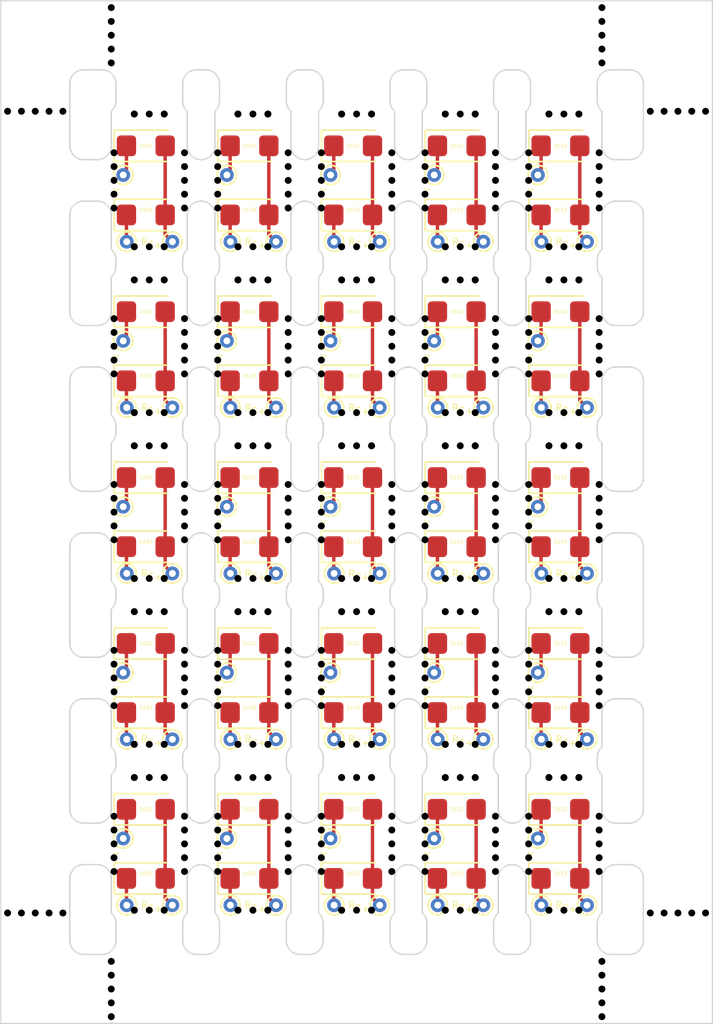
<source format=kicad_pcb>
(kicad_pcb (version 20211014) (generator pcbnew)
  (layers (0 "F.Cu" signal) (31 "B.Cu" signal) (34 "B.Paste" user) (35 "F.Paste" user) (36 "B.SilkS" user "B.Silkscreen") (37 "F.SilkS" user "F.Silkscreen") (38 "B.Mask" user) (39 "F.Mask" user) (44 "Edge.Cuts" user))
  (net 0 "")
  (net 1 "Board_0-Net-(D102-Pad1)")
  (net 2 "Board_0-Net-(D102-Pad2)")
  (net 3 "Board_0-Net-(D103-Pad1)")
  (net 4 "Board_1-Net-(D102-Pad1)")
  (net 5 "Board_1-Net-(D102-Pad2)")
  (net 6 "Board_1-Net-(D103-Pad1)")
  (net 7 "Board_2-Net-(D102-Pad1)")
  (net 8 "Board_2-Net-(D102-Pad2)")
  (net 9 "Board_2-Net-(D103-Pad1)")
  (net 10 "Board_3-Net-(D102-Pad1)")
  (net 11 "Board_3-Net-(D102-Pad2)")
  (net 12 "Board_3-Net-(D103-Pad1)")
  (net 13 "Board_4-Net-(D102-Pad1)")
  (net 14 "Board_4-Net-(D102-Pad2)")
  (net 15 "Board_4-Net-(D103-Pad1)")
  (net 16 "Board_5-Net-(D102-Pad1)")
  (net 17 "Board_5-Net-(D102-Pad2)")
  (net 18 "Board_5-Net-(D103-Pad1)")
  (net 19 "Board_6-Net-(D102-Pad1)")
  (net 20 "Board_6-Net-(D102-Pad2)")
  (net 21 "Board_6-Net-(D103-Pad1)")
  (net 22 "Board_7-Net-(D102-Pad1)")
  (net 23 "Board_7-Net-(D102-Pad2)")
  (net 24 "Board_7-Net-(D103-Pad1)")
  (net 25 "Board_8-Net-(D102-Pad1)")
  (net 26 "Board_8-Net-(D102-Pad2)")
  (net 27 "Board_8-Net-(D103-Pad1)")
  (net 28 "Board_9-Net-(D102-Pad1)")
  (net 29 "Board_9-Net-(D102-Pad2)")
  (net 30 "Board_9-Net-(D103-Pad1)")
  (net 31 "Board_10-Net-(D102-Pad1)")
  (net 32 "Board_10-Net-(D102-Pad2)")
  (net 33 "Board_10-Net-(D103-Pad1)")
  (net 34 "Board_11-Net-(D102-Pad1)")
  (net 35 "Board_11-Net-(D102-Pad2)")
  (net 36 "Board_11-Net-(D103-Pad1)")
  (net 37 "Board_12-Net-(D102-Pad1)")
  (net 38 "Board_12-Net-(D102-Pad2)")
  (net 39 "Board_12-Net-(D103-Pad1)")
  (net 40 "Board_13-Net-(D102-Pad1)")
  (net 41 "Board_13-Net-(D102-Pad2)")
  (net 42 "Board_13-Net-(D103-Pad1)")
  (net 43 "Board_14-Net-(D102-Pad1)")
  (net 44 "Board_14-Net-(D102-Pad2)")
  (net 45 "Board_14-Net-(D103-Pad1)")
  (net 46 "Board_15-Net-(D102-Pad1)")
  (net 47 "Board_15-Net-(D102-Pad2)")
  (net 48 "Board_15-Net-(D103-Pad1)")
  (net 49 "Board_16-Net-(D102-Pad1)")
  (net 50 "Board_16-Net-(D102-Pad2)")
  (net 51 "Board_16-Net-(D103-Pad1)")
  (net 52 "Board_17-Net-(D102-Pad1)")
  (net 53 "Board_17-Net-(D102-Pad2)")
  (net 54 "Board_17-Net-(D103-Pad1)")
  (net 55 "Board_18-Net-(D102-Pad1)")
  (net 56 "Board_18-Net-(D102-Pad2)")
  (net 57 "Board_18-Net-(D103-Pad1)")
  (net 58 "Board_19-Net-(D102-Pad1)")
  (net 59 "Board_19-Net-(D102-Pad2)")
  (net 60 "Board_19-Net-(D103-Pad1)")
  (net 61 "Board_20-Net-(D102-Pad1)")
  (net 62 "Board_20-Net-(D102-Pad2)")
  (net 63 "Board_20-Net-(D103-Pad1)")
  (net 64 "Board_21-Net-(D102-Pad1)")
  (net 65 "Board_21-Net-(D102-Pad2)")
  (net 66 "Board_21-Net-(D103-Pad1)")
  (net 67 "Board_22-Net-(D102-Pad1)")
  (net 68 "Board_22-Net-(D102-Pad2)")
  (net 69 "Board_22-Net-(D103-Pad1)")
  (net 70 "Board_23-Net-(D102-Pad1)")
  (net 71 "Board_23-Net-(D102-Pad2)")
  (net 72 "Board_23-Net-(D103-Pad1)")
  (net 73 "Board_24-Net-(D102-Pad1)")
  (net 74 "Board_24-Net-(D102-Pad2)")
  (net 75 "Board_24-Net-(D103-Pad1)")
  (footprint "NPTH" (layer "F.Cu") (at 149.583333 61.8)
    (fp_text reference "KiKit_MB_104_2" hide)
    (fp_text value "NPTH" hide)
  )
  (footprint "NPTH" (layer "F.Cu") (at 136.05 55)
    (fp_text reference "KiKit_MB_82_1" hide)
    (fp_text value "NPTH" hide)
  )
  (footprint "TestPoint:TestPoint_THTPad_D1.0mm_Drill0.5mm" (layer "F.Cu") (at 146.87 85.436)
    (fp_text reference "TP103")
    (fp_text value "R")
  )
  (footprint "TestPoint:TestPoint_THTPad_D1.0mm_Drill0.5mm" (layer "F.Cu") (at 161.87 49.436)
    (fp_text reference "TP103")
    (fp_text value "R")
  )
  (footprint "TestPoint:TestPoint_THTPad_D1.0mm_Drill0.5mm" (layer "F.Cu") (at 131.87 85.436)
    (fp_text reference "TP103")
    (fp_text value "R")
  )
  (footprint "NPTH" (layer "F.Cu") (at 138.45 81)
    (fp_text reference "KiKit_MB_169_3" hide)
    (fp_text value "NPTH" hide)
  )
  (footprint "NPTH" (layer "F.Cu") (at 145.95 43)
    (fp_text reference "KiKit_MB_57_5" hide)
    (fp_text value "NPTH" hide)
  )
  (footprint "NPTH" (layer "F.Cu") (at 166.25 91.5)
    (fp_text reference "KiKit_MB_204_4" hide)
    (fp_text value "NPTH" hide)
  )
  (footprint "NPTH" (layer "F.Cu") (at 130.95 31)
    (fp_text reference "KiKit_MB_1_5" hide)
    (fp_text value "NPTH" hide)
  )
  (footprint "KingBrightLEDS:LED_1208_3020metric" (layer "F.Cu") (at 148.25 59.5)
    (fp_text reference "D103")
    (fp_text value "Red")
  )
  (footprint "NPTH" (layer "F.Cu") (at 162.416666 49.8)
    (fp_text reference "KiKit_MB_78_3" hide)
    (fp_text value "NPTH" hide)
  )
  (footprint "KingBrightLEDS:LED_1208_3020metric" (layer "F.Cu") (at 155.75 71.5)
    (fp_text reference "D103")
    (fp_text value "Red")
  )
  (footprint "NPTH" (layer "F.Cu") (at 148.5 85.8)
    (fp_text reference "KiKit_MB_182_2" hide)
    (fp_text value "NPTH" hide)
  )
  (footprint "NPTH" (layer "F.Cu") (at 133.5 52.2)
    (fp_text reference "KiKit_MB_84_2" hide)
    (fp_text value "NPTH" hide)
  )
  (footprint "NPTH" (layer "F.Cu") (at 164.583333 73.8)
    (fp_text reference "KiKit_MB_158_1" hide)
    (fp_text value "NPTH" hide)
  )
  (footprint "TestPoint:TestPoint_THTPad_D1.0mm_Drill0.5mm" (layer "F.Cu") (at 131.87 49.436)
    (fp_text reference "TP103")
    (fp_text value "R")
  )
  (footprint "TestPoint:TestPoint_THTPad_D1.0mm_Drill0.5mm" (layer "F.Cu") (at 150.172 73.436)
    (fp_text reference "TP104")
    (fp_text value "C+")
  )
  (footprint "NPTH" (layer "F.Cu") (at 142.083333 49.8)
    (fp_text reference "KiKit_MB_54_1" hide)
    (fp_text value "NPTH" hide)
  )
  (footprint "NPTH" (layer "F.Cu") (at 166.05 43)
    (fp_text reference "KiKit_MB_74_1" hide)
    (fp_text value "NPTH" hide)
  )
  (footprint "NPTH" (layer "F.Cu") (at 130.95 55)
    (fp_text reference "KiKit_MB_81_5" hide)
    (fp_text value "NPTH" hide)
  )
  (footprint "NPTH" (layer "F.Cu") (at 130.95 44)
    (fp_text reference "KiKit_MB_41_4" hide)
    (fp_text value "NPTH" hide)
  )
  (footprint "NPTH" (layer "F.Cu") (at 143.55 67)
    (fp_text reference "KiKit_MB_130_1" hide)
    (fp_text value "NPTH" hide)
  )
  (footprint "NPTH" (layer "F.Cu") (at 147.416666 52.2)
    (fp_text reference "KiKit_MB_100_1" hide)
    (fp_text value "NPTH" hide)
  )
  (footprint "NPTH" (layer "F.Cu") (at 149.583333 85.8)
    (fp_text reference "KiKit_MB_182_1" hide)
    (fp_text value "NPTH" hide)
  )
  (footprint "NPTH" (layer "F.Cu") (at 130.75 22.5)
    (fp_text reference "KiKit_MB_201_4" hide)
    (fp_text value "NPTH" hide)
  )
  (footprint "KingBrightLEDS:LED_1208_3020metric" (layer "F.Cu") (at 155.75 66.5)
    (fp_text reference "D102")
    (fp_text value "YELLOW")
  )
  (footprint "NPTH" (layer "F.Cu") (at 130.95 83)
    (fp_text reference "KiKit_MB_161_1" hide)
    (fp_text value "NPTH" hide)
  )
  (footprint "NPTH" (layer "F.Cu") (at 158.55 82)
    (fp_text reference "KiKit_MB_186_4" hide)
    (fp_text value "NPTH" hide)
  )
  (footprint "NPTH" (layer "F.Cu") (at 143.55 31)
    (fp_text reference "KiKit_MB_10_1" hide)
    (fp_text value "NPTH" hide)
  )
  (footprint "TestPoint:TestPoint_THTPad_D1.0mm_Drill0.5mm" (layer "F.Cu") (at 154.116 32.61)
    (fp_text reference "TP102" hide)
    (fp_text value "Y")
  )
  (footprint "NPTH" (layer "F.Cu") (at 132.416667 49.8)
    (fp_text reference "KiKit_MB_47_1" hide)
    (fp_text value "NPTH" hide)
  )
  (footprint "NPTH" (layer "F.Cu") (at 145.95 71)
    (fp_text reference "KiKit_MB_137_1" hide)
    (fp_text value "NPTH" hide)
  )
  (footprint "NPTH" (layer "F.Cu") (at 162.416666 61.8)
    (fp_text reference "KiKit_MB_119_1" hide)
    (fp_text value "NPTH" hide)
  )
  (footprint "NPTH" (layer "F.Cu") (at 124.25 28)
    (fp_text reference "KiKit_MB_205_3" hide)
    (fp_text value "NPTH" hide)
  )
  (footprint "NPTH" (layer "F.Cu") (at 147.416666 49.8)
    (fp_text reference "KiKit_MB_62_3" hide)
    (fp_text value "NPTH" hide)
  )
  (footprint "NPTH" (layer "F.Cu") (at 149.583333 52.2)
    (fp_text reference "KiKit_MB_100_3" hide)
    (fp_text value "NPTH" hide)
  )
  (footprint "KingBrightLEDS:LED_1208_3020metric" (layer "F.Cu") (at 163.25 35.5)
    (fp_text reference "D103")
    (fp_text value "Red")
  )
  (footprint "NPTH" (layer "F.Cu") (at 160.95 82)
    (fp_text reference "KiKit_MB_193_2" hide)
    (fp_text value "NPTH" hide)
  )
  (footprint "NPTH" (layer "F.Cu") (at 166.05 32)
    (fp_text reference "KiKit_MB_34_2" hide)
    (fp_text value "NPTH" hide)
  )
  (footprint "NPTH" (layer "F.Cu") (at 130.95 70)
    (fp_text reference "KiKit_MB_121_2" hide)
    (fp_text value "NPTH" hide)
  )
  (footprint "NPTH" (layer "F.Cu") (at 134.583333 73.8)
    (fp_text reference "KiKit_MB_128_2" hide)
    (fp_text value "NPTH" hide)
  )
  (footprint "NPTH" (layer "F.Cu") (at 130.95 59)
    (fp_text reference "KiKit_MB_81_1" hide)
    (fp_text value "NPTH" hide)
  )
  (footprint "NPTH" (layer "F.Cu") (at 158.55 47)
    (fp_text reference "KiKit_MB_66_5" hide)
    (fp_text value "NPTH" hide)
  )
  (footprint "NPTH" (layer "F.Cu") (at 132.416667 49.8)
    (fp_text reference "KiKit_MB_46_3" hide)
    (fp_text value "NPTH" hide)
  )
  (footprint "NPTH" (layer "F.Cu") (at 164.583333 49.8)
    (fp_text reference "KiKit_MB_78_1" hide)
    (fp_text value "NPTH" hide)
  )
  (footprint "TestPoint:TestPoint_THTPad_D1.0mm_Drill0.5mm" (layer "F.Cu") (at 131.616 44.61)
    (fp_text reference "TP102" hide)
    (fp_text value "Y")
  )
  (footprint "NPTH" (layer "F.Cu") (at 160.95 83)
    (fp_text reference "KiKit_MB_193_1" hide)
    (fp_text value "NPTH" hide)
  )
  (footprint "NPTH" (layer "F.Cu") (at 134.583333 28.2)
    (fp_text reference "KiKit_MB_4_3" hide)
    (fp_text value "NPTH" hide)
  )
  (footprint "NPTH" (layer "F.Cu") (at 166.05 71)
    (fp_text reference "KiKit_MB_154_5" hide)
    (fp_text value "NPTH" hide)
  )
  (footprint "NPTH" (layer "F.Cu") (at 147.416666 37.8)
    (fp_text reference "KiKit_MB_22_3" hide)
    (fp_text value "NPTH" hide)
  )
  (footprint "NPTH" (layer "F.Cu") (at 148.5 64.2)
    (fp_text reference "KiKit_MB_140_2" hide)
    (fp_text value "NPTH" hide)
  )
  (footprint "NPTH" (layer "F.Cu") (at 153.45 81)
    (fp_text reference "KiKit_MB_185_3" hide)
    (fp_text value "NPTH" hide)
  )
  (footprint "NPTH" (layer "F.Cu") (at 154.916666 37.8)
    (fp_text reference "KiKit_MB_30_3" hide)
    (fp_text value "NPTH" hide)
  )
  (footprint "NPTH" (layer "F.Cu") (at 164.583333 40.2)
    (fp_text reference "KiKit_MB_77_1" hide)
    (fp_text value "NPTH" hide)
  )
  (footprint "NPTH" (layer "F.Cu") (at 157.083333 49.8)
    (fp_text reference "KiKit_MB_70_1" hide)
    (fp_text value "NPTH" hide)
  )
  (footprint "NPTH" (layer "F.Cu") (at 151.05 35)
    (fp_text reference "KiKit_MB_18_5" hide)
    (fp_text value "NPTH" hide)
  )
  (footprint "NPTH" (layer "F.Cu") (at 158.55 59)
    (fp_text reference "KiKit_MB_106_5" hide)
    (fp_text value "NPTH" hide)
  )
  (footprint "NPTH" (layer "F.Cu") (at 140.999999 49.8)
    (fp_text reference "KiKit_MB_54_2" hide)
    (fp_text value "NPTH" hide)
  )
  (footprint "NPTH" (layer "F.Cu") (at 171.75 86)
    (fp_text reference "KiKit_MB_208_4" hide)
    (fp_text value "NPTH" hide)
  )
  (footprint "NPTH" (layer "F.Cu") (at 143.55 46)
    (fp_text reference "KiKit_MB_50_4" hide)
    (fp_text value "NPTH" hide)
  )
  (footprint "NPTH" (layer "F.Cu") (at 127.25 28)
    (fp_text reference "KiKit_MB_205_6" hide)
    (fp_text value "NPTH" hide)
  )
  (footprint "TestPoint:TestPoint_THTPad_D1.0mm_Drill0.5mm" (layer "F.Cu") (at 142.672 49.436)
    (fp_text reference "TP104")
    (fp_text value "C+")
  )
  (footprint "NPTH" (layer "F.Cu") (at 164.583333 28.2)
    (fp_text reference "KiKit_MB_37_1" hide)
    (fp_text value "NPTH" hide)
  )
  (footprint "NPTH" (layer "F.Cu") (at 139.916666 85.8)
    (fp_text reference "KiKit_MB_174_3" hide)
    (fp_text value "NPTH" hide)
  )
  (footprint "NPTH" (layer "F.Cu") (at 143.55 47)
    (fp_text reference "KiKit_MB_50_5" hide)
    (fp_text value "NPTH" hide)
  )
  (footprint "NPTH" (layer "F.Cu") (at 147.416666 37.8)
    (fp_text reference "KiKit_MB_23_1" hide)
    (fp_text value "NPTH" hide)
  )
  (footprint "NPTH" (layer "F.Cu") (at 154.916666 52.2)
    (fp_text reference "KiKit_MB_107_2" hide)
    (fp_text value "NPTH" hide)
  )
  (footprint "NPTH" (layer "F.Cu") (at 145.95 81)
    (fp_text reference "KiKit_MB_177_3" hide)
    (fp_text value "NPTH" hide)
  )
  (footprint "NPTH" (layer "F.Cu") (at 162.416666 64.2)
    (fp_text reference "KiKit_MB_156_1" hide)
    (fp_text value "NPTH" hide)
  )
  (footprint "NPTH" (layer "F.Cu") (at 132.416667 52.2)
    (fp_text reference "KiKit_MB_84_1" hide)
    (fp_text value "NPTH" hide)
  )
  (footprint "NPTH" (layer "F.Cu") (at 160.95 58)
    (fp_text reference "KiKit_MB_113_2" hide)
    (fp_text value "NPTH" hide)
  )
  (footprint "NPTH" (layer "F.Cu") (at 160.95 47)
    (fp_text reference "KiKit_MB_73_1" hide)
    (fp_text value "NPTH" hide)
  )
  (footprint "NPTH" (layer "F.Cu") (at 139.916666 61.8)
    (fp_text reference "KiKit_MB_94_3" hide)
    (fp_text value "NPTH" hide)
  )
  (footprint "NPTH" (layer "F.Cu") (at 162.416666 37.8)
    (fp_text reference "KiKit_MB_38_3" hide)
    (fp_text value "NPTH" hide)
  )
  (footprint "NPTH" (layer "F.Cu") (at 166.05 79)
    (fp_text reference "KiKit_MB_194_1" hide)
    (fp_text value "NPTH" hide)
  )
  (footprint "NPTH" (layer "F.Cu") (at 126.25 86)
    (fp_text reference "KiKit_MB_206_5" hide)
    (fp_text value "NPTH" hide)
  )
  (footprint "KingBrightLEDS:LED_1208_3020metric" (layer "F.Cu") (at 140.75 71.5)
    (fp_text reference "D103")
    (fp_text value "Red")
  )
  (footprint "NPTH" (layer "F.Cu") (at 134.583333 61.8)
    (fp_text reference "KiKit_MB_88_2" hide)
    (fp_text value "NPTH" hide)
  )
  (footprint "NPTH" (layer "F.Cu") (at 133.5 76.2)
    (fp_text reference "KiKit_MB_164_2" hide)
    (fp_text value "NPTH" hide)
  )
  (footprint "TestPoint:TestPoint_THTPad_D1.0mm_Drill0.5mm" (layer "F.Cu") (at 161.87 37.436)
    (fp_text reference "TP103")
    (fp_text value "R")
  )
  (footprint "NPTH" (layer "F.Cu") (at 151.05 45)
    (fp_text reference "KiKit_MB_58_3" hide)
    (fp_text value "NPTH" hide)
  )
  (footprint "NPTH" (layer "F.Cu") (at 153.45 70)
    (fp_text reference "KiKit_MB_145_2" hide)
    (fp_text value "NPTH" hide)
  )
  (footprint "NPTH" (layer "F.Cu") (at 136.05 46)
    (fp_text reference "KiKit_MB_42_4" hide)
    (fp_text value "NPTH" hide)
  )
  (footprint "NPTH" (layer "F.Cu") (at 145.95 79)
    (fp_text reference "KiKit_MB_177_5" hide)
    (fp_text value "NPTH" hide)
  )
  (footprint "TestPoint:TestPoint_THTPad_D1.0mm_Drill0.5mm" (layer "F.Cu") (at 139.116 32.61)
    (fp_text reference "TP102" hide)
    (fp_text value "Y")
  )
  (footprint "NPTH" (layer "F.Cu") (at 145.95 45)
    (fp_text reference "KiKit_MB_57_3" hide)
    (fp_text value "NPTH" hide)
  )
  (footprint "NPTH" (layer "F.Cu") (at 151.05 71)
    (fp_text reference "KiKit_MB_138_5" hide)
    (fp_text value "NPTH" hide)
  )
  (footprint "NPTH" (layer "F.Cu") (at 147.416666 85.8)
    (fp_text reference "KiKit_MB_183_1" hide)
    (fp_text value "NPTH" hide)
  )
  (footprint "NPTH" (layer "F.Cu") (at 147.416666 76.2)
    (fp_text reference "KiKit_MB_180_1" hide)
    (fp_text value "NPTH" hide)
  )
  (footprint "KingBrightLEDS:LED_1208_3020metric" (layer "F.Cu") (at 163.25 59.5)
    (fp_text reference "D103")
    (fp_text value "Red")
  )
  (footprint "NPTH" (layer "F.Cu") (at 154.916666 73.8)
    (fp_text reference "KiKit_MB_150_3" hide)
    (fp_text value "NPTH" hide)
  )
  (footprint "NPTH" (layer "F.Cu") (at 166.05 34)
    (fp_text reference "KiKit_MB_34_4" hide)
    (fp_text value "NPTH" hide)
  )
  (footprint "TestPoint:TestPoint_THTPad_D1.0mm_Drill0.5mm" (layer "F.Cu") (at 139.37 37.436)
    (fp_text reference "TP103")
    (fp_text value "R")
  )
  (footprint "KingBrightLEDS:LED_1208_3020metric" (layer "F.Cu") (at 163.25 47.5)
    (fp_text reference "D103")
    (fp_text value "Red")
  )
  (footprint "NPTH" (layer "F.Cu") (at 164.583333 76.2)
    (fp_text reference "KiKit_MB_197_1" hide)
    (fp_text value "NPTH" hide)
  )
  (footprint "NPTH" (layer "F.Cu") (at 136.05 59)
    (fp_text reference "KiKit_MB_82_5" hide)
    (fp_text value "NPTH" hide)
  )
  (footprint "NPTH" (layer "F.Cu") (at 142.083333 85.8)
    (fp_text reference "KiKit_MB_176_2" hide)
    (fp_text value "NPTH" hide)
  )
  (footprint "KingBrightLEDS:LED_1208_3020metric" (layer "F.Cu") (at 133.25 71.5)
    (fp_text reference "D103")
    (fp_text value "Red")
  )
  (footprint "NPTH" (layer "F.Cu") (at 136.05 34)
    (fp_text reference "KiKit_MB_2_4" hide)
    (fp_text value "NPTH" hide)
  )
  (footprint "NPTH" (layer "F.Cu") (at 143.55 45)
    (fp_text reference "KiKit_MB_50_3" hide)
    (fp_text value "NPTH" hide)
  )
  (footprint "NPTH" (layer "F.Cu") (at 136.05 68)
    (fp_text reference "KiKit_MB_122_2" hide)
    (fp_text value "NPTH" hide)
  )
  (footprint "NPTH" (layer "F.Cu") (at 156 73.8)
    (fp_text reference "KiKit_MB_150_2" hide)
    (fp_text value "NPTH" hide)
  )
  (footprint "NPTH" (layer "F.Cu") (at 151.05 55)
    (fp_text reference "KiKit_MB_98_1" hide)
    (fp_text value "NPTH" hide)
  )
  (footprint "NPTH" (layer "F.Cu") (at 132.416667 37.8)
    (fp_text reference "KiKit_MB_7_1" hide)
    (fp_text value "NPTH" hide)
  )
  (footprint "NPTH" (layer "F.Cu") (at 136.05 35)
    (fp_text reference "KiKit_MB_2_5" hide)
    (fp_text value "NPTH" hide)
  )
  (footprint "NPTH" (layer "F.Cu") (at 158.55 45)
    (fp_text reference "KiKit_MB_66_3" hide)
    (fp_text value "NPTH" hide)
  )
  (footprint "TestPoint:TestPoint_THTPad_D1.0mm_Drill0.5mm" (layer "F.Cu") (at 146.616 44.61)
    (fp_text reference "TP102" hide)
    (fp_text value "Y")
  )
  (footprint "NPTH" (layer "F.Cu") (at 153.45 55)
    (fp_text reference "KiKit_MB_105_5" hide)
    (fp_text value "NPTH" hide)
  )
  (footprint "NPTH" (layer "F.Cu") (at 139.916666 37.8)
    (fp_text reference "KiKit_MB_14_3" hide)
    (fp_text value "NPTH" hide)
  )
  (footprint "NPTH" (layer "F.Cu") (at 133.5 73.8)
    (fp_text reference "KiKit_MB_126_2" hide)
    (fp_text value "NPTH" hide)
  )
  (footprint "NPTH" (layer "F.Cu") (at 154.916666 76.2)
    (fp_text reference "KiKit_MB_187_2" hide)
    (fp_text value "NPTH" hide)
  )
  (footprint "NPTH" (layer "F.Cu") (at 139.916666 52.2)
    (fp_text reference "KiKit_MB_92_1" hide)
    (fp_text value "NPTH" hide)
  )
  (footprint "NPTH" (layer "F.Cu") (at 145.95 58)
    (fp_text reference "KiKit_MB_97_2" hide)
    (fp_text value "NPTH" hide)
  )
  (footprint "NPTH" (layer "F.Cu") (at 156 28.2)
    (fp_text reference "KiKit_MB_28_2" hide)
    (fp_text value "NPTH" hide)
  )
  (footprint "NPTH" (layer "F.Cu") (at 134.583333 40.2)
    (fp_text reference "KiKit_MB_44_3" hide)
    (fp_text value "NPTH" hide)
  )
  (footprint "NPTH" (layer "F.Cu") (at 164.583333 85.8)
    (fp_text reference "KiKit_MB_198_1" hide)
    (fp_text value "NPTH" hide)
  )
  (footprint "NPTH" (layer "F.Cu") (at 136.05 82)
    (fp_text reference "KiKit_MB_162_4" hide)
    (fp_text value "NPTH" hide)
  )
  (footprint "NPTH" (layer "F.Cu") (at 160.95 67)
    (fp_text reference "KiKit_MB_153_5" hide)
    (fp_text value "NPTH" hide)
  )
  (footprint "TestPoint:TestPoint_THTPad_D1.0mm_Drill0.5mm" (layer "F.Cu") (at 154.37 85.436)
    (fp_text reference "TP103")
    (fp_text value "R")
  )
  (footprint "NPTH" (layer "F.Cu") (at 151.05 31)
    (fp_text reference "KiKit_MB_18_1" hide)
    (fp_text value "NPTH" hide)
  )
  (footprint "NPTH" (layer "F.Cu") (at 139.916666 28.2)
    (fp_text reference "KiKit_MB_12_1" hide)
    (fp_text value "NPTH" hide)
  )
  (footprint "NPTH" (layer "F.Cu") (at 153.45 31)
    (fp_text reference "KiKit_MB_25_5" hide)
    (fp_text value "NPTH" hide)
  )
  (footprint "TestPoint:TestPoint_THTPad_D1.0mm_Drill0.5mm" (layer "F.Cu") (at 146.87 37.436)
    (fp_text reference "TP103")
    (fp_text value "R")
  )
  (footprint "NPTH" (layer "F.Cu") (at 130.95 56)
    (fp_text reference "KiKit_MB_81_4" hide)
    (fp_text value "NPTH" hide)
  )
  (footprint "NPTH" (layer "F.Cu") (at 153.45 46)
    (fp_text reference "KiKit_MB_65_2" hide)
    (fp_text value "NPTH" hide)
  )
  (footprint "NPTH" (layer "F.Cu") (at 151.05 32)
    (fp_text reference "KiKit_MB_18_2" hide)
    (fp_text value "NPTH" hide)
  )
  (footprint "NPTH" (layer "F.Cu") (at 160.95 57)
    (fp_text reference "KiKit_MB_113_3" hide)
    (fp_text value "NPTH" hide)
  )
  (footprint "KingBrightLEDS:LED_1208_3020metric" (layer "F.Cu") (at 155.75 78.5)
    (fp_text reference "D102")
    (fp_text value "YELLOW")
  )
  (footprint "NPTH" (layer "F.Cu") (at 157.083333 49.8)
    (fp_text reference "KiKit_MB_72_2" hide)
    (fp_text value "NPTH" hide)
  )
  (footprint "NPTH" (layer "F.Cu") (at 138.45 80)
    (fp_text reference "KiKit_MB_169_4" hide)
    (fp_text value "NPTH" hide)
  )
  (footprint "NPTH" (layer "F.Cu") (at 158.55 43)
    (fp_text reference "KiKit_MB_66_1" hide)
    (fp_text value "NPTH" hide)
  )
  (footprint "NPTH" (layer "F.Cu") (at 132.416667 76.2)
    (fp_text reference "KiKit_MB_164_1" hide)
    (fp_text value "NPTH" hide)
  )
  (footprint "NPTH" (layer "F.Cu") (at 130.95 45)
    (fp_text reference "KiKit_MB_41_3" hide)
    (fp_text value "NPTH" hide)
  )
  (footprint "NPTH" (layer "F.Cu") (at 138.45 33)
    (fp_text reference "KiKit_MB_9_3" hide)
    (fp_text value "NPTH" hide)
  )
  (footprint "NPTH" (layer "F.Cu") (at 153.45 56)
    (fp_text reference "KiKit_MB_105_4" hide)
    (fp_text value "NPTH" hide)
  )
  (footprint "NPTH" (layer "F.Cu") (at 172.75 28)
    (fp_text reference "KiKit_MB_207_5" hide)
    (fp_text value "NPTH" hide)
  )
  (footprint "NPTH" (layer "F.Cu") (at 154.916666 52.2)
    (fp_text reference "KiKit_MB_108_1" hide)
    (fp_text value "NPTH" hide)
  )
  (footprint "NPTH" (layer "F.Cu") (at 154.916666 73.8)
    (fp_text reference "KiKit_MB_151_1" hide)
    (fp_text value "NPTH" hide)
  )
  (footprint "NPTH" (layer "F.Cu") (at 142.083333 49.8)
    (fp_text reference "KiKit_MB_56_2" hide)
    (fp_text value "NPTH" hide)
  )
  (footprint "NPTH" (layer "F.Cu") (at 139.916666 40.2)
    (fp_text reference "KiKit_MB_52_1" hide)
    (fp_text value "NPTH" hide)
  )
  (footprint "NPTH" (layer "F.Cu") (at 139.916666 85.8)
    (fp_text reference "KiKit_MB_175_1" hide)
    (fp_text value "NPTH" hide)
  )
  (footprint "NPTH" (layer "F.Cu") (at 138.45 79)
    (fp_text reference "KiKit_MB_169_5" hide)
    (fp_text value "NPTH" hide)
  )
  (footprint "NPTH" (layer "F.Cu") (at 143.55 35)
    (fp_text reference "KiKit_MB_10_5" hide)
    (fp_text value "NPTH" hide)
  )
  (footprint "NPTH" (layer "F.Cu") (at 143.55 71)
    (fp_text reference "KiKit_MB_130_5" hide)
    (fp_text value "NPTH" hide)
  )
  (footprint "TestPoint:TestPoint_THTPad_D1.0mm_Drill0.5mm" (layer "F.Cu") (at 142.672 85.436)
    (fp_text reference "TP104")
    (fp_text value "C+")
  )
  (footprint "NPTH" (layer "F.Cu") (at 157.083333 61.8)
    (fp_text reference "KiKit_MB_112_2" hide)
    (fp_text value "NPTH" hide)
  )
  (footprint "NPTH" (layer "F.Cu") (at 134.583333 37.8)
    (fp_text reference "KiKit_MB_8_2" hide)
    (fp_text value "NPTH" hide)
  )
  (footprint "NPTH" (layer "F.Cu") (at 142.083333 52.2)
    (fp_text reference "KiKit_MB_92_3" hide)
    (fp_text value "NPTH" hide)
  )
  (footprint "TestPoint:TestPoint_THTPad_D1.0mm_Drill0.5mm" (layer "F.Cu") (at 131.616 80.61)
    (fp_text reference "TP102" hide)
    (fp_text value "Y")
  )
  (footprint "NPTH" (layer "F.Cu") (at 138.45 32)
    (fp_text reference "KiKit_MB_9_4" hide)
    (fp_text value "NPTH" hide)
  )
  (footprint "NPTH" (layer "F.Cu") (at 145.95 69)
    (fp_text reference "KiKit_MB_137_3" hide)
    (fp_text value "NPTH" hide)
  )
  (footprint "NPTH" (layer "F.Cu") (at 140.999999 37.8)
    (fp_text reference "KiKit_MB_14_2" hide)
    (fp_text value "NPTH" hide)
  )
  (footprint "NPTH" (layer "F.Cu") (at 145.95 56)
    (fp_text reference "KiKit_MB_97_4" hide)
    (fp_text value "NPTH" hide)
  )
  (footprint "NPTH" (layer "F.Cu") (at 149.583333 28.2)
    (fp_text reference "KiKit_MB_21_1" hide)
    (fp_text value "NPTH" hide)
  )
  (footprint "NPTH" (layer "F.Cu") (at 163.5 49.8)
    (fp_text reference "KiKit_MB_78_2" hide)
    (fp_text value "NPTH" hide)
  )
  (footprint "NPTH" (layer "F.Cu") (at 143.55 68)
    (fp_text reference "KiKit_MB_130_2" hide)
    (fp_text value "NPTH" hide)
  )
  (footprint "TestPoint:TestPoint_THTPad_D1.0mm_Drill0.5mm" (layer "F.Cu") (at 165.172 37.436)
    (fp_text reference "TP104")
    (fp_text value "C+")
  )
  (footprint "NPTH" (layer "F.Cu") (at 123.25 86)
    (fp_text reference "KiKit_MB_206_2" hide)
    (fp_text value "NPTH" hide)
  )
  (footprint "KingBrightLEDS:LED_1208_3020metric" (layer "F.Cu") (at 155.75 83.5)
    (fp_text reference "D103")
    (fp_text value "Red")
  )
  (footprint "KingBrightLEDS:LED_1208_3020metric" (layer "F.Cu") (at 140.75 47.5)
    (fp_text reference "D103")
    (fp_text value "Red")
  )
  (footprint "NPTH" (layer "F.Cu") (at 157.083333 52.2)
    (fp_text reference "KiKit_MB_108_3" hide)
    (fp_text value "NPTH" hide)
  )
  (footprint "NPTH" (layer "F.Cu") (at 145.95 80)
    (fp_text reference "KiKit_MB_177_4" hide)
    (fp_text value "NPTH" hide)
  )
  (footprint "NPTH" (layer "F.Cu") (at 147.416666 76.2)
    (fp_text reference "KiKit_MB_179_2" hide)
    (fp_text value "NPTH" hide)
  )
  (footprint "NPTH" (layer "F.Cu") (at 134.583333 28.2)
    (fp_text reference "KiKit_MB_5_1" hide)
    (fp_text value "NPTH" hide)
  )
  (footprint "TestPoint:TestPoint_THTPad_D1.0mm_Drill0.5mm" (layer "F.Cu") (at 154.37 61.436)
    (fp_text reference "TP103")
    (fp_text value "R")
  )
  (footprint "NPTH" (layer "F.Cu") (at 163.5 52.2)
    (fp_text reference "KiKit_MB_116_2" hide)
    (fp_text value "NPTH" hide)
  )
  (footprint "NPTH" (layer "F.Cu") (at 134.583333 64.2)
    (fp_text reference "KiKit_MB_124_3" hide)
    (fp_text value "NPTH" hide)
  )
  (footprint "NPTH" (layer "F.Cu") (at 143.55 70)
    (fp_text reference "KiKit_MB_130_4" hide)
    (fp_text value "NPTH" hide)
  )
  (footprint "NPTH" (layer "F.Cu") (at 149.583333 40.2)
    (fp_text reference "KiKit_MB_61_1" hide)
    (fp_text value "NPTH" hide)
  )
  (footprint "NPTH" (layer "F.Cu") (at 130.95 68)
    (fp_text reference "KiKit_MB_121_4" hide)
    (fp_text value "NPTH" hide)
  )
  (footprint "NPTH" (layer "F.Cu") (at 162.416666 85.8)
    (fp_text reference "KiKit_MB_198_3" hide)
    (fp_text value "NPTH" hide)
  )
  (footprint "NPTH" (layer "F.Cu") (at 148.5 61.8)
    (fp_text reference "KiKit_MB_102_2" hide)
    (fp_text value "NPTH" hide)
  )
  (footprint "TestPoint:TestPoint_THTPad_D1.0mm_Drill0.5mm" (layer "F.Cu") (at 154.37 73.436)
    (fp_text reference "TP103")
    (fp_text value "R")
  )
  (footprint "NPTH" (layer "F.Cu") (at 139.916666 49.8)
    (fp_text reference "KiKit_MB_55_1" hide)
    (fp_text value "NPTH" hide)
  )
  (footprint "NPTH" (layer "F.Cu") (at 134.583333 61.8)
    (fp_text reference "KiKit_MB_86_1" hide)
    (fp_text value "NPTH" hide)
  )
  (footprint "NPTH" (layer "F.Cu") (at 133.5 28.2)
    (fp_text reference "KiKit_MB_4_2" hide)
    (fp_text value "NPTH" hide)
  )
  (footprint "NPTH" (layer "F.Cu") (at 142.083333 28.2)
    (fp_text reference "KiKit_MB_12_3" hide)
    (fp_text value "NPTH" hide)
  )
  (footprint "NPTH" (layer "F.Cu") (at 139.916666 64.2)
    (fp_text reference "KiKit_MB_132_1" hide)
    (fp_text value "NPTH" hide)
  )
  (footprint "NPTH" (layer "F.Cu") (at 160.95 45)
    (fp_text reference "KiKit_MB_73_3" hide)
    (fp_text value "NPTH" hide)
  )
  (footprint "NPTH" (layer "F.Cu") (at 147.416666 28.2)
    (fp_text reference "KiKit_MB_19_2" hide)
    (fp_text value "NPTH" hide)
  )
  (footprint "NPTH" (layer "F.Cu") (at 132.416667 61.8)
    (fp_text reference "KiKit_MB_86_3" hide)
    (fp_text value "NPTH" hide)
  )
  (footprint "NPTH" (layer "F.Cu") (at 162.416666 73.8)
    (fp_text reference "KiKit_MB_158_3" hide)
    (fp_text value "NPTH" hide)
  )
  (footprint "NPTH" (layer "F.Cu") (at 164.583333 61.8)
    (fp_text reference "KiKit_MB_120_2" hide)
    (fp_text value "NPTH" hide)
  )
  (footprint "NPTH" (layer "F.Cu") (at 166.05 44)
    (fp_text reference "KiKit_MB_74_2" hide)
    (fp_text value "NPTH" hide)
  )
  (footprint "KingBrightLEDS:LED_1208_3020metric" (layer "F.Cu") (at 155.75 35.5)
    (fp_text reference "D103")
    (fp_text value "Red")
  )
  (footprint "NPTH" (layer "F.Cu") (at 151.05 68)
    (fp_text reference "KiKit_MB_138_2" hide)
    (fp_text value "NPTH" hide)
  )
  (footprint "NPTH" (layer "F.Cu") (at 166.05 46)
    (fp_text reference "KiKit_MB_74_4" hide)
    (fp_text value "NPTH" hide)
  )
  (footprint "NPTH" (layer "F.Cu") (at 139.916666 73.8)
    (fp_text reference "KiKit_MB_134_3" hide)
    (fp_text value "NPTH" hide)
  )
  (footprint "NPTH" (layer "F.Cu") (at 160.95 34)
    (fp_text reference "KiKit_MB_33_2" hide)
    (fp_text value "NPTH" hide)
  )
  (footprint "NPTH" (layer "F.Cu") (at 142.083333 76.2)
    (fp_text reference "KiKit_MB_173_1" hide)
    (fp_text value "NPTH" hide)
  )
  (footprint "NPTH" (layer "F.Cu") (at 154.916666 64.2)
    (fp_text reference "KiKit_MB_147_2" hide)
    (fp_text value "NPTH" hide)
  )
  (footprint "KingBrightLEDS:LED_1208_3020metric" (layer "F.Cu") (at 155.75 47.5)
    (fp_text reference "D103")
    (fp_text value "Red")
  )
  (footprint "NPTH" (layer "F.Cu") (at 158.55 81)
    (fp_text reference "KiKit_MB_186_3" hide)
    (fp_text value "NPTH" hide)
  )
  (footprint "NPTH" (layer "F.Cu") (at 153.45 80)
    (fp_text reference "KiKit_MB_185_4" hide)
    (fp_text value "NPTH" hide)
  )
  (footprint "NPTH" (layer "F.Cu") (at 132.416667 40.2)
    (fp_text reference "KiKit_MB_44_1" hide)
    (fp_text value "NPTH" hide)
  )
  (footprint "NPTH" (layer "F.Cu") (at 138.45 59)
    (fp_text reference "KiKit_MB_89_1" hide)
    (fp_text value "NPTH" hide)
  )
  (footprint "NPTH" (layer "F.Cu") (at 134.583333 52.2)
    (fp_text reference "KiKit_MB_85_1" hide)
    (fp_text value "NPTH" hide)
  )
  (footprint "NPTH" (layer "F.Cu") (at 148.5 52.2)
    (fp_text reference "KiKit_MB_100_2" hide)
    (fp_text value "NPTH" hide)
  )
  (footprint "NPTH" (layer "F.Cu") (at 136.05 56)
    (fp_text reference "KiKit_MB_82_2" hide)
    (fp_text value "NPTH" hide)
  )
  (footprint "NPTH" (layer "F.Cu") (at 160.95 80)
    (fp_text reference "KiKit_MB_193_4" hide)
    (fp_text value "NPTH" hide)
  )
  (footprint "NPTH" (layer "F.Cu") (at 139.916666 40.2)
    (fp_text reference "KiKit_MB_51_2" hide)
    (fp_text value "NPTH" hide)
  )
  (footprint "NPTH" (layer "F.Cu") (at 158.55 83)
    (fp_text reference "KiKit_MB_186_5" hide)
    (fp_text value "NPTH" hide)
  )
  (footprint "NPTH" (layer "F.Cu") (at 130.75 92.5)
    (fp_text reference "KiKit_MB_203_5" hide)
    (fp_text value "NPTH" hide)
  )
  (footprint "NPTH" (layer "F.Cu") (at 130.75 91.5)
    (fp_text reference "KiKit_MB_203_4" hide)
    (fp_text value "NPTH" hide)
  )
  (footprint "NPTH" (layer "F.Cu") (at 163.5 28.2)
    (fp_text reference "KiKit_MB_36_2" hide)
    (fp_text value "NPTH" hide)
  )
  (footprint "NPTH" (layer "F.Cu") (at 154.916666 40.2)
    (fp_text reference "KiKit_MB_67_2" hide)
    (fp_text value "NPTH" hide)
  )
  (footprint "NPTH" (layer "F.Cu") (at 136.05 70)
    (fp_text reference "KiKit_MB_122_4" hide)
    (fp_text value "NPTH" hide)
  )
  (footprint "NPTH" (layer "F.Cu") (at 149.583333 49.8)
    (fp_text reference "KiKit_MB_62_1" hide)
    (fp_text value "NPTH" hide)
  )
  (footprint "NPTH" (layer "F.Cu") (at 151.05 59)
    (fp_text reference "KiKit_MB_98_5" hide)
    (fp_text value "NPTH" hide)
  )
  (footprint "NPTH" (layer "F.Cu") (at 163.5 37.8)
    (fp_text reference "KiKit_MB_38_2" hide)
    (fp_text value "NPTH" hide)
  )
  (footprint "NPTH" (layer "F.Cu") (at 153.45 32)
    (fp_text reference "KiKit_MB_25_4" hide)
    (fp_text value "NPTH" hide)
  )
  (footprint "NPTH" (layer "F.Cu") (at 154.916666 28.2)
    (fp_text reference "KiKit_MB_27_2" hide)
    (fp_text value "NPTH" hide)
  )
  (footprint "TestPoint:TestPoint_THTPad_D1.0mm_Drill0.5mm" (layer "F.Cu") (at 139.37 85.436)
    (fp_text reference "TP103")
    (fp_text value "R")
  )
  (footprint "KingBrightLEDS:LED_1208_3020metric" (layer "F.Cu") (at 148.25 42.5)
    (fp_text reference "D102")
    (fp_text value "YELLOW")
  )
  (footprint "TestPoint:TestPoint_THTPad_D1.0mm_Drill0.5mm" (layer "F.Cu") (at 139.37 73.436)
    (fp_text reference "TP103")
    (fp_text value "R")
  )
  (footprint "NPTH" (layer "F.Cu") (at 136.05 71)
    (fp_text reference "KiKit_MB_122_5" hide)
    (fp_text value "NPTH" hide)
  )
  (footprint "NPTH" (layer "F.Cu") (at 139.916666 76.2)
    (fp_text reference "KiKit_MB_171_2" hide)
    (fp_text value "NPTH" hide)
  )
  (footprint "NPTH" (layer "F.Cu") (at 173.75 86)
    (fp_text reference "KiKit_MB_208_6" hide)
    (fp_text value "NPTH" hide)
  )
  (footprint "NPTH" (layer "F.Cu") (at 133.5 49.8)
    (fp_text reference "KiKit_MB_46_2" hide)
    (fp_text value "NPTH" hide)
  )
  (footprint "NPTH" (layer "F.Cu") (at 156 37.8)
    (fp_text reference "KiKit_MB_30_2" hide)
    (fp_text value "NPTH" hide)
  )
  (footprint "NPTH" (layer "F.Cu") (at 163.5 73.8)
    (fp_text reference "KiKit_MB_158_2" hide)
    (fp_text value "NPTH" hide)
  )
  (footprint "NPTH" (layer "F.Cu") (at 145.95 46)
    (fp_text reference "KiKit_MB_57_2" hide)
    (fp_text value "NPTH" hide)
  )
  (footprint "NPTH" (layer "F.Cu") (at 160.95 70)
    (fp_text reference "KiKit_MB_153_2" hide)
    (fp_text value "NPTH" hide)
  )
  (footprint "NPTH" (layer "F.Cu") (at 162.416666 52.2)
    (fp_text reference "KiKit_MB_116_1" hide)
    (fp_text value "NPTH" hide)
  )
  (footprint "TestPoint:TestPoint_THTPad_D1.0mm_Drill0.5mm" (layer "F.Cu") (at 142.672 61.436)
    (fp_text reference "TP104")
    (fp_text value "C+")
  )
  (footprint "NPTH" (layer "F.Cu") (at 136.05 80)
    (fp_text reference "KiKit_MB_162_2" hide)
    (fp_text value "NPTH" hide)
  )
  (footprint "NPTH" (layer "F.Cu") (at 138.45 71)
    (fp_text reference "KiKit_MB_129_1" hide)
    (fp_text value "NPTH" hide)
  )
  (footprint "NPTH" (layer "F.Cu") (at 130.95 46)
    (fp_text reference "KiKit_MB_41_2" hide)
    (fp_text value "NPTH" hide)
  )
  (footprint "NPTH" (layer "F.Cu") (at 134.583333 49.8)
    (fp_text reference "KiKit_MB_46_1" hide)
    (fp_text value "NPTH" hide)
  )
  (footprint "NPTH" (layer "F.Cu") (at 157.083333 73.8)
    (fp_text reference "KiKit_MB_152_2" hide)
    (fp_text value "NPTH" hide)
  )
  (footprint "TestPoint:TestPoint_THTPad_D1.0mm_Drill0.5mm" (layer "F.Cu") (at 131.616 68.61)
    (fp_text reference "TP102" hide)
    (fp_text value "Y")
  )
  (footprint "NPTH" (layer "F.Cu") (at 160.95 32)
    (fp_text reference "KiKit_MB_33_4" hide)
    (fp_text value "NPTH" hide)
  )
  (footprint "NPTH" (layer "F.Cu") (at 143.55 32)
    (fp_text reference "KiKit_MB_10_2" hide)
    (fp_text value "NPTH" hide)
  )
  (footprint "NPTH" (layer "F.Cu") (at 166.05 58)
    (fp_text reference "KiKit_MB_114_4" hide)
    (fp_text value "NPTH" hide)
  )
  (footprint "NPTH" (layer "F.Cu") (at 133.5 85.8)
    (fp_text reference "KiKit_MB_166_2" hide)
    (fp_text value "NPTH" hide)
  )
  (footprint "NPTH" (layer "F.Cu") (at 162.416666 61.8)
    (fp_text reference "KiKit_MB_118_3" hide)
    (fp_text value "NPTH" hide)
  )
  (footprint "KingBrightLEDS:LED_1208_3020metric" (layer "F.Cu") (at 133.25 83.5)
    (fp_text reference "D103")
    (fp_text value "Red")
  )
  (footprint "NPTH" (layer "F.Cu") (at 143.55 82)
    (fp_text reference "KiKit_MB_170_4" hide)
    (fp_text value "NPTH" hide)
  )
  (footprint "NPTH" (layer "F.Cu") (at 134.583333 52.2)
    (fp_text reference "KiKit_MB_84_3" hide)
    (fp_text value "NPTH" hide)
  )
  (footprint "TestPoint:TestPoint_THTPad_D1.0mm_Drill0.5mm" (layer "F.Cu") (at 150.172 85.436)
    (fp_text reference "TP104")
    (fp_text value "C+")
  )
  (footprint "NPTH" (layer "F.Cu") (at 153.45 79)
    (fp_text reference "KiKit_MB_185_5" hide)
    (fp_text value "NPTH" hide)
  )
  (footprint "NPTH" (layer "F.Cu") (at 132.416667 85.8)
    (fp_text reference "KiKit_MB_167_1" hide)
    (fp_text value "NPTH" hide)
  )
  (footprint "NPTH" (layer "F.Cu") (at 143.55 34)
    (fp_text reference "KiKit_MB_10_4" hide)
    (fp_text value "NPTH" hide)
  )
  (footprint "NPTH" (layer "F.Cu") (at 130.95 58)
    (fp_text reference "KiKit_MB_81_2" hide)
    (fp_text value "NPTH" hide)
  )
  (footprint "NPTH" (layer "F.Cu") (at 138.45 82)
    (fp_text reference "KiKit_MB_169_2" hide)
    (fp_text value "NPTH" hide)
  )
  (footprint "NPTH" (layer "F.Cu") (at 139.916666 49.8)
    (fp_text reference "KiKit_MB_54_3" hide)
    (fp_text value "NPTH" hide)
  )
  (footprint "NPTH" (layer "F.Cu") (at 142.083333 61.8)
    (fp_text reference "KiKit_MB_94_1" hide)
    (fp_text value "NPTH" hide)
  )
  (footprint "TestPoint:TestPoint_THTPad_D1.0mm_Drill0.5mm" (layer "F.Cu") (at 135.172 85.436)
    (fp_text reference "TP104")
    (fp_text value "C+")
  )
  (footprint "NPTH" (layer "F.Cu") (at 148.5 49.8)
    (fp_text reference "KiKit_MB_62_2" hide)
    (fp_text value "NPTH" hide)
  )
  (footprint "NPTH" (layer "F.Cu") (at 153.45 44)
    (fp_text reference "KiKit_MB_65_4" hide)
    (fp_text value "NPTH" hide)
  )
  (footprint "NPTH" (layer "F.Cu") (at 138.45 57)
    (fp_text reference "KiKit_MB_89_3" hide)
    (fp_text value "NPTH" hide)
  )
  (footprint "NPTH" (layer "F.Cu") (at 151.05 46)
    (fp_text reference "KiKit_MB_58_4" hide)
    (fp_text value "NPTH" hide)
  )
  (footprint "NPTH" (layer "F.Cu") (at 130.95 69)
    (fp_text reference "KiKit_MB_121_3" hide)
    (fp_text value "NPTH" hide)
  )
  (footprint "KingBrightLEDS:LED_1208_3020metric" (layer "F.Cu") (at 133.25 30.5)
    (fp_text reference "D102")
    (fp_text value "YELLOW")
  )
  (footprint "NPTH" (layer "F.Cu") (at 162.416666 76.2)
    (fp_text reference "KiKit_MB_196_1" hide)
    (fp_text value "NPTH" hide)
  )
  (footprint "NPTH" (layer "F.Cu") (at 142.083333 64.2)
    (fp_text reference "KiKit_MB_132_3" hide)
    (fp_text value "NPTH" hide)
  )
  (footprint "NPTH" (layer "F.Cu") (at 125.25 86)
    (fp_text reference "KiKit_MB_206_4" hide)
    (fp_text value "NPTH" hide)
  )
  (footprint "KingBrightLEDS:LED_1208_3020metric" (layer "F.Cu") (at 133.25 59.5)
    (fp_text reference "D103")
    (fp_text value "Red")
  )
  (footprint "KingBrightLEDS:LED_1208_3020metric" (layer "F.Cu") (at 163.25 30.5)
    (fp_text reference "D102")
    (fp_text value "YELLOW")
  )
  (footprint "NPTH" (layer "F.Cu") (at 136.05 32)
    (fp_text reference "KiKit_MB_2_2" hide)
    (fp_text value "NPTH" hide)
  )
  (footprint "TestPoint:TestPoint_THTPad_D1.0mm_Drill0.5mm" (layer "F.Cu") (at 154.116 68.61)
    (fp_text reference "TP102" hide)
    (fp_text value "Y")
  )
  (footprint "NPTH" (layer "F.Cu") (at 136.05 31)
    (fp_text reference "KiKit_MB_2_1" hide)
    (fp_text value "NPTH" hide)
  )
  (footprint "KingBrightLEDS:LED_1208_3020metric" (layer "F.Cu") (at 140.75 78.5)
    (fp_text reference "D102")
    (fp_text value "YELLOW")
  )
  (footprint "NPTH" (layer "F.Cu") (at 142.083333 40.2)
    (fp_text reference "KiKit_MB_53_1" hide)
    (fp_text value "NPTH" hide)
  )
  (footprint "NPTH" (layer "F.Cu") (at 157.083333 73.8)
    (fp_text reference "KiKit_MB_150_1" hide)
    (fp_text value "NPTH" hide)
  )
  (footprint "NPTH" (layer "F.Cu") (at 148.5 76.2)
    (fp_text reference "KiKit_MB_180_2" hide)
    (fp_text value "NPTH" hide)
  )
  (footprint "NPTH" (layer "F.Cu") (at 158.55 35)
    (fp_text reference "KiKit_MB_26_5" hide)
    (fp_text value "NPTH" hide)
  )
  (footprint "NPTH" (layer "F.Cu") (at 154.916666 64.2)
    (fp_text reference "KiKit_MB_148_1" hide)
    (fp_text value "NPTH" hide)
  )
  (footprint "KingBrightLEDS:LED_1208_3020metric" (layer "F.Cu") (at 133.25 66.5)
    (fp_text reference "D102")
    (fp_text value "YELLOW")
  )
  (footprint "KingBrightLEDS:LED_1208_3020metric" (layer "F.Cu") (at 148.25 30.5)
    (fp_text reference "D102")
    (fp_text value "YELLOW")
  )
  (footprint "NPTH" (layer "F.Cu") (at 151.05 33)
    (fp_text reference "KiKit_MB_18_3" hide)
    (fp_text value "NPTH" hide)
  )
  (footprint "TestPoint:TestPoint_THTPad_D1.0mm_Drill0.5mm" (layer "F.Cu") (at 139.37 61.436)
    (fp_text reference "TP103")
    (fp_text value "R")
  )
  (footprint "NPTH" (layer "F.Cu") (at 148.5 28.2)
    (fp_text reference "KiKit_MB_20_2" hide)
    (fp_text value "NPTH" hide)
  )
  (footprint "NPTH" (layer "F.Cu") (at 139.916666 37.8)
    (fp_text reference "KiKit_MB_15_1" hide)
    (fp_text value "NPTH" hide)
  )
  (footprint "TestPoint:TestPoint_THTPad_D1.0mm_Drill0.5mm" (layer "F.Cu") (at 146.616 80.61)
    (fp_text reference "TP102" hide)
    (fp_text value "Y")
  )
  (footprint "NPTH" (layer "F.Cu") (at 158.55 56)
    (fp_text reference "KiKit_MB_106_2" hide)
    (fp_text value "NPTH" hide)
  )
  (footprint "NPTH" (layer "F.Cu") (at 151.05 67)
    (fp_text reference "KiKit_MB_138_1" hide)
    (fp_text value "NPTH" hide)
  )
  (footprint "NPTH" (layer "F.Cu") (at 154.916666 85.8)
    (fp_text reference "KiKit_MB_190_3" hide)
    (fp_text value "NPTH" hide)
  )
  (footprint "NPTH" (layer "F.Cu") (at 132.416667 37.8)
    (fp_text reference "KiKit_MB_6_3" hide)
    (fp_text value "NPTH" hide)
  )
  (footprint "NPTH" (layer "F.Cu") (at 142.083333 28.2)
    (fp_text reference "KiKit_MB_13_1" hide)
    (fp_text value "NPTH" hide)
  )
  (footprint "NPTH" (layer "F.Cu") (at 166.25 23.5)
    (fp_text reference "KiKit_MB_202_5" hide)
    (fp_text value "NPTH" hide)
  )
  (footprint "NPTH" (layer "F.Cu") (at 162.416666 64.2)
    (fp_text reference "KiKit_MB_155_2" hide)
    (fp_text value "NPTH" hide)
  )
  (footprint "NPTH" (layer "F.Cu") (at 157.083333 28.2)
    (fp_text reference "KiKit_MB_28_3" hide)
    (fp_text value "NPTH" hide)
  )
  (footprint "NPTH" (layer "F.Cu") (at 158.55 44)
    (fp_text reference "KiKit_MB_66_2" hide)
    (fp_text value "NPTH" hide)
  )
  (footprint "NPTH" (layer "F.Cu") (at 136.05 69)
    (fp_text reference "KiKit_MB_122_3" hide)
    (fp_text value "NPTH" hide)
  )
  (footprint "NPTH" (layer "F.Cu") (at 136.05 44)
    (fp_text reference "KiKit_MB_42_2" hide)
    (fp_text value "NPTH" hide)
  )
  (footprint "NPTH" (layer "F.Cu") (at 153.45 69)
    (fp_text reference "KiKit_MB_145_3" hide)
    (fp_text value "NPTH" hide)
  )
  (footprint "NPTH" (layer "F.Cu") (at 139.916666 76.2)
    (fp_text reference "KiKit_MB_172_1" hide)
    (fp_text value "NPTH" hide)
  )
  (footprint "NPTH" (layer "F.Cu") (at 138.45 44)
    (fp_text reference "KiKit_MB_49_4" hide)
    (fp_text value "NPTH" hide)
  )
  (footprint "NPTH" (layer "F.Cu") (at 166.25 93.5)
    (fp_text reference "KiKit_MB_204_6" hide)
    (fp_text value "NPTH" hide)
  )
  (footprint "TestPoint:TestPoint_THTPad_D1.0mm_Drill0.5mm" (layer "F.Cu") (at 165.172 73.436)
    (fp_text reference "TP104")
    (fp_text value "C+")
  )
  (footprint "NPTH" (layer "F.Cu") (at 169.75 28)
    (fp_text reference "KiKit_MB_207_2" hide)
    (fp_text value "NPTH" hide)
  )
  (footprint "KingBrightLEDS:LED_1208_3020metric" (layer "F.Cu") (at 148.25 78.5)
    (fp_text reference "D102")
    (fp_text value "YELLOW")
  )
  (footprint "NPTH" (layer "F.Cu") (at 130.95 79)
    (fp_text reference "KiKit_MB_161_5" hide)
    (fp_text value "NPTH" hide)
  )
  (footprint "NPTH" (layer "F.Cu") (at 132.416667 28.2)
    (fp_text reference "KiKit_MB_3_2" hide)
    (fp_text value "NPTH" hide)
  )
  (footprint "NPTH" (layer "F.Cu") (at 157.083333 37.8)
    (fp_text reference "KiKit_MB_32_2" hide)
    (fp_text value "NPTH" hide)
  )
  (footprint "NPTH" (layer "F.Cu") (at 134.583333 49.8)
    (fp_text reference "KiKit_MB_48_2" hide)
    (fp_text value "NPTH" hide)
  )
  (footprint "NPTH" (layer "F.Cu") (at 145.95 68)
    (fp_text reference "KiKit_MB_137_4" hide)
    (fp_text value "NPTH" hide)
  )
  (footprint "TestPoint:TestPoint_THTPad_D1.0mm_Drill0.5mm" (layer "F.Cu") (at 131.616 56.61)
    (fp_text reference "TP102" hide)
    (fp_text value "Y")
  )
  (footprint "TestPoint:TestPoint_THTPad_D1.0mm_Drill0.5mm" (layer "F.Cu") (at 161.616 68.61)
    (fp_text reference "TP102" hide)
    (fp_text value "Y")
  )
  (footprint "NPTH" (layer "F.Cu") (at 130.75 89.5)
    (fp_text reference "KiKit_MB_203_2" hide)
    (fp_text value "NPTH" hide)
  )
  (footprint "NPTH" (layer "F.Cu") (at 147.416666 61.8)
    (fp_text reference "KiKit_MB_102_3" hide)
    (fp_text value "NPTH" hide)
  )
  (footprint "NPTH" (layer "F.Cu") (at 163.5 85.8)
    (fp_text reference "KiKit_MB_198_2" hide)
    (fp_text value "NPTH" hide)
  )
  (footprint "NPTH" (layer "F.Cu") (at 149.583333 64.2)
    (fp_text reference "KiKit_MB_141_1" hide)
    (fp_text value "NPTH" hide)
  )
  (footprint "NPTH" (layer "F.Cu") (at 164.583333 61.8)
    (fp_text reference "KiKit_MB_118_1" hide)
    (fp_text value "NPTH" hide)
  )
  (footprint "NPTH" (layer "F.Cu") (at 154.916666 40.2)
    (fp_text reference "KiKit_MB_68_1" hide)
    (fp_text value "NPTH" hide)
  )
  (footprint "KingBrightLEDS:LED_1208_3020metric" (layer "F.Cu") (at 163.25 83.5)
    (fp_text reference "D103")
    (fp_text value "Red")
  )
  (footprint "NPTH" (layer "F.Cu") (at 148.5 40.2)
    (fp_text reference "KiKit_MB_60_2" hide)
    (fp_text value "NPTH" hide)
  )
  (footprint "NPTH" (layer "F.Cu") (at 143.55 57)
    (fp_text reference "KiKit_MB_90_3" hide)
    (fp_text value "NPTH" hide)
  )
  (footprint "NPTH" (layer "F.Cu") (at 162.416666 37.8)
    (fp_text reference "KiKit_MB_39_1" hide)
    (fp_text value "NPTH" hide)
  )
  (footprint "NPTH" (layer "F.Cu") (at 156 49.8)
    (fp_text reference "KiKit_MB_70_2" hide)
    (fp_text value "NPTH" hide)
  )
  (footprint "NPTH" (layer "F.Cu") (at 149.583333 28.2)
    (fp_text reference "KiKit_MB_20_3" hide)
    (fp_text value "NPTH" hide)
  )
  (footprint "NPTH" (layer "F.Cu") (at 145.95 33)
    (fp_text reference "KiKit_MB_17_3" hide)
    (fp_text value "NPTH" hide)
  )
  (footprint "NPTH" (layer "F.Cu") (at 138.45 69)
    (fp_text reference "KiKit_MB_129_3" hide)
    (fp_text value "NPTH" hide)
  )
  (footprint "NPTH" (layer "F.Cu") (at 156 61.8)
    (fp_text reference "KiKit_MB_110_2" hide)
    (fp_text value "NPTH" hide)
  )
  (footprint "NPTH" (layer "F.Cu") (at 145.95 44)
    (fp_text reference "KiKit_MB_57_4" hide)
    (fp_text value "NPTH" hide)
  )
  (footprint "NPTH" (layer "F.Cu") (at 154.916666 85.8)
    (fp_text reference "KiKit_MB_191_1" hide)
    (fp_text value "NPTH" hide)
  )
  (footprint "TestPoint:TestPoint_THTPad_D1.0mm_Drill0.5mm" (layer "F.Cu") (at 161.616 80.61)
    (fp_text reference "TP102" hide)
    (fp_text value "Y")
  )
  (footprint "NPTH" (layer "F.Cu") (at 157.083333 85.8)
    (fp_text reference "KiKit_MB_192_2" hide)
    (fp_text value "NPTH" hide)
  )
  (footprint "KingBrightLEDS:LED_1208_3020metric" (layer "F.Cu") (at 148.25 54.5)
    (fp_text reference "D102")
    (fp_text value "YELLOW")
  )
  (footprint "NPTH" (layer "F.Cu") (at 145.95 32)
    (fp_text reference "KiKit_MB_17_4" hide)
    (fp_text value "NPTH" hide)
  )
  (footprint "NPTH" (layer "F.Cu") (at 130.95 33)
    (fp_text reference "KiKit_MB_1_3" hide)
    (fp_text value "NPTH" hide)
  )
  (footprint "NPTH" (layer "F.Cu") (at 147.416666 49.8)
    (fp_text reference "KiKit_MB_63_1" hide)
    (fp_text value "NPTH" hide)
  )
  (footprint "NPTH" (layer "F.Cu") (at 130.75 24.5)
    (fp_text reference "KiKit_MB_201_6" hide)
    (fp_text value "NPTH" hide)
  )
  (footprint "NPTH" (layer "F.Cu") (at 149.583333 73.8)
    (fp_text reference "KiKit_MB_144_2" hide)
    (fp_text value "NPTH" hide)
  )
  (footprint "NPTH" (layer "F.Cu") (at 139.916666 52.2)
    (fp_text reference "KiKit_MB_91_2" hide)
    (fp_text value "NPTH" hide)
  )
  (footprint "NPTH" (layer "F.Cu") (at 140.999999 73.8)
    (fp_text reference "KiKit_MB_134_2" hide)
    (fp_text value "NPTH" hide)
  )
  (footprint "NPTH" (layer "F.Cu") (at 151.05 34)
    (fp_text reference "KiKit_MB_18_4" hide)
    (fp_text value "NPTH" hide)
  )
  (footprint "NPTH" (layer "F.Cu") (at 142.083333 85.8)
    (fp_text reference "KiKit_MB_174_1" hide)
    (fp_text value "NPTH" hide)
  )
  (footprint "NPTH" (layer "F.Cu") (at 136.05 57)
    (fp_text reference "KiKit_MB_82_3" hide)
    (fp_text value "NPTH" hide)
  )
  (footprint "NPTH" (layer "F.Cu") (at 147.416666 85.8)
    (fp_text reference "KiKit_MB_182_3" hide)
    (fp_text value "NPTH" hide)
  )
  (footprint "NPTH" (layer "F.Cu") (at 132.416667 52.2)
    (fp_text reference "KiKit_MB_83_2" hide)
    (fp_text value "NPTH" hide)
  )
  (footprint "NPTH" (layer "F.Cu") (at 153.45 47)
    (fp_text reference "KiKit_MB_65_1" hide)
    (fp_text value "NPTH" hide)
  )
  (footprint "NPTH" (layer "F.Cu") (at 140.999999 64.2)
    (fp_text reference "KiKit_MB_132_2" hide)
    (fp_text value "NPTH" hide)
  )
  (footprint "NPTH" (layer "F.Cu") (at 154.916666 49.8)
    (fp_text reference "KiKit_MB_70_3" hide)
    (fp_text value "NPTH" hide)
  )
  (footprint "NPTH" (layer "F.Cu") (at 154.916666 49.8)
    (fp_text reference "KiKit_MB_71_1" hide)
    (fp_text value "NPTH" hide)
  )
  (footprint "NPTH" (layer "F.Cu") (at 132.416667 76.2)
    (fp_text reference "KiKit_MB_163_2" hide)
    (fp_text value "NPTH" hide)
  )
  (footprint "NPTH" (layer "F.Cu") (at 138.45 34)
    (fp_text reference "KiKit_MB_9_2" hide)
    (fp_text value "NPTH" hide)
  )
  (footprint "NPTH" (layer "F.Cu") (at 158.55 68)
    (fp_text reference "KiKit_MB_146_2" hide)
    (fp_text value "NPTH" hide)
  )
  (footprint "TestPoint:TestPoint_THTPad_D1.0mm_Drill0.5mm" (layer "F.Cu") (at 165.172 61.436)
    (fp_text reference "TP104")
    (fp_text value "C+")
  )
  (footprint "NPTH" (layer "F.Cu") (at 166.05 69)
    (fp_text reference "KiKit_MB_154_3" hide)
    (fp_text value "NPTH" hide)
  )
  (footprint "KingBrightLEDS:LED_1208_3020metric" (layer "F.Cu") (at 140.75 42.5)
    (fp_text reference "D102")
    (fp_text value "YELLOW")
  )
  (footprint "NPTH" (layer "F.Cu") (at 166.05 80)
    (fp_text reference "KiKit_MB_194_2" hide)
    (fp_text value "NPTH" hide)
  )
  (footprint "NPTH" (layer "F.Cu") (at 147.416666 52.2)
    (fp_text reference "KiKit_MB_99_2" hide)
    (fp_text value "NPTH" hide)
  )
  (footprint "NPTH" (layer "F.Cu") (at 164.583333 64.2)
    (fp_text reference "KiKit_MB_156_3" hide)
    (fp_text value "NPTH" hide)
  )
  (footprint "NPTH" (layer "F.Cu") (at 151.05 57)
    (fp_text reference "KiKit_MB_98_3" hide)
    (fp_text value "NPTH" hide)
  )
  (footprint "NPTH" (layer "F.Cu") (at 147.416666 64.2)
    (fp_text reference "KiKit_MB_139_2" hide)
    (fp_text value "NPTH" hide)
  )
  (footprint "NPTH" (layer "F.Cu") (at 158.55 31)
    (fp_text reference "KiKit_MB_26_1" hide)
    (fp_text value "NPTH" hide)
  )
  (footprint "TestPoint:TestPoint_THTPad_D1.0mm_Drill0.5mm" (layer "F.Cu") (at 154.37 49.436)
    (fp_text reference "TP103")
    (fp_text value "R")
  )
  (footprint "KingBrightLEDS:LED_1208_3020metric" (layer "F.Cu") (at 133.25 47.5)
    (fp_text reference "D103")
    (fp_text value "Red")
  )
  (footprint "NPTH" (layer "F.Cu") (at 158.55 46)
    (fp_text reference "KiKit_MB_66_4" hide)
    (fp_text value "NPTH" hide)
  )
  (footprint "TestPoint:TestPoint_THTPad_D1.0mm_Drill0.5mm" (layer "F.Cu") (at 154.37 37.436)
    (fp_text reference "TP103")
    (fp_text value "R")
  )
  (footprint "NPTH" (layer "F.Cu") (at 140.999999 85.8)
    (fp_text reference "KiKit_MB_174_2" hide)
    (fp_text value "NPTH" hide)
  )
  (footprint "NPTH" (layer "F.Cu") (at 123.25 28)
    (fp_text reference "KiKit_MB_205_2" hide)
    (fp_text value "NPTH" hide)
  )
  (footprint "NPTH" (layer "F.Cu") (at 145.95 34)
    (fp_text reference "KiKit_MB_17_2" hide)
    (fp_text value "NPTH" hide)
  )
  (footprint "NPTH" (layer "F.Cu") (at 139.916666 28.2)
    (fp_text reference "KiKit_MB_11_2" hide)
    (fp_text value "NPTH" hide)
  )
  (footprint "TestPoint:TestPoint_THTPad_D1.0mm_Drill0.5mm" (layer "F.Cu") (at 131.87 61.436)
    (fp_text reference "TP103")
    (fp_text value "R")
  )
  (footprint "NPTH" (layer "F.Cu") (at 166.25 24.5)
    (fp_text reference "KiKit_MB_202_6" hide)
    (fp_text value "NPTH" hide)
  )
  (footprint "TestPoint:TestPoint_THTPad_D1.0mm_Drill0.5mm" (layer "F.Cu") (at 157.672 49.436)
    (fp_text reference "TP104")
    (fp_text value "C+")
  )
  (footprint "NPTH" (layer "F.Cu") (at 142.083333 76.2)
    (fp_text reference "KiKit_MB_172_3" hide)
    (fp_text value "NPTH" hide)
  )
  (footprint "NPTH" (layer "F.Cu") (at 158.55 80)
    (fp_text reference "KiKit_MB_186_2" hide)
    (fp_text value "NPTH" hide)
  )
  (footprint "NPTH" (layer "F.Cu") (at 153.45 45)
    (fp_text reference "KiKit_MB_65_3" hide)
    (fp_text value "NPTH" hide)
  )
  (footprint "NPTH" (layer "F.Cu") (at 162.416666 49.8)
    (fp_text reference "KiKit_MB_79_1" hide)
    (fp_text value "NPTH" hide)
  )
  (footprint "NPTH" (layer "F.Cu") (at 164.583333 85.8)
    (fp_text reference "KiKit_MB_200_2" hide)
    (fp_text value "NPTH" hide)
  )
  (footprint "NPTH" (layer "F.Cu") (at 138.45 55)
    (fp_text reference "KiKit_MB_89_5" hide)
    (fp_text value "NPTH" hide)
  )
  (footprint "NPTH" (layer "F.Cu") (at 160.95 69)
    (fp_text reference "KiKit_MB_153_3" hide)
    (fp_text value "NPTH" hide)
  )
  (footprint "NPTH" (layer "F.Cu") (at 136.05 45)
    (fp_text reference "KiKit_MB_42_3" hide)
    (fp_text value "NPTH" hide)
  )
  (footprint "NPTH" (layer "F.Cu") (at 149.583333 64.2)
    (fp_text reference "KiKit_MB_140_3" hide)
    (fp_text value "NPTH" hide)
  )
  (footprint "NPTH" (layer "F.Cu") (at 149.583333 85.8)
    (fp_text reference "KiKit_MB_184_2" hide)
    (fp_text value "NPTH" hide)
  )
  (footprint "NPTH" (layer "F.Cu") (at 140.999999 28.2)
    (fp_text reference "KiKit_MB_12_2" hide)
    (fp_text value "NPTH" hide)
  )
  (footprint "NPTH" (layer "F.Cu") (at 130.75 93.5)
    (fp_text reference "KiKit_MB_203_6" hide)
    (fp_text value "NPTH" hide)
  )
  (footprint "NPTH" (layer "F.Cu") (at 132.416667 28.2)
    (fp_text reference "KiKit_MB_4_1" hide)
    (fp_text value "NPTH" hide)
  )
  (footprint "NPTH" (layer "F.Cu") (at 164.583333 40.2)
    (fp_text reference "KiKit_MB_76_3" hide)
    (fp_text value "NPTH" hide)
  )
  (footprint "KingBrightLEDS:LED_1208_3020metric" (layer "F.Cu") (at 133.25 54.5)
    (fp_text reference "D102")
    (fp_text value "YELLOW")
  )
  (footprint "NPTH" (layer "F.Cu") (at 124.25 86)
    (fp_text reference "KiKit_MB_206_3" hide)
    (fp_text value "NPTH" hide)
  )
  (footprint "NPTH" (layer "F.Cu") (at 151.05 70)
    (fp_text reference "KiKit_MB_138_4" hide)
    (fp_text value "NPTH" hide)
  )
  (footprint "NPTH" (layer "F.Cu") (at 158.55 79)
    (fp_text reference "KiKit_MB_186_1" hide)
    (fp_text value "NPTH" hide)
  )
  (footprint "NPTH" (layer "F.Cu") (at 171.75 28)
    (fp_text reference "KiKit_MB_207_4" hide)
    (fp_text value "NPTH" hide)
  )
  (footprint "NPTH" (layer "F.Cu") (at 142.083333 40.2)
    (fp_text reference "KiKit_MB_52_3" hide)
    (fp_text value "NPTH" hide)
  )
  (footprint "NPTH" (layer "F.Cu") (at 157.083333 40.2)
    (fp_text reference "KiKit_MB_69_1" hide)
    (fp_text value "NPTH" hide)
  )
  (footprint "NPTH" (layer "F.Cu") (at 132.416667 64.2)
    (fp_text reference "KiKit_MB_123_2" hide)
    (fp_text value "NPTH" hide)
  )
  (footprint "NPTH" (layer "F.Cu") (at 149.583333 61.8)
    (fp_text reference "KiKit_MB_102_1" hide)
    (fp_text value "NPTH" hide)
  )
  (footprint "TestPoint:TestPoint_THTPad_D1.0mm_Drill0.5mm" (layer "F.Cu") (at 161.616 56.61)
    (fp_text reference "TP102" hide)
    (fp_text value "Y")
  )
  (footprint "TestPoint:TestPoint_THTPad_D1.0mm_Drill0.5mm" (layer "F.Cu") (at 131.616 32.61)
    (fp_text reference "TP102" hide)
    (fp_text value "Y")
  )
  (footprint "NPTH" (layer "F.Cu") (at 164.583333 76.2)
    (fp_text reference "KiKit_MB_196_3" hide)
    (fp_text value "NPTH" hide)
  )
  (footprint "NPTH" (layer "F.Cu") (at 170.75 86)
    (fp_text reference "KiKit_MB_208_3" hide)
    (fp_text value "NPTH" hide)
  )
  (footprint "NPTH" (layer "F.Cu") (at 138.45 47)
    (fp_text reference "KiKit_MB_49_1" hide)
    (fp_text value "NPTH" hide)
  )
  (footprint "TestPoint:TestPoint_THTPad_D1.0mm_Drill0.5mm" (layer "F.Cu") (at 139.116 56.61)
    (fp_text reference "TP102" hide)
    (fp_text value "Y")
  )
  (footprint "KingBrightLEDS:LED_1208_3020metric" (layer "F.Cu") (at 163.25 42.5)
    (fp_text reference "D102")
    (fp_text value "YELLOW")
  )
  (footprint "NPTH" (layer "F.Cu") (at 136.05 67)
    (fp_text reference "KiKit_MB_122_1" hide)
    (fp_text value "NPTH" hide)
  )
  (footprint "TestPoint:TestPoint_THTPad_D1.0mm_Drill0.5mm" (layer "F.Cu") (at 157.672 73.436)
    (fp_text reference "TP104")
    (fp_text value "C+")
  )
  (footprint "NPTH" (layer "F.Cu") (at 160.95 31)
    (fp_text reference "KiKit_MB_33_5" hide)
    (fp_text value "NPTH" hide)
  )
  (footprint "NPTH" (layer "F.Cu") (at 157.083333 40.2)
    (fp_text reference "KiKit_MB_68_3" hide)
    (fp_text value "NPTH" hide)
  )
  (footprint "NPTH" (layer "F.Cu") (at 145.95 35)
    (fp_text reference "KiKit_MB_17_1" hide)
    (fp_text value "NPTH" hide)
  )
  (footprint "NPTH" (layer "F.Cu") (at 158.55 57)
    (fp_text reference "KiKit_MB_106_3" hide)
    (fp_text value "NPTH" hide)
  )
  (footprint "NPTH" (layer "F.Cu") (at 164.583333 73.8)
    (fp_text reference "KiKit_MB_160_2" hide)
    (fp_text value "NPTH" hide)
  )
  (footprint "NPTH" (layer "F.Cu") (at 156 52.2)
    (fp_text reference "KiKit_MB_108_2" hide)
    (fp_text value "NPTH" hide)
  )
  (footprint "NPTH" (layer "F.Cu") (at 132.416667 73.8)
    (fp_text reference "KiKit_MB_126_3" hide)
    (fp_text value "NPTH" hide)
  )
  (footprint "NPTH" (layer "F.Cu") (at 143.55 43)
    (fp_text reference "KiKit_MB_50_1" hide)
    (fp_text value "NPTH" hide)
  )
  (footprint "NPTH" (layer "F.Cu") (at 162.416666 40.2)
    (fp_text reference "KiKit_MB_76_1" hide)
    (fp_text value "NPTH" hide)
  )
  (footprint "NPTH" (layer "F.Cu") (at 166.05 35)
    (fp_text reference "KiKit_MB_34_5" hide)
    (fp_text value "NPTH" hide)
  )
  (footprint "TestPoint:TestPoint_THTPad_D1.0mm_Drill0.5mm" (layer "F.Cu") (at 161.616 44.61)
    (fp_text reference "TP102" hide)
    (fp_text value "Y")
  )
  (footprint "NPTH" (layer "F.Cu") (at 153.45 68)
    (fp_text reference "KiKit_MB_145_4" hide)
    (fp_text value "NPTH" hide)
  )
  (footprint "NPTH" (layer "F.Cu") (at 160.95 44)
    (fp_text reference "KiKit_MB_73_4" hide)
    (fp_text value "NPTH" hide)
  )
  (footprint "NPTH" (layer "F.Cu") (at 169.75 86)
    (fp_text reference "KiKit_MB_208_2" hide)
    (fp_text value "NPTH" hide)
  )
  (footprint "NPTH" (layer "F.Cu") (at 153.45 83)
    (fp_text reference "KiKit_MB_185_1" hide)
    (fp_text value "NPTH" hide)
  )
  (footprint "NPTH" (layer "F.Cu") (at 130.95 32)
    (fp_text reference "KiKit_MB_1_4" hide)
    (fp_text value "NPTH" hide)
  )
  (footprint "NPTH" (layer "F.Cu") (at 151.05 43)
    (fp_text reference "KiKit_MB_58_1" hide)
    (fp_text value "NPTH" hide)
  )
  (footprint "NPTH" (layer "F.Cu") (at 166.25 92.5)
    (fp_text reference "KiKit_MB_204_5" hide)
    (fp_text value "NPTH" hide)
  )
  (footprint "NPTH" (layer "F.Cu") (at 160.95 46)
    (fp_text reference "KiKit_MB_73_2" hide)
    (fp_text value "NPTH" hide)
  )
  (footprint "TestPoint:TestPoint_THTPad_D1.0mm_Drill0.5mm" (layer "F.Cu") (at 139.116 80.61)
    (fp_text reference "TP102" hide)
    (fp_text value "Y")
  )
  (footprint "NPTH" (layer "F.Cu") (at 142.083333 61.8)
    (fp_text reference "KiKit_MB_96_2" hide)
    (fp_text value "NPTH" hide)
  )
  (footprint "NPTH" (layer "F.Cu") (at 163.5 61.8)
    (fp_text reference "KiKit_MB_118_2" hide)
    (fp_text value "NPTH" hide)
  )
  (footprint "KingBrightLEDS:LED_1208_3020metric" (layer "F.Cu") (at 148.25 71.5)
    (fp_text reference "D103")
    (fp_text value "Red")
  )
  (footprint "KingBrightLEDS:LED_1208_3020metric" (layer "F.Cu") (at 155.75 59.5)
    (fp_text reference "D103")
    (fp_text value "Red")
  )
  (footprint "NPTH" (layer "F.Cu") (at 134.583333 40.2)
    (fp_text reference "KiKit_MB_45_1" hide)
    (fp_text value "NPTH" hide)
  )
  (footprint "NPTH" (layer "F.Cu") (at 132.416667 61.8)
    (fp_text reference "KiKit_MB_87_1" hide)
    (fp_text value "NPTH" hide)
  )
  (footprint "NPTH" (layer "F.Cu") (at 162.416666 76.2)
    (fp_text reference "KiKit_MB_195_2" hide)
    (fp_text value "NPTH" hide)
  )
  (footprint "NPTH" (layer "F.Cu") (at 149.583333 73.8)
    (fp_text reference "KiKit_MB_142_1" hide)
    (fp_text value "NPTH" hide)
  )
  (footprint "NPTH" (layer "F.Cu") (at 166.25 22.5)
    (fp_text reference "KiKit_MB_202_4" hide)
    (fp_text value "NPTH" hide)
  )
  (footprint "NPTH" (layer "F.Cu") (at 130.75 90.5)
    (fp_text reference "KiKit_MB_203_3" hide)
    (fp_text value "NPTH" hide)
  )
  (footprint "NPTH" (layer "F.Cu") (at 143.55 81)
    (fp_text reference "KiKit_MB_170_3" hide)
    (fp_text value "NPTH" hide)
  )
  (footprint "NPTH" (layer "F.Cu") (at 160.95 59)
    (fp_text reference "KiKit_MB_113_1" hide)
    (fp_text value "NPTH" hide)
  )
  (footprint "TestPoint:TestPoint_THTPad_D1.0mm_Drill0.5mm" (layer "F.Cu") (at 142.672 73.436)
    (fp_text reference "TP104")
    (fp_text value "C+")
  )
  (footprint "NPTH" (layer "F.Cu") (at 153.45 35)
    (fp_text reference "KiKit_MB_25_1" hide)
    (fp_text value "NPTH" hide)
  )
  (footprint "NPTH" (layer "F.Cu") (at 130.95 57)
    (fp_text reference "KiKit_MB_81_3" hide)
    (fp_text value "NPTH" hide)
  )
  (footprint "NPTH" (layer "F.Cu") (at 160.95 56)
    (fp_text reference "KiKit_MB_113_4" hide)
    (fp_text value "NPTH" hide)
  )
  (footprint "TestPoint:TestPoint_THTPad_D1.0mm_Drill0.5mm" (layer "F.Cu") (at 161.87 85.436)
    (fp_text reference "TP103")
    (fp_text value "R")
  )
  (footprint "NPTH" (layer "F.Cu") (at 134.583333 64.2)
    (fp_text reference "KiKit_MB_125_1" hide)
    (fp_text value "NPTH" hide)
  )
  (footprint "NPTH" (layer "F.Cu") (at 138.45 45)
    (fp_text reference "KiKit_MB_49_3" hide)
    (fp_text value "NPTH" hide)
  )
  (footprint "NPTH" (layer "F.Cu") (at 145.95 31)
    (fp_text reference "KiKit_MB_17_5" hide)
    (fp_text value "NPTH" hide)
  )
  (footprint "KingBrightLEDS:LED_1208_3020metric" (layer "F.Cu") (at 140.75 59.5)
    (fp_text reference "D103")
    (fp_text value "Red")
  )
  (footprint "KingBrightLEDS:LED_1208_3020metric" (layer "F.Cu") (at 140.75 54.5)
    (fp_text reference "D102")
    (fp_text value "YELLOW")
  )
  (footprint "TestPoint:TestPoint_THTPad_D1.0mm_Drill0.5mm" (layer "F.Cu") (at 146.616 68.61)
    (fp_text reference "TP102" hide)
    (fp_text value "Y")
  )
  (footprint "NPTH" (layer "F.Cu") (at 157.083333 76.2)
    (fp_text reference "KiKit_MB_189_1" hide)
    (fp_text value "NPTH" hide)
  )
  (footprint "KingBrightLEDS:LED_1208_3020metric" (layer "F.Cu") (at 140.75 66.5)
    (fp_text reference "D102")
    (fp_text value "YELLOW")
  )
  (footprint "NPTH" (layer "F.Cu") (at 149.583333 37.8)
    (fp_text reference "KiKit_MB_24_2" hide)
    (fp_text value "NPTH" hide)
  )
  (footprint "NPTH" (layer "F.Cu") (at 160.95 35)
    (fp_text reference "KiKit_MB_33_1" hide)
    (fp_text value "NPTH" hide)
  )
  (footprint "NPTH" (layer "F.Cu") (at 130.75 20.5)
    (fp_text reference "KiKit_MB_201_2" hide)
    (fp_text value "NPTH" hide)
  )
  (footprint "NPTH" (layer "F.Cu") (at 156 76.2)
    (fp_text reference "KiKit_MB_188_2" hide)
    (fp_text value "NPTH" hide)
  )
  (footprint "NPTH" (layer "F.Cu") (at 149.583333 49.8)
    (fp_text reference "KiKit_MB_64_2" hide)
    (fp_text value "NPTH" hide)
  )
  (footprint "TestPoint:TestPoint_THTPad_D1.0mm_Drill0.5mm" (layer "F.Cu") (at 146.87 49.436)
    (fp_text reference "TP103")
    (fp_text value "R")
  )
  (footprint "NPTH" (layer "F.Cu") (at 151.05 56)
    (fp_text reference "KiKit_MB_98_2" hide)
    (fp_text value "NPTH" hide)
  )
  (footprint "NPTH" (layer "F.Cu") (at 145.95 70)
    (fp_text reference "KiKit_MB_137_2" hide)
    (fp_text value "NPTH" hide)
  )
  (footprint "TestPoint:TestPoint_THTPad_D1.0mm_Drill0.5mm" (layer "F.Cu") (at 142.672 37.436)
    (fp_text reference "TP104")
    (fp_text value "C+")
  )
  (footprint "KingBrightLEDS:LED_1208_3020metric" (layer "F.Cu") (at 140.75 83.5)
    (fp_text reference "D103")
    (fp_text value "Red")
  )
  (footprint "NPTH" (layer "F.Cu") (at 130.95 80)
    (fp_text reference "KiKit_MB_161_4" hide)
    (fp_text value "NPTH" hide)
  )
  (footprint "TestPoint:TestPoint_THTPad_D1.0mm_Drill0.5mm" (layer "F.Cu") (at 131.87 37.436)
    (fp_text reference "TP103")
    (fp_text value "R")
  )
  (footprint "NPTH" (layer "F.Cu") (at 136.05 81)
    (fp_text reference "KiKit_MB_162_3" hide)
    (fp_text value "NPTH" hide)
  )
  (footprint "NPTH" (layer "F.Cu") (at 158.55 70)
    (fp_text reference "KiKit_MB_146_4" hide)
    (fp_text value "NPTH" hide)
  )
  (footprint "NPTH" (layer "F.Cu") (at 138.45 43)
    (fp_text reference "KiKit_MB_49_5" hide)
    (fp_text value "NPTH" hide)
  )
  (footprint "NPTH" (layer "F.Cu") (at 166.05 31)
    (fp_text reference "KiKit_MB_34_1" hide)
    (fp_text value "NPTH" hide)
  )
  (footprint "NPTH" (layer "F.Cu") (at 153.45 57)
    (fp_text reference "KiKit_MB_105_3" hide)
    (fp_text value "NPTH" hide)
  )
  (footprint "NPTH" (layer "F.Cu") (at 136.05 83)
    (fp_text reference "KiKit_MB_162_5" hide)
    (fp_text value "NPTH" hide)
  )
  (footprint "NPTH" (layer "F.Cu") (at 166.25 21.5)
    (fp_text reference "KiKit_MB_202_3" hide)
    (fp_text value "NPTH" hide)
  )
  (footprint "NPTH" (layer "F.Cu") (at 163.5 40.2)
    (fp_text reference "KiKit_MB_76_2" hide)
    (fp_text value "NPTH" hide)
  )
  (footprint "NPTH" (layer "F.Cu") (at 166.05 67)
    (fp_text reference "KiKit_MB_154_1" hide)
    (fp_text value "NPTH" hide)
  )
  (footprint "NPTH" (layer "F.Cu") (at 139.916666 61.8)
    (fp_text reference "KiKit_MB_95_1" hide)
    (fp_text value "NPTH" hide)
  )
  (footprint "NPTH" (layer "F.Cu") (at 143.55 79)
    (fp_text reference "KiKit_MB_170_1" hide)
    (fp_text value "NPTH" hide)
  )
  (footprint "KingBrightLEDS:LED_1208_3020metric" (layer "F.Cu") (at 140.75 35.5)
    (fp_text reference "D103")
    (fp_text value "Red")
  )
  (footprint "NPTH" (layer "F.Cu") (at 142.083333 73.8)
    (fp_text reference "KiKit_MB_134_1" hide)
    (fp_text value "NPTH" hide)
  )
  (footprint "NPTH" (layer "F.Cu") (at 166.05 70)
    (fp_text reference "KiKit_MB_154_4" hide)
    (fp_text value "NPTH" hide)
  )
  (footprint "NPTH" (layer "F.Cu") (at 166.05 81)
    (fp_text reference "KiKit_MB_194_3" hide)
    (fp_text value "NPTH" hide)
  )
  (footprint "NPTH" (layer "F.Cu") (at 132.416667 85.8)
    (fp_text reference "KiKit_MB_166_3" hide)
    (fp_text value "NPTH" hide)
  )
  (footprint "NPTH" (layer "F.Cu") (at 153.45 33)
    (fp_text reference "KiKit_MB_25_3" hide)
    (fp_text value "NPTH" hide)
  )
  (footprint "KingBrightLEDS:LED_1208_3020metric" (layer "F.Cu") (at 140.75 30.5)
    (fp_text reference "D102")
    (fp_text value "YELLOW")
  )
  (footprint "KingBrightLEDS:LED_1208_3020metric" (layer "F.Cu") (at 148.25 47.5)
    (fp_text reference "D103")
    (fp_text value "Red")
  )
  (footprint "TestPoint:TestPoint_THTPad_D1.0mm_Drill0.5mm" (layer "F.Cu") (at 146.616 56.61)
    (fp_text reference "TP102" hide)
    (fp_text value "Y")
  )
  (footprint "NPTH" (layer "F.Cu") (at 154.916666 61.8)
    (fp_text reference "KiKit_MB_111_1" hide)
    (fp_text value "NPTH" hide)
  )
  (footprint "NPTH" (layer "F.Cu") (at 166.25 89.5)
    (fp_text reference "KiKit_MB_204_2" hide)
    (fp_text value "NPTH" hide)
  )
  (footprint "NPTH" (layer "F.Cu") (at 143.55 55)
    (fp_text reference "KiKit_MB_90_1" hide)
    (fp_text value "NPTH" hide)
  )
  (footprint "TestPoint:TestPoint_THTPad_D1.0mm_Drill0.5mm" (layer "F.Cu") (at 139.37 49.436)
    (fp_text reference "TP103")
    (fp_text value "R")
  )
  (footprint "KingBrightLEDS:LED_1208_3020metric" (layer "F.Cu") (at 163.25 54.5)
    (fp_text reference "D102")
    (fp_text value "YELLOW")
  )
  (footprint "KingBrightLEDS:LED_1208_3020metric" (layer "F.Cu") (at 155.75 30.5)
    (fp_text reference "D102")
    (fp_text value "YELLOW")
  )
  (footprint "NPTH" (layer "F.Cu") (at 142.083333 73.8)
    (fp_text reference "KiKit_MB_136_2" hide)
    (fp_text value "NPTH" hide)
  )
  (footprint "NPTH" (layer "F.Cu") (at 138.45 58)
    (fp_text reference "KiKit_MB_89_2" hide)
    (fp_text value "NPTH" hide)
  )
  (footprint "NPTH" (layer "F.Cu") (at 162.416666 52.2)
    (fp_text reference "KiKit_MB_115_2" hide)
    (fp_text value "NPTH" hide)
  )
  (footprint "KingBrightLEDS:LED_1208_3020metric" (layer "F.Cu") (at 155.75 54.5)
    (fp_text reference "D102")
    (fp_text value "YELLOW")
  )
  (footprint "NPTH" (layer "F.Cu") (at 151.05 44)
    (fp_text reference "KiKit_MB_58_2" hide)
    (fp_text value "NPTH" hide)
  )
  (footprint "NPTH" (layer "F.Cu") (at 133.5 40.2)
    (fp_text reference "KiKit_MB_44_2" hide)
    (fp_text value "NPTH" hide)
  )
  (footprint "NPTH" (layer "F.Cu") (at 162.416666 40.2)
    (fp_text reference "KiKit_MB_75_2" hide)
    (fp_text value "NPTH" hide)
  )
  (footprint "NPTH" (layer "F.Cu") (at 166.05 33)
    (fp_text reference "KiKit_MB_34_3" hide)
    (fp_text value "NPTH" hide)
  )
  (footprint "NPTH" (layer "F.Cu") (at 132.416667 73.8)
    (fp_text reference "KiKit_MB_127_1" hide)
    (fp_text value "NPTH" hide)
  )
  (footprint "NPTH" (layer "F.Cu") (at 134.583333 76.2)
    (fp_text reference "KiKit_MB_164_3" hide)
    (fp_text value "NPTH" hide)
  )
  (footprint "NPTH" (layer "F.Cu") (at 160.95 68)
    (fp_text reference "KiKit_MB_153_4" hide)
    (fp_text value "NPTH" hide)
  )
  (footprint "NPTH" (layer "F.Cu") (at 130.75 23.5)
    (fp_text reference "KiKit_MB_201_5" hide)
    (fp_text value "NPTH" hide)
  )
  (footprint "NPTH" (layer "F.Cu") (at 160.95 43)
    (fp_text reference "KiKit_MB_73_5" hide)
    (fp_text value "NPTH" hide)
  )
  (footprint "NPTH" (layer "F.Cu") (at 143.55 83)
    (fp_text reference "KiKit_MB_170_5" hide)
    (fp_text value "NPTH" hide)
  )
  (footprint "NPTH" (layer "F.Cu") (at 164.583333 28.2)
    (fp_text reference "KiKit_MB_36_3" hide)
    (fp_text value "NPTH" hide)
  )
  (footprint "TestPoint:TestPoint_THTPad_D1.0mm_Drill0.5mm" (layer "F.Cu") (at 165.172 49.436)
    (fp_text reference "TP104")
    (fp_text value "C+")
  )
  (footprint "TestPoint:TestPoint_THTPad_D1.0mm_Drill0.5mm" (layer "F.Cu") (at 135.172 73.436)
    (fp_text reference "TP104")
    (fp_text value "C+")
  )
  (footprint "NPTH" (layer "F.Cu") (at 166.25 90.5)
    (fp_text reference "KiKit_MB_204_3" hide)
    (fp_text value "NPTH" hide)
  )
  (footprint "NPTH" (layer "F.Cu") (at 157.083333 28.2)
    (fp_text reference "KiKit_MB_29_1" hide)
    (fp_text value "NPTH" hide)
  )
  (footprint "NPTH" (layer "F.Cu") (at 162.416666 28.2)
    (fp_text reference "KiKit_MB_36_1" hide)
    (fp_text value "NPTH" hide)
  )
  (footprint "NPTH" (layer "F.Cu") (at 162.416666 28.2)
    (fp_text reference "KiKit_MB_35_2" hide)
    (fp_text value "NPTH" hide)
  )
  (footprint "NPTH" (layer "F.Cu") (at 138.45 35)
    (fp_text reference "KiKit_MB_9_1" hide)
    (fp_text value "NPTH" hide)
  )
  (footprint "NPTH" (layer "F.Cu") (at 151.05 83)
    (fp_text reference "KiKit_MB_178_5" hide)
    (fp_text value "NPTH" hide)
  )
  (footprint "NPTH" (layer "F.Cu") (at 158.55 67)
    (fp_text reference "KiKit_MB_146_1" hide)
    (fp_text value "NPTH" hide)
  )
  (footprint "NPTH" (layer "F.Cu") (at 151.05 79)
    (fp_text reference "KiKit_MB_178_1" hide)
    (fp_text value "NPTH" hide)
  )
  (footprint "KingBrightLEDS:LED_1208_3020metric" (layer "F.Cu") (at 133.25 78.5)
    (fp_text reference "D102")
    (fp_text value "YELLOW")
  )
  (footprint "NPTH" (layer "F.Cu") (at 154.916666 61.8)
    (fp_text reference "KiKit_MB_110_3" hide)
    (fp_text value "NPTH" hide)
  )
  (footprint "NPTH" (layer "F.Cu") (at 156 64.2)
    (fp_text reference "KiKit_MB_148_2" hide)
    (fp_text value "NPTH" hide)
  )
  (footprint "TestPoint:TestPoint_THTPad_D1.0mm_Drill0.5mm" (layer "F.Cu") (at 131.87 73.436)
    (fp_text reference "TP103")
    (fp_text value "R")
  )
  (footprint "NPTH" (layer "F.Cu") (at 130.95 34)
    (fp_text reference "KiKit_MB_1_2" hide)
    (fp_text value "NPTH" hide)
  )
  (footprint "KingBrightLEDS:LED_1208_3020metric" (layer "F.Cu") (at 155.75 42.5)
    (fp_text reference "D102")
    (fp_text value "YELLOW")
  )
  (footprint "NPTH" (layer "F.Cu") (at 157.083333 61.8)
    (fp_text reference "KiKit_MB_110_1" hide)
    (fp_text value "NPTH" hide)
  )
  (footprint "NPTH" (layer "F.Cu") (at 140.999999 40.2)
    (fp_text reference "KiKit_MB_52_2" hide)
    (fp_text value "NPTH" hide)
  )
  (footprint "NPTH" (layer "F.Cu") (at 156 40.2)
    (fp_text reference "KiKit_MB_68_2" hide)
    (fp_text value "NPTH" hide)
  )
  (footprint "TestPoint:TestPoint_THTPad_D1.0mm_Drill0.5mm" (layer "F.Cu") (at 150.172 49.436)
    (fp_text reference "TP104")
    (fp_text value "C+")
  )
  (footprint "NPTH" (layer "F.Cu") (at 160.95 81)
    (fp_text reference "KiKit_MB_193_3" hide)
    (fp_text value "NPTH" hide)
  )
  (footprint "NPTH" (layer "F.Cu") (at 132.416667 64.2)
    (fp_text reference "KiKit_MB_124_1" hide)
    (fp_text value "NPTH" hide)
  )
  (footprint "NPTH" (layer "F.Cu") (at 132.416667 40.2)
    (fp_text reference "KiKit_MB_43_2" hide)
    (fp_text value "NPTH" hide)
  )
  (footprint "NPTH" (layer "F.Cu") (at 130.95 71)
    (fp_text reference "KiKit_MB_121_1" hide)
    (fp_text value "NPTH" hide)
  )
  (footprint "NPTH" (layer "F.Cu") (at 145.95 83)
    (fp_text reference "KiKit_MB_177_1" hide)
    (fp_text value "NPTH" hide)
  )
  (footprint "NPTH" (layer "F.Cu") (at 147.416666 40.2)
    (fp_text reference "KiKit_MB_59_2" hide)
    (fp_text value "NPTH" hide)
  )
  (footprint "NPTH" (layer "F.Cu") (at 143.55 44)
    (fp_text reference "KiKit_MB_50_2" hide)
    (fp_text value "NPTH" hide)
  )
  (footprint "NPTH" (layer "F.Cu") (at 158.55 55)
    (fp_text reference "KiKit_MB_106_1" hide)
    (fp_text value "NPTH" hide)
  )
  (footprint "NPTH" (layer "F.Cu") (at 145.95 55)
    (fp_text reference "KiKit_MB_97_5" hide)
    (fp_text value "NPTH" hide)
  )
  (footprint "NPTH" (layer "F.Cu") (at 166.05 83)
    (fp_text reference "KiKit_MB_194_5" hide)
    (fp_text value "NPTH" hide)
  )
  (footprint "NPTH" (layer "F.Cu") (at 145.95 57)
    (fp_text reference "KiKit_MB_97_3" hide)
    (fp_text value "NPTH" hide)
  )
  (footprint "TestPoint:TestPoint_THTPad_D1.0mm_Drill0.5mm" (layer "F.Cu") (at 150.172 61.436)
    (fp_text reference "TP104")
    (fp_text value "C+")
  )
  (footprint "NPTH" (layer "F.Cu") (at 130.95 47)
    (fp_text reference "KiKit_MB_41_1" hide)
    (fp_text value "NPTH" hide)
  )
  (footprint "NPTH" (layer "F.Cu") (at 139.916666 64.2)
    (fp_text reference "KiKit_MB_131_2" hide)
    (fp_text value "NPTH" hide)
  )
  (footprint "NPTH" (layer "F.Cu") (at 158.55 69)
    (fp_text reference "KiKit_MB_146_3" hide)
    (fp_text value "NPTH" hide)
  )
  (footprint "NPTH" (layer "F.Cu") (at 153.45 59)
    (fp_text reference "KiKit_MB_105_1" hide)
    (fp_text value "NPTH" hide)
  )
  (footprint "NPTH" (layer "F.Cu") (at 149.583333 37.8)
    (fp_text reference "KiKit_MB_22_1" hide)
    (fp_text value "NPTH" hide)
  )
  (footprint "NPTH" (layer "F.Cu") (at 136.05 58)
    (fp_text reference "KiKit_MB_82_4" hide)
    (fp_text value "NPTH" hide)
  )
  (footprint "NPTH" (layer "F.Cu") (at 142.083333 37.8)
    (fp_text reference "KiKit_MB_14_1" hide)
    (fp_text value "NPTH" hide)
  )
  (footprint "NPTH" (layer "F.Cu") (at 166.05 47)
    (fp_text reference "KiKit_MB_74_5" hide)
    (fp_text value "NPTH" hide)
  )
  (footprint "TestPoint:TestPoint_THTPad_D1.0mm_Drill0.5mm" (layer "F.Cu") (at 146.87 61.436)
    (fp_text reference "TP103")
    (fp_text value "R")
  )
  (footprint "KingBrightLEDS:LED_1208_3020metric" (layer "F.Cu") (at 163.25 71.5)
    (fp_text reference "D103")
    (fp_text value "Red")
  )
  (footprint "NPTH" (layer "F.Cu") (at 134.583333 73.8)
    (fp_text reference "KiKit_MB_126_1" hide)
    (fp_text value "NPTH" hide)
  )
  (footprint "NPTH" (layer "F.Cu") (at 151.05 47)
    (fp_text reference "KiKit_MB_58_5" hide)
    (fp_text value "NPTH" hide)
  )
  (footprint "NPTH" (layer "F.Cu") (at 130.95 67)
    (fp_text reference "KiKit_MB_121_5" hide)
    (fp_text value "NPTH" hide)
  )
  (footprint "NPTH" (layer "F.Cu") (at 136.05 43)
    (fp_text reference "KiKit_MB_42_1" hide)
    (fp_text value "NPTH" hide)
  )
  (footprint "NPTH" (layer "F.Cu") (at 158.55 71)
    (fp_text reference "KiKit_MB_146_5" hide)
    (fp_text value "NPTH" hide)
  )
  (footprint "NPTH" (layer "F.Cu") (at 130.95 82)
    (fp_text reference "KiKit_MB_161_2" hide)
    (fp_text value "NPTH" hide)
  )
  (footprint "NPTH" (layer "F.Cu") (at 166.05 56)
    (fp_text reference "KiKit_MB_114_2" hide)
    (fp_text value "NPTH" hide)
  )
  (footprint "NPTH" (layer "F.Cu") (at 145.95 67)
    (fp_text reference "KiKit_MB_137_5" hide)
    (fp_text value "NPTH" hide)
  )
  (footprint "NPTH" (layer "F.Cu") (at 143.55 59)
    (fp_text reference "KiKit_MB_90_5" hide)
    (fp_text value "NPTH" hide)
  )
  (footprint "TestPoint:TestPoint_THTPad_D1.0mm_Drill0.5mm" (layer "F.Cu") (at 154.116 80.61)
    (fp_text reference "TP102" hide)
    (fp_text value "Y")
  )
  (footprint "NPTH" (layer "F.Cu") (at 166.05 59)
    (fp_text reference "KiKit_MB_114_5" hide)
    (fp_text value "NPTH" hide)
  )
  (footprint "NPTH" (layer "F.Cu") (at 160.95 71)
    (fp_text reference "KiKit_MB_153_1" hide)
    (fp_text value "NPTH" hide)
  )
  (footprint "NPTH" (layer "F.Cu") (at 153.45 67)
    (fp_text reference "KiKit_MB_145_5" hide)
    (fp_text value "NPTH" hide)
  )
  (footprint "TestPoint:TestPoint_THTPad_D1.0mm_Drill0.5mm" (layer "F.Cu") (at 157.672 85.436)
    (fp_text reference "TP104")
    (fp_text value "C+")
  )
  (footprint "NPTH" (layer "F.Cu") (at 163.5 76.2)
    (fp_text reference "KiKit_MB_196_2" hide)
    (fp_text value "NPTH" hide)
  )
  (footprint "NPTH" (layer "F.Cu") (at 149.583333 40.2)
    (fp_text reference "KiKit_MB_60_3" hide)
    (fp_text value "NPTH" hide)
  )
  (footprint "NPTH" (layer "F.Cu") (at 127.25 86)
    (fp_text reference "KiKit_MB_206_6" hide)
    (fp_text value "NPTH" hide)
  )
  (footprint "NPTH" (layer "F.Cu") (at 166.05 45)
    (fp_text reference "KiKit_MB_74_3" hide)
    (fp_text value "NPTH" hide)
  )
  (footprint "NPTH" (layer "F.Cu") (at 163.5 64.2)
    (fp_text reference "KiKit_MB_156_2" hide)
    (fp_text value "NPTH" hide)
  )
  (footprint "KingBrightLEDS:LED_1208_3020metric" (layer "F.Cu") (at 133.25 42.5)
    (fp_text reference "D102")
    (fp_text value "YELLOW")
  )
  (footprint "TestPoint:TestPoint_THTPad_D1.0mm_Drill0.5mm" (layer "F.Cu") (at 154.116 56.61)
    (fp_text reference "TP102" hide)
    (fp_text value "Y")
  )
  (footprint "NPTH" (layer "F.Cu") (at 138.45 56)
    (fp_text reference "KiKit_MB_89_4" hide)
    (fp_text value "NPTH" hide)
  )
  (footprint "NPTH" (layer "F.Cu") (at 130.75 21.5)
    (fp_text reference "KiKit_MB_201_3" hide)
    (fp_text value "NPTH" hide)
  )
  (footprint "NPTH" (layer "F.Cu") (at 157.083333 85.8)
    (fp_text reference "KiKit_MB_190_1" hide)
    (fp_text value "NPTH" hide)
  )
  (footprint "NPTH" (layer "F.Cu") (at 143.55 69)
    (fp_text reference "KiKit_MB_130_3" hide)
    (fp_text value "NPTH" hide)
  )
  (footprint "NPTH" (layer "F.Cu") (at 136.05 79)
    (fp_text reference "KiKit_MB_162_1" hide)
    (fp_text value "NPTH" hide)
  )
  (footprint "NPTH" (layer "F.Cu") (at 151.05 69)
    (fp_text reference "KiKit_MB_138_3" hide)
    (fp_text value "NPTH" hide)
  )
  (footprint "NPTH" (layer "F.Cu") (at 136.05 33)
    (fp_text reference "KiKit_MB_2_3" hide)
    (fp_text value "NPTH" hide)
  )
  (footprint "NPTH" (layer "F.Cu") (at 138.45 31)
    (fp_text reference "KiKit_MB_9_5" hide)
    (fp_text value "NPTH" hide)
  )
  (footprint "NPTH" (layer "F.Cu") (at 160.95 55)
    (fp_text reference "KiKit_MB_113_5" hide)
    (fp_text value "NPTH" hide)
  )
  (footprint "NPTH" (layer "F.Cu") (at 164.583333 37.8)
    (fp_text reference "KiKit_MB_40_2" hide)
    (fp_text value "NPTH" hide)
  )
  (footprint "NPTH" (layer "F.Cu") (at 166.05 68)
    (fp_text reference "KiKit_MB_154_2" hide)
    (fp_text value "NPTH" hide)
  )
  (footprint "KingBrightLEDS:LED_1208_3020metric" (layer "F.Cu") (at 148.25 66.5)
    (fp_text reference "D102")
    (fp_text value "YELLOW")
  )
  (footprint "NPTH" (layer "F.Cu") (at 147.416666 73.8)
    (fp_text reference "KiKit_MB_142_3" hide)
    (fp_text value "NPTH" hide)
  )
  (footprint "NPTH" (layer "F.Cu") (at 142.083333 52.2)
    (fp_text reference "KiKit_MB_93_1" hide)
    (fp_text value "NPTH" hide)
  )
  (footprint "TestPoint:TestPoint_THTPad_D1.0mm_Drill0.5mm" (layer "F.Cu") (at 146.616 32.61)
    (fp_text reference "TP102" hide)
    (fp_text value "Y")
  )
  (footprint "NPTH" (layer "F.Cu") (at 158.55 34)
    (fp_text reference "KiKit_MB_26_4" hide)
    (fp_text value "NPTH" hide)
  )
  (footprint "NPTH" (layer "F.Cu") (at 138.45 83)
    (fp_text reference "KiKit_MB_169_1" hide)
    (fp_text value "NPTH" hide)
  )
  (footprint "NPTH" (layer "F.Cu") (at 140.999999 61.8)
    (fp_text reference "KiKit_MB_94_2" hide)
    (fp_text value "NPTH" hide)
  )
  (footprint "NPTH" (layer "F.Cu") (at 166.25 20.5)
    (fp_text reference "KiKit_MB_202_2" hide)
    (fp_text value "NPTH" hide)
  )
  (footprint "NPTH" (layer "F.Cu") (at 164.583333 52.2)
    (fp_text reference "KiKit_MB_117_1" hide)
    (fp_text value "NPTH" hide)
  )
  (footprint "NPTH" (layer "F.Cu") (at 157.083333 76.2)
    (fp_text reference "KiKit_MB_188_3" hide)
    (fp_text value "NPTH" hide)
  )
  (footprint "NPTH" (layer "F.Cu") (at 170.75 28)
    (fp_text reference "KiKit_MB_207_3" hide)
    (fp_text value "NPTH" hide)
  )
  (footprint "NPTH" (layer "F.Cu") (at 151.05 80)
    (fp_text reference "KiKit_MB_178_2" hide)
    (fp_text value "NPTH" hide)
  )
  (footprint "TestPoint:TestPoint_THTPad_D1.0mm_Drill0.5mm" (layer "F.Cu") (at 157.672 61.436)
    (fp_text reference "TP104")
    (fp_text value "C+")
  )
  (footprint "NPTH" (layer "F.Cu") (at 143.55 56)
    (fp_text reference "KiKit_MB_90_2" hide)
    (fp_text value "NPTH" hide)
  )
  (footprint "NPTH" (layer "F.Cu") (at 156 85.8)
    (fp_text reference "KiKit_MB_190_2" hide)
    (fp_text value "NPTH" hide)
  )
  (footprint "NPTH" (layer "F.Cu") (at 133.5 37.8)
    (fp_text reference "KiKit_MB_6_2" hide)
    (fp_text value "NPTH" hide)
  )
  (footprint "NPTH" (layer "F.Cu") (at 147.416666 73.8)
    (fp_text reference "KiKit_MB_143_1" hide)
    (fp_text value "NPTH" hide)
  )
  (footprint "NPTH" (layer "F.Cu") (at 134.583333 85.8)
    (fp_text reference "KiKit_MB_168_2" hide)
    (fp_text value "NPTH" hide)
  )
  (footprint "NPTH" (layer "F.Cu") (at 147.416666 28.2)
    (fp_text reference "KiKit_MB_20_1" hide)
    (fp_text value "NPTH" hide)
  )
  (footprint "TestPoint:TestPoint_THTPad_D1.0mm_Drill0.5mm" (layer "F.Cu") (at 146.87 73.436)
    (fp_text reference "TP103")
    (fp_text value "R")
  )
  (footprint "NPTH" (layer "F.Cu") (at 149.583333 52.2)
    (fp_text reference "KiKit_MB_101_1" hide)
    (fp_text value "NPTH" hide)
  )
  (footprint "NPTH" (layer "F.Cu") (at 140.999999 52.2)
    (fp_text reference "KiKit_MB_92_2" hide)
    (fp_text value "NPTH" hide)
  )
  (footprint "NPTH" (layer "F.Cu") (at 130.95 81)
    (fp_text reference "KiKit_MB_161_3" hide)
    (fp_text value "NPTH" hide)
  )
  (footprint "NPTH" (layer "F.Cu") (at 133.5 61.8)
    (fp_text reference "KiKit_MB_86_2" hide)
    (fp_text value "NPTH" hide)
  )
  (footprint "NPTH" (layer "F.Cu") (at 149.583333 76.2)
    (fp_text reference "KiKit_MB_180_3" hide)
    (fp_text value "NPTH" hide)
  )
  (footprint "NPTH" (layer "F.Cu") (at 151.05 81)
    (fp_text reference "KiKit_MB_178_3" hide)
    (fp_text value "NPTH" hide)
  )
  (footprint "NPTH" (layer "F.Cu") (at 149.583333 76.2)
    (fp_text reference "KiKit_MB_181_1" hide)
    (fp_text value "NPTH" hide)
  )
  (footprint "TestPoint:TestPoint_THTPad_D1.0mm_Drill0.5mm" (layer "F.Cu") (at 135.172 37.436)
    (fp_text reference "TP104")
    (fp_text value "C+")
  )
  (footprint "NPTH" (layer "F.Cu") (at 166.05 82)
    (fp_text reference "KiKit_MB_194_4" hide)
    (fp_text value "NPTH" hide)
  )
  (footprint "NPTH" (layer "F.Cu") (at 160.95 33)
    (fp_text reference "KiKit_MB_33_3" hide)
    (fp_text value "NPTH" hide)
  )
  (footprint "NPTH" (layer "F.Cu") (at 134.583333 37.8)
    (fp_text reference "KiKit_MB_6_1" hide)
    (fp_text value "NPTH" hide)
  )
  (footprint "NPTH" (layer "F.Cu") (at 166.05 57)
    (fp_text reference "KiKit_MB_114_3" hide)
    (fp_text value "NPTH" hide)
  )
  (footprint "NPTH" (layer "F.Cu") (at 147.416666 40.2)
    (fp_text reference "KiKit_MB_60_1" hide)
    (fp_text value "NPTH" hide)
  )
  (footprint "NPTH" (layer "F.Cu") (at 158.55 33)
    (fp_text reference "KiKit_MB_26_3" hide)
    (fp_text value "NPTH" hide)
  )
  (footprint "KingBrightLEDS:LED_1208_3020metric" (layer "F.Cu") (at 133.25 35.5)
    (fp_text reference "D103")
    (fp_text value "Red")
  )
  (footprint "TestPoint:TestPoint_THTPad_D1.0mm_Drill0.5mm" (layer "F.Cu") (at 161.616 32.61)
    (fp_text reference "TP102" hide)
    (fp_text value "Y")
  )
  (footprint "TestPoint:TestPoint_THTPad_D1.0mm_Drill0.5mm" (layer "F.Cu") (at 135.172 49.436)
    (fp_text reference "TP104")
    (fp_text value "C+")
  )
  (footprint "KingBrightLEDS:LED_1208_3020metric" (layer "F.Cu") (at 148.25 83.5)
    (fp_text reference "D103")
    (fp_text value "Red")
  )
  (footprint "TestPoint:TestPoint_THTPad_D1.0mm_Drill0.5mm" (layer "F.Cu") (at 157.672 37.436)
    (fp_text reference "TP104")
    (fp_text value "C+")
  )
  (footprint "NPTH" (layer "F.Cu") (at 126.25 28)
    (fp_text reference "KiKit_MB_205_5" hide)
    (fp_text value "NPTH" hide)
  )
  (footprint "NPTH" (layer "F.Cu") (at 130.95 35)
    (fp_text reference "KiKit_MB_1_1" hide)
    (fp_text value "NPTH" hide)
  )
  (footprint "NPTH" (layer "F.Cu") (at 173.75 28)
    (fp_text reference "KiKit_MB_207_6" hide)
    (fp_text value "NPTH" hide)
  )
  (footprint "NPTH" (layer "F.Cu") (at 140.999999 76.2)
    (fp_text reference "KiKit_MB_172_2" hide)
    (fp_text value "NPTH" hide)
  )
  (footprint "NPTH" (layer "F.Cu") (at 136.05 47)
    (fp_text reference "KiKit_MB_42_5" hide)
    (fp_text value "NPTH" hide)
  )
  (footprint "NPTH" (layer "F.Cu") (at 143.55 58)
    (fp_text reference "KiKit_MB_90_4" hide)
    (fp_text value "NPTH" hide)
  )
  (footprint "NPTH" (layer "F.Cu") (at 166.05 55)
    (fp_text reference "KiKit_MB_114_1" hide)
    (fp_text value "NPTH" hide)
  )
  (footprint "NPTH" (layer "F.Cu") (at 157.083333 64.2)
    (fp_text reference "KiKit_MB_149_1" hide)
    (fp_text value "NPTH" hide)
  )
  (footprint "NPTH" (layer "F.Cu") (at 164.583333 52.2)
    (fp_text reference "KiKit_MB_116_3" hide)
    (fp_text value "NPTH" hide)
  )
  (footprint "TestPoint:TestPoint_THTPad_D1.0mm_Drill0.5mm" (layer "F.Cu") (at 154.116 44.61)
    (fp_text reference "TP102" hide)
    (fp_text value "Y")
  )
  (footprint "NPTH" (layer "F.Cu") (at 138.45 68)
    (fp_text reference "KiKit_MB_129_4" hide)
    (fp_text value "NPTH" hide)
  )
  (footprint "NPTH" (layer "F.Cu") (at 160.95 79)
    (fp_text reference "KiKit_MB_193_5" hide)
    (fp_text value "NPTH" hide)
  )
  (footprint "KingBrightLEDS:LED_1208_3020metric" (layer "F.Cu") (at 163.25 66.5)
    (fp_text reference "D102")
    (fp_text value "YELLOW")
  )
  (footprint "NPTH" (layer "F.Cu") (at 125.25 28)
    (fp_text reference "KiKit_MB_205_4" hide)
    (fp_text value "NPTH" hide)
  )
  (footprint "NPTH" (layer "F.Cu") (at 158.55 58)
    (fp_text reference "KiKit_MB_106_4" hide)
    (fp_text value "NPTH" hide)
  )
  (footprint "NPTH" (layer "F.Cu") (at 147.416666 61.8)
    (fp_text reference "KiKit_MB_103_1" hide)
    (fp_text value "NPTH" hide)
  )
  (footprint "NPTH" (layer "F.Cu") (at 147.416666 64.2)
    (fp_text reference "KiKit_MB_140_1" hide)
    (fp_text value "NPTH" hide)
  )
  (footprint "NPTH" (layer "F.Cu") (at 153.45 34)
    (fp_text reference "KiKit_MB_25_2" hide)
    (fp_text value "NPTH" hide)
  )
  (footprint "NPTH" (layer "F.Cu") (at 153.45 82)
    (fp_text reference "KiKit_MB_185_2" hide)
    (fp_text value "NPTH" hide)
  )
  (footprint "NPTH" (layer "F.Cu") (at 162.416666 73.8)
    (fp_text reference "KiKit_MB_159_1" hide)
    (fp_text value "NPTH" hide)
  )
  (footprint "NPTH" (layer "F.Cu") (at 157.083333 37.8)
    (fp_text reference "KiKit_MB_30_1" hide)
    (fp_text value "NPTH" hide)
  )
  (footprint "NPTH" (layer "F.Cu") (at 151.05 58)
    (fp_text reference "KiKit_MB_98_4" hide)
    (fp_text value "NPTH" hide)
  )
  (footprint "NPTH" (layer "F.Cu") (at 151.05 82)
    (fp_text reference "KiKit_MB_178_4" hide)
    (fp_text value "NPTH" hide)
  )
  (footprint "NPTH" (layer "F.Cu") (at 148.5 37.8)
    (fp_text reference "KiKit_MB_22_2" hide)
    (fp_text value "NPTH" hide)
  )
  (footprint "NPTH" (layer "F.Cu") (at 158.55 32)
    (fp_text reference "KiKit_MB_26_2" hide)
    (fp_text value "NPTH" hide)
  )
  (footprint "NPTH" (layer "F.Cu") (at 157.083333 64.2)
    (fp_text reference "KiKit_MB_148_3" hide)
    (fp_text value "NPTH" hide)
  )
  (footprint "NPTH" (layer "F.Cu") (at 154.916666 28.2)
    (fp_text reference "KiKit_MB_28_1" hide)
    (fp_text value "NPTH" hide)
  )
  (footprint "NPTH" (layer "F.Cu") (at 143.55 33)
    (fp_text reference "KiKit_MB_10_3" hide)
    (fp_text value "NPTH" hide)
  )
  (footprint "NPTH" (layer "F.Cu") (at 138.45 46)
    (fp_text reference "KiKit_MB_49_2" hide)
    (fp_text value "NPTH" hide)
  )
  (footprint "NPTH" (layer "F.Cu") (at 164.583333 64.2)
    (fp_text reference "KiKit_MB_157_1" hide)
    (fp_text value "NPTH" hide)
  )
  (footprint "NPTH" (layer "F.Cu") (at 153.45 58)
    (fp_text reference "KiKit_MB_105_2" hide)
    (fp_text value "NPTH" hide)
  )
  (footprint "NPTH" (layer "F.Cu") (at 153.45 71)
    (fp_text reference "KiKit_MB_145_1" hide)
    (fp_text value "NPTH" hide)
  )
  (footprint "TestPoint:TestPoint_THTPad_D1.0mm_Drill0.5mm" (layer "F.Cu") (at 139.116 68.61)
    (fp_text reference "TP102" hide)
    (fp_text value "Y")
  )
  (footprint "TestPoint:TestPoint_THTPad_D1.0mm_Drill0.5mm" (layer "F.Cu") (at 161.87 61.436)
    (fp_text reference "TP103")
    (fp_text value "R")
  )
  (footprint "NPTH" (layer "F.Cu") (at 138.45 70)
    (fp_text reference "KiKit_MB_129_2" hide)
    (fp_text value "NPTH" hide)
  )
  (footprint "KingBrightLEDS:LED_1208_3020metric" (layer "F.Cu") (at 148.25 35.5)
    (fp_text reference "D103")
    (fp_text value "Red")
  )
  (footprint "NPTH" (layer "F.Cu") (at 145.95 82)
    (fp_text reference "KiKit_MB_177_2" hide)
    (fp_text value "NPTH" hide)
  )
  (footprint "NPTH" (layer "F.Cu") (at 142.083333 64.2)
    (fp_text reference "KiKit_MB_133_1" hide)
    (fp_text value "NPTH" hide)
  )
  (footprint "NPTH" (layer "F.Cu") (at 142.083333 37.8)
    (fp_text reference "KiKit_MB_16_2" hide)
    (fp_text value "NPTH" hide)
  )
  (footprint "NPTH" (layer "F.Cu") (at 134.583333 76.2)
    (fp_text reference "KiKit_MB_165_1" hide)
    (fp_text value "NPTH" hide)
  )
  (footprint "NPTH" (layer "F.Cu") (at 164.583333 37.8)
    (fp_text reference "KiKit_MB_38_1" hide)
    (fp_text value "NPTH" hide)
  )
  (footprint "NPTH" (layer "F.Cu") (at 133.5 64.2)
    (fp_text reference "KiKit_MB_124_2" hide)
    (fp_text value "NPTH" hide)
  )
  (footprint "NPTH" (layer "F.Cu") (at 143.55 80)
    (fp_text reference "KiKit_MB_170_2" hide)
    (fp_text value "NPTH" hide)
  )
  (footprint "NPTH" (layer "F.Cu") (at 145.95 59)
    (fp_text reference "KiKit_MB_97_1" hide)
    (fp_text value "NPTH" hide)
  )
  (footprint "TestPoint:TestPoint_THTPad_D1.0mm_Drill0.5mm" (layer "F.Cu") (at 165.172 85.436)
    (fp_text reference "TP104")
    (fp_text value "C+")
  )
  (footprint "NPTH" (layer "F.Cu") (at 154.916666 37.8)
    (fp_text reference "KiKit_MB_31_1" hide)
    (fp_text value "NPTH" hide)
  )
  (footprint "TestPoint:TestPoint_THTPad_D1.0mm_Drill0.5mm" (layer "F.Cu") (at 139.116 44.61)
    (fp_text reference "TP102" hide)
    (fp_text value "Y")
  )
  (footprint "NPTH" (layer "F.Cu") (at 164.583333 49.8)
    (fp_text reference "KiKit_MB_80_2" hide)
    (fp_text value "NPTH" hide)
  )
  (footprint "NPTH" (layer "F.Cu") (at 130.95 43)
    (fp_text reference "KiKit_MB_41_5" hide)
    (fp_text value "NPTH" hide)
  )
  (footprint "NPTH" (layer "F.Cu") (at 138.45 67)
    (fp_text reference "KiKit_MB_129_5" hide)
    (fp_text value "NPTH" hide)
  )
  (footprint "NPTH" (layer "F.Cu") (at 134.583333 85.8)
    (fp_text reference "KiKit_MB_166_1" hide)
    (fp_text value "NPTH" hide)
  )
  (footprint "NPTH" (layer "F.Cu") (at 153.45 43)
    (fp_text reference "KiKit_MB_65_5" hide)
    (fp_text value "NPTH" hide)
  )
  (footprint "TestPoint:TestPoint_THTPad_D1.0mm_Drill0.5mm" (layer "F.Cu") (at 135.172 61.436)
    (fp_text reference "TP104")
    (fp_text value "C+")
  )
  (footprint "NPTH" (layer "F.Cu") (at 145.95 47)
    (fp_text reference "KiKit_MB_57_1" hide)
    (fp_text value "NPTH" hide)
  )
  (footprint "KingBrightLEDS:LED_1208_3020metric" (layer "F.Cu") (at 163.25 78.5)
    (fp_text reference "D102")
    (fp_text value "YELLOW")
  )
  (footprint "NPTH" (layer "F.Cu") (at 148.5 73.8)
    (fp_text reference "KiKit_MB_142_2" hide)
    (fp_text value "NPTH" hide)
  )
  (footprint "TestPoint:TestPoint_THTPad_D1.0mm_Drill0.5mm" (layer "F.Cu") (at 150.172 37.436)
    (fp_text reference "TP104")
    (fp_text value "C+")
  )
  (footprint "NPTH" (layer "F.Cu") (at 162.416666 85.8)
    (fp_text reference "KiKit_MB_199_1" hide)
    (fp_text value "NPTH" hide)
  )
  (footprint "NPTH" (layer "F.Cu") (at 157.083333 52.2)
    (fp_text reference "KiKit_MB_109_1" hide)
    (fp_text value "NPTH" hide)
  )
  (footprint "NPTH" (layer "F.Cu") (at 154.916666 76.2)
    (fp_text reference "KiKit_MB_188_1" hide)
    (fp_text value "NPTH" hide)
  )
  (footprint "NPTH" (layer "F.Cu") (at 139.916666 73.8)
    (fp_text reference "KiKit_MB_135_1" hide)
    (fp_text value "NPTH" hide)
  )
  (footprint "TestPoint:TestPoint_THTPad_D1.0mm_Drill0.5mm" (layer "F.Cu") (at 161.87 73.436)
    (fp_text reference "TP103")
    (fp_text value "R")
  )
  (footprint "NPTH" (layer "F.Cu") (at 172.75 86)
    (fp_text reference "KiKit_MB_208_5" hide)
    (fp_text value "NPTH" hide)
  )
  (gr_line (start 145.958481 86.261117) (end 145.981792 86.305888) (layer "Edge.Cuts") (width 0.1))
  (gr_line (start 122.75 20.012272) (end 122.75 93.987727) (layer "Edge.Cuts") (width 0.1))
  (gr_line (start 168.348919 31.495189) (end 168.300018 31.498796) (layer "Edge.Cuts") (width 0.1))
  (gr_line (start 160.75 83.499012) (end 160.75 85.987727) (layer "Edge.Cuts") (width 0.1))
  (gr_line (start 136.625672 88.956983) (end 136.579113 88.941602) (layer "Edge.Cuts") (width 0.1))
  (gr_line (start 137.678127 55.404085) (end 137.6333 55.423955) (layer "Edge.Cuts") (width 0.1))
  (gr_line (start 145.824543 88.671887) (end 145.790732 88.707399) (layer "Edge.Cuts") (width 0.1))
  (gr_line (start 151.051189 86.244034) (end 151.076058 86.203364) (layer "Edge.Cuts") (width 0.1))
  (gr_line (start 169.053404 79.096103) (end 169.023237 79.134758) (layer "Edge.Cuts") (width 0.1))
  (gr_line (start 136.249999 76.012247) (end 136.249712 76.000541) (layer "Edge.Cuts") (width 0.1))
  (gr_line (start 137.921887 46.75879) (end 137.957399 46.7926) (layer "Edge.Cuts") (width 0.1))
  (gr_line (start 138.51058 75.62954) (end 138.491556 75.673551) (layer "Edge.Cuts") (width 0.1))
  (gr_line (start 161.083333 74.744726) (end 161.083333 75.255274) (layer "Edge.Cuts") (width 0.1))
  (gr_line (start 136.227803 63.979747) (end 136.194025 63.946107) (layer "Edge.Cuts") (width 0.1))
  (gr_line (start 151.50879 43.171887) (end 151.476762 43.134758) (layer "Edge.Cuts") (width 0.1))
  (gr_line (start 166.260812 66.647583) (end 166.25481 66.598919) (layer "Edge.Cuts") (width 0.1))
  (gr_line (start 130.772196 38.020252) (end 130.805974 38.053892) (layer "Edge.Cuts") (width 0.1))
  (gr_line (start 135.992711 88.3833) (end 135.975064 88.337552) (layer "Edge.Cuts") (width 0.1))
  (gr_line (start 165.944973 51.491411) (end 165.934814 51.444834) (layer "Edge.Cuts") (width 0.1))
  (gr_line (start 153.10787 31.014588) (end 153.081637 31.056014) (layer "Edge.Cuts") (width 0.1))
  (gr_line (start 160.866132 75.87721) (end 160.835391 75.914005) (layer "Edge.Cuts") (width 0.1))
  (gr_line (start 150.971894 38.417153) (end 150.988596 38.372503) (layer "Edge.Cuts") (width 0.1))
  (gr_line (start 128.235411 34.642129) (end 128.278074 34.61796) (layer "Edge.Cuts") (width 0.1))
  (gr_line (start 160.523237 82.865241) (end 160.553404 82.903896) (layer "Edge.Cuts") (width 0.1))
  (gr_line (start 158.769195 30.695895) (end 158.760812 30.647583) (layer "Edge.Cuts") (width 0.1))
  (gr_line (start 152.764588 55.35787) (end 152.721925 55.382039) (layer "Edge.Cuts") (width 0.1))
  (gr_line (start 151.269195 71.304104) (end 151.279939 71.256262) (layer "Edge.Cuts") (width 0.1))
  (gr_line (start 151.260812 30.647583) (end 151.25481 30.598919) (layer "Edge.Cuts") (width 0.1))
  (gr_line (start 145.866132 51.87721) (end 145.835391 51.914005) (layer "Edge.Cuts") (width 0.1))
  (gr_line (start 128.321872 79.404085) (end 128.278074 79.382039) (layer "Edge.Cuts") (width 0.1))
  (gr_line (start 169.230804 59.304104) (end 169.239187 59.352416) (layer "Edge.Cuts") (width 0.1))
  (gr_line (start 168.721925 31.382039) (end 168.678127 31.404085) (layer "Edge.Cuts") (width 0.1))
  (gr_line (start 166.244779 25.25879) (end 166.281907 25.226762) (layer "Edge.Cuts") (width 0.1))
  (gr_line (start 151.25 54.500987) (end 151.25 52.012272) (layer "Edge.Cuts") (width 0.1))
  (gr_line (start 138.25 35.499012) (end 138.25 37.987727) (layer "Edge.Cuts") (width 0.1))
  (gr_line (start 152.006262 46.529939) (end 152.054104 46.519195) (layer "Edge.Cuts") (width 0.1))
  (gr_line (start 138.248796 54.550018) (end 138.245189 54.598919) (layer "Edge.Cuts") (width 0.1))
  (gr_line (start 158.426888 51.397826) (end 158.421214 51.350493) (layer "Edge.Cuts") (width 0.1))
  (gr_line (start 158.624572 74.134655) (end 158.656396 74.095476) (layer "Edge.Cuts") (width 0.1))
  (gr_line (start 130.72006 30.743737) (end 130.706983 30.790994) (layer "Edge.Cuts") (width 0.1))
  (gr_line (start 138.139347 25.168362) (end 138.179436 25.196595) (layer "Edge.Cuts") (width 0.1))
  (gr_line (start 166.251203 30.550018) (end 166.25 30.500987) (layer "Edge.Cuts") (width 0.1))
  (gr_line (start 166.227803 62.020252) (end 166.237702 62.011292) (layer "Edge.Cuts") (width 0.1))
  (gr_line (start 161.042656 38.46255) (end 161.055026 38.508588) (layer "Edge.Cuts") (width 0.1))
  (gr_line (start 144.602416 82.510812) (end 144.65108 82.50481) (layer "Edge.Cuts") (width 0.1))
  (gr_line (start 145.421887 82.75879) (end 145.457399 82.7926) (layer "Edge.Cuts") (width 0.1))
  (gr_line (start 166.326044 54.8833) (end 166.308397 54.837552) (layer "Edge.Cuts") (width 0.1))
  (gr_line (start 145.221925 46.61796) (end 145.264588 46.642129) (layer "Edge.Cuts") (width 0.1))
  (gr_line (start 131.083333 74.744725) (end 131.083333 75.255274) (layer "Edge.Cuts") (width 0.1))
  (gr_line (start 127.760812 54.647583) (end 127.75481 54.598919) (layer "Edge.Cuts") (width 0.1))
  (gr_line (start 130.673955 30.8833) (end 130.654085 30.928127) (layer "Edge.Cuts") (width 0.1))
  (gr_line (start 166.418362 58.943985) (end 166.446595 58.903896) (layer "Edge.Cuts") (width 0.1))
  (gr_line (start 143.808397 30.837552) (end 143.793016 30.790994) (layer "Edge.Cuts") (width 0.1))
  (gr_line (start 144.278074 34.61796) (end 144.321872 34.595914) (layer "Edge.Cuts") (width 0.1))
  (gr_line (start 158.760812 59.352416) (end 158.769195 59.304104) (layer "Edge.Cuts") (width 0.1))
  (gr_line (start 144.602416 70.510812) (end 144.65108 70.50481) (layer "Edge.Cuts") (width 0.1))
  (gr_line (start 128.412447 79.441602) (end 128.366699 79.423955) (layer "Edge.Cuts") (width 0.1))
  (gr_line (start 143.826044 78.8833) (end 143.808397 78.837552) (layer "Edge.Cuts") (width 0.1))
  (gr_line (start 166.237732 51.988734) (end 166.227803 51.979747) (layer "Edge.Cuts") (width 0.1))
  (gr_line (start 130.346103 55.303404) (end 130.306014 55.331637) (layer "Edge.Cuts") (width 0.1))
  (gr_line (start 138.44881 86.244034) (end 138.471711 86.285845) (layer "Edge.Cuts") (width 0.1))
  (gr_line (start 143.779939 59.256262) (end 143.793016 59.209005) (layer "Edge.Cuts") (width 0.1))
  (gr_line (start 167.102416 82.510812) (end 167.15108 82.50481) (layer "Edge.Cuts") (width 0.1))
  (gr_line (start 165.971894 62.417153) (end 165.988596 62.372503) (layer "Edge.Cuts") (width 0.1))
  (gr_line (start 160.991556 39.673551) (end 160.970443 39.716599) (layer "Edge.Cuts") (width 0.1))
  (gr_line (start 143.417942 86.694254) (end 143.421764 86.643924) (layer "Edge.Cuts") (width 0.1))
  (gr_line (start 137.493737 34.529939) (end 137.540994 34.543016) (layer "Edge.Cuts") (width 0.1))
  (gr_line (start 160.087552 46.558397) (end 160.1333 46.576044) (layer "Edge.Cuts") (width 0.1))
  (gr_line (start 136.308397 66.837552) (end 136.293016 66.790994) (layer "Edge.Cuts") (width 0.1))
  (gr_line (start 158.459683 88.290994) (end 158.446605 88.243737) (layer "Edge.Cuts") (width 0.1))
  (gr_line (start 166.279939 78.743737) (end 166.269195 78.695895) (layer "Edge.Cuts") (width 0.1))
  (gr_line (start 130.264588 55.35787) (end 130.221925 55.382039) (layer "Edge.Cuts") (width 0.1))
  (gr_line (start 145.80292 63.949283) (end 145.768785 63.982971) (layer "Edge.Cuts") (width 0.1))
  (gr_line (start 160.748796 35.449981) (end 160.75 35.499012) (layer "Edge.Cuts") (width 0.1))
  (gr_line (start 130.730804 47.304104) (end 130.739187 47.352416) (layer "Edge.Cuts") (width 0.1))
  (gr_line (start 137.846103 34.696595) (end 137.884758 34.726762) (layer "Edge.Cuts") (width 0.1))
  (gr_line (start 168.445895 67.480804) (end 168.397583 67.489187) (layer "Edge.Cuts") (width 0.1))
  (gr_line (start 153.375427 86.134655) (end 153.405231 86.175392) (layer "Edge.Cuts") (width 0.1))
  (gr_line (start 158.421214 63.350493) (end 158.417804 63.302944) (layer "Edge.Cuts") (width 0.1))
  (gr_line (start 153.465372 88.471925) (end 153.441203 88.514588) (layer "Edge.Cuts") (width 0.1))
  (gr_line (start 135.935023 62.554083) (end 135.945299 62.507251) (layer "Edge.Cuts") (width 0.1))
  (gr_line (start 143.769195 30.695895) (end 143.760812 30.647583) (layer "Edge.Cuts") (width 0.1))
  (gr_line (start 128.459005 55.456983) (end 128.412447 55.441602) (layer "Edge.Cuts") (width 0.1))
  (gr_line (start 151.476762 43.134758) (end 151.446595 43.096103) (layer "Edge.Cuts") (width 0.1))
  (gr_line (start 135.927479 88.147583) (end 135.921477 88.098919) (layer "Edge.Cuts") (width 0.1))
  (gr_line (start 136.866699 43.423955) (end 136.821872 43.404085) (layer "Edge.Cuts") (width 0.1))
  (gr_line (start 136.008443 38.326448) (end 136.029556 38.2834) (layer "Edge.Cuts") (width 0.1))
  (gr_line (start 161.027471 39.584666) (end 161.01058 39.62954) (layer "Edge.Cuts") (width 0.1))
  (gr_line (start 143.892129 55.014588) (end 143.86796 54.971925) (layer "Edge.Cuts") (width 0.1))
  (gr_line (start 168.806014 88.831637) (end 168.764588 88.85787) (layer "Edge.Cuts") (width 0.1))
  (gr_line (start 143.488596 63.627496) (end 143.471894 63.582846) (layer "Edge.Cuts") (width 0.1))
  (gr_line (start 136.653896 55.303404) (end 136.615241 55.273237) (layer "Edge.Cuts") (width 0.1))
  (gr_line (start 137.884758 70.726762) (end 137.921887 70.75879) (layer "Edge.Cuts") (width 0.1))
  (gr_line (start 161.040316 25.709005) (end 161.053394 25.756262) (layer "Edge.Cuts") (width 0.1))
  (gr_line (start 158.417942 75.305745) (end 158.416666 75.255273) (layer "Edge.Cuts") (width 0.1))
  (gr_line (start 160.691602 59.162447) (end 160.706983 59.209005) (layer "Edge.Cuts") (width 0.1))
  (gr_line (start 158.75 30.500987) (end 158.75 28.012272) (layer "Edge.Cuts") (width 0.1))
  (gr_line (start 130.745189 54.598919) (end 130.739187 54.647583) (layer "Edge.Cuts") (width 0.1))
  (gr_line (start 145.750281 76.000784) (end 145.75 76.012247) (layer "Edge.Cuts") (width 0.1))
  (gr_line (start 158.60284 51.836073) (end 158.576058 51.796635) (layer "Edge.Cuts") (width 0.1))
  (gr_line (start 138.324543 88.671887) (end 138.290732 88.707399) (layer "Edge.Cuts") (width 0.1))
  (gr_line (start 145.750597 62.000158) (end 145.762249 62.011248) (layer "Edge.Cuts") (width 0.1))
  (gr_line (start 168.678127 82.595914) (end 168.721925 82.61796) (layer "Edge.Cuts") (width 0.1))
  (gr_line (start 131.055026 62.508588) (end 131.065185 62.555165) (layer "Edge.Cuts") (width 0.1))
  (gr_line (start 153.422145 51.79941) (end 153.395073 51.838982) (layer "Edge.Cuts") (width 0.1))
  (gr_line (start 137.199981 34.501203) (end 137.249012 34.5) (layer "Edge.Cuts") (width 0.1))
  (gr_line (start 166.076058 63.796635) (end 166.051189 63.755965) (layer "Edge.Cuts") (width 0.1))
  (gr_line (start 136.5426 55.207399) (end 136.50879 55.171887) (layer "Edge.Cuts") (width 0.1))
  (gr_line (start 136.578112 43.241209) (end 136.5426 43.207399) (layer "Edge.Cuts") (width 0.1))
  (gr_line (start 145.178127 67.404085) (end 145.1333 67.423955) (layer "Edge.Cuts") (width 0.1))
  (gr_line (start 138.132039 54.971925) (end 138.10787 55.014588) (layer "Edge.Cuts") (width 0.1))
  (gr_line (start 153.5547 63.492748) (end 153.542188 63.539034) (layer "Edge.Cuts") (width 0.1))
  (gr_line (start 166.156396 86.095476) (end 166.190158 86.057954) (layer "Edge.Cuts") (width 0.1))
  (gr_line (start 158.690158 86.057954) (end 158.725772 86.022186) (layer "Edge.Cuts") (width 0.1))
  (gr_line (start 130.384758 31.273237) (end 130.346103 31.303404) (layer "Edge.Cuts") (width 0.1))
  (gr_line (start 128.235411 46.642129) (end 128.278074 46.61796) (layer "Edge.Cuts") (width 0.1))
  (gr_line (start 159.193985 58.668362) (end 159.235411 58.642129) (layer "Edge.Cuts") (width 0.1))
  (gr_line (start 130.762267 50.011265) (end 130.772196 50.020252) (layer "Edge.Cuts") (width 0.1))
  (gr_line (start 158.462231 75.55355) (end 158.448383 75.505012) (layer "Edge.Cuts") (width 0.1))
  (gr_line (start 136.817747 88.995189) (end 136.769082 88.989187) (layer "Edge.Cuts") (width 0.1))
  (gr_line (start 136.866699 46.576044) (end 136.912447 46.558397) (layer "Edge.Cuts") (width 0.1))
  (gr_line (start 129.750987 58.5) (end 129.800018 58.501203) (layer "Edge.Cuts") (width 0.1))
  (gr_line (start 152.764588 43.35787) (end 152.721925 43.382039) (layer "Edge.Cuts") (width 0.1))
  (gr_line (start 151.778074 58.61796) (end 151.821872 58.595914) (layer "Edge.Cuts") (width 0.1))
  (gr_line (start 145.421887 79.241209) (end 145.384758 79.273237) (layer "Edge.Cuts") (width 0.1))
  (gr_line (start 160.32707 88.97006) (end 160.279228 88.980804) (layer "Edge.Cuts") (width 0.1))
  (gr_line (start 127.976762 67.134758) (end 127.946595 67.096103) (layer "Edge.Cuts") (width 0.1))
  (gr_line (start 127.751203 54.550018) (end 127.75 54.500987) (layer "Edge.Cuts") (width 0.1))
  (gr_line (start 130.706983 59.209005) (end 130.72006 59.256262) (layer "Edge.Cuts") (width 0.1))
  (gr_line (start 136.008443 62.326448) (end 136.029556 62.2834) (layer "Edge.Cuts") (width 0.1))
  (gr_line (start 166.249402 27.999841) (end 166.23775 27.988751) (layer "Edge.Cuts") (width 0.1))
  (gr_line (start 144.945895 46.519195) (end 144.993737 46.529939) (layer "Edge.Cuts") (width 0.1))
  (gr_line (start 145.868527 62.125811) (end 145.897159 62.163926) (layer "Edge.Cuts") (width 0.1))
  (gr_line (start 146.083333 38.744725) (end 146.083333 39.255274) (layer "Edge.Cuts") (width 0.1))
  (gr_line (start 166.249999 64.012247) (end 166.249712 64.000541) (layer "Edge.Cuts") (width 0.1))
  (gr_line (start 146.07252 88.147583) (end 146.064137 88.195895) (layer "Edge.Cuts") (width 0.1))
  (gr_line (start 152.806014 34.668362) (end 152.846103 34.696595) (layer "Edge.Cuts") (width 0.1))
  (gr_line (start 130.730804 30.695895) (end 130.72006 30.743737) (layer "Edge.Cuts") (width 0.1))
  (gr_line (start 160.965372 25.528074) (end 160.987418 25.571872) (layer "Edge.Cuts") (width 0.1))
  (gr_line (start 144.321872 46.595914) (end 144.366699 46.576044) (layer "Edge.Cuts") (width 0.1))
  (gr_line (start 136.418362 70.943985) (end 136.446595 70.903896) (layer "Edge.Cuts") (width 0.1))
  (gr_line (start 145.922145 27.79941) (end 145.895073 27.838982) (layer "Edge.Cuts") (width 0.1))
  (gr_line (start 160.374327 25.043016) (end 160.420886 25.058397) (layer "Edge.Cuts") (width 0.1))
  (gr_line (start 136.249715 85.99945) (end 136.249999 85.987751) (layer "Edge.Cuts") (width 0.1))
  (gr_line (start 144.800018 43.498796) (end 144.750987 43.5) (layer "Edge.Cuts") (width 0.1))
  (gr_line (start 159.945895 70.519195) (end 159.993737 70.529939) (layer "Edge.Cuts") (width 0.1))
  (gr_line (start 144.459005 82.543016) (end 144.506262 82.529939) (layer "Edge.Cuts") (width 0.1))
  (gr_line (start 169.191602 88.337552) (end 169.173955 88.3833) (layer "Edge.Cuts") (width 0.1))
  (gr_line (start 127.918362 58.943985) (end 127.946595 58.903896) (layer "Edge.Cuts") (width 0.1))
  (gr_line (start 159.079113 88.941602) (end 159.033366 88.923955) (layer "Edge.Cuts") (width 0.1))
  (gr_line (start 153.154085 35.071872) (end 153.173955 35.116699) (layer "Edge.Cuts") (width 0.1))
  (gr_line (start 145.72006 42.743737) (end 145.706983 42.790994) (layer "Edge.Cuts") (width 0.1))
  (gr_line (start 153.571876 86.593851) (end 153.578235 86.643924) (layer "Edge.Cuts") (width 0.1))
  (gr_line (start 143.558796 25.485411) (end 143.585028 25.443985) (layer "Edge.Cuts") (width 0.1))
  (gr_line (start 161.078733 63.351042) (end 161.072993 63.398644) (layer "Edge.Cuts") (width 0.1))
  (gr_line (start 146.083333 74.744726) (end 146.083333 75.255274) (layer "Edge.Cuts") (width 0.1))
  (gr_line (start 130.868527 62.125811) (end 130.897159 62.163926) (layer "Edge.Cuts") (width 0.1))
  (gr_line (start 166.308397 78.837552) (end 166.293016 78.790994) (layer "Edge.Cuts") (width 0.1))
  (gr_line (start 145.133351 25.001203) (end 145.182252 25.00481) (layer "Edge.Cuts") (width 0.1))
  (gr_line (start 137.6333 79.423955) (end 137.587552 79.441602) (layer "Edge.Cuts") (width 0.1))
  (gr_line (start 166.476762 43.134758) (end 166.446595 43.096103) (layer "Edge.Cuts") (width 0.1))
  (gr_line (start 143.976762 46.865241) (end 144.00879 46.828112) (layer "Edge.Cuts") (width 0.1))
  (gr_line (start 165.927479 88.147583) (end 165.921477 88.098919) (layer "Edge.Cuts") (width 0.1))
  (gr_line (start 158.633867 62.122789) (end 158.664608 62.085994) (layer "Edge.Cuts") (width 0.1))
  (gr_line (start 145.632039 47.028074) (end 145.654085 47.071872) (layer "Edge.Cuts") (width 0.1))
  (gr_line (start 151.194025 63.946107) (end 151.16189 63.910894) (layer "Edge.Cuts") (width 0.1))
  (gr_line (start 152.678127 34.595914) (end 152.721925 34.61796) (layer "Edge.Cuts") (width 0.1))
  (gr_line (start 151.251203 35.449981) (end 151.25481 35.40108) (layer "Edge.Cuts") (width 0.1))
  (gr_line (start 130.706983 54.790994) (end 130.691602 54.837552) (layer "Edge.Cuts") (width 0.1))
  (gr_line (start 137.721925 67.382039) (end 137.678127 67.404085) (layer "Edge.Cuts") (width 0.1))
  (gr_line (start 130.553404 79.096103) (end 130.523237 79.134758) (layer "Edge.Cuts") (width 0.1))
  (gr_line (start 160.421887 67.241209) (end 160.384758 67.273237) (layer "Edge.Cuts") (width 0.1))
  (gr_line (start 137.721925 43.382039) (end 137.678127 43.404085) (layer "Edge.Cuts") (width 0.1))
  (gr_line (start 145.790732 88.707399) (end 145.75522 88.741209) (layer "Edge.Cuts") (width 0.1))
  (gr_line (start 160.1333 58.576044) (end 160.178127 58.595914) (layer "Edge.Cuts") (width 0.1))
  (gr_line (start 130.087552 58.558397) (end 130.1333 58.576044) (layer "Edge.Cuts") (width 0.1))
  (gr_line (start 138.583333 75.255274) (end 138.582182 75.303219) (layer "Edge.Cuts") (width 0.1))
  (gr_line (start 160.491209 82.828112) (end 160.523237 82.865241) (layer "Edge.Cuts") (width 0.1))
  (gr_line (start 160.632039 35.028074) (end 160.654085 35.071872) (layer "Edge.Cuts") (width 0.1))
  (gr_line (start 138.250597 50.000158) (end 138.262249 50.011248) (layer "Edge.Cuts") (width 0.1))
  (gr_line (start 158.576058 39.796635) (end 158.551189 39.755965) (layer "Edge.Cuts") (width 0.1))
  (gr_line (start 166.007408 62.3287) (end 166.028288 62.285845) (layer "Edge.Cuts") (width 0.1))
  (gr_line (start 131.028105 74.417153) (end 131.042656 74.46255) (layer "Edge.Cuts") (width 0.1))
  (gr_line (start 130.673955 42.8833) (end 130.654085 42.928127) (layer "Edge.Cuts") (width 0.1))
  (gr_line (start 146.055026 62.508588) (end 146.065185 62.555165) (layer "Edge.Cuts") (width 0.1))
  (gr_line (start 138.173955 59.116699) (end 138.191602 59.162447) (layer "Edge.Cuts") (width 0.1))
  (gr_line (start 144.554104 34.519195) (end 144.602416 34.510812) (layer "Edge.Cuts") (width 0.1))
  (gr_line (start 130.673955 78.8833) (end 130.654085 78.928127) (layer "Edge.Cuts") (width 0.1))
  (gr_line (start 166.50879 55.171887) (end 166.476762 55.134758) (layer "Edge.Cuts") (width 0.1))
  (gr_line (start 158.751203 42.550018) (end 158.75 42.500987) (layer "Edge.Cuts") (width 0.1))
  (gr_line (start 128.699981 46.501203) (end 128.749012 46.5) (layer "Edge.Cuts") (width 0.1))
  (gr_line (start 166.653896 67.303404) (end 166.615241 67.273237) (layer "Edge.Cuts") (width 0.1))
  (gr_line (start 138.305974 62.053892) (end 138.338109 62.089105) (layer "Edge.Cuts") (width 0.1))
  (gr_line (start 165.957343 38.46255) (end 165.971894 38.417153) (layer "Edge.Cuts") (width 0.1))
  (gr_line (start 145.306014 46.668362) (end 145.346103 46.696595) (layer "Edge.Cuts") (width 0.1))
  (gr_line (start 130.750597 86.000158) (end 130.762249 86.011248) (layer "Edge.Cuts") (width 0.1))
  (gr_line (start 150.957343 63.537449) (end 150.944973 63.491411) (layer "Edge.Cuts") (width 0.1))
  (gr_line (start 144.897583 67.489187) (end 144.848919 67.495189) (layer "Edge.Cuts") (width 0.1))
  (gr_line (start 166.251203 71.449981) (end 166.25481 71.40108) (layer "Edge.Cuts") (width 0.1))
  (gr_line (start 151.16189 38.089105) (end 151.194025 38.053892) (layer "Edge.Cuts") (width 0.1))
  (gr_line (start 130.85657 25.365241) (end 130.886737 25.403896) (layer "Edge.Cuts") (width 0.1))
  (gr_line (start 144.412447 58.558397) (end 144.459005 58.543016) (layer "Edge.Cuts") (width 0.1))
  (gr_line (start 136.360652 88.831637) (end 136.320563 88.803404) (layer "Edge.Cuts") (width 0.1))
  (gr_line (start 130.523237 55.134758) (end 130.491209 55.171887) (layer "Edge.Cuts") (width 0.1))
  (gr_line (start 143.60284 50.163926) (end 143.631472 50.125811) (layer "Edge.Cuts") (width 0.1))
  (gr_line (start 146.064976 63.445916) (end 146.0547 63.492748) (layer "Edge.Cuts") (width 0.1))
  (gr_line (start 160.75522 88.741209) (end 160.718092 88.773237) (layer "Edge.Cuts") (width 0.1))
  (gr_line (start 136.133867 50.122789) (end 136.164608 50.085994) (layer "Edge.Cuts") (width 0.1))
  (gr_line (start 127.793016 47.209005) (end 127.808397 47.162447) (layer "Edge.Cuts") (width 0.1))
  (gr_line (start 153.524935 88.337552) (end 153.507288 88.3833) (layer "Edge.Cuts") (width 0.1))
  (gr_line (start 165.921477 88.098919) (end 165.91787 88.050018) (layer "Edge.Cuts") (width 0.1))
  (gr_line (start 152.249012 67.5) (end 152.199981 67.498796) (layer "Edge.Cuts") (width 0.1))
  (gr_line (start 153.578733 63.351042) (end 153.572993 63.398644) (layer "Edge.Cuts") (width 0.1))
  (gr_line (start 127.751203 25.949981) (end 127.75481 25.90108) (layer "Edge.Cuts") (width 0.1))
  (gr_line (start 160.654085 47.071872) (end 160.673955 47.116699) (layer "Edge.Cuts") (width 0.1))
  (gr_line (start 152.300018 82.501203) (end 152.348919 82.50481) (layer "Edge.Cuts") (width 0.1))
  (gr_line (start 131.083333 86.744725) (end 131.083333 88.000987) (layer "Edge.Cuts") (width 0.1))
  (gr_line (start 160.178127 31.404085) (end 160.1333 31.423955) (layer "Edge.Cuts") (width 0.1))
  (gr_line (start 153.30292 63.949283) (end 153.268785 63.982971) (layer "Edge.Cuts") (width 0.1))
  (gr_line (start 166.143429 25.365241) (end 166.175456 25.328112) (layer "Edge.Cuts") (width 0.1))
  (gr_line (start 159.554104 46.519195) (end 159.602416 46.510812) (layer "Edge.Cuts") (width 0.1))
  (gr_line (start 136.236261 75.987334) (end 136.225772 75.977813) (layer "Edge.Cuts") (width 0.1))
  (gr_line (start 130.040994 70.543016) (end 130.087552 70.558397) (layer "Edge.Cuts") (width 0.1))
  (gr_line (start 136.249718 37.999215) (end 136.249999 37.987752) (layer "Edge.Cuts") (width 0.1))
  (gr_line (start 138.218092 25.226762) (end 138.25522 25.25879) (layer "Edge.Cuts") (width 0.1))
  (gr_line (start 151.533366 25.076044) (end 151.579113 25.058397) (layer "Edge.Cuts") (width 0.1))
  (gr_line (start 144.366699 43.423955) (end 144.321872 43.404085) (layer "Edge.Cuts") (width 0.1))
  (gr_line (start 145.523237 67.134758) (end 145.491209 67.171887) (layer "Edge.Cuts") (width 0.1))
  (gr_line (start 130.691602 78.837552) (end 130.673955 78.8833) (layer "Edge.Cuts") (width 0.1))
  (gr_line (start 145.264588 67.35787) (end 145.221925 67.382039) (layer "Edge.Cuts") (width 0.1))
  (gr_line (start 168.397583 46.510812) (end 168.445895 46.519195) (layer "Edge.Cuts") (width 0.1))
  (gr_line (start 130.691602 59.162447) (end 130.706983 59.209005) (layer "Edge.Cuts") (width 0.1))
  (gr_line (start 138.542188 63.539034) (end 138.527471 63.584666) (layer "Edge.Cuts") (width 0.1))
  (gr_line (start 145.555258 25.11796) (end 145.597921 25.142129) (layer "Edge.Cuts") (width 0.1))
  (gr_line (start 143.918362 70.943985) (end 143.946595 70.903896) (layer "Edge.Cuts") (width 0.1))
  (gr_line (start 128.366699 70.576044) (end 128.412447 70.558397) (layer "Edge.Cuts") (width 0.1))
  (gr_line (start 136.034627 88.471925) (end 136.012581 88.428127) (layer "Edge.Cuts") (width 0.1))
  (gr_line (start 146.078733 27.351042) (end 146.072993 27.398644) (layer "Edge.Cuts") (width 0.1))
  (gr_line (start 165.926888 27.397826) (end 165.921214 27.350493) (layer "Edge.Cuts") (width 0.1))
  (gr_line (start 131.082195 62.697055) (end 131.083333 62.744725) (layer "Edge.Cuts") (width 0.1))
  (gr_line (start 159.993737 58.529939) (end 160.040994 58.543016) (layer "Edge.Cuts") (width 0.1))
  (gr_line (start 166.778074 67.382039) (end 166.735411 67.35787) (layer "Edge.Cuts") (width 0.1))
  (gr_line (start 135.972528 38.415333) (end 135.989419 38.370459) (layer "Edge.Cuts") (width 0.1))
  (gr_line (start 151.209267 25.2926) (end 151.244779 25.25879) (layer "Edge.Cuts") (width 0.1))
  (gr_line (start 166.360652 25.168362) (end 166.402078 25.142129) (layer "Edge.Cuts") (width 0.1))
  (gr_line (start 144.193985 55.331637) (end 144.153896 55.303404) (layer "Edge.Cuts") (width 0.1))
  (gr_line (start 151.615241 34.726762) (end 151.653896 34.696595) (layer "Edge.Cuts") (width 0.1))
  (gr_line (start 130.1333 58.576044) (end 130.178127 58.595914) (layer "Edge.Cuts") (width 0.1))
  (gr_line (start 138.154085 71.071872) (end 138.173955 71.116699) (layer "Edge.Cuts") (width 0.1))
  (gr_line (start 151.113262 25.403896) (end 151.143429 25.365241) (layer "Edge.Cuts") (width 0.1))
  (gr_line (start 153.22006 78.743737) (end 153.206983 78.790994) (layer "Edge.Cuts") (width 0.1))
  (gr_line (start 153.583333 51.255274) (end 153.582182 51.303219) (layer "Edge.Cuts") (width 0.1))
  (gr_line (start 130.748796 30.550018) (end 130.745189 30.598919) (layer "Edge.Cuts") (width 0.1))
  (gr_line (start 151.131472 86.125811) (end 151.16189 86.089105) (layer "Edge.Cuts") (width 0.1))
  (gr_line (start 130.421887 82.75879) (end 130.457399 82.7926) (layer "Edge.Cuts") (width 0.1))
  (gr_line (start 166.051189 39.755965) (end 166.028288 39.714154) (layer "Edge.Cuts") (width 0.1))
  (gr_line (start 166.051189 63.755965) (end 166.028288 63.714154) (layer "Edge.Cuts") (width 0.1))
  (gr_line (start 136.735411 82.642129) (end 136.778074 82.61796) (layer "Edge.Cuts") (width 0.1))
  (gr_line (start 143.860652 88.831637) (end 143.820563 88.803404) (layer "Edge.Cuts") (width 0.1))
  (gr_line (start 130.991556 51.673551) (end 130.970443 51.716599) (layer "Edge.Cuts") (width 0.1))
  (gr_line (start 153.268785 63.982971) (end 153.250596 64.00008) (layer "Edge.Cuts") (width 0.1))
  (gr_line (start 166.16189 50.089105) (end 166.194025 50.053892) (layer "Edge.Cuts") (width 0.1))
  (gr_line (start 158.594768 74.175392) (end 158.624572 74.134655) (layer "Edge.Cuts") (width 0.1))
  (gr_line (start 136.653896 43.303404) (end 136.615241 43.273237) (layer "Edge.Cuts") (width 0.1))
  (gr_line (start 160.706983 35.209005) (end 160.72006 35.256262) (layer "Edge.Cuts") (width 0.1))
  (gr_line (start 135.927006 62.601355) (end 135.935023 62.554083) (layer "Edge.Cuts") (width 0.1))
  (gr_line (start 153.22006 71.256262) (end 153.230804 71.304104) (layer "Edge.Cuts") (width 0.1))
  (gr_line (start 165.944973 62.508588) (end 165.957343 62.46255) (layer "Edge.Cuts") (width 0.1))
  (gr_line (start 130.923941 74.203364) (end 130.94881 74.244034) (layer "Edge.Cuts") (width 0.1))
  (gr_line (start 166.25 66.500987) (end 166.25 64.012272) (layer "Edge.Cuts") (width 0.1))
  (gr_line (start 127.892129 34.985411) (end 127.918362 34.943985) (layer "Edge.Cuts") (width 0.1))
  (gr_line (start 166.693985 55.331637) (end 166.653896 55.303404) (layer "Edge.Cuts") (width 0.1))
  (gr_line (start 138.578785 38.649506) (end 138.582195 38.697055) (layer "Edge.Cuts") (width 0.1))
  (gr_line (start 168.921887 43.241209) (end 168.884758 43.273237) (layer "Edge.Cuts") (width 0.1))
  (gr_line (start 136.693985 55.331637) (end 136.653896 55.303404) (layer "Edge.Cuts") (width 0.1))
  (gr_line (start 138.230804 30.695895) (end 138.22006 30.743737) (layer "Edge.Cuts") (width 0.1))
  (gr_line (start 166.308397 35.162447) (end 166.326044 35.116699) (layer "Edge.Cuts") (width 0.1))
  (gr_line (start 145.72006 83.256262) (end 145.730804 83.304104) (layer "Edge.Cuts") (width 0.1))
  (gr_line (start 130.730804 66.695895) (end 130.72006 66.743737) (layer "Edge.Cuts") (width 0.1))
  (gr_line (start 169.230804 83.304104) (end 169.239187 83.352416) (layer "Edge.Cuts") (width 0.1))
  (gr_line (start 127.760812 35.352416) (end 127.769195 35.304104) (layer "Edge.Cuts") (width 0.1))
  (gr_line (start 143.779939 66.743737) (end 143.769195 66.695895) (layer "Edge.Cuts") (width 0.1))
  (gr_line (start 138.262267 86.011265) (end 138.272196 86.020252) (layer "Edge.Cuts") (width 0.1))
  (gr_line (start 127.75 78.500987) (end 127.75 71.499012) (layer "Edge.Cuts") (width 0.1))
  (gr_line (start 152.921887 46.75879) (end 152.957399 46.7926) (layer "Edge.Cuts") (width 0.1))
  (gr_line (start 129.897583 31.489187) (end 129.848919 31.495189) (layer "Edge.Cuts") (width 0.1))
  (gr_line (start 127.75481 66.598919) (end 127.751203 66.550018) (layer "Edge.Cuts") (width 0.1))
  (gr_line (start 136.693985 46.668362) (end 136.735411 46.642129) (layer "Edge.Cuts") (width 0.1))
  (gr_line (start 137.102416 31.489187) (end 137.054104 31.480804) (layer "Edge.Cuts") (width 0.1))
  (gr_line (start 138.507288 25.616699) (end 138.524935 25.662447) (layer "Edge.Cuts") (width 0.1))
  (gr_line (start 168.991209 31.171887) (end 168.957399 31.207399) (layer "Edge.Cuts") (width 0.1))
  (gr_line (start 138.565185 86.555165) (end 138.573111 86.602173) (layer "Edge.Cuts") (width 0.1))
  (gr_line (start 144.459005 67.456983) (end 144.412447 67.441602) (layer "Edge.Cuts") (width 0.1))
  (gr_line (start 152.957399 70.7926) (end 152.991209 70.828112) (layer "Edge.Cuts") (width 0.1))
  (gr_line (start 143.75 78.500987) (end 143.75 76.012272) (layer "Edge.Cuts") (width 0.1))
  (gr_line (start 143.435862 88.195895) (end 143.427479 88.147583) (layer "Edge.Cuts") (width 0.1))
  (gr_line (start 151.345914 59.071872) (end 151.36796 59.028074) (layer "Edge.Cuts") (width 0.1))
  (gr_line (start 158.826044 66.8833) (end 158.808397 66.837552) (layer "Edge.Cuts") (width 0.1))
  (gr_line (start 143.808397 59.162447) (end 143.826044 59.116699) (layer "Edge.Cuts") (width 0.1))
  (gr_line (start 136.25481 66.598919) (end 136.251203 66.550018) (layer "Edge.Cuts") (width 0.1))
  (gr_line (start 144.153896 82.696595) (end 144.193985 82.668362) (layer "Edge.Cuts") (width 0.1))
  (gr_line (start 166.10284 38.163926) (end 166.131472 38.125811) (layer "Edge.Cuts") (width 0.1))
  (gr_line (start 131.055026 74.508588) (end 131.065185 74.555165) (layer "Edge.Cuts") (width 0.1))
  (gr_line (start 169.248796 59.449981) (end 169.25 59.499012) (layer "Edge.Cuts") (width 0.1))
  (gr_line (start 168.678127 88.904085) (end 168.6333 88.923955) (layer "Edge.Cuts") (width 0.1))
  (gr_line (start 166.50879 46.828112) (end 166.5426 46.7926) (layer "Edge.Cuts") (width 0.1))
  (gr_line (start 145.730804 47.304104) (end 145.739187 47.352416) (layer "Edge.Cuts") (width 0.1))
  (gr_line (start 152.445895 34.519195) (end 152.493737 34.529939) (layer "Edge.Cuts") (width 0.1))
  (gr_line (start 160.654085 54.928127) (end 160.632039 54.971925) (layer "Edge.Cuts") (width 0.1))
  (gr_line (start 136.693985 34.668362) (end 136.735411 34.642129) (layer "Edge.Cuts") (width 0.1))
  (gr_line (start 135.916666 75.255273) (end 135.916666 74.744725) (layer "Edge.Cuts") (width 0.1))
  (gr_line (start 166.244779 88.741209) (end 166.209267 88.707399) (layer "Edge.Cuts") (width 0.1))
  (gr_line (start 136.251203 42.550018) (end 136.25 42.500987) (layer "Edge.Cuts") (width 0.1))
  (gr_line (start 153.527471 63.584666) (end 153.51058 63.62954) (layer "Edge.Cuts") (width 0.1))
  (gr_line (start 137.957399 43.207399) (end 137.921887 43.241209) (layer "Edge.Cuts") (width 0.1))
  (gr_line (start 144.506262 67.47006) (end 144.459005 67.456983) (layer "Edge.Cuts") (width 0.1))
  (gr_line (start 130.691602 54.837552) (end 130.673955 54.8833) (layer "Edge.Cuts") (width 0.1))
  (gr_line (start 166.476762 55.134758) (end 166.446595 55.096103) (layer "Edge.Cuts") (width 0.1))
  (gr_line (start 136.260812 30.647583) (end 136.25481 30.598919) (layer "Edge.Cuts") (width 0.1))
  (gr_line (start 160.75 64.012272) (end 160.75 66.500987) (layer "Edge.Cuts") (width 0.1))
  (gr_line (start 129.750987 70.5) (end 129.800018 70.501203) (layer "Edge.Cuts") (width 0.1))
  (gr_line (start 130.866132 27.87721) (end 130.835391 27.914005) (layer "Edge.Cuts") (width 0.1))
  (gr_line (start 144.235411 70.642129) (end 144.278074 70.61796) (layer "Edge.Cuts") (width 0.1))
  (gr_line (start 130.040994 67.456983) (end 129.993737 67.47006) (layer "Edge.Cuts") (width 0.1))
  (gr_line (start 160.581637 34.943985) (end 160.60787 34.985411) (layer "Edge.Cuts") (width 0.1))
  (gr_line (start 166.693985 67.331637) (end 166.653896 67.303404) (layer "Edge.Cuts") (width 0.1))
  (gr_line (start 143.444973 63.491411) (end 143.434814 63.444834) (layer "Edge.Cuts") (width 0.1))
  (gr_line (start 128.278074 79.382039) (end 128.235411 79.35787) (layer "Edge.Cuts") (width 0.1))
  (gr_line (start 135.997188 75.648221) (end 135.978513 75.601327) (layer "Edge.Cuts") (width 0.1))
  (gr_line (start 146.078785 62.649506) (end 146.082195 62.697055) (layer "Edge.Cuts") (width 0.1))
  (gr_line (start 159.115241 46.726762) (end 159.153896 46.696595) (layer "Edge.Cuts") (width 0.1))
  (gr_line (start 137.587552 82.558397) (end 137.6333 82.576044) (layer "Edge.Cuts") (width 0.1))
  (gr_line (start 151.615241 46.726762) (end 151.653896 46.696595) (layer "Edge.Cuts") (width 0.1))
  (gr_line (start 160.523237 46.865241) (end 160.553404 46.903896) (layer "Edge.Cuts") (width 0.1))
  (gr_line (start 143.434814 38.555165) (end 143.444973 38.508588) (layer "Edge.Cuts") (width 0.1))
  (gr_line (start 136.175456 25.328112) (end 136.209267 25.2926) (layer "Edge.Cuts") (width 0.1))
  (gr_line (start 159.366699 31.423955) (end 159.321872 31.404085) (layer "Edge.Cuts") (width 0.1))
  (gr_line (start 166.227803 63.979747) (end 166.194025 63.946107) (layer "Edge.Cuts") (width 0.1))
  (gr_line (start 130.306014 70.668362) (end 130.346103 70.696595) (layer "Edge.Cuts") (width 0.1))
  (gr_line (start 151.260812 47.352416) (end 151.269195 47.304104) (layer "Edge.Cuts") (width 0.1))
  (gr_line (start 153.132039 66.971925) (end 153.10787 67.014588) (layer "Edge.Cuts") (width 0.1))
  (gr_line (start 153.395073 63.838982) (end 153.366132 63.87721) (layer "Edge.Cuts") (width 0.1))
  (gr_line (start 152.721925 43.382039) (end 152.678127 43.404085) (layer "Edge.Cuts") (width 0.1))
  (gr_line (start 130.730804 42.695895) (end 130.72006 42.743737) (layer "Edge.Cuts") (width 0.1))
  (gr_line (start 129.750987 31.5) (end 128.749012 31.5) (layer "Edge.Cuts") (width 0.1))
  (gr_line (start 150.921214 75.350493) (end 150.917804 75.302944) (layer "Edge.Cuts") (width 0.1))
  (gr_line (start 144.699981 82.501203) (end 144.749012 82.5) (layer "Edge.Cuts") (width 0.1))
  (gr_line (start 136.778074 67.382039) (end 136.735411 67.35787) (layer "Edge.Cuts") (width 0.1))
  (gr_line (start 160.838109 62.089105) (end 160.868527 62.125811) (layer "Edge.Cuts") (width 0.1))
  (gr_line (start 159.65108 70.50481) (end 159.699981 70.501203) (layer "Edge.Cuts") (width 0.1))
  (gr_line (start 128.554104 88.980804) (end 128.506262 88.97006) (layer "Edge.Cuts") (width 0.1))
  (gr_line (start 152.587552 46.558397) (end 152.6333 46.576044) (layer "Edge.Cuts") (width 0.1))
  (gr_line (start 153.573111 38.602173) (end 153.578785 38.649506) (layer "Edge.Cuts") (width 0.1))
  (gr_line (start 136.249718 73.999215) (end 136.249999 73.987752) (layer "Edge.Cuts") (width 0.1))
  (gr_line (start 160.264588 34.642129) (end 160.306014 34.668362) (layer "Edge.Cuts") (width 0.1))
  (gr_line (start 152.587552 67.441602) (end 152.540994 67.456983) (layer "Edge.Cuts") (width 0.1))
  (gr_line (start 166.345914 66.928127) (end 166.326044 66.8833) (layer "Edge.Cuts") (width 0.1))
  (gr_line (start 130.040994 79.456983) (end 129.993737 79.47006) (layer "Edge.Cuts") (width 0.1))
  (gr_line (start 153.268785 51.982971) (end 153.250596 52.00008) (layer "Edge.Cuts") (width 0.1))
  (gr_line (start 166.418362 67.056014) (end 166.392129 67.014588) (layer "Edge.Cuts") (width 0.1))
  (gr_line (start 144.0426 43.207399) (end 144.00879 43.171887) (layer "Edge.Cuts") (width 0.1))
  (gr_line (start 130.80292 39.949283) (end 130.768785 39.982971) (layer "Edge.Cuts") (width 0.1))
  (gr_line (start 144.0426 70.7926) (end 144.078112 70.75879) (layer "Edge.Cuts") (width 0.1))
  (gr_line (start 160.457399 70.7926) (end 160.491209 70.828112) (layer "Edge.Cuts") (width 0.1))
  (gr_line (start 143.749715 61.99945) (end 143.749999 61.987751) (layer "Edge.Cuts") (width 0.1))
  (gr_line (start 152.102416 82.510812) (end 152.15108 82.50481) (layer "Edge.Cuts") (width 0.1))
  (gr_line (start 166.476762 58.865241) (end 166.50879 58.828112) (layer "Edge.Cuts") (width 0.1))
  (gr_line (start 158.892129 55.014588) (end 158.86796 54.971925) (layer "Edge.Cuts") (width 0.1))
  (gr_line (start 152.806014 58.668362) (end 152.846103 58.696595) (layer "Edge.Cuts") (width 0.1))
  (gr_line (start 137.397583 46.510812) (end 137.445895 46.519195) (layer "Edge.Cuts") (width 0.1))
  (gr_line (start 167.102416 55.489187) (end 167.054104 55.480804) (layer "Edge.Cuts") (width 0.1))
  (gr_line (start 145.581637 70.943985) (end 145.60787 70.985411) (layer "Edge.Cuts") (width 0.1))
  (gr_line (start 159.193985 70.668362) (end 159.235411 70.642129) (layer "Edge.Cuts") (width 0.1))
  (gr_line (start 153.309841 86.057954) (end 153.343603 86.095476) (layer "Edge.Cuts") (width 0.1))
  (gr_line (start 169.081637 88.556014) (end 169.053404 88.596103) (layer "Edge.Cuts") (width 0.1))
  (gr_line (start 151.244779 25.25879) (end 151.281907 25.226762) (layer "Edge.Cuts") (width 0.1))
  (gr_line (start 158.946595 46.903896) (end 158.976762 46.865241) (layer "Edge.Cuts") (width 0.1))
  (gr_line (start 127.86796 88.471925) (end 127.845914 88.428127) (layer "Edge.Cuts") (width 0.1))
  (gr_line (start 130.750281 28.000784) (end 130.75 28.012247) (layer "Edge.Cuts") (width 0.1))
  (gr_line (start 136.293016 42.790994) (end 136.279939 42.743737) (layer "Edge.Cuts") (width 0.1))
  (gr_line (start 145.991556 75.673551) (end 145.970443 75.716599) (layer "Edge.Cuts") (width 0.1))
  (gr_line (start 130.970443 63.716599) (end 130.947288 63.758584) (layer "Edge.Cuts") (width 0.1))
  (gr_line (start 143.497188 74.351778) (end 143.518207 74.305888) (layer "Edge.Cuts") (width 0.1))
  (gr_line (start 146.064137 25.804104) (end 146.07252 25.852416) (layer "Edge.Cuts") (width 0.1))
  (gr_line (start 136.778074 34.61796) (end 136.821872 34.595914) (layer "Edge.Cuts") (width 0.1))
  (gr_line (start 153.366132 63.87721) (end 153.335391 63.914005) (layer "Edge.Cuts") (width 0.1))
  (gr_line (start 152.884758 82.726762) (end 152.921887 82.75879) (layer "Edge.Cuts") (width 0.1))
  (gr_line (start 165.916666 75.255273) (end 165.916666 74.744726) (layer "Edge.Cuts") (width 0.1))
  (gr_line (start 160.632039 42.971925) (end 160.60787 43.014588) (layer "Edge.Cuts") (width 0.1))
  (gr_line (start 136.293016 35.209005) (end 136.308397 35.162447) (layer "Edge.Cuts") (width 0.1))
  (gr_line (start 136.735411 79.35787) (end 136.693985 79.331637) (layer "Edge.Cuts") (width 0.1))
  (gr_line (start 130.420886 88.941602) (end 130.374327 88.956983) (layer "Edge.Cuts") (width 0.1))
  (gr_line (start 138.540316 25.709005) (end 138.553394 25.756262) (layer "Edge.Cuts") (width 0.1))
  (gr_line (start 158.760812 66.647583) (end 158.75481 66.598919) (layer "Edge.Cuts") (width 0.1))
  (gr_line (start 130.75 35.499012) (end 130.75 37.987727) (layer "Edge.Cuts") (width 0.1))
  (gr_line (start 130.992591 62.3287) (end 131.011403 62.372503) (layer "Edge.Cuts") (width 0.1))
  (gr_line (start 135.957811 50.460965) (end 135.972528 50.415333) (layer "Edge.Cuts") (width 0.1))
  (gr_line (start 169.239187 54.647583) (end 169.230804 54.695895) (layer "Edge.Cuts") (width 0.1))
  (gr_line (start 152.806014 31.331637) (end 152.764588 31.35787) (layer "Edge.Cuts") (width 0.1))
  (gr_line (start 166.225772 86.022186) (end 166.236237 86.012686) (layer "Edge.Cuts") (width 0.1))
  (gr_line (start 138.25 42.500987) (end 138.248796 42.550018) (layer "Edge.Cuts") (width 0.1))
  (gr_line (start 130.346103 46.696595) (end 130.384758 46.726762) (layer "Edge.Cuts") (width 0.1))
  (gr_line (start 166.36796 71.028074) (end 166.392129 70.985411) (layer "Edge.Cuts") (width 0.1))
  (gr_line (start 151.418362 58.943985) (end 151.446595 58.903896) (layer "Edge.Cuts") (width 0.1))
  (gr_line (start 169.239187 59.352416) (end 169.245189 59.40108) (layer "Edge.Cuts") (width 0.1))
  (gr_line (start 145.923941 38.203364) (end 145.94881 38.244034) (layer "Edge.Cuts") (width 0.1))
  (gr_line (start 160.264588 43.35787) (end 160.221925 43.382039) (layer "Edge.Cuts") (width 0.1))
  (gr_line (start 159.750987 43.5) (end 159.749012 43.5) (layer "Edge.Cuts") (width 0.1))
  (gr_line (start 168.250987 55.5) (end 167.249012 55.5) (layer "Edge.Cuts") (width 0.1))
  (gr_line (start 144.749012 55.5) (end 144.699981 55.498796) (layer "Edge.Cuts") (width 0.1))
  (gr_line (start 130.384758 34.726762) (end 130.421887 34.75879) (layer "Edge.Cuts") (width 0.1))
  (gr_line (start 143.417942 75.305745) (end 143.416666 75.255273) (layer "Edge.Cuts") (width 0.1))
  (gr_line (start 130.914971 88.556014) (end 130.886737 88.596103) (layer "Edge.Cuts") (width 0.1))
  (gr_line (start 152.721925 79.382039) (end 152.678127 79.404085) (layer "Edge.Cuts") (width 0.1))
  (gr_line (start 128.153896 25.196595) (end 128.193985 25.168362) (layer "Edge.Cuts") (width 0.1))
  (gr_line (start 153.245189 83.40108) (end 153.248796 83.449981) (layer "Edge.Cuts") (width 0.1))
  (gr_line (start 158.826044 54.8833) (end 158.808397 54.837552) (layer "Edge.Cuts") (width 0.1))
  (gr_line (start 153.173955 35.116699) (end 153.191602 35.162447) (layer "Edge.Cuts") (width 0.1))
  (gr_line (start 159.033366 25.076044) (end 159.079113 25.058397) (layer "Edge.Cuts") (width 0.1))
  (gr_line (start 152.493737 34.529939) (end 152.540994 34.543016) (layer "Edge.Cuts") (width 0.1))
  (gr_line (start 158.471894 39.582846) (end 158.457343 39.537449) (layer "Edge.Cuts") (width 0.1))
  (gr_line (start 165.971894 50.417153) (end 165.988596 50.372503) (layer "Edge.Cuts") (width 0.1))
  (gr_line (start 153.492591 50.3287) (end 153.511403 50.372503) (layer "Edge.Cuts") (width 0.1))
  (gr_line (start 143.918362 82.943985) (end 143.946595 82.903896) (layer "Edge.Cuts") (width 0.1))
  (gr_line (start 136.345914 47.071872) (end 136.36796 47.028074) (layer "Edge.Cuts") (width 0.1))
  (gr_line (start 143.826044 35.116699) (end 143.845914 35.071872) (layer "Edge.Cuts") (width 0.1))
  (gr_line (start 160.384758 58.726762) (end 160.421887 58.75879) (layer "Edge.Cuts") (width 0.1))
  (gr_line (start 137.806014 43.331637) (end 137.764588 43.35787) (layer "Edge.Cuts") (width 0.1))
  (gr_line (start 143.826044 83.116699) (end 143.845914 83.071872) (layer "Edge.Cuts") (width 0.1))
  (gr_line (start 166.653896 79.303404) (end 166.615241 79.273237) (layer "Edge.Cuts") (width 0.1))
  (gr_line (start 168.493737 46.529939) (end 168.540994 46.543016) (layer "Edge.Cuts") (width 0.1))
  (gr_line (start 160.553404 43.096103) (end 160.523237 43.134758) (layer "Edge.Cuts") (width 0.1))
  (gr_line (start 153.245189 59.40108) (end 153.248796 59.449981) (layer "Edge.Cuts") (width 0.1))
  (gr_line (start 145.739187 30.647583) (end 145.730804 30.695895) (layer "Edge.Cuts") (width 0.1))
  (gr_line (start 135.916666 50.744725) (end 135.917817 50.69678) (layer "Edge.Cuts") (width 0.1))
  (gr_line (start 145.748796 66.550018) (end 145.745189 66.598919) (layer "Edge.Cuts") (width 0.1))
  (gr_line (start 137.587552 70.558397) (end 137.6333 70.576044) (layer "Edge.Cuts") (width 0.1))
  (gr_line (start 151.007408 62.3287) (end 151.028288 62.285845) (layer "Edge.Cuts") (width 0.1))
  (gr_line (start 143.736261 75.987334) (end 143.725772 75.977813) (layer "Edge.Cuts") (width 0.1))
  (gr_line (start 153.335391 75.914005) (end 153.30292 75.949283) (layer "Edge.Cuts") (width 0.1))
  (gr_line (start 158.946595 55.096103) (end 158.918362 55.056014) (layer "Edge.Cuts") (width 0.1))
  (gr_line (start 138.564976 27.445916) (end 138.5547 27.492748) (layer "Edge.Cuts") (width 0.1))
  (gr_line (start 151.36796 54.971925) (end 151.345914 54.928127) (layer "Edge.Cuts") (width 0.1))
  (gr_line (start 166.418362 70.943985) (end 166.446595 70.903896) (layer "Edge.Cuts") (width 0.1))
  (gr_line (start 130.947288 75.758584) (end 130.922145 75.79941) (layer "Edge.Cuts") (width 0.1))
  (gr_line (start 159.800018 67.498796) (end 159.750987 67.5) (layer "Edge.Cuts") (width 0.1))
  (gr_line (start 145.60787 31.014588) (end 145.581637 31.056014) (layer "Edge.Cuts") (width 0.1))
  (gr_line (start 129.993737 43.47006) (end 129.945895 43.480804) (layer "Edge.Cuts") (width 0.1))
  (gr_line (start 152.721925 46.61796) (end 152.764588 46.642129) (layer "Edge.Cuts") (width 0.1))
  (gr_line (start 166.018207 75.694111) (end 165.997188 75.648221) (layer "Edge.Cuts") (width 0.1))
  (gr_line (start 143.694025 38.053892) (end 143.727803 38.020252) (layer "Edge.Cuts") (width 0.1))
  (gr_line (start 152.348919 58.50481) (end 152.397583 58.510812) (layer "Edge.Cuts") (width 0.1))
  (gr_line (start 127.892129 58.985411) (end 127.918362 58.943985) (layer "Edge.Cuts") (width 0.1))
  (gr_line (start 151.50879 79.171887) (end 151.476762 79.134758) (layer "Edge.Cuts") (width 0.1))
  (gr_line (start 136.5426 82.7926) (end 136.578112 82.75879) (layer "Edge.Cuts") (width 0.1))
  (gr_line (start 152.493737 67.47006) (end 152.445895 67.480804) (layer "Edge.Cuts") (width 0.1))
  (gr_line (start 153.10787 82.985411) (end 153.132039 83.028074) (layer "Edge.Cuts") (width 0.1))
  (gr_line (start 138.25 83.499012) (end 138.25 85.987727) (layer "Edge.Cuts") (width 0.1))
  (gr_line (start 158.446605 88.243737) (end 158.435862 88.195895) (layer "Edge.Cuts") (width 0.1))
  (gr_line (start 152.721925 67.382039) (end 152.678127 67.404085) (layer "Edge.Cuts") (width 0.1))
  (gr_line (start 145.85657 25.365241) (end 145.886737 25.403896) (layer "Edge.Cuts") (width 0.1))
  (gr_line (start 152.587552 82.558397) (end 152.6333 82.576044) (layer "Edge.Cuts") (width 0.1))
  (gr_line (start 145.739187 71.352416) (end 145.745189 71.40108) (layer "Edge.Cuts") (width 0.1))
  (gr_line (start 161.083333 51.255274) (end 161.082182 51.303219) (layer "Edge.Cuts") (width 0.1))
  (gr_line (start 135.948383 75.505012) (end 135.937004 75.455836) (layer "Edge.Cuts") (width 0.1))
  (gr_line (start 127.769195 35.304104) (end 127.779939 35.256262) (layer "Edge.Cuts") (width 0.1))
  (gr_line (start 130.306014 55.331637) (end 130.264588 55.35787) (layer "Edge.Cuts") (width 0.1))
  (gr_line (start 131.027471 51.584666) (end 131.01058 51.62954) (layer "Edge.Cuts") (width 0.1))
  (gr_line (start 150.971894 50.417153) (end 150.988596 50.372503) (layer "Edge.Cuts") (width 0.1))
  (gr_line (start 130.264588 67.35787) (end 130.221925 67.382039) (layer "Edge.Cuts") (width 0.1))
  (gr_line (start 152.249012 82.5) (end 152.250987 82.5) (layer "Edge.Cuts") (width 0.1))
  (gr_line (start 159.153896 82.696595) (end 159.193985 82.668362) (layer "Edge.Cuts") (width 0.1))
  (gr_line (start 166.260812 78.647583) (end 166.25481 78.598919) (layer "Edge.Cuts") (width 0.1))
  (gr_line (start 128.412447 46.558397) (end 128.459005 46.543016) (layer "Edge.Cuts") (width 0.1))
  (gr_line (start 160.632039 59.028074) (end 160.654085 59.071872) (layer "Edge.Cuts") (width 0.1))
  (gr_line (start 136.735411 67.35787) (end 136.693985 67.331637) (layer "Edge.Cuts") (width 0.1))
  (gr_line (start 153.248796 78.550018) (end 153.245189 78.598919) (layer "Edge.Cuts") (width 0.1))
  (gr_line (start 168.846103 79.303404) (end 168.806014 79.331637) (layer "Edge.Cuts") (width 0.1))
  (gr_line (start 145.838109 62.089105) (end 145.868527 62.125811) (layer "Edge.Cuts") (width 0.1))
  (gr_line (start 159.193985 31.331637) (end 159.153896 31.303404) (layer "Edge.Cuts") (width 0.1))
  (gr_line (start 160.72006 42.743737) (end 160.706983 42.790994) (layer "Edge.Cuts") (width 0.1))
  (gr_line (start 137.991209 34.828112) (end 138.023237 34.865241) (layer "Edge.Cuts") (width 0.1))
  (gr_line (start 151.251203 54.550018) (end 151.25 54.500987) (layer "Edge.Cuts") (width 0.1))
  (gr_line (start 143.749715 85.99945) (end 143.749999 85.987751) (layer "Edge.Cuts") (width 0.1))
  (gr_line (start 159.945895 43.480804) (end 159.897583 43.489187) (layer "Edge.Cuts") (width 0.1))
  (gr_line (start 158.60284 27.836073) (end 158.576058 27.796635) (layer "Edge.Cuts") (width 0.1))
  (gr_line (start 144.115241 31.273237) (end 144.078112 31.241209) (layer "Edge.Cuts") (width 0.1))
  (gr_line (start 135.945299 74.507251) (end 135.957811 74.460965) (layer "Edge.Cuts") (width 0.1))
  (gr_line (start 131.083333 75.255274) (end 131.082182 75.303219) (layer "Edge.Cuts") (width 0.1))
  (gr_line (start 128.65108 67.495189) (end 128.602416 67.489187) (layer "Edge.Cuts") (width 0.1))
  (gr_line (start 137.730917 25.010812) (end 137.779228 25.019195) (layer "Edge.Cuts") (width 0.1))
  (gr_line (start 136.326044 35.116699) (end 136.345914 35.071872) (layer "Edge.Cuts") (width 0.1))
  (gr_line (start 166.446595 58.903896) (end 166.476762 58.865241) (layer "Edge.Cuts") (width 0.1))
  (gr_line (start 166.615241 31.273237) (end 166.578112 31.241209) (layer "Edge.Cuts") (width 0.1))
  (gr_line (start 128.235411 43.35787) (end 128.193985 43.331637) (layer "Edge.Cuts") (width 0.1))
  (gr_line (start 135.988596 63.627496) (end 135.971894 63.582846) (layer "Edge.Cuts") (width 0.1))
  (gr_line (start 159.750987 46.5) (end 159.800018 46.501203) (layer "Edge.Cuts") (width 0.1))
  (gr_line (start 166.293016 66.790994) (end 166.279939 66.743737) (layer "Edge.Cuts") (width 0.1))
  (gr_line (start 136.735411 58.642129) (end 136.778074 58.61796) (layer "Edge.Cuts") (width 0.1))
  (gr_line (start 143.488596 51.627496) (end 143.471894 51.582846) (layer "Edge.Cuts") (width 0.1))
  (gr_line (start 151.227803 39.979747) (end 151.194025 39.946107) (layer "Edge.Cuts") (width 0.1))
  (gr_line (start 137.584321 89) (end 136.915678 89) (layer "Edge.Cuts") (width 0.1))
  (gr_line (start 128.078112 58.75879) (end 128.115241 58.726762) (layer "Edge.Cuts") (width 0.1))
  (gr_line (start 143.769195 54.695895) (end 143.760812 54.647583) (layer "Edge.Cuts") (width 0.1))
  (gr_line (start 131.073111 50.602173) (end 131.078785 50.649506) (layer "Edge.Cuts") (width 0.1))
  (gr_line (start 145.75 30.500987) (end 145.748796 30.550018) (layer "Edge.Cuts") (width 0.1))
  (gr_line (start 138.173955 78.8833) (end 138.154085 78.928127) (layer "Edge.Cuts") (width 0.1))
  (gr_line (start 169.023237 67.134758) (end 168.991209 67.171887) (layer "Edge.Cuts") (width 0.1))
  (gr_line (start 136.06706 27.782417) (end 136.041518 27.738882) (layer "Edge.Cuts") (width 0.1))
  (gr_line (start 145.553404 70.903896) (end 145.581637 70.943985) (layer "Edge.Cuts") (width 0.1))
  (gr_line (start 130.922145 27.79941) (end 130.895073 27.838982) (layer "Edge.Cuts") (width 0.1))
  (gr_line (start 138.053404 79.096103) (end 138.023237 79.134758) (layer "Edge.Cuts") (width 0.1))
  (gr_line (start 159.848919 46.50481) (end 159.897583 46.510812) (layer "Edge.Cuts") (width 0.1))
  (gr_line (start 129.993737 55.47006) (end 129.945895 55.480804) (layer "Edge.Cuts") (width 0.1))
  (gr_line (start 129.945895 55.480804) (end 129.897583 55.489187) (layer "Edge.Cuts") (width 0.1))
  (gr_line (start 158.808397 47.162447) (end 158.826044 47.116699) (layer "Edge.Cuts") (width 0.1))
  (gr_line (start 160.178127 43.404085) (end 160.1333 43.423955) (layer "Edge.Cuts") (width 0.1))
  (gr_line (start 166.124572 74.134655) (end 166.156396 74.095476) (layer "Edge.Cuts") (width 0.1))
  (gr_line (start 145.654085 59.071872) (end 145.673955 59.116699) (layer "Edge.Cuts") (width 0.1))
  (gr_line (start 136.326044 47.116699) (end 136.345914 47.071872) (layer "Edge.Cuts") (width 0.1))
  (gr_line (start 138.578733 51.351042) (end 138.572993 51.398644) (layer "Edge.Cuts") (width 0.1))
  (gr_line (start 150.917804 50.697055) (end 150.921214 50.649506) (layer "Edge.Cuts") (width 0.1))
  (gr_line (start 143.416666 38.744725) (end 143.417804 38.697055) (layer "Edge.Cuts") (width 0.1))
  (gr_line (start 136.735411 46.642129) (end 136.778074 46.61796) (layer "Edge.Cuts") (width 0.1))
  (gr_line (start 136.194025 63.946107) (end 136.16189 63.910894) (layer "Edge.Cuts") (width 0.1))
  (gr_line (start 152.250987 43.5) (end 152.249012 43.5) (layer "Edge.Cuts") (width 0.1))
  (gr_line (start 143.417804 39.302944) (end 143.416666 39.255274) (layer "Edge.Cuts") (width 0.1))
  (gr_line (start 150.957343 62.46255) (end 150.971894 62.417153) (layer "Edge.Cuts") (width 0.1))
  (gr_line (start 136.124572 39.865344) (end 136.094768 39.824607) (layer "Edge.Cuts") (width 0.1))
  (gr_line (start 159.750987 34.5) (end 159.800018 34.501203) (layer "Edge.Cuts") (width 0.1))
  (gr_line (start 143.444973 50.508588) (end 143.457343 50.46255) (layer "Edge.Cuts") (width 0.1))
  (gr_line (start 137.540994 67.456983) (end 137.493737 67.47006) (layer "Edge.Cuts") (width 0.1))
  (gr_line (start 128.321872 70.595914) (end 128.366699 70.576044) (layer "Edge.Cuts") (width 0.1))
  (gr_line (start 146.027471 75.584666) (end 146.01058 75.62954) (layer "Edge.Cuts") (width 0.1))
  (gr_line (start 166.249715 61.99945) (end 166.249999 61.987751) (layer "Edge.Cuts") (width 0.1))
  (gr_line (start 153.053404 31.096103) (end 153.023237 31.134758) (layer "Edge.Cuts") (width 0.1))
  (gr_line (start 166.227803 50.020252) (end 166.237702 50.011292) (layer "Edge.Cuts") (width 0.1))
  (gr_line (start 135.917804 63.302944) (end 135.916666 63.255274) (layer "Edge.Cuts") (width 0.1))
  (gr_line (start 153.239187 83.352416) (end 153.245189 83.40108) (layer "Edge.Cuts") (width 0.1))
  (gr_line (start 128.193985 88.831637) (end 128.153896 88.803404) (layer "Edge.Cuts") (width 0.1))
  (gr_line (start 128.65108 31.495189) (end 128.602416 31.489187) (layer "Edge.Cuts") (width 0.1))
  (gr_line (start 130.691602 30.837552) (end 130.673955 30.8833) (layer "Edge.Cuts") (width 0.1))
  (gr_line (start 127.826044 88.3833) (end 127.808397 88.337552) (layer "Edge.Cuts") (width 0.1))
  (gr_line (start 130.750281 76.000784) (end 130.75 76.012247) (layer "Edge.Cuts") (width 0.1))
  (gr_line (start 136.326044 66.8833) (end 136.308397 66.837552) (layer "Edge.Cuts") (width 0.1))
  (gr_line (start 136.402078 88.85787) (end 136.360652 88.831637) (layer "Edge.Cuts") (width 0.1))
  (gr_line (start 143.558796 88.514588) (end 143.534627 88.471925) (layer "Edge.Cuts") (width 0.1))
  (gr_line (start 143.551189 50.244034) (end 143.576058 50.203364) (layer "Edge.Cuts") (width 0.1))
  (gr_line (start 130.991556 75.673551) (end 130.970443 75.716599) (layer "Edge.Cuts") (width 0.1))
  (gr_line (start 169.230804 54.695895) (end 169.22006 54.743737) (layer "Edge.Cuts") (width 0.1))
  (gr_line (start 159.554104 70.519195) (end 159.602416 70.510812) (layer "Edge.Cuts") (width 0.1))
  (gr_line (start 137.493737 31.47006) (end 137.445895 31.480804) (layer "Edge.Cuts") (width 0.1))
  (gr_line (start 152.054104 46.519195) (end 152.102416 46.510812) (layer "Edge.Cuts") (width 0.1))
  (gr_line (start 138.572993 63.398644) (end 138.564976 63.445916) (layer "Edge.Cuts") (width 0.1))
  (gr_line (start 145.750597 86.000158) (end 145.763721 86.012649) (layer "Edge.Cuts") (width 0.1))
  (gr_line (start 159.800018 55.498796) (end 159.750987 55.5) (layer "Edge.Cuts") (width 0.1))
  (gr_line (start 160.895073 39.838982) (end 160.866132 39.87721) (layer "Edge.Cuts") (width 0.1))
  (gr_line (start 153.25 40.012272) (end 153.25 42.500987) (layer "Edge.Cuts") (width 0.1))
  (gr_line (start 143.737732 27.988734) (end 143.727803 27.979747) (layer "Edge.Cuts") (width 0.1))
  (gr_line (start 160.306014 31.331637) (end 160.264588 31.35787) (layer "Edge.Cuts") (width 0.1))
  (gr_line (start 166.25 71.499012) (end 166.251203 71.449981) (layer "Edge.Cuts") (width 0.1))
  (gr_line (start 153.179436 25.196595) (end 153.218092 25.226762) (layer "Edge.Cuts") (width 0.1))
  (gr_line (start 130.748796 83.449981) (end 130.75 83.499012) (layer "Edge.Cuts") (width 0.1))
  (gr_line (start 146.078733 51.351042) (end 146.072993 51.398644) (layer "Edge.Cuts") (width 0.1))
  (gr_line (start 158.808397 59.162447) (end 158.826044 59.116699) (layer "Edge.Cuts") (width 0.1))
  (gr_line (start 166.866699 67.423955) (end 166.821872 67.404085) (layer "Edge.Cuts") (width 0.1))
  (gr_line (start 160.264588 82.642129) (end 160.306014 82.668362) (layer "Edge.Cuts") (width 0.1))
  (gr_line (start 166.345914 42.928127) (end 166.326044 42.8833) (layer "Edge.Cuts") (width 0.1))
  (gr_line (start 128.078112 55.241209) (end 128.0426 55.207399) (layer "Edge.Cuts") (width 0.1))
  (gr_line (start 159.125672 25.043016) (end 159.172929 25.029939) (layer "Edge.Cuts") (width 0.1))
  (gr_line (start 158.86796 47.028074) (end 158.892129 46.985411) (layer "Edge.Cuts") (width 0.1))
  (gr_line (start 138.272196 50.020252) (end 138.305974 50.053892) (layer "Edge.Cuts") (width 0.1))
  (gr_line (start 137.250987 70.5) (end 137.300018 70.501203) (layer "Edge.Cuts") (width 0.1))
  (gr_line (start 153.173955 54.8833) (end 153.154085 54.928127) (layer "Edge.Cuts") (width 0.1))
  (gr_line (start 153.191602 78.837552) (end 153.173955 78.8833) (layer "Edge.Cuts") (width 0.1))
  (gr_line (start 130.768785 63.982971) (end 130.750596 64.00008) (layer "Edge.Cuts") (width 0.1))
  (gr_line (start 151.249402 51.999841) (end 151.23775 51.988751) (layer "Edge.Cuts") (width 0.1))
  (gr_line (start 136.769082 25.010812) (end 136.817747 25.00481) (layer "Edge.Cuts") (width 0.1))
  (gr_line (start 144.321872 55.404085) (end 144.278074 55.382039) (layer "Edge.Cuts") (width 0.1))
  (gr_line (start 138.582195 50.697055) (end 138.583333 50.744725) (layer "Edge.Cuts") (width 0.1))
  (gr_line (start 138.22006 59.256262) (end 138.230804 59.304104) (layer "Edge.Cuts") (width 0.1))
  (gr_line (start 159.749012 55.5) (end 159.699981 55.498796) (layer "Edge.Cuts") (width 0.1))
  (gr_line (start 130.748796 78.550018) (end 130.745189 78.598919) (layer "Edge.Cuts") (width 0.1))
  (gr_line (start 161.053394 88.243737) (end 161.040316 88.290994) (layer "Edge.Cuts") (width 0.1))
  (gr_line (start 136.104926 62.161017) (end 136.133867 62.122789) (layer "Edge.Cuts") (width 0.1))
  (gr_line (start 145.466633 88.923955) (end 145.420886 88.941602) (layer "Edge.Cuts") (width 0.1))
  (gr_line (start 150.992711 88.3833) (end 150.975064 88.337552) (layer "Edge.Cuts") (width 0.1))
  (gr_line (start 160.739187 42.647583) (end 160.730804 42.695895) (layer "Edge.Cuts") (width 0.1))
  (gr_line (start 145.491209 70.828112) (end 145.523237 70.865241) (layer "Edge.Cuts") (width 0.1))
  (gr_line (start 137.806014 79.331637) (end 137.764588 79.35787) (layer "Edge.Cuts") (width 0.1))
  (gr_line (start 158.518207 74.305888) (end 158.541518 74.261117) (layer "Edge.Cuts") (width 0.1))
  (gr_line (start 159.800018 58.501203) (end 159.848919 58.50481) (layer "Edge.Cuts") (width 0.1))
  (gr_line (start 146.024935 25.662447) (end 146.040316 25.709005) (layer "Edge.Cuts") (width 0.1))
  (gr_line (start 160.75 59.499012) (end 160.75 61.987727) (layer "Edge.Cuts") (width 0.1))
  (gr_line (start 127.793016 88.290994) (end 127.779939 88.243737) (layer "Edge.Cuts") (width 0.1))
  (gr_line (start 136.143429 25.365241) (end 136.175456 25.328112) (layer "Edge.Cuts") (width 0.1))
  (gr_line (start 153.262267 38.011265) (end 153.272196 38.020252) (layer "Edge.Cuts") (width 0.1))
  (gr_line (start 151.50879 46.828112) (end 151.5426 46.7926) (layer "Edge.Cuts") (width 0.1))
  (gr_line (start 166.653896 70.696595) (end 166.693985 70.668362) (layer "Edge.Cuts") (width 0.1))
  (gr_line (start 145.922145 51.79941) (end 145.895073 51.838982) (layer "Edge.Cuts") (width 0.1))
  (gr_line (start 136.821872 82.595914) (end 136.866699 82.576044) (layer "Edge.Cuts") (width 0.1))
  (gr_line (start 138.22006 35.256262) (end 138.230804 35.304104) (layer "Edge.Cuts") (width 0.1))
  (gr_line (start 165.946605 88.243737) (end 165.935862 88.195895) (layer "Edge.Cuts") (width 0.1))
  (gr_line (start 158.434814 27.444834) (end 158.426888 27.397826) (layer "Edge.Cuts") (width 0.1))
  (gr_line (start 136.444741 25.11796) (end 136.488539 25.095914) (layer "Edge.Cuts") (width 0.1))
  (gr_line (start 166.5426 34.7926) (end 166.578112 34.75879) (layer "Edge.Cuts") (width 0.1))
  (gr_line (start 129.848919 82.50481) (end 129.897583 82.510812) (layer "Edge.Cuts") (width 0.1))
  (gr_line (start 143.808397 35.162447) (end 143.826044 35.116699) (layer "Edge.Cuts") (width 0.1))
  (gr_line (start 159.459005 46.543016) (end 159.506262 46.529939) (layer "Edge.Cuts") (width 0.1))
  (gr_line (start 158.633867 38.122789) (end 158.664608 38.085994) (layer "Edge.Cuts") (width 0.1))
  (gr_line (start 153.397159 50.163926) (end 153.423941 50.203364) (layer "Edge.Cuts") (width 0.1))
  (gr_line (start 127.845914 42.928127) (end 127.826044 42.8833) (layer "Edge.Cuts") (width 0.1))
  (gr_line (start 160.922145 27.79941) (end 160.895073 27.838982) (layer "Edge.Cuts") (width 0.1))
  (gr_line (start 136.279939 42.743737) (end 136.269195 42.695895) (layer "Edge.Cuts") (width 0.1))
  (gr_line (start 166.392129 46.985411) (end 166.418362 46.943985) (layer "Edge.Cuts") (width 0.1))
  (gr_line (start 143.457343 27.537449) (end 143.444973 27.491411) (layer "Edge.Cuts") (width 0.1))
  (gr_line (start 152.102416 79.489187) (end 152.054104 79.480804) (layer "Edge.Cuts") (width 0.1))
  (gr_line (start 130.087552 43.441602) (end 130.040994 43.456983) (layer "Edge.Cuts") (width 0.1))
  (gr_line (start 143.416666 51.255274) (end 143.416666 50.744725) (layer "Edge.Cuts") (width 0.1))
  (gr_line (start 158.66189 63.910894) (end 158.631472 63.874188) (layer "Edge.Cuts") (width 0.1))
  (gr_line (start 138.366132 27.87721) (end 138.335391 27.914005) (layer "Edge.Cuts") (width 0.1))
  (gr_line (start 136.778074 82.61796) (end 136.821872 82.595914) (layer "Edge.Cuts") (width 0.1))
  (gr_line (start 159.602416 58.510812) (end 159.65108 58.50481) (layer "Edge.Cuts") (width 0.1))
  (gr_line (start 130.178127 31.404085) (end 130.1333 31.423955) (layer "Edge.Cuts") (width 0.1))
  (gr_line (start 158.631472 27.874188) (end 158.60284 27.836073) (layer "Edge.Cuts") (width 0.1))
  (gr_line (start 166.028288 38.285845) (end 166.051189 38.244034) (layer "Edge.Cuts") (width 0.1))
  (gr_line (start 146.064976 51.445916) (end 146.0547 51.492748) (layer "Edge.Cuts") (width 0.1))
  (gr_line (start 138.542656 62.46255) (end 138.555026 62.508588) (layer "Edge.Cuts") (width 0.1))
  (gr_line (start 152.764588 58.642129) (end 152.806014 58.668362) (layer "Edge.Cuts") (width 0.1))
  (gr_line (start 145.654085 83.071872) (end 145.673955 83.116699) (layer "Edge.Cuts") (width 0.1))
  (gr_line (start 158.492711 25.616699) (end 158.512581 25.571872) (layer "Edge.Cuts") (width 0.1))
  (gr_line (start 136.959005 55.456983) (end 136.912447 55.441602) (layer "Edge.Cuts") (width 0.1))
  (gr_line (start 128.749012 58.5) (end 129.750987 58.5) (layer "Edge.Cuts") (width 0.1))
  (gr_line (start 146.078522 88.098919) (end 146.07252 88.147583) (layer "Edge.Cuts") (width 0.1))
  (gr_line (start 130.51146 25.095914) (end 130.555258 25.11796) (layer "Edge.Cuts") (width 0.1))
  (gr_line (start 165.917804 39.302944) (end 165.916666 39.255274) (layer "Edge.Cuts") (width 0.1))
  (gr_line (start 137.957399 70.7926) (end 137.991209 70.828112) (layer "Edge.Cuts") (width 0.1))
  (gr_line (start 138.555026 74.508588) (end 138.565185 74.555165) (layer "Edge.Cuts") (width 0.1))
  (gr_line (start 143.820563 25.196595) (end 143.860652 25.168362) (layer "Edge.Cuts") (width 0.1))
  (gr_line (start 145.75522 25.25879) (end 145.790732 25.2926) (layer "Edge.Cuts") (width 0.1))
  (gr_line (start 159.321872 67.404085) (end 159.278074 67.382039) (layer "Edge.Cuts") (width 0.1))
  (gr_line (start 146.073111 50.602173) (end 146.078785 50.649506) (layer "Edge.Cuts") (width 0.1))
  (gr_line (start 145.691602 54.837552) (end 145.673955 54.8833) (layer "Edge.Cuts") (width 0.1))
  (gr_line (start 136.653896 82.696595) (end 136.693985 82.668362) (layer "Edge.Cuts") (width 0.1))
  (gr_line (start 138.230804 35.304104) (end 138.239187 35.352416) (layer "Edge.Cuts") (width 0.1))
  (gr_line (start 130.32707 25.029939) (end 130.374327 25.043016) (layer "Edge.Cuts") (width 0.1))
  (gr_line (start 127.75481 59.40108) (end 127.760812 59.352416) (layer "Edge.Cuts") (width 0.1))
  (gr_line (start 165.935862 25.804104) (end 165.946605 25.756262) (layer "Edge.Cuts") (width 0.1))
  (gr_line (start 165.997188 74.351778) (end 166.018207 74.305888) (layer "Edge.Cuts") (width 0.1))
  (gr_line (start 160.85657 88.634758) (end 160.824543 88.671887) (layer "Edge.Cuts") (width 0.1))
  (gr_line (start 153.081637 34.943985) (end 153.10787 34.985411) (layer "Edge.Cuts") (width 0.1))
  (gr_line (start 143.434814 63.444834) (end 143.426888 63.397826) (layer "Edge.Cuts") (width 0.1))
  (gr_line (start 168.884758 58.726762) (end 168.921887 58.75879) (layer "Edge.Cuts") (width 0.1))
  (gr_line (start 160.466633 88.923955) (end 160.420886 88.941602) (layer "Edge.Cuts") (width 0.1))
  (gr_line (start 158.552711 50.241415) (end 158.577854 50.200589) (layer "Edge.Cuts") (width 0.1))
  (gr_line (start 144.459005 31.456983) (end 144.412447 31.441602) (layer "Edge.Cuts") (width 0.1))
  (gr_line (start 136.279939 54.743737) (end 136.269195 54.695895) (layer "Edge.Cuts") (width 0.1))
  (gr_line (start 136.237732 51.988734) (end 136.227803 51.979747) (layer "Edge.Cuts") (width 0.1))
  (gr_line (start 130.718092 25.226762) (end 130.75522 25.25879) (layer "Edge.Cuts") (width 0.1))
  (gr_line (start 143.749715 73.99945) (end 143.749999 73.987751) (layer "Edge.Cuts") (width 0.1))
  (gr_line (start 151.446595 43.096103) (end 151.418362 43.056014) (layer "Edge.Cuts") (width 0.1))
  (gr_line (start 168.721925 25.11796) (end 168.764588 25.142129) (layer "Edge.Cuts") (width 0.1))
  (gr_line (start 165.928123 74.593851) (end 165.937004 74.544163) (layer "Edge.Cuts") (width 0.1))
  (gr_line (start 158.417817 50.69678) (end 158.421266 50.648957) (layer "Edge.Cuts") (width 0.1))
  (gr_line (start 144.848919 79.495189) (end 144.800018 79.498796) (layer "Edge.Cuts") (width 0.1))
  (gr_line (start 130.523237 67.134758) (end 130.491209 67.171887) (layer "Edge.Cuts") (width 0.1))
  (gr_line (start 143.946595 34.903896) (end 143.976762 34.865241) (layer "Edge.Cuts") (width 0.1))
  (gr_line (start 151.251203 42.550018) (end 151.25 42.500987) (layer "Edge.Cuts") (width 0.1))
  (gr_line (start 151.392129 79.014588) (end 151.36796 78.971925) (layer "Edge.Cuts") (width 0.1))
  (gr_line (start 130.745189 47.40108) (end 130.748796 47.449981) (layer "Edge.Cuts") (width 0.1))
  (gr_line (start 143.66189 38.089105) (end 143.694025 38.053892) (layer "Edge.Cuts") (width 0.1))
  (gr_line (start 153.132039 35.028074) (end 153.154085 35.071872) (layer "Edge.Cuts") (width 0.1))
  (gr_line (start 158.444973 27.491411) (end 158.434814 27.444834) (layer "Edge.Cuts") (width 0.1))
  (gr_line (start 159.193985 43.331637) (end 159.153896 43.303404) (layer "Edge.Cuts") (width 0.1))
  (gr_line (start 143.576058 62.203364) (end 143.60284 62.163926) (layer "Edge.Cuts") (width 0.1))
  (gr_line (start 158.471894 63.582846) (end 158.457343 63.537449) (layer "Edge.Cuts") (width 0.1))
  (gr_line (start 128.078112 34.75879) (end 128.115241 34.726762) (layer "Edge.Cuts") (width 0.1))
  (gr_line (start 166.028288 51.714154) (end 166.007408 51.671299) (layer "Edge.Cuts") (width 0.1))
  (gr_line (start 143.737732 63.988734) (end 143.727803 63.979747) (layer "Edge.Cuts") (width 0.1))
  (gr_line (start 145.178127 70.595914) (end 145.221925 70.61796) (layer "Edge.Cuts") (width 0.1))
  (gr_line (start 152.587552 55.441602) (end 152.540994 55.456983) (layer "Edge.Cuts") (width 0.1))
  (gr_line (start 169.25 42.500987) (end 169.248796 42.550018) (layer "Edge.Cuts") (width 0.1))
  (gr_line (start 151.279939 30.743737) (end 151.269195 30.695895) (layer "Edge.Cuts") (width 0.1))
  (gr_line (start 153.368527 50.125811) (end 153.397159 50.163926) (layer "Edge.Cuts") (width 0.1))
  (gr_line (start 151.821872 67.404085) (end 151.778074 67.382039) (layer "Edge.Cuts") (width 0.1))
  (gr_line (start 138.542656 74.46255) (end 138.555026 74.508588) (layer "Edge.Cuts") (width 0.1))
  (gr_line (start 151.25 83.499012) (end 151.251203 83.449981) (layer "Edge.Cuts") (width 0.1))
  (gr_line (start 160.457399 31.207399) (end 160.421887 31.241209) (layer "Edge.Cuts") (width 0.1))
  (gr_line (start 153.335391 63.914005) (end 153.30292 63.949283) (layer "Edge.Cuts") (width 0.1))
  (gr_line (start 165.916666 51.255274) (end 165.916666 50.744725) (layer "Edge.Cuts") (width 0.1))
  (gr_line (start 145.523237 43.134758) (end 145.491209 43.171887) (layer "Edge.Cuts") (width 0.1))
  (gr_line (start 144.897583 58.510812) (end 144.945895 58.519195) (layer "Edge.Cuts") (width 0.1))
  (gr_line (start 160.60787 43.014588) (end 160.581637 43.056014) (layer "Edge.Cuts") (width 0.1))
  (gr_line (start 146.01058 63.62954) (end 145.991556 63.673551) (layer "Edge.Cuts") (width 0.1))
  (gr_line (start 153.527471 75.584666) (end 153.51058 75.62954) (layer "Edge.Cuts") (width 0.1))
  (gr_line (start 130.555258 25.11796) (end 130.597921 25.142129) (layer "Edge.Cuts") (width 0.1))
  (gr_line (start 145.824543 25.328112) (end 145.85657 25.365241) (layer "Edge.Cuts") (width 0.1))
  (gr_line (start 160.040994 46.543016) (end 160.087552 46.558397) (layer "Edge.Cuts") (width 0.1))
  (gr_line (start 128.153896 70.696595) (end 128.193985 70.668362) (layer "Edge.Cuts") (width 0.1))
  (gr_line (start 160.875427 86.134655) (end 160.905231 86.175392) (layer "Edge.Cuts") (width 0.1))
  (gr_line (start 152.846103 46.696595) (end 152.884758 46.726762) (layer "Edge.Cuts") (width 0.1))
  (gr_line (start 137.445895 34.519195) (end 137.493737 34.529939) (layer "Edge.Cuts") (width 0.1))
  (gr_line (start 136.50879 58.828112) (end 136.5426 58.7926) (layer "Edge.Cuts") (width 0.1))
  (gr_line (start 130.835391 63.914005) (end 130.80292 63.949283) (layer "Edge.Cuts") (width 0.1))
  (gr_line (start 168.921887 58.75879) (end 168.957399 58.7926) (layer "Edge.Cuts") (width 0.1))
  (gr_line (start 138.25 61.987752) (end 138.250287 61.999458) (layer "Edge.Cuts") (width 0.1))
  (gr_line (start 138.491556 51.673551) (end 138.470443 51.716599) (layer "Edge.Cuts") (width 0.1))
  (gr_line (start 136.959005 82.543016) (end 137.006262 82.529939) (layer "Edge.Cuts") (width 0.1))
  (gr_line (start 145.718092 88.773237) (end 145.679436 88.803404) (layer "Edge.Cuts") (width 0.1))
  (gr_line (start 166.25 35.499012) (end 166.251203 35.449981) (layer "Edge.Cuts") (width 0.1))
  (gr_line (start 144.750987 82.5) (end 144.800018 82.501203) (layer "Edge.Cuts") (width 0.1))
  (gr_line (start 128.00879 67.171887) (end 127.976762 67.134758) (layer "Edge.Cuts") (width 0.1))
  (gr_line (start 145.745189 71.40108) (end 145.748796 71.449981) (layer "Edge.Cuts") (width 0.1))
  (gr_line (start 169.173955 59.116699) (end 169.191602 59.162447) (layer "Edge.Cuts") (width 0.1))
  (gr_line (start 137.721925 70.61796) (end 137.764588 70.642129) (layer "Edge.Cuts") (width 0.1))
  (gr_line (start 130.730804 59.304104) (end 130.739187 59.352416) (layer "Edge.Cuts") (width 0.1))
  (gr_line (start 166.308397 59.162447) (end 166.326044 59.116699) (layer "Edge.Cuts") (width 0.1))
  (gr_line (start 146.072993 75.398644) (end 146.064976 75.445916) (layer "Edge.Cuts") (width 0.1))
  (gr_line (start 143.808397 42.837552) (end 143.793016 42.790994) (layer "Edge.Cuts") (width 0.1))
  (gr_line (start 151.693985 31.331637) (end 151.653896 31.303404) (layer "Edge.Cuts") (width 0.1))
  (gr_line (start 151.028288 51.714154) (end 151.007408 51.671299) (layer "Edge.Cuts") (width 0.1))
  (gr_line (start 137.445895 58.519195) (end 137.493737 58.529939) (layer "Edge.Cuts") (width 0.1))
  (gr_line (start 158.690158 75.942045) (end 158.656396 75.904523) (layer "Edge.Cuts") (width 0.1))
  (gr_line (start 136.293016 66.790994) (end 136.279939 66.743737) (layer "Edge.Cuts") (width 0.1))
  (gr_line (start 143.749999 52.012247) (end 143.749712 52.000541) (layer "Edge.Cuts") (width 0.1))
  (gr_line (start 151.131472 38.125811) (end 151.16189 38.089105) (layer "Edge.Cuts") (width 0.1))
  (gr_line (start 127.779939 88.243737) (end 127.769195 88.195895) (layer "Edge.Cuts") (width 0.1))
  (gr_line (start 169.053404 34.903896) (end 169.081637 34.943985) (layer "Edge.Cuts") (width 0.1))
  (gr_line (start 146.082129 25.949981) (end 146.083333 25.999012) (layer "Edge.Cuts") (width 0.1))
  (gr_line (start 159.412447 82.558397) (end 159.459005 82.543016) (layer "Edge.Cuts") (width 0.1))
  (gr_line (start 153.582195 38.697055) (end 153.583333 38.744725) (layer "Edge.Cuts") (width 0.1))
  (gr_line (start 166.25481 78.598919) (end 166.251203 78.550018) (layer "Edge.Cuts") (width 0.1))
  (gr_line (start 166.5426 31.207399) (end 166.50879 31.171887) (layer "Edge.Cuts") (width 0.1))
  (gr_line (start 166.446595 31.096103) (end 166.418362 31.056014) (layer "Edge.Cuts") (width 0.1))
  (gr_line (start 138.564976 63.445916) (end 138.5547 63.492748) (layer "Edge.Cuts") (width 0.1))
  (gr_line (start 166.36796 54.971925) (end 166.345914 54.928127) (layer "Edge.Cuts") (width 0.1))
  (gr_line (start 151.25481 47.40108) (end 151.260812 47.352416) (layer "Edge.Cuts") (width 0.1))
  (gr_line (start 159.897583 55.489187) (end 159.848919 55.495189) (layer "Edge.Cuts") (width 0.1))
  (gr_line (start 138.565185 74.555165) (end 138.573111 74.602173) (layer "Edge.Cuts") (width 0.1))
  (gr_line (start 153.422145 75.79941) (end 153.395073 75.838982) (layer "Edge.Cuts") (width 0.1))
  (gr_line (start 136.418362 82.943985) (end 136.446595 82.903896) (layer "Edge.Cuts") (width 0.1))
  (gr_line (start 166.175456 25.328112) (end 166.209267 25.2926) (layer "Edge.Cuts") (width 0.1))
  (gr_line (start 130.466633 25.076044) (end 130.51146 25.095914) (layer "Edge.Cuts") (width 0.1))
  (gr_line (start 138.10787 70.985411) (end 138.132039 71.028074) (layer "Edge.Cuts") (width 0.1))
  (gr_line (start 160.491209 70.828112) (end 160.523237 70.865241) (layer "Edge.Cuts") (width 0.1))
  (gr_line (start 158.75 71.499012) (end 158.751203 71.449981) (layer "Edge.Cuts") (width 0.1))
  (gr_line (start 153.10787 46.985411) (end 153.132039 47.028074) (layer "Edge.Cuts") (width 0.1))
  (gr_line (start 151.326044 66.8833) (end 151.308397 66.837552) (layer "Edge.Cuts") (width 0.1))
  (gr_line (start 145.457399 43.207399) (end 145.421887 43.241209) (layer "Edge.Cuts") (width 0.1))
  (gr_line (start 168.991209 70.828112) (end 169.023237 70.865241) (layer "Edge.Cuts") (width 0.1))
  (gr_line (start 146.083333 75.255274) (end 146.082182 75.303219) (layer "Edge.Cuts") (width 0.1))
  (gr_line (start 160.491209 46.828112) (end 160.523237 46.865241) (layer "Edge.Cuts") (width 0.1))
  (gr_line (start 160.384758 55.273237) (end 160.346103 55.303404) (layer "Edge.Cuts") (width 0.1))
  (gr_line (start 151.007408 86.3287) (end 151.028288 86.285845) (layer "Edge.Cuts") (width 0.1))
  (gr_line (start 136.320563 88.803404) (end 136.281907 88.773237) (layer "Edge.Cuts") (width 0.1))
  (gr_line (start 136.735411 31.35787) (end 136.693985 31.331637) (layer "Edge.Cuts") (width 0.1))
  (gr_line (start 160.421887 55.241209) (end 160.384758 55.273237) (layer "Edge.Cuts") (width 0.1))
  (gr_line (start 143.694025 50.053892) (end 143.727803 50.020252) (layer "Edge.Cuts") (width 0.1))
  (gr_line (start 137.054104 43.480804) (end 137.006262 43.47006) (layer "Edge.Cuts") (width 0.1))
  (gr_line (start 158.826044 42.8833) (end 158.808397 42.837552) (layer "Edge.Cuts") (width 0.1))
  (gr_line (start 144.506262 70.529939) (end 144.554104 70.519195) (layer "Edge.Cuts") (width 0.1))
  (gr_line (start 158.416666 75.255273) (end 158.416666 74.744726) (layer "Edge.Cuts") (width 0.1))
  (gr_line (start 168.587552 25.058397) (end 168.6333 25.076044) (layer "Edge.Cuts") (width 0.1))
  (gr_line (start 168.764588 67.35787) (end 168.721925 67.382039) (layer "Edge.Cuts") (width 0.1))
  (gr_line (start 135.921477 25.90108) (end 135.927479 25.852416) (layer "Edge.Cuts") (width 0.1))
  (gr_line (start 143.769195 42.695895) (end 143.760812 42.647583) (layer "Edge.Cuts") (width 0.1))
  (gr_line (start 143.808397 66.837552) (end 143.793016 66.790994) (layer "Edge.Cuts") (width 0.1))
  (gr_line (start 167.054104 70.519195) (end 167.102416 70.510812) (layer "Edge.Cuts") (width 0.1))
  (gr_line (start 130.1333 67.423955) (end 130.087552 67.441602) (layer "Edge.Cuts") (width 0.1))
  (gr_line (start 161.055026 62.508588) (end 161.065185 62.555165) (layer "Edge.Cuts") (width 0.1))
  (gr_line (start 129.993737 79.47006) (end 129.945895 79.480804) (layer "Edge.Cuts") (width 0.1))
  (gr_line (start 166.5426 82.7926) (end 166.578112 82.75879) (layer "Edge.Cuts") (width 0.1))
  (gr_line (start 151.10284 62.163926) (end 151.131472 62.125811) (layer "Edge.Cuts") (width 0.1))
  (gr_line (start 129.800018 34.501203) (end 129.848919 34.50481) (layer "Edge.Cuts") (width 0.1))
  (gr_line (start 165.957343 39.537449) (end 165.944973 39.491411) (layer "Edge.Cuts") (width 0.1))
  (gr_line (start 159.153896 46.696595) (end 159.193985 46.668362) (layer "Edge.Cuts") (width 0.1))
  (gr_line (start 151.578112 34.75879) (end 151.615241 34.726762) (layer "Edge.Cuts") (width 0.1))
  (gr_line (start 143.892129 70.985411) (end 143.918362 70.943985) (layer "Edge.Cuts") (width 0.1))
  (gr_line (start 144.699981 55.498796) (end 144.65108 55.495189) (layer "Edge.Cuts") (width 0.1))
  (gr_line (start 136.249402 51.999841) (end 136.23775 51.988751) (layer "Edge.Cuts") (width 0.1))
  (gr_line (start 166.693985 31.331637) (end 166.653896 31.303404) (layer "Edge.Cuts") (width 0.1))
  (gr_line (start 143.631472 38.125811) (end 143.66189 38.089105) (layer "Edge.Cuts") (width 0.1))
  (gr_line (start 128.278074 58.61796) (end 128.321872 58.595914) (layer "Edge.Cuts") (width 0.1))
  (gr_line (start 143.75 66.500987) (end 143.75 64.012272) (layer "Edge.Cuts") (width 0.1))
  (gr_line (start 152.540994 58.543016) (end 152.587552 58.558397) (layer "Edge.Cuts") (width 0.1))
  (gr_line (start 158.779939 59.256262) (end 158.793016 59.209005) (layer "Edge.Cuts") (width 0.1))
  (gr_line (start 130.182252 88.995189) (end 130.133351 88.998796) (layer "Edge.Cuts") (width 0.1))
  (gr_line (start 129.848919 79.495189) (end 129.800018 79.498796) (layer "Edge.Cuts") (width 0.1))
  (gr_line (start 159.554104 58.519195) (end 159.602416 58.510812) (layer "Edge.Cuts") (width 0.1))
  (gr_line (start 153.564976 39.445916) (end 153.5547 39.492748) (layer "Edge.Cuts") (width 0.1))
  (gr_line (start 161.028105 38.417153) (end 161.042656 38.46255) (layer "Edge.Cuts") (width 0.1))
  (gr_line (start 143.507408 38.3287) (end 143.528288 38.285845) (layer "Edge.Cuts") (width 0.1))
  (gr_line (start 128.366699 46.576044) (end 128.412447 46.558397) (layer "Edge.Cuts") (width 0.1))
  (gr_line (start 138.368527 62.125811) (end 138.397159 62.163926) (layer "Edge.Cuts") (width 0.1))
  (gr_line (start 160.346103 67.303404) (end 160.306014 67.331637) (layer "Edge.Cuts") (width 0.1))
  (gr_line (start 136.269195 47.304104) (end 136.279939 47.256262) (layer "Edge.Cuts") (width 0.1))
  (gr_line (start 122.762247 20) (end 122.751245 20.00027) (layer "Edge.Cuts") (width 0.1))
  (gr_line (start 144.602416 55.489187) (end 144.554104 55.480804) (layer "Edge.Cuts") (width 0.1))
  (gr_line (start 130.895073 27.838982) (end 130.866132 27.87721) (layer "Edge.Cuts") (width 0.1))
  (gr_line (start 137.102416 67.489187) (end 137.054104 67.480804) (layer "Edge.Cuts") (width 0.1))
  (gr_line (start 168.764588 43.35787) (end 168.721925 43.382039) (layer "Edge.Cuts") (width 0.1))
  (gr_line (start 137.678127 82.595914) (end 137.721925 82.61796) (layer "Edge.Cuts") (width 0.1))
  (gr_line (start 143.488596 27.627496) (end 143.471894 27.582846) (layer "Edge.Cuts") (width 0.1))
  (gr_line (start 146.011403 50.372503) (end 146.028105 50.417153) (layer "Edge.Cuts") (width 0.1))
  (gr_line (start 151.077854 74.200589) (end 151.104926 74.161017) (layer "Edge.Cuts") (width 0.1))
  (gr_line (start 159.993737 43.47006) (end 159.945895 43.480804) (layer "Edge.Cuts") (width 0.1))
  (gr_line (start 137.15108 46.50481) (end 137.199981 46.501203) (layer "Edge.Cuts") (width 0.1))
  (gr_line (start 138.324543 25.328112) (end 138.35657 25.365241) (layer "Edge.Cuts") (width 0.1))
  (gr_line (start 136.326044 30.8833) (end 136.308397 30.837552) (layer "Edge.Cuts") (width 0.1))
  (gr_line (start 165.916666 25.999012) (end 165.91787 25.949981) (layer "Edge.Cuts") (width 0.1))
  (gr_line (start 145.087552 70.558397) (end 145.1333 70.576044) (layer "Edge.Cuts") (width 0.1))
  (gr_line (start 152.6333 34.576044) (end 152.678127 34.595914) (layer "Edge.Cuts") (width 0.1))
  (gr_line (start 130.457399 70.7926) (end 130.491209 70.828112) (layer "Edge.Cuts") (width 0.1))
  (gr_line (start 136.25481 59.40108) (end 136.260812 59.352416) (layer "Edge.Cuts") (width 0.1))
  (gr_line (start 151.197079 74.050716) (end 151.231214 74.017028) (layer "Edge.Cuts") (width 0.1))
  (gr_line (start 144.800018 55.498796) (end 144.750987 55.5) (layer "Edge.Cuts") (width 0.1))
  (gr_line (start 138.578733 75.351042) (end 138.572993 75.398644) (layer "Edge.Cuts") (width 0.1))
  (gr_line (start 130.221925 55.382039) (end 130.178127 55.404085) (layer "Edge.Cuts") (width 0.1))
  (gr_line (start 135.917942 39.305745) (end 135.916666 39.255273) (layer "Edge.Cuts") (width 0.1))
  (gr_line (start 153.081637 43.056014) (end 153.053404 43.096103) (layer "Edge.Cuts") (width 0.1))
  (gr_line (start 130.221925 58.61796) (end 130.264588 58.642129) (layer "Edge.Cuts") (width 0.1))
  (gr_line (start 152.15108 67.495189) (end 152.102416 67.489187) (layer "Edge.Cuts") (width 0.1))
  (gr_line (start 151.326044 42.8833) (end 151.308397 42.837552) (layer "Edge.Cuts") (width 0.1))
  (gr_line (start 150.916666 25.999012) (end 150.91787 25.949981) (layer "Edge.Cuts") (width 0.1))
  (gr_line (start 160.087552 67.441602) (end 160.040994 67.456983) (layer "Edge.Cuts") (width 0.1))
  (gr_line (start 160.730804 30.695895) (end 160.72006 30.743737) (layer "Edge.Cuts") (width 0.1))
  (gr_line (start 158.793016 42.790994) (end 158.779939 42.743737) (layer "Edge.Cuts") (width 0.1))
  (gr_line (start 143.918362 79.056014) (end 143.892129 79.014588) (layer "Edge.Cuts") (width 0.1))
  (gr_line (start 153.582129 88.050018) (end 153.578522 88.098919) (layer "Edge.Cuts") (width 0.1))
  (gr_line (start 138.132039 30.971925) (end 138.10787 31.014588) (layer "Edge.Cuts") (width 0.1))
  (gr_line (start 165.921214 51.350493) (end 165.917804 51.302944) (layer "Edge.Cuts") (width 0.1))
  (gr_line (start 150.957343 51.537449) (end 150.944973 51.491411) (layer "Edge.Cuts") (width 0.1))
  (gr_line (start 136.269195 59.304104) (end 136.279939 59.256262) (layer "Edge.Cuts") (width 0.1))
  (gr_line (start 152.966633 25.076044) (end 153.01146 25.095914) (layer "Edge.Cuts") (width 0.1))
  (gr_line (start 168.587552 46.558397) (end 168.6333 46.576044) (layer "Edge.Cuts") (width 0.1))
  (gr_line (start 158.478513 86.398672) (end 158.497188 86.351778) (layer "Edge.Cuts") (width 0.1))
  (gr_line (start 158.769195 47.304104) (end 158.779939 47.256262) (layer "Edge.Cuts") (width 0.1))
  (gr_line (start 153.51058 51.62954) (end 153.491556 51.673551) (layer "Edge.Cuts") (width 0.1))
  (gr_line (start 158.86796 66.971925) (end 158.845914 66.928127) (layer "Edge.Cuts") (width 0.1))
  (gr_line (start 130.221925 46.61796) (end 130.264588 46.642129) (layer "Edge.Cuts") (width 0.1))
  (gr_line (start 166.615241 55.273237) (end 166.578112 55.241209) (layer "Edge.Cuts") (width 0.1))
  (gr_line (start 160.748796 30.550018) (end 160.745189 30.598919) (layer "Edge.Cuts") (width 0.1))
  (gr_line (start 138.542656 50.46255) (end 138.555026 50.508588) (layer "Edge.Cuts") (width 0.1))
  (gr_line (start 169.245189 71.40108) (end 169.248796 71.449981) (layer "Edge.Cuts") (width 0.1))
  (gr_line (start 166.360652 88.831637) (end 166.320563 88.803404) (layer "Edge.Cuts") (width 0.1))
  (gr_line (start 138.553394 25.756262) (end 138.564137 25.804104) (layer "Edge.Cuts") (width 0.1))
  (gr_line (start 127.75 54.500987) (end 127.75 47.499012) (layer "Edge.Cuts") (width 0.1))
  (gr_line (start 130.75522 25.25879) (end 130.790732 25.2926) (layer "Edge.Cuts") (width 0.1))
  (gr_line (start 150.921477 25.90108) (end 150.927479 25.852416) (layer "Edge.Cuts") (width 0.1))
  (gr_line (start 137.806014 55.331637) (end 137.764588 55.35787) (layer "Edge.Cuts") (width 0.1))
  (gr_line (start 145.632039 71.028074) (end 145.654085 71.071872) (layer "Edge.Cuts") (width 0.1))
  (gr_line (start 131.082195 38.697055) (end 131.083333 38.744725) (layer "Edge.Cuts") (width 0.1))
  (gr_line (start 130.523237 58.865241) (end 130.553404 58.903896) (layer "Edge.Cuts") (width 0.1))
  (gr_line (start 159.00879 46.828112) (end 159.0426 46.7926) (layer "Edge.Cuts") (width 0.1))
  (gr_line (start 145.553404 43.096103) (end 145.523237 43.134758) (layer "Edge.Cuts") (width 0.1))
  (gr_line (start 160.706983 54.790994) (end 160.691602 54.837552) (layer "Edge.Cuts") (width 0.1))
  (gr_line (start 137.921887 55.241209) (end 137.884758 55.273237) (layer "Edge.Cuts") (width 0.1))
  (gr_line (start 144.506262 58.529939) (end 144.554104 58.519195) (layer "Edge.Cuts") (width 0.1))
  (gr_line (start 160.75 42.500987) (end 160.748796 42.550018) (layer "Edge.Cuts") (width 0.1))
  (gr_line (start 159.848919 70.50481) (end 159.897583 70.510812) (layer "Edge.Cuts") (width 0.1))
  (gr_line (start 158.577854 62.200589) (end 158.604926 62.161017) (layer "Edge.Cuts") (width 0.1))
  (gr_line (start 127.779939 59.256262) (end 127.793016 59.209005) (layer "Edge.Cuts") (width 0.1))
  (gr_line (start 130.632039 78.971925) (end 130.60787 79.014588) (layer "Edge.Cuts") (width 0.1))
  (gr_line (start 130.706983 42.790994) (end 130.691602 42.837552) (layer "Edge.Cuts") (width 0.1))
  (gr_line (start 169.239187 71.352416) (end 169.245189 71.40108) (layer "Edge.Cuts") (width 0.1))
  (gr_line (start 130.60787 46.985411) (end 130.632039 47.028074) (layer "Edge.Cuts") (width 0.1))
  (gr_line (start 166.041518 74.261117) (end 166.06706 74.217582) (layer "Edge.Cuts") (width 0.1))
  (gr_line (start 158.75 49.987727) (end 158.75 47.499012) (layer "Edge.Cuts") (width 0.1))
  (gr_line (start 168.721925 46.61796) (end 168.764588 46.642129) (layer "Edge.Cuts") (width 0.1))
  (gr_line (start 158.478513 74.398672) (end 158.497188 74.351778) (layer "Edge.Cuts") (width 0.1))
  (gr_line (start 137.678127 31.404085) (end 137.6333 31.423955) (layer "Edge.Cuts") (width 0.1))
  (gr_line (start 158.793016 66.790994) (end 158.779939 66.743737) (layer "Edge.Cuts") (width 0.1))
  (gr_line (start 160.040994 70.543016) (end 160.087552 70.558397) (layer "Edge.Cuts") (width 0.1))
  (gr_line (start 159.078112 70.75879) (end 159.115241 70.726762) (layer "Edge.Cuts") (width 0.1))
  (gr_line (start 145.32707 25.029939) (end 145.374327 25.043016) (layer "Edge.Cuts") (width 0.1))
  (gr_line (start 131.083333 63.255274) (end 131.082182 63.303219) (layer "Edge.Cuts") (width 0.1))
  (gr_line (start 161.064976 63.445916) (end 161.0547 63.492748) (layer "Edge.Cuts") (width 0.1))
  (gr_line (start 143.760812 83.352416) (end 143.769195 83.304104) (layer "Edge.Cuts") (width 0.1))
  (gr_line (start 169.10787 58.985411) (end 169.132039 59.028074) (layer "Edge.Cuts") (width 0.1))
  (gr_line (start 159.750987 82.5) (end 159.800018 82.501203) (layer "Edge.Cuts") (width 0.1))
  (gr_line (start 145.264588 58.642129) (end 145.306014 58.668362) (layer "Edge.Cuts") (width 0.1))
  (gr_line (start 168.991209 43.171887) (end 168.957399 43.207399) (layer "Edge.Cuts") (width 0.1))
  (gr_line (start 151.251203 30.550018) (end 151.25 30.500987) (layer "Edge.Cuts") (width 0.1))
  (gr_line (start 168.6333 43.423955) (end 168.587552 43.441602) (layer "Edge.Cuts") (width 0.1))
  (gr_line (start 160.922145 51.79941) (end 160.895073 51.838982) (layer "Edge.Cuts") (width 0.1))
  (gr_line (start 160.691602 30.837552) (end 160.673955 30.8833) (layer "Edge.Cuts") (width 0.1))
  (gr_line (start 143.613262 88.596103) (end 143.585028 88.556014) (layer "Edge.Cuts") (width 0.1))
  (gr_line (start 151.251203 59.449981) (end 151.25481 59.40108) (layer "Edge.Cuts") (width 0.1))
  (gr_line (start 166.446595 67.096103) (end 166.418362 67.056014) (layer "Edge.Cuts") (width 0.1))
  (gr_line (start 137.445895 70.519195) (end 137.493737 70.529939) (layer "Edge.Cuts") (width 0.1))
  (gr_line (start 151.293016 78.790994) (end 151.279939 78.743737) (layer "Edge.Cuts") (width 0.1))
  (gr_line (start 143.751203 47.449981) (end 143.75481 47.40108) (layer "Edge.Cuts") (width 0.1))
  (gr_line (start 153.239187 30.647583) (end 153.230804 30.695895) (layer "Edge.Cuts") (width 0.1))
  (gr_line (start 131.078733 39.351042) (end 131.072993 39.398644) (layer "Edge.Cuts") (width 0.1))
  (gr_line (start 166.912447 58.558397) (end 166.959005 58.543016) (layer "Edge.Cuts") (width 0.1))
  (gr_line (start 159.65108 79.495189) (end 159.602416 79.489187) (layer "Edge.Cuts") (width 0.1))
  (gr_line (start 146.002811 86.351778) (end 146.021486 86.398672) (layer "Edge.Cuts") (width 0.1))
  (gr_line (start 135.935023 38.554083) (end 135.945299 38.507251) (layer "Edge.Cuts") (width 0.1))
  (gr_line (start 160.384758 70.726762) (end 160.421887 70.75879) (layer "Edge.Cuts") (width 0.1))
  (gr_line (start 138.44881 38.244034) (end 138.471711 38.285845) (layer "Edge.Cuts") (width 0.1))
  (gr_line (start 131.042656 62.46255) (end 131.055026 62.508588) (layer "Edge.Cuts") (width 0.1))
  (gr_line (start 153.053404 70.903896) (end 153.081637 70.943985) (layer "Edge.Cuts") (width 0.1))
  (gr_line (start 166.5426 46.7926) (end 166.578112 46.75879) (layer "Edge.Cuts") (width 0.1))
  (gr_line (start 166.418362 82.943985) (end 166.446595 82.903896) (layer "Edge.Cuts") (width 0.1))
  (gr_line (start 161.055026 38.508588) (end 161.065185 38.555165) (layer "Edge.Cuts") (width 0.1))
  (gr_line (start 151.164608 74.085994) (end 151.197079 74.050716) (layer "Edge.Cuts") (width 0.1))
  (gr_line (start 128.235411 25.142129) (end 128.278074 25.11796) (layer "Edge.Cuts") (width 0.1))
  (gr_line (start 128.078112 25.25879) (end 128.115241 25.226762) (layer "Edge.Cuts") (width 0.1))
  (gr_line (start 158.488596 63.627496) (end 158.471894 63.582846) (layer "Edge.Cuts") (width 0.1))
  (gr_line (start 165.962231 75.55355) (end 165.948383 75.505012) (layer "Edge.Cuts") (width 0.1))
  (gr_line (start 166.236261 75.987334) (end 166.225772 75.977813) (layer "Edge.Cuts") (width 0.1))
  (gr_line (start 159.412447 31.441602) (end 159.366699 31.423955) (layer "Edge.Cuts") (width 0.1))
  (gr_line (start 169.230804 25.804104) (end 169.239187 25.852416) (layer "Edge.Cuts") (width 0.1))
  (gr_line (start 167.006262 82.529939) (end 167.054104 82.519195) (layer "Edge.Cuts") (width 0.1))
  (gr_line (start 166.10284 27.836073) (end 166.076058 27.796635) (layer "Edge.Cuts") (width 0.1))
  (gr_line (start 153.521486 86.398672) (end 153.537768 86.446449) (layer "Edge.Cuts") (width 0.1))
  (gr_line (start 138.230804 59.304104) (end 138.239187 59.352416) (layer "Edge.Cuts") (width 0.1))
  (gr_line (start 145.632039 59.028074) (end 145.654085 59.071872) (layer "Edge.Cuts") (width 0.1))
  (gr_line (start 159.115241 43.273237) (end 159.078112 43.241209) (layer "Edge.Cuts") (width 0.1))
  (gr_line (start 168.921887 34.75879) (end 168.957399 34.7926) (layer "Edge.Cuts") (width 0.1))
  (gr_line (start 151.237732 27.988734) (end 151.227803 27.979747) (layer "Edge.Cuts") (width 0.1))
  (gr_line (start 160.970443 75.716599) (end 160.947288 75.758584) (layer "Edge.Cuts") (width 0.1))
  (gr_line (start 151.260812 66.647583) (end 151.25481 66.598919) (layer "Edge.Cuts") (width 0.1))
  (gr_line (start 160.80292 39.949283) (end 160.768785 39.982971) (layer "Edge.Cuts") (width 0.1))
  (gr_line (start 165.962231 74.446449) (end 165.978513 74.398672) (layer "Edge.Cuts") (width 0.1))
  (gr_line (start 143.541518 75.738882) (end 143.518207 75.694111) (layer "Edge.Cuts") (width 0.1))
  (gr_line (start 153.30292 51.949283) (end 153.268785 51.982971) (layer "Edge.Cuts") (width 0.1))
  (gr_line (start 150.971894 39.582846) (end 150.957343 39.537449) (layer "Edge.Cuts") (width 0.1))
  (gr_line (start 161.078785 50.649506) (end 161.082195 50.697055) (layer "Edge.Cuts") (width 0.1))
  (gr_line (start 143.434814 62.555165) (end 143.444973 62.508588) (layer "Edge.Cuts") (width 0.1))
  (gr_line (start 159.993737 55.47006) (end 159.945895 55.480804) (layer "Edge.Cuts") (width 0.1))
  (gr_line (start 143.694025 51.946107) (end 143.66189 51.910894) (layer "Edge.Cuts") (width 0.1))
  (gr_line (start 138.081637 67.056014) (end 138.053404 67.096103) (layer "Edge.Cuts") (width 0.1))
  (gr_line (start 145.774227 86.022186) (end 145.809841 86.057954) (layer "Edge.Cuts") (width 0.1))
  (gr_line (start 135.921764 39.356075) (end 135.917942 39.305745) (layer "Edge.Cuts") (width 0.1))
  (gr_line (start 143.66189 39.910894) (end 143.631472 39.874188) (layer "Edge.Cuts") (width 0.1))
  (gr_line (start 137.991209 31.171887) (end 137.957399 31.207399) (layer "Edge.Cuts") (width 0.1))
  (gr_line (start 158.749402 39.999841) (end 158.73775 39.988751) (layer "Edge.Cuts") (width 0.1))
  (gr_line (start 145.264588 46.642129) (end 145.306014 46.668362) (layer "Edge.Cuts") (width 0.1))
  (gr_line (start 168.300018 25.001203) (end 168.348919 25.00481) (layer "Edge.Cuts") (width 0.1))
  (gr_line (start 174.249999 20.012247) (end 174.249729 20.001245) (layer "Edge.Cuts") (width 0.1))
  (gr_line (start 167.249012 43.5) (end 167.199981 43.498796) (layer "Edge.Cuts") (width 0.1))
  (gr_line (start 166.326044 47.116699) (end 166.345914 47.071872) (layer "Edge.Cuts") (width 0.1))
  (gr_line (start 158.779939 83.256262) (end 158.793016 83.209005) (layer "Edge.Cuts") (width 0.1))
  (gr_line (start 153.471711 50.285845) (end 153.492591 50.3287) (layer "Edge.Cuts") (width 0.1))
  (gr_line (start 138.173955 83.116699) (end 138.191602 83.162447) (layer "Edge.Cuts") (width 0.1))
  (gr_line (start 143.808397 71.162447) (end 143.826044 71.116699) (layer "Edge.Cuts") (width 0.1))
  (gr_line (start 129.897583 79.489187) (end 129.848919 79.495189) (layer "Edge.Cuts") (width 0.1))
  (gr_line (start 166.578112 58.75879) (end 166.615241 58.726762) (layer "Edge.Cuts") (width 0.1))
  (gr_line (start 130.654085 35.071872) (end 130.673955 35.116699) (layer "Edge.Cuts") (width 0.1))
  (gr_line (start 138.023237 43.134758) (end 137.991209 43.171887) (layer "Edge.Cuts") (width 0.1))
  (gr_line (start 165.921214 39.350493) (end 165.917804 39.302944) (layer "Edge.Cuts") (width 0.1))
  (gr_line (start 145.971711 38.285845) (end 145.992591 38.3287) (layer "Edge.Cuts") (width 0.1))
  (gr_line (start 145.843603 74.095476) (end 145.875427 74.134655) (layer "Edge.Cuts") (width 0.1))
  (gr_line (start 137.921887 82.75879) (end 137.957399 82.7926) (layer "Edge.Cuts") (width 0.1))
  (gr_line (start 153.132039 54.971925) (end 153.10787 55.014588) (layer "Edge.Cuts") (width 0.1))
  (gr_line (start 158.475064 88.337552) (end 158.459683 88.290994) (layer "Edge.Cuts") (width 0.1))
  (gr_line (start 161.083333 88.000987) (end 161.082129 88.050018) (layer "Edge.Cuts") (width 0.1))
  (gr_line (start 143.749715 49.99945) (end 143.749999 49.987751) (layer "Edge.Cuts") (width 0.1))
  (gr_line (start 138.305974 86.053892) (end 138.338109 86.089105) (layer "Edge.Cuts") (width 0.1))
  (gr_line (start 160.60787 46.985411) (end 160.632039 47.028074) (layer "Edge.Cuts") (width 0.1))
  (gr_line (start 158.75 59.499012) (end 158.751203 59.449981) (layer "Edge.Cuts") (width 0.1))
  (gr_line (start 167.199981 55.498796) (end 167.15108 55.495189) (layer "Edge.Cuts") (width 0.1))
  (gr_line (start 137.6333 58.576044) (end 137.678127 58.595914) (layer "Edge.Cuts") (width 0.1))
  (gr_line (start 166.260812 71.352416) (end 166.269195 71.304104) (layer "Edge.Cuts") (width 0.1))
  (gr_line (start 153.206983 83.209005) (end 153.22006 83.256262) (layer "Edge.Cuts") (width 0.1))
  (gr_line (start 130.768785 75.982971) (end 130.750596 76.00008) (layer "Edge.Cuts") (width 0.1))
  (gr_line (start 151.16189 50.089105) (end 151.194025 50.053892) (layer "Edge.Cuts") (width 0.1))
  (gr_line (start 161.082195 38.697055) (end 161.083333 38.744725) (layer "Edge.Cuts") (width 0.1))
  (gr_line (start 160.85657 25.365241) (end 160.886737 25.403896) (layer "Edge.Cuts") (width 0.1))
  (gr_line (start 137.921887 31.241209) (end 137.884758 31.273237) (layer "Edge.Cuts") (width 0.1))
  (gr_line (start 138.511403 38.372503) (end 138.528105 38.417153) (layer "Edge.Cuts") (width 0.1))
  (gr_line (start 160.750597 62.000158) (end 160.762249 62.011248) (layer "Edge.Cuts") (width 0.1))
  (gr_line (start 127.892129 70.985411) (end 127.918362 70.943985) (layer "Edge.Cuts") (width 0.1))
  (gr_line (start 152.764588 67.35787) (end 152.721925 67.382039) (layer "Edge.Cuts") (width 0.1))
  (gr_line (start 136.012581 88.428127) (end 135.992711 88.3833) (layer "Edge.Cuts") (width 0.1))
  (gr_line (start 168.348919 25.00481) (end 168.397583 25.010812) (layer "Edge.Cuts") (width 0.1))
  (gr_line (start 143.749402 63.999841) (end 143.73775 63.988751) (layer "Edge.Cuts") (width 0.1))
  (gr_line (start 130.866132 51.87721) (end 130.835391 51.914005) (layer "Edge.Cuts") (width 0.1))
  (gr_line (start 127.760812 30.647583) (end 127.75481 30.598919) (layer "Edge.Cuts") (width 0.1))
  (gr_line (start 127.75481 42.598919) (end 127.751203 42.550018) (layer "Edge.Cuts") (width 0.1))
  (gr_line (start 137.540994 82.543016) (end 137.587552 82.558397) (layer "Edge.Cuts") (width 0.1))
  (gr_line (start 153.081637 55.056014) (end 153.053404 55.096103) (layer "Edge.Cuts") (width 0.1))
  (gr_line (start 145.805974 38.053892) (end 145.838109 38.089105) (layer "Edge.Cuts") (width 0.1))
  (gr_line (start 145.981792 86.305888) (end 146.002811 86.351778) (layer "Edge.Cuts") (width 0.1))
  (gr_line (start 136.693985 31.331637) (end 136.653896 31.303404) (layer "Edge.Cuts") (width 0.1))
  (gr_line (start 137.957399 46.7926) (end 137.991209 46.828112) (layer "Edge.Cuts") (width 0.1))
  (gr_line (start 138.368527 86.125811) (end 138.397159 86.163926) (layer "Edge.Cuts") (width 0.1))
  (gr_line (start 143.444973 39.491411) (end 143.434814 39.444834) (layer "Edge.Cuts") (width 0.1))
  (gr_line (start 144.554104 58.519195) (end 144.602416 58.510812) (layer "Edge.Cuts") (width 0.1))
  (gr_line (start 166.281907 88.773237) (end 166.244779 88.741209) (layer "Edge.Cuts") (width 0.1))
  (gr_line (start 160.087552 82.558397) (end 160.1333 82.576044) (layer "Edge.Cuts") (width 0.1))
  (gr_line (start 159.321872 79.404085) (end 159.278074 79.382039) (layer "Edge.Cuts") (width 0.1))
  (gr_line (start 158.75 42.500987) (end 158.75 40.012272) (layer "Edge.Cuts") (width 0.1))
  (gr_line (start 145.730804 30.695895) (end 145.72006 30.743737) (layer "Edge.Cuts") (width 0.1))
  (gr_line (start 153.368527 38.125811) (end 153.397159 38.163926) (layer "Edge.Cuts") (width 0.1))
  (gr_line (start 143.75 47.499012) (end 143.751203 47.449981) (layer "Edge.Cuts") (width 0.1))
  (gr_line (start 129.945895 46.519195) (end 129.993737 46.529939) (layer "Edge.Cuts") (width 0.1))
  (gr_line (start 138.272196 38.020252) (end 138.305974 38.053892) (layer "Edge.Cuts") (width 0.1))
  (gr_line (start 152.6333 46.576044) (end 152.678127 46.595914) (layer "Edge.Cuts") (width 0.1))
  (gr_line (start 158.445299 62.507251) (end 158.457811 62.460965) (layer "Edge.Cuts") (width 0.1))
  (gr_line (start 143.60284 51.836073) (end 143.576058 51.796635) (layer "Edge.Cuts") (width 0.1))
  (gr_line (start 145.1333 43.423955) (end 145.087552 43.441602) (layer "Edge.Cuts") (width 0.1))
  (gr_line (start 169.22006 47.256262) (end 169.230804 47.304104) (layer "Edge.Cuts") (width 0.1))
  (gr_line (start 151.25481 59.40108) (end 151.260812 59.352416) (layer "Edge.Cuts") (width 0.1))
  (gr_line (start 153.481792 86.305888) (end 153.502811 86.351778) (layer "Edge.Cuts") (width 0.1))
  (gr_line (start 127.892129 31.014588) (end 127.86796 30.971925) (layer "Edge.Cuts") (width 0.1))
  (gr_line (start 145.730804 66.695895) (end 145.72006 66.743737) (layer "Edge.Cuts") (width 0.1))
  (gr_line (start 138.565185 50.555165) (end 138.573111 50.602173) (layer "Edge.Cuts") (width 0.1))
  (gr_line (start 146.083333 51.255274) (end 146.082182 51.303219) (layer "Edge.Cuts") (width 0.1))
  (gr_line (start 152.199981 58.501203) (end 152.249012 58.5) (layer "Edge.Cuts") (width 0.1))
  (gr_line (start 159.193985 55.331637) (end 159.153896 55.303404) (layer "Edge.Cuts") (width 0.1))
  (gr_line (start 158.749999 52.012247) (end 158.749712 52.000541) (layer "Edge.Cuts") (width 0.1))
  (gr_line (start 143.421477 25.90108) (end 143.427479 25.852416) (layer "Edge.Cuts") (width 0.1))
  (gr_line (start 166.279939 30.743737) (end 166.269195 30.695895) (layer "Edge.Cuts") (width 0.1))
  (gr_line (start 158.417942 74.694254) (end 158.421764 74.643924) (layer "Edge.Cuts") (width 0.1))
  (gr_line (start 169.053404 55.096103) (end 169.023237 55.134758) (layer "Edge.Cuts") (width 0.1))
  (gr_line (start 131.064976 27.445916) (end 131.0547 27.492748) (layer "Edge.Cuts") (width 0.1))
  (gr_line (start 166.912447 43.441602) (end 166.866699 43.423955) (layer "Edge.Cuts") (width 0.1))
  (gr_line (start 151.227803 51.979747) (end 151.194025 51.946107) (layer "Edge.Cuts") (width 0.1))
  (gr_line (start 165.948383 74.494987) (end 165.962231 74.446449) (layer "Edge.Cuts") (width 0.1))
  (gr_line (start 153.57252 88.147583) (end 153.564137 88.195895) (layer "Edge.Cuts") (width 0.1))
  (gr_line (start 160.421887 46.75879) (end 160.457399 46.7926) (layer "Edge.Cuts") (width 0.1))
  (gr_line (start 143.749715 37.99945) (end 143.749999 37.987751) (layer "Edge.Cuts") (width 0.1))
  (gr_line (start 168.445895 25.019195) (end 168.493737 25.029939) (layer "Edge.Cuts") (width 0.1))
  (gr_line (start 136.36796 71.028074) (end 136.392129 70.985411) (layer "Edge.Cuts") (width 0.1))
  (gr_line (start 131.078733 63.351042) (end 131.072993 63.398644) (layer "Edge.Cuts") (width 0.1))
  (gr_line (start 128.65108 43.495189) (end 128.602416 43.489187) (layer "Edge.Cuts") (width 0.1))
  (gr_line (start 138.423941 74.203364) (end 138.44881 74.244034) (layer "Edge.Cuts") (width 0.1))
  (gr_line (start 138.25 76.012272) (end 138.25 78.500987) (layer "Edge.Cuts") (width 0.1))
  (gr_line (start 136.237732 63.988734) (end 136.227803 63.979747) (layer "Edge.Cuts") (width 0.1))
  (gr_line (start 158.760812 54.647583) (end 158.75481 54.598919) (layer "Edge.Cuts") (width 0.1))
  (gr_line (start 138.206983 54.790994) (end 138.191602 54.837552) (layer "Edge.Cuts") (width 0.1))
  (gr_line (start 143.826044 71.116699) (end 143.845914 71.071872) (layer "Edge.Cuts") (width 0.1))
  (gr_line (start 138.395073 75.838982) (end 138.366132 75.87721) (layer "Edge.Cuts") (width 0.1))
  (gr_line (start 138.30292 51.949283) (end 138.268785 51.982971) (layer "Edge.Cuts") (width 0.1))
  (gr_line (start 131.042656 86.46255) (end 131.055026 86.508588) (layer "Edge.Cuts") (width 0.1))
  (gr_line (start 169.25 83.499012) (end 169.25 88.000987) (layer "Edge.Cuts") (width 0.1))
  (gr_line (start 167.249012 70.5) (end 168.250987 70.5) (layer "Edge.Cuts") (width 0.1))
  (gr_line (start 158.552711 38.241415) (end 158.577854 38.200589) (layer "Edge.Cuts") (width 0.1))
  (gr_line (start 145.523237 34.865241) (end 145.553404 34.903896) (layer "Edge.Cuts") (width 0.1))
  (gr_line (start 143.528288 27.714154) (end 143.507408 27.671299) (layer "Edge.Cuts") (width 0.1))
  (gr_line (start 146.078522 25.90108) (end 146.082129 25.949981) (layer "Edge.Cuts") (width 0.1))
  (gr_line (start 130.923941 38.203364) (end 130.94881 38.244034) (layer "Edge.Cuts") (width 0.1))
  (gr_line (start 130.306014 46.668362) (end 130.346103 46.696595) (layer "Edge.Cuts") (width 0.1))
  (gr_line (start 160.1333 67.423955) (end 160.087552 67.441602) (layer "Edge.Cuts") (width 0.1))
  (gr_line (start 145.384758 46.726762) (end 145.421887 46.75879) (layer "Edge.Cuts") (width 0.1))
  (gr_line (start 158.793016 71.209005) (end 158.808397 71.162447) (layer "Edge.Cuts") (width 0.1))
  (gr_line (start 128.554104 67.480804) (end 128.506262 67.47006) (layer "Edge.Cuts") (width 0.1))
  (gr_line (start 131.082182 39.303219) (end 131.078733 39.351042) (layer "Edge.Cuts") (width 0.1))
  (gr_line (start 138.245189 78.598919) (end 138.239187 78.647583) (layer "Edge.Cuts") (width 0.1))
  (gr_line (start 166.194025 38.053892) (end 166.227803 38.020252) (layer "Edge.Cuts") (width 0.1))
  (gr_line (start 145.581637 43.056014) (end 145.553404 43.096103) (layer "Edge.Cuts") (width 0.1))
  (gr_line (start 161.051616 86.494987) (end 161.062995 86.544163) (layer "Edge.Cuts") (width 0.1))
  (gr_line (start 131.028105 62.417153) (end 131.042656 62.46255) (layer "Edge.Cuts") (width 0.1))
  (gr_line (start 144.800018 46.501203) (end 144.848919 46.50481) (layer "Edge.Cuts") (width 0.1))
  (gr_line (start 143.760812 30.647583) (end 143.75481 30.598919) (layer "Edge.Cuts") (width 0.1))
  (gr_line (start 143.75481 42.598919) (end 143.751203 42.550018) (layer "Edge.Cuts") (width 0.1))
  (gr_line (start 137.540994 31.456983) (end 137.493737 31.47006) (layer "Edge.Cuts") (width 0.1))
  (gr_line (start 152.991209 34.828112) (end 153.023237 34.865241) (layer "Edge.Cuts") (width 0.1))
  (gr_line (start 161.01058 27.62954) (end 160.991556 27.673551) (layer "Edge.Cuts") (width 0.1))
  (gr_line (start 138.422145 27.79941) (end 138.395073 27.838982) (layer "Edge.Cuts") (width 0.1))
  (gr_line (start 127.86796 47.028074) (end 127.892129 46.985411) (layer "Edge.Cuts") (width 0.1))
  (gr_line (start 127.808397 35.162447) (end 127.826044 35.116699) (layer "Edge.Cuts") (width 0.1))
  (gr_line (start 168.884758 88.773237) (end 168.846103 88.803404) (layer "Edge.Cuts") (width 0.1))
  (gr_line (start 144.65108 34.50481) (end 144.699981 34.501203) (layer "Edge.Cuts") (width 0.1))
  (gr_line (start 137.991209 79.171887) (end 137.957399 79.207399) (layer "Edge.Cuts") (width 0.1))
  (gr_line (start 128.366699 79.423955) (end 128.321872 79.404085) (layer "Edge.Cuts") (width 0.1))
  (gr_line (start 151.578112 70.75879) (end 151.615241 70.726762) (layer "Edge.Cuts") (width 0.1))
  (gr_line (start 130.457399 82.7926) (end 130.491209 82.828112) (layer "Edge.Cuts") (width 0.1))
  (gr_line (start 144.800018 34.501203) (end 144.848919 34.50481) (layer "Edge.Cuts") (width 0.1))
  (gr_line (start 166.50879 70.828112) (end 166.5426 70.7926) (layer "Edge.Cuts") (width 0.1))
  (gr_line (start 169.230804 78.695895) (end 169.22006 78.743737) (layer "Edge.Cuts") (width 0.1))
  (gr_line (start 145.60787 58.985411) (end 145.632039 59.028074) (layer "Edge.Cuts") (width 0.1))
  (gr_line (start 136.418362 79.056014) (end 136.392129 79.014588) (layer "Edge.Cuts") (width 0.1))
  (gr_line (start 153.487418 25.571872) (end 153.507288 25.616699) (layer "Edge.Cuts") (width 0.1))
  (gr_line (start 130.346103 58.696595) (end 130.384758 58.726762) (layer "Edge.Cuts") (width 0.1))
  (gr_line (start 144.945895 31.480804) (end 144.897583 31.489187) (layer "Edge.Cuts") (width 0.1))
  (gr_line (start 161.078785 38.649506) (end 161.082195 38.697055) (layer "Edge.Cuts") (width 0.1))
  (gr_line (start 160.895073 27.838982) (end 160.866132 27.87721) (layer "Edge.Cuts") (width 0.1))
  (gr_line (start 160.762267 50.011265) (end 160.772196 50.020252) (layer "Edge.Cuts") (width 0.1))
  (gr_line (start 145.346103 43.303404) (end 145.306014 43.331637) (layer "Edge.Cuts") (width 0.1))
  (gr_line (start 159.321872 55.404085) (end 159.278074 55.382039) (layer "Edge.Cuts") (width 0.1))
  (gr_line (start 135.916666 27.255273) (end 135.916666 25.999012) (layer "Edge.Cuts") (width 0.1))
  (gr_line (start 159.699981 43.498796) (end 159.65108 43.495189) (layer "Edge.Cuts") (width 0.1))
  (gr_line (start 153.51058 27.62954) (end 153.491556 27.673551) (layer "Edge.Cuts") (width 0.1))
  (gr_line (start 159.459005 67.456983) (end 159.412447 67.441602) (layer "Edge.Cuts") (width 0.1))
  (gr_line (start 130.523237 34.865241) (end 130.553404 34.903896) (layer "Edge.Cuts") (width 0.1))
  (gr_line (start 152.678127 79.404085) (end 152.6333 79.423955) (layer "Edge.Cuts") (width 0.1))
  (gr_line (start 127.918362 82.943985) (end 127.946595 82.903896) (layer "Edge.Cuts") (width 0.1))
  (gr_line (start 137.445895 46.519195) (end 137.493737 46.529939) (layer "Edge.Cuts") (width 0.1))
  (gr_line (start 128.459005 82.543016) (end 128.506262 82.529939) (layer "Edge.Cuts") (width 0.1))
  (gr_line (start 137.102416 82.510812) (end 137.15108 82.50481) (layer "Edge.Cuts") (width 0.1))
  (gr_line (start 135.962231 75.55355) (end 135.948383 75.505012) (layer "Edge.Cuts") (width 0.1))
  (gr_line (start 166.269195 71.304104) (end 166.279939 71.256262) (layer "Edge.Cuts") (width 0.1))
  (gr_line (start 130.691602 71.162447) (end 130.706983 71.209005) (layer "Edge.Cuts") (width 0.1))
  (gr_line (start 151.260812 78.647583) (end 151.25481 78.598919) (layer "Edge.Cuts") (width 0.1))
  (gr_line (start 138.578785 50.649506) (end 138.582195 50.697055) (layer "Edge.Cuts") (width 0.1))
  (gr_line (start 145.772196 50.020252) (end 145.805974 50.053892) (layer "Edge.Cuts") (width 0.1))
  (gr_line (start 151.25481 30.598919) (end 151.251203 30.550018) (layer "Edge.Cuts") (width 0.1))
  (gr_line (start 145.673955 78.8833) (end 145.654085 78.928127) (layer "Edge.Cuts") (width 0.1))
  (gr_line (start 143.75 59.499012) (end 143.751203 59.449981) (layer "Edge.Cuts") (width 0.1))
  (gr_line (start 136.476762 34.865241) (end 136.50879 34.828112) (layer "Edge.Cuts") (width 0.1))
  (gr_line (start 143.749402 51.999841) (end 143.73775 51.988751) (layer "Edge.Cuts") (width 0.1))
  (gr_line (start 128.602416 55.489187) (end 128.554104 55.480804) (layer "Edge.Cuts") (width 0.1))
  (gr_line (start 153.491556 27.673551) (end 153.470443 27.716599) (layer "Edge.Cuts") (width 0.1))
  (gr_line (start 160.745189 71.40108) (end 160.748796 71.449981) (layer "Edge.Cuts") (width 0.1))
  (gr_line (start 158.736255 86.01267) (end 158.749405 86.00015) (layer "Edge.Cuts") (width 0.1))
  (gr_line (start 159.459005 55.456983) (end 159.412447 55.441602) (layer "Edge.Cuts") (width 0.1))
  (gr_line (start 145.632039 78.971925) (end 145.60787 79.014588) (layer "Edge.Cuts") (width 0.1))
  (gr_line (start 153.565185 38.555165) (end 153.573111 38.602173) (layer "Edge.Cuts") (width 0.1))
  (gr_line (start 169.25 66.500987) (end 169.248796 66.550018) (layer "Edge.Cuts") (width 0.1))
  (gr_line (start 135.957343 63.537449) (end 135.944973 63.491411) (layer "Edge.Cuts") (width 0.1))
  (gr_line (start 130.346103 34.696595) (end 130.384758 34.726762) (layer "Edge.Cuts") (width 0.1))
  (gr_line (start 143.446605 88.243737) (end 143.435862 88.195895) (layer "Edge.Cuts") (width 0.1))
  (gr_line (start 130.133351 25.001203) (end 130.182252 25.00481) (layer "Edge.Cuts") (width 0.1))
  (gr_line (start 130.306014 67.331637) (end 130.264588 67.35787) (layer "Edge.Cuts") (width 0.1))
  (gr_line (start 153.245189 78.598919) (end 153.239187 78.647583) (layer "Edge.Cuts") (width 0.1))
  (gr_line (start 151.028288 62.285845) (end 151.051189 62.244034) (layer "Edge.Cuts") (width 0.1))
  (gr_line (start 159.506262 58.529939) (end 159.554104 58.519195) (layer "Edge.Cuts") (width 0.1))
  (gr_line (start 143.760812 59.352416) (end 143.769195 59.304104) (layer "Edge.Cuts") (width 0.1))
  (gr_line (start 137.721925 58.61796) (end 137.764588 58.642129) (layer "Edge.Cuts") (width 0.1))
  (gr_line (start 136.326044 71.116699) (end 136.345914 71.071872) (layer "Edge.Cuts") (width 0.1))
  (gr_line (start 158.892129 79.014588) (end 158.86796 78.971925) (layer "Edge.Cuts") (width 0.1))
  (gr_line (start 152.250987 46.5) (end 152.300018 46.501203) (layer "Edge.Cuts") (width 0.1))
  (gr_line (start 137.957399 82.7926) (end 137.991209 82.828112) (layer "Edge.Cuts") (width 0.1))
  (gr_line (start 158.779939 54.743737) (end 158.769195 54.695895) (layer "Edge.Cuts") (width 0.1))
  (gr_line (start 160.466633 25.076044) (end 160.51146 25.095914) (layer "Edge.Cuts") (width 0.1))
  (gr_line (start 168.884758 67.273237) (end 168.846103 67.303404) (layer "Edge.Cuts") (width 0.1))
  (gr_line (start 137.6333 31.423955) (end 137.587552 31.441602) (layer "Edge.Cuts") (width 0.1))
  (gr_line (start 128.749012 89) (end 128.699981 88.998796) (layer "Edge.Cuts") (width 0.1))
  (gr_line (start 144.415678 25) (end 145.084321 25) (layer "Edge.Cuts") (width 0.1))
  (gr_line (start 143.459683 25.709005) (end 143.475064 25.662447) (layer "Edge.Cuts") (width 0.1))
  (gr_line (start 160.221925 46.61796) (end 160.264588 46.642129) (layer "Edge.Cuts") (width 0.1))
  (gr_line (start 145.523237 55.134758) (end 145.491209 55.171887) (layer "Edge.Cuts") (width 0.1))
  (gr_line (start 168.991209 34.828112) (end 169.023237 34.865241) (layer "Edge.Cuts") (width 0.1))
  (gr_line (start 135.975064 25.662447) (end 135.992711 25.616699) (layer "Edge.Cuts") (width 0.1))
  (gr_line (start 144.269082 88.989187) (end 144.220771 88.980804) (layer "Edge.Cuts") (width 0.1))
  (gr_line (start 160.264588 55.35787) (end 160.221925 55.382039) (layer "Edge.Cuts") (width 0.1))
  (gr_line (start 153.081637 67.056014) (end 153.053404 67.096103) (layer "Edge.Cuts") (width 0.1))
  (gr_line (start 137.445895 43.480804) (end 137.397583 43.489187) (layer "Edge.Cuts") (width 0.1))
  (gr_line (start 145.706983 47.209005) (end 145.72006 47.256262) (layer "Edge.Cuts") (width 0.1))
  (gr_line (start 158.416666 25.999012) (end 158.41787 25.949981) (layer "Edge.Cuts") (width 0.1))
  (gr_line (start 161.055026 50.508588) (end 161.065185 50.555165) (layer "Edge.Cuts") (width 0.1))
  (gr_line (start 160.691602 66.837552) (end 160.673955 66.8833) (layer "Edge.Cuts") (width 0.1))
  (gr_line (start 159.078112 34.75879) (end 159.115241 34.726762) (layer "Edge.Cuts") (width 0.1))
  (gr_line (start 127.892129 67.014588) (end 127.86796 66.971925) (layer "Edge.Cuts") (width 0.1))
  (gr_line (start 160.75 73.987752) (end 160.750287 73.999458) (layer "Edge.Cuts") (width 0.1))
  (gr_line (start 160.75 85.987752) (end 160.750287 85.999458) (layer "Edge.Cuts") (width 0.1))
  (gr_line (start 136.653896 79.303404) (end 136.615241 79.273237) (layer "Edge.Cuts") (width 0.1))
  (gr_line (start 153.248796 66.550018) (end 153.245189 66.598919) (layer "Edge.Cuts") (width 0.1))
  (gr_line (start 144.65108 82.50481) (end 144.699981 82.501203) (layer "Edge.Cuts") (width 0.1))
  (gr_line (start 144.235411 58.642129) (end 144.278074 58.61796) (layer "Edge.Cuts") (width 0.1))
  (gr_line (start 159.00879 31.171887) (end 158.976762 31.134758) (layer "Edge.Cuts") (width 0.1))
  (gr_line (start 158.946595 43.096103) (end 158.918362 43.056014) (layer "Edge.Cuts") (width 0.1))
  (gr_line (start 160.932939 86.217582) (end 160.958481 86.261117) (layer "Edge.Cuts") (width 0.1))
  (gr_line (start 158.697079 38.050716) (end 158.731214 38.017028) (layer "Edge.Cuts") (width 0.1))
  (gr_line (start 143.808397 54.837552) (end 143.793016 54.790994) (layer "Edge.Cuts") (width 0.1))
  (gr_line (start 130.739187 66.647583) (end 130.730804 66.695895) (layer "Edge.Cuts") (width 0.1))
  (gr_line (start 151.051189 75.755965) (end 151.028288 75.714154) (layer "Edge.Cuts") (width 0.1))
  (gr_line (start 168.921887 25.25879) (end 168.957399 25.2926) (layer "Edge.Cuts") (width 0.1))
  (gr_line (start 130.133351 88.998796) (end 130.084321 89) (layer "Edge.Cuts") (width 0.1))
  (gr_line (start 136.281907 88.773237) (end 136.244779 88.741209) (layer "Edge.Cuts") (width 0.1))
  (gr_line (start 136.052711 62.241415) (end 136.077854 62.200589) (layer "Edge.Cuts") (width 0.1))
  (gr_line (start 136.25481 54.598919) (end 136.251203 54.550018) (layer "Edge.Cuts") (width 0.1))
  (gr_line (start 151.653896 55.303404) (end 151.615241 55.273237) (layer "Edge.Cuts") (width 0.1))
  (gr_line (start 138.441203 25.485411) (end 138.465372 25.528074) (layer "Edge.Cuts") (width 0.1))
  (gr_line (start 166.007408 39.671299) (end 165.988596 39.627496) (layer "Edge.Cuts") (width 0.1))
  (gr_line (start 152.445895 31.480804) (end 152.397583 31.489187) (layer "Edge.Cuts") (width 0.1))
  (gr_line (start 168.250987 67.5) (end 167.249012 67.5) (layer "Edge.Cuts") (width 0.1))
  (gr_line (start 167.054104 79.480804) (end 167.006262 79.47006) (layer "Edge.Cuts") (width 0.1))
  (gr_line (start 159.65108 82.50481) (end 159.699981 82.501203) (layer "Edge.Cuts") (width 0.1))
  (gr_line (start 160.457399 82.7926) (end 160.491209 82.828112) (layer "Edge.Cuts") (width 0.1))
  (gr_line (start 136.476762 79.134758) (end 136.446595 79.096103) (layer "Edge.Cuts") (width 0.1))
  (gr_line (start 158.675456 25.328112) (end 158.709267 25.2926) (layer "Edge.Cuts") (width 0.1))
  (gr_line (start 130.75 76.012272) (end 130.75 78.500987) (layer "Edge.Cuts") (width 0.1))
  (gr_line (start 159.945895 55.480804) (end 159.897583 55.489187) (layer "Edge.Cuts") (width 0.1))
  (gr_line (start 151.50879 34.828112) (end 151.5426 34.7926) (layer "Edge.Cuts") (width 0.1))
  (gr_line (start 159.415678 89) (end 159.366648 88.998796) (layer "Edge.Cuts") (width 0.1))
  (gr_line (start 143.86796 78.971925) (end 143.845914 78.928127) (layer "Edge.Cuts") (width 0.1))
  (gr_line (start 151.279939 47.256262) (end 151.293016 47.209005) (layer "Edge.Cuts") (width 0.1))
  (gr_line (start 160.745189 42.598919) (end 160.739187 42.647583) (layer "Edge.Cuts") (width 0.1))
  (gr_line (start 160.523237 67.134758) (end 160.491209 67.171887) (layer "Edge.Cuts") (width 0.1))
  (gr_line (start 152.991209 82.828112) (end 153.023237 82.865241) (layer "Edge.Cuts") (width 0.1))
  (gr_line (start 151.281907 25.226762) (end 151.320563 25.196595) (layer "Edge.Cuts") (width 0.1))
  (gr_line (start 153.250281 28.000784) (end 153.25 28.012247) (layer "Edge.Cuts") (width 0.1))
  (gr_line (start 144.00879 43.171887) (end 143.976762 43.134758) (layer "Edge.Cuts") (width 0.1))
  (gr_line (start 169.10787 31.014588) (end 169.081637 31.056014) (layer "Edge.Cuts") (width 0.1))
  (gr_line (start 129.993737 70.529939) (end 130.040994 70.543016) (layer "Edge.Cuts") (width 0.1))
  (gr_line (start 136.249999 40.012247) (end 136.249712 40.000541) (layer "Edge.Cuts") (width 0.1))
  (gr_line (start 138.565185 38.555165) (end 138.573111 38.602173) (layer "Edge.Cuts") (width 0.1))
  (gr_line (start 151.615241 58.726762) (end 151.653896 58.696595) (layer "Edge.Cuts") (width 0.1))
  (gr_line (start 136.269195 78.695895) (end 136.260812 78.647583) (layer "Edge.Cuts") (width 0.1))
  (gr_line (start 144.193985 34.668362) (end 144.235411 34.642129) (layer "Edge.Cuts") (width 0.1))
  (gr_line (start 136.251203 78.550018) (end 136.25 78.500987) (layer "Edge.Cuts") (width 0.1))
  (gr_line (start 152.587552 79.441602) (end 152.540994 79.456983) (layer "Edge.Cuts") (width 0.1))
  (gr_line (start 167.102416 79.489187) (end 167.054104 79.480804) (layer "Edge.Cuts") (width 0.1))
  (gr_line (start 143.808397 78.837552) (end 143.793016 78.790994) (layer "Edge.Cuts") (width 0.1))
  (gr_line (start 143.793016 78.790994) (end 143.779939 78.743737) (layer "Edge.Cuts") (width 0.1))
  (gr_line (start 168.445895 31.480804) (end 168.397583 31.489187) (layer "Edge.Cuts") (width 0.1))
  (gr_line (start 160.991556 51.673551) (end 160.970443 51.716599) (layer "Edge.Cuts") (width 0.1))
  (gr_line (start 138.239187 66.647583) (end 138.230804 66.695895) (layer "Edge.Cuts") (width 0.1))
  (gr_line (start 166.269195 47.304104) (end 166.279939 47.256262) (layer "Edge.Cuts") (width 0.1))
  (gr_line (start 138.582195 38.697055) (end 138.583333 38.744725) (layer "Edge.Cuts") (width 0.1))
  (gr_line (start 159.078112 79.241209) (end 159.0426 79.207399) (layer "Edge.Cuts") (width 0.1))
  (gr_line (start 151.269195 78.695895) (end 151.260812 78.647583) (layer "Edge.Cuts") (width 0.1))
  (gr_line (start 137.82707 88.97006) (end 137.779228 88.980804) (layer "Edge.Cuts") (width 0.1))
  (gr_line (start 153.582182 63.303219) (end 153.578733 63.351042) (layer "Edge.Cuts") (width 0.1))
  (gr_line (start 158.725772 74.022186) (end 158.736237 74.012686) (layer "Edge.Cuts") (width 0.1))
  (gr_line (start 150.916666 39.255274) (end 150.916666 38.744725) (layer "Edge.Cuts") (width 0.1))
  (gr_line (start 152.846103 79.303404) (end 152.806014 79.331637) (layer "Edge.Cuts") (width 0.1))
  (gr_line (start 143.534627 25.528074) (end 143.558796 25.485411) (layer "Edge.Cuts") (width 0.1))
  (gr_line (start 152.102416 43.489187) (end 152.054104 43.480804) (layer "Edge.Cuts") (width 0.1))
  (gr_line (start 168.445895 55.480804) (end 168.397583 55.489187) (layer "Edge.Cuts") (width 0.1))
  (gr_line (start 151.25481 71.40108) (end 151.260812 71.352416) (layer "Edge.Cuts") (width 0.1))
  (gr_line (start 158.426888 39.397826) (end 158.421214 39.350493) (layer "Edge.Cuts") (width 0.1))
  (gr_line (start 150.916666 50.744725) (end 150.917804 50.697055) (layer "Edge.Cuts") (width 0.1))
  (gr_line (start 166.778074 34.61796) (end 166.821872 34.595914) (layer "Edge.Cuts") (width 0.1))
  (gr_line (start 160.221925 67.382039) (end 160.178127 67.404085) (layer "Edge.Cuts") (width 0.1))
  (gr_line (start 168.587552 88.941602) (end 168.540994 88.956983) (layer "Edge.Cuts") (width 0.1))
  (gr_line (start 158.435862 88.195895) (end 158.427479 88.147583) (layer "Edge.Cuts") (width 0.1))
  (gr_line (start 145.875427 74.134655) (end 145.905231 74.175392) (layer "Edge.Cuts") (width 0.1))
  (gr_line (start 145.581637 58.943985) (end 145.60787 58.985411) (layer "Edge.Cuts") (width 0.1))
  (gr_line (start 160.421887 34.75879) (end 160.457399 34.7926) (layer "Edge.Cuts") (width 0.1))
  (gr_line (start 169.023237 43.134758) (end 168.991209 43.171887) (layer "Edge.Cuts") (width 0.1))
  (gr_line (start 128.65108 25.00481) (end 128.699981 25.001203) (layer "Edge.Cuts") (width 0.1))
  (gr_line (start 161.082182 39.303219) (end 161.078733 39.351042) (layer "Edge.Cuts") (width 0.1))
  (gr_line (start 166.735411 82.642129) (end 166.778074 82.61796) (layer "Edge.Cuts") (width 0.1))
  (gr_line (start 158.976762 82.865241) (end 159.00879 82.828112) (layer "Edge.Cuts") (width 0.1))
  (gr_line (start 145.914971 88.556014) (end 145.886737 88.596103) (layer "Edge.Cuts") (width 0.1))
  (gr_line (start 158.918362 67.056014) (end 158.892129 67.014588) (layer "Edge.Cuts") (width 0.1))
  (gr_line (start 167.15108 55.495189) (end 167.102416 55.489187) (layer "Edge.Cuts") (width 0.1))
  (gr_line (start 136.653896 70.696595) (end 136.693985 70.668362) (layer "Edge.Cuts") (width 0.1))
  (gr_line (start 128.699981 25.001203) (end 128.749012 25) (layer "Edge.Cuts") (width 0.1))
  (gr_line (start 152.991209 70.828112) (end 153.023237 70.865241) (layer "Edge.Cuts") (width 0.1))
  (gr_line (start 166.693985 34.668362) (end 166.735411 34.642129) (layer "Edge.Cuts") (width 0.1))
  (gr_line (start 128.506262 70.529939) (end 128.554104 70.519195) (layer "Edge.Cuts") (width 0.1))
  (gr_line (start 137.991209 67.171887) (end 137.957399 67.207399) (layer "Edge.Cuts") (width 0.1))
  (gr_line (start 130.866132 75.87721) (end 130.835391 75.914005) (layer "Edge.Cuts") (width 0.1))
  (gr_line (start 153.528105 38.417153) (end 153.542656 38.46255) (layer "Edge.Cuts") (width 0.1))
  (gr_line (start 166.25481 54.598919) (end 166.251203 54.550018) (layer "Edge.Cuts") (width 0.1))
  (gr_line (start 152.445895 46.519195) (end 152.493737 46.529939) (layer "Edge.Cuts") (width 0.1))
  (gr_line (start 137.633351 88.998796) (end 137.584321 89) (layer "Edge.Cuts") (width 0.1))
  (gr_line (start 128.366699 55.423955) (end 128.321872 55.404085) (layer "Edge.Cuts") (width 0.1))
  (gr_line (start 158.749718 37.999215) (end 158.749999 37.987752) (layer "Edge.Cuts") (width 0.1))
  (gr_line (start 153.173955 78.8833) (end 153.154085 78.928127) (layer "Edge.Cuts") (width 0.1))
  (gr_line (start 159.412447 43.441602) (end 159.366699 43.423955) (layer "Edge.Cuts") (width 0.1))
  (gr_line (start 130.72006 42.743737) (end 130.706983 42.790994) (layer "Edge.Cuts") (width 0.1))
  (gr_line (start 160.905231 74.175392) (end 160.932939 74.217582) (layer "Edge.Cuts") (width 0.1))
  (gr_line (start 130.491209 34.828112) (end 130.523237 34.865241) (layer "Edge.Cuts") (width 0.1))
  (gr_line (start 131.027471 75.584666) (end 131.01058 75.62954) (layer "Edge.Cuts") (width 0.1))
  (gr_line (start 158.737732 63.988734) (end 158.727803 63.979747) (layer "Edge.Cuts") (width 0.1))
  (gr_line (start 160.72006 66.743737) (end 160.706983 66.790994) (layer "Edge.Cuts") (width 0.1))
  (gr_line (start 138.583333 39.255274) (end 138.582182 39.303219) (layer "Edge.Cuts") (width 0.1))
  (gr_line (start 138.053404 43.096103) (end 138.023237 43.134758) (layer "Edge.Cuts") (width 0.1))
  (gr_line (start 153.582182 51.303219) (end 153.578733 51.351042) (layer "Edge.Cuts") (width 0.1))
  (gr_line (start 167.006262 70.529939) (end 167.054104 70.519195) (layer "Edge.Cuts") (width 0.1))
  (gr_line (start 153.564976 51.445916) (end 153.5547 51.492748) (layer "Edge.Cuts") (width 0.1))
  (gr_line (start 152.991209 46.828112) (end 153.023237 46.865241) (layer "Edge.Cuts") (width 0.1))
  (gr_line (start 153.511403 62.372503) (end 153.528105 62.417153) (layer "Edge.Cuts") (width 0.1))
  (gr_line (start 153.173955 59.116699) (end 153.191602 59.162447) (layer "Edge.Cuts") (width 0.1))
  (gr_line (start 151.269195 30.695895) (end 151.260812 30.647583) (layer "Edge.Cuts") (width 0.1))
  (gr_line (start 144.321872 82.595914) (end 144.366699 82.576044) (layer "Edge.Cuts") (width 0.1))
  (gr_line (start 158.845914 71.071872) (end 158.86796 71.028074) (layer "Edge.Cuts") (width 0.1))
  (gr_line (start 136.051189 63.755965) (end 136.028288 63.714154) (layer "Edge.Cuts") (width 0.1))
  (gr_line (start 166.260812 42.647583) (end 166.25481 42.598919) (layer "Edge.Cuts") (width 0.1))
  (gr_line (start 166.25 73.987727) (end 166.25 71.499012) (layer "Edge.Cuts") (width 0.1))
  (gr_line (start 143.585028 25.443985) (end 143.613262 25.403896) (layer "Edge.Cuts") (width 0.1))
  (gr_line (start 152.249012 46.5) (end 152.250987 46.5) (layer "Edge.Cuts") (width 0.1))
  (gr_line (start 145.739187 35.352416) (end 145.745189 35.40108) (layer "Edge.Cuts") (width 0.1))
  (gr_line (start 136.578112 46.75879) (end 136.615241 46.726762) (layer "Edge.Cuts") (width 0.1))
  (gr_line (start 144.278074 70.61796) (end 144.321872 70.595914) (layer "Edge.Cuts") (width 0.1))
  (gr_line (start 169.22006 35.256262) (end 169.230804 35.304104) (layer "Edge.Cuts") (width 0.1))
  (gr_line (start 128.235411 58.642129) (end 128.278074 58.61796) (layer "Edge.Cuts") (width 0.1))
  (gr_line (start 159.602416 79.489187) (end 159.554104 79.480804) (layer "Edge.Cuts") (width 0.1))
  (gr_line (start 136.190158 75.942045) (end 136.156396 75.904523) (layer "Edge.Cuts") (width 0.1))
  (gr_line (start 159.506262 55.47006) (end 159.459005 55.456983) (layer "Edge.Cuts") (width 0.1))
  (gr_line (start 130.581637 58.943985) (end 130.60787 58.985411) (layer "Edge.Cuts") (width 0.1))
  (gr_line (start 159.153896 31.303404) (end 159.115241 31.273237) (layer "Edge.Cuts") (width 0.1))
  (gr_line (start 136.50879 67.171887) (end 136.476762 67.134758) (layer "Edge.Cuts") (width 0.1))
  (gr_line (start 166.345914 59.071872) (end 166.36796 59.028074) (layer "Edge.Cuts") (width 0.1))
  (gr_line (start 137.054104 58.519195) (end 137.102416 58.510812) (layer "Edge.Cuts") (width 0.1))
  (gr_line (start 136.007408 51.671299) (end 135.988596 51.627496) (layer "Edge.Cuts") (width 0.1))
  (gr_line (start 144.115241 82.726762) (end 144.153896 82.696595) (layer "Edge.Cuts") (width 0.1))
  (gr_line (start 138.395073 27.838982) (end 138.366132 27.87721) (layer "Edge.Cuts") (width 0.1))
  (gr_line (start 136.326044 54.8833) (end 136.308397 54.837552) (layer "Edge.Cuts") (width 0.1))
  (gr_line (start 152.249012 34.5) (end 152.250987 34.5) (layer "Edge.Cuts") (width 0.1))
  (gr_line (start 137.991209 55.171887) (end 137.957399 55.207399) (layer "Edge.Cuts") (width 0.1))
  (gr_line (start 151.418362 70.943985) (end 151.446595 70.903896) (layer "Edge.Cuts") (width 0.1))
  (gr_line (start 160.597921 25.142129) (end 160.639347 25.168362) (layer "Edge.Cuts") (width 0.1))
  (gr_line (start 137.921887 43.241209) (end 137.884758 43.273237) (layer "Edge.Cuts") (width 0.1))
  (gr_line (start 137.300018 58.501203) (end 137.348919 58.50481) (layer "Edge.Cuts") (width 0.1))
  (gr_line (start 151.058796 25.485411) (end 151.085028 25.443985) (layer "Edge.Cuts") (width 0.1))
  (gr_line (start 168.921887 82.75879) (end 168.957399 82.7926) (layer "Edge.Cuts") (width 0.1))
  (gr_line (start 153.173955 83.116699) (end 153.191602 83.162447) (layer "Edge.Cuts") (width 0.1))
  (gr_line (start 166.227803 39.979747) (end 166.194025 39.946107) (layer "Edge.Cuts") (width 0.1))
  (gr_line (start 136.578112 55.241209) (end 136.5426 55.207399) (layer "Edge.Cuts") (width 0.1))
  (gr_line (start 138.414971 88.556014) (end 138.386737 88.596103) (layer "Edge.Cuts") (width 0.1))
  (gr_line (start 136.251203 35.449981) (end 136.25481 35.40108) (layer "Edge.Cuts") (width 0.1))
  (gr_line (start 130.72006 35.256262) (end 130.730804 35.304104) (layer "Edge.Cuts") (width 0.1))
  (gr_line (start 138.272196 74.020252) (end 138.305974 74.053892) (layer "Edge.Cuts") (width 0.1))
  (gr_line (start 153.414971 88.556014) (end 153.386737 88.596103) (layer "Edge.Cuts") (width 0.1))
  (gr_line (start 138.582182 63.303219) (end 138.578733 63.351042) (layer "Edge.Cuts") (width 0.1))
  (gr_line (start 127.75 42.500987) (end 127.75 35.499012) (layer "Edge.Cuts") (width 0.1))
  (gr_line (start 158.779939 35.256262) (end 158.793016 35.209005) (layer "Edge.Cuts") (width 0.1))
  (gr_line (start 127.769195 71.304104) (end 127.779939 71.256262) (layer "Edge.Cuts") (width 0.1))
  (gr_line (start 169.248796 47.449981) (end 169.25 47.499012) (layer "Edge.Cuts") (width 0.1))
  (gr_line (start 145.987418 88.428127) (end 145.965372 88.471925) (layer "Edge.Cuts") (width 0.1))
  (gr_line (start 143.475064 88.337552) (end 143.459683 88.290994) (layer "Edge.Cuts") (width 0.1))
  (gr_line (start 168.764588 82.642129) (end 168.806014 82.668362) (layer "Edge.Cuts") (width 0.1))
  (gr_line (start 145.745189 59.40108) (end 145.748796 59.449981) (layer "Edge.Cuts") (width 0.1))
  (gr_line (start 158.988539 25.095914) (end 159.033366 25.076044) (layer "Edge.Cuts") (width 0.1))
  (gr_line (start 128.321872 82.595914) (end 128.366699 82.576044) (layer "Edge.Cuts") (width 0.1))
  (gr_line (start 160.739187 83.352416) (end 160.745189 83.40108) (layer "Edge.Cuts") (width 0.1))
  (gr_line (start 145.1333 31.423955) (end 145.087552 31.441602) (layer "Edge.Cuts") (width 0.1))
  (gr_line (start 138.414971 25.443985) (end 138.441203 25.485411) (layer "Edge.Cuts") (width 0.1))
  (gr_line (start 152.102416 70.510812) (end 152.15108 70.50481) (layer "Edge.Cuts") (width 0.1))
  (gr_line (start 130.75 66.500987) (end 130.748796 66.550018) (layer "Edge.Cuts") (width 0.1))
  (gr_line (start 158.558796 25.485411) (end 158.585028 25.443985) (layer "Edge.Cuts") (width 0.1))
  (gr_line (start 161.083333 27.255274) (end 161.082182 27.303219) (layer "Edge.Cuts") (width 0.1))
  (gr_line (start 153.248796 83.449981) (end 153.25 83.499012) (layer "Edge.Cuts") (width 0.1))
  (gr_line (start 161.073111 38.602173) (end 161.078785 38.649506) (layer "Edge.Cuts") (width 0.1))
  (gr_line (start 152.921887 43.241209) (end 152.884758 43.273237) (layer "Edge.Cuts") (width 0.1))
  (gr_line (start 166.693985 46.668362) (end 166.735411 46.642129) (layer "Edge.Cuts") (width 0.1))
  (gr_line (start 153.25 73.987752) (end 153.250287 73.999458) (layer "Edge.Cuts") (width 0.1))
  (gr_line (start 129.848919 43.495189) (end 129.800018 43.498796) (layer "Edge.Cuts") (width 0.1))
  (gr_line (start 136.249402 63.999841) (end 136.23775 63.988751) (layer "Edge.Cuts") (width 0.1))
  (gr_line (start 159.278074 82.61796) (end 159.321872 82.595914) (layer "Edge.Cuts") (width 0.1))
  (gr_line (start 145.553404 58.903896) (end 145.581637 58.943985) (layer "Edge.Cuts") (width 0.1))
  (gr_line (start 143.751203 42.550018) (end 143.75 42.500987) (layer "Edge.Cuts") (width 0.1))
  (gr_line (start 136.124572 86.134655) (end 136.156396 86.095476) (layer "Edge.Cuts") (width 0.1))
  (gr_line (start 128.699981 88.998796) (end 128.65108 88.995189) (layer "Edge.Cuts") (width 0.1))
  (gr_line (start 161.064137 25.804104) (end 161.07252 25.852416) (layer "Edge.Cuts") (width 0.1))
  (gr_line (start 143.497188 75.648221) (end 143.478513 75.601327) (layer "Edge.Cuts") (width 0.1))
  (gr_line (start 136.653896 34.696595) (end 136.693985 34.668362) (layer "Edge.Cuts") (width 0.1))
  (gr_line (start 145.264588 31.35787) (end 145.221925 31.382039) (layer "Edge.Cuts") (width 0.1))
  (gr_line (start 159.602416 82.510812) (end 159.65108 82.50481) (layer "Edge.Cuts") (width 0.1))
  (gr_line (start 152.054104 34.519195) (end 152.102416 34.510812) (layer "Edge.Cuts") (width 0.1))
  (gr_line (start 158.435023 62.554083) (end 158.445299 62.507251) (layer "Edge.Cuts") (width 0.1))
  (gr_line (start 130.971711 62.285845) (end 130.992591 62.3287) (layer "Edge.Cuts") (width 0.1))
  (gr_line (start 127.86796 66.971925) (end 127.845914 66.928127) (layer "Edge.Cuts") (width 0.1))
  (gr_line (start 166.653896 34.696595) (end 166.693985 34.668362) (layer "Edge.Cuts") (width 0.1))
  (gr_line (start 137.806014 70.668362) (end 137.846103 70.696595) (layer "Edge.Cuts") (width 0.1))
  (gr_line (start 127.86796 42.971925) (end 127.845914 42.928127) (layer "Edge.Cuts") (width 0.1))
  (gr_line (start 145.084321 89) (end 144.415678 89) (layer "Edge.Cuts") (width 0.1))
  (gr_line (start 144.699981 46.501203) (end 144.749012 46.5) (layer "Edge.Cuts") (width 0.1))
  (gr_line (start 152.721925 70.61796) (end 152.764588 70.642129) (layer "Edge.Cuts") (width 0.1))
  (gr_line (start 160.750281 40.000784) (end 160.75 40.012247) (layer "Edge.Cuts") (width 0.1))
  (gr_line (start 145.970443 39.716599) (end 145.947288 39.758584) (layer "Edge.Cuts") (width 0.1))
  (gr_line (start 128.459005 34.543016) (end 128.506262 34.529939) (layer "Edge.Cuts") (width 0.1))
  (gr_line (start 160.691602 42.837552) (end 160.673955 42.8833) (layer "Edge.Cuts") (width 0.1))
  (gr_line (start 160.730804 35.304104) (end 160.739187 35.352416) (layer "Edge.Cuts") (width 0.1))
  (gr_line (start 166.25481 35.40108) (end 166.260812 35.352416) (layer "Edge.Cuts") (width 0.1))
  (gr_line (start 127.779939 54.743737) (end 127.769195 54.695895) (layer "Edge.Cuts") (width 0.1))
  (gr_line (start 130.971711 50.285845) (end 130.992591 50.3287) (layer "Edge.Cuts") (width 0.1))
  (gr_line (start 159.078112 67.241209) (end 159.0426 67.207399) (layer "Edge.Cuts") (width 0.1))
  (gr_line (start 130.491209 58.828112) (end 130.523237 58.865241) (layer "Edge.Cuts") (width 0.1))
  (gr_line (start 145.75 85.987752) (end 145.750287 85.999458) (layer "Edge.Cuts") (width 0.1))
  (gr_line (start 153.583333 88.000987) (end 153.582129 88.050018) (layer "Edge.Cuts") (width 0.1))
  (gr_line (start 166.418362 31.056014) (end 166.392129 31.014588) (layer "Edge.Cuts") (width 0.1))
  (gr_line (start 158.518207 86.305888) (end 158.541518 86.261117) (layer "Edge.Cuts") (width 0.1))
  (gr_line (start 153.553394 88.243737) (end 153.540316 88.290994) (layer "Edge.Cuts") (width 0.1))
  (gr_line (start 165.934814 38.555165) (end 165.944973 38.508588) (layer "Edge.Cuts") (width 0.1))
  (gr_line (start 130.835391 75.914005) (end 130.80292 75.949283) (layer "Edge.Cuts") (width 0.1))
  (gr_line (start 138.081637 58.943985) (end 138.10787 58.985411) (layer "Edge.Cuts") (width 0.1))
  (gr_line (start 143.551189 51.755965) (end 143.528288 51.714154) (layer "Edge.Cuts") (width 0.1))
  (gr_line (start 145.80292 27.949283) (end 145.768785 27.982971) (layer "Edge.Cuts") (width 0.1))
  (gr_line (start 168.348919 88.995189) (end 168.300018 88.998796) (layer "Edge.Cuts") (width 0.1))
  (gr_line (start 138.081637 70.943985) (end 138.10787 70.985411) (layer "Edge.Cuts") (width 0.1))
  (gr_line (start 159.115241 79.273237) (end 159.078112 79.241209) (layer "Edge.Cuts") (width 0.1))
  (gr_line (start 135.916666 38.744725) (end 135.917817 38.69678) (layer "Edge.Cuts") (width 0.1))
  (gr_line (start 158.472528 62.415333) (end 158.489419 62.370459) (layer "Edge.Cuts") (width 0.1))
  (gr_line (start 160.306014 34.668362) (end 160.346103 34.696595) (layer "Edge.Cuts") (width 0.1))
  (gr_line (start 152.006262 31.47006) (end 151.959005 31.456983) (layer "Edge.Cuts") (width 0.1))
  (gr_line (start 167.199981 82.501203) (end 167.249012 82.5) (layer "Edge.Cuts") (width 0.1))
  (gr_line (start 153.542656 50.46255) (end 153.555026 50.508588) (layer "Edge.Cuts") (width 0.1))
  (gr_line (start 138.491556 39.673551) (end 138.470443 39.716599) (layer "Edge.Cuts") (width 0.1))
  (gr_line (start 145.087552 58.558397) (end 145.1333 58.576044) (layer "Edge.Cuts") (width 0.1))
  (gr_line (start 127.918362 43.056014) (end 127.892129 43.014588) (layer "Edge.Cuts") (width 0.1))
  (gr_line (start 128.749012 79.5) (end 128.699981 79.498796) (layer "Edge.Cuts") (width 0.1))
  (gr_line (start 153.055258 25.11796) (end 153.097921 25.142129) (layer "Edge.Cuts") (width 0.1))
  (gr_line (start 151.866699 67.423955) (end 151.821872 67.404085) (layer "Edge.Cuts") (width 0.1))
  (gr_line (start 145.346103 46.696595) (end 145.384758 46.726762) (layer "Edge.Cuts") (width 0.1))
  (gr_line (start 137.587552 31.441602) (end 137.540994 31.456983) (layer "Edge.Cuts") (width 0.1))
  (gr_line (start 138.081637 34.943985) (end 138.10787 34.985411) (layer "Edge.Cuts") (width 0.1))
  (gr_line (start 153.335391 39.914005) (end 153.30292 39.949283) (layer "Edge.Cuts") (width 0.1))
  (gr_line (start 145.768785 27.982971) (end 145.750596 28.00008) (layer "Edge.Cuts") (width 0.1))
  (gr_line (start 130.264588 46.642129) (end 130.306014 46.668362) (layer "Edge.Cuts") (width 0.1))
  (gr_line (start 158.427006 50.601355) (end 158.435023 50.554083) (layer "Edge.Cuts") (width 0.1))
  (gr_line (start 167.054104 34.519195) (end 167.102416 34.510812) (layer "Edge.Cuts") (width 0.1))
  (gr_line (start 144.115241 70.726762) (end 144.153896 70.696595) (layer "Edge.Cuts") (width 0.1))
  (gr_line (start 145.748796 35.449981) (end 145.75 35.499012) (layer "Edge.Cuts") (width 0.1))
  (gr_line (start 138.023237 82.865241) (end 138.053404 82.903896) (layer "Edge.Cuts") (width 0.1))
  (gr_line (start 143.749999 40.012247) (end 143.749712 40.000541) (layer "Edge.Cuts") (width 0.1))
  (gr_line (start 151.392129 58.985411) (end 151.418362 58.943985) (layer "Edge.Cuts") (width 0.1))
  (gr_line (start 160.895073 63.838982) (end 160.866132 63.87721) (layer "Edge.Cuts") (width 0.1))
  (gr_line (start 143.86796 59.028074) (end 143.892129 58.985411) (layer "Edge.Cuts") (width 0.1))
  (gr_line (start 168.348919 43.495189) (end 168.300018 43.498796) (layer "Edge.Cuts") (width 0.1))
  (gr_line (start 144.412447 43.441602) (end 144.366699 43.423955) (layer "Edge.Cuts") (width 0.1))
  (gr_line (start 159.193985 34.668362) (end 159.235411 34.642129) (layer "Edge.Cuts") (width 0.1))
  (gr_line (start 160.346103 46.696595) (end 160.384758 46.726762) (layer "Edge.Cuts") (width 0.1))
  (gr_line (start 160.523237 70.865241) (end 160.553404 70.903896) (layer "Edge.Cuts") (width 0.1))
  (gr_line (start 153.405231 86.175392) (end 153.432939 86.217582) (layer "Edge.Cuts") (width 0.1))
  (gr_line (start 145.730804 71.304104) (end 145.739187 71.352416) (layer "Edge.Cuts") (width 0.1))
  (gr_line (start 153.132039 59.028074) (end 153.154085 59.071872) (layer "Edge.Cuts") (width 0.1))
  (gr_line (start 144.0426 55.207399) (end 144.00879 55.171887) (layer "Edge.Cuts") (width 0.1))
  (gr_line (start 145.679436 88.803404) (end 145.639347 88.831637) (layer "Edge.Cuts") (width 0.1))
  (gr_line (start 153.447288 39.758584) (end 153.422145 39.79941) (layer "Edge.Cuts") (width 0.1))
  (gr_line (start 137.6333 43.423955) (end 137.587552 43.441602) (layer "Edge.Cuts") (width 0.1))
  (gr_line (start 128.153896 43.303404) (end 128.115241 43.273237) (layer "Edge.Cuts") (width 0.1))
  (gr_line (start 169.053404 31.096103) (end 169.023237 31.134758) (layer "Edge.Cuts") (width 0.1))
  (gr_line (start 168.250987 25) (end 168.300018 25.001203) (layer "Edge.Cuts") (width 0.1))
  (gr_line (start 161.042188 51.539034) (end 161.027471 51.584666) (layer "Edge.Cuts") (width 0.1))
  (gr_line (start 161.078235 74.643924) (end 161.082057 74.694254) (layer "Edge.Cuts") (width 0.1))
  (gr_line (start 130.1333 43.423955) (end 130.087552 43.441602) (layer "Edge.Cuts") (width 0.1))
  (gr_line (start 145.491209 46.828112) (end 145.523237 46.865241) (layer "Edge.Cuts") (width 0.1))
  (gr_line (start 127.976762 82.865241) (end 128.00879 82.828112) (layer "Edge.Cuts") (width 0.1))
  (gr_line (start 136.402078 25.142129) (end 136.444741 25.11796) (layer "Edge.Cuts") (width 0.1))
  (gr_line (start 158.435023 38.554083) (end 158.445299 38.507251) (layer "Edge.Cuts") (width 0.1))
  (gr_line (start 153.25 59.499012) (end 153.25 61.987727) (layer "Edge.Cuts") (width 0.1))
  (gr_line (start 153.537768 74.446449) (end 153.551616 74.494987) (layer "Edge.Cuts") (width 0.1))
  (gr_line (start 130.886737 88.596103) (end 130.85657 88.634758) (layer "Edge.Cuts") (width 0.1))
  (gr_line (start 128.321872 31.404085) (end 128.278074 31.382039) (layer "Edge.Cuts") (width 0.1))
  (gr_line (start 151.959005 43.456983) (end 151.912447 43.441602) (layer "Edge.Cuts") (width 0.1))
  (gr_line (start 143.75 49.987727) (end 143.75 47.499012) (layer "Edge.Cuts") (width 0.1))
  (gr_line (start 169.245189 35.40108) (end 169.248796 35.449981) (layer "Edge.Cuts") (width 0.1))
  (gr_line (start 165.916666 39.255274) (end 165.916666 38.744725) (layer "Edge.Cuts") (width 0.1))
  (gr_line (start 128.115241 46.726762) (end 128.153896 46.696595) (layer "Edge.Cuts") (width 0.1))
  (gr_line (start 130.750281 64.000784) (end 130.75 64.012247) (layer "Edge.Cuts") (width 0.1))
  (gr_line (start 160.895073 75.838982) (end 160.866132 75.87721) (layer "Edge.Cuts") (width 0.1))
  (gr_line (start 136.260812 71.352416) (end 136.269195 71.304104) (layer "Edge.Cuts") (width 0.1))
  (gr_line (start 138.51058 51.62954) (end 138.491556 51.673551) (layer "Edge.Cuts") (width 0.1))
  (gr_line (start 137.884758 67.273237) (end 137.846103 67.303404) (layer "Edge.Cuts") (width 0.1))
  (gr_line (start 158.779939 47.256262) (end 158.793016 47.209005) (layer "Edge.Cuts") (width 0.1))
  (gr_line (start 143.793016 30.790994) (end 143.779939 30.743737) (layer "Edge.Cuts") (width 0.1))
  (gr_line (start 158.437004 86.544163) (end 158.448383 86.494987) (layer "Edge.Cuts") (width 0.1))
  (gr_line (start 130.306014 34.668362) (end 130.346103 34.696595) (layer "Edge.Cuts") (width 0.1))
  (gr_line (start 145.040994 55.456983) (end 144.993737 55.47006) (layer "Edge.Cuts") (width 0.1))
  (gr_line (start 151.821872 34.595914) (end 151.866699 34.576044) (layer "Edge.Cuts") (width 0.1))
  (gr_line (start 138.053404 82.903896) (end 138.081637 82.943985) (layer "Edge.Cuts") (width 0.1))
  (gr_line (start 158.434814 51.444834) (end 158.426888 51.397826) (layer "Edge.Cuts") (width 0.1))
  (gr_line (start 166.249402 75.999841) (end 166.236278 75.98735) (layer "Edge.Cuts") (width 0.1))
  (gr_line (start 144.554104 70.519195) (end 144.602416 70.510812) (layer "Edge.Cuts") (width 0.1))
  (gr_line (start 160.1333 31.423955) (end 160.087552 31.441602) (layer "Edge.Cuts") (width 0.1))
  (gr_line (start 137.921887 79.241209) (end 137.884758 79.273237) (layer "Edge.Cuts") (width 0.1))
  (gr_line (start 136.25 47.499012) (end 136.251203 47.449981) (layer "Edge.Cuts") (width 0.1))
  (gr_line (start 130.992591 50.3287) (end 131.011403 50.372503) (layer "Edge.Cuts") (width 0.1))
  (gr_line (start 166.735411 67.35787) (end 166.693985 67.331637) (layer "Edge.Cuts") (width 0.1))
  (gr_line (start 151.260812 54.647583) (end 151.25481 54.598919) (layer "Edge.Cuts") (width 0.1))
  (gr_line (start 159.945895 79.480804) (end 159.897583 79.489187) (layer "Edge.Cuts") (width 0.1))
  (gr_line (start 145.745189 47.40108) (end 145.748796 47.449981) (layer "Edge.Cuts") (width 0.1))
  (gr_line (start 159.897583 34.510812) (end 159.945895 34.519195) (layer "Edge.Cuts") (width 0.1))
  (gr_line (start 128.078112 70.75879) (end 128.115241 70.726762) (layer "Edge.Cuts") (width 0.1))
  (gr_line (start 144.366699 55.423955) (end 144.321872 55.404085) (layer "Edge.Cuts") (width 0.1))
  (gr_line (start 152.054104 70.519195) (end 152.102416 70.510812) (layer "Edge.Cuts") (width 0.1))
  (gr_line (start 169.239187 88.147583) (end 169.230804 88.195895) (layer "Edge.Cuts") (width 0.1))
  (gr_line (start 130.087552 31.441602) (end 130.040994 31.456983) (layer "Edge.Cuts") (width 0.1))
  (gr_line (start 166.076058 62.203364) (end 166.10284 62.163926) (layer "Edge.Cuts") (width 0.1))
  (gr_line (start 158.769195 66.695895) (end 158.760812 66.647583) (layer "Edge.Cuts") (width 0.1))
  (gr_line (start 160.750281 76.000784) (end 160.75 76.012247) (layer "Edge.Cuts") (width 0.1))
  (gr_line (start 145.673955 66.8833) (end 145.654085 66.928127) (layer "Edge.Cuts") (width 0.1))
  (gr_line (start 136.392129 82.985411) (end 136.418362 82.943985) (layer "Edge.Cuts") (width 0.1))
  (gr_line (start 151.821872 58.595914) (end 151.866699 58.576044) (layer "Edge.Cuts") (width 0.1))
  (gr_line (start 152.445895 55.480804) (end 152.397583 55.489187) (layer "Edge.Cuts") (width 0.1))
  (gr_line (start 168.678127 25.095914) (end 168.721925 25.11796) (layer "Edge.Cuts") (width 0.1))
  (gr_line (start 137.957399 55.207399) (end 137.921887 55.241209) (layer "Edge.Cuts") (width 0.1))
  (gr_line (start 166.326044 59.116699) (end 166.345914 59.071872) (layer "Edge.Cuts") (width 0.1))
  (gr_line (start 146.040316 88.290994) (end 146.024935 88.337552) (layer "Edge.Cuts") (width 0.1))
  (gr_line (start 160.654085 83.071872) (end 160.673955 83.116699) (layer "Edge.Cuts") (width 0.1))
  (gr_line (start 151.50879 67.171887) (end 151.476762 67.134758) (layer "Edge.Cuts") (width 0.1))
  (gr_line (start 138.081637 43.056014) (end 138.053404 43.096103) (layer "Edge.Cuts") (width 0.1))
  (gr_line (start 131.082195 74.697055) (end 131.083333 74.744725) (layer "Edge.Cuts") (width 0.1))
  (gr_line (start 137.920886 25.058397) (end 137.966633 25.076044) (layer "Edge.Cuts") (width 0.1))
  (gr_line (start 168.250987 70.5) (end 168.300018 70.501203) (layer "Edge.Cuts") (width 0.1))
  (gr_line (start 167.006262 58.529939) (end 167.054104 58.519195) (layer "Edge.Cuts") (width 0.1))
  (gr_line (start 152.540994 34.543016) (end 152.587552 34.558397) (layer "Edge.Cuts") (width 0.1))
  (gr_line (start 158.725772 75.977813) (end 158.690158 75.942045) (layer "Edge.Cuts") (width 0.1))
  (gr_line (start 152.6333 67.423955) (end 152.587552 67.441602) (layer "Edge.Cuts") (width 0.1))
  (gr_line (start 152.006262 79.47006) (end 151.959005 79.456983) (layer "Edge.Cuts") (width 0.1))
  (gr_line (start 151.36796 35.028074) (end 151.392129 34.985411) (layer "Edge.Cuts") (width 0.1))
  (gr_line (start 131.011403 62.372503) (end 131.028105 62.417153) (layer "Edge.Cuts") (width 0.1))
  (gr_line (start 152.348919 67.495189) (end 152.300018 67.498796) (layer "Edge.Cuts") (width 0.1))
  (gr_line (start 167.102416 31.489187) (end 167.054104 31.480804) (layer "Edge.Cuts") (width 0.1))
  (gr_line (start 166.5426 55.207399) (end 166.50879 55.171887) (layer "Edge.Cuts") (width 0.1))
  (gr_line (start 151.194025 75.946107) (end 151.16189 75.910894) (layer "Edge.Cuts") (width 0.1))
  (gr_line (start 145.581637 82.943985) (end 145.60787 82.985411) (layer "Edge.Cuts") (width 0.1))
  (gr_line (start 166.915678 25) (end 168.250987 25) (layer "Edge.Cuts") (width 0.1))
  (gr_line (start 159.800018 79.498796) (end 159.750987 79.5) (layer "Edge.Cuts") (width 0.1))
  (gr_line (start 160.178127 46.595914) (end 160.221925 46.61796) (layer "Edge.Cuts") (width 0.1))
  (gr_line (start 128.506262 67.47006) (end 128.459005 67.456983) (layer "Edge.Cuts") (width 0.1))
  (gr_line (start 136.028288 51.714154) (end 136.007408 51.671299) (layer "Edge.Cuts") (width 0.1))
  (gr_line (start 136.133867 62.122789) (end 136.164608 62.085994) (layer "Edge.Cuts") (width 0.1))
  (gr_line (start 161.042188 75.539034) (end 161.027471 75.584666) (layer "Edge.Cuts") (width 0.1))
  (gr_line (start 169.191602 71.162447) (end 169.206983 71.209005) (layer "Edge.Cuts") (width 0.1))
  (gr_line (start 153.542656 38.46255) (end 153.555026 38.508588) (layer "Edge.Cuts") (width 0.1))
  (gr_line (start 151.5426 82.7926) (end 151.578112 82.75879) (layer "Edge.Cuts") (width 0.1))
  (gr_line (start 160.772196 50.020252) (end 160.805974 50.053892) (layer "Edge.Cuts") (width 0.1))
  (gr_line (start 153.423941 62.203364) (end 153.44881 62.244034) (layer "Edge.Cuts") (width 0.1))
  (gr_line (start 128.115241 70.726762) (end 128.153896 70.696595) (layer "Edge.Cuts") (width 0.1))
  (gr_line (start 168.846103 25.196595) (end 168.884758 25.226762) (layer "Edge.Cuts") (width 0.1))
  (gr_line (start 138.492591 62.3287) (end 138.511403 62.372503) (layer "Edge.Cuts") (width 0.1))
  (gr_line (start 127.760812 59.352416) (end 127.769195 59.304104) (layer "Edge.Cuts") (width 0.1))
  (gr_line (start 158.66189 27.910894) (end 158.631472 27.874188) (layer "Edge.Cuts") (width 0.1))
  (gr_line (start 151.735411 82.642129) (end 151.778074 82.61796) (layer "Edge.Cuts") (width 0.1))
  (gr_line (start 137.250987 43.5) (end 137.249012 43.5) (layer "Edge.Cuts") (width 0.1))
  (gr_line (start 143.594768 75.824607) (end 143.56706 75.782417) (layer "Edge.Cuts") (width 0.1))
  (gr_line (start 166.113262 25.403896) (end 166.143429 25.365241) (layer "Edge.Cuts") (width 0.1))
  (gr_line (start 137.678127 43.404085) (end 137.6333 43.423955) (layer "Edge.Cuts") (width 0.1))
  (gr_line (start 136.260812 42.647583) (end 136.25481 42.598919) (layer "Edge.Cuts") (width 0.1))
  (gr_line (start 168.846103 31.303404) (end 168.806014 31.331637) (layer "Edge.Cuts") (width 0.1))
  (gr_line (start 160.632039 66.971925) (end 160.60787 67.014588) (layer "Edge.Cuts") (width 0.1))
  (gr_line (start 153.272196 38.020252) (end 153.305974 38.053892) (layer "Edge.Cuts") (width 0.1))
  (gr_line (start 130.75 54.500987) (end 130.748796 54.550018) (layer "Edge.Cuts") (width 0.1))
  (gr_line (start 166.131472 62.125811) (end 166.16189 62.089105) (layer "Edge.Cuts") (width 0.1))
  (gr_line (start 130.739187 47.352416) (end 130.745189 47.40108) (layer "Edge.Cuts") (width 0.1))
  (gr_line (start 151.25 78.500987) (end 151.25 76.012272) (layer "Edge.Cuts") (width 0.1))
  (gr_line (start 151.23772 86.011275) (end 151.249405 86.00015) (layer "Edge.Cuts") (width 0.1))
  (gr_line (start 167.102416 67.489187) (end 167.054104 67.480804) (layer "Edge.Cuts") (width 0.1))
  (gr_line (start 169.132039 42.971925) (end 169.10787 43.014588) (layer "Edge.Cuts") (width 0.1))
  (gr_line (start 160.346103 34.696595) (end 160.384758 34.726762) (layer "Edge.Cuts") (width 0.1))
  (gr_line (start 144.153896 46.696595) (end 144.193985 46.668362) (layer "Edge.Cuts") (width 0.1))
  (gr_line (start 143.946595 70.903896) (end 143.976762 70.865241) (layer "Edge.Cuts") (width 0.1))
  (gr_line (start 136.866699 31.423955) (end 136.821872 31.404085) (layer "Edge.Cuts") (width 0.1))
  (gr_line (start 153.053404 55.096103) (end 153.023237 55.134758) (layer "Edge.Cuts") (width 0.1))
  (gr_line (start 136.029556 38.2834) (end 136.052711 38.241415) (layer "Edge.Cuts") (width 0.1))
  (gr_line (start 167.249012 58.5) (end 168.250987 58.5) (layer "Edge.Cuts") (width 0.1))
  (gr_line (start 130.384758 70.726762) (end 130.421887 70.75879) (layer "Edge.Cuts") (width 0.1))
  (gr_line (start 137.445895 67.480804) (end 137.397583 67.489187) (layer "Edge.Cuts") (width 0.1))
  (gr_line (start 151.866699 70.576044) (end 151.912447 70.558397) (layer "Edge.Cuts") (width 0.1))
  (gr_line (start 145.835391 75.914005) (end 145.80292 75.949283) (layer "Edge.Cuts") (width 0.1))
  (gr_line (start 143.585028 88.556014) (end 143.558796 88.514588) (layer "Edge.Cuts") (width 0.1))
  (gr_line (start 166.25 85.987727) (end 166.25 83.499012) (layer "Edge.Cuts") (width 0.1))
  (gr_line (start 158.918362 82.943985) (end 158.946595 82.903896) (layer "Edge.Cuts") (width 0.1))
  (gr_line (start 128.115241 43.273237) (end 128.078112 43.241209) (layer "Edge.Cuts") (width 0.1))
  (gr_line (start 144.278074 67.382039) (end 144.235411 67.35787) (layer "Edge.Cuts") (width 0.1))
  (gr_line (start 146.0547 39.492748) (end 146.042188 39.539034) (layer "Edge.Cuts") (width 0.1))
  (gr_line (start 152.764588 82.642129) (end 152.806014 82.668362) (layer "Edge.Cuts") (width 0.1))
  (gr_line (start 131.083333 38.744725) (end 131.083333 39.255274) (layer "Edge.Cuts") (width 0.1))
  (gr_line (start 168.540994 70.543016) (end 168.587552 70.558397) (layer "Edge.Cuts") (width 0.1))
  (gr_line (start 138.268785 51.982971) (end 138.250596 52.00008) (layer "Edge.Cuts") (width 0.1))
  (gr_line (start 146.082195 62.697055) (end 146.083333 62.744725) (layer "Edge.Cuts") (width 0.1))
  (gr_line (start 130.32707 88.97006) (end 130.279228 88.980804) (layer "Edge.Cuts") (width 0.1))
  (gr_line (start 138.368527 50.125811) (end 138.397159 50.163926) (layer "Edge.Cuts") (width 0.1))
  (gr_line (start 136.446595 70.903896) (end 136.476762 70.865241) (layer "Edge.Cuts") (width 0.1))
  (gr_line (start 166.194025 63.946107) (end 166.16189 63.910894) (layer "Edge.Cuts") (width 0.1))
  (gr_line (start 151.476762 31.134758) (end 151.446595 31.096103) (layer "Edge.Cuts") (width 0.1))
  (gr_line (start 152.006262 67.47006) (end 151.959005 67.456983) (layer "Edge.Cuts") (width 0.1))
  (gr_line (start 130.80292 51.949283) (end 130.768785 51.982971) (layer "Edge.Cuts") (width 0.1))
  (gr_line (start 160.94881 62.244034) (end 160.971711 62.285845) (layer "Edge.Cuts") (width 0.1))
  (gr_line (start 127.918362 67.056014) (end 127.892129 67.014588) (layer "Edge.Cuts") (width 0.1))
  (gr_line (start 138.206983 78.790994) (end 138.191602 78.837552) (layer "Edge.Cuts") (width 0.1))
  (gr_line (start 166.720771 25.019195) (end 166.769082 25.010812) (layer "Edge.Cuts") (width 0.1))
  (gr_line (start 160.581637 82.943985) (end 160.60787 82.985411) (layer "Edge.Cuts") (width 0.1))
  (gr_line (start 145.264588 55.35787) (end 145.221925 55.382039) (layer "Edge.Cuts") (width 0.1))
  (gr_line (start 145.922145 39.79941) (end 145.895073 39.838982) (layer "Edge.Cuts") (width 0.1))
  (gr_line (start 128.602416 58.510812) (end 128.65108 58.50481) (layer "Edge.Cuts") (width 0.1))
  (gr_line (start 131.011403 38.372503) (end 131.028105 38.417153) (layer "Edge.Cuts") (width 0.1))
  (gr_line (start 166.041518 75.738882) (end 166.018207 75.694111) (layer "Edge.Cuts") (width 0.1))
  (gr_line (start 143.793016 42.790994) (end 143.779939 42.743737) (layer "Edge.Cuts") (width 0.1))
  (gr_line (start 138.572993 51.398644) (end 138.564976 51.445916) (layer "Edge.Cuts") (width 0.1))
  (gr_line (start 137.054104 31.480804) (end 137.006262 31.47006) (layer "Edge.Cuts") (width 0.1))
  (gr_line (start 158.604926 62.161017) (end 158.633867 62.122789) (layer "Edge.Cuts") (width 0.1))
  (gr_line (start 166.131472 63.874188) (end 166.10284 63.836073) (layer "Edge.Cuts") (width 0.1))
  (gr_line (start 138.583333 74.744725) (end 138.583333 75.255274) (layer "Edge.Cuts") (width 0.1))
  (gr_line (start 145.60787 67.014588) (end 145.581637 67.056014) (layer "Edge.Cuts") (width 0.1))
  (gr_line (start 153.540316 88.290994) (end 153.524935 88.337552) (layer "Edge.Cuts") (width 0.1))
  (gr_line (start 166.444741 88.882039) (end 166.402078 88.85787) (layer "Edge.Cuts") (width 0.1))
  (gr_line (start 153.218092 88.773237) (end 153.179436 88.803404) (layer "Edge.Cuts") (width 0.1))
  (gr_line (start 166.25 30.500987) (end 166.25 28.012272) (layer "Edge.Cuts") (width 0.1))
  (gr_line (start 158.508443 62.326448) (end 158.529556 62.2834) (layer "Edge.Cuts") (width 0.1))
  (gr_line (start 166.251203 35.449981) (end 166.25481 35.40108) (layer "Edge.Cuts") (width 0.1))
  (gr_line (start 166.579113 25.058397) (end 166.625672 25.043016) (layer "Edge.Cuts") (width 0.1))
  (gr_line (start 160.654085 71.071872) (end 160.673955 71.116699) (layer "Edge.Cuts") (width 0.1))
  (gr_line (start 160.087552 58.558397) (end 160.1333 58.576044) (layer "Edge.Cuts") (width 0.1))
  (gr_line (start 159.65108 46.50481) (end 159.699981 46.501203) (layer "Edge.Cuts") (width 0.1))
  (gr_line (start 166.16189 27.910894) (end 166.131472 27.874188) (layer "Edge.Cuts") (width 0.1))
  (gr_line (start 136.308397 71.162447) (end 136.326044 71.116699) (layer "Edge.Cuts") (width 0.1))
  (gr_line (start 166.007408 63.671299) (end 165.988596 63.627496) (layer "Edge.Cuts") (width 0.1))
  (gr_line (start 151.5426 46.7926) (end 151.578112 46.75879) (layer "Edge.Cuts") (width 0.1))
  (gr_line (start 137.348919 43.495189) (end 137.300018 43.498796) (layer "Edge.Cuts") (width 0.1))
  (gr_line (start 169.22006 88.243737) (end 169.206983 88.290994) (layer "Edge.Cuts") (width 0.1))
  (gr_line (start 159.115241 70.726762) (end 159.153896 70.696595) (layer "Edge.Cuts") (width 0.1))
  (gr_line (start 159.193985 82.668362) (end 159.235411 82.642129) (layer "Edge.Cuts") (width 0.1))
  (gr_line (start 158.860652 25.168362) (end 158.902078 25.142129) (layer "Edge.Cuts") (width 0.1))
  (gr_line (start 143.845914 71.071872) (end 143.86796 71.028074) (layer "Edge.Cuts") (width 0.1))
  (gr_line (start 130.750597 74.000158) (end 130.762249 74.011248) (layer "Edge.Cuts") (width 0.1))
  (gr_line (start 160.932939 74.217582) (end 160.958481 74.261117) (layer "Edge.Cuts") (width 0.1))
  (gr_line (start 160.523237 79.134758) (end 160.491209 79.171887) (layer "Edge.Cuts") (width 0.1))
  (gr_line (start 160.805974 50.053892) (end 160.838109 50.089105) (layer "Edge.Cuts") (width 0.1))
  (gr_line (start 144.945895 79.480804) (end 144.897583 79.489187) (layer "Edge.Cuts") (width 0.1))
  (gr_line (start 138.470443 39.716599) (end 138.447288 39.758584) (layer "Edge.Cuts") (width 0.1))
  (gr_line (start 160.581637 79.056014) (end 160.553404 79.096103) (layer "Edge.Cuts") (width 0.1))
  (gr_line (start 143.444973 62.508588) (end 143.457343 62.46255) (layer "Edge.Cuts") (width 0.1))
  (gr_line (start 145.971711 50.285845) (end 145.992591 50.3287) (layer "Edge.Cuts") (width 0.1))
  (gr_line (start 160.809841 74.057954) (end 160.843603 74.095476) (layer "Edge.Cuts") (width 0.1))
  (gr_line (start 153.248796 42.550018) (end 153.245189 42.598919) (layer "Edge.Cuts") (width 0.1))
  (gr_line (start 158.75 37.987727) (end 158.75 35.499012) (layer "Edge.Cuts") (width 0.1))
  (gr_line (start 158.457811 50.460965) (end 158.472528 50.415333) (layer "Edge.Cuts") (width 0.1))
  (gr_line (start 138.239187 42.647583) (end 138.230804 42.695895) (layer "Edge.Cuts") (width 0.1))
  (gr_line (start 152.806014 43.331637) (end 152.764588 43.35787) (layer "Edge.Cuts") (width 0.1))
  (gr_line (start 144.00879 58.828112) (end 144.0426 58.7926) (layer "Edge.Cuts") (width 0.1))
  (gr_line (start 138.335391 75.914005) (end 138.30292 75.949283) (layer "Edge.Cuts") (width 0.1))
  (gr_line (start 167.15108 70.50481) (end 167.199981 70.501203) (layer "Edge.Cuts") (width 0.1))
  (gr_line (start 166.034627 25.528074) (end 166.058796 25.485411) (layer "Edge.Cuts") (width 0.1))
  (gr_line (start 153.366132 75.87721) (end 153.335391 75.914005) (layer "Edge.Cuts") (width 0.1))
  (gr_line (start 168.6333 82.576044) (end 168.678127 82.595914) (layer "Edge.Cuts") (width 0.1))
  (gr_line (start 143.675456 25.328112) (end 143.709267 25.2926) (layer "Edge.Cuts") (width 0.1))
  (gr_line (start 166.392129 58.985411) (end 166.418362 58.943985) (layer "Edge.Cuts") (width 0.1))
  (gr_line (start 166.392129 79.014588) (end 166.36796 78.971925) (layer "Edge.Cuts") (width 0.1))
  (gr_line (start 131.042188 27.539034) (end 131.027471 27.584666) (layer "Edge.Cuts") (width 0.1))
  (gr_line (start 166.131472 27.874188) (end 166.10284 27.836073) (layer "Edge.Cuts") (width 0.1))
  (gr_line (start 145.632039 54.971925) (end 145.60787 55.014588) (layer "Edge.Cuts") (width 0.1))
  (gr_line (start 150.927479 88.147583) (end 150.921477 88.098919) (layer "Edge.Cuts") (width 0.1))
  (gr_line (start 138.248796 59.449981) (end 138.25 59.499012) (layer "Edge.Cuts") (width 0.1))
  (gr_line (start 160.457399 34.7926) (end 160.491209 34.828112) (layer "Edge.Cuts") (width 0.1))
  (gr_line (start 137.991209 70.828112) (end 138.023237 70.865241) (layer "Edge.Cuts") (width 0.1))
  (gr_line (start 152.397583 46.510812) (end 152.445895 46.519195) (layer "Edge.Cuts") (width 0.1))
  (gr_line (start 151.131472 62.125811) (end 151.16189 62.089105) (layer "Edge.Cuts") (width 0.1))
  (gr_line (start 166.5426 79.207399) (end 166.50879 79.171887) (layer "Edge.Cuts") (width 0.1))
  (gr_line (start 130.264588 34.642129) (end 130.306014 34.668362) (layer "Edge.Cuts") (width 0.1))
  (gr_line (start 166.058796 88.514588) (end 166.034627 88.471925) (layer "Edge.Cuts") (width 0.1))
  (gr_line (start 169.230804 88.195895) (end 169.22006 88.243737) (layer "Edge.Cuts") (width 0.1))
  (gr_line (start 160.75 28.012272) (end 160.75 30.500987) (layer "Edge.Cuts") (width 0.1))
  (gr_line (start 144.506262 79.47006) (end 144.459005 79.456983) (layer "Edge.Cuts") (width 0.1))
  (gr_line (start 166.821872 58.595914) (end 166.866699 58.576044) (layer "Edge.Cuts") (width 0.1))
  (gr_line (start 143.41787 25.949981) (end 143.421477 25.90108) (layer "Edge.Cuts") (width 0.1))
  (gr_line (start 168.6333 79.423955) (end 168.587552 79.441602) (layer "Edge.Cuts") (width 0.1))
  (gr_line (start 160.230917 25.010812) (end 160.279228 25.019195) (layer "Edge.Cuts") (width 0.1))
  (gr_line (start 151.866699 46.576044) (end 151.912447 46.558397) (layer "Edge.Cuts") (width 0.1))
  (gr_line (start 138.262267 38.011265) (end 138.272196 38.020252) (layer "Edge.Cuts") (width 0.1))
  (gr_line (start 168.300018 58.501203) (end 168.348919 58.50481) (layer "Edge.Cuts") (width 0.1))
  (gr_line (start 168.721925 58.61796) (end 168.764588 58.642129) (layer "Edge.Cuts") (width 0.1))
  (gr_line (start 152.348919 46.50481) (end 152.397583 46.510812) (layer "Edge.Cuts") (width 0.1))
  (gr_line (start 138.023237 70.865241) (end 138.053404 70.903896) (layer "Edge.Cuts") (width 0.1))
  (gr_line (start 131.083333 25.999012) (end 131.083333 27.255274) (layer "Edge.Cuts") (width 0.1))
  (gr_line (start 158.826044 83.116699) (end 158.845914 83.071872) (layer "Edge.Cuts") (width 0.1))
  (gr_line (start 151.194025 51.946107) (end 151.16189 51.910894) (layer "Edge.Cuts") (width 0.1))
  (gr_line (start 165.937004 74.544163) (end 165.948383 74.494987) (layer "Edge.Cuts") (width 0.1))
  (gr_line (start 151.293016 54.790994) (end 151.279939 54.743737) (layer "Edge.Cuts") (width 0.1))
  (gr_line (start 166.821872 82.595914) (end 166.866699 82.576044) (layer "Edge.Cuts") (width 0.1))
  (gr_line (start 153.023237 70.865241) (end 153.053404 70.903896) (layer "Edge.Cuts") (width 0.1))
  (gr_line (start 151.251203 78.550018) (end 151.25 78.500987) (layer "Edge.Cuts") (width 0.1))
  (gr_line (start 138.527471 51.584666) (end 138.51058 51.62954) (layer "Edge.Cuts") (width 0.1))
  (gr_line (start 151.866699 34.576044) (end 151.912447 34.558397) (layer "Edge.Cuts") (width 0.1))
  (gr_line (start 127.751203 59.449981) (end 127.75481 59.40108) (layer "Edge.Cuts") (width 0.1))
  (gr_line (start 153.250281 40.000784) (end 153.25 40.012247) (layer "Edge.Cuts") (width 0.1))
  (gr_line (start 135.934814 51.444834) (end 135.926888 51.397826) (layer "Edge.Cuts") (width 0.1))
  (gr_line (start 151.051189 50.244034) (end 151.076058 50.203364) (layer "Edge.Cuts") (width 0.1))
  (gr_line (start 150.959683 88.290994) (end 150.946605 88.243737) (layer "Edge.Cuts") (width 0.1))
  (gr_line (start 160.80292 51.949283) (end 160.768785 51.982971) (layer "Edge.Cuts") (width 0.1))
  (gr_line (start 128.65108 46.50481) (end 128.699981 46.501203) (layer "Edge.Cuts") (width 0.1))
  (gr_line (start 153.250281 76.000784) (end 153.25 76.012247) (layer "Edge.Cuts") (width 0.1))
  (gr_line (start 143.892129 82.985411) (end 143.918362 82.943985) (layer "Edge.Cuts") (width 0.1))
  (gr_line (start 136.579113 88.941602) (end 136.533366 88.923955) (layer "Edge.Cuts") (width 0.1))
  (gr_line (start 169.081637 31.056014) (end 169.053404 31.096103) (layer "Edge.Cuts") (width 0.1))
  (gr_line (start 159.412447 58.558397) (end 159.459005 58.543016) (layer "Edge.Cuts") (width 0.1))
  (gr_line (start 128.193985 46.668362) (end 128.235411 46.642129) (layer "Edge.Cuts") (width 0.1))
  (gr_line (start 151.446595 31.096103) (end 151.418362 31.056014) (layer "Edge.Cuts") (width 0.1))
  (gr_line (start 130.60787 58.985411) (end 130.632039 59.028074) (layer "Edge.Cuts") (width 0.1))
  (gr_line (start 168.300018 43.498796) (end 168.250987 43.5) (layer "Edge.Cuts") (width 0.1))
  (gr_line (start 136.579113 25.058397) (end 136.625672 25.043016) (layer "Edge.Cuts") (width 0.1))
  (gr_line (start 151.279939 78.743737) (end 151.269195 78.695895) (layer "Edge.Cuts") (width 0.1))
  (gr_line (start 158.731214 62.017028) (end 158.749403 61.999919) (layer "Edge.Cuts") (width 0.1))
  (gr_line (start 138.053404 67.096103) (end 138.023237 67.134758) (layer "Edge.Cuts") (width 0.1))
  (gr_line (start 168.846103 46.696595) (end 168.884758 46.726762) (layer "Edge.Cuts") (width 0.1))
  (gr_line (start 158.434814 39.444834) (end 158.426888 39.397826) (layer "Edge.Cuts") (width 0.1))
  (gr_line (start 166.018207 86.305888) (end 166.041518 86.261117) (layer "Edge.Cuts") (width 0.1))
  (gr_line (start 166.778074 43.382039) (end 166.735411 43.35787) (layer "Edge.Cuts") (width 0.1))
  (gr_line (start 152.348919 31.495189) (end 152.300018 31.498796) (layer "Edge.Cuts") (width 0.1))
  (gr_line (start 153.206983 54.790994) (end 153.191602 54.837552) (layer "Edge.Cuts") (width 0.1))
  (gr_line (start 146.042656 62.46255) (end 146.055026 62.508588) (layer "Edge.Cuts") (width 0.1))
  (gr_line (start 152.397583 43.489187) (end 152.348919 43.495189) (layer "Edge.Cuts") (width 0.1))
  (gr_line (start 151.25 30.500987) (end 151.25 28.012272) (layer "Edge.Cuts") (width 0.1))
  (gr_line (start 131.01058 27.62954) (end 130.991556 27.673551) (layer "Edge.Cuts") (width 0.1))
  (gr_line (start 138.542188 27.539034) (end 138.527471 27.584666) (layer "Edge.Cuts") (width 0.1))
  (gr_line (start 166.237732 27.988734) (end 166.227803 27.979747) (layer "Edge.Cuts") (width 0.1))
  (gr_line (start 169.206983 47.209005) (end 169.22006 47.256262) (layer "Edge.Cuts") (width 0.1))
  (gr_line (start 136.345914 54.928127) (end 136.326044 54.8833) (layer "Edge.Cuts") (width 0.1))
  (gr_line (start 151.653896 46.696595) (end 151.693985 46.668362) (layer "Edge.Cuts") (width 0.1))
  (gr_line (start 158.902078 25.142129) (end 158.944741 25.11796) (layer "Edge.Cuts") (width 0.1))
  (gr_line (start 145.835391 51.914005) (end 145.80292 51.949283) (layer "Edge.Cuts") (width 0.1))
  (gr_line (start 168.6333 31.423955) (end 168.587552 31.441602) (layer "Edge.Cuts") (width 0.1))
  (gr_line (start 165.917942 75.305745) (end 165.916666 75.255273) (layer "Edge.Cuts") (width 0.1))
  (gr_line (start 135.944973 51.491411) (end 135.934814 51.444834) (layer "Edge.Cuts") (width 0.1))
  (gr_line (start 146.078733 63.351042) (end 146.072993 63.398644) (layer "Edge.Cuts") (width 0.1))
  (gr_line (start 138.492591 50.3287) (end 138.511403 50.372503) (layer "Edge.Cuts") (width 0.1))
  (gr_line (start 153.582057 74.694254) (end 153.583333 74.744726) (layer "Edge.Cuts") (width 0.1))
  (gr_line (start 131.042188 51.539034) (end 131.027471 51.584666) (layer "Edge.Cuts") (width 0.1))
  (gr_line (start 136.279939 59.256262) (end 136.293016 59.209005) (layer "Edge.Cuts") (width 0.1))
  (gr_line (start 167.054104 55.480804) (end 167.006262 55.47006) (layer "Edge.Cuts") (width 0.1))
  (gr_line (start 138.572993 75.398644) (end 138.564976 75.445916) (layer "Edge.Cuts") (width 0.1))
  (gr_line (start 129.848919 34.50481) (end 129.897583 34.510812) (layer "Edge.Cuts") (width 0.1))
  (gr_line (start 160.768785 27.982971) (end 160.750596 28.00008) (layer "Edge.Cuts") (width 0.1))
  (gr_line (start 136.418362 34.943985) (end 136.446595 34.903896) (layer "Edge.Cuts") (width 0.1))
  (gr_line (start 130.040994 55.456983) (end 129.993737 55.47006) (layer "Edge.Cuts") (width 0.1))
  (gr_line (start 152.348919 82.50481) (end 152.397583 82.510812) (layer "Edge.Cuts") (width 0.1))
  (gr_line (start 144.366699 79.423955) (end 144.321872 79.404085) (layer "Edge.Cuts") (width 0.1))
  (gr_line (start 153.25 49.987752) (end 153.250287 49.999458) (layer "Edge.Cuts") (width 0.1))
  (gr_line (start 151.778074 67.382039) (end 151.735411 67.35787) (layer "Edge.Cuts") (width 0.1))
  (gr_line (start 153.343603 74.095476) (end 153.375427 74.134655) (layer "Edge.Cuts") (width 0.1))
  (gr_line (start 137.846103 79.303404) (end 137.806014 79.331637) (layer "Edge.Cuts") (width 0.1))
  (gr_line (start 127.75481 30.598919) (end 127.751203 30.550018) (layer "Edge.Cuts") (width 0.1))
  (gr_line (start 167.006262 67.47006) (end 166.959005 67.456983) (layer "Edge.Cuts") (width 0.1))
  (gr_line (start 136.345914 71.071872) (end 136.36796 71.028074) (layer "Edge.Cuts") (width 0.1))
  (gr_line (start 166.778074 82.61796) (end 166.821872 82.595914) (layer "Edge.Cuts") (width 0.1))
  (gr_line (start 127.75 47.499012) (end 127.751203 47.449981) (layer "Edge.Cuts") (width 0.1))
  (gr_line (start 143.446605 25.756262) (end 143.459683 25.709005) (layer "Edge.Cuts") (width 0.1))
  (gr_line (start 135.928123 39.406148) (end 135.921764 39.356075) (layer "Edge.Cuts") (width 0.1))
  (gr_line (start 151.113262 88.596103) (end 151.085028 88.556014) (layer "Edge.Cuts") (width 0.1))
  (gr_line (start 143.421214 27.350493) (end 143.417804 27.302944) (layer "Edge.Cuts") (width 0.1))
  (gr_line (start 168.540994 58.543016) (end 168.587552 58.558397) (layer "Edge.Cuts") (width 0.1))
  (gr_line (start 151.25 71.499012) (end 151.251203 71.449981) (layer "Edge.Cuts") (width 0.1))
  (gr_line (start 143.512581 25.571872) (end 143.534627 25.528074) (layer "Edge.Cuts") (width 0.1))
  (gr_line (start 160.264588 46.642129) (end 160.306014 46.668362) (layer "Edge.Cuts") (width 0.1))
  (gr_line (start 158.551189 63.755965) (end 158.528288 63.714154) (layer "Edge.Cuts") (width 0.1))
  (gr_line (start 143.727803 62.020252) (end 143.737702 62.011292) (layer "Edge.Cuts") (width 0.1))
  (gr_line (start 143.417804 27.302944) (end 143.416666 27.255274) (layer "Edge.Cuts") (width 0.1))
  (gr_line (start 130.346103 79.303404) (end 130.306014 79.331637) (layer "Edge.Cuts") (width 0.1))
  (gr_line (start 138.471711 38.285845) (end 138.492591 38.3287) (layer "Edge.Cuts") (width 0.1))
  (gr_line (start 127.808397 54.837552) (end 127.793016 54.790994) (layer "Edge.Cuts") (width 0.1))
  (gr_line (start 153.191602 30.837552) (end 153.173955 30.8833) (layer "Edge.Cuts") (width 0.1))
  (gr_line (start 153.132039 83.028074) (end 153.154085 83.071872) (layer "Edge.Cuts") (width 0.1))
  (gr_line (start 136.959005 34.543016) (end 137.006262 34.529939) (layer "Edge.Cuts") (width 0.1))
  (gr_line (start 137.397583 34.510812) (end 137.445895 34.519195) (layer "Edge.Cuts") (width 0.1))
  (gr_line (start 165.921214 62.649506) (end 165.926888 62.602173) (layer "Edge.Cuts") (width 0.1))
  (gr_line (start 159.0426 79.207399) (end 159.00879 79.171887) (layer "Edge.Cuts") (width 0.1))
  (gr_line (start 136.076058 63.796635) (end 136.051189 63.755965) (layer "Edge.Cuts") (width 0.1))
  (gr_line (start 161.073111 50.602173) (end 161.078785 50.649506) (layer "Edge.Cuts") (width 0.1))
  (gr_line (start 143.528288 62.285845) (end 143.551189 62.244034) (layer "Edge.Cuts") (width 0.1))
  (gr_line (start 165.957343 51.537449) (end 165.944973 51.491411) (layer "Edge.Cuts") (width 0.1))
  (gr_line (start 153.132039 71.028074) (end 153.154085 71.071872) (layer "Edge.Cuts") (width 0.1))
  (gr_line (start 130.087552 82.558397) (end 130.1333 82.576044) (layer "Edge.Cuts") (width 0.1))
  (gr_line (start 158.427006 38.601355) (end 158.435023 38.554083) (layer "Edge.Cuts") (width 0.1))
  (gr_line (start 166.249402 39.999841) (end 166.23775 39.988751) (layer "Edge.Cuts") (width 0.1))
  (gr_line (start 136.720771 88.980804) (end 136.672929 88.97006) (layer "Edge.Cuts") (width 0.1))
  (gr_line (start 138.582182 27.303219) (end 138.578733 27.351042) (layer "Edge.Cuts") (width 0.1))
  (gr_line (start 144.800018 31.498796) (end 144.750987 31.5) (layer "Edge.Cuts") (width 0.1))
  (gr_line (start 137.678127 70.595914) (end 137.721925 70.61796) (layer "Edge.Cuts") (width 0.1))
  (gr_line (start 137.678127 79.404085) (end 137.6333 79.423955) (layer "Edge.Cuts") (width 0.1))
  (gr_line (start 166.653896 31.303404) (end 166.615241 31.273237) (layer "Edge.Cuts") (width 0.1))
  (gr_line (start 166.615241 79.273237) (end 166.578112 79.241209) (layer "Edge.Cuts") (width 0.1))
  (gr_line (start 129.897583 46.510812) (end 129.945895 46.519195) (layer "Edge.Cuts") (width 0.1))
  (gr_line (start 158.793016 59.209005) (end 158.808397 59.162447) (layer "Edge.Cuts") (width 0.1))
  (gr_line (start 165.934814 39.444834) (end 165.926888 39.397826) (layer "Edge.Cuts") (width 0.1))
  (gr_line (start 161.011403 62.372503) (end 161.028105 62.417153) (layer "Edge.Cuts") (width 0.1))
  (gr_line (start 128.699981 43.498796) (end 128.65108 43.495189) (layer "Edge.Cuts") (width 0.1))
  (gr_line (start 160.1333 34.576044) (end 160.178127 34.595914) (layer "Edge.Cuts") (width 0.1))
  (gr_line (start 151.778074 34.61796) (end 151.821872 34.595914) (layer "Edge.Cuts") (width 0.1))
  (gr_line (start 143.779939 35.256262) (end 143.793016 35.209005) (layer "Edge.Cuts") (width 0.1))
  (gr_line (start 159.115241 31.273237) (end 159.078112 31.241209) (layer "Edge.Cuts") (width 0.1))
  (gr_line (start 130.75 42.500987) (end 130.748796 42.550018) (layer "Edge.Cuts") (width 0.1))
  (gr_line (start 145.384758 67.273237) (end 145.346103 67.303404) (layer "Edge.Cuts") (width 0.1))
  (gr_line (start 160.553404 34.903896) (end 160.581637 34.943985) (layer "Edge.Cuts") (width 0.1))
  (gr_line (start 153.097921 25.142129) (end 153.139347 25.168362) (layer "Edge.Cuts") (width 0.1))
  (gr_line (start 158.976762 70.865241) (end 159.00879 70.828112) (layer "Edge.Cuts") (width 0.1))
  (gr_line (start 136.104926 50.161017) (end 136.133867 50.122789) (layer "Edge.Cuts") (width 0.1))
  (gr_line (start 128.0426 67.207399) (end 128.00879 67.171887) (layer "Edge.Cuts") (width 0.1))
  (gr_line (start 168.884758 31.273237) (end 168.846103 31.303404) (layer "Edge.Cuts") (width 0.1))
  (gr_line (start 153.44881 38.244034) (end 153.471711 38.285845) (layer "Edge.Cuts") (width 0.1))
  (gr_line (start 122.751245 93.999729) (end 122.762247 93.999999) (layer "Edge.Cuts") (width 0.1))
  (gr_line (start 168.921887 79.241209) (end 168.884758 79.273237) (layer "Edge.Cuts") (width 0.1))
  (gr_line (start 128.602416 25.010812) (end 128.65108 25.00481) (layer "Edge.Cuts") (width 0.1))
  (gr_line (start 137.102416 43.489187) (end 137.054104 43.480804) (layer "Edge.Cuts") (width 0.1))
  (gr_line (start 138.366132 63.87721) (end 138.335391 63.914005) (layer "Edge.Cuts") (width 0.1))
  (gr_line (start 127.918362 31.056014) (end 127.892129 31.014588) (layer "Edge.Cuts") (width 0.1))
  (gr_line (start 166.10284 51.836073) (end 166.076058 51.796635) (layer "Edge.Cuts") (width 0.1))
  (gr_line (start 130.087552 79.441602) (end 130.040994 79.456983) (layer "Edge.Cuts") (width 0.1))
  (gr_line (start 150.916666 38.744725) (end 150.917804 38.697055) (layer "Edge.Cuts") (width 0.1))
  (gr_line (start 165.926888 51.397826) (end 165.921214 51.350493) (layer "Edge.Cuts") (width 0.1))
  (gr_line (start 143.944741 88.882039) (end 143.902078 88.85787) (layer "Edge.Cuts") (width 0.1))
  (gr_line (start 151.269195 66.695895) (end 151.260812 66.647583) (layer "Edge.Cuts") (width 0.1))
  (gr_line (start 151.418362 79.056014) (end 151.392129 79.014588) (layer "Edge.Cuts") (width 0.1))
  (gr_line (start 166.50879 34.828112) (end 166.5426 34.7926) (layer "Edge.Cuts") (width 0.1))
  (gr_line (start 166.36796 83.028074) (end 166.392129 82.985411) (layer "Edge.Cuts") (width 0.1))
  (gr_line (start 128.699981 82.501203) (end 128.749012 82.5) (layer "Edge.Cuts") (width 0.1))
  (gr_line (start 161.083333 75.255274) (end 161.082182 75.303219) (layer "Edge.Cuts") (width 0.1))
  (gr_line (start 167.054104 82.519195) (end 167.102416 82.510812) (layer "Edge.Cuts") (width 0.1))
  (gr_line (start 152.348919 79.495189) (end 152.300018 79.498796) (layer "Edge.Cuts") (width 0.1))
  (gr_line (start 153.540316 25.709005) (end 153.553394 25.756262) (layer "Edge.Cuts") (width 0.1))
  (gr_line (start 136.293016 71.209005) (end 136.308397 71.162447) (layer "Edge.Cuts") (width 0.1))
  (gr_line (start 159.65108 43.495189) (end 159.602416 43.489187) (layer "Edge.Cuts") (width 0.1))
  (gr_line (start 127.86796 78.971925) (end 127.845914 78.928127) (layer "Edge.Cuts") (width 0.1))
  (gr_line (start 135.946605 25.756262) (end 135.959683 25.709005) (layer "Edge.Cuts") (width 0.1))
  (gr_line (start 166.076058 38.203364) (end 166.10284 38.163926) (layer "Edge.Cuts") (width 0.1))
  (gr_line (start 169.173955 71.116699) (end 169.191602 71.162447) (layer "Edge.Cuts") (width 0.1))
  (gr_line (start 136.269195 66.695895) (end 136.260812 66.647583) (layer "Edge.Cuts") (width 0.1))
  (gr_line (start 159.800018 43.498796) (end 159.750987 43.5) (layer "Edge.Cuts") (width 0.1))
  (gr_line (start 127.808397 78.837552) (end 127.793016 78.790994) (layer "Edge.Cuts") (width 0.1))
  (gr_line (start 138.30292 75.949283) (end 138.268785 75.982971) (layer "Edge.Cuts") (width 0.1))
  (gr_line (start 159.749012 43.5) (end 159.699981 43.498796) (layer "Edge.Cuts") (width 0.1))
  (gr_line (start 146.01058 39.62954) (end 145.991556 39.673551) (layer "Edge.Cuts") (width 0.1))
  (gr_line (start 129.750987 79.5) (end 128.749012 79.5) (layer "Edge.Cuts") (width 0.1))
  (gr_line (start 153.25 47.499012) (end 153.25 49.987727) (layer "Edge.Cuts") (width 0.1))
  (gr_line (start 158.416666 27.255274) (end 158.416666 25.999012) (layer "Edge.Cuts") (width 0.1))
  (gr_line (start 151.007408 63.671299) (end 150.988596 63.627496) (layer "Edge.Cuts") (width 0.1))
  (gr_line (start 129.945895 67.480804) (end 129.897583 67.489187) (layer "Edge.Cuts") (width 0.1))
  (gr_line (start 150.917804 39.302944) (end 150.916666 39.255274) (layer "Edge.Cuts") (width 0.1))
  (gr_line (start 151.251203 47.449981) (end 151.25481 47.40108) (layer "Edge.Cuts") (width 0.1))
  (gr_line (start 151.260812 42.647583) (end 151.25481 42.598919) (layer "Edge.Cuts") (width 0.1))
  (gr_line (start 135.916666 74.744725) (end 135.917817 74.69678) (layer "Edge.Cuts") (width 0.1))
  (gr_line (start 128.078112 31.241209) (end 128.0426 31.207399) (layer "Edge.Cuts") (width 0.1))
  (gr_line (start 145.087552 67.441602) (end 145.040994 67.456983) (layer "Edge.Cuts") (width 0.1))
  (gr_line (start 144.153896 58.696595) (end 144.193985 58.668362) (layer "Edge.Cuts") (width 0.1))
  (gr_line (start 151.227803 38.020252) (end 151.237702 38.011292) (layer "Edge.Cuts") (width 0.1))
  (gr_line (start 143.918362 55.056014) (end 143.892129 55.014588) (layer "Edge.Cuts") (width 0.1))
  (gr_line (start 136.25481 35.40108) (end 136.260812 35.352416) (layer "Edge.Cuts") (width 0.1))
  (gr_line (start 137.199981 46.501203) (end 137.249012 46.5) (layer "Edge.Cuts") (width 0.1))
  (gr_line (start 151.16189 62.089105) (end 151.194025 62.053892) (layer "Edge.Cuts") (width 0.1))
  (gr_line (start 151.051189 62.244034) (end 151.076058 62.203364) (layer "Edge.Cuts") (width 0.1))
  (gr_line (start 152.678127 46.595914) (end 152.721925 46.61796) (layer "Edge.Cuts") (width 0.1))
  (gr_line (start 174.237727 20) (end 122.762272 20) (layer "Edge.Cuts") (width 0.1))
  (gr_line (start 137.846103 43.303404) (end 137.806014 43.331637) (layer "Edge.Cuts") (width 0.1))
  (gr_line (start 138.250281 52.000784) (end 138.25 52.012247) (layer "Edge.Cuts") (width 0.1))
  (gr_line (start 130.632039 59.028074) (end 130.654085 59.071872) (layer "Edge.Cuts") (width 0.1))
  (gr_line (start 143.534627 88.471925) (end 143.512581 88.428127) (layer "Edge.Cuts") (width 0.1))
  (gr_line (start 135.917942 27.305745) (end 135.916666 27.255273) (layer "Edge.Cuts") (width 0.1))
  (gr_line (start 159.0426 67.207399) (end 159.00879 67.171887) (layer "Edge.Cuts") (width 0.1))
  (gr_line (start 161.07252 88.147583) (end 161.064137 88.195895) (layer "Edge.Cuts") (width 0.1))
  (gr_line (start 168.587552 70.558397) (end 168.6333 70.576044) (layer "Edge.Cuts") (width 0.1))
  (gr_line (start 130.72006 71.256262) (end 130.730804 71.304104) (layer "Edge.Cuts") (width 0.1))
  (gr_line (start 145.706983 71.209005) (end 145.72006 71.256262) (layer "Edge.Cuts") (width 0.1))
  (gr_line (start 130.491209 43.171887) (end 130.457399 43.207399) (layer "Edge.Cuts") (width 0.1))
  (gr_line (start 160.491209 67.171887) (end 160.457399 67.207399) (layer "Edge.Cuts") (width 0.1))
  (gr_line (start 130.178127 46.595914) (end 130.221925 46.61796) (layer "Edge.Cuts") (width 0.1))
  (gr_line (start 136.25481 78.598919) (end 136.251203 78.550018) (layer "Edge.Cuts") (width 0.1))
  (gr_line (start 158.918362 55.056014) (end 158.892129 55.014588) (layer "Edge.Cuts") (width 0.1))
  (gr_line (start 160.457399 67.207399) (end 160.421887 67.241209) (layer "Edge.Cuts") (width 0.1))
  (gr_line (start 137.15108 31.495189) (end 137.102416 31.489187) (layer "Edge.Cuts") (width 0.1))
  (gr_line (start 137.006262 67.47006) (end 136.959005 67.456983) (layer "Edge.Cuts") (width 0.1))
  (gr_line (start 143.576058 50.203364) (end 143.60284 50.163926) (layer "Edge.Cuts") (width 0.1))
  (gr_line (start 143.66189 50.089105) (end 143.694025 50.053892) (layer "Edge.Cuts") (width 0.1))
  (gr_line (start 151.418362 43.056014) (end 151.392129 43.014588) (layer "Edge.Cuts") (width 0.1))
  (gr_line (start 159.115241 34.726762) (end 159.153896 34.696595) (layer "Edge.Cuts") (width 0.1))
  (gr_line (start 143.624572 75.865344) (end 143.594768 75.824607) (layer "Edge.Cuts") (width 0.1))
  (gr_line (start 166.345914 71.071872) (end 166.36796 71.028074) (layer "Edge.Cuts") (width 0.1))
  (gr_line (start 143.471894 50.417153) (end 143.488596 50.372503) (layer "Edge.Cuts") (width 0.1))
  (gr_line (start 145.981792 74.305888) (end 146.002811 74.351778) (layer "Edge.Cuts") (width 0.1))
  (gr_line (start 128.65108 82.50481) (end 128.699981 82.501203) (layer "Edge.Cuts") (width 0.1))
  (gr_line (start 145.895073 51.838982) (end 145.866132 51.87721) (layer "Edge.Cuts") (width 0.1))
  (gr_line (start 151.007408 75.671299) (end 150.988596 75.627496) (layer "Edge.Cuts") (width 0.1))
  (gr_line (start 136.209267 88.707399) (end 136.175456 88.671887) (layer "Edge.Cuts") (width 0.1))
  (gr_line (start 127.845914 59.071872) (end 127.86796 59.028074) (layer "Edge.Cuts") (width 0.1))
  (gr_line (start 151.131472 51.874188) (end 151.10284 51.836073) (layer "Edge.Cuts") (width 0.1))
  (gr_line (start 159.848919 43.495189) (end 159.800018 43.498796) (layer "Edge.Cuts") (width 0.1))
  (gr_line (start 144.220771 88.980804) (end 144.172929 88.97006) (layer "Edge.Cuts") (width 0.1))
  (gr_line (start 169.173955 30.8833) (end 169.154085 30.928127) (layer "Edge.Cuts") (width 0.1))
  (gr_line (start 137.397583 43.489187) (end 137.348919 43.495189) (layer "Edge.Cuts") (width 0.1))
  (gr_line (start 146.037768 86.446449) (end 146.051616 86.494987) (layer "Edge.Cuts") (width 0.1))
  (gr_line (start 160.718092 25.226762) (end 160.75522 25.25879) (layer "Edge.Cuts") (width 0.1))
  (gr_line (start 166.821872 34.595914) (end 166.866699 34.576044) (layer "Edge.Cuts") (width 0.1))
  (gr_line (start 160.654085 30.928127) (end 160.632039 30.971925) (layer "Edge.Cuts") (width 0.1))
  (gr_line (start 159.153896 67.303404) (end 159.115241 67.273237) (layer "Edge.Cuts") (width 0.1))
  (gr_line (start 160.75522 25.25879) (end 160.790732 25.2926) (layer "Edge.Cuts") (width 0.1))
  (gr_line (start 160.745189 83.40108) (end 160.748796 83.449981) (layer "Edge.Cuts") (width 0.1))
  (gr_line (start 128.278074 25.11796) (end 128.321872 25.095914) (layer "Edge.Cuts") (width 0.1))
  (gr_line (start 158.892129 70.985411) (end 158.918362 70.943985) (layer "Edge.Cuts") (width 0.1))
  (gr_line (start 166.446595 70.903896) (end 166.476762 70.865241) (layer "Edge.Cuts") (width 0.1))
  (gr_line (start 128.00879 43.171887) (end 127.976762 43.134758) (layer "Edge.Cuts") (width 0.1))
  (gr_line (start 169.22006 78.743737) (end 169.206983 78.790994) (layer "Edge.Cuts") (width 0.1))
  (gr_line (start 143.528288 51.714154) (end 143.507408 51.671299) (layer "Edge.Cuts") (width 0.1))
  (gr_line (start 143.471894 27.582846) (end 143.457343 27.537449) (layer "Edge.Cuts") (width 0.1))
  (gr_line (start 145.178127 34.595914) (end 145.221925 34.61796) (layer "Edge.Cuts") (width 0.1))
  (gr_line (start 166.392129 43.014588) (end 166.36796 42.971925) (layer "Edge.Cuts") (width 0.1))
  (gr_line (start 158.892129 34.985411) (end 158.918362 34.943985) (layer "Edge.Cuts") (width 0.1))
  (gr_line (start 165.921214 27.350493) (end 165.917804 27.302944) (layer "Edge.Cuts") (width 0.1))
  (gr_line (start 143.416666 25.999012) (end 143.41787 25.949981) (layer "Edge.Cuts") (width 0.1))
  (gr_line (start 130.421887 79.241209) (end 130.384758 79.273237) (layer "Edge.Cuts") (width 0.1))
  (gr_line (start 168.587552 55.441602) (end 168.540994 55.456983) (layer "Edge.Cuts") (width 0.1))
  (gr_line (start 129.993737 58.529939) (end 130.040994 58.543016) (layer "Edge.Cuts") (width 0.1))
  (gr_line (start 151.293016 71.209005) (end 151.308397 71.162447) (layer "Edge.Cuts") (width 0.1))
  (gr_line (start 130.306014 79.331637) (end 130.264588 79.35787) (layer "Edge.Cuts") (width 0.1))
  (gr_line (start 143.631472 50.125811) (end 143.66189 50.089105) (layer "Edge.Cuts") (width 0.1))
  (gr_line (start 130.745189 35.40108) (end 130.748796 35.449981) (layer "Edge.Cuts") (width 0.1))
  (gr_line (start 166.249999 52.012247) (end 166.249712 52.000541) (layer "Edge.Cuts") (width 0.1))
  (gr_line (start 152.250987 70.5) (end 152.300018 70.501203) (layer "Edge.Cuts") (width 0.1))
  (gr_line (start 150.917804 75.302944) (end 150.916666 75.255274) (layer "Edge.Cuts") (width 0.1))
  (gr_line (start 144.506262 34.529939) (end 144.554104 34.519195) (layer "Edge.Cuts") (width 0.1))
  (gr_line (start 169.25 88.000987) (end 169.248796 88.050018) (layer "Edge.Cuts") (width 0.1))
  (gr_line (start 160.221925 55.382039) (end 160.178127 55.404085) (layer "Edge.Cuts") (width 0.1))
  (gr_line (start 144.749012 79.5) (end 144.699981 79.498796) (layer "Edge.Cuts") (width 0.1))
  (gr_line (start 160.084321 25) (end 160.133351 25.001203) (layer "Edge.Cuts") (width 0.1))
  (gr_line (start 127.826044 83.116699) (end 127.845914 83.071872) (layer "Edge.Cuts") (width 0.1))
  (gr_line (start 166.293016 47.209005) (end 166.308397 47.162447) (layer "Edge.Cuts") (width 0.1))
  (gr_line (start 131.065185 50.555165) (end 131.073111 50.602173) (layer "Edge.Cuts") (width 0.1))
  (gr_line (start 161.027471 27.584666) (end 161.01058 27.62954) (layer "Edge.Cuts") (width 0.1))
  (gr_line (start 166.23772 62.011275) (end 166.249405 62.00015) (layer "Edge.Cuts") (width 0.1))
  (gr_line (start 151.028288 86.285845) (end 151.051189 86.244034) (layer "Edge.Cuts") (width 0.1))
  (gr_line (start 145.654085 30.928127) (end 145.632039 30.971925) (layer "Edge.Cuts") (width 0.1))
  (gr_line (start 143.86796 54.971925) (end 143.845914 54.928127) (layer "Edge.Cuts") (width 0.1))
  (gr_line (start 136.052711 50.241415) (end 136.077854 50.200589) (layer "Edge.Cuts") (width 0.1))
  (gr_line (start 143.918362 58.943985) (end 143.946595 58.903896) (layer "Edge.Cuts") (width 0.1))
  (gr_line (start 159.554104 34.519195) (end 159.602416 34.510812) (layer "Edge.Cuts") (width 0.1))
  (gr_line (start 160.1333 55.423955) (end 160.087552 55.441602) (layer "Edge.Cuts") (width 0.1))
  (gr_line (start 166.392129 82.985411) (end 166.418362 82.943985) (layer "Edge.Cuts") (width 0.1))
  (gr_line (start 151.912447 55.441602) (end 151.866699 55.423955) (layer "Edge.Cuts") (width 0.1))
  (gr_line (start 137.15108 43.495189) (end 137.102416 43.489187) (layer "Edge.Cuts") (width 0.1))
  (gr_line (start 143.594768 74.175392) (end 143.624572 74.134655) (layer "Edge.Cuts") (width 0.1))
  (gr_line (start 143.426888 50.602173) (end 143.434814 50.555165) (layer "Edge.Cuts") (width 0.1))
  (gr_line (start 160.654085 59.071872) (end 160.673955 59.116699) (layer "Edge.Cuts") (width 0.1))
  (gr_line (start 128.366699 58.576044) (end 128.412447 58.558397) (layer "Edge.Cuts") (width 0.1))
  (gr_line (start 160.72006 30.743737) (end 160.706983 30.790994) (layer "Edge.Cuts") (width 0.1))
  (gr_line (start 128.0426 55.207399) (end 128.00879 55.171887) (layer "Edge.Cuts") (width 0.1))
  (gr_line (start 159.602416 43.489187) (end 159.554104 43.480804) (layer "Edge.Cuts") (width 0.1))
  (gr_line (start 151.720771 25.019195) (end 151.769082 25.010812) (layer "Edge.Cuts") (width 0.1))
  (gr_line (start 136.260812 66.647583) (end 136.25481 66.598919) (layer "Edge.Cuts") (width 0.1))
  (gr_line (start 158.760812 71.352416) (end 158.769195 71.304104) (layer "Edge.Cuts") (width 0.1))
  (gr_line (start 153.25 28.012272) (end 153.25 30.500987) (layer "Edge.Cuts") (width 0.1))
  (gr_line (start 152.921887 70.75879) (end 152.957399 70.7926) (layer "Edge.Cuts") (width 0.1))
  (gr_line (start 136.231214 62.017028) (end 136.249403 61.999919) (layer "Edge.Cuts") (width 0.1))
  (gr_line (start 153.10787 43.014588) (end 153.081637 43.056014) (layer "Edge.Cuts") (width 0.1))
  (gr_line (start 160.762267 62.011265) (end 160.772196 62.020252) (layer "Edge.Cuts") (width 0.1))
  (gr_line (start 130.555258 88.882039) (end 130.51146 88.904085) (layer "Edge.Cuts") (width 0.1))
  (gr_line (start 136.653896 58.696595) (end 136.693985 58.668362) (layer "Edge.Cuts") (width 0.1))
  (gr_line (start 169.239187 83.352416) (end 169.245189 83.40108) (layer "Edge.Cuts") (width 0.1))
  (gr_line (start 160.886737 88.596103) (end 160.85657 88.634758) (layer "Edge.Cuts") (width 0.1))
  (gr_line (start 150.921214 39.350493) (end 150.917804 39.302944) (layer "Edge.Cuts") (width 0.1))
  (gr_line (start 146.055026 50.508588) (end 146.065185 50.555165) (layer "Edge.Cuts") (width 0.1))
  (gr_line (start 143.918362 31.056014) (end 143.892129 31.014588) (layer "Edge.Cuts") (width 0.1))
  (gr_line (start 146.042188 27.539034) (end 146.027471 27.584666) (layer "Edge.Cuts") (width 0.1))
  (gr_line (start 152.540994 70.543016) (end 152.587552 70.558397) (layer "Edge.Cuts") (width 0.1))
  (gr_line (start 151.058796 88.514588) (end 151.034627 88.471925) (layer "Edge.Cuts") (width 0.1))
  (gr_line (start 131.042656 38.46255) (end 131.055026 38.508588) (layer "Edge.Cuts") (width 0.1))
  (gr_line (start 151.446595 58.903896) (end 151.476762 58.865241) (layer "Edge.Cuts") (width 0.1))
  (gr_line (start 166.326044 78.8833) (end 166.308397 78.837552) (layer "Edge.Cuts") (width 0.1))
  (gr_line (start 152.920886 88.941602) (end 152.874327 88.956983) (layer "Edge.Cuts") (width 0.1))
  (gr_line (start 127.760812 42.647583) (end 127.75481 42.598919) (layer "Edge.Cuts") (width 0.1))
  (gr_line (start 130.762267 38.011265) (end 130.772196 38.020252) (layer "Edge.Cuts") (width 0.1))
  (gr_line (start 166.25 61.987727) (end 166.25 59.499012) (layer "Edge.Cuts") (width 0.1))
  (gr_line (start 152.300018 67.498796) (end 152.250987 67.5) (layer "Edge.Cuts") (width 0.1))
  (gr_line (start 144.750987 70.5) (end 144.800018 70.501203) (layer "Edge.Cuts") (width 0.1))
  (gr_line (start 137.764588 34.642129) (end 137.806014 34.668362) (layer "Edge.Cuts") (width 0.1))
  (gr_line (start 166.175456 88.671887) (end 166.143429 88.634758) (layer "Edge.Cuts") (width 0.1))
  (gr_line (start 130.491209 79.171887) (end 130.457399 79.207399) (layer "Edge.Cuts") (width 0.1))
  (gr_line (start 152.15108 34.50481) (end 152.199981 34.501203) (layer "Edge.Cuts") (width 0.1))
  (gr_line (start 153.10787 58.985411) (end 153.132039 59.028074) (layer "Edge.Cuts") (width 0.1))
  (gr_line (start 138.173955 47.116699) (end 138.191602 47.162447) (layer "Edge.Cuts") (width 0.1))
  (gr_line (start 137.493737 79.47006) (end 137.445895 79.480804) (layer "Edge.Cuts") (width 0.1))
  (gr_line (start 160.922145 75.79941) (end 160.895073 75.838982) (layer "Edge.Cuts") (width 0.1))
  (gr_line (start 166.735411 31.35787) (end 166.693985 31.331637) (layer "Edge.Cuts") (width 0.1))
  (gr_line (start 153.542188 39.539034) (end 153.527471 39.584666) (layer "Edge.Cuts") (width 0.1))
  (gr_line (start 143.892129 43.014588) (end 143.86796 42.971925) (layer "Edge.Cuts") (width 0.1))
  (gr_line (start 169.245189 88.098919) (end 169.239187 88.147583) (layer "Edge.Cuts") (width 0.1))
  (gr_line (start 160.768785 63.982971) (end 160.750596 64.00008) (layer "Edge.Cuts") (width 0.1))
  (gr_line (start 144.172929 88.97006) (end 144.125672 88.956983) (layer "Edge.Cuts") (width 0.1))
  (gr_line (start 130.824543 88.671887) (end 130.790732 88.707399) (layer "Edge.Cuts") (width 0.1))
  (gr_line (start 130.947288 39.758584) (end 130.922145 39.79941) (layer "Edge.Cuts") (width 0.1))
  (gr_line (start 145.673955 42.8833) (end 145.654085 42.928127) (layer "Edge.Cuts") (width 0.1))
  (gr_line (start 151.476762 46.865241) (end 151.50879 46.828112) (layer "Edge.Cuts") (width 0.1))
  (gr_line (start 144.897583 46.510812) (end 144.945895 46.519195) (layer "Edge.Cuts") (width 0.1))
  (gr_line (start 130.739187 42.647583) (end 130.730804 42.695895) (layer "Edge.Cuts") (width 0.1))
  (gr_line (start 128.459005 70.543016) (end 128.506262 70.529939) (layer "Edge.Cuts") (width 0.1))
  (gr_line (start 144.366699 46.576044) (end 144.412447 46.558397) (layer "Edge.Cuts") (width 0.1))
  (gr_line (start 160.835391 63.914005) (end 160.80292 63.949283) (layer "Edge.Cuts") (width 0.1))
  (gr_line (start 127.808397 66.837552) (end 127.793016 66.790994) (layer "Edge.Cuts") (width 0.1))
  (gr_line (start 136.476762 43.134758) (end 136.446595 43.096103) (layer "Edge.Cuts") (width 0.1))
  (gr_line (start 127.760812 78.647583) (end 127.75481 78.598919) (layer "Edge.Cuts") (width 0.1))
  (gr_line (start 145.632039 30.971925) (end 145.60787 31.014588) (layer "Edge.Cuts") (width 0.1))
  (gr_line (start 159.554104 79.480804) (end 159.506262 79.47006) (layer "Edge.Cuts") (width 0.1))
  (gr_line (start 153.245189 47.40108) (end 153.248796 47.449981) (layer "Edge.Cuts") (width 0.1))
  (gr_line (start 136.052711 38.241415) (end 136.077854 38.200589) (layer "Edge.Cuts") (width 0.1))
  (gr_line (start 151.5426 79.207399) (end 151.50879 79.171887) (layer "Edge.Cuts") (width 0.1))
  (gr_line (start 160.922145 63.79941) (end 160.895073 63.838982) (layer "Edge.Cuts") (width 0.1))
  (gr_line (start 166.16189 62.089105) (end 166.194025 62.053892) (layer "Edge.Cuts") (width 0.1))
  (gr_line (start 143.86796 42.971925) (end 143.845914 42.928127) (layer "Edge.Cuts") (width 0.1))
  (gr_line (start 145.178127 31.404085) (end 145.1333 31.423955) (layer "Edge.Cuts") (width 0.1))
  (gr_line (start 128.193985 58.668362) (end 128.235411 58.642129) (layer "Edge.Cuts") (width 0.1))
  (gr_line (start 144.0426 67.207399) (end 144.00879 67.171887) (layer "Edge.Cuts") (width 0.1))
  (gr_line (start 138.191602 71.162447) (end 138.206983 71.209005) (layer "Edge.Cuts") (width 0.1))
  (gr_line (start 136.156396 86.095476) (end 136.190158 86.057954) (layer "Edge.Cuts") (width 0.1))
  (gr_line (start 152.397583 58.510812) (end 152.445895 58.519195) (layer "Edge.Cuts") (width 0.1))
  (gr_line (start 153.395073 51.838982) (end 153.366132 51.87721) (layer "Edge.Cuts") (width 0.1))
  (gr_line (start 143.518207 75.694111) (end 143.497188 75.648221) (layer "Edge.Cuts") (width 0.1))
  (gr_line (start 168.250987 34.5) (end 168.300018 34.501203) (layer "Edge.Cuts") (width 0.1))
  (gr_line (start 158.781907 25.226762) (end 158.820563 25.196595) (layer "Edge.Cuts") (width 0.1))
  (gr_line (start 158.631472 39.874188) (end 158.60284 39.836073) (layer "Edge.Cuts") (width 0.1))
  (gr_line (start 153.245189 71.40108) (end 153.248796 71.449981) (layer "Edge.Cuts") (width 0.1))
  (gr_line (start 127.760812 25.852416) (end 127.769195 25.804104) (layer "Edge.Cuts") (width 0.1))
  (gr_line (start 136.028288 63.714154) (end 136.007408 63.671299) (layer "Edge.Cuts") (width 0.1))
  (gr_line (start 144.749012 31.5) (end 144.699981 31.498796) (layer "Edge.Cuts") (width 0.1))
  (gr_line (start 144.506262 43.47006) (end 144.459005 43.456983) (layer "Edge.Cuts") (width 0.1))
  (gr_line (start 138.290732 25.2926) (end 138.324543 25.328112) (layer "Edge.Cuts") (width 0.1))
  (gr_line (start 131.078785 74.649506) (end 131.082195 74.697055) (layer "Edge.Cuts") (width 0.1))
  (gr_line (start 138.239187 71.352416) (end 138.245189 71.40108) (layer "Edge.Cuts") (width 0.1))
  (gr_line (start 144.945895 70.519195) (end 144.993737 70.529939) (layer "Edge.Cuts") (width 0.1))
  (gr_line (start 158.56706 86.217582) (end 158.594768 86.175392) (layer "Edge.Cuts") (width 0.1))
  (gr_line (start 146.082057 74.694254) (end 146.083333 74.744726) (layer "Edge.Cuts") (width 0.1))
  (gr_line (start 143.845914 59.071872) (end 143.86796 59.028074) (layer "Edge.Cuts") (width 0.1))
  (gr_line (start 158.779939 78.743737) (end 158.769195 78.695895) (layer "Edge.Cuts") (width 0.1))
  (gr_line (start 131.011403 86.372503) (end 131.028105 86.417153) (layer "Edge.Cuts") (width 0.1))
  (gr_line (start 130.947288 51.758584) (end 130.922145 51.79941) (layer "Edge.Cuts") (width 0.1))
  (gr_line (start 136.36796 30.971925) (end 136.345914 30.928127) (layer "Edge.Cuts") (width 0.1))
  (gr_line (start 130.75 61.987752) (end 130.750287 61.999458) (layer "Edge.Cuts") (width 0.1))
  (gr_line (start 153.250597 86.000158) (end 153.263721 86.012649) (layer "Edge.Cuts") (width 0.1))
  (gr_line (start 137.957399 58.7926) (end 137.991209 58.828112) (layer "Edge.Cuts") (width 0.1))
  (gr_line (start 146.051616 74.494987) (end 146.062995 74.544163) (layer "Edge.Cuts") (width 0.1))
  (gr_line (start 136.25481 47.40108) (end 136.260812 47.352416) (layer "Edge.Cuts") (width 0.1))
  (gr_line (start 151.076058 27.796635) (end 151.051189 27.755965) (layer "Edge.Cuts") (width 0.1))
  (gr_line (start 165.988596 38.372503) (end 166.007408 38.3287) (layer "Edge.Cuts") (width 0.1))
  (gr_line (start 144.750987 67.5) (end 144.749012 67.5) (layer "Edge.Cuts") (width 0.1))
  (gr_line (start 152.397583 82.510812) (end 152.445895 82.519195) (layer "Edge.Cuts") (width 0.1))
  (gr_line (start 153.375427 74.134655) (end 153.405231 74.175392) (layer "Edge.Cuts") (width 0.1))
  (gr_line (start 146.01058 51.62954) (end 145.991556 51.673551) (layer "Edge.Cuts") (width 0.1))
  (gr_line (start 138.01146 25.095914) (end 138.055258 25.11796) (layer "Edge.Cuts") (width 0.1))
  (gr_line (start 145.087552 46.558397) (end 145.1333 46.576044) (layer "Edge.Cuts") (width 0.1))
  (gr_line (start 144.033366 88.923955) (end 143.988539 88.904085) (layer "Edge.Cuts") (width 0.1))
  (gr_line (start 143.528288 38.285845) (end 143.551189 38.244034) (layer "Edge.Cuts") (width 0.1))
  (gr_line (start 166.308397 66.837552) (end 166.293016 66.790994) (layer "Edge.Cuts") (width 0.1))
  (gr_line (start 137.15108 58.50481) (end 137.199981 58.501203) (layer "Edge.Cuts") (width 0.1))
  (gr_line (start 151.076058 39.796635) (end 151.051189 39.755965) (layer "Edge.Cuts") (width 0.1))
  (gr_line (start 137.493737 58.529939) (end 137.540994 58.543016) (layer "Edge.Cuts") (width 0.1))
  (gr_line (start 151.131472 39.874188) (end 151.10284 39.836073) (layer "Edge.Cuts") (width 0.1))
  (gr_line (start 138.191602 54.837552) (end 138.173955 54.8833) (layer "Edge.Cuts") (width 0.1))
  (gr_line (start 138.573111 62.602173) (end 138.578785 62.649506) (layer "Edge.Cuts") (width 0.1))
  (gr_line (start 144.125672 25.043016) (end 144.172929 25.029939) (layer "Edge.Cuts") (width 0.1))
  (gr_line (start 145.763738 74.012665) (end 145.774227 74.022186) (layer "Edge.Cuts") (width 0.1))
  (gr_line (start 145.72006 30.743737) (end 145.706983 30.790994) (layer "Edge.Cuts") (width 0.1))
  (gr_line (start 153.502811 86.351778) (end 153.521486 86.398672) (layer "Edge.Cuts") (width 0.1))
  (gr_line (start 136.345914 83.071872) (end 136.36796 83.028074) (layer "Edge.Cuts") (width 0.1))
  (gr_line (start 127.826044 47.116699) (end 127.845914 47.071872) (layer "Edge.Cuts") (width 0.1))
  (gr_line (start 160.991556 63.673551) (end 160.970443 63.716599) (layer "Edge.Cuts") (width 0.1))
  (gr_line (start 145.457399 67.207399) (end 145.421887 67.241209) (layer "Edge.Cuts") (width 0.1))
  (gr_line (start 143.86796 30.971925) (end 143.845914 30.928127) (layer "Edge.Cuts") (width 0.1))
  (gr_line (start 129.848919 67.495189) (end 129.800018 67.498796) (layer "Edge.Cuts") (width 0.1))
  (gr_line (start 152.054104 67.480804) (end 152.006262 67.47006) (layer "Edge.Cuts") (width 0.1))
  (gr_line (start 153.447288 63.758584) (end 153.422145 63.79941) (layer "Edge.Cuts") (width 0.1))
  (gr_line (start 151.345914 30.928127) (end 151.326044 30.8833) (layer "Edge.Cuts") (width 0.1))
  (gr_line (start 166.249715 73.99945) (end 166.249999 73.987751) (layer "Edge.Cuts") (width 0.1))
  (gr_line (start 144.321872 79.404085) (end 144.278074 79.382039) (layer "Edge.Cuts") (width 0.1))
  (gr_line (start 158.751203 66.550018) (end 158.75 66.500987) (layer "Edge.Cuts") (width 0.1))
  (gr_line (start 128.00879 31.171887) (end 127.976762 31.134758) (layer "Edge.Cuts") (width 0.1))
  (gr_line (start 160.80292 75.949283) (end 160.768785 75.982971) (layer "Edge.Cuts") (width 0.1))
  (gr_line (start 153.51058 75.62954) (end 153.491556 75.673551) (layer "Edge.Cuts") (width 0.1))
  (gr_line (start 151.345914 42.928127) (end 151.326044 42.8833) (layer "Edge.Cuts") (width 0.1))
  (gr_line (start 150.935862 88.195895) (end 150.927479 88.147583) (layer "Edge.Cuts") (width 0.1))
  (gr_line (start 150.917804 63.302944) (end 150.916666 63.255274) (layer "Edge.Cuts") (width 0.1))
  (gr_line (start 144.278074 58.61796) (end 144.321872 58.595914) (layer "Edge.Cuts") (width 0.1))
  (gr_line (start 158.56706 75.782417) (end 158.541518 75.738882) (layer "Edge.Cuts") (width 0.1))
  (gr_line (start 127.751203 66.550018) (end 127.75 66.500987) (layer "Edge.Cuts") (width 0.1))
  (gr_line (start 159.193985 67.331637) (end 159.153896 67.303404) (layer "Edge.Cuts") (width 0.1))
  (gr_line (start 127.751203 78.550018) (end 127.75 78.500987) (layer "Edge.Cuts") (width 0.1))
  (gr_line (start 165.91787 25.949981) (end 165.921477 25.90108) (layer "Edge.Cuts") (width 0.1))
  (gr_line (start 151.007408 39.671299) (end 150.988596 39.627496) (layer "Edge.Cuts") (width 0.1))
  (gr_line (start 158.75481 59.40108) (end 158.760812 59.352416) (layer "Edge.Cuts") (width 0.1))
  (gr_line (start 159.415678 25) (end 160.084321 25) (layer "Edge.Cuts") (width 0.1))
  (gr_line (start 153.230804 42.695895) (end 153.22006 42.743737) (layer "Edge.Cuts") (width 0.1))
  (gr_line (start 159.366699 67.423955) (end 159.321872 67.404085) (layer "Edge.Cuts") (width 0.1))
  (gr_line (start 127.75 66.500987) (end 127.75 59.499012) (layer "Edge.Cuts") (width 0.1))
  (gr_line (start 144.172929 25.029939) (end 144.220771 25.019195) (layer "Edge.Cuts") (width 0.1))
  (gr_line (start 151.866699 58.576044) (end 151.912447 58.558397) (layer "Edge.Cuts") (width 0.1))
  (gr_line (start 138.578733 27.351042) (end 138.572993 27.398644) (layer "Edge.Cuts") (width 0.1))
  (gr_line (start 151.912447 67.441602) (end 151.866699 67.423955) (layer "Edge.Cuts") (width 0.1))
  (gr_line (start 131.083333 50.744725) (end 131.083333 51.255274) (layer "Edge.Cuts") (width 0.1))
  (gr_line (start 136.653896 31.303404) (end 136.615241 31.273237) (layer "Edge.Cuts") (width 0.1))
  (gr_line (start 143.434814 39.444834) (end 143.426888 39.397826) (layer "Edge.Cuts") (width 0.1))
  (gr_line (start 128.459005 43.456983) (end 128.412447 43.441602) (layer "Edge.Cuts") (width 0.1))
  (gr_line (start 127.86796 35.028074) (end 127.892129 34.985411) (layer "Edge.Cuts") (width 0.1))
  (gr_line (start 143.760812 66.647583) (end 143.75481 66.598919) (layer "Edge.Cuts") (width 0.1))
  (gr_line (start 130.739187 71.352416) (end 130.745189 71.40108) (layer "Edge.Cuts") (width 0.1))
  (gr_line (start 138.154085 66.928127) (end 138.132039 66.971925) (layer "Edge.Cuts") (width 0.1))
  (gr_line (start 145.947288 63.758584) (end 145.922145 63.79941) (layer "Edge.Cuts") (width 0.1))
  (gr_line (start 169.154085 59.071872) (end 169.173955 59.116699) (layer "Edge.Cuts") (width 0.1))
  (gr_line (start 158.664608 62.085994) (end 158.697079 62.050716) (layer "Edge.Cuts") (width 0.1))
  (gr_line (start 168.397583 31.489187) (end 168.348919 31.495189) (layer "Edge.Cuts") (width 0.1))
  (gr_line (start 143.631472 62.125811) (end 143.66189 62.089105) (layer "Edge.Cuts") (width 0.1))
  (gr_line (start 150.971894 63.582846) (end 150.957343 63.537449) (layer "Edge.Cuts") (width 0.1))
  (gr_line (start 169.248796 71.449981) (end 169.25 71.499012) (layer "Edge.Cuts") (width 0.1))
  (gr_line (start 159.945895 67.480804) (end 159.897583 67.489187) (layer "Edge.Cuts") (width 0.1))
  (gr_line (start 158.445299 38.507251) (end 158.457811 38.460965) (layer "Edge.Cuts") (width 0.1))
  (gr_line (start 168.397583 25.010812) (end 168.445895 25.019195) (layer "Edge.Cuts") (width 0.1))
  (gr_line (start 129.848919 46.50481) (end 129.897583 46.510812) (layer "Edge.Cuts") (width 0.1))
  (gr_line (start 145.420886 25.058397) (end 145.466633 25.076044) (layer "Edge.Cuts") (width 0.1))
  (gr_line (start 136.392129 58.985411) (end 136.418362 58.943985) (layer "Edge.Cuts") (width 0.1))
  (gr_line (start 145.087552 55.441602) (end 145.040994 55.456983) (layer "Edge.Cuts") (width 0.1))
  (gr_line (start 158.631472 63.874188) (end 158.60284 63.836073) (layer "Edge.Cuts") (width 0.1))
  (gr_line (start 160.80292 63.949283) (end 160.768785 63.982971) (layer "Edge.Cuts") (width 0.1))
  (gr_line (start 138.527471 39.584666) (end 138.51058 39.62954) (layer "Edge.Cuts") (width 0.1))
  (gr_line (start 143.902078 25.142129) (end 143.944741 25.11796) (layer "Edge.Cuts") (width 0.1))
  (gr_line (start 158.416666 63.255274) (end 158.416666 62.744725) (layer "Edge.Cuts") (width 0.1))
  (gr_line (start 144.193985 31.331637) (end 144.153896 31.303404) (layer "Edge.Cuts") (width 0.1))
  (gr_line (start 160.739187 66.647583) (end 160.730804 66.695895) (layer "Edge.Cuts") (width 0.1))
  (gr_line (start 127.918362 25.443985) (end 127.946595 25.403896) (layer "Edge.Cuts") (width 0.1))
  (gr_line (start 158.808397 54.837552) (end 158.793016 54.790994) (layer "Edge.Cuts") (width 0.1))
  (gr_line (start 143.421764 75.356075) (end 143.417942 75.305745) (layer "Edge.Cuts") (width 0.1))
  (gr_line (start 150.944973 75.491411) (end 150.934814 75.444834) (layer "Edge.Cuts") (width 0.1))
  (gr_line (start 166.36796 59.028074) (end 166.392129 58.985411) (layer "Edge.Cuts") (width 0.1))
  (gr_line (start 153.023237 31.134758) (end 152.991209 31.171887) (layer "Edge.Cuts") (width 0.1))
  (gr_line (start 138.395073 39.838982) (end 138.366132 39.87721) (layer "Edge.Cuts") (width 0.1))
  (gr_line (start 135.937004 75.455836) (end 135.928123 75.406148) (layer "Edge.Cuts") (width 0.1))
  (gr_line (start 152.199981 46.501203) (end 152.249012 46.5) (layer "Edge.Cuts") (width 0.1))
  (gr_line (start 138.51058 39.62954) (end 138.491556 39.673551) (layer "Edge.Cuts") (width 0.1))
  (gr_line (start 159.993737 31.47006) (end 159.945895 31.480804) (layer "Edge.Cuts") (width 0.1))
  (gr_line (start 158.793016 47.209005) (end 158.808397 47.162447) (layer "Edge.Cuts") (width 0.1))
  (gr_line (start 137.874327 25.043016) (end 137.920886 25.058397) (layer "Edge.Cuts") (width 0.1))
  (gr_line (start 153.511403 38.372503) (end 153.528105 38.417153) (layer "Edge.Cuts") (width 0.1))
  (gr_line (start 152.054104 58.519195) (end 152.102416 58.510812) (layer "Edge.Cuts") (width 0.1))
  (gr_line (start 151.279939 54.743737) (end 151.269195 54.695895) (layer "Edge.Cuts") (width 0.1))
  (gr_line (start 151.392129 67.014588) (end 151.36796 66.971925) (layer "Edge.Cuts") (width 0.1))
  (gr_line (start 143.507408 27.671299) (end 143.488596 27.627496) (layer "Edge.Cuts") (width 0.1))
  (gr_line (start 158.457811 62.460965) (end 158.472528 62.415333) (layer "Edge.Cuts") (width 0.1))
  (gr_line (start 130.691602 35.162447) (end 130.706983 35.209005) (layer "Edge.Cuts") (width 0.1))
  (gr_line (start 158.488596 51.627496) (end 158.471894 51.582846) (layer "Edge.Cuts") (width 0.1))
  (gr_line (start 152.6333 58.576044) (end 152.678127 58.595914) (layer "Edge.Cuts") (width 0.1))
  (gr_line (start 167.102416 46.510812) (end 167.15108 46.50481) (layer "Edge.Cuts") (width 0.1))
  (gr_line (start 145.895073 63.838982) (end 145.866132 63.87721) (layer "Edge.Cuts") (width 0.1))
  (gr_line (start 151.821872 46.595914) (end 151.866699 46.576044) (layer "Edge.Cuts") (width 0.1))
  (gr_line (start 136.308397 83.162447) (end 136.326044 83.116699) (layer "Edge.Cuts") (width 0.1))
  (gr_line (start 166.113262 88.596103) (end 166.085028 88.556014) (layer "Edge.Cuts") (width 0.1))
  (gr_line (start 160.748796 54.550018) (end 160.745189 54.598919) (layer "Edge.Cuts") (width 0.1))
  (gr_line (start 160.421887 82.75879) (end 160.457399 82.7926) (layer "Edge.Cuts") (width 0.1))
  (gr_line (start 166.36796 35.028074) (end 166.392129 34.985411) (layer "Edge.Cuts") (width 0.1))
  (gr_line (start 160.941203 88.514588) (end 160.914971 88.556014) (layer "Edge.Cuts") (width 0.1))
  (gr_line (start 137.921887 34.75879) (end 137.957399 34.7926) (layer "Edge.Cuts") (width 0.1))
  (gr_line (start 153.22006 59.256262) (end 153.230804 59.304104) (layer "Edge.Cuts") (width 0.1))
  (gr_line (start 153.309841 74.057954) (end 153.343603 74.095476) (layer "Edge.Cuts") (width 0.1))
  (gr_line (start 136.041518 75.738882) (end 136.018207 75.694111) (layer "Edge.Cuts") (width 0.1))
  (gr_line (start 169.081637 46.943985) (end 169.10787 46.985411) (layer "Edge.Cuts") (width 0.1))
  (gr_line (start 128.366699 34.576044) (end 128.412447 34.558397) (layer "Edge.Cuts") (width 0.1))
  (gr_line (start 146.083333 63.255274) (end 146.082182 63.303219) (layer "Edge.Cuts") (width 0.1))
  (gr_line (start 143.769195 83.304104) (end 143.779939 83.256262) (layer "Edge.Cuts") (width 0.1))
  (gr_line (start 151.476762 34.865241) (end 151.50879 34.828112) (layer "Edge.Cuts") (width 0.1))
  (gr_line (start 145.221925 70.61796) (end 145.264588 70.642129) (layer "Edge.Cuts") (width 0.1))
  (gr_line (start 143.488596 39.627496) (end 143.471894 39.582846) (layer "Edge.Cuts") (width 0.1))
  (gr_line (start 136.476762 70.865241) (end 136.50879 70.828112) (layer "Edge.Cuts") (width 0.1))
  (gr_line (start 145.457399 82.7926) (end 145.491209 82.828112) (layer "Edge.Cuts") (width 0.1))
  (gr_line (start 159.366699 70.576044) (end 159.412447 70.558397) (layer "Edge.Cuts") (width 0.1))
  (gr_line (start 169.10787 55.014588) (end 169.081637 55.056014) (layer "Edge.Cuts") (width 0.1))
  (gr_line (start 158.779939 66.743737) (end 158.769195 66.695895) (layer "Edge.Cuts") (width 0.1))
  (gr_line (start 160.581637 67.056014) (end 160.553404 67.096103) (layer "Edge.Cuts") (width 0.1))
  (gr_line (start 153.414971 25.443985) (end 153.441203 25.485411) (layer "Edge.Cuts") (width 0.1))
  (gr_line (start 160.087552 70.558397) (end 160.1333 70.576044) (layer "Edge.Cuts") (width 0.1))
  (gr_line (start 151.25481 83.40108) (end 151.260812 83.352416) (layer "Edge.Cuts") (width 0.1))
  (gr_line (start 158.86796 42.971925) (end 158.845914 42.928127) (layer "Edge.Cuts") (width 0.1))
  (gr_line (start 166.615241 70.726762) (end 166.653896 70.696595) (layer "Edge.Cuts") (width 0.1))
  (gr_line (start 135.928123 27.406148) (end 135.921764 27.356075) (layer "Edge.Cuts") (width 0.1))
  (gr_line (start 143.826044 54.8833) (end 143.808397 54.837552) (layer "Edge.Cuts") (width 0.1))
  (gr_line (start 144.412447 67.441602) (end 144.366699 67.423955) (layer "Edge.Cuts") (width 0.1))
  (gr_line (start 165.944973 27.491411) (end 165.934814 27.444834) (layer "Edge.Cuts") (width 0.1))
  (gr_line (start 144.848919 55.495189) (end 144.800018 55.498796) (layer "Edge.Cuts") (width 0.1))
  (gr_line (start 159.278074 67.382039) (end 159.235411 67.35787) (layer "Edge.Cuts") (width 0.1))
  (gr_line (start 137.540994 55.456983) (end 137.493737 55.47006) (layer "Edge.Cuts") (width 0.1))
  (gr_line (start 136.225772 39.977813) (end 136.190158 39.942045) (layer "Edge.Cuts") (width 0.1))
  (gr_line (start 166.131472 50.125811) (end 166.16189 50.089105) (layer "Edge.Cuts") (width 0.1))
  (gr_line (start 152.957399 46.7926) (end 152.991209 46.828112) (layer "Edge.Cuts") (width 0.1))
  (gr_line (start 152.493737 43.47006) (end 152.445895 43.480804) (layer "Edge.Cuts") (width 0.1))
  (gr_line (start 130.991556 39.673551) (end 130.970443 39.716599) (layer "Edge.Cuts") (width 0.1))
  (gr_line (start 129.800018 46.501203) (end 129.848919 46.50481) (layer "Edge.Cuts") (width 0.1))
  (gr_line (start 128.699981 34.501203) (end 128.749012 34.5) (layer "Edge.Cuts") (width 0.1))
  (gr_line (start 151.817747 25.00481) (end 151.866648 25.001203) (layer "Edge.Cuts") (width 0.1))
  (gr_line (start 145.745189 35.40108) (end 145.748796 35.449981) (layer "Edge.Cuts") (width 0.1))
  (gr_line (start 136.236261 27.987334) (end 136.225772 27.977813) (layer "Edge.Cuts") (width 0.1))
  (gr_line (start 136.25 49.987727) (end 136.25 47.499012) (layer "Edge.Cuts") (width 0.1))
  (gr_line (start 151.16189 27.910894) (end 151.131472 27.874188) (layer "Edge.Cuts") (width 0.1))
  (gr_line (start 138.471711 50.285845) (end 138.492591 50.3287) (layer "Edge.Cuts") (width 0.1))
  (gr_line (start 138.44881 62.244034) (end 138.471711 62.285845) (layer "Edge.Cuts") (width 0.1))
  (gr_line (start 169.245189 25.90108) (end 169.248796 25.949981) (layer "Edge.Cuts") (width 0.1))
  (gr_line (start 143.417804 63.302944) (end 143.416666 63.255274) (layer "Edge.Cuts") (width 0.1))
  (gr_line (start 143.946595 79.096103) (end 143.918362 79.056014) (layer "Edge.Cuts") (width 0.1))
  (gr_line (start 158.697079 62.050716) (end 158.731214 62.017028) (layer "Edge.Cuts") (width 0.1))
  (gr_line (start 128.078112 43.241209) (end 128.0426 43.207399) (layer "Edge.Cuts") (width 0.1))
  (gr_line (start 130.1333 79.423955) (end 130.087552 79.441602) (layer "Edge.Cuts") (width 0.1))
  (gr_line (start 137.250987 58.5) (end 137.300018 58.501203) (layer "Edge.Cuts") (width 0.1))
  (gr_line (start 166.018207 74.305888) (end 166.041518 74.261117) (layer "Edge.Cuts") (width 0.1))
  (gr_line (start 174.249729 93.998754) (end 174.249999 93.987752) (layer "Edge.Cuts") (width 0.1))
  (gr_line (start 158.918362 70.943985) (end 158.946595 70.903896) (layer "Edge.Cuts") (width 0.1))
  (gr_line (start 143.744779 25.25879) (end 143.781907 25.226762) (layer "Edge.Cuts") (width 0.1))
  (gr_line (start 168.764588 25.142129) (end 168.806014 25.168362) (layer "Edge.Cuts") (width 0.1))
  (gr_line (start 165.992711 88.3833) (end 165.975064 88.337552) (layer "Edge.Cuts") (width 0.1))
  (gr_line (start 127.751203 71.449981) (end 127.75481 71.40108) (layer "Edge.Cuts") (width 0.1))
  (gr_line (start 136.821872 79.404085) (end 136.778074 79.382039) (layer "Edge.Cuts") (width 0.1))
  (gr_line (start 153.583333 27.255274) (end 153.582182 27.303219) (layer "Edge.Cuts") (width 0.1))
  (gr_line (start 158.749402 75.999841) (end 158.736278 75.98735) (layer "Edge.Cuts") (width 0.1))
  (gr_line (start 151.579113 25.058397) (end 151.625672 25.043016) (layer "Edge.Cuts") (width 0.1))
  (gr_line (start 150.917804 27.302944) (end 150.916666 27.255274) (layer "Edge.Cuts") (width 0.1))
  (gr_line (start 158.416666 50.744725) (end 158.417817 50.69678) (layer "Edge.Cuts") (width 0.1))
  (gr_line (start 130.384758 43.273237) (end 130.346103 43.303404) (layer "Edge.Cuts") (width 0.1))
  (gr_line (start 159.321872 46.595914) (end 159.366699 46.576044) (layer "Edge.Cuts") (width 0.1))
  (gr_line (start 166.326044 66.8833) (end 166.308397 66.837552) (layer "Edge.Cuts") (width 0.1))
  (gr_line (start 130.523237 31.134758) (end 130.491209 31.171887) (layer "Edge.Cuts") (width 0.1))
  (gr_line (start 137.764588 82.642129) (end 137.806014 82.668362) (layer "Edge.Cuts") (width 0.1))
  (gr_line (start 144.153896 70.696595) (end 144.193985 70.668362) (layer "Edge.Cuts") (width 0.1))
  (gr_line (start 158.769195 83.304104) (end 158.779939 83.256262) (layer "Edge.Cuts") (width 0.1))
  (gr_line (start 145.60787 82.985411) (end 145.632039 83.028074) (layer "Edge.Cuts") (width 0.1))
  (gr_line (start 159.078112 58.75879) (end 159.115241 58.726762) (layer "Edge.Cuts") (width 0.1))
  (gr_line (start 131.073111 62.602173) (end 131.078785 62.649506) (layer "Edge.Cuts") (width 0.1))
  (gr_line (start 146.065185 50.555165) (end 146.073111 50.602173) (layer "Edge.Cuts") (width 0.1))
  (gr_line (start 152.540994 67.456983) (end 152.493737 67.47006) (layer "Edge.Cuts") (width 0.1))
  (gr_line (start 158.902078 88.85787) (end 158.860652 88.831637) (layer "Edge.Cuts") (width 0.1))
  (gr_line (start 151.778074 31.382039) (end 151.735411 31.35787) (layer "Edge.Cuts") (width 0.1))
  (gr_line (start 138.248796 83.449981) (end 138.25 83.499012) (layer "Edge.Cuts") (width 0.1))
  (gr_line (start 130.221925 79.382039) (end 130.178127 79.404085) (layer "Edge.Cuts") (width 0.1))
  (gr_line (start 158.497188 75.648221) (end 158.478513 75.601327) (layer "Edge.Cuts") (width 0.1))
  (gr_line (start 152.678127 43.404085) (end 152.6333 43.423955) (layer "Edge.Cuts") (width 0.1))
  (gr_line (start 166.25481 66.598919) (end 166.251203 66.550018) (layer "Edge.Cuts") (width 0.1))
  (gr_line (start 138.132039 83.028074) (end 138.154085 83.071872) (layer "Edge.Cuts") (width 0.1))
  (gr_line (start 152.678127 82.595914) (end 152.721925 82.61796) (layer "Edge.Cuts") (width 0.1))
  (gr_line (start 160.491209 79.171887) (end 160.457399 79.207399) (layer "Edge.Cuts") (width 0.1))
  (gr_line (start 143.416666 88.000987) (end 143.416666 86.744726) (layer "Edge.Cuts") (width 0.1))
  (gr_line (start 166.778074 70.61796) (end 166.821872 70.595914) (layer "Edge.Cuts") (width 0.1))
  (gr_line (start 143.428123 74.593851) (end 143.437004 74.544163) (layer "Edge.Cuts") (width 0.1))
  (gr_line (start 153.154085 30.928127) (end 153.132039 30.971925) (layer "Edge.Cuts") (width 0.1))
  (gr_line (start 160.947288 51.758584) (end 160.922145 51.79941) (layer "Edge.Cuts") (width 0.1))
  (gr_line (start 151.778074 70.61796) (end 151.821872 70.595914) (layer "Edge.Cuts") (width 0.1))
  (gr_line (start 152.957399 34.7926) (end 152.991209 34.828112) (layer "Edge.Cuts") (width 0.1))
  (gr_line (start 151.615241 70.726762) (end 151.653896 70.696595) (layer "Edge.Cuts") (width 0.1))
  (gr_line (start 130.947288 63.758584) (end 130.922145 63.79941) (layer "Edge.Cuts") (width 0.1))
  (gr_line (start 129.897583 43.489187) (end 129.848919 43.495189) (layer "Edge.Cuts") (width 0.1))
  (gr_line (start 158.512581 25.571872) (end 158.534627 25.528074) (layer "Edge.Cuts") (width 0.1))
  (gr_line (start 143.976762 79.134758) (end 143.946595 79.096103) (layer "Edge.Cuts") (width 0.1))
  (gr_line (start 167.249012 82.5) (end 168.250987 82.5) (layer "Edge.Cuts") (width 0.1))
  (gr_line (start 159.317747 25.00481) (end 159.366648 25.001203) (layer "Edge.Cuts") (width 0.1))
  (gr_line (start 143.749402 27.999841) (end 143.73775 27.988751) (layer "Edge.Cuts") (width 0.1))
  (gr_line (start 146.073111 62.602173) (end 146.078785 62.649506) (layer "Edge.Cuts") (width 0.1))
  (gr_line (start 160.1333 79.423955) (end 160.087552 79.441602) (layer "Edge.Cuts") (width 0.1))
  (gr_line (start 158.808397 78.837552) (end 158.793016 78.790994) (layer "Edge.Cuts") (width 0.1))
  (gr_line (start 145.087552 43.441602) (end 145.040994 43.456983) (layer "Edge.Cuts") (width 0.1))
  (gr_line (start 144.65108 46.50481) (end 144.699981 46.501203) (layer "Edge.Cuts") (width 0.1))
  (gr_line (start 152.397583 79.489187) (end 152.348919 79.495189) (layer "Edge.Cuts") (width 0.1))
  (gr_line (start 168.300018 82.501203) (end 168.348919 82.50481) (layer "Edge.Cuts") (width 0.1))
  (gr_line (start 128.554104 70.519195) (end 128.602416 70.510812) (layer "Edge.Cuts") (width 0.1))
  (gr_line (start 145.087552 79.441602) (end 145.040994 79.456983) (layer "Edge.Cuts") (width 0.1))
  (gr_line (start 138.22006 83.256262) (end 138.230804 83.304104) (layer "Edge.Cuts") (width 0.1))
  (gr_line (start 146.037768 74.446449) (end 146.051616 74.494987) (layer "Edge.Cuts") (width 0.1))
  (gr_line (start 145.654085 66.928127) (end 145.632039 66.971925) (layer "Edge.Cuts") (width 0.1))
  (gr_line (start 169.053404 88.596103) (end 169.023237 88.634758) (layer "Edge.Cuts") (width 0.1))
  (gr_line (start 165.944973 50.508588) (end 165.957343 50.46255) (layer "Edge.Cuts") (width 0.1))
  (gr_line (start 158.633867 50.122789) (end 158.664608 50.085994) (layer "Edge.Cuts") (width 0.1))
  (gr_line (start 137.633351 25.001203) (end 137.682252 25.00481) (layer "Edge.Cuts") (width 0.1))
  (gr_line (start 136.615241 46.726762) (end 136.653896 46.696595) (layer "Edge.Cuts") (width 0.1))
  (gr_line (start 145.555258 88.882039) (end 145.51146 88.904085) (layer "Edge.Cuts") (width 0.1))
  (gr_line (start 130.94881 38.244034) (end 130.971711 38.285845) (layer "Edge.Cuts") (width 0.1))
  (gr_line (start 127.793016 42.790994) (end 127.779939 42.743737) (layer "Edge.Cuts") (width 0.1))
  (gr_line (start 159.945895 34.519195) (end 159.993737 34.529939) (layer "Edge.Cuts") (width 0.1))
  (gr_line (start 168.540994 25.043016) (end 168.587552 25.058397) (layer "Edge.Cuts") (width 0.1))
  (gr_line (start 131.028105 86.417153) (end 131.042656 86.46255) (layer "Edge.Cuts") (width 0.1))
  (gr_line (start 131.042656 50.46255) (end 131.055026 50.508588) (layer "Edge.Cuts") (width 0.1))
  (gr_line (start 145.895073 39.838982) (end 145.866132 39.87721) (layer "Edge.Cuts") (width 0.1))
  (gr_line (start 130.673955 71.116699) (end 130.691602 71.162447) (layer "Edge.Cuts") (width 0.1))
  (gr_line (start 143.75 42.500987) (end 143.75 40.012272) (layer "Edge.Cuts") (width 0.1))
  (gr_line (start 158.731214 38.017028) (end 158.749403 37.999919) (layer "Edge.Cuts") (width 0.1))
  (gr_line (start 145.72006 71.256262) (end 145.730804 71.304104) (layer "Edge.Cuts") (width 0.1))
  (gr_line (start 151.249999 52.012247) (end 151.249712 52.000541) (layer "Edge.Cuts") (width 0.1))
  (gr_line (start 165.928123 75.406148) (end 165.921764 75.356075) (layer "Edge.Cuts") (width 0.1))
  (gr_line (start 158.845914 83.071872) (end 158.86796 83.028074) (layer "Edge.Cuts") (width 0.1))
  (gr_line (start 145.706983 83.209005) (end 145.72006 83.256262) (layer "Edge.Cuts") (width 0.1))
  (gr_line (start 144.506262 31.47006) (end 144.459005 31.456983) (layer "Edge.Cuts") (width 0.1))
  (gr_line (start 145.691602 35.162447) (end 145.706983 35.209005) (layer "Edge.Cuts") (width 0.1))
  (gr_line (start 153.471711 38.285845) (end 153.492591 38.3287) (layer "Edge.Cuts") (width 0.1))
  (gr_line (start 158.417804 39.302944) (end 158.416666 39.255274) (layer "Edge.Cuts") (width 0.1))
  (gr_line (start 160.923941 50.203364) (end 160.94881 50.244034) (layer "Edge.Cuts") (width 0.1))
  (gr_line (start 130.457399 67.207399) (end 130.421887 67.241209) (layer "Edge.Cuts") (width 0.1))
  (gr_line (start 136.197079 50.050716) (end 136.231214 50.017028) (layer "Edge.Cuts") (width 0.1))
  (gr_line (start 153.441203 25.485411) (end 153.465372 25.528074) (layer "Edge.Cuts") (width 0.1))
  (gr_line (start 136.912447 55.441602) (end 136.866699 55.423955) (layer "Edge.Cuts") (width 0.1))
  (gr_line (start 136.308397 35.162447) (end 136.326044 35.116699) (layer "Edge.Cuts") (width 0.1))
  (gr_line (start 136.085028 25.443985) (end 136.113262 25.403896) (layer "Edge.Cuts") (width 0.1))
  (gr_line (start 152.102416 67.489187) (end 152.054104 67.480804) (layer "Edge.Cuts") (width 0.1))
  (gr_line (start 166.041518 86.261117) (end 166.06706 86.217582) (layer "Edge.Cuts") (width 0.1))
  (gr_line (start 158.918362 31.056014) (end 158.892129 31.014588) (layer "Edge.Cuts") (width 0.1))
  (gr_line (start 165.928123 86.593851) (end 165.937004 86.544163) (layer "Edge.Cuts") (width 0.1))
  (gr_line (start 160.60787 34.985411) (end 160.632039 35.028074) (layer "Edge.Cuts") (width 0.1))
  (gr_line (start 138.542188 39.539034) (end 138.527471 39.584666) (layer "Edge.Cuts") (width 0.1))
  (gr_line (start 169.10787 70.985411) (end 169.132039 71.028074) (layer "Edge.Cuts") (width 0.1))
  (gr_line (start 145.748796 30.550018) (end 145.745189 30.598919) (layer "Edge.Cuts") (width 0.1))
  (gr_line (start 143.751203 54.550018) (end 143.75 54.500987) (layer "Edge.Cuts") (width 0.1))
  (gr_line (start 150.921477 88.098919) (end 150.91787 88.050018) (layer "Edge.Cuts") (width 0.1))
  (gr_line (start 152.493737 58.529939) (end 152.540994 58.543016) (layer "Edge.Cuts") (width 0.1))
  (gr_line (start 145.457399 31.207399) (end 145.421887 31.241209) (layer "Edge.Cuts") (width 0.1))
  (gr_line (start 136.615241 34.726762) (end 136.653896 34.696595) (layer "Edge.Cuts") (width 0.1))
  (gr_line (start 158.552711 62.241415) (end 158.577854 62.200589) (layer "Edge.Cuts") (width 0.1))
  (gr_line (start 135.962231 86.446449) (end 135.978513 86.398672) (layer "Edge.Cuts") (width 0.1))
  (gr_line (start 143.421214 38.649506) (end 143.426888 38.602173) (layer "Edge.Cuts") (width 0.1))
  (gr_line (start 151.10284 38.163926) (end 151.131472 38.125811) (layer "Edge.Cuts") (width 0.1))
  (gr_line (start 159.235411 79.35787) (end 159.193985 79.331637) (layer "Edge.Cuts") (width 0.1))
  (gr_line (start 158.577854 50.200589) (end 158.604926 50.161017) (layer "Edge.Cuts") (width 0.1))
  (gr_line (start 160.897159 62.163926) (end 160.923941 62.203364) (layer "Edge.Cuts") (width 0.1))
  (gr_line (start 143.60284 62.163926) (end 143.631472 62.125811) (layer "Edge.Cuts") (width 0.1))
  (gr_line (start 160.730804 54.695895) (end 160.72006 54.743737) (layer "Edge.Cuts") (width 0.1))
  (gr_line (start 137.846103 70.696595) (end 137.884758 70.726762) (layer "Edge.Cuts") (width 0.1))
  (gr_line (start 158.512581 88.428127) (end 158.492711 88.3833) (layer "Edge.Cuts") (width 0.1))
  (gr_line (start 138.528105 86.417153) (end 138.542656 86.46255) (layer "Edge.Cuts") (width 0.1))
  (gr_line (start 153.206983 71.209005) (end 153.22006 71.256262) (layer "Edge.Cuts") (width 0.1))
  (gr_line (start 136.735411 55.35787) (end 136.693985 55.331637) (layer "Edge.Cuts") (width 0.1))
  (gr_line (start 136.25 42.500987) (end 136.25 40.012272) (layer "Edge.Cuts") (width 0.1))
  (gr_line (start 130.923941 62.203364) (end 130.94881 62.244034) (layer "Edge.Cuts") (width 0.1))
  (gr_line (start 143.779939 42.743737) (end 143.769195 42.695895) (layer "Edge.Cuts") (width 0.1))
  (gr_line (start 137.397583 55.489187) (end 137.348919 55.495189) (layer "Edge.Cuts") (width 0.1))
  (gr_line (start 151.279939 59.256262) (end 151.293016 59.209005) (layer "Edge.Cuts") (width 0.1))
  (gr_line (start 151.051189 27.755965) (end 151.028288 27.714154) (layer "Edge.Cuts") (width 0.1))
  (gr_line (start 128.65108 88.995189) (end 128.602416 88.989187) (layer "Edge.Cuts") (width 0.1))
  (gr_line (start 151.051189 51.755965) (end 151.028288 51.714154) (layer "Edge.Cuts") (width 0.1))
  (gr_line (start 158.508443 50.326448) (end 158.529556 50.2834) (layer "Edge.Cuts") (width 0.1))
  (gr_line (start 137.920886 88.941602) (end 137.874327 88.956983) (layer "Edge.Cuts") (width 0.1))
  (gr_line (start 158.727803 51.979747) (end 158.694025 51.946107) (layer "Edge.Cuts") (width 0.1))
  (gr_line (start 166.912447 55.441602) (end 166.866699 55.423955) (layer "Edge.Cuts") (width 0.1))
  (gr_line (start 152.006262 82.529939) (end 152.054104 82.519195) (layer "Edge.Cuts") (width 0.1))
  (gr_line (start 153.25 35.499012) (end 153.25 37.987727) (layer "Edge.Cuts") (width 0.1))
  (gr_line (start 158.434814 63.444834) (end 158.426888 63.397826) (layer "Edge.Cuts") (width 0.1))
  (gr_line (start 136.578112 70.75879) (end 136.615241 70.726762) (layer "Edge.Cuts") (width 0.1))
  (gr_line (start 138.51058 27.62954) (end 138.491556 27.673551) (layer "Edge.Cuts") (width 0.1))
  (gr_line (start 145.987418 25.571872) (end 146.007288 25.616699) (layer "Edge.Cuts") (width 0.1))
  (gr_line (start 161.01058 51.62954) (end 160.991556 51.673551) (layer "Edge.Cuts") (width 0.1))
  (gr_line (start 160.868527 62.125811) (end 160.897159 62.163926) (layer "Edge.Cuts") (width 0.1))
  (gr_line (start 153.527471 27.584666) (end 153.51058 27.62954) (layer "Edge.Cuts") (width 0.1))
  (gr_line (start 158.457343 39.537449) (end 158.444973 39.491411) (layer "Edge.Cuts") (width 0.1))
  (gr_line (start 168.540994 79.456983) (end 168.493737 79.47006) (layer "Edge.Cuts") (width 0.1))
  (gr_line (start 161.065185 38.555165) (end 161.073111 38.602173) (layer "Edge.Cuts") (width 0.1))
  (gr_line (start 145.654085 71.071872) (end 145.673955 71.116699) (layer "Edge.Cuts") (width 0.1))
  (gr_line (start 130.421887 46.75879) (end 130.457399 46.7926) (layer "Edge.Cuts") (width 0.1))
  (gr_line (start 168.6333 25.076044) (end 168.678127 25.095914) (layer "Edge.Cuts") (width 0.1))
  (gr_line (start 160.706983 78.790994) (end 160.691602 78.837552) (layer "Edge.Cuts") (width 0.1))
  (gr_line (start 160.739187 54.647583) (end 160.730804 54.695895) (layer "Edge.Cuts") (width 0.1))
  (gr_line (start 150.916666 88.000987) (end 150.916666 86.744725) (layer "Edge.Cuts") (width 0.1))
  (gr_line (start 128.412447 31.441602) (end 128.366699 31.423955) (layer "Edge.Cuts") (width 0.1))
  (gr_line (start 128.235411 79.35787) (end 128.193985 79.331637) (layer "Edge.Cuts") (width 0.1))
  (gr_line (start 153.139347 88.831637) (end 153.097921 88.85787) (layer "Edge.Cuts") (width 0.1))
  (gr_line (start 143.471894 51.582846) (end 143.457343 51.537449) (layer "Edge.Cuts") (width 0.1))
  (gr_line (start 151.131472 75.874188) (end 151.10284 75.836073) (layer "Edge.Cuts") (width 0.1))
  (gr_line (start 137.348919 55.495189) (end 137.300018 55.498796) (layer "Edge.Cuts") (width 0.1))
  (gr_line (start 136.866699 79.423955) (end 136.821872 79.404085) (layer "Edge.Cuts") (width 0.1))
  (gr_line (start 166.345914 83.071872) (end 166.36796 83.028074) (layer "Edge.Cuts") (width 0.1))
  (gr_line (start 127.808397 42.837552) (end 127.793016 42.790994) (layer "Edge.Cuts") (width 0.1))
  (gr_line (start 145.632039 83.028074) (end 145.654085 83.071872) (layer "Edge.Cuts") (width 0.1))
  (gr_line (start 145.221925 79.382039) (end 145.178127 79.404085) (layer "Edge.Cuts") (width 0.1))
  (gr_line (start 151.5426 67.207399) (end 151.50879 67.171887) (layer "Edge.Cuts") (width 0.1))
  (gr_line (start 160.581637 70.943985) (end 160.60787 70.985411) (layer "Edge.Cuts") (width 0.1))
  (gr_line (start 161.078733 39.351042) (end 161.072993 39.398644) (layer "Edge.Cuts") (width 0.1))
  (gr_line (start 145.639347 25.168362) (end 145.679436 25.196595) (layer "Edge.Cuts") (width 0.1))
  (gr_line (start 146.028105 62.417153) (end 146.042656 62.46255) (layer "Edge.Cuts") (width 0.1))
  (gr_line (start 137.846103 55.303404) (end 137.806014 55.331637) (layer "Edge.Cuts") (width 0.1))
  (gr_line (start 165.926888 38.602173) (end 165.934814 38.555165) (layer "Edge.Cuts") (width 0.1))
  (gr_line (start 131.024935 88.337552) (end 131.007288 88.3833) (layer "Edge.Cuts") (width 0.1))
  (gr_line (start 135.989419 62.370459) (end 136.008443 62.326448) (layer "Edge.Cuts") (width 0.1))
  (gr_line (start 153.179436 88.803404) (end 153.139347 88.831637) (layer "Edge.Cuts") (width 0.1))
  (gr_line (start 161.021486 74.398672) (end 161.037768 74.446449) (layer "Edge.Cuts") (width 0.1))
  (gr_line (start 131.01058 39.62954) (end 130.991556 39.673551) (layer "Edge.Cuts") (width 0.1))
  (gr_line (start 165.948383 86.494987) (end 165.962231 86.446449) (layer "Edge.Cuts") (width 0.1))
  (gr_line (start 166.578112 67.241209) (end 166.5426 67.207399) (layer "Edge.Cuts") (width 0.1))
  (gr_line (start 153.248796 47.449981) (end 153.25 47.499012) (layer "Edge.Cuts") (width 0.1))
  (gr_line (start 143.75 83.499012) (end 143.751203 83.449981) (layer "Edge.Cuts") (width 0.1))
  (gr_line (start 144.00879 79.171887) (end 143.976762 79.134758) (layer "Edge.Cuts") (width 0.1))
  (gr_line (start 143.426888 62.602173) (end 143.434814 62.555165) (layer "Edge.Cuts") (width 0.1))
  (gr_line (start 146.082182 27.303219) (end 146.078733 27.351042) (layer "Edge.Cuts") (width 0.1))
  (gr_line (start 130.75 64.012272) (end 130.75 66.500987) (layer "Edge.Cuts") (width 0.1))
  (gr_line (start 153.44881 62.244034) (end 153.471711 62.285845) (layer "Edge.Cuts") (width 0.1))
  (gr_line (start 160.306014 70.668362) (end 160.346103 70.696595) (layer "Edge.Cuts") (width 0.1))
  (gr_line (start 151.912447 31.441602) (end 151.866699 31.423955) (layer "Edge.Cuts") (width 0.1))
  (gr_line (start 143.820563 88.803404) (end 143.781907 88.773237) (layer "Edge.Cuts") (width 0.1))
  (gr_line (start 135.957343 51.537449) (end 135.944973 51.491411) (layer "Edge.Cuts") (width 0.1))
  (gr_line (start 146.083333 39.255274) (end 146.082182 39.303219) (layer "Edge.Cuts") (width 0.1))
  (gr_line (start 145.040994 43.456983) (end 144.993737 43.47006) (layer "Edge.Cuts") (width 0.1))
  (gr_line (start 145.1333 82.576044) (end 145.178127 82.595914) (layer "Edge.Cuts") (width 0.1))
  (gr_line (start 166.446595 79.096103) (end 166.418362 79.056014) (layer "Edge.Cuts") (width 0.1))
  (gr_line (start 153.368527 62.125811) (end 153.397159 62.163926) (layer "Edge.Cuts") (width 0.1))
  (gr_line (start 153.25 66.500987) (end 153.248796 66.550018) (layer "Edge.Cuts") (width 0.1))
  (gr_line (start 152.300018 46.501203) (end 152.348919 46.50481) (layer "Edge.Cuts") (width 0.1))
  (gr_line (start 158.421477 25.90108) (end 158.427479 25.852416) (layer "Edge.Cuts") (width 0.1))
  (gr_line (start 137.006262 31.47006) (end 136.959005 31.456983) (layer "Edge.Cuts") (width 0.1))
  (gr_line (start 166.076058 27.796635) (end 166.051189 27.755965) (layer "Edge.Cuts") (width 0.1))
  (gr_line (start 158.507408 27.671299) (end 158.488596 27.627496) (layer "Edge.Cuts") (width 0.1))
  (gr_line (start 165.917942 86.694254) (end 165.921764 86.643924) (layer "Edge.Cuts") (width 0.1))
  (gr_line (start 152.445895 70.519195) (end 152.493737 70.529939) (layer "Edge.Cuts") (width 0.1))
  (gr_line (start 143.779939 54.743737) (end 143.769195 54.695895) (layer "Edge.Cuts") (width 0.1))
  (gr_line (start 151.578112 82.75879) (end 151.615241 82.726762) (layer "Edge.Cuts") (width 0.1))
  (gr_line (start 153.555026 38.508588) (end 153.565185 38.555165) (layer "Edge.Cuts") (width 0.1))
  (gr_line (start 128.193985 34.668362) (end 128.235411 34.642129) (layer "Edge.Cuts") (width 0.1))
  (gr_line (start 160.748796 78.550018) (end 160.745189 78.598919) (layer "Edge.Cuts") (width 0.1))
  (gr_line (start 158.749999 40.012247) (end 158.749712 40.000541) (layer "Edge.Cuts") (width 0.1))
  (gr_line (start 130.457399 34.7926) (end 130.491209 34.828112) (layer "Edge.Cuts") (width 0.1))
  (gr_line (start 160.523237 58.865241) (end 160.553404 58.903896) (layer "Edge.Cuts") (width 0.1))
  (gr_line (start 138.230804 83.304104) (end 138.239187 83.352416) (layer "Edge.Cuts") (width 0.1))
  (gr_line (start 130.279228 88.980804) (end 130.230917 88.989187) (layer "Edge.Cuts") (width 0.1))
  (gr_line (start 153.423941 50.203364) (end 153.44881 50.244034) (layer "Edge.Cuts") (width 0.1))
  (gr_line (start 143.457343 38.46255) (end 143.471894 38.417153) (layer "Edge.Cuts") (width 0.1))
  (gr_line (start 166.578112 70.75879) (end 166.615241 70.726762) (layer "Edge.Cuts") (width 0.1))
  (gr_line (start 158.643429 25.365241) (end 158.675456 25.328112) (layer "Edge.Cuts") (width 0.1))
  (gr_line (start 138.395073 51.838982) (end 138.366132 51.87721) (layer "Edge.Cuts") (width 0.1))
  (gr_line (start 151.25 73.987727) (end 151.25 71.499012) (layer "Edge.Cuts") (width 0.1))
  (gr_line (start 128.193985 31.331637) (end 128.153896 31.303404) (layer "Edge.Cuts") (width 0.1))
  (gr_line (start 145.750597 74.000158) (end 145.763721 74.012649) (layer "Edge.Cuts") (width 0.1))
  (gr_line (start 150.91787 25.949981) (end 150.921477 25.90108) (layer "Edge.Cuts") (width 0.1))
  (gr_line (start 159.00879 58.828112) (end 159.0426 58.7926) (layer "Edge.Cuts") (width 0.1))
  (gr_line (start 145.306014 79.331637) (end 145.264588 79.35787) (layer "Edge.Cuts") (width 0.1))
  (gr_line (start 151.249715 61.99945) (end 151.249999 61.987751) (layer "Edge.Cuts") (width 0.1))
  (gr_line (start 136.36796 54.971925) (end 136.345914 54.928127) (layer "Edge.Cuts") (width 0.1))
  (gr_line (start 151.25 61.987727) (end 151.25 59.499012) (layer "Edge.Cuts") (width 0.1))
  (gr_line (start 166.476762 82.865241) (end 166.50879 82.828112) (layer "Edge.Cuts") (width 0.1))
  (gr_line (start 128.0426 82.7926) (end 128.078112 82.75879) (layer "Edge.Cuts") (width 0.1))
  (gr_line (start 144.800018 82.501203) (end 144.848919 82.50481) (layer "Edge.Cuts") (width 0.1))
  (gr_line (start 153.154085 71.071872) (end 153.173955 71.116699) (layer "Edge.Cuts") (width 0.1))
  (gr_line (start 168.721925 70.61796) (end 168.764588 70.642129) (layer "Edge.Cuts") (width 0.1))
  (gr_line (start 130.221925 67.382039) (end 130.178127 67.404085) (layer "Edge.Cuts") (width 0.1))
  (gr_line (start 127.75481 88.098919) (end 127.751203 88.050018) (layer "Edge.Cuts") (width 0.1))
  (gr_line (start 152.764588 34.642129) (end 152.806014 34.668362) (layer "Edge.Cuts") (width 0.1))
  (gr_line (start 138.582182 39.303219) (end 138.578733 39.351042) (layer "Edge.Cuts") (width 0.1))
  (gr_line (start 169.132039 47.028074) (end 169.154085 47.071872) (layer "Edge.Cuts") (width 0.1))
  (gr_line (start 158.417817 62.69678) (end 158.421266 62.648957) (layer "Edge.Cuts") (width 0.1))
  (gr_line (start 138.081637 79.056014) (end 138.053404 79.096103) (layer "Edge.Cuts") (width 0.1))
  (gr_line (start 158.421764 86.643924) (end 158.428123 86.593851) (layer "Edge.Cuts") (width 0.1))
  (gr_line (start 165.916666 27.255274) (end 165.916666 25.999012) (layer "Edge.Cuts") (width 0.1))
  (gr_line (start 159.278074 58.61796) (end 159.321872 58.595914) (layer "Edge.Cuts") (width 0.1))
  (gr_line (start 137.199981 58.501203) (end 137.249012 58.5) (layer "Edge.Cuts") (width 0.1))
  (gr_line (start 128.554104 46.519195) (end 128.602416 46.510812) (layer "Edge.Cuts") (width 0.1))
  (gr_line (start 161.082129 25.949981) (end 161.083333 25.999012) (layer "Edge.Cuts") (width 0.1))
  (gr_line (start 166.260812 35.352416) (end 166.269195 35.304104) (layer "Edge.Cuts") (width 0.1))
  (gr_line (start 128.459005 58.543016) (end 128.506262 58.529939) (layer "Edge.Cuts") (width 0.1))
  (gr_line (start 143.751203 30.550018) (end 143.75 30.500987) (layer "Edge.Cuts") (width 0.1))
  (gr_line (start 158.946595 82.903896) (end 158.976762 82.865241) (layer "Edge.Cuts") (width 0.1))
  (gr_line (start 138.097921 88.85787) (end 138.055258 88.882039) (layer "Edge.Cuts") (width 0.1))
  (gr_line (start 130.691602 42.837552) (end 130.673955 42.8833) (layer "Edge.Cuts") (width 0.1))
  (gr_line (start 143.725772 75.977813) (end 143.690158 75.942045) (layer "Edge.Cuts") (width 0.1))
  (gr_line (start 137.730917 88.989187) (end 137.682252 88.995189) (layer "Edge.Cuts") (width 0.1))
  (gr_line (start 168.957399 55.207399) (end 168.921887 55.241209) (layer "Edge.Cuts") (width 0.1))
  (gr_line (start 136.578112 34.75879) (end 136.615241 34.726762) (layer "Edge.Cuts") (width 0.1))
  (gr_line (start 145.748796 83.449981) (end 145.75 83.499012) (layer "Edge.Cuts") (width 0.1))
  (gr_line (start 153.081637 31.056014) (end 153.053404 31.096103) (layer "Edge.Cuts") (width 0.1))
  (gr_line (start 169.191602 78.837552) (end 169.173955 78.8833) (layer "Edge.Cuts") (width 0.1))
  (gr_line (start 160.914971 25.443985) (end 160.941203 25.485411) (layer "Edge.Cuts") (width 0.1))
  (gr_line (start 160.384758 43.273237) (end 160.346103 43.303404) (layer "Edge.Cuts") (width 0.1))
  (gr_line (start 138.397159 38.163926) (end 138.423941 38.203364) (layer "Edge.Cuts") (width 0.1))
  (gr_line (start 137.921887 58.75879) (end 137.957399 58.7926) (layer "Edge.Cuts") (width 0.1))
  (gr_line (start 166.418362 79.056014) (end 166.392129 79.014588) (layer "Edge.Cuts") (width 0.1))
  (gr_line (start 130.654085 83.071872) (end 130.673955 83.116699) (layer "Edge.Cuts") (width 0.1))
  (gr_line (start 151.308397 42.837552) (end 151.293016 42.790994) (layer "Edge.Cuts") (width 0.1))
  (gr_line (start 138.206983 83.209005) (end 138.22006 83.256262) (layer "Edge.Cuts") (width 0.1))
  (gr_line (start 127.845914 35.071872) (end 127.86796 35.028074) (layer "Edge.Cuts") (width 0.1))
  (gr_line (start 138.511403 74.372503) (end 138.528105 74.417153) (layer "Edge.Cuts") (width 0.1))
  (gr_line (start 136.279939 83.256262) (end 136.293016 83.209005) (layer "Edge.Cuts") (width 0.1))
  (gr_line (start 145.947288 39.758584) (end 145.922145 39.79941) (layer "Edge.Cuts") (width 0.1))
  (gr_line (start 153.25 52.012272) (end 153.25 54.500987) (layer "Edge.Cuts") (width 0.1))
  (gr_line (start 138.30292 27.949283) (end 138.268785 27.982971) (layer "Edge.Cuts") (width 0.1))
  (gr_line (start 128.153896 82.696595) (end 128.193985 82.668362) (layer "Edge.Cuts") (width 0.1))
  (gr_line (start 127.760812 88.147583) (end 127.75481 88.098919) (layer "Edge.Cuts") (width 0.1))
  (gr_line (start 166.25481 47.40108) (end 166.260812 47.352416) (layer "Edge.Cuts") (width 0.1))
  (gr_line (start 165.988596 39.627496) (end 165.971894 39.582846) (layer "Edge.Cuts") (width 0.1))
  (gr_line (start 169.173955 54.8833) (end 169.154085 54.928127) (layer "Edge.Cuts") (width 0.1))
  (gr_line (start 153.564976 75.445916) (end 153.5547 75.492748) (layer "Edge.Cuts") (width 0.1))
  (gr_line (start 152.300018 79.498796) (end 152.250987 79.5) (layer "Edge.Cuts") (width 0.1))
  (gr_line (start 168.397583 55.489187) (end 168.348919 55.495189) (layer "Edge.Cuts") (width 0.1))
  (gr_line (start 137.82707 25.029939) (end 137.874327 25.043016) (layer "Edge.Cuts") (width 0.1))
  (gr_line (start 127.892129 46.985411) (end 127.918362 46.943985) (layer "Edge.Cuts") (width 0.1))
  (gr_line (start 158.541518 86.261117) (end 158.56706 86.217582) (layer "Edge.Cuts") (width 0.1))
  (gr_line (start 169.248796 35.449981) (end 169.25 35.499012) (layer "Edge.Cuts") (width 0.1))
  (gr_line (start 160.421887 70.75879) (end 160.457399 70.7926) (layer "Edge.Cuts") (width 0.1))
  (gr_line (start 169.239187 35.352416) (end 169.245189 35.40108) (layer "Edge.Cuts") (width 0.1))
  (gr_line (start 130.739187 83.352416) (end 130.745189 83.40108) (layer "Edge.Cuts") (width 0.1))
  (gr_line (start 143.793016 59.209005) (end 143.808397 59.162447) (layer "Edge.Cuts") (width 0.1))
  (gr_line (start 161.002811 86.351778) (end 161.021486 86.398672) (layer "Edge.Cuts") (width 0.1))
  (gr_line (start 130.739187 35.352416) (end 130.745189 35.40108) (layer "Edge.Cuts") (width 0.1))
  (gr_line (start 158.751203 59.449981) (end 158.75481 59.40108) (layer "Edge.Cuts") (width 0.1))
  (gr_line (start 130.1333 46.576044) (end 130.178127 46.595914) (layer "Edge.Cuts") (width 0.1))
  (gr_line (start 138.245189 59.40108) (end 138.248796 59.449981) (layer "Edge.Cuts") (width 0.1))
  (gr_line (start 160.182252 25.00481) (end 160.230917 25.010812) (layer "Edge.Cuts") (width 0.1))
  (gr_line (start 135.948383 27.505012) (end 135.937004 27.455836) (layer "Edge.Cuts") (width 0.1))
  (gr_line (start 161.040316 88.290994) (end 161.024935 88.337552) (layer "Edge.Cuts") (width 0.1))
  (gr_line (start 145.346103 58.696595) (end 145.384758 58.726762) (layer "Edge.Cuts") (width 0.1))
  (gr_line (start 136.36796 66.971925) (end 136.345914 66.928127) (layer "Edge.Cuts") (width 0.1))
  (gr_line (start 168.957399 31.207399) (end 168.921887 31.241209) (layer "Edge.Cuts") (width 0.1))
  (gr_line (start 136.029556 50.2834) (end 136.052711 50.241415) (layer "Edge.Cuts") (width 0.1))
  (gr_line (start 159.749012 82.5) (end 159.750987 82.5) (layer "Edge.Cuts") (width 0.1))
  (gr_line (start 138.023237 31.134758) (end 137.991209 31.171887) (layer "Edge.Cuts") (width 0.1))
  (gr_line (start 138.25 30.500987) (end 138.248796 30.550018) (layer "Edge.Cuts") (width 0.1))
  (gr_line (start 160.60787 55.014588) (end 160.581637 55.056014) (layer "Edge.Cuts") (width 0.1))
  (gr_line (start 138.44881 50.244034) (end 138.471711 50.285845) (layer "Edge.Cuts") (width 0.1))
  (gr_line (start 137.540994 43.456983) (end 137.493737 43.47006) (layer "Edge.Cuts") (width 0.1))
  (gr_line (start 136.418362 43.056014) (end 136.392129 43.014588) (layer "Edge.Cuts") (width 0.1))
  (gr_line (start 166.007408 38.3287) (end 166.028288 38.285845) (layer "Edge.Cuts") (width 0.1))
  (gr_line (start 160.1333 70.576044) (end 160.178127 70.595914) (layer "Edge.Cuts") (width 0.1))
  (gr_line (start 166.735411 43.35787) (end 166.693985 43.331637) (layer "Edge.Cuts") (width 0.1))
  (gr_line (start 138.582129 88.050018) (end 138.578522 88.098919) (layer "Edge.Cuts") (width 0.1))
  (gr_line (start 128.115241 82.726762) (end 128.153896 82.696595) (layer "Edge.Cuts") (width 0.1))
  (gr_line (start 143.826044 47.116699) (end 143.845914 47.071872) (layer "Edge.Cuts") (width 0.1))
  (gr_line (start 136.194025 51.946107) (end 136.16189 51.910894) (layer "Edge.Cuts") (width 0.1))
  (gr_line (start 143.946595 43.096103) (end 143.918362 43.056014) (layer "Edge.Cuts") (width 0.1))
  (gr_line (start 153.230804 54.695895) (end 153.22006 54.743737) (layer "Edge.Cuts") (width 0.1))
  (gr_line (start 151.866648 25.001203) (end 151.915678 25) (layer "Edge.Cuts") (width 0.1))
  (gr_line (start 151.578112 43.241209) (end 151.5426 43.207399) (layer "Edge.Cuts") (width 0.1))
  (gr_line (start 145.75 61.987752) (end 145.750287 61.999458) (layer "Edge.Cuts") (width 0.1))
  (gr_line (start 145.768785 75.982971) (end 145.750596 76.00008) (layer "Edge.Cuts") (width 0.1))
  (gr_line (start 151.476762 55.134758) (end 151.446595 55.096103) (layer "Edge.Cuts") (width 0.1))
  (gr_line (start 145.80292 51.949283) (end 145.768785 51.982971) (layer "Edge.Cuts") (width 0.1))
  (gr_line (start 151.076058 38.203364) (end 151.10284 38.163926) (layer "Edge.Cuts") (width 0.1))
  (gr_line (start 128.321872 88.904085) (end 128.278074 88.882039) (layer "Edge.Cuts") (width 0.1))
  (gr_line (start 144.078112 67.241209) (end 144.0426 67.207399) (layer "Edge.Cuts") (width 0.1))
  (gr_line (start 136.25 85.987727) (end 136.25 83.499012) (layer "Edge.Cuts") (width 0.1))
  (gr_line (start 127.826044 54.8833) (end 127.808397 54.837552) (layer "Edge.Cuts") (width 0.1))
  (gr_line (start 129.848919 55.495189) (end 129.800018 55.498796) (layer "Edge.Cuts") (width 0.1))
  (gr_line (start 144.115241 34.726762) (end 144.153896 34.696595) (layer "Edge.Cuts") (width 0.1))
  (gr_line (start 143.60284 38.163926) (end 143.631472 38.125811) (layer "Edge.Cuts") (width 0.1))
  (gr_line (start 160.72006 47.256262) (end 160.730804 47.304104) (layer "Edge.Cuts") (width 0.1))
  (gr_line (start 145.1333 34.576044) (end 145.178127 34.595914) (layer "Edge.Cuts") (width 0.1))
  (gr_line (start 145.739187 59.352416) (end 145.745189 59.40108) (layer "Edge.Cuts") (width 0.1))
  (gr_line (start 137.540994 79.456983) (end 137.493737 79.47006) (layer "Edge.Cuts") (width 0.1))
  (gr_line (start 146.082057 86.694254) (end 146.083333 86.744726) (layer "Edge.Cuts") (width 0.1))
  (gr_line (start 160.835391 27.914005) (end 160.80292 27.949283) (layer "Edge.Cuts") (width 0.1))
  (gr_line (start 144.153896 67.303404) (end 144.115241 67.273237) (layer "Edge.Cuts") (width 0.1))
  (gr_line (start 135.916666 39.255273) (end 135.916666 38.744725) (layer "Edge.Cuts") (width 0.1))
  (gr_line (start 166.06706 75.782417) (end 166.041518 75.738882) (layer "Edge.Cuts") (width 0.1))
  (gr_line (start 151.615241 82.726762) (end 151.653896 82.696595) (layer "Edge.Cuts") (width 0.1))
  (gr_line (start 153.191602 66.837552) (end 153.173955 66.8833) (layer "Edge.Cuts") (width 0.1))
  (gr_line (start 136.50879 46.828112) (end 136.5426 46.7926) (layer "Edge.Cuts") (width 0.1))
  (gr_line (start 145.306014 67.331637) (end 145.264588 67.35787) (layer "Edge.Cuts") (width 0.1))
  (gr_line (start 145.60787 34.985411) (end 145.632039 35.028074) (layer "Edge.Cuts") (width 0.1))
  (gr_line (start 145.886737 88.596103) (end 145.85657 88.634758) (layer "Edge.Cuts") (width 0.1))
  (gr_line (start 165.926888 63.397826) (end 165.921214 63.350493) (layer "Edge.Cuts") (width 0.1))
  (gr_line (start 136.244779 88.741209) (end 136.209267 88.707399) (layer "Edge.Cuts") (width 0.1))
  (gr_line (start 137.348919 79.495189) (end 137.300018 79.498796) (layer "Edge.Cuts") (width 0.1))
  (gr_line (start 143.779939 30.743737) (end 143.769195 30.695895) (layer "Edge.Cuts") (width 0.1))
  (gr_line (start 138.338109 74.089105) (end 138.368527 74.125811) (layer "Edge.Cuts") (width 0.1))
  (gr_line (start 137.006262 58.529939) (end 137.054104 58.519195) (layer "Edge.Cuts") (width 0.1))
  (gr_line (start 153.154085 59.071872) (end 153.173955 59.116699) (layer "Edge.Cuts") (width 0.1))
  (gr_line (start 158.808397 35.162447) (end 158.826044 35.116699) (layer "Edge.Cuts") (width 0.1))
  (gr_line (start 137.15108 70.50481) (end 137.199981 70.501203) (layer "Edge.Cuts") (width 0.1))
  (gr_line (start 138.555026 86.508588) (end 138.565185 86.555165) (layer "Edge.Cuts") (width 0.1))
  (gr_line (start 160.897159 50.163926) (end 160.923941 50.203364) (layer "Edge.Cuts") (width 0.1))
  (gr_line (start 144.115241 58.726762) (end 144.153896 58.696595) (layer "Edge.Cuts") (width 0.1))
  (gr_line (start 153.25 42.500987) (end 153.248796 42.550018) (layer "Edge.Cuts") (width 0.1))
  (gr_line (start 160.706983 66.790994) (end 160.691602 66.837552) (layer "Edge.Cuts") (width 0.1))
  (gr_line (start 153.248796 59.449981) (end 153.25 59.499012) (layer "Edge.Cuts") (width 0.1))
  (gr_line (start 160.084321 89) (end 159.415678 89) (layer "Edge.Cuts") (width 0.1))
  (gr_line (start 137.682252 25.00481) (end 137.730917 25.010812) (layer "Edge.Cuts") (width 0.1))
  (gr_line (start 165.975064 88.337552) (end 165.959683 88.290994) (layer "Edge.Cuts") (width 0.1))
  (gr_line (start 145.346103 70.696595) (end 145.384758 70.726762) (layer "Edge.Cuts") (width 0.1))
  (gr_line (start 144.65108 43.495189) (end 144.602416 43.489187) (layer "Edge.Cuts") (width 0.1))
  (gr_line (start 158.75 78.500987) (end 158.75 76.012272) (layer "Edge.Cuts") (width 0.1))
  (gr_line (start 130.971711 86.285845) (end 130.992591 86.3287) (layer "Edge.Cuts") (width 0.1))
  (gr_line (start 158.534627 88.471925) (end 158.512581 88.428127) (layer "Edge.Cuts") (width 0.1))
  (gr_line (start 137.957399 31.207399) (end 137.921887 31.241209) (layer "Edge.Cuts") (width 0.1))
  (gr_line (start 158.416666 86.744726) (end 158.417942 86.694254) (layer "Edge.Cuts") (width 0.1))
  (gr_line (start 138.555026 38.508588) (end 138.565185 38.555165) (layer "Edge.Cuts") (width 0.1))
  (gr_line (start 165.957343 62.46255) (end 165.971894 62.417153) (layer "Edge.Cuts") (width 0.1))
  (gr_line (start 143.416666 62.744725) (end 143.417804 62.697055) (layer "Edge.Cuts") (width 0.1))
  (gr_line (start 128.278074 70.61796) (end 128.321872 70.595914) (layer "Edge.Cuts") (width 0.1))
  (gr_line (start 160.739187 78.647583) (end 160.730804 78.695895) (layer "Edge.Cuts") (width 0.1))
  (gr_line (start 136.077854 50.200589) (end 136.104926 50.161017) (layer "Edge.Cuts") (width 0.1))
  (gr_line (start 143.426888 39.397826) (end 143.421214 39.350493) (layer "Edge.Cuts") (width 0.1))
  (gr_line (start 151.249402 63.999841) (end 151.23775 63.988751) (layer "Edge.Cuts") (width 0.1))
  (gr_line (start 145.762267 38.011265) (end 145.772196 38.020252) (layer "Edge.Cuts") (width 0.1))
  (gr_line (start 152.348919 43.495189) (end 152.300018 43.498796) (layer "Edge.Cuts") (width 0.1))
  (gr_line (start 168.846103 82.696595) (end 168.884758 82.726762) (layer "Edge.Cuts") (width 0.1))
  (gr_line (start 153.268785 39.982971) (end 153.250596 40.00008) (layer "Edge.Cuts") (width 0.1))
  (gr_line (start 130.264588 79.35787) (end 130.221925 79.382039) (layer "Edge.Cuts") (width 0.1))
  (gr_line (start 151.36796 42.971925) (end 151.345914 42.928127) (layer "Edge.Cuts") (width 0.1))
  (gr_line (start 160.905231 86.175392) (end 160.932939 86.217582) (layer "Edge.Cuts") (width 0.1))
  (gr_line (start 136.912447 46.558397) (end 136.959005 46.543016) (layer "Edge.Cuts") (width 0.1))
  (gr_line (start 159.366699 79.423955) (end 159.321872 79.404085) (layer "Edge.Cuts") (width 0.1))
  (gr_line (start 160.040994 43.456983) (end 159.993737 43.47006) (layer "Edge.Cuts") (width 0.1))
  (gr_line (start 166.249715 85.99945) (end 166.249999 85.987751) (layer "Edge.Cuts") (width 0.1))
  (gr_line (start 138.191602 42.837552) (end 138.173955 42.8833) (layer "Edge.Cuts") (width 0.1))
  (gr_line (start 143.749402 39.999841) (end 143.73775 39.988751) (layer "Edge.Cuts") (width 0.1))
  (gr_line (start 166.578112 79.241209) (end 166.5426 79.207399) (layer "Edge.Cuts") (width 0.1))
  (gr_line (start 168.493737 88.97006) (end 168.445895 88.980804) (layer "Edge.Cuts") (width 0.1))
  (gr_line (start 168.991209 88.671887) (end 168.957399 88.707399) (layer "Edge.Cuts") (width 0.1))
  (gr_line (start 131.064976 75.445916) (end 131.0547 75.492748) (layer "Edge.Cuts") (width 0.1))
  (gr_line (start 152.397583 34.510812) (end 152.445895 34.519195) (layer "Edge.Cuts") (width 0.1))
  (gr_line (start 151.345914 35.071872) (end 151.36796 35.028074) (layer "Edge.Cuts") (width 0.1))
  (gr_line (start 166.094768 75.824607) (end 166.06706 75.782417) (layer "Edge.Cuts") (width 0.1))
  (gr_line (start 168.348919 58.50481) (end 168.397583 58.510812) (layer "Edge.Cuts") (width 0.1))
  (gr_line (start 166.912447 34.558397) (end 166.959005 34.543016) (layer "Edge.Cuts") (width 0.1))
  (gr_line (start 150.988596 50.372503) (end 151.007408 50.3287) (layer "Edge.Cuts") (width 0.1))
  (gr_line (start 166.672929 25.029939) (end 166.720771 25.019195) (layer "Edge.Cuts") (width 0.1))
  (gr_line (start 160.60787 82.985411) (end 160.632039 83.028074) (layer "Edge.Cuts") (width 0.1))
  (gr_line (start 138.250597 86.000158) (end 138.262249 86.011248) (layer "Edge.Cuts") (width 0.1))
  (gr_line (start 138.239187 83.352416) (end 138.245189 83.40108) (layer "Edge.Cuts") (width 0.1))
  (gr_line (start 169.245189 42.598919) (end 169.239187 42.647583) (layer "Edge.Cuts") (width 0.1))
  (gr_line (start 159.278074 31.382039) (end 159.235411 31.35787) (layer "Edge.Cuts") (width 0.1))
  (gr_line (start 130.040994 82.543016) (end 130.087552 82.558397) (layer "Edge.Cuts") (width 0.1))
  (gr_line (start 143.75 30.500987) (end 143.75 28.012272) (layer "Edge.Cuts") (width 0.1))
  (gr_line (start 146.078785 38.649506) (end 146.082195 38.697055) (layer "Edge.Cuts") (width 0.1))
  (gr_line (start 143.427479 88.147583) (end 143.421477 88.098919) (layer "Edge.Cuts") (width 0.1))
  (gr_line (start 144.699981 34.501203) (end 144.749012 34.5) (layer "Edge.Cuts") (width 0.1))
  (gr_line (start 144.115241 43.273237) (end 144.078112 43.241209) (layer "Edge.Cuts") (width 0.1))
  (gr_line (start 160.691602 47.162447) (end 160.706983 47.209005) (layer "Edge.Cuts") (width 0.1))
  (gr_line (start 144.897583 31.489187) (end 144.848919 31.495189) (layer "Edge.Cuts") (width 0.1))
  (gr_line (start 138.527471 63.584666) (end 138.51058 63.62954) (layer "Edge.Cuts") (width 0.1))
  (gr_line (start 131.078733 27.351042) (end 131.072993 27.398644) (layer "Edge.Cuts") (width 0.1))
  (gr_line (start 160.221925 82.61796) (end 160.264588 82.642129) (layer "Edge.Cuts") (width 0.1))
  (gr_line (start 158.75481 78.598919) (end 158.751203 78.550018) (layer "Edge.Cuts") (width 0.1))
  (gr_line (start 151.446595 70.903896) (end 151.476762 70.865241) (layer "Edge.Cuts") (width 0.1))
  (gr_line (start 130.230917 25.010812) (end 130.279228 25.019195) (layer "Edge.Cuts") (width 0.1))
  (gr_line (start 145.421887 46.75879) (end 145.457399 46.7926) (layer "Edge.Cuts") (width 0.1))
  (gr_line (start 166.10284 62.163926) (end 166.131472 62.125811) (layer "Edge.Cuts") (width 0.1))
  (gr_line (start 145.838109 50.089105) (end 145.868527 50.125811) (layer "Edge.Cuts") (width 0.1))
  (gr_line (start 136.008443 74.326448) (end 136.029556 74.2834) (layer "Edge.Cuts") (width 0.1))
  (gr_line (start 136.260812 78.647583) (end 136.25481 78.598919) (layer "Edge.Cuts") (width 0.1))
  (gr_line (start 152.991209 31.171887) (end 152.957399 31.207399) (layer "Edge.Cuts") (width 0.1))
  (gr_line (start 160.809841 86.057954) (end 160.843603 86.095476) (layer "Edge.Cuts") (width 0.1))
  (gr_line (start 130.491209 46.828112) (end 130.523237 46.865241) (layer "Edge.Cuts") (width 0.1))
  (gr_line (start 168.678127 34.595914) (end 168.721925 34.61796) (layer "Edge.Cuts") (width 0.1))
  (gr_line (start 150.992711 25.616699) (end 151.012581 25.571872) (layer "Edge.Cuts") (width 0.1))
  (gr_line (start 145.553404 31.096103) (end 145.523237 31.134758) (layer "Edge.Cuts") (width 0.1))
  (gr_line (start 138.10787 67.014588) (end 138.081637 67.056014) (layer "Edge.Cuts") (width 0.1))
  (gr_line (start 138.25 52.012272) (end 138.25 54.500987) (layer "Edge.Cuts") (width 0.1))
  (gr_line (start 153.582182 75.303219) (end 153.578733 75.351042) (layer "Edge.Cuts") (width 0.1))
  (gr_line (start 137.348919 31.495189) (end 137.300018 31.498796) (layer "Edge.Cuts") (width 0.1))
  (gr_line (start 158.675456 88.671887) (end 158.643429 88.634758) (layer "Edge.Cuts") (width 0.1))
  (gr_line (start 130.750597 62.000158) (end 130.762249 62.011248) (layer "Edge.Cuts") (width 0.1))
  (gr_line (start 137.300018 70.501203) (end 137.348919 70.50481) (layer "Edge.Cuts") (width 0.1))
  (gr_line (start 160.178127 67.404085) (end 160.1333 67.423955) (layer "Edge.Cuts") (width 0.1))
  (gr_line (start 130.264588 70.642129) (end 130.306014 70.668362) (layer "Edge.Cuts") (width 0.1))
  (gr_line (start 158.416666 88.000987) (end 158.416666 86.744726) (layer "Edge.Cuts") (width 0.1))
  (gr_line (start 166.488539 25.095914) (end 166.533366 25.076044) (layer "Edge.Cuts") (width 0.1))
  (gr_line (start 151.778074 79.382039) (end 151.735411 79.35787) (layer "Edge.Cuts") (width 0.1))
  (gr_line (start 130.457399 55.207399) (end 130.421887 55.241209) (layer "Edge.Cuts") (width 0.1))
  (gr_line (start 151.007408 50.3287) (end 151.028288 50.285845) (layer "Edge.Cuts") (width 0.1))
  (gr_line (start 152.957399 31.207399) (end 152.921887 31.241209) (layer "Edge.Cuts") (width 0.1))
  (gr_line (start 153.22006 35.256262) (end 153.230804 35.304104) (layer "Edge.Cuts") (width 0.1))
  (gr_line (start 151.912447 82.558397) (end 151.959005 82.543016) (layer "Edge.Cuts") (width 0.1))
  (gr_line (start 138.582129 25.949981) (end 138.583333 25.999012) (layer "Edge.Cuts") (width 0.1))
  (gr_line (start 153.305974 62.053892) (end 153.338109 62.089105) (layer "Edge.Cuts") (width 0.1))
  (gr_line (start 158.624572 86.134655) (end 158.656396 86.095476) (layer "Edge.Cuts") (width 0.1))
  (gr_line (start 151.653896 31.303404) (end 151.615241 31.273237) (layer "Edge.Cuts") (width 0.1))
  (gr_line (start 166.693985 70.668362) (end 166.735411 70.642129) (layer "Edge.Cuts") (width 0.1))
  (gr_line (start 158.417817 38.69678) (end 158.421266 38.648957) (layer "Edge.Cuts") (width 0.1))
  (gr_line (start 168.300018 55.498796) (end 168.250987 55.5) (layer "Edge.Cuts") (width 0.1))
  (gr_line (start 143.421764 74.643924) (end 143.428123 74.593851) (layer "Edge.Cuts") (width 0.1))
  (gr_line (start 145.691602 71.162447) (end 145.706983 71.209005) (layer "Edge.Cuts") (width 0.1))
  (gr_line (start 160.087552 79.441602) (end 160.040994 79.456983) (layer "Edge.Cuts") (width 0.1))
  (gr_line (start 136.231214 74.017028) (end 136.249403 73.999919) (layer "Edge.Cuts") (width 0.1))
  (gr_line (start 136.104926 74.161017) (end 136.133867 74.122789) (layer "Edge.Cuts") (width 0.1))
  (gr_line (start 160.523237 55.134758) (end 160.491209 55.171887) (layer "Edge.Cuts") (width 0.1))
  (gr_line (start 169.081637 43.056014) (end 169.053404 43.096103) (layer "Edge.Cuts") (width 0.1))
  (gr_line (start 144.193985 70.668362) (end 144.235411 70.642129) (layer "Edge.Cuts") (width 0.1))
  (gr_line (start 166.131472 51.874188) (end 166.10284 51.836073) (layer "Edge.Cuts") (width 0.1))
  (gr_line (start 161.0547 51.492748) (end 161.042188 51.539034) (layer "Edge.Cuts") (width 0.1))
  (gr_line (start 158.75 83.499012) (end 158.751203 83.449981) (layer "Edge.Cuts") (width 0.1))
  (gr_line (start 169.053404 43.096103) (end 169.023237 43.134758) (layer "Edge.Cuts") (width 0.1))
  (gr_line (start 168.846103 88.803404) (end 168.806014 88.831637) (layer "Edge.Cuts") (width 0.1))
  (gr_line (start 135.921764 27.356075) (end 135.917942 27.305745) (layer "Edge.Cuts") (width 0.1))
  (gr_line (start 168.300018 46.501203) (end 168.348919 46.50481) (layer "Edge.Cuts") (width 0.1))
  (gr_line (start 143.417804 51.302944) (end 143.416666 51.255274) (layer "Edge.Cuts") (width 0.1))
  (gr_line (start 138.10787 34.985411) (end 138.132039 35.028074) (layer "Edge.Cuts") (width 0.1))
  (gr_line (start 136.076058 51.796635) (end 136.051189 51.755965) (layer "Edge.Cuts") (width 0.1))
  (gr_line (start 145.384758 82.726762) (end 145.421887 82.75879) (layer "Edge.Cuts") (width 0.1))
  (gr_line (start 138.338109 86.089105) (end 138.368527 86.125811) (layer "Edge.Cuts") (width 0.1))
  (gr_line (start 153.250597 38.000158) (end 153.262249 38.011248) (layer "Edge.Cuts") (width 0.1))
  (gr_line (start 167.15108 46.50481) (end 167.199981 46.501203) (layer "Edge.Cuts") (width 0.1))
  (gr_line (start 151.244779 88.741209) (end 151.209267 88.707399) (layer "Edge.Cuts") (width 0.1))
  (gr_line (start 145.306014 34.668362) (end 145.346103 34.696595) (layer "Edge.Cuts") (width 0.1))
  (gr_line (start 145.739187 66.647583) (end 145.730804 66.695895) (layer "Edge.Cuts") (width 0.1))
  (gr_line (start 159.078112 82.75879) (end 159.115241 82.726762) (layer "Edge.Cuts") (width 0.1))
  (gr_line (start 168.957399 46.7926) (end 168.991209 46.828112) (layer "Edge.Cuts") (width 0.1))
  (gr_line (start 143.488596 38.372503) (end 143.507408 38.3287) (layer "Edge.Cuts") (width 0.1))
  (gr_line (start 130.553404 46.903896) (end 130.581637 46.943985) (layer "Edge.Cuts") (width 0.1))
  (gr_line (start 166.007408 27.671299) (end 165.988596 27.627496) (layer "Edge.Cuts") (width 0.1))
  (gr_line (start 128.115241 34.726762) (end 128.153896 34.696595) (layer "Edge.Cuts") (width 0.1))
  (gr_line (start 165.916666 62.744725) (end 165.917804 62.697055) (layer "Edge.Cuts") (width 0.1))
  (gr_line (start 144.897583 55.489187) (end 144.848919 55.495189) (layer "Edge.Cuts") (width 0.1))
  (gr_line (start 138.542656 38.46255) (end 138.555026 38.508588) (layer "Edge.Cuts") (width 0.1))
  (gr_line (start 166.131472 38.125811) (end 166.16189 38.089105) (layer "Edge.Cuts") (width 0.1))
  (gr_line (start 153.239187 42.647583) (end 153.230804 42.695895) (layer "Edge.Cuts") (width 0.1))
  (gr_line (start 160.838109 50.089105) (end 160.868527 50.125811) (layer "Edge.Cuts") (width 0.1))
  (gr_line (start 136.308397 42.837552) (end 136.293016 42.790994) (layer "Edge.Cuts") (width 0.1))
  (gr_line (start 137.806014 31.331637) (end 137.764588 31.35787) (layer "Edge.Cuts") (width 0.1))
  (gr_line (start 158.421214 27.350493) (end 158.417804 27.302944) (layer "Edge.Cuts") (width 0.1))
  (gr_line (start 130.691602 83.162447) (end 130.706983 83.209005) (layer "Edge.Cuts") (width 0.1))
  (gr_line (start 145.60787 46.985411) (end 145.632039 47.028074) (layer "Edge.Cuts") (width 0.1))
  (gr_line (start 159.00879 82.828112) (end 159.0426 82.7926) (layer "Edge.Cuts") (width 0.1))
  (gr_line (start 151.249999 28.012247) (end 151.249712 28.000541) (layer "Edge.Cuts") (width 0.1))
  (gr_line (start 151.052711 74.241415) (end 151.077854 74.200589) (layer "Edge.Cuts") (width 0.1))
  (gr_line (start 143.421214 51.350493) (end 143.417804 51.302944) (layer "Edge.Cuts") (width 0.1))
  (gr_line (start 144.278074 55.382039) (end 144.235411 55.35787) (layer "Edge.Cuts") (width 0.1))
  (gr_line (start 166.866648 25.001203) (end 166.915678 25) (layer "Edge.Cuts") (width 0.1))
  (gr_line (start 137.300018 34.501203) (end 137.348919 34.50481) (layer "Edge.Cuts") (width 0.1))
  (gr_line (start 166.269195 83.304104) (end 166.279939 83.256262) (layer "Edge.Cuts") (width 0.1))
  (gr_line (start 151.50879 70.828112) (end 151.5426 70.7926) (layer "Edge.Cuts") (width 0.1))
  (gr_line (start 131.01058 51.62954) (end 130.991556 51.673551) (layer "Edge.Cuts") (width 0.1))
  (gr_line (start 130.922145 63.79941) (end 130.895073 63.838982) (layer "Edge.Cuts") (width 0.1))
  (gr_line (start 161.007288 88.3833) (end 160.987418 88.428127) (layer "Edge.Cuts") (width 0.1))
  (gr_line (start 160.739187 35.352416) (end 160.745189 35.40108) (layer "Edge.Cuts") (width 0.1))
  (gr_line (start 158.749718 61.999215) (end 158.749999 61.987752) (layer "Edge.Cuts") (width 0.1))
  (gr_line (start 158.694025 63.946107) (end 158.66189 63.910894) (layer "Edge.Cuts") (width 0.1))
  (gr_line (start 151.007408 38.3287) (end 151.028288 38.285845) (layer "Edge.Cuts") (width 0.1))
  (gr_line (start 130.730804 71.304104) (end 130.739187 71.352416) (layer "Edge.Cuts") (width 0.1))
  (gr_line (start 144.602416 79.489187) (end 144.554104 79.480804) (layer "Edge.Cuts") (width 0.1))
  (gr_line (start 168.250987 79.5) (end 167.249012 79.5) (layer "Edge.Cuts") (width 0.1))
  (gr_line (start 161.007288 25.616699) (end 161.024935 25.662447) (layer "Edge.Cuts") (width 0.1))
  (gr_line (start 136.578112 31.241209) (end 136.5426 31.207399) (layer "Edge.Cuts") (width 0.1))
  (gr_line (start 160.040994 58.543016) (end 160.087552 58.558397) (layer "Edge.Cuts") (width 0.1))
  (gr_line (start 166.735411 55.35787) (end 166.693985 55.331637) (layer "Edge.Cuts") (width 0.1))
  (gr_line (start 152.249012 70.5) (end 152.250987 70.5) (layer "Edge.Cuts") (width 0.1))
  (gr_line (start 151.821872 31.404085) (end 151.778074 31.382039) (layer "Edge.Cuts") (width 0.1))
  (gr_line (start 166.578112 55.241209) (end 166.5426 55.207399) (layer "Edge.Cuts") (width 0.1))
  (gr_line (start 160.991556 75.673551) (end 160.970443 75.716599) (layer "Edge.Cuts") (width 0.1))
  (gr_line (start 160.1333 43.423955) (end 160.087552 43.441602) (layer "Edge.Cuts") (width 0.1))
  (gr_line (start 158.760812 42.647583) (end 158.75481 42.598919) (layer "Edge.Cuts") (width 0.1))
  (gr_line (start 167.102416 70.510812) (end 167.15108 70.50481) (layer "Edge.Cuts") (width 0.1))
  (gr_line (start 130.457399 46.7926) (end 130.491209 46.828112) (layer "Edge.Cuts") (width 0.1))
  (gr_line (start 138.10787 31.014588) (end 138.081637 31.056014) (layer "Edge.Cuts") (width 0.1))
  (gr_line (start 138.081637 31.056014) (end 138.053404 31.096103) (layer "Edge.Cuts") (width 0.1))
  (gr_line (start 135.917817 62.69678) (end 135.921266 62.648957) (layer "Edge.Cuts") (width 0.1))
  (gr_line (start 166.249999 40.012247) (end 166.249712 40.000541) (layer "Edge.Cuts") (width 0.1))
  (gr_line (start 128.554104 31.480804) (end 128.506262 31.47006) (layer "Edge.Cuts") (width 0.1))
  (gr_line (start 150.944973 51.491411) (end 150.934814 51.444834) (layer "Edge.Cuts") (width 0.1))
  (gr_line (start 153.245189 35.40108) (end 153.248796 35.449981) (layer "Edge.Cuts") (width 0.1))
  (gr_line (start 136.345914 66.928127) (end 136.326044 66.8833) (layer "Edge.Cuts") (width 0.1))
  (gr_line (start 165.917942 74.694254) (end 165.921764 74.643924) (layer "Edge.Cuts") (width 0.1))
  (gr_line (start 128.193985 82.668362) (end 128.235411 82.642129) (layer "Edge.Cuts") (width 0.1))
  (gr_line (start 145.75 35.499012) (end 145.75 37.987727) (layer "Edge.Cuts") (width 0.1))
  (gr_line (start 159.699981 58.501203) (end 159.749012 58.5) (layer "Edge.Cuts") (width 0.1))
  (gr_line (start 151.653896 82.696595) (end 151.693985 82.668362) (layer "Edge.Cuts") (width 0.1))
  (gr_line (start 144.459005 34.543016) (end 144.506262 34.529939) (layer "Edge.Cuts") (width 0.1))
  (gr_line (start 151.194025 27.946107) (end 151.16189 27.910894) (layer "Edge.Cuts") (width 0.1))
  (gr_line (start 161.024935 88.337552) (end 161.007288 88.3833) (layer "Edge.Cuts") (width 0.1))
  (gr_line (start 153.395073 27.838982) (end 153.366132 27.87721) (layer "Edge.Cuts") (width 0.1))
  (gr_line (start 152.806014 79.331637) (end 152.764588 79.35787) (layer "Edge.Cuts") (width 0.1))
  (gr_line (start 127.976762 58.865241) (end 128.00879 58.828112) (layer "Edge.Cuts") (width 0.1))
  (gr_line (start 153.01146 25.095914) (end 153.055258 25.11796) (layer "Edge.Cuts") (width 0.1))
  (gr_line (start 160.221925 31.382039) (end 160.178127 31.404085) (layer "Edge.Cuts") (width 0.1))
  (gr_line (start 127.751203 88.050018) (end 127.75 88.000987) (layer "Edge.Cuts") (width 0.1))
  (gr_line (start 166.06706 86.217582) (end 166.094768 86.175392) (layer "Edge.Cuts") (width 0.1))
  (gr_line (start 151.615241 31.273237) (end 151.578112 31.241209) (layer "Edge.Cuts") (width 0.1))
  (gr_line (start 159.699981 31.498796) (end 159.65108 31.495189) (layer "Edge.Cuts") (width 0.1))
  (gr_line (start 136.260812 83.352416) (end 136.269195 83.304104) (layer "Edge.Cuts") (width 0.1))
  (gr_line (start 144.366699 58.576044) (end 144.412447 58.558397) (layer "Edge.Cuts") (width 0.1))
  (gr_line (start 159.078112 55.241209) (end 159.0426 55.207399) (layer "Edge.Cuts") (width 0.1))
  (gr_line (start 128.506262 58.529939) (end 128.554104 58.519195) (layer "Edge.Cuts") (width 0.1))
  (gr_line (start 151.817747 88.995189) (end 151.769082 88.989187) (layer "Edge.Cuts") (width 0.1))
  (gr_line (start 151.051189 39.755965) (end 151.028288 39.714154) (layer "Edge.Cuts") (width 0.1))
  (gr_line (start 166.345914 78.928127) (end 166.326044 78.8833) (layer "Edge.Cuts") (width 0.1))
  (gr_line (start 151.194025 39.946107) (end 151.16189 39.910894) (layer "Edge.Cuts") (width 0.1))
  (gr_line (start 158.428123 86.593851) (end 158.437004 86.544163) (layer "Edge.Cuts") (width 0.1))
  (gr_line (start 153.324543 25.328112) (end 153.35657 25.365241) (layer "Edge.Cuts") (width 0.1))
  (gr_line (start 151.735411 43.35787) (end 151.693985 43.331637) (layer "Edge.Cuts") (width 0.1))
  (gr_line (start 131.042188 75.539034) (end 131.027471 75.584666) (layer "Edge.Cuts") (width 0.1))
  (gr_line (start 160.346103 31.303404) (end 160.306014 31.331637) (layer "Edge.Cuts") (width 0.1))
  (gr_line (start 128.193985 55.331637) (end 128.153896 55.303404) (layer "Edge.Cuts") (width 0.1))
  (gr_line (start 144.412447 82.558397) (end 144.459005 82.543016) (layer "Edge.Cuts") (width 0.1))
  (gr_line (start 169.081637 82.943985) (end 169.10787 82.985411) (layer "Edge.Cuts") (width 0.1))
  (gr_line (start 168.721925 67.382039) (end 168.678127 67.404085) (layer "Edge.Cuts") (width 0.1))
  (gr_line (start 160.457399 58.7926) (end 160.491209 58.828112) (layer "Edge.Cuts") (width 0.1))
  (gr_line (start 158.751203 78.550018) (end 158.75 78.500987) (layer "Edge.Cuts") (width 0.1))
  (gr_line (start 151.578112 46.75879) (end 151.615241 46.726762) (layer "Edge.Cuts") (width 0.1))
  (gr_line (start 127.946595 31.096103) (end 127.918362 31.056014) (layer "Edge.Cuts") (width 0.1))
  (gr_line (start 151.735411 67.35787) (end 151.693985 67.331637) (layer "Edge.Cuts") (width 0.1))
  (gr_line (start 152.102416 46.510812) (end 152.15108 46.50481) (layer "Edge.Cuts") (width 0.1))
  (gr_line (start 144.235411 55.35787) (end 144.193985 55.331637) (layer "Edge.Cuts") (width 0.1))
  (gr_line (start 143.60284 27.836073) (end 143.576058 27.796635) (layer "Edge.Cuts") (width 0.1))
  (gr_line (start 151.012581 88.428127) (end 150.992711 88.3833) (layer "Edge.Cuts") (width 0.1))
  (gr_line (start 136.446595 58.903896) (end 136.476762 58.865241) (layer "Edge.Cuts") (width 0.1))
  (gr_line (start 137.678127 46.595914) (end 137.721925 46.61796) (layer "Edge.Cuts") (width 0.1))
  (gr_line (start 151.735411 79.35787) (end 151.693985 79.331637) (layer "Edge.Cuts") (width 0.1))
  (gr_line (start 152.846103 31.303404) (end 152.806014 31.331637) (layer "Edge.Cuts") (width 0.1))
  (gr_line (start 160.772196 62.020252) (end 160.805974 62.053892) (layer "Edge.Cuts") (width 0.1))
  (gr_line (start 161.01058 39.62954) (end 160.991556 39.673551) (layer "Edge.Cuts") (width 0.1))
  (gr_line (start 129.750987 34.5) (end 129.800018 34.501203) (layer "Edge.Cuts") (width 0.1))
  (gr_line (start 153.081637 58.943985) (end 153.10787 58.985411) (layer "Edge.Cuts") (width 0.1))
  (gr_line (start 143.417804 50.697055) (end 143.421214 50.649506) (layer "Edge.Cuts") (width 0.1))
  (gr_line (start 130.346103 31.303404) (end 130.306014 31.331637) (layer "Edge.Cuts") (width 0.1))
  (gr_line (start 151.249999 76.012247) (end 151.249712 76.000541) (layer "Edge.Cuts") (width 0.1))
  (gr_line (start 151.488539 88.904085) (end 151.444741 88.882039) (layer "Edge.Cuts") (width 0.1))
  (gr_line (start 130.553404 70.903896) (end 130.581637 70.943985) (layer "Edge.Cuts") (width 0.1))
  (gr_line (start 138.51058 63.62954) (end 138.491556 63.673551) (layer "Edge.Cuts") (width 0.1))
  (gr_line (start 150.926888 62.602173) (end 150.934814 62.555165) (layer "Edge.Cuts") (width 0.1))
  (gr_line (start 158.944741 25.11796) (end 158.988539 25.095914) (layer "Edge.Cuts") (width 0.1))
  (gr_line (start 160.264588 67.35787) (end 160.221925 67.382039) (layer "Edge.Cuts") (width 0.1))
  (gr_line (start 153.250597 74.000158) (end 153.263721 74.012649) (layer "Edge.Cuts") (width 0.1))
  (gr_line (start 151.672929 25.029939) (end 151.720771 25.019195) (layer "Edge.Cuts") (width 0.1))
  (gr_line (start 135.975064 88.337552) (end 135.959683 88.290994) (layer "Edge.Cuts") (width 0.1))
  (gr_line (start 166.094768 86.175392) (end 166.124572 86.134655) (layer "Edge.Cuts") (width 0.1))
  (gr_line (start 153.25 85.987752) (end 153.250287 85.999458) (layer "Edge.Cuts") (width 0.1))
  (gr_line (start 158.731214 50.017028) (end 158.749403 49.999919) (layer "Edge.Cuts") (width 0.1))
  (gr_line (start 159.897583 58.510812) (end 159.945895 58.519195) (layer "Edge.Cuts") (width 0.1))
  (gr_line (start 151.446595 46.903896) (end 151.476762 46.865241) (layer "Edge.Cuts") (width 0.1))
  (gr_line (start 153.551616 74.494987) (end 153.562995 74.544163) (layer "Edge.Cuts") (width 0.1))
  (gr_line (start 145.706983 78.790994) (end 145.691602 78.837552) (layer "Edge.Cuts") (width 0.1))
  (gr_line (start 160.843603 74.095476) (end 160.875427 74.134655) (layer "Edge.Cuts") (width 0.1))
  (gr_line (start 130.94881 50.244034) (end 130.971711 50.285845) (layer "Edge.Cuts") (width 0.1))
  (gr_line (start 169.191602 47.162447) (end 169.206983 47.209005) (layer "Edge.Cuts") (width 0.1))
  (gr_line (start 144.366648 88.998796) (end 144.317747 88.995189) (layer "Edge.Cuts") (width 0.1))
  (gr_line (start 151.5426 55.207399) (end 151.50879 55.171887) (layer "Edge.Cuts") (width 0.1))
  (gr_line (start 128.278074 55.382039) (end 128.235411 55.35787) (layer "Edge.Cuts") (width 0.1))
  (gr_line (start 130.730804 83.304104) (end 130.739187 83.352416) (layer "Edge.Cuts") (width 0.1))
  (gr_line (start 153.578785 62.649506) (end 153.582195 62.697055) (layer "Edge.Cuts") (width 0.1))
  (gr_line (start 136.25 61.987727) (end 136.25 59.499012) (layer "Edge.Cuts") (width 0.1))
  (gr_line (start 151.131472 27.874188) (end 151.10284 27.836073) (layer "Edge.Cuts") (width 0.1))
  (gr_line (start 151.249402 39.999841) (end 151.23775 39.988751) (layer "Edge.Cuts") (width 0.1))
  (gr_line (start 136.249718 49.999215) (end 136.249999 49.987752) (layer "Edge.Cuts") (width 0.1))
  (gr_line (start 159.366699 58.576044) (end 159.412447 58.558397) (layer "Edge.Cuts") (width 0.1))
  (gr_line (start 127.779939 25.756262) (end 127.793016 25.709005) (layer "Edge.Cuts") (width 0.1))
  (gr_line (start 166.249715 49.99945) (end 166.249999 49.987751) (layer "Edge.Cuts") (width 0.1))
  (gr_line (start 158.75 61.987727) (end 158.75 59.499012) (layer "Edge.Cuts") (width 0.1))
  (gr_line (start 137.493737 67.47006) (end 137.445895 67.480804) (layer "Edge.Cuts") (width 0.1))
  (gr_line (start 145.673955 71.116699) (end 145.691602 71.162447) (layer "Edge.Cuts") (width 0.1))
  (gr_line (start 165.992711 25.616699) (end 166.012581 25.571872) (layer "Edge.Cuts") (width 0.1))
  (gr_line (start 130.992591 38.3287) (end 131.011403 38.372503) (layer "Edge.Cuts") (width 0.1))
  (gr_line (start 153.572993 63.398644) (end 153.564976 63.445916) (layer "Edge.Cuts") (width 0.1))
  (gr_line (start 128.506262 34.529939) (end 128.554104 34.519195) (layer "Edge.Cuts") (width 0.1))
  (gr_line (start 165.971894 27.582846) (end 165.957343 27.537449) (layer "Edge.Cuts") (width 0.1))
  (gr_line (start 168.445895 79.480804) (end 168.397583 79.489187) (layer "Edge.Cuts") (width 0.1))
  (gr_line (start 136.915678 89) (end 136.866648 88.998796) (layer "Edge.Cuts") (width 0.1))
  (gr_line (start 166.866699 82.576044) (end 166.912447 82.558397) (layer "Edge.Cuts") (width 0.1))
  (gr_line (start 169.191602 25.662447) (end 169.206983 25.709005) (layer "Edge.Cuts") (width 0.1))
  (gr_line (start 130.914971 25.443985) (end 130.941203 25.485411) (layer "Edge.Cuts") (width 0.1))
  (gr_line (start 151.476762 70.865241) (end 151.50879 70.828112) (layer "Edge.Cuts") (width 0.1))
  (gr_line (start 166.778074 55.382039) (end 166.735411 55.35787) (layer "Edge.Cuts") (width 0.1))
  (gr_line (start 152.445895 67.480804) (end 152.397583 67.489187) (layer "Edge.Cuts") (width 0.1))
  (gr_line (start 143.826044 42.8833) (end 143.808397 42.837552) (layer "Edge.Cuts") (width 0.1))
  (gr_line (start 153.305974 50.053892) (end 153.338109 50.089105) (layer "Edge.Cuts") (width 0.1))
  (gr_line (start 161.0547 39.492748) (end 161.042188 39.539034) (layer "Edge.Cuts") (width 0.1))
  (gr_line (start 145.835391 63.914005) (end 145.80292 63.949283) (layer "Edge.Cuts") (width 0.1))
  (gr_line (start 159.172929 88.97006) (end 159.125672 88.956983) (layer "Edge.Cuts") (width 0.1))
  (gr_line (start 151.10284 86.163926) (end 151.131472 86.125811) (layer "Edge.Cuts") (width 0.1))
  (gr_line (start 129.897583 67.489187) (end 129.848919 67.495189) (layer "Edge.Cuts") (width 0.1))
  (gr_line (start 135.948383 86.494987) (end 135.962231 86.446449) (layer "Edge.Cuts") (width 0.1))
  (gr_line (start 146.042188 75.539034) (end 146.027471 75.584666) (layer "Edge.Cuts") (width 0.1))
  (gr_line (start 151.227803 63.979747) (end 151.194025 63.946107) (layer "Edge.Cuts") (width 0.1))
  (gr_line (start 169.22006 59.256262) (end 169.230804 59.304104) (layer "Edge.Cuts") (width 0.1))
  (gr_line (start 160.992591 38.3287) (end 161.011403 38.372503) (layer "Edge.Cuts") (width 0.1))
  (gr_line (start 160.75 71.499012) (end 160.75 73.987727) (layer "Edge.Cuts") (width 0.1))
  (gr_line (start 152.250987 34.5) (end 152.300018 34.501203) (layer "Edge.Cuts") (width 0.1))
  (gr_line (start 138.447288 27.758584) (end 138.422145 27.79941) (layer "Edge.Cuts") (width 0.1))
  (gr_line (start 145.75522 88.741209) (end 145.718092 88.773237) (layer "Edge.Cuts") (width 0.1))
  (gr_line (start 136.156396 27.904523) (end 136.124572 27.865344) (layer "Edge.Cuts") (width 0.1))
  (gr_line (start 131.083333 39.255274) (end 131.082182 39.303219) (layer "Edge.Cuts") (width 0.1))
  (gr_line (start 166.735411 46.642129) (end 166.778074 46.61796) (layer "Edge.Cuts") (width 0.1))
  (gr_line (start 168.991209 67.171887) (end 168.957399 67.207399) (layer "Edge.Cuts") (width 0.1))
  (gr_line (start 143.749999 64.012247) (end 143.749712 64.000541) (layer "Edge.Cuts") (width 0.1))
  (gr_line (start 136.392129 67.014588) (end 136.36796 66.971925) (layer "Edge.Cuts") (width 0.1))
  (gr_line (start 169.173955 35.116699) (end 169.191602 35.162447) (layer "Edge.Cuts") (width 0.1))
  (gr_line (start 169.206983 66.790994) (end 169.191602 66.837552) (layer "Edge.Cuts") (width 0.1))
  (gr_line (start 169.248796 88.050018) (end 169.245189 88.098919) (layer "Edge.Cuts") (width 0.1))
  (gr_line (start 129.750987 55.5) (end 128.749012 55.5) (layer "Edge.Cuts") (width 0.1))
  (gr_line (start 136.653896 67.303404) (end 136.615241 67.273237) (layer "Edge.Cuts") (width 0.1))
  (gr_line (start 136.693985 67.331637) (end 136.653896 67.303404) (layer "Edge.Cuts") (width 0.1))
  (gr_line (start 166.36796 78.971925) (end 166.345914 78.928127) (layer "Edge.Cuts") (width 0.1))
  (gr_line (start 153.023237 55.134758) (end 152.991209 55.171887) (layer "Edge.Cuts") (width 0.1))
  (gr_line (start 130.768785 39.982971) (end 130.750596 40.00008) (layer "Edge.Cuts") (width 0.1))
  (gr_line (start 145.72006 47.256262) (end 145.730804 47.304104) (layer "Edge.Cuts") (width 0.1))
  (gr_line (start 138.25 37.987752) (end 138.250287 37.999458) (layer "Edge.Cuts") (width 0.1))
  (gr_line (start 168.884758 55.273237) (end 168.846103 55.303404) (layer "Edge.Cuts") (width 0.1))
  (gr_line (start 165.971894 38.417153) (end 165.988596 38.372503) (layer "Edge.Cuts") (width 0.1))
  (gr_line (start 159.749012 31.5) (end 159.699981 31.498796) (layer "Edge.Cuts") (width 0.1))
  (gr_line (start 128.412447 82.558397) (end 128.459005 82.543016) (layer "Edge.Cuts") (width 0.1))
  (gr_line (start 158.66189 51.910894) (end 158.631472 51.874188) (layer "Edge.Cuts") (width 0.1))
  (gr_line (start 137.6333 82.576044) (end 137.678127 82.595914) (layer "Edge.Cuts") (width 0.1))
  (gr_line (start 146.062995 74.544163) (end 146.071876 74.593851) (layer "Edge.Cuts") (width 0.1))
  (gr_line (start 138.338109 38.089105) (end 138.368527 38.125811) (layer "Edge.Cuts") (width 0.1))
  (gr_line (start 127.75481 54.598919) (end 127.751203 54.550018) (layer "Edge.Cuts") (width 0.1))
  (gr_line (start 130.768785 51.982971) (end 130.750596 52.00008) (layer "Edge.Cuts") (width 0.1))
  (gr_line (start 143.478513 86.398672) (end 143.497188 86.351778) (layer "Edge.Cuts") (width 0.1))
  (gr_line (start 166.392129 55.014588) (end 166.36796 54.971925) (layer "Edge.Cuts") (width 0.1))
  (gr_line (start 150.916666 86.744725) (end 150.917804 86.697055) (layer "Edge.Cuts") (width 0.1))
  (gr_line (start 153.338109 50.089105) (end 153.368527 50.125811) (layer "Edge.Cuts") (width 0.1))
  (gr_line (start 136.615241 79.273237) (end 136.578112 79.241209) (layer "Edge.Cuts") (width 0.1))
  (gr_line (start 138.239187 59.352416) (end 138.245189 59.40108) (layer "Edge.Cuts") (width 0.1))
  (gr_line (start 151.194025 50.053892) (end 151.227803 50.020252) (layer "Edge.Cuts") (width 0.1))
  (gr_line (start 127.769195 54.695895) (end 127.760812 54.647583) (layer "Edge.Cuts") (width 0.1))
  (gr_line (start 151.028288 38.285845) (end 151.051189 38.244034) (layer "Edge.Cuts") (width 0.1))
  (gr_line (start 166.260812 59.352416) (end 166.269195 59.304104) (layer "Edge.Cuts") (width 0.1))
  (gr_line (start 166.293016 30.790994) (end 166.279939 30.743737) (layer "Edge.Cuts") (width 0.1))
  (gr_line (start 145.491209 67.171887) (end 145.457399 67.207399) (layer "Edge.Cuts") (width 0.1))
  (gr_line (start 169.081637 55.056014) (end 169.053404 55.096103) (layer "Edge.Cuts") (width 0.1))
  (gr_line (start 151.25 37.987727) (end 151.25 35.499012) (layer "Edge.Cuts") (width 0.1))
  (gr_line (start 143.769195 71.304104) (end 143.779939 71.256262) (layer "Edge.Cuts") (width 0.1))
  (gr_line (start 150.91787 88.050018) (end 150.916666 88.000987) (layer "Edge.Cuts") (width 0.1))
  (gr_line (start 143.760812 71.352416) (end 143.769195 71.304104) (layer "Edge.Cuts") (width 0.1))
  (gr_line (start 143.744779 88.741209) (end 143.709267 88.707399) (layer "Edge.Cuts") (width 0.1))
  (gr_line (start 122.762272 94) (end 174.237727 94) (layer "Edge.Cuts") (width 0.1))
  (gr_line (start 167.199981 79.498796) (end 167.15108 79.495189) (layer "Edge.Cuts") (width 0.1))
  (gr_line (start 160.346103 43.303404) (end 160.306014 43.331637) (layer "Edge.Cuts") (width 0.1))
  (gr_line (start 145.932939 86.217582) (end 145.958481 86.261117) (layer "Edge.Cuts") (width 0.1))
  (gr_line (start 135.927006 50.601355) (end 135.935023 50.554083) (layer "Edge.Cuts") (width 0.1))
  (gr_line (start 128.193985 43.331637) (end 128.153896 43.303404) (layer "Edge.Cuts") (width 0.1))
  (gr_line (start 128.235411 31.35787) (end 128.193985 31.331637) (layer "Edge.Cuts") (width 0.1))
  (gr_line (start 128.699981 70.501203) (end 128.749012 70.5) (layer "Edge.Cuts") (width 0.1))
  (gr_line (start 137.721925 55.382039) (end 137.678127 55.404085) (layer "Edge.Cuts") (width 0.1))
  (gr_line (start 161.082195 62.697055) (end 161.083333 62.744725) (layer "Edge.Cuts") (width 0.1))
  (gr_line (start 166.693985 58.668362) (end 166.735411 58.642129) (layer "Edge.Cuts") (width 0.1))
  (gr_line (start 153.542188 27.539034) (end 153.527471 27.584666) (layer "Edge.Cuts") (width 0.1))
  (gr_line (start 160.632039 78.971925) (end 160.60787 79.014588) (layer "Edge.Cuts") (width 0.1))
  (gr_line (start 151.615241 43.273237) (end 151.578112 43.241209) (layer "Edge.Cuts") (width 0.1))
  (gr_line (start 137.991209 46.828112) (end 138.023237 46.865241) (layer "Edge.Cuts") (width 0.1))
  (gr_line (start 138.35657 88.634758) (end 138.324543 88.671887) (layer "Edge.Cuts") (width 0.1))
  (gr_line (start 166.735411 34.642129) (end 166.778074 34.61796) (layer "Edge.Cuts") (width 0.1))
  (gr_line (start 158.946595 31.096103) (end 158.918362 31.056014) (layer "Edge.Cuts") (width 0.1))
  (gr_line (start 146.064137 88.195895) (end 146.053394 88.243737) (layer "Edge.Cuts") (width 0.1))
  (gr_line (start 166.418362 55.056014) (end 166.392129 55.014588) (layer "Edge.Cuts") (width 0.1))
  (gr_line (start 158.41787 25.949981) (end 158.421477 25.90108) (layer "Edge.Cuts") (width 0.1))
  (gr_line (start 130.745189 83.40108) (end 130.748796 83.449981) (layer "Edge.Cuts") (width 0.1))
  (gr_line (start 158.508443 38.326448) (end 158.529556 38.2834) (layer "Edge.Cuts") (width 0.1))
  (gr_line (start 138.338109 62.089105) (end 138.368527 62.125811) (layer "Edge.Cuts") (width 0.1))
  (gr_line (start 159.278074 70.61796) (end 159.321872 70.595914) (layer "Edge.Cuts") (width 0.1))
  (gr_line (start 143.75481 66.598919) (end 143.751203 66.550018) (layer "Edge.Cuts") (width 0.1))
  (gr_line (start 150.944973 63.491411) (end 150.934814 63.444834) (layer "Edge.Cuts") (width 0.1))
  (gr_line (start 168.721925 88.882039) (end 168.678127 88.904085) (layer "Edge.Cuts") (width 0.1))
  (gr_line (start 151.260812 59.352416) (end 151.269195 59.304104) (layer "Edge.Cuts") (width 0.1))
  (gr_line (start 144.078112 58.75879) (end 144.115241 58.726762) (layer "Edge.Cuts") (width 0.1))
  (gr_line (start 136.269195 71.304104) (end 136.279939 71.256262) (layer "Edge.Cuts") (width 0.1))
  (gr_line (start 136.225772 86.022186) (end 136.236237 86.012686) (layer "Edge.Cuts") (width 0.1))
  (gr_line (start 143.426888 27.397826) (end 143.421214 27.350493) (layer "Edge.Cuts") (width 0.1))
  (gr_line (start 159.125672 88.956983) (end 159.079113 88.941602) (layer "Edge.Cuts") (width 0.1))
  (gr_line (start 145.523237 46.865241) (end 145.553404 46.903896) (layer "Edge.Cuts") (width 0.1))
  (gr_line (start 160.947288 39.758584) (end 160.922145 39.79941) (layer "Edge.Cuts") (width 0.1))
  (gr_line (start 136.052711 74.241415) (end 136.077854 74.200589) (layer "Edge.Cuts") (width 0.1))
  (gr_line (start 152.397583 55.489187) (end 152.348919 55.495189) (layer "Edge.Cuts") (width 0.1))
  (gr_line (start 160.384758 82.726762) (end 160.421887 82.75879) (layer "Edge.Cuts") (width 0.1))
  (gr_line (start 152.250987 55.5) (end 152.249012 55.5) (layer "Edge.Cuts") (width 0.1))
  (gr_line (start 145.230917 88.989187) (end 145.182252 88.995189) (layer "Edge.Cuts") (width 0.1))
  (gr_line (start 166.058796 25.485411) (end 166.085028 25.443985) (layer "Edge.Cuts") (width 0.1))
  (gr_line (start 166.260812 54.647583) (end 166.25481 54.598919) (layer "Edge.Cuts") (width 0.1))
  (gr_line (start 159.00879 70.828112) (end 159.0426 70.7926) (layer "Edge.Cuts") (width 0.1))
  (gr_line (start 160.279228 25.019195) (end 160.32707 25.029939) (layer "Edge.Cuts") (width 0.1))
  (gr_line (start 161.0547 63.492748) (end 161.042188 63.539034) (layer "Edge.Cuts") (width 0.1))
  (gr_line (start 151.10284 39.836073) (end 151.076058 39.796635) (layer "Edge.Cuts") (width 0.1))
  (gr_line (start 138.583333 25.999012) (end 138.583333 27.255274) (layer "Edge.Cuts") (width 0.1))
  (gr_line (start 143.56706 74.217582) (end 143.594768 74.175392) (layer "Edge.Cuts") (width 0.1))
  (gr_line (start 153.386737 25.403896) (end 153.414971 25.443985) (layer "Edge.Cuts") (width 0.1))
  (gr_line (start 143.426888 51.397826) (end 143.421214 51.350493) (layer "Edge.Cuts") (width 0.1))
  (gr_line (start 160.762267 38.011265) (end 160.772196 38.020252) (layer "Edge.Cuts") (width 0.1))
  (gr_line (start 138.582195 62.697055) (end 138.583333 62.744725) (layer "Edge.Cuts") (width 0.1))
  (gr_line (start 169.154085 35.071872) (end 169.173955 35.116699) (layer "Edge.Cuts") (width 0.1))
  (gr_line (start 128.412447 43.441602) (end 128.366699 43.423955) (layer "Edge.Cuts") (width 0.1))
  (gr_line (start 144.749012 58.5) (end 144.750987 58.5) (layer "Edge.Cuts") (width 0.1))
  (gr_line (start 159.993737 82.529939) (end 160.040994 82.543016) (layer "Edge.Cuts") (width 0.1))
  (gr_line (start 138.564137 88.195895) (end 138.553394 88.243737) (layer "Edge.Cuts") (width 0.1))
  (gr_line (start 136.778074 43.382039) (end 136.735411 43.35787) (layer "Edge.Cuts") (width 0.1))
  (gr_line (start 136.164608 62.085994) (end 136.197079 62.050716) (layer "Edge.Cuts") (width 0.1))
  (gr_line (start 143.75 85.987727) (end 143.75 83.499012) (layer "Edge.Cuts") (width 0.1))
  (gr_line (start 146.042656 50.46255) (end 146.055026 50.508588) (layer "Edge.Cuts") (width 0.1))
  (gr_line (start 138.154085 83.071872) (end 138.173955 83.116699) (layer "Edge.Cuts") (width 0.1))
  (gr_line (start 138.290732 88.707399) (end 138.25522 88.741209) (layer "Edge.Cuts") (width 0.1))
  (gr_line (start 144.366699 70.576044) (end 144.412447 70.558397) (layer "Edge.Cuts") (width 0.1))
  (gr_line (start 165.917804 63.302944) (end 165.916666 63.255274) (layer "Edge.Cuts") (width 0.1))
  (gr_line (start 145.750281 52.000784) (end 145.75 52.012247) (layer "Edge.Cuts") (width 0.1))
  (gr_line (start 153.25 83.499012) (end 153.25 85.987727) (layer "Edge.Cuts") (width 0.1))
  (gr_line (start 138.230804 71.304104) (end 138.239187 71.352416) (layer "Edge.Cuts") (width 0.1))
  (gr_line (start 144.554104 82.519195) (end 144.602416 82.510812) (layer "Edge.Cuts") (width 0.1))
  (gr_line (start 145.491209 31.171887) (end 145.457399 31.207399) (layer "Edge.Cuts") (width 0.1))
  (gr_line (start 136.131472 51.874188) (end 136.10284 51.836073) (layer "Edge.Cuts") (width 0.1))
  (gr_line (start 152.587552 31.441602) (end 152.540994 31.456983) (layer "Edge.Cuts") (width 0.1))
  (gr_line (start 146.0547 27.492748) (end 146.042188 27.539034) (layer "Edge.Cuts") (width 0.1))
  (gr_line (start 143.892129 67.014588) (end 143.86796 66.971925) (layer "Edge.Cuts") (width 0.1))
  (gr_line (start 145.1333 67.423955) (end 145.087552 67.441602) (layer "Edge.Cuts") (width 0.1))
  (gr_line (start 145.654085 54.928127) (end 145.632039 54.971925) (layer "Edge.Cuts") (width 0.1))
  (gr_line (start 166.085028 88.556014) (end 166.058796 88.514588) (layer "Edge.Cuts") (width 0.1))
  (gr_line (start 158.426888 63.397826) (end 158.421214 63.350493) (layer "Edge.Cuts") (width 0.1))
  (gr_line (start 137.587552 58.558397) (end 137.6333 58.576044) (layer "Edge.Cuts") (width 0.1))
  (gr_line (start 137.957399 34.7926) (end 137.991209 34.828112) (layer "Edge.Cuts") (width 0.1))
  (gr_line (start 151.36796 83.028074) (end 151.392129 82.985411) (layer "Edge.Cuts") (width 0.1))
  (gr_line (start 130.897159 86.163926) (end 130.923941 86.203364) (layer "Edge.Cuts") (width 0.1))
  (gr_line (start 168.397583 82.510812) (end 168.445895 82.519195) (layer "Edge.Cuts") (width 0.1))
  (gr_line (start 153.206983 66.790994) (end 153.191602 66.837552) (layer "Edge.Cuts") (width 0.1))
  (gr_line (start 130.178127 58.595914) (end 130.221925 58.61796) (layer "Edge.Cuts") (width 0.1))
  (gr_line (start 138.22006 30.743737) (end 138.206983 30.790994) (layer "Edge.Cuts") (width 0.1))
  (gr_line (start 150.926888 27.397826) (end 150.921214 27.350493) (layer "Edge.Cuts") (width 0.1))
  (gr_line (start 158.444973 63.491411) (end 158.434814 63.444834) (layer "Edge.Cuts") (width 0.1))
  (gr_line (start 130.805974 38.053892) (end 130.838109 38.089105) (layer "Edge.Cuts") (width 0.1))
  (gr_line (start 168.6333 67.423955) (end 168.587552 67.441602) (layer "Edge.Cuts") (width 0.1))
  (gr_line (start 128.65108 34.50481) (end 128.699981 34.501203) (layer "Edge.Cuts") (width 0.1))
  (gr_line (start 160.75 30.500987) (end 160.748796 30.550018) (layer "Edge.Cuts") (width 0.1))
  (gr_line (start 168.445895 70.519195) (end 168.493737 70.529939) (layer "Edge.Cuts") (width 0.1))
  (gr_line (start 130.384758 67.273237) (end 130.346103 67.303404) (layer "Edge.Cuts") (width 0.1))
  (gr_line (start 129.800018 31.498796) (end 129.750987 31.5) (layer "Edge.Cuts") (width 0.1))
  (gr_line (start 138.423941 38.203364) (end 138.44881 38.244034) (layer "Edge.Cuts") (width 0.1))
  (gr_line (start 158.489419 50.370459) (end 158.508443 50.326448) (layer "Edge.Cuts") (width 0.1))
  (gr_line (start 130.897159 50.163926) (end 130.923941 50.203364) (layer "Edge.Cuts") (width 0.1))
  (gr_line (start 145.673955 54.8833) (end 145.654085 54.928127) (layer "Edge.Cuts") (width 0.1))
  (gr_line (start 168.587552 58.558397) (end 168.6333 58.576044) (layer "Edge.Cuts") (width 0.1))
  (gr_line (start 145.673955 30.8833) (end 145.654085 30.928127) (layer "Edge.Cuts") (width 0.1))
  (gr_line (start 136.446595 46.903896) (end 136.476762 46.865241) (layer "Edge.Cuts") (width 0.1))
  (gr_line (start 152.300018 34.501203) (end 152.348919 34.50481) (layer "Edge.Cuts") (width 0.1))
  (gr_line (start 161.01058 75.62954) (end 160.991556 75.673551) (layer "Edge.Cuts") (width 0.1))
  (gr_line (start 138.245189 66.598919) (end 138.239187 66.647583) (layer "Edge.Cuts") (width 0.1))
  (gr_line (start 167.199981 43.498796) (end 167.15108 43.495189) (layer "Edge.Cuts") (width 0.1))
  (gr_line (start 159.749012 34.5) (end 159.750987 34.5) (layer "Edge.Cuts") (width 0.1))
  (gr_line (start 143.727803 50.020252) (end 143.737702 50.011292) (layer "Edge.Cuts") (width 0.1))
  (gr_line (start 144.602416 43.489187) (end 144.554104 43.480804) (layer "Edge.Cuts") (width 0.1))
  (gr_line (start 158.760812 78.647583) (end 158.75481 78.598919) (layer "Edge.Cuts") (width 0.1))
  (gr_line (start 136.25 37.987727) (end 136.25 35.499012) (layer "Edge.Cuts") (width 0.1))
  (gr_line (start 136.293016 59.209005) (end 136.308397 59.162447) (layer "Edge.Cuts") (width 0.1))
  (gr_line (start 127.779939 83.256262) (end 127.793016 83.209005) (layer "Edge.Cuts") (width 0.1))
  (gr_line (start 151.326044 35.116699) (end 151.345914 35.071872) (layer "Edge.Cuts") (width 0.1))
  (gr_line (start 158.75 85.987727) (end 158.75 83.499012) (layer "Edge.Cuts") (width 0.1))
  (gr_line (start 151.251203 83.449981) (end 151.25481 83.40108) (layer "Edge.Cuts") (width 0.1))
  (gr_line (start 159.412447 34.558397) (end 159.459005 34.543016) (layer "Edge.Cuts") (width 0.1))
  (gr_line (start 158.444973 51.491411) (end 158.434814 51.444834) (layer "Edge.Cuts") (width 0.1))
  (gr_line (start 143.551189 27.755965) (end 143.528288 27.714154) (layer "Edge.Cuts") (width 0.1))
  (gr_line (start 138.305974 38.053892) (end 138.338109 38.089105) (layer "Edge.Cuts") (width 0.1))
  (gr_line (start 159.278074 34.61796) (end 159.321872 34.595914) (layer "Edge.Cuts") (width 0.1))
  (gr_line (start 166.50879 31.171887) (end 166.476762 31.134758) (layer "Edge.Cuts") (width 0.1))
  (gr_line (start 130.706983 71.209005) (end 130.72006 71.256262) (layer "Edge.Cuts") (width 0.1))
  (gr_line (start 135.972528 50.415333) (end 135.989419 50.370459) (layer "Edge.Cuts") (width 0.1))
  (gr_line (start 159.699981 70.501203) (end 159.749012 70.5) (layer "Edge.Cuts") (width 0.1))
  (gr_line (start 166.817747 88.995189) (end 166.769082 88.989187) (layer "Edge.Cuts") (width 0.1))
  (gr_line (start 145.965372 88.471925) (end 145.941203 88.514588) (layer "Edge.Cuts") (width 0.1))
  (gr_line (start 127.779939 35.256262) (end 127.793016 35.209005) (layer "Edge.Cuts") (width 0.1))
  (gr_line (start 153.053404 82.903896) (end 153.081637 82.943985) (layer "Edge.Cuts") (width 0.1))
  (gr_line (start 128.412447 88.941602) (end 128.366699 88.923955) (layer "Edge.Cuts") (width 0.1))
  (gr_line (start 145.739187 47.352416) (end 145.745189 47.40108) (layer "Edge.Cuts") (width 0.1))
  (gr_line (start 158.437004 75.455836) (end 158.428123 75.406148) (layer "Edge.Cuts") (width 0.1))
  (gr_line (start 153.262267 50.011265) (end 153.272196 50.020252) (layer "Edge.Cuts") (width 0.1))
  (gr_line (start 151.249402 75.999841) (end 151.23775 75.988751) (layer "Edge.Cuts") (width 0.1))
  (gr_line (start 131.055026 38.508588) (end 131.065185 38.555165) (layer "Edge.Cuts") (width 0.1))
  (gr_line (start 165.934814 51.444834) (end 165.926888 51.397826) (layer "Edge.Cuts") (width 0.1))
  (gr_line (start 153.053404 58.903896) (end 153.081637 58.943985) (layer "Edge.Cuts") (width 0.1))
  (gr_line (start 169.248796 78.550018) (end 169.245189 78.598919) (layer "Edge.Cuts") (width 0.1))
  (gr_line (start 169.173955 83.116699) (end 169.191602 83.162447) (layer "Edge.Cuts") (width 0.1))
  (gr_line (start 151.249402 27.999841) (end 151.23775 27.988751) (layer "Edge.Cuts") (width 0.1))
  (gr_line (start 153.230804 59.304104) (end 153.239187 59.352416) (layer "Edge.Cuts") (width 0.1))
  (gr_line (start 160.306014 82.668362) (end 160.346103 82.696595) (layer "Edge.Cuts") (width 0.1))
  (gr_line (start 130.75 73.987752) (end 130.750287 73.999458) (layer "Edge.Cuts") (width 0.1))
  (gr_line (start 136.209267 25.2926) (end 136.244779 25.25879) (layer "Edge.Cuts") (width 0.1))
  (gr_line (start 160.875427 74.134655) (end 160.905231 74.175392) (layer "Edge.Cuts") (width 0.1))
  (gr_line (start 169.206983 88.290994) (end 169.191602 88.337552) (layer "Edge.Cuts") (width 0.1))
  (gr_line (start 145.182252 25.00481) (end 145.230917 25.010812) (layer "Edge.Cuts") (width 0.1))
  (gr_line (start 150.971894 62.417153) (end 150.988596 62.372503) (layer "Edge.Cuts") (width 0.1))
  (gr_line (start 143.826044 66.8833) (end 143.808397 66.837552) (layer "Edge.Cuts") (width 0.1))
  (gr_line (start 165.921477 25.90108) (end 165.927479 25.852416) (layer "Edge.Cuts") (width 0.1))
  (gr_line (start 166.418362 43.056014) (end 166.392129 43.014588) (layer "Edge.Cuts") (width 0.1))
  (gr_line (start 127.946595 46.903896) (end 127.976762 46.865241) (layer "Edge.Cuts") (width 0.1))
  (gr_line (start 131.082182 63.303219) (end 131.078733 63.351042) (layer "Edge.Cuts") (width 0.1))
  (gr_line (start 144.415678 89) (end 144.366648 88.998796) (layer "Edge.Cuts") (width 0.1))
  (gr_line (start 127.769195 83.304104) (end 127.779939 83.256262) (layer "Edge.Cuts") (width 0.1))
  (gr_line (start 166.444741 25.11796) (end 166.488539 25.095914) (layer "Edge.Cuts") (width 0.1))
  (gr_line (start 130.178127 67.404085) (end 130.1333 67.423955) (layer "Edge.Cuts") (width 0.1))
  (gr_line (start 169.132039 59.028074) (end 169.154085 59.071872) (layer "Edge.Cuts") (width 0.1))
  (gr_line (start 131.078733 51.351042) (end 131.072993 51.398644) (layer "Edge.Cuts") (width 0.1))
  (gr_line (start 166.959005 58.543016) (end 167.006262 58.529939) (layer "Edge.Cuts") (width 0.1))
  (gr_line (start 159.602416 34.510812) (end 159.65108 34.50481) (layer "Edge.Cuts") (width 0.1))
  (gr_line (start 143.826044 59.116699) (end 143.845914 59.071872) (layer "Edge.Cuts") (width 0.1))
  (gr_line (start 137.874327 88.956983) (end 137.82707 88.97006) (layer "Edge.Cuts") (width 0.1))
  (gr_line (start 127.86796 25.528074) (end 127.892129 25.485411) (layer "Edge.Cuts") (width 0.1))
  (gr_line (start 137.054104 82.519195) (end 137.102416 82.510812) (layer "Edge.Cuts") (width 0.1))
  (gr_line (start 159.115241 58.726762) (end 159.153896 58.696595) (layer "Edge.Cuts") (width 0.1))
  (gr_line (start 168.884758 34.726762) (end 168.921887 34.75879) (layer "Edge.Cuts") (width 0.1))
  (gr_line (start 145.346103 34.696595) (end 145.384758 34.726762) (layer "Edge.Cuts") (width 0.1))
  (gr_line (start 136.279939 71.256262) (end 136.293016 71.209005) (layer "Edge.Cuts") (width 0.1))
  (gr_line (start 153.245189 42.598919) (end 153.239187 42.647583) (layer "Edge.Cuts") (width 0.1))
  (gr_line (start 160.745189 59.40108) (end 160.748796 59.449981) (layer "Edge.Cuts") (width 0.1))
  (gr_line (start 143.988539 25.095914) (end 144.033366 25.076044) (layer "Edge.Cuts") (width 0.1))
  (gr_line (start 158.751203 47.449981) (end 158.75481 47.40108) (layer "Edge.Cuts") (width 0.1))
  (gr_line (start 138.053404 55.096103) (end 138.023237 55.134758) (layer "Edge.Cuts") (width 0.1))
  (gr_line (start 138.423941 86.203364) (end 138.44881 86.244034) (layer "Edge.Cuts") (width 0.1))
  (gr_line (start 160.992591 50.3287) (end 161.011403 50.372503) (layer "Edge.Cuts") (width 0.1))
  (gr_line (start 153.386737 88.596103) (end 153.35657 88.634758) (layer "Edge.Cuts") (width 0.1))
  (gr_line (start 166.653896 58.696595) (end 166.693985 58.668362) (layer "Edge.Cuts") (width 0.1))
  (gr_line (start 145.421887 31.241209) (end 145.384758 31.273237) (layer "Edge.Cuts") (width 0.1))
  (gr_line (start 169.230804 42.695895) (end 169.22006 42.743737) (layer "Edge.Cuts") (width 0.1))
  (gr_line (start 138.191602 35.162447) (end 138.206983 35.209005) (layer "Edge.Cuts") (width 0.1))
  (gr_line (start 153.5547 75.492748) (end 153.542188 75.539034) (layer "Edge.Cuts") (width 0.1))
  (gr_line (start 158.435023 50.554083) (end 158.445299 50.507251) (layer "Edge.Cuts") (width 0.1))
  (gr_line (start 166.735411 58.642129) (end 166.778074 58.61796) (layer "Edge.Cuts") (width 0.1))
  (gr_line (start 153.432939 74.217582) (end 153.458481 74.261117) (layer "Edge.Cuts") (width 0.1))
  (gr_line (start 130.72006 54.743737) (end 130.706983 54.790994) (layer "Edge.Cuts") (width 0.1))
  (gr_line (start 136.912447 58.558397) (end 136.959005 58.543016) (layer "Edge.Cuts") (width 0.1))
  (gr_line (start 152.921887 31.241209) (end 152.884758 31.273237) (layer "Edge.Cuts") (width 0.1))
  (gr_line (start 159.00879 79.171887) (end 158.976762 79.134758) (layer "Edge.Cuts") (width 0.1))
  (gr_line (start 159.554104 67.480804) (end 159.506262 67.47006) (layer "Edge.Cuts") (width 0.1))
  (gr_line (start 151.5426 31.207399) (end 151.50879 31.171887) (layer "Edge.Cuts") (width 0.1))
  (gr_line (start 146.082129 88.050018) (end 146.078522 88.098919) (layer "Edge.Cuts") (width 0.1))
  (gr_line (start 159.506262 46.529939) (end 159.554104 46.519195) (layer "Edge.Cuts") (width 0.1))
  (gr_line (start 136.625672 25.043016) (end 136.672929 25.029939) (layer "Edge.Cuts") (width 0.1))
  (gr_line (start 130.987418 88.428127) (end 130.965372 88.471925) (layer "Edge.Cuts") (width 0.1))
  (gr_line (start 135.916666 86.744726) (end 135.917942 86.694254) (layer "Edge.Cuts") (width 0.1))
  (gr_line (start 137.250987 79.5) (end 137.249012 79.5) (layer "Edge.Cuts") (width 0.1))
  (gr_line (start 151.269195 83.304104) (end 151.279939 83.256262) (layer "Edge.Cuts") (width 0.1))
  (gr_line (start 136.693985 43.331637) (end 136.653896 43.303404) (layer "Edge.Cuts") (width 0.1))
  (gr_line (start 130.178127 55.404085) (end 130.1333 55.423955) (layer "Edge.Cuts") (width 0.1))
  (gr_line (start 150.988596 39.627496) (end 150.971894 39.582846) (layer "Edge.Cuts") (width 0.1))
  (gr_line (start 166.23772 50.011275) (end 166.249405 50.00015) (layer "Edge.Cuts") (width 0.1))
  (gr_line (start 167.006262 31.47006) (end 166.959005 31.456983) (layer "Edge.Cuts") (width 0.1))
  (gr_line (start 130.745189 59.40108) (end 130.748796 59.449981) (layer "Edge.Cuts") (width 0.1))
  (gr_line (start 130.384758 46.726762) (end 130.421887 46.75879) (layer "Edge.Cuts") (width 0.1))
  (gr_line (start 160.75 49.987752) (end 160.750287 49.999458) (layer "Edge.Cuts") (width 0.1))
  (gr_line (start 165.957343 50.46255) (end 165.971894 50.417153) (layer "Edge.Cuts") (width 0.1))
  (gr_line (start 136.446595 31.096103) (end 136.418362 31.056014) (layer "Edge.Cuts") (width 0.1))
  (gr_line (start 127.75481 47.40108) (end 127.760812 47.352416) (layer "Edge.Cuts") (width 0.1))
  (gr_line (start 130.805974 50.053892) (end 130.838109 50.089105) (layer "Edge.Cuts") (width 0.1))
  (gr_line (start 151.249715 85.99945) (end 151.249999 85.987751) (layer "Edge.Cuts") (width 0.1))
  (gr_line (start 151.279939 66.743737) (end 151.269195 66.695895) (layer "Edge.Cuts") (width 0.1))
  (gr_line (start 145.75 83.499012) (end 145.75 85.987727) (layer "Edge.Cuts") (width 0.1))
  (gr_line (start 151.693985 34.668362) (end 151.735411 34.642129) (layer "Edge.Cuts") (width 0.1))
  (gr_line (start 131.064976 51.445916) (end 131.0547 51.492748) (layer "Edge.Cuts") (width 0.1))
  (gr_line (start 136.10284 63.836073) (end 136.076058 63.796635) (layer "Edge.Cuts") (width 0.1))
  (gr_line (start 159.278074 43.382039) (end 159.235411 43.35787) (layer "Edge.Cuts") (width 0.1))
  (gr_line (start 167.054104 43.480804) (end 167.006262 43.47006) (layer "Edge.Cuts") (width 0.1))
  (gr_line (start 158.457343 51.537449) (end 158.444973 51.491411) (layer "Edge.Cuts") (width 0.1))
  (gr_line (start 138.053404 70.903896) (end 138.081637 70.943985) (layer "Edge.Cuts") (width 0.1))
  (gr_line (start 166.260812 47.352416) (end 166.269195 47.304104) (layer "Edge.Cuts") (width 0.1))
  (gr_line (start 159.897583 79.489187) (end 159.848919 79.495189) (layer "Edge.Cuts") (width 0.1))
  (gr_line (start 136.912447 79.441602) (end 136.866699 79.423955) (layer "Edge.Cuts") (width 0.1))
  (gr_line (start 169.206983 83.209005) (end 169.22006 83.256262) (layer "Edge.Cuts") (width 0.1))
  (gr_line (start 138.335391 39.914005) (end 138.30292 39.949283) (layer "Edge.Cuts") (width 0.1))
  (gr_line (start 135.921764 75.356075) (end 135.917942 75.305745) (layer "Edge.Cuts") (width 0.1))
  (gr_line (start 153.447288 75.758584) (end 153.422145 75.79941) (layer "Edge.Cuts") (width 0.1))
  (gr_line (start 145.553404 55.096103) (end 145.523237 55.134758) (layer "Edge.Cuts") (width 0.1))
  (gr_line (start 151.769082 25.010812) (end 151.817747 25.00481) (layer "Edge.Cuts") (width 0.1))
  (gr_line (start 161.072993 51.398644) (end 161.064976 51.445916) (layer "Edge.Cuts") (width 0.1))
  (gr_line (start 169.245189 47.40108) (end 169.248796 47.449981) (layer "Edge.Cuts") (width 0.1))
  (gr_line (start 159.269082 88.989187) (end 159.220771 88.980804) (layer "Edge.Cuts") (width 0.1))
  (gr_line (start 153.081637 79.056014) (end 153.053404 79.096103) (layer "Edge.Cuts") (width 0.1))
  (gr_line (start 144.321872 31.404085) (end 144.278074 31.382039) (layer "Edge.Cuts") (width 0.1))
  (gr_line (start 153.487418 88.428127) (end 153.465372 88.471925) (layer "Edge.Cuts") (width 0.1))
  (gr_line (start 151.653896 70.696595) (end 151.693985 70.668362) (layer "Edge.Cuts") (width 0.1))
  (gr_line (start 166.345914 30.928127) (end 166.326044 30.8833) (layer "Edge.Cuts") (width 0.1))
  (gr_line (start 145.809841 86.057954) (end 145.843603 86.095476) (layer "Edge.Cuts") (width 0.1))
  (gr_line (start 138.268785 27.982971) (end 138.250596 28.00008) (layer "Edge.Cuts") (width 0.1))
  (gr_line (start 130.691602 47.162447) (end 130.706983 47.209005) (layer "Edge.Cuts") (width 0.1))
  (gr_line (start 130.970443 27.716599) (end 130.947288 27.758584) (layer "Edge.Cuts") (width 0.1))
  (gr_line (start 151.085028 88.556014) (end 151.058796 88.514588) (layer "Edge.Cuts") (width 0.1))
  (gr_line (start 166.209267 25.2926) (end 166.244779 25.25879) (layer "Edge.Cuts") (width 0.1))
  (gr_line (start 152.348919 70.50481) (end 152.397583 70.510812) (layer "Edge.Cuts") (width 0.1))
  (gr_line (start 158.793016 35.209005) (end 158.808397 35.162447) (layer "Edge.Cuts") (width 0.1))
  (gr_line (start 143.860652 25.168362) (end 143.902078 25.142129) (layer "Edge.Cuts") (width 0.1))
  (gr_line (start 152.397583 67.489187) (end 152.348919 67.495189) (layer "Edge.Cuts") (width 0.1))
  (gr_line (start 130.60787 70.985411) (end 130.632039 71.028074) (layer "Edge.Cuts") (width 0.1))
  (gr_line (start 144.153896 34.696595) (end 144.193985 34.668362) (layer "Edge.Cuts") (width 0.1))
  (gr_line (start 145.178127 58.595914) (end 145.221925 58.61796) (layer "Edge.Cuts") (width 0.1))
  (gr_line (start 136.476762 67.134758) (end 136.446595 67.096103) (layer "Edge.Cuts") (width 0.1))
  (gr_line (start 169.10787 25.485411) (end 169.132039 25.528074) (layer "Edge.Cuts") (width 0.1))
  (gr_line (start 160.750597 38.000158) (end 160.762249 38.011248) (layer "Edge.Cuts") (width 0.1))
  (gr_line (start 153.555026 50.508588) (end 153.565185 50.555165) (layer "Edge.Cuts") (width 0.1))
  (gr_line (start 145.1333 79.423955) (end 145.087552 79.441602) (layer "Edge.Cuts") (width 0.1))
  (gr_line (start 153.422145 27.79941) (end 153.395073 27.838982) (layer "Edge.Cuts") (width 0.1))
  (gr_line (start 158.769195 35.304104) (end 158.779939 35.256262) (layer "Edge.Cuts") (width 0.1))
  (gr_line (start 136.578112 58.75879) (end 136.615241 58.726762) (layer "Edge.Cuts") (width 0.1))
  (gr_line (start 128.0426 88.707399) (end 128.00879 88.671887) (layer "Edge.Cuts") (width 0.1))
  (gr_line (start 143.73772 50.011275) (end 143.749405 50.00015) (layer "Edge.Cuts") (width 0.1))
  (gr_line (start 145.809841 74.057954) (end 145.843603 74.095476) (layer "Edge.Cuts") (width 0.1))
  (gr_line (start 166.007408 50.3287) (end 166.028288 50.285845) (layer "Edge.Cuts") (width 0.1))
  (gr_line (start 151.25 59.499012) (end 151.251203 59.449981) (layer "Edge.Cuts") (width 0.1))
  (gr_line (start 152.493737 31.47006) (end 152.445895 31.480804) (layer "Edge.Cuts") (width 0.1))
  (gr_line (start 152.540994 79.456983) (end 152.493737 79.47006) (layer "Edge.Cuts") (width 0.1))
  (gr_line (start 151.653896 34.696595) (end 151.693985 34.668362) (layer "Edge.Cuts") (width 0.1))
  (gr_line (start 153.397159 62.163926) (end 153.423941 62.203364) (layer "Edge.Cuts") (width 0.1))
  (gr_line (start 145.221925 34.61796) (end 145.264588 34.642129) (layer "Edge.Cuts") (width 0.1))
  (gr_line (start 160.51146 88.904085) (end 160.466633 88.923955) (layer "Edge.Cuts") (width 0.1))
  (gr_line (start 165.988596 27.627496) (end 165.971894 27.582846) (layer "Edge.Cuts") (width 0.1))
  (gr_line (start 128.321872 46.595914) (end 128.366699 46.576044) (layer "Edge.Cuts") (width 0.1))
  (gr_line (start 168.250987 46.5) (end 168.300018 46.501203) (layer "Edge.Cuts") (width 0.1))
  (gr_line (start 138.25 85.987752) (end 138.250287 85.999458) (layer "Edge.Cuts") (width 0.1))
  (gr_line (start 130.941203 88.514588) (end 130.914971 88.556014) (layer "Edge.Cuts") (width 0.1))
  (gr_line (start 128.0426 70.7926) (end 128.078112 70.75879) (layer "Edge.Cuts") (width 0.1))
  (gr_line (start 130.94881 62.244034) (end 130.971711 62.285845) (layer "Edge.Cuts") (width 0.1))
  (gr_line (start 145.084321 25) (end 145.133351 25.001203) (layer "Edge.Cuts") (width 0.1))
  (gr_line (start 145.221925 43.382039) (end 145.178127 43.404085) (layer "Edge.Cuts") (width 0.1))
  (gr_line (start 138.191602 66.837552) (end 138.173955 66.8833) (layer "Edge.Cuts") (width 0.1))
  (gr_line (start 159.554104 31.480804) (end 159.506262 31.47006) (layer "Edge.Cuts") (width 0.1))
  (gr_line (start 160.264588 70.642129) (end 160.306014 70.668362) (layer "Edge.Cuts") (width 0.1))
  (gr_line (start 130.85657 88.634758) (end 130.824543 88.671887) (layer "Edge.Cuts") (width 0.1))
  (gr_line (start 144.993737 43.47006) (end 144.945895 43.480804) (layer "Edge.Cuts") (width 0.1))
  (gr_line (start 166.225772 74.022186) (end 166.236237 74.012686) (layer "Edge.Cuts") (width 0.1))
  (gr_line (start 158.749715 85.99945) (end 158.749999 85.987751) (layer "Edge.Cuts") (width 0.1))
  (gr_line (start 128.602416 31.489187) (end 128.554104 31.480804) (layer "Edge.Cuts") (width 0.1))
  (gr_line (start 145.897159 38.163926) (end 145.923941 38.203364) (layer "Edge.Cuts") (width 0.1))
  (gr_line (start 159.269082 25.010812) (end 159.317747 25.00481) (layer "Edge.Cuts") (width 0.1))
  (gr_line (start 136.058796 88.514588) (end 136.034627 88.471925) (layer "Edge.Cuts") (width 0.1))
  (gr_line (start 169.206983 35.209005) (end 169.22006 35.256262) (layer "Edge.Cuts") (width 0.1))
  (gr_line (start 138.553394 88.243737) (end 138.540316 88.290994) (layer "Edge.Cuts") (width 0.1))
  (gr_line (start 138.528105 50.417153) (end 138.542656 50.46255) (layer "Edge.Cuts") (width 0.1))
  (gr_line (start 130.970443 51.716599) (end 130.947288 51.758584) (layer "Edge.Cuts") (width 0.1))
  (gr_line (start 169.154085 71.071872) (end 169.173955 71.116699) (layer "Edge.Cuts") (width 0.1))
  (gr_line (start 138.524935 88.337552) (end 138.507288 88.3833) (layer "Edge.Cuts") (width 0.1))
  (gr_line (start 153.239187 71.352416) (end 153.245189 71.40108) (layer "Edge.Cuts") (width 0.1))
  (gr_line (start 130.087552 67.441602) (end 130.040994 67.456983) (layer "Edge.Cuts") (width 0.1))
  (gr_line (start 145.087552 31.441602) (end 145.040994 31.456983) (layer "Edge.Cuts") (width 0.1))
  (gr_line (start 144.412447 79.441602) (end 144.366699 79.423955) (layer "Edge.Cuts") (width 0.1))
  (gr_line (start 136.817747 25.00481) (end 136.866648 25.001203) (layer "Edge.Cuts") (width 0.1))
  (gr_line (start 158.918362 79.056014) (end 158.892129 79.014588) (layer "Edge.Cuts") (width 0.1))
  (gr_line (start 159.459005 31.456983) (end 159.412447 31.441602) (layer "Edge.Cuts") (width 0.1))
  (gr_line (start 158.421764 75.356075) (end 158.417942 75.305745) (layer "Edge.Cuts") (width 0.1))
  (gr_line (start 161.064976 27.445916) (end 161.0547 27.492748) (layer "Edge.Cuts") (width 0.1))
  (gr_line (start 169.023237 31.134758) (end 168.991209 31.171887) (layer "Edge.Cuts") (width 0.1))
  (gr_line (start 160.306014 46.668362) (end 160.346103 46.696595) (layer "Edge.Cuts") (width 0.1))
  (gr_line (start 153.542188 75.539034) (end 153.527471 75.584666) (layer "Edge.Cuts") (width 0.1))
  (gr_line (start 160.457399 79.207399) (end 160.421887 79.241209) (layer "Edge.Cuts") (width 0.1))
  (gr_line (start 130.346103 43.303404) (end 130.306014 43.331637) (layer "Edge.Cuts") (width 0.1))
  (gr_line (start 128.749012 43.5) (end 128.699981 43.498796) (layer "Edge.Cuts") (width 0.1))
  (gr_line (start 145.421887 34.75879) (end 145.457399 34.7926) (layer "Edge.Cuts") (width 0.1))
  (gr_line (start 137.006262 82.529939) (end 137.054104 82.519195) (layer "Edge.Cuts") (width 0.1))
  (gr_line (start 165.921764 74.643924) (end 165.928123 74.593851) (layer "Edge.Cuts") (width 0.1))
  (gr_line (start 145.553404 82.903896) (end 145.581637 82.943985) (layer "Edge.Cuts") (width 0.1))
  (gr_line (start 166.778074 31.382039) (end 166.735411 31.35787) (layer "Edge.Cuts") (width 0.1))
  (gr_line (start 127.793016 59.209005) (end 127.808397 59.162447) (layer "Edge.Cuts") (width 0.1))
  (gr_line (start 143.66189 62.089105) (end 143.694025 62.053892) (layer "Edge.Cuts") (width 0.1))
  (gr_line (start 153.25 37.987752) (end 153.250287 37.999458) (layer "Edge.Cuts") (width 0.1))
  (gr_line (start 152.445895 79.480804) (end 152.397583 79.489187) (layer "Edge.Cuts") (width 0.1))
  (gr_line (start 131.073111 38.602173) (end 131.078785 38.649506) (layer "Edge.Cuts") (width 0.1))
  (gr_line (start 135.945299 50.507251) (end 135.957811 50.460965) (layer "Edge.Cuts") (width 0.1))
  (gr_line (start 138.5547 51.492748) (end 138.542188 51.539034) (layer "Edge.Cuts") (width 0.1))
  (gr_line (start 145.866132 39.87721) (end 145.835391 39.914005) (layer "Edge.Cuts") (width 0.1))
  (gr_line (start 130.745189 42.598919) (end 130.739187 42.647583) (layer "Edge.Cuts") (width 0.1))
  (gr_line (start 127.75481 71.40108) (end 127.760812 71.352416) (layer "Edge.Cuts") (width 0.1))
  (gr_line (start 144.235411 67.35787) (end 144.193985 67.331637) (layer "Edge.Cuts") (width 0.1))
  (gr_line (start 166.476762 79.134758) (end 166.446595 79.096103) (layer "Edge.Cuts") (width 0.1))
  (gr_line (start 144.750987 79.5) (end 144.749012 79.5) (layer "Edge.Cuts") (width 0.1))
  (gr_line (start 137.921887 70.75879) (end 137.957399 70.7926) (layer "Edge.Cuts") (width 0.1))
  (gr_line (start 150.916666 75.255274) (end 150.916666 74.744725) (layer "Edge.Cuts") (width 0.1))
  (gr_line (start 165.988596 51.627496) (end 165.971894 51.582846) (layer "Edge.Cuts") (width 0.1))
  (gr_line (start 168.991209 82.828112) (end 169.023237 82.865241) (layer "Edge.Cuts") (width 0.1))
  (gr_line (start 135.921266 62.648957) (end 135.927006 62.601355) (layer "Edge.Cuts") (width 0.1))
  (gr_line (start 144.235411 82.642129) (end 144.278074 82.61796) (layer "Edge.Cuts") (width 0.1))
  (gr_line (start 144.153896 43.303404) (end 144.115241 43.273237) (layer "Edge.Cuts") (width 0.1))
  (gr_line (start 151.360652 25.168362) (end 151.402078 25.142129) (layer "Edge.Cuts") (width 0.1))
  (gr_line (start 167.006262 34.529939) (end 167.054104 34.519195) (layer "Edge.Cuts") (width 0.1))
  (gr_line (start 151.308397 71.162447) (end 151.326044 71.116699) (layer "Edge.Cuts") (width 0.1))
  (gr_line (start 144.235411 31.35787) (end 144.193985 31.331637) (layer "Edge.Cuts") (width 0.1))
  (gr_line (start 151.028288 75.714154) (end 151.007408 75.671299) (layer "Edge.Cuts") (width 0.1))
  (gr_line (start 136.308397 78.837552) (end 136.293016 78.790994) (layer "Edge.Cuts") (width 0.1))
  (gr_line (start 145.523237 70.865241) (end 145.553404 70.903896) (layer "Edge.Cuts") (width 0.1))
  (gr_line (start 168.957399 25.2926) (end 168.991209 25.328112) (layer "Edge.Cuts") (width 0.1))
  (gr_line (start 138.250281 64.000784) (end 138.25 64.012247) (layer "Edge.Cuts") (width 0.1))
  (gr_line (start 166.227803 38.020252) (end 166.237702 38.011292) (layer "Edge.Cuts") (width 0.1))
  (gr_line (start 136.326044 83.116699) (end 136.345914 83.071872) (layer "Edge.Cuts") (width 0.1))
  (gr_line (start 153.527471 39.584666) (end 153.51058 39.62954) (layer "Edge.Cuts") (width 0.1))
  (gr_line (start 165.944973 39.491411) (end 165.934814 39.444834) (layer "Edge.Cuts") (width 0.1))
  (gr_line (start 158.892129 46.985411) (end 158.918362 46.943985) (layer "Edge.Cuts") (width 0.1))
  (gr_line (start 152.682252 25.00481) (end 152.730917 25.010812) (layer "Edge.Cuts") (width 0.1))
  (gr_line (start 131.072993 75.398644) (end 131.064976 75.445916) (layer "Edge.Cuts") (width 0.1))
  (gr_line (start 143.478513 75.601327) (end 143.462231 75.55355) (layer "Edge.Cuts") (width 0.1))
  (gr_line (start 159.235411 82.642129) (end 159.278074 82.61796) (layer "Edge.Cuts") (width 0.1))
  (gr_line (start 159.366648 25.001203) (end 159.415678 25) (layer "Edge.Cuts") (width 0.1))
  (gr_line (start 138.57252 88.147583) (end 138.564137 88.195895) (layer "Edge.Cuts") (width 0.1))
  (gr_line (start 166.10284 39.836073) (end 166.076058 39.796635) (layer "Edge.Cuts") (width 0.1))
  (gr_line (start 130.421887 34.75879) (end 130.457399 34.7926) (layer "Edge.Cuts") (width 0.1))
  (gr_line (start 131.073111 74.602173) (end 131.078785 74.649506) (layer "Edge.Cuts") (width 0.1))
  (gr_line (start 130.632039 42.971925) (end 130.60787 43.014588) (layer "Edge.Cuts") (width 0.1))
  (gr_line (start 138.25 64.012272) (end 138.25 66.500987) (layer "Edge.Cuts") (width 0.1))
  (gr_line (start 137.199981 79.498796) (end 137.15108 79.495189) (layer "Edge.Cuts") (width 0.1))
  (gr_line (start 168.678127 79.404085) (end 168.6333 79.423955) (layer "Edge.Cuts") (width 0.1))
  (gr_line (start 165.978513 75.601327) (end 165.962231 75.55355) (layer "Edge.Cuts") (width 0.1))
  (gr_line (start 159.0426 58.7926) (end 159.078112 58.75879) (layer "Edge.Cuts") (width 0.1))
  (gr_line (start 122.75 93.987752) (end 122.75027 93.998754) (layer "Edge.Cuts") (width 0.1))
  (gr_line (start 167.15108 43.495189) (end 167.102416 43.489187) (layer "Edge.Cuts") (width 0.1))
  (gr_line (start 145.553404 34.903896) (end 145.581637 34.943985) (layer "Edge.Cuts") (width 0.1))
  (gr_line (start 130.491209 70.828112) (end 130.523237 70.865241) (layer "Edge.Cuts") (width 0.1))
  (gr_line (start 131.083333 27.255274) (end 131.082182 27.303219) (layer "Edge.Cuts") (width 0.1))
  (gr_line (start 138.023237 34.865241) (end 138.053404 34.903896) (layer "Edge.Cuts") (width 0.1))
  (gr_line (start 128.278074 67.382039) (end 128.235411 67.35787) (layer "Edge.Cuts") (width 0.1))
  (gr_line (start 143.946595 67.096103) (end 143.918362 67.056014) (layer "Edge.Cuts") (width 0.1))
  (gr_line (start 130.040994 58.543016) (end 130.087552 58.558397) (layer "Edge.Cuts") (width 0.1))
  (gr_line (start 151.10284 51.836073) (end 151.076058 51.796635) (layer "Edge.Cuts") (width 0.1))
  (gr_line (start 130.654085 78.928127) (end 130.632039 78.971925) (layer "Edge.Cuts") (width 0.1))
  (gr_line (start 158.826044 78.8833) (end 158.808397 78.837552) (layer "Edge.Cuts") (width 0.1))
  (gr_line (start 143.448383 74.494987) (end 143.462231 74.446449) (layer "Edge.Cuts") (width 0.1))
  (gr_line (start 160.75 61.987752) (end 160.750287 61.999458) (layer "Edge.Cuts") (width 0.1))
  (gr_line (start 135.916666 63.255274) (end 135.916666 62.744725) (layer "Edge.Cuts") (width 0.1))
  (gr_line (start 152.721925 55.382039) (end 152.678127 55.404085) (layer "Edge.Cuts") (width 0.1))
  (gr_line (start 130.306014 82.668362) (end 130.346103 82.696595) (layer "Edge.Cuts") (width 0.1))
  (gr_line (start 146.062995 86.544163) (end 146.071876 86.593851) (layer "Edge.Cuts") (width 0.1))
  (gr_line (start 150.944973 27.491411) (end 150.934814 27.444834) (layer "Edge.Cuts") (width 0.1))
  (gr_line (start 137.721925 34.61796) (end 137.764588 34.642129) (layer "Edge.Cuts") (width 0.1))
  (gr_line (start 151.237732 51.988734) (end 151.227803 51.979747) (layer "Edge.Cuts") (width 0.1))
  (gr_line (start 130.087552 55.441602) (end 130.040994 55.456983) (layer "Edge.Cuts") (width 0.1))
  (gr_line (start 137.15108 34.50481) (end 137.199981 34.501203) (layer "Edge.Cuts") (width 0.1))
  (gr_line (start 153.173955 71.116699) (end 153.191602 71.162447) (layer "Edge.Cuts") (width 0.1))
  (gr_line (start 136.735411 70.642129) (end 136.778074 70.61796) (layer "Edge.Cuts") (width 0.1))
  (gr_line (start 158.577854 38.200589) (end 158.604926 38.161017) (layer "Edge.Cuts") (width 0.1))
  (gr_line (start 143.437004 74.544163) (end 143.448383 74.494987) (layer "Edge.Cuts") (width 0.1))
  (gr_line (start 153.30292 75.949283) (end 153.268785 75.982971) (layer "Edge.Cuts") (width 0.1))
  (gr_line (start 138.132039 66.971925) (end 138.10787 67.014588) (layer "Edge.Cuts") (width 0.1))
  (gr_line (start 130.087552 34.558397) (end 130.1333 34.576044) (layer "Edge.Cuts") (width 0.1))
  (gr_line (start 169.239187 30.647583) (end 169.230804 30.695895) (layer "Edge.Cuts") (width 0.1))
  (gr_line (start 143.428123 86.593851) (end 143.437004 86.544163) (layer "Edge.Cuts") (width 0.1))
  (gr_line (start 166.051189 27.755965) (end 166.028288 27.714154) (layer "Edge.Cuts") (width 0.1))
  (gr_line (start 127.892129 25.485411) (end 127.918362 25.443985) (layer "Edge.Cuts") (width 0.1))
  (gr_line (start 166.308397 83.162447) (end 166.326044 83.116699) (layer "Edge.Cuts") (width 0.1))
  (gr_line (start 143.551189 39.755965) (end 143.528288 39.714154) (layer "Edge.Cuts") (width 0.1))
  (gr_line (start 135.916666 51.255274) (end 135.916666 50.744725) (layer "Edge.Cuts") (width 0.1))
  (gr_line (start 152.957399 67.207399) (end 152.921887 67.241209) (layer "Edge.Cuts") (width 0.1))
  (gr_line (start 152.806014 46.668362) (end 152.846103 46.696595) (layer "Edge.Cuts") (width 0.1))
  (gr_line (start 136.308397 47.162447) (end 136.326044 47.116699) (layer "Edge.Cuts") (width 0.1))
  (gr_line (start 130.838109 62.089105) (end 130.868527 62.125811) (layer "Edge.Cuts") (width 0.1))
  (gr_line (start 127.892129 43.014588) (end 127.86796 42.971925) (layer "Edge.Cuts") (width 0.1))
  (gr_line (start 143.631472 51.874188) (end 143.60284 51.836073) (layer "Edge.Cuts") (width 0.1))
  (gr_line (start 152.15108 46.50481) (end 152.199981 46.501203) (layer "Edge.Cuts") (width 0.1))
  (gr_line (start 145.897159 50.163926) (end 145.923941 50.203364) (layer "Edge.Cuts") (width 0.1))
  (gr_line (start 159.366699 46.576044) (end 159.412447 46.558397) (layer "Edge.Cuts") (width 0.1))
  (gr_line (start 168.348919 55.495189) (end 168.300018 55.498796) (layer "Edge.Cuts") (width 0.1))
  (gr_line (start 160.987418 25.571872) (end 161.007288 25.616699) (layer "Edge.Cuts") (width 0.1))
  (gr_line (start 137.991209 82.828112) (end 138.023237 82.865241) (layer "Edge.Cuts") (width 0.1))
  (gr_line (start 151.866699 31.423955) (end 151.821872 31.404085) (layer "Edge.Cuts") (width 0.1))
  (gr_line (start 152.102416 58.510812) (end 152.15108 58.50481) (layer "Edge.Cuts") (width 0.1))
  (gr_line (start 158.541518 75.738882) (end 158.518207 75.694111) (layer "Edge.Cuts") (width 0.1))
  (gr_line (start 158.946595 79.096103) (end 158.918362 79.056014) (layer "Edge.Cuts") (width 0.1))
  (gr_line (start 151.50879 82.828112) (end 151.5426 82.7926) (layer "Edge.Cuts") (width 0.1))
  (gr_line (start 135.935023 74.554083) (end 135.945299 74.507251) (layer "Edge.Cuts") (width 0.1))
  (gr_line (start 166.345914 35.071872) (end 166.36796 35.028074) (layer "Edge.Cuts") (width 0.1))
  (gr_line (start 136.308397 30.837552) (end 136.293016 30.790994) (layer "Edge.Cuts") (width 0.1))
  (gr_line (start 146.071876 74.593851) (end 146.078235 74.643924) (layer "Edge.Cuts") (width 0.1))
  (gr_line (start 143.416666 86.744726) (end 143.417942 86.694254) (layer "Edge.Cuts") (width 0.1))
  (gr_line (start 136.36796 42.971925) (end 136.345914 42.928127) (layer "Edge.Cuts") (width 0.1))
  (gr_line (start 136.392129 79.014588) (end 136.36796 78.971925) (layer "Edge.Cuts") (width 0.1))
  (gr_line (start 153.395073 75.838982) (end 153.366132 75.87721) (layer "Edge.Cuts") (width 0.1))
  (gr_line (start 127.779939 78.743737) (end 127.769195 78.695895) (layer "Edge.Cuts") (width 0.1))
  (gr_line (start 144.153896 31.303404) (end 144.115241 31.273237) (layer "Edge.Cuts") (width 0.1))
  (gr_line (start 151.293016 30.790994) (end 151.279939 30.743737) (layer "Edge.Cuts") (width 0.1))
  (gr_line (start 128.235411 70.642129) (end 128.278074 70.61796) (layer "Edge.Cuts") (width 0.1))
  (gr_line (start 169.230804 66.695895) (end 169.22006 66.743737) (layer "Edge.Cuts") (width 0.1))
  (gr_line (start 136.866648 25.001203) (end 136.915678 25) (layer "Edge.Cuts") (width 0.1))
  (gr_line (start 138.245189 71.40108) (end 138.248796 71.449981) (layer "Edge.Cuts") (width 0.1))
  (gr_line (start 136.041518 86.261117) (end 136.06706 86.217582) (layer "Edge.Cuts") (width 0.1))
  (gr_line (start 145.691602 47.162447) (end 145.706983 47.209005) (layer "Edge.Cuts") (width 0.1))
  (gr_line (start 138.10787 82.985411) (end 138.132039 83.028074) (layer "Edge.Cuts") (width 0.1))
  (gr_line (start 168.957399 67.207399) (end 168.921887 67.241209) (layer "Edge.Cuts") (width 0.1))
  (gr_line (start 168.250987 58.5) (end 168.300018 58.501203) (layer "Edge.Cuts") (width 0.1))
  (gr_line (start 168.678127 70.595914) (end 168.721925 70.61796) (layer "Edge.Cuts") (width 0.1))
  (gr_line (start 138.230804 42.695895) (end 138.22006 42.743737) (layer "Edge.Cuts") (width 0.1))
  (gr_line (start 143.416666 63.255274) (end 143.416666 62.744725) (layer "Edge.Cuts") (width 0.1))
  (gr_line (start 152.15108 43.495189) (end 152.102416 43.489187) (layer "Edge.Cuts") (width 0.1))
  (gr_line (start 150.927479 25.852416) (end 150.935862 25.804104) (layer "Edge.Cuts") (width 0.1))
  (gr_line (start 158.551189 27.755965) (end 158.528288 27.714154) (layer "Edge.Cuts") (width 0.1))
  (gr_line (start 168.764588 34.642129) (end 168.806014 34.668362) (layer "Edge.Cuts") (width 0.1))
  (gr_line (start 143.416666 75.255273) (end 143.416666 74.744726) (layer "Edge.Cuts") (width 0.1))
  (gr_line (start 129.750987 46.5) (end 129.800018 46.501203) (layer "Edge.Cuts") (width 0.1))
  (gr_line (start 153.572993 75.398644) (end 153.564976 75.445916) (layer "Edge.Cuts") (width 0.1))
  (gr_line (start 138.470443 51.716599) (end 138.447288 51.758584) (layer "Edge.Cuts") (width 0.1))
  (gr_line (start 144.0426 34.7926) (end 144.078112 34.75879) (layer "Edge.Cuts") (width 0.1))
  (gr_line (start 138.10787 43.014588) (end 138.081637 43.056014) (layer "Edge.Cuts") (width 0.1))
  (gr_line (start 150.916666 74.744725) (end 150.917817 74.69678) (layer "Edge.Cuts") (width 0.1))
  (gr_line (start 131.042188 39.539034) (end 131.027471 39.584666) (layer "Edge.Cuts") (width 0.1))
  (gr_line (start 130.221925 82.61796) (end 130.264588 82.642129) (layer "Edge.Cuts") (width 0.1))
  (gr_line (start 137.15108 82.50481) (end 137.199981 82.501203) (layer "Edge.Cuts") (width 0.1))
  (gr_line (start 159.278074 79.382039) (end 159.235411 79.35787) (layer "Edge.Cuts") (width 0.1))
  (gr_line (start 146.028105 38.417153) (end 146.042656 38.46255) (layer "Edge.Cuts") (width 0.1))
  (gr_line (start 145.750281 64.000784) (end 145.75 64.012247) (layer "Edge.Cuts") (width 0.1))
  (gr_line (start 153.458481 74.261117) (end 153.481792 74.305888) (layer "Edge.Cuts") (width 0.1))
  (gr_line (start 169.230804 30.695895) (end 169.22006 30.743737) (layer "Edge.Cuts") (width 0.1))
  (gr_line (start 130.730804 35.304104) (end 130.739187 35.352416) (layer "Edge.Cuts") (width 0.1))
  (gr_line (start 160.748796 66.550018) (end 160.745189 66.598919) (layer "Edge.Cuts") (width 0.1))
  (gr_line (start 169.154085 83.071872) (end 169.173955 83.116699) (layer "Edge.Cuts") (width 0.1))
  (gr_line (start 136.164608 74.085994) (end 136.197079 74.050716) (layer "Edge.Cuts") (width 0.1))
  (gr_line (start 131.0547 63.492748) (end 131.042188 63.539034) (layer "Edge.Cuts") (width 0.1))
  (gr_line (start 160.457399 55.207399) (end 160.421887 55.241209) (layer "Edge.Cuts") (width 0.1))
  (gr_line (start 145.94881 50.244034) (end 145.971711 50.285845) (layer "Edge.Cuts") (width 0.1))
  (gr_line (start 135.917817 50.69678) (end 135.921266 50.648957) (layer "Edge.Cuts") (width 0.1))
  (gr_line (start 166.051189 51.755965) (end 166.028288 51.714154) (layer "Edge.Cuts") (width 0.1))
  (gr_line (start 160.75 78.500987) (end 160.748796 78.550018) (layer "Edge.Cuts") (width 0.1))
  (gr_line (start 165.927479 25.852416) (end 165.935862 25.804104) (layer "Edge.Cuts") (width 0.1))
  (gr_line (start 143.75 71.499012) (end 143.751203 71.449981) (layer "Edge.Cuts") (width 0.1))
  (gr_line (start 143.457343 63.537449) (end 143.444973 63.491411) (layer "Edge.Cuts") (width 0.1))
  (gr_line (start 151.36796 47.028074) (end 151.392129 46.985411) (layer "Edge.Cuts") (width 0.1))
  (gr_line (start 150.926888 38.602173) (end 150.934814 38.555165) (layer "Edge.Cuts") (width 0.1))
  (gr_line (start 160.597921 88.85787) (end 160.555258 88.882039) (layer "Edge.Cuts") (width 0.1))
  (gr_line (start 152.874327 88.956983) (end 152.82707 88.97006) (layer "Edge.Cuts") (width 0.1))
  (gr_line (start 146.064976 39.445916) (end 146.0547 39.492748) (layer "Edge.Cuts") (width 0.1))
  (gr_line (start 151.866699 55.423955) (end 151.821872 55.404085) (layer "Edge.Cuts") (width 0.1))
  (gr_line (start 128.366699 31.423955) (end 128.321872 31.404085) (layer "Edge.Cuts") (width 0.1))
  (gr_line (start 153.335391 27.914005) (end 153.30292 27.949283) (layer "Edge.Cuts") (width 0.1))
  (gr_line (start 166.251203 83.449981) (end 166.25481 83.40108) (layer "Edge.Cuts") (width 0.1))
  (gr_line (start 127.826044 42.8833) (end 127.808397 42.837552) (layer "Edge.Cuts") (width 0.1))
  (gr_line (start 129.993737 31.47006) (end 129.945895 31.480804) (layer "Edge.Cuts") (width 0.1))
  (gr_line (start 151.345914 54.928127) (end 151.326044 54.8833) (layer "Edge.Cuts") (width 0.1))
  (gr_line (start 144.506262 82.529939) (end 144.554104 82.519195) (layer "Edge.Cuts") (width 0.1))
  (gr_line (start 158.694025 39.946107) (end 158.66189 39.910894) (layer "Edge.Cuts") (width 0.1))
  (gr_line (start 138.248796 30.550018) (end 138.245189 30.598919) (layer "Edge.Cuts") (width 0.1))
  (gr_line (start 138.191602 78.837552) (end 138.173955 78.8833) (layer "Edge.Cuts") (width 0.1))
  (gr_line (start 153.132039 42.971925) (end 153.10787 43.014588) (layer "Edge.Cuts") (width 0.1))
  (gr_line (start 168.397583 79.489187) (end 168.348919 79.495189) (layer "Edge.Cuts") (width 0.1))
  (gr_line (start 168.540994 31.456983) (end 168.493737 31.47006) (layer "Edge.Cuts") (width 0.1))
  (gr_line (start 166.227803 51.979747) (end 166.194025 51.946107) (layer "Edge.Cuts") (width 0.1))
  (gr_line (start 128.749012 70.5) (end 129.750987 70.5) (layer "Edge.Cuts") (width 0.1))
  (gr_line (start 168.957399 79.207399) (end 168.921887 79.241209) (layer "Edge.Cuts") (width 0.1))
  (gr_line (start 135.978513 39.601327) (end 135.962231 39.55355) (layer "Edge.Cuts") (width 0.1))
  (gr_line (start 152.199981 55.498796) (end 152.15108 55.495189) (layer "Edge.Cuts") (width 0.1))
  (gr_line (start 160.94881 38.244034) (end 160.971711 38.285845) (layer "Edge.Cuts") (width 0.1))
  (gr_line (start 130.632039 54.971925) (end 130.60787 55.014588) (layer "Edge.Cuts") (width 0.1))
  (gr_line (start 137.846103 67.303404) (end 137.806014 67.331637) (layer "Edge.Cuts") (width 0.1))
  (gr_line (start 143.845914 35.071872) (end 143.86796 35.028074) (layer "Edge.Cuts") (width 0.1))
  (gr_line (start 151.653896 79.303404) (end 151.615241 79.273237) (layer "Edge.Cuts") (width 0.1))
  (gr_line (start 136.912447 70.558397) (end 136.959005 70.543016) (layer "Edge.Cuts") (width 0.1))
  (gr_line (start 152.6333 70.576044) (end 152.678127 70.595914) (layer "Edge.Cuts") (width 0.1))
  (gr_line (start 158.760812 47.352416) (end 158.769195 47.304104) (layer "Edge.Cuts") (width 0.1))
  (gr_line (start 158.497188 86.351778) (end 158.518207 86.305888) (layer "Edge.Cuts") (width 0.1))
  (gr_line (start 145.730804 59.304104) (end 145.739187 59.352416) (layer "Edge.Cuts") (width 0.1))
  (gr_line (start 151.308397 78.837552) (end 151.293016 78.790994) (layer "Edge.Cuts") (width 0.1))
  (gr_line (start 145.868527 50.125811) (end 145.897159 50.163926) (layer "Edge.Cuts") (width 0.1))
  (gr_line (start 138.206983 35.209005) (end 138.22006 35.256262) (layer "Edge.Cuts") (width 0.1))
  (gr_line (start 166.446595 82.903896) (end 166.476762 82.865241) (layer "Edge.Cuts") (width 0.1))
  (gr_line (start 130.965372 25.528074) (end 130.987418 25.571872) (layer "Edge.Cuts") (width 0.1))
  (gr_line (start 137.054104 46.519195) (end 137.102416 46.510812) (layer "Edge.Cuts") (width 0.1))
  (gr_line (start 135.937004 86.544163) (end 135.948383 86.494987) (layer "Edge.Cuts") (width 0.1))
  (gr_line (start 165.917804 51.302944) (end 165.916666 51.255274) (layer "Edge.Cuts") (width 0.1))
  (gr_line (start 166.251203 42.550018) (end 166.25 42.500987) (layer "Edge.Cuts") (width 0.1))
  (gr_line (start 138.272196 62.020252) (end 138.305974 62.053892) (layer "Edge.Cuts") (width 0.1))
  (gr_line (start 161.082182 27.303219) (end 161.078733 27.351042) (layer "Edge.Cuts") (width 0.1))
  (gr_line (start 152.846103 43.303404) (end 152.806014 43.331637) (layer "Edge.Cuts") (width 0.1))
  (gr_line (start 144.366699 82.576044) (end 144.412447 82.558397) (layer "Edge.Cuts") (width 0.1))
  (gr_line (start 151.076058 86.203364) (end 151.10284 86.163926) (layer "Edge.Cuts") (width 0.1))
  (gr_line (start 166.959005 31.456983) (end 166.912447 31.441602) (layer "Edge.Cuts") (width 0.1))
  (gr_line (start 143.518207 86.305888) (end 143.541518 86.261117) (layer "Edge.Cuts") (width 0.1))
  (gr_line (start 136.25 71.499012) (end 136.251203 71.449981) (layer "Edge.Cuts") (width 0.1))
  (gr_line (start 161.072993 63.398644) (end 161.064976 63.445916) (layer "Edge.Cuts") (width 0.1))
  (gr_line (start 160.72006 71.256262) (end 160.730804 71.304104) (layer "Edge.Cuts") (width 0.1))
  (gr_line (start 143.471894 63.582846) (end 143.457343 63.537449) (layer "Edge.Cuts") (width 0.1))
  (gr_line (start 159.366699 82.576044) (end 159.412447 82.558397) (layer "Edge.Cuts") (width 0.1))
  (gr_line (start 160.581637 46.943985) (end 160.60787 46.985411) (layer "Edge.Cuts") (width 0.1))
  (gr_line (start 143.779939 71.256262) (end 143.793016 71.209005) (layer "Edge.Cuts") (width 0.1))
  (gr_line (start 166.625672 25.043016) (end 166.672929 25.029939) (layer "Edge.Cuts") (width 0.1))
  (gr_line (start 152.300018 43.498796) (end 152.250987 43.5) (layer "Edge.Cuts") (width 0.1))
  (gr_line (start 151.008443 74.326448) (end 151.029556 74.2834) (layer "Edge.Cuts") (width 0.1))
  (gr_line (start 153.239187 78.647583) (end 153.230804 78.695895) (layer "Edge.Cuts") (width 0.1))
  (gr_line (start 158.427479 25.852416) (end 158.435862 25.804104) (layer "Edge.Cuts") (width 0.1))
  (gr_line (start 143.976762 43.134758) (end 143.946595 43.096103) (layer "Edge.Cuts") (width 0.1))
  (gr_line (start 138.154085 59.071872) (end 138.173955 59.116699) (layer "Edge.Cuts") (width 0.1))
  (gr_line (start 160.553404 67.096103) (end 160.523237 67.134758) (layer "Edge.Cuts") (width 0.1))
  (gr_line (start 150.946605 25.756262) (end 150.959683 25.709005) (layer "Edge.Cuts") (width 0.1))
  (gr_line (start 159.078112 46.75879) (end 159.115241 46.726762) (layer "Edge.Cuts") (width 0.1))
  (gr_line (start 160.947288 27.758584) (end 160.922145 27.79941) (layer "Edge.Cuts") (width 0.1))
  (gr_line (start 137.884758 43.273237) (end 137.846103 43.303404) (layer "Edge.Cuts") (width 0.1))
  (gr_line (start 143.73772 38.011275) (end 143.749405 38.00015) (layer "Edge.Cuts") (width 0.1))
  (gr_line (start 137.587552 55.441602) (end 137.540994 55.456983) (layer "Edge.Cuts") (width 0.1))
  (gr_line (start 144.897583 70.510812) (end 144.945895 70.519195) (layer "Edge.Cuts") (width 0.1))
  (gr_line (start 151.051189 63.755965) (end 151.028288 63.714154) (layer "Edge.Cuts") (width 0.1))
  (gr_line (start 159.0426 82.7926) (end 159.078112 82.75879) (layer "Edge.Cuts") (width 0.1))
  (gr_line (start 130.178127 34.595914) (end 130.221925 34.61796) (layer "Edge.Cuts") (width 0.1))
  (gr_line (start 153.583333 39.255274) (end 153.582182 39.303219) (layer "Edge.Cuts") (width 0.1))
  (gr_line (start 151.231214 74.017028) (end 151.249403 73.999919) (layer "Edge.Cuts") (width 0.1))
  (gr_line (start 128.00879 79.171887) (end 127.976762 79.134758) (layer "Edge.Cuts") (width 0.1))
  (gr_line (start 144.115241 55.273237) (end 144.078112 55.241209) (layer "Edge.Cuts") (width 0.1))
  (gr_line (start 127.808397 88.337552) (end 127.793016 88.290994) (layer "Edge.Cuts") (width 0.1))
  (gr_line (start 169.10787 79.014588) (end 169.081637 79.056014) (layer "Edge.Cuts") (width 0.1))
  (gr_line (start 128.749012 55.5) (end 128.699981 55.498796) (layer "Edge.Cuts") (width 0.1))
  (gr_line (start 137.054104 34.519195) (end 137.102416 34.510812) (layer "Edge.Cuts") (width 0.1))
  (gr_line (start 152.846103 70.696595) (end 152.884758 70.726762) (layer "Edge.Cuts") (width 0.1))
  (gr_line (start 153.582129 25.949981) (end 153.583333 25.999012) (layer "Edge.Cuts") (width 0.1))
  (gr_line (start 127.769195 25.804104) (end 127.779939 25.756262) (layer "Edge.Cuts") (width 0.1))
  (gr_line (start 136.769082 88.989187) (end 136.720771 88.980804) (layer "Edge.Cuts") (width 0.1))
  (gr_line (start 165.921214 50.649506) (end 165.926888 50.602173) (layer "Edge.Cuts") (width 0.1))
  (gr_line (start 166.320563 25.196595) (end 166.360652 25.168362) (layer "Edge.Cuts") (width 0.1))
  (gr_line (start 159.412447 46.558397) (end 159.459005 46.543016) (layer "Edge.Cuts") (width 0.1))
  (gr_line (start 143.760812 47.352416) (end 143.769195 47.304104) (layer "Edge.Cuts") (width 0.1))
  (gr_line (start 146.072993 51.398644) (end 146.064976 51.445916) (layer "Edge.Cuts") (width 0.1))
  (gr_line (start 127.918362 88.556014) (end 127.892129 88.514588) (layer "Edge.Cuts") (width 0.1))
  (gr_line (start 166.236255 86.01267) (end 166.249405 86.00015) (layer "Edge.Cuts") (width 0.1))
  (gr_line (start 138.527471 27.584666) (end 138.51058 27.62954) (layer "Edge.Cuts") (width 0.1))
  (gr_line (start 159.848919 55.495189) (end 159.800018 55.498796) (layer "Edge.Cuts") (width 0.1))
  (gr_line (start 143.421214 39.350493) (end 143.417804 39.302944) (layer "Edge.Cuts") (width 0.1))
  (gr_line (start 146.083333 25.999012) (end 146.083333 27.255274) (layer "Edge.Cuts") (width 0.1))
  (gr_line (start 150.935862 25.804104) (end 150.946605 25.756262) (layer "Edge.Cuts") (width 0.1))
  (gr_line (start 135.988596 51.627496) (end 135.971894 51.582846) (layer "Edge.Cuts") (width 0.1))
  (gr_line (start 158.475064 25.662447) (end 158.492711 25.616699) (layer "Edge.Cuts") (width 0.1))
  (gr_line (start 138.528105 62.417153) (end 138.542656 62.46255) (layer "Edge.Cuts") (width 0.1))
  (gr_line (start 160.750597 74.000158) (end 160.763721 74.012649) (layer "Edge.Cuts") (width 0.1))
  (gr_line (start 159.033366 88.923955) (end 158.988539 88.904085) (layer "Edge.Cuts") (width 0.1))
  (gr_line (start 160.523237 31.134758) (end 160.491209 31.171887) (layer "Edge.Cuts") (width 0.1))
  (gr_line (start 152.249012 43.5) (end 152.199981 43.498796) (layer "Edge.Cuts") (width 0.1))
  (gr_line (start 151.735411 58.642129) (end 151.778074 58.61796) (layer "Edge.Cuts") (width 0.1))
  (gr_line (start 143.675456 88.671887) (end 143.643429 88.634758) (layer "Edge.Cuts") (width 0.1))
  (gr_line (start 127.845914 25.571872) (end 127.86796 25.528074) (layer "Edge.Cuts") (width 0.1))
  (gr_line (start 166.269195 35.304104) (end 166.279939 35.256262) (layer "Edge.Cuts") (width 0.1))
  (gr_line (start 128.193985 79.331637) (end 128.153896 79.303404) (layer "Edge.Cuts") (width 0.1))
  (gr_line (start 145.835391 39.914005) (end 145.80292 39.949283) (layer "Edge.Cuts") (width 0.1))
  (gr_line (start 153.239187 59.352416) (end 153.245189 59.40108) (layer "Edge.Cuts") (width 0.1))
  (gr_line (start 158.528288 51.714154) (end 158.507408 51.671299) (layer "Edge.Cuts") (width 0.1))
  (gr_line (start 169.248796 42.550018) (end 169.245189 42.598919) (layer "Edge.Cuts") (width 0.1))
  (gr_line (start 130.1333 70.576044) (end 130.178127 70.595914) (layer "Edge.Cuts") (width 0.1))
  (gr_line (start 143.946595 55.096103) (end 143.918362 55.056014) (layer "Edge.Cuts") (width 0.1))
  (gr_line (start 130.581637 79.056014) (end 130.553404 79.096103) (layer "Edge.Cuts") (width 0.1))
  (gr_line (start 169.191602 54.837552) (end 169.173955 54.8833) (layer "Edge.Cuts") (width 0.1))
  (gr_line (start 136.249402 27.999841) (end 136.236278 27.98735) (layer "Edge.Cuts") (width 0.1))
  (gr_line (start 145.420886 88.941602) (end 145.374327 88.956983) (layer "Edge.Cuts") (width 0.1))
  (gr_line (start 158.576058 63.796635) (end 158.551189 63.755965) (layer "Edge.Cuts") (width 0.1))
  (gr_line (start 145.923941 62.203364) (end 145.94881 62.244034) (layer "Edge.Cuts") (width 0.1))
  (gr_line (start 145.868527 38.125811) (end 145.897159 38.163926) (layer "Edge.Cuts") (width 0.1))
  (gr_line (start 145.768785 39.982971) (end 145.750596 40.00008) (layer "Edge.Cuts") (width 0.1))
  (gr_line (start 143.709267 25.2926) (end 143.744779 25.25879) (layer "Edge.Cuts") (width 0.1))
  (gr_line (start 152.199981 79.498796) (end 152.15108 79.495189) (layer "Edge.Cuts") (width 0.1))
  (gr_line (start 135.916666 88.000987) (end 135.916666 86.744726) (layer "Edge.Cuts") (width 0.1))
  (gr_line (start 161.01058 63.62954) (end 160.991556 63.673551) (layer "Edge.Cuts") (width 0.1))
  (gr_line (start 158.845914 30.928127) (end 158.826044 30.8833) (layer "Edge.Cuts") (width 0.1))
  (gr_line (start 160.491209 31.171887) (end 160.457399 31.207399) (layer "Edge.Cuts") (width 0.1))
  (gr_line (start 128.115241 79.273237) (end 128.078112 79.241209) (layer "Edge.Cuts") (width 0.1))
  (gr_line (start 150.921214 50.649506) (end 150.926888 50.602173) (layer "Edge.Cuts") (width 0.1))
  (gr_line (start 137.806014 67.331637) (end 137.764588 67.35787) (layer "Edge.Cuts") (width 0.1))
  (gr_line (start 169.081637 58.943985) (end 169.10787 58.985411) (layer "Edge.Cuts") (width 0.1))
  (gr_line (start 151.735411 46.642129) (end 151.778074 46.61796) (layer "Edge.Cuts") (width 0.1))
  (gr_line (start 159.235411 70.642129) (end 159.278074 70.61796) (layer "Edge.Cuts") (width 0.1))
  (gr_line (start 168.806014 25.168362) (end 168.846103 25.196595) (layer "Edge.Cuts") (width 0.1))
  (gr_line (start 145.040994 67.456983) (end 144.993737 67.47006) (layer "Edge.Cuts") (width 0.1))
  (gr_line (start 165.934814 63.444834) (end 165.926888 63.397826) (layer "Edge.Cuts") (width 0.1))
  (gr_line (start 136.249718 61.999215) (end 136.249999 61.987752) (layer "Edge.Cuts") (width 0.1))
  (gr_line (start 150.926888 39.397826) (end 150.921214 39.350493) (layer "Edge.Cuts") (width 0.1))
  (gr_line (start 153.491556 63.673551) (end 153.470443 63.716599) (layer "Edge.Cuts") (width 0.1))
  (gr_line (start 136.06706 86.217582) (end 136.094768 86.175392) (layer "Edge.Cuts") (width 0.1))
  (gr_line (start 143.448383 75.505012) (end 143.437004 75.455836) (layer "Edge.Cuts") (width 0.1))
  (gr_line (start 138.583333 50.744725) (end 138.583333 51.255274) (layer "Edge.Cuts") (width 0.1))
  (gr_line (start 161.053394 25.756262) (end 161.064137 25.804104) (layer "Edge.Cuts") (width 0.1))
  (gr_line (start 159.699981 67.498796) (end 159.65108 67.495189) (layer "Edge.Cuts") (width 0.1))
  (gr_line (start 153.154085 47.071872) (end 153.173955 47.116699) (layer "Edge.Cuts") (width 0.1))
  (gr_line (start 146.064976 75.445916) (end 146.0547 75.492748) (layer "Edge.Cuts") (width 0.1))
  (gr_line (start 144.412447 34.558397) (end 144.459005 34.543016) (layer "Edge.Cuts") (width 0.1))
  (gr_line (start 166.769082 25.010812) (end 166.817747 25.00481) (layer "Edge.Cuts") (width 0.1))
  (gr_line (start 153.366132 39.87721) (end 153.335391 39.914005) (layer "Edge.Cuts") (width 0.1))
  (gr_line (start 145.279228 25.019195) (end 145.32707 25.029939) (layer "Edge.Cuts") (width 0.1))
  (gr_line (start 137.721925 46.61796) (end 137.764588 46.642129) (layer "Edge.Cuts") (width 0.1))
  (gr_line (start 127.751203 42.550018) (end 127.75 42.500987) (layer "Edge.Cuts") (width 0.1))
  (gr_line (start 151.104926 74.161017) (end 151.133867 74.122789) (layer "Edge.Cuts") (width 0.1))
  (gr_line (start 158.528288 63.714154) (end 158.507408 63.671299) (layer "Edge.Cuts") (width 0.1))
  (gr_line (start 153.274227 86.022186) (end 153.309841 86.057954) (layer "Edge.Cuts") (width 0.1))
  (gr_line (start 151.36796 66.971925) (end 151.345914 66.928127) (layer "Edge.Cuts") (width 0.1))
  (gr_line (start 130.040994 31.456983) (end 129.993737 31.47006) (layer "Edge.Cuts") (width 0.1))
  (gr_line (start 161.064137 88.195895) (end 161.053394 88.243737) (layer "Edge.Cuts") (width 0.1))
  (gr_line (start 169.154085 30.928127) (end 169.132039 30.971925) (layer "Edge.Cuts") (width 0.1))
  (gr_line (start 152.806014 70.668362) (end 152.846103 70.696595) (layer "Edge.Cuts") (width 0.1))
  (gr_line (start 135.989419 74.370459) (end 136.008443 74.326448) (layer "Edge.Cuts") (width 0.1))
  (gr_line (start 158.594768 75.824607) (end 158.56706 75.782417) (layer "Edge.Cuts") (width 0.1))
  (gr_line (start 144.220771 25.019195) (end 144.269082 25.010812) (layer "Edge.Cuts") (width 0.1))
  (gr_line (start 145.992591 50.3287) (end 146.011403 50.372503) (layer "Edge.Cuts") (width 0.1))
  (gr_line (start 138.487418 25.571872) (end 138.507288 25.616699) (layer "Edge.Cuts") (width 0.1))
  (gr_line (start 136.279939 78.743737) (end 136.269195 78.695895) (layer "Edge.Cuts") (width 0.1))
  (gr_line (start 159.0426 43.207399) (end 159.00879 43.171887) (layer "Edge.Cuts") (width 0.1))
  (gr_line (start 166.028288 39.714154) (end 166.007408 39.671299) (layer "Edge.Cuts") (width 0.1))
  (gr_line (start 151.912447 58.558397) (end 151.959005 58.543016) (layer "Edge.Cuts") (width 0.1))
  (gr_line (start 136.197079 38.050716) (end 136.231214 38.017028) (layer "Edge.Cuts") (width 0.1))
  (gr_line (start 151.693985 46.668362) (end 151.735411 46.642129) (layer "Edge.Cuts") (width 0.1))
  (gr_line (start 168.445895 58.519195) (end 168.493737 58.529939) (layer "Edge.Cuts") (width 0.1))
  (gr_line (start 166.402078 25.142129) (end 166.444741 25.11796) (layer "Edge.Cuts") (width 0.1))
  (gr_line (start 151.579113 88.941602) (end 151.533366 88.923955) (layer "Edge.Cuts") (width 0.1))
  (gr_line (start 160.706983 47.209005) (end 160.72006 47.256262) (layer "Edge.Cuts") (width 0.1))
  (gr_line (start 143.656396 75.904523) (end 143.624572 75.865344) (layer "Edge.Cuts") (width 0.1))
  (gr_line (start 131.040316 88.290994) (end 131.024935 88.337552) (layer "Edge.Cuts") (width 0.1))
  (gr_line (start 130.72006 78.743737) (end 130.706983 78.790994) (layer "Edge.Cuts") (width 0.1))
  (gr_line (start 151.227803 75.979747) (end 151.194025 75.946107) (layer "Edge.Cuts") (width 0.1))
  (gr_line (start 129.945895 31.480804) (end 129.897583 31.489187) (layer "Edge.Cuts") (width 0.1))
  (gr_line (start 158.462231 74.446449) (end 158.478513 74.398672) (layer "Edge.Cuts") (width 0.1))
  (gr_line (start 143.690158 75.942045) (end 143.656396 75.904523) (layer "Edge.Cuts") (width 0.1))
  (gr_line (start 130.084321 25) (end 130.133351 25.001203) (layer "Edge.Cuts") (width 0.1))
  (gr_line (start 151.959005 46.543016) (end 152.006262 46.529939) (layer "Edge.Cuts") (width 0.1))
  (gr_line (start 160.221925 58.61796) (end 160.264588 58.642129) (layer "Edge.Cuts") (width 0.1))
  (gr_line (start 144.897583 43.489187) (end 144.848919 43.495189) (layer "Edge.Cuts") (width 0.1))
  (gr_line (start 159.235411 55.35787) (end 159.193985 55.331637) (layer "Edge.Cuts") (width 0.1))
  (gr_line (start 128.0426 43.207399) (end 128.00879 43.171887) (layer "Edge.Cuts") (width 0.1))
  (gr_line (start 130.523237 43.134758) (end 130.491209 43.171887) (layer "Edge.Cuts") (width 0.1))
  (gr_line (start 152.15108 31.495189) (end 152.102416 31.489187) (layer "Edge.Cuts") (width 0.1))
  (gr_line (start 145.958481 74.261117) (end 145.981792 74.305888) (layer "Edge.Cuts") (width 0.1))
  (gr_line (start 166.5426 70.7926) (end 166.578112 70.75879) (layer "Edge.Cuts") (width 0.1))
  (gr_line (start 151.249715 37.99945) (end 151.249999 37.987751) (layer "Edge.Cuts") (width 0.1))
  (gr_line (start 160.374327 88.956983) (end 160.32707 88.97006) (layer "Edge.Cuts") (width 0.1))
  (gr_line (start 174.25 93.987727) (end 174.25 20.012272) (layer "Edge.Cuts") (width 0.1))
  (gr_line (start 160.923941 62.203364) (end 160.94881 62.244034) (layer "Edge.Cuts") (width 0.1))
  (gr_line (start 151.735411 34.642129) (end 151.778074 34.61796) (layer "Edge.Cuts") (width 0.1))
  (gr_line (start 136.236261 39.987334) (end 136.225772 39.977813) (layer "Edge.Cuts") (width 0.1))
  (gr_line (start 166.269195 78.695895) (end 166.260812 78.647583) (layer "Edge.Cuts") (width 0.1))
  (gr_line (start 151.345914 71.071872) (end 151.36796 71.028074) (layer "Edge.Cuts") (width 0.1))
  (gr_line (start 135.959683 88.290994) (end 135.946605 88.243737) (layer "Edge.Cuts") (width 0.1))
  (gr_line (start 166.293016 59.209005) (end 166.308397 59.162447) (layer "Edge.Cuts") (width 0.1))
  (gr_line (start 136.308397 59.162447) (end 136.326044 59.116699) (layer "Edge.Cuts") (width 0.1))
  (gr_line (start 128.602416 43.489187) (end 128.554104 43.480804) (layer "Edge.Cuts") (width 0.1))
  (gr_line (start 158.507408 39.671299) (end 158.488596 39.627496) (layer "Edge.Cuts") (width 0.1))
  (gr_line (start 130.040994 43.456983) (end 129.993737 43.47006) (layer "Edge.Cuts") (width 0.1))
  (gr_line (start 166.392129 70.985411) (end 166.418362 70.943985) (layer "Edge.Cuts") (width 0.1))
  (gr_line (start 151.16189 51.910894) (end 151.131472 51.874188) (layer "Edge.Cuts") (width 0.1))
  (gr_line (start 143.690158 86.057954) (end 143.725772 86.022186) (layer "Edge.Cuts") (width 0.1))
  (gr_line (start 143.727803 63.979747) (end 143.694025 63.946107) (layer "Edge.Cuts") (width 0.1))
  (gr_line (start 158.744779 25.25879) (end 158.781907 25.226762) (layer "Edge.Cuts") (width 0.1))
  (gr_line (start 158.428123 75.406148) (end 158.421764 75.356075) (layer "Edge.Cuts") (width 0.1))
  (gr_line (start 151.912447 43.441602) (end 151.866699 43.423955) (layer "Edge.Cuts") (width 0.1))
  (gr_line (start 127.769195 42.695895) (end 127.760812 42.647583) (layer "Edge.Cuts") (width 0.1))
  (gr_line (start 136.446595 67.096103) (end 136.418362 67.056014) (layer "Edge.Cuts") (width 0.1))
  (gr_line (start 145.221925 55.382039) (end 145.178127 55.404085) (layer "Edge.Cuts") (width 0.1))
  (gr_line (start 130.835391 51.914005) (end 130.80292 51.949283) (layer "Edge.Cuts") (width 0.1))
  (gr_line (start 151.320563 25.196595) (end 151.360652 25.168362) (layer "Edge.Cuts") (width 0.1))
  (gr_line (start 143.694025 39.946107) (end 143.66189 39.910894) (layer "Edge.Cuts") (width 0.1))
  (gr_line (start 169.023237 55.134758) (end 168.991209 55.171887) (layer "Edge.Cuts") (width 0.1))
  (gr_line (start 166.25481 59.40108) (end 166.260812 59.352416) (layer "Edge.Cuts") (width 0.1))
  (gr_line (start 160.965372 88.471925) (end 160.941203 88.514588) (layer "Edge.Cuts") (width 0.1))
  (gr_line (start 158.976762 67.134758) (end 158.946595 67.096103) (layer "Edge.Cuts") (width 0.1))
  (gr_line (start 143.749999 28.012247) (end 143.749712 28.000541) (layer "Edge.Cuts") (width 0.1))
  (gr_line (start 166.237732 39.988734) (end 166.227803 39.979747) (layer "Edge.Cuts") (width 0.1))
  (gr_line (start 166.817747 25.00481) (end 166.866648 25.001203) (layer "Edge.Cuts") (width 0.1))
  (gr_line (start 138.250281 76.000784) (end 138.25 76.012247) (layer "Edge.Cuts") (width 0.1))
  (gr_line (start 158.435862 25.804104) (end 158.446605 25.756262) (layer "Edge.Cuts") (width 0.1))
  (gr_line (start 166.194025 62.053892) (end 166.227803 62.020252) (layer "Edge.Cuts") (width 0.1))
  (gr_line (start 136.094768 39.824607) (end 136.06706 39.782417) (layer "Edge.Cuts") (width 0.1))
  (gr_line (start 128.115241 31.273237) (end 128.078112 31.241209) (layer "Edge.Cuts") (width 0.1))
  (gr_line (start 160.679436 25.196595) (end 160.718092 25.226762) (layer "Edge.Cuts") (width 0.1))
  (gr_line (start 138.262267 74.011265) (end 138.272196 74.020252) (layer "Edge.Cuts") (width 0.1))
  (gr_line (start 160.346103 82.696595) (end 160.384758 82.726762) (layer "Edge.Cuts") (width 0.1))
  (gr_line (start 144.278074 82.61796) (end 144.321872 82.595914) (layer "Edge.Cuts") (width 0.1))
  (gr_line (start 143.793016 71.209005) (end 143.808397 71.162447) (layer "Edge.Cuts") (width 0.1))
  (gr_line (start 158.585028 88.556014) (end 158.558796 88.514588) (layer "Edge.Cuts") (width 0.1))
  (gr_line (start 127.760812 71.352416) (end 127.769195 71.304104) (layer "Edge.Cuts") (width 0.1))
  (gr_line (start 151.281907 88.773237) (end 151.244779 88.741209) (layer "Edge.Cuts") (width 0.1))
  (gr_line (start 127.918362 55.056014) (end 127.892129 55.014588) (layer "Edge.Cuts") (width 0.1))
  (gr_line (start 166.25 49.987727) (end 166.25 47.499012) (layer "Edge.Cuts") (width 0.1))
  (gr_line (start 160.897159 38.163926) (end 160.923941 38.203364) (layer "Edge.Cuts") (width 0.1))
  (gr_line (start 130.790732 25.2926) (end 130.824543 25.328112) (layer "Edge.Cuts") (width 0.1))
  (gr_line (start 137.199981 43.498796) (end 137.15108 43.495189) (layer "Edge.Cuts") (width 0.1))
  (gr_line (start 153.268785 75.982971) (end 153.250596 76.00008) (layer "Edge.Cuts") (width 0.1))
  (gr_line (start 137.587552 67.441602) (end 137.540994 67.456983) (layer "Edge.Cuts") (width 0.1))
  (gr_line (start 150.971894 86.417153) (end 150.988596 86.372503) (layer "Edge.Cuts") (width 0.1))
  (gr_line (start 145.306014 43.331637) (end 145.264588 43.35787) (layer "Edge.Cuts") (width 0.1))
  (gr_line (start 138.081637 55.056014) (end 138.053404 55.096103) (layer "Edge.Cuts") (width 0.1))
  (gr_line (start 150.944973 86.508588) (end 150.957343 86.46255) (layer "Edge.Cuts") (width 0.1))
  (gr_line (start 166.392129 67.014588) (end 166.36796 66.971925) (layer "Edge.Cuts") (width 0.1))
  (gr_line (start 161.042656 50.46255) (end 161.055026 50.508588) (layer "Edge.Cuts") (width 0.1))
  (gr_line (start 130.75 85.987752) (end 130.750287 85.999458) (layer "Edge.Cuts") (width 0.1))
  (gr_line (start 169.230804 35.304104) (end 169.239187 35.352416) (layer "Edge.Cuts") (width 0.1))
  (gr_line (start 146.072993 63.398644) (end 146.064976 63.445916) (layer "Edge.Cuts") (width 0.1))
  (gr_line (start 136.821872 70.595914) (end 136.866699 70.576044) (layer "Edge.Cuts") (width 0.1))
  (gr_line (start 127.793016 83.209005) (end 127.808397 83.162447) (layer "Edge.Cuts") (width 0.1))
  (gr_line (start 169.10787 67.014588) (end 169.081637 67.056014) (layer "Edge.Cuts") (width 0.1))
  (gr_line (start 169.248796 25.949981) (end 169.25 25.999012) (layer "Edge.Cuts") (width 0.1))
  (gr_line (start 135.972528 62.415333) (end 135.989419 62.370459) (layer "Edge.Cuts") (width 0.1))
  (gr_line (start 144.945895 58.519195) (end 144.993737 58.529939) (layer "Edge.Cuts") (width 0.1))
  (gr_line (start 143.75481 71.40108) (end 143.760812 71.352416) (layer "Edge.Cuts") (width 0.1))
  (gr_line (start 166.25481 71.40108) (end 166.260812 71.352416) (layer "Edge.Cuts") (width 0.1))
  (gr_line (start 166.326044 83.116699) (end 166.345914 83.071872) (layer "Edge.Cuts") (width 0.1))
  (gr_line (start 151.476762 82.865241) (end 151.50879 82.828112) (layer "Edge.Cuts") (width 0.1))
  (gr_line (start 131.082182 75.303219) (end 131.078733 75.351042) (layer "Edge.Cuts") (width 0.1))
  (gr_line (start 136.25 83.499012) (end 136.251203 83.449981) (layer "Edge.Cuts") (width 0.1))
  (gr_line (start 151.444741 88.882039) (end 151.402078 88.85787) (layer "Edge.Cuts") (width 0.1))
  (gr_line (start 145.75 71.499012) (end 145.75 73.987727) (layer "Edge.Cuts") (width 0.1))
  (gr_line (start 144.269082 25.010812) (end 144.317747 25.00481) (layer "Edge.Cuts") (width 0.1))
  (gr_line (start 130.706983 78.790994) (end 130.691602 78.837552) (layer "Edge.Cuts") (width 0.1))
  (gr_line (start 145.178127 43.404085) (end 145.1333 43.423955) (layer "Edge.Cuts") (width 0.1))
  (gr_line (start 151.778074 82.61796) (end 151.821872 82.595914) (layer "Edge.Cuts") (width 0.1))
  (gr_line (start 158.736255 74.01267) (end 158.749405 74.00015) (layer "Edge.Cuts") (width 0.1))
  (gr_line (start 152.587552 70.558397) (end 152.6333 70.576044) (layer "Edge.Cuts") (width 0.1))
  (gr_line (start 130.673955 66.8833) (end 130.654085 66.928127) (layer "Edge.Cuts") (width 0.1))
  (gr_line (start 168.348919 46.50481) (end 168.397583 46.510812) (layer "Edge.Cuts") (width 0.1))
  (gr_line (start 167.249012 46.5) (end 168.250987 46.5) (layer "Edge.Cuts") (width 0.1))
  (gr_line (start 144.0426 79.207399) (end 144.00879 79.171887) (layer "Edge.Cuts") (width 0.1))
  (gr_line (start 135.921214 51.350493) (end 135.917804 51.302944) (layer "Edge.Cuts") (width 0.1))
  (gr_line (start 138.053404 58.903896) (end 138.081637 58.943985) (layer "Edge.Cuts") (width 0.1))
  (gr_line (start 130.75 37.987752) (end 130.750287 37.999458) (layer "Edge.Cuts") (width 0.1))
  (gr_line (start 130.805974 62.053892) (end 130.838109 62.089105) (layer "Edge.Cuts") (width 0.1))
  (gr_line (start 135.992711 25.616699) (end 136.012581 25.571872) (layer "Edge.Cuts") (width 0.1))
  (gr_line (start 135.957811 38.460965) (end 135.972528 38.415333) (layer "Edge.Cuts") (width 0.1))
  (gr_line (start 150.959683 25.709005) (end 150.975064 25.662447) (layer "Edge.Cuts") (width 0.1))
  (gr_line (start 153.206983 47.209005) (end 153.22006 47.256262) (layer "Edge.Cuts") (width 0.1))
  (gr_line (start 144.848919 82.50481) (end 144.897583 82.510812) (layer "Edge.Cuts") (width 0.1))
  (gr_line (start 160.673955 35.116699) (end 160.691602 35.162447) (layer "Edge.Cuts") (width 0.1))
  (gr_line (start 137.006262 70.529939) (end 137.054104 70.519195) (layer "Edge.Cuts") (width 0.1))
  (gr_line (start 127.75481 83.40108) (end 127.760812 83.352416) (layer "Edge.Cuts") (width 0.1))
  (gr_line (start 153.218092 25.226762) (end 153.25522 25.25879) (layer "Edge.Cuts") (width 0.1))
  (gr_line (start 145.745189 78.598919) (end 145.739187 78.647583) (layer "Edge.Cuts") (width 0.1))
  (gr_line (start 145.706983 54.790994) (end 145.691602 54.837552) (layer "Edge.Cuts") (width 0.1))
  (gr_line (start 166.446595 34.903896) (end 166.476762 34.865241) (layer "Edge.Cuts") (width 0.1))
  (gr_line (start 160.421887 31.241209) (end 160.384758 31.273237) (layer "Edge.Cuts") (width 0.1))
  (gr_line (start 151.821872 82.595914) (end 151.866699 82.576044) (layer "Edge.Cuts") (width 0.1))
  (gr_line (start 143.444973 27.491411) (end 143.434814 27.444834) (layer "Edge.Cuts") (width 0.1))
  (gr_line (start 144.699981 67.498796) (end 144.65108 67.495189) (layer "Edge.Cuts") (width 0.1))
  (gr_line (start 144.749012 34.5) (end 144.750987 34.5) (layer "Edge.Cuts") (width 0.1))
  (gr_line (start 166.25481 42.598919) (end 166.251203 42.550018) (layer "Edge.Cuts") (width 0.1))
  (gr_line (start 169.023237 46.865241) (end 169.053404 46.903896) (layer "Edge.Cuts") (width 0.1))
  (gr_line (start 130.421887 58.75879) (end 130.457399 58.7926) (layer "Edge.Cuts") (width 0.1))
  (gr_line (start 165.937004 86.544163) (end 165.948383 86.494987) (layer "Edge.Cuts") (width 0.1))
  (gr_line (start 143.769195 66.695895) (end 143.760812 66.647583) (layer "Edge.Cuts") (width 0.1))
  (gr_line (start 128.153896 46.696595) (end 128.193985 46.668362) (layer "Edge.Cuts") (width 0.1))
  (gr_line (start 131.064976 39.445916) (end 131.0547 39.492748) (layer "Edge.Cuts") (width 0.1))
  (gr_line (start 145.745189 66.598919) (end 145.739187 66.647583) (layer "Edge.Cuts") (width 0.1))
  (gr_line (start 160.182252 88.995189) (end 160.133351 88.998796) (layer "Edge.Cuts") (width 0.1))
  (gr_line (start 138.248796 66.550018) (end 138.245189 66.598919) (layer "Edge.Cuts") (width 0.1))
  (gr_line (start 138.230804 47.304104) (end 138.239187 47.352416) (layer "Edge.Cuts") (width 0.1))
  (gr_line (start 128.193985 25.168362) (end 128.235411 25.142129) (layer "Edge.Cuts") (width 0.1))
  (gr_line (start 127.86796 71.028074) (end 127.892129 70.985411) (layer "Edge.Cuts") (width 0.1))
  (gr_line (start 166.693985 82.668362) (end 166.735411 82.642129) (layer "Edge.Cuts") (width 0.1))
  (gr_line (start 151.326044 30.8833) (end 151.308397 30.837552) (layer "Edge.Cuts") (width 0.1))
  (gr_line (start 136.326044 42.8833) (end 136.308397 42.837552) (layer "Edge.Cuts") (width 0.1))
  (gr_line (start 136.281907 25.226762) (end 136.320563 25.196595) (layer "Edge.Cuts") (width 0.1))
  (gr_line (start 136.018207 27.694111) (end 135.997188 27.648221) (layer "Edge.Cuts") (width 0.1))
  (gr_line (start 169.245189 78.598919) (end 169.239187 78.647583) (layer "Edge.Cuts") (width 0.1))
  (gr_line (start 169.132039 54.971925) (end 169.10787 55.014588) (layer "Edge.Cuts") (width 0.1))
  (gr_line (start 151.16189 39.910894) (end 151.131472 39.874188) (layer "Edge.Cuts") (width 0.1))
  (gr_line (start 152.721925 34.61796) (end 152.764588 34.642129) (layer "Edge.Cuts") (width 0.1))
  (gr_line (start 143.507408 50.3287) (end 143.528288 50.285845) (layer "Edge.Cuts") (width 0.1))
  (gr_line (start 138.441203 88.514588) (end 138.414971 88.556014) (layer "Edge.Cuts") (width 0.1))
  (gr_line (start 167.102416 34.510812) (end 167.15108 34.50481) (layer "Edge.Cuts") (width 0.1))
  (gr_line (start 168.493737 70.529939) (end 168.540994 70.543016) (layer "Edge.Cuts") (width 0.1))
  (gr_line (start 166.36796 30.971925) (end 166.345914 30.928127) (layer "Edge.Cuts") (width 0.1))
  (gr_line (start 138.386737 25.403896) (end 138.414971 25.443985) (layer "Edge.Cuts") (width 0.1))
  (gr_line (start 160.673955 59.116699) (end 160.691602 59.162447) (layer "Edge.Cuts") (width 0.1))
  (gr_line (start 136.615241 55.273237) (end 136.578112 55.241209) (layer "Edge.Cuts") (width 0.1))
  (gr_line (start 146.027471 63.584666) (end 146.01058 63.62954) (layer "Edge.Cuts") (width 0.1))
  (gr_line (start 169.154085 54.928127) (end 169.132039 54.971925) (layer "Edge.Cuts") (width 0.1))
  (gr_line (start 130.654085 71.071872) (end 130.673955 71.116699) (layer "Edge.Cuts") (width 0.1))
  (gr_line (start 145.774227 74.022186) (end 145.809841 74.057954) (layer "Edge.Cuts") (width 0.1))
  (gr_line (start 153.22006 66.743737) (end 153.206983 66.790994) (layer "Edge.Cuts") (width 0.1))
  (gr_line (start 144.945895 82.519195) (end 144.993737 82.529939) (layer "Edge.Cuts") (width 0.1))
  (gr_line (start 159.750987 31.5) (end 159.749012 31.5) (layer "Edge.Cuts") (width 0.1))
  (gr_line (start 145.886737 25.403896) (end 145.914971 25.443985) (layer "Edge.Cuts") (width 0.1))
  (gr_line (start 137.006262 34.529939) (end 137.054104 34.519195) (layer "Edge.Cuts") (width 0.1))
  (gr_line (start 151.012581 25.571872) (end 151.034627 25.528074) (layer "Edge.Cuts") (width 0.1))
  (gr_line (start 158.75481 83.40108) (end 158.760812 83.352416) (layer "Edge.Cuts") (width 0.1))
  (gr_line (start 152.054104 31.480804) (end 152.006262 31.47006) (layer "Edge.Cuts") (width 0.1))
  (gr_line (start 159.0426 46.7926) (end 159.078112 46.75879) (layer "Edge.Cuts") (width 0.1))
  (gr_line (start 145.85657 88.634758) (end 145.824543 88.671887) (layer "Edge.Cuts") (width 0.1))
  (gr_line (start 160.040994 31.456983) (end 159.993737 31.47006) (layer "Edge.Cuts") (width 0.1))
  (gr_line (start 168.806014 34.668362) (end 168.846103 34.696595) (layer "Edge.Cuts") (width 0.1))
  (gr_line (start 153.230804 71.304104) (end 153.239187 71.352416) (layer "Edge.Cuts") (width 0.1))
  (gr_line (start 130.75 47.499012) (end 130.75 49.987727) (layer "Edge.Cuts") (width 0.1))
  (gr_line (start 151.326044 59.116699) (end 151.345914 59.071872) (layer "Edge.Cuts") (width 0.1))
  (gr_line (start 138.583333 51.255274) (end 138.582182 51.303219) (layer "Edge.Cuts") (width 0.1))
  (gr_line (start 143.551189 62.244034) (end 143.576058 62.203364) (layer "Edge.Cuts") (width 0.1))
  (gr_line (start 153.081637 82.943985) (end 153.10787 82.985411) (layer "Edge.Cuts") (width 0.1))
  (gr_line (start 138.583333 27.255274) (end 138.582182 27.303219) (layer "Edge.Cuts") (width 0.1))
  (gr_line (start 160.805974 38.053892) (end 160.838109 38.089105) (layer "Edge.Cuts") (width 0.1))
  (gr_line (start 169.25 47.499012) (end 169.25 54.500987) (layer "Edge.Cuts") (width 0.1))
  (gr_line (start 143.421477 88.098919) (end 143.41787 88.050018) (layer "Edge.Cuts") (width 0.1))
  (gr_line (start 127.793016 30.790994) (end 127.779939 30.743737) (layer "Edge.Cuts") (width 0.1))
  (gr_line (start 166.308397 30.837552) (end 166.293016 30.790994) (layer "Edge.Cuts") (width 0.1))
  (gr_line (start 130.553404 34.903896) (end 130.581637 34.943985) (layer "Edge.Cuts") (width 0.1))
  (gr_line (start 167.249012 67.5) (end 167.199981 67.498796) (layer "Edge.Cuts") (width 0.1))
  (gr_line (start 146.01058 75.62954) (end 145.991556 75.673551) (layer "Edge.Cuts") (width 0.1))
  (gr_line (start 166.959005 67.456983) (end 166.912447 67.441602) (layer "Edge.Cuts") (width 0.1))
  (gr_line (start 160.947288 75.758584) (end 160.922145 75.79941) (layer "Edge.Cuts") (width 0.1))
  (gr_line (start 151.251203 66.550018) (end 151.25 66.500987) (layer "Edge.Cuts") (width 0.1))
  (gr_line (start 153.564976 63.445916) (end 153.5547 63.492748) (layer "Edge.Cuts") (width 0.1))
  (gr_line (start 130.987418 25.571872) (end 131.007288 25.616699) (layer "Edge.Cuts") (width 0.1))
  (gr_line (start 137.249012 55.5) (end 137.199981 55.498796) (layer "Edge.Cuts") (width 0.1))
  (gr_line (start 130.632039 83.028074) (end 130.654085 83.071872) (layer "Edge.Cuts") (width 0.1))
  (gr_line (start 168.445895 88.980804) (end 168.397583 88.989187) (layer "Edge.Cuts") (width 0.1))
  (gr_line (start 168.493737 25.029939) (end 168.540994 25.043016) (layer "Edge.Cuts") (width 0.1))
  (gr_line (start 153.023237 82.865241) (end 153.053404 82.903896) (layer "Edge.Cuts") (width 0.1))
  (gr_line (start 145.75 42.500987) (end 145.748796 42.550018) (layer "Edge.Cuts") (width 0.1))
  (gr_line (start 166.615241 34.726762) (end 166.653896 34.696595) (layer "Edge.Cuts") (width 0.1))
  (gr_line (start 168.250987 31.5) (end 167.249012 31.5) (layer "Edge.Cuts") (width 0.1))
  (gr_line (start 131.083333 51.255274) (end 131.082182 51.303219) (layer "Edge.Cuts") (width 0.1))
  (gr_line (start 130.384758 55.273237) (end 130.346103 55.303404) (layer "Edge.Cuts") (width 0.1))
  (gr_line (start 145.466633 25.076044) (end 145.51146 25.095914) (layer "Edge.Cuts") (width 0.1))
  (gr_line (start 136.251203 47.449981) (end 136.25481 47.40108) (layer "Edge.Cuts") (width 0.1))
  (gr_line (start 168.678127 31.404085) (end 168.6333 31.423955) (layer "Edge.Cuts") (width 0.1))
  (gr_line (start 153.471711 62.285845) (end 153.492591 62.3287) (layer "Edge.Cuts") (width 0.1))
  (gr_line (start 143.694025 62.053892) (end 143.727803 62.020252) (layer "Edge.Cuts") (width 0.1))
  (gr_line (start 138.5547 27.492748) (end 138.542188 27.539034) (layer "Edge.Cuts") (width 0.1))
  (gr_line (start 160.75 66.500987) (end 160.748796 66.550018) (layer "Edge.Cuts") (width 0.1))
  (gr_line (start 160.384758 79.273237) (end 160.346103 79.303404) (layer "Edge.Cuts") (width 0.1))
  (gr_line (start 145.221925 31.382039) (end 145.178127 31.404085) (layer "Edge.Cuts") (width 0.1))
  (gr_line (start 169.22006 66.743737) (end 169.206983 66.790994) (layer "Edge.Cuts") (width 0.1))
  (gr_line (start 167.249012 31.5) (end 167.199981 31.498796) (layer "Edge.Cuts") (width 0.1))
  (gr_line (start 138.422145 63.79941) (end 138.395073 63.838982) (layer "Edge.Cuts") (width 0.1))
  (gr_line (start 136.36796 35.028074) (end 136.392129 34.985411) (layer "Edge.Cuts") (width 0.1))
  (gr_line (start 169.239187 66.647583) (end 169.230804 66.695895) (layer "Edge.Cuts") (width 0.1))
  (gr_line (start 130.745189 71.40108) (end 130.748796 71.449981) (layer "Edge.Cuts") (width 0.1))
  (gr_line (start 145.932939 74.217582) (end 145.958481 74.261117) (layer "Edge.Cuts") (width 0.1))
  (gr_line (start 166.866648 88.998796) (end 166.817747 88.995189) (layer "Edge.Cuts") (width 0.1))
  (gr_line (start 136.693985 79.331637) (end 136.653896 79.303404) (layer "Edge.Cuts") (width 0.1))
  (gr_line (start 127.793016 25.709005) (end 127.808397 25.662447) (layer "Edge.Cuts") (width 0.1))
  (gr_line (start 137.6333 70.576044) (end 137.678127 70.595914) (layer "Edge.Cuts") (width 0.1))
  (gr_line (start 168.806014 79.331637) (end 168.764588 79.35787) (layer "Edge.Cuts") (width 0.1))
  (gr_line (start 158.946595 34.903896) (end 158.976762 34.865241) (layer "Edge.Cuts") (width 0.1))
  (gr_line (start 145.384758 43.273237) (end 145.346103 43.303404) (layer "Edge.Cuts") (width 0.1))
  (gr_line (start 158.826044 59.116699) (end 158.845914 59.071872) (layer "Edge.Cuts") (width 0.1))
  (gr_line (start 153.470443 51.716599) (end 153.447288 51.758584) (layer "Edge.Cuts") (width 0.1))
  (gr_line (start 130.457399 79.207399) (end 130.421887 79.241209) (layer "Edge.Cuts") (width 0.1))
  (gr_line (start 136.251203 59.449981) (end 136.25481 59.40108) (layer "Edge.Cuts") (width 0.1))
  (gr_line (start 151.345914 66.928127) (end 151.326044 66.8833) (layer "Edge.Cuts") (width 0.1))
  (gr_line (start 128.602416 82.510812) (end 128.65108 82.50481) (layer "Edge.Cuts") (width 0.1))
  (gr_line (start 160.774227 74.022186) (end 160.809841 74.057954) (layer "Edge.Cuts") (width 0.1))
  (gr_line (start 169.239187 25.852416) (end 169.245189 25.90108) (layer "Edge.Cuts") (width 0.1))
  (gr_line (start 138.422145 75.79941) (end 138.395073 75.838982) (layer "Edge.Cuts") (width 0.1))
  (gr_line (start 136.260812 47.352416) (end 136.269195 47.304104) (layer "Edge.Cuts") (width 0.1))
  (gr_line (start 166.028288 27.714154) (end 166.007408 27.671299) (layer "Edge.Cuts") (width 0.1))
  (gr_line (start 150.988596 86.372503) (end 151.007408 86.3287) (layer "Edge.Cuts") (width 0.1))
  (gr_line (start 127.845914 66.928127) (end 127.826044 66.8833) (layer "Edge.Cuts") (width 0.1))
  (gr_line (start 138.239187 47.352416) (end 138.245189 47.40108) (layer "Edge.Cuts") (width 0.1))
  (gr_line (start 128.0426 31.207399) (end 128.00879 31.171887) (layer "Edge.Cuts") (width 0.1))
  (gr_line (start 158.751203 83.449981) (end 158.75481 83.40108) (layer "Edge.Cuts") (width 0.1))
  (gr_line (start 158.751203 54.550018) (end 158.75 54.500987) (layer "Edge.Cuts") (width 0.1))
  (gr_line (start 136.051189 51.755965) (end 136.028288 51.714154) (layer "Edge.Cuts") (width 0.1))
  (gr_line (start 130.673955 47.116699) (end 130.691602 47.162447) (layer "Edge.Cuts") (width 0.1))
  (gr_line (start 143.66189 27.910894) (end 143.631472 27.874188) (layer "Edge.Cuts") (width 0.1))
  (gr_line (start 166.578112 82.75879) (end 166.615241 82.726762) (layer "Edge.Cuts") (width 0.1))
  (gr_line (start 136.735411 43.35787) (end 136.693985 43.331637) (layer "Edge.Cuts") (width 0.1))
  (gr_line (start 159.749012 79.5) (end 159.699981 79.498796) (layer "Edge.Cuts") (width 0.1))
  (gr_line (start 135.962231 39.55355) (end 135.948383 39.505012) (layer "Edge.Cuts") (width 0.1))
  (gr_line (start 137.678127 67.404085) (end 137.6333 67.423955) (layer "Edge.Cuts") (width 0.1))
  (gr_line (start 138.154085 30.928127) (end 138.132039 30.971925) (layer "Edge.Cuts") (width 0.1))
  (gr_line (start 130.491209 55.171887) (end 130.457399 55.207399) (layer "Edge.Cuts") (width 0.1))
  (gr_line (start 137.199981 70.501203) (end 137.249012 70.5) (layer "Edge.Cuts") (width 0.1))
  (gr_line (start 129.993737 46.529939) (end 130.040994 46.543016) (layer "Edge.Cuts") (width 0.1))
  (gr_line (start 161.071876 74.593851) (end 161.078235 74.643924) (layer "Edge.Cuts") (width 0.1))
  (gr_line (start 143.421214 62.649506) (end 143.426888 62.602173) (layer "Edge.Cuts") (width 0.1))
  (gr_line (start 143.56706 75.782417) (end 143.541518 75.738882) (layer "Edge.Cuts") (width 0.1))
  (gr_line (start 160.970443 27.716599) (end 160.947288 27.758584) (layer "Edge.Cuts") (width 0.1))
  (gr_line (start 166.821872 43.404085) (end 166.778074 43.382039) (layer "Edge.Cuts") (width 0.1))
  (gr_line (start 138.248796 71.449981) (end 138.25 71.499012) (layer "Edge.Cuts") (width 0.1))
  (gr_line (start 130.838109 86.089105) (end 130.868527 86.125811) (layer "Edge.Cuts") (width 0.1))
  (gr_line (start 150.988596 51.627496) (end 150.971894 51.582846) (layer "Edge.Cuts") (width 0.1))
  (gr_line (start 130.868527 86.125811) (end 130.897159 86.163926) (layer "Edge.Cuts") (width 0.1))
  (gr_line (start 138.154085 54.928127) (end 138.132039 54.971925) (layer "Edge.Cuts") (width 0.1))
  (gr_line (start 130.75 59.499012) (end 130.75 61.987727) (layer "Edge.Cuts") (width 0.1))
  (gr_line (start 168.884758 70.726762) (end 168.921887 70.75879) (layer "Edge.Cuts") (width 0.1))
  (gr_line (start 151.959005 67.456983) (end 151.912447 67.441602) (layer "Edge.Cuts") (width 0.1))
  (gr_line (start 150.934814 50.555165) (end 150.944973 50.508588) (layer "Edge.Cuts") (width 0.1))
  (gr_line (start 136.279939 47.256262) (end 136.293016 47.209005) (layer "Edge.Cuts") (width 0.1))
  (gr_line (start 145.739187 78.647583) (end 145.730804 78.695895) (layer "Edge.Cuts") (width 0.1))
  (gr_line (start 137.397583 82.510812) (end 137.445895 82.519195) (layer "Edge.Cuts") (width 0.1))
  (gr_line (start 127.976762 46.865241) (end 128.00879 46.828112) (layer "Edge.Cuts") (width 0.1))
  (gr_line (start 166.50879 43.171887) (end 166.476762 43.134758) (layer "Edge.Cuts") (width 0.1))
  (gr_line (start 128.749012 67.5) (end 128.699981 67.498796) (layer "Edge.Cuts") (width 0.1))
  (gr_line (start 137.249012 34.5) (end 137.250987 34.5) (layer "Edge.Cuts") (width 0.1))
  (gr_line (start 146.053394 25.756262) (end 146.064137 25.804104) (layer "Edge.Cuts") (width 0.1))
  (gr_line (start 144.235411 43.35787) (end 144.193985 43.331637) (layer "Edge.Cuts") (width 0.1))
  (gr_line (start 127.845914 71.071872) (end 127.86796 71.028074) (layer "Edge.Cuts") (width 0.1))
  (gr_line (start 169.25 54.500987) (end 169.248796 54.550018) (layer "Edge.Cuts") (width 0.1))
  (gr_line (start 143.781907 25.226762) (end 143.820563 25.196595) (layer "Edge.Cuts") (width 0.1))
  (gr_line (start 160.750597 86.000158) (end 160.763721 86.012649) (layer "Edge.Cuts") (width 0.1))
  (gr_line (start 159.153896 70.696595) (end 159.193985 70.668362) (layer "Edge.Cuts") (width 0.1))
  (gr_line (start 151.25 35.499012) (end 151.251203 35.449981) (layer "Edge.Cuts") (width 0.1))
  (gr_line (start 136.251203 66.550018) (end 136.25 66.500987) (layer "Edge.Cuts") (width 0.1))
  (gr_line (start 151.5426 34.7926) (end 151.578112 34.75879) (layer "Edge.Cuts") (width 0.1))
  (gr_line (start 143.507408 51.671299) (end 143.488596 51.627496) (layer "Edge.Cuts") (width 0.1))
  (gr_line (start 166.251203 66.550018) (end 166.25 66.500987) (layer "Edge.Cuts") (width 0.1))
  (gr_line (start 151.915678 25) (end 152.584321 25) (layer "Edge.Cuts") (width 0.1))
  (gr_line (start 143.643429 25.365241) (end 143.675456 25.328112) (layer "Edge.Cuts") (width 0.1))
  (gr_line (start 160.673955 66.8833) (end 160.654085 66.928127) (layer "Edge.Cuts") (width 0.1))
  (gr_line (start 128.554104 34.519195) (end 128.602416 34.510812) (layer "Edge.Cuts") (width 0.1))
  (gr_line (start 127.892129 79.014588) (end 127.86796 78.971925) (layer "Edge.Cuts") (width 0.1))
  (gr_line (start 158.604926 38.161017) (end 158.633867 38.122789) (layer "Edge.Cuts") (width 0.1))
  (gr_line (start 143.421214 50.649506) (end 143.426888 50.602173) (layer "Edge.Cuts") (width 0.1))
  (gr_line (start 143.488596 62.372503) (end 143.507408 62.3287) (layer "Edge.Cuts") (width 0.1))
  (gr_line (start 145.745189 54.598919) (end 145.739187 54.647583) (layer "Edge.Cuts") (width 0.1))
  (gr_line (start 150.917804 38.697055) (end 150.921214 38.649506) (layer "Edge.Cuts") (width 0.1))
  (gr_line (start 167.15108 34.50481) (end 167.199981 34.501203) (layer "Edge.Cuts") (width 0.1))
  (gr_line (start 135.921214 63.350493) (end 135.917804 63.302944) (layer "Edge.Cuts") (width 0.1))
  (gr_line (start 128.506262 46.529939) (end 128.554104 46.519195) (layer "Edge.Cuts") (width 0.1))
  (gr_line (start 145.992591 38.3287) (end 146.011403 38.372503) (layer "Edge.Cuts") (width 0.1))
  (gr_line (start 144.993737 70.529939) (end 145.040994 70.543016) (layer "Edge.Cuts") (width 0.1))
  (gr_line (start 136.133867 38.122789) (end 136.164608 38.085994) (layer "Edge.Cuts") (width 0.1))
  (gr_line (start 158.892129 58.985411) (end 158.918362 58.943985) (layer "Edge.Cuts") (width 0.1))
  (gr_line (start 160.1333 46.576044) (end 160.178127 46.595914) (layer "Edge.Cuts") (width 0.1))
  (gr_line (start 137.249012 70.5) (end 137.250987 70.5) (layer "Edge.Cuts") (width 0.1))
  (gr_line (start 152.991209 79.171887) (end 152.957399 79.207399) (layer "Edge.Cuts") (width 0.1))
  (gr_line (start 169.25 30.500987) (end 169.248796 30.550018) (layer "Edge.Cuts") (width 0.1))
  (gr_line (start 128.366699 88.923955) (end 128.321872 88.904085) (layer "Edge.Cuts") (width 0.1))
  (gr_line (start 153.25 61.987752) (end 153.250287 61.999458) (layer "Edge.Cuts") (width 0.1))
  (gr_line (start 131.027471 27.584666) (end 131.01058 27.62954) (layer "Edge.Cuts") (width 0.1))
  (gr_line (start 160.971711 62.285845) (end 160.992591 62.3287) (layer "Edge.Cuts") (width 0.1))
  (gr_line (start 159.321872 43.404085) (end 159.278074 43.382039) (layer "Edge.Cuts") (width 0.1))
  (gr_line (start 167.199981 58.501203) (end 167.249012 58.5) (layer "Edge.Cuts") (width 0.1))
  (gr_line (start 137.764588 31.35787) (end 137.721925 31.382039) (layer "Edge.Cuts") (width 0.1))
  (gr_line (start 136.269195 30.695895) (end 136.260812 30.647583) (layer "Edge.Cuts") (width 0.1))
  (gr_line (start 169.081637 70.943985) (end 169.10787 70.985411) (layer "Edge.Cuts") (width 0.1))
  (gr_line (start 159.00879 55.171887) (end 158.976762 55.134758) (layer "Edge.Cuts") (width 0.1))
  (gr_line (start 151.320563 88.803404) (end 151.281907 88.773237) (layer "Edge.Cuts") (width 0.1))
  (gr_line (start 168.493737 58.529939) (end 168.540994 58.543016) (layer "Edge.Cuts") (width 0.1))
  (gr_line (start 127.946595 25.403896) (end 127.976762 25.365241) (layer "Edge.Cuts") (width 0.1))
  (gr_line (start 158.737732 51.988734) (end 158.727803 51.979747) (layer "Edge.Cuts") (width 0.1))
  (gr_line (start 167.006262 43.47006) (end 166.959005 43.456983) (layer "Edge.Cuts") (width 0.1))
  (gr_line (start 143.507408 63.671299) (end 143.488596 63.627496) (layer "Edge.Cuts") (width 0.1))
  (gr_line (start 165.91787 88.050018) (end 165.916666 88.000987) (layer "Edge.Cuts") (width 0.1))
  (gr_line (start 145.730804 42.695895) (end 145.72006 42.743737) (layer "Edge.Cuts") (width 0.1))
  (gr_line (start 136.912447 67.441602) (end 136.866699 67.423955) (layer "Edge.Cuts") (width 0.1))
  (gr_line (start 144.65108 79.495189) (end 144.602416 79.489187) (layer "Edge.Cuts") (width 0.1))
  (gr_line (start 128.366699 25.076044) (end 128.412447 25.058397) (layer "Edge.Cuts") (width 0.1))
  (gr_line (start 143.976762 58.865241) (end 144.00879 58.828112) (layer "Edge.Cuts") (width 0.1))
  (gr_line (start 127.946595 43.096103) (end 127.918362 43.056014) (layer "Edge.Cuts") (width 0.1))
  (gr_line (start 166.236255 74.01267) (end 166.249405 74.00015) (layer "Edge.Cuts") (width 0.1))
  (gr_line (start 152.348919 55.495189) (end 152.300018 55.498796) (layer "Edge.Cuts") (width 0.1))
  (gr_line (start 158.66189 39.910894) (end 158.631472 39.874188) (layer "Edge.Cuts") (width 0.1))
  (gr_line (start 138.572993 27.398644) (end 138.564976 27.445916) (layer "Edge.Cuts") (width 0.1))
  (gr_line (start 145.706983 30.790994) (end 145.691602 30.837552) (layer "Edge.Cuts") (width 0.1))
  (gr_line (start 166.25 42.500987) (end 166.25 40.012272) (layer "Edge.Cuts") (width 0.1))
  (gr_line (start 138.053404 34.903896) (end 138.081637 34.943985) (layer "Edge.Cuts") (width 0.1))
  (gr_line (start 145.72006 59.256262) (end 145.730804 59.304104) (layer "Edge.Cuts") (width 0.1))
  (gr_line (start 160.60787 67.014588) (end 160.581637 67.056014) (layer "Edge.Cuts") (width 0.1))
  (gr_line (start 166.418362 34.943985) (end 166.446595 34.903896) (layer "Edge.Cuts") (width 0.1))
  (gr_line (start 138.511403 86.372503) (end 138.528105 86.417153) (layer "Edge.Cuts") (width 0.1))
  (gr_line (start 145.457399 46.7926) (end 145.491209 46.828112) (layer "Edge.Cuts") (width 0.1))
  (gr_line (start 158.664608 50.085994) (end 158.697079 50.050716) (layer "Edge.Cuts") (width 0.1))
  (gr_line (start 153.441203 88.514588) (end 153.414971 88.556014) (layer "Edge.Cuts") (width 0.1))
  (gr_line (start 130.75 83.499012) (end 130.75 85.987727) (layer "Edge.Cuts") (width 0.1))
  (gr_line (start 152.957399 58.7926) (end 152.991209 58.828112) (layer "Edge.Cuts") (width 0.1))
  (gr_line (start 169.191602 35.162447) (end 169.206983 35.209005) (layer "Edge.Cuts") (width 0.1))
  (gr_line (start 129.800018 58.501203) (end 129.848919 58.50481) (layer "Edge.Cuts") (width 0.1))
  (gr_line (start 136.25 73.987727) (end 136.25 71.499012) (layer "Edge.Cuts") (width 0.1))
  (gr_line (start 136.693985 70.668362) (end 136.735411 70.642129) (layer "Edge.Cuts") (width 0.1))
  (gr_line (start 144.00879 55.171887) (end 143.976762 55.134758) (layer "Edge.Cuts") (width 0.1))
  (gr_line (start 166.190158 74.057954) (end 166.225772 74.022186) (layer "Edge.Cuts") (width 0.1))
  (gr_line (start 160.221925 43.382039) (end 160.178127 43.404085) (layer "Edge.Cuts") (width 0.1))
  (gr_line (start 138.492591 38.3287) (end 138.511403 38.372503) (layer "Edge.Cuts") (width 0.1))
  (gr_line (start 127.976762 43.134758) (end 127.946595 43.096103) (layer "Edge.Cuts") (width 0.1))
  (gr_line (start 158.75481 30.598919) (end 158.751203 30.550018) (layer "Edge.Cuts") (width 0.1))
  (gr_line (start 161.078733 75.351042) (end 161.072993 75.398644) (layer "Edge.Cuts") (width 0.1))
  (gr_line (start 153.25 64.012272) (end 153.25 66.500987) (layer "Edge.Cuts") (width 0.1))
  (gr_line (start 135.928123 86.593851) (end 135.937004 86.544163) (layer "Edge.Cuts") (width 0.1))
  (gr_line (start 138.25 28.012272) (end 138.25 30.500987) (layer "Edge.Cuts") (width 0.1))
  (gr_line (start 166.392129 31.014588) (end 166.36796 30.971925) (layer "Edge.Cuts") (width 0.1))
  (gr_line (start 158.749999 64.012247) (end 158.749712 64.000541) (layer "Edge.Cuts") (width 0.1))
  (gr_line (start 153.25 71.499012) (end 153.25 73.987727) (layer "Edge.Cuts") (width 0.1))
  (gr_line (start 136.615241 58.726762) (end 136.653896 58.696595) (layer "Edge.Cuts") (width 0.1))
  (gr_line (start 158.631472 51.874188) (end 158.60284 51.836073) (layer "Edge.Cuts") (width 0.1))
  (gr_line (start 160.768785 75.982971) (end 160.750596 76.00008) (layer "Edge.Cuts") (width 0.1))
  (gr_line (start 144.366699 34.576044) (end 144.412447 34.558397) (layer "Edge.Cuts") (width 0.1))
  (gr_line (start 160.805974 62.053892) (end 160.838109 62.089105) (layer "Edge.Cuts") (width 0.1))
  (gr_line (start 165.944973 38.508588) (end 165.957343 38.46255) (layer "Edge.Cuts") (width 0.1))
  (gr_line (start 152.584321 89) (end 151.915678 89) (layer "Edge.Cuts") (width 0.1))
  (gr_line (start 130.523237 82.865241) (end 130.553404 82.903896) (layer "Edge.Cuts") (width 0.1))
  (gr_line (start 166.25 47.499012) (end 166.251203 47.449981) (layer "Edge.Cuts") (width 0.1))
  (gr_line (start 145.374327 88.956983) (end 145.32707 88.97006) (layer "Edge.Cuts") (width 0.1))
  (gr_line (start 168.991209 25.328112) (end 169.023237 25.365241) (layer "Edge.Cuts") (width 0.1))
  (gr_line (start 151.778074 46.61796) (end 151.821872 46.595914) (layer "Edge.Cuts") (width 0.1))
  (gr_line (start 168.540994 43.456983) (end 168.493737 43.47006) (layer "Edge.Cuts") (width 0.1))
  (gr_line (start 131.082195 86.697055) (end 131.083333 86.744725) (layer "Edge.Cuts") (width 0.1))
  (gr_line (start 143.918362 34.943985) (end 143.946595 34.903896) (layer "Edge.Cuts") (width 0.1))
  (gr_line (start 143.492711 25.616699) (end 143.512581 25.571872) (layer "Edge.Cuts") (width 0.1))
  (gr_line (start 143.751203 78.550018) (end 143.75 78.500987) (layer "Edge.Cuts") (width 0.1))
  (gr_line (start 166.5426 67.207399) (end 166.50879 67.171887) (layer "Edge.Cuts") (width 0.1))
  (gr_line (start 128.193985 70.668362) (end 128.235411 70.642129) (layer "Edge.Cuts") (width 0.1))
  (gr_line (start 151.25481 66.598919) (end 151.251203 66.550018) (layer "Edge.Cuts") (width 0.1))
  (gr_line (start 146.042188 39.539034) (end 146.027471 39.584666) (layer "Edge.Cuts") (width 0.1))
  (gr_line (start 136.959005 70.543016) (end 137.006262 70.529939) (layer "Edge.Cuts") (width 0.1))
  (gr_line (start 159.65108 55.495189) (end 159.602416 55.489187) (layer "Edge.Cuts") (width 0.1))
  (gr_line (start 160.72006 83.256262) (end 160.730804 83.304104) (layer "Edge.Cuts") (width 0.1))
  (gr_line (start 169.023237 58.865241) (end 169.053404 58.903896) (layer "Edge.Cuts") (width 0.1))
  (gr_line (start 153.268785 27.982971) (end 153.250596 28.00008) (layer "Edge.Cuts") (width 0.1))
  (gr_line (start 130.639347 25.168362) (end 130.679436 25.196595) (layer "Edge.Cuts") (width 0.1))
  (gr_line (start 138.491556 63.673551) (end 138.470443 63.716599) (layer "Edge.Cuts") (width 0.1))
  (gr_line (start 168.493737 31.47006) (end 168.445895 31.480804) (layer "Edge.Cuts") (width 0.1))
  (gr_line (start 151.578112 58.75879) (end 151.615241 58.726762) (layer "Edge.Cuts") (width 0.1))
  (gr_line (start 151.5426 43.207399) (end 151.50879 43.171887) (layer "Edge.Cuts") (width 0.1))
  (gr_line (start 145.80292 75.949283) (end 145.768785 75.982971) (layer "Edge.Cuts") (width 0.1))
  (gr_line (start 136.5426 70.7926) (end 136.578112 70.75879) (layer "Edge.Cuts") (width 0.1))
  (gr_line (start 168.348919 34.50481) (end 168.397583 34.510812) (layer "Edge.Cuts") (width 0.1))
  (gr_line (start 136.418362 58.943985) (end 136.446595 58.903896) (layer "Edge.Cuts") (width 0.1))
  (gr_line (start 127.892129 55.014588) (end 127.86796 54.971925) (layer "Edge.Cuts") (width 0.1))
  (gr_line (start 160.632039 47.028074) (end 160.654085 47.071872) (layer "Edge.Cuts") (width 0.1))
  (gr_line (start 143.518207 74.305888) (end 143.541518 74.261117) (layer "Edge.Cuts") (width 0.1))
  (gr_line (start 135.935862 25.804104) (end 135.946605 25.756262) (layer "Edge.Cuts") (width 0.1))
  (gr_line (start 143.793016 83.209005) (end 143.808397 83.162447) (layer "Edge.Cuts") (width 0.1))
  (gr_line (start 159.0426 31.207399) (end 159.00879 31.171887) (layer "Edge.Cuts") (width 0.1))
  (gr_line (start 146.065185 38.555165) (end 146.073111 38.602173) (layer "Edge.Cuts") (width 0.1))
  (gr_line (start 137.764588 67.35787) (end 137.721925 67.382039) (layer "Edge.Cuts") (width 0.1))
  (gr_line (start 166.912447 31.441602) (end 166.866699 31.423955) (layer "Edge.Cuts") (width 0.1))
  (gr_line (start 144.366648 25.001203) (end 144.415678 25) (layer "Edge.Cuts") (width 0.1))
  (gr_line (start 138.582182 51.303219) (end 138.578733 51.351042) (layer "Edge.Cuts") (width 0.1))
  (gr_line (start 168.846103 70.696595) (end 168.884758 70.726762) (layer "Edge.Cuts") (width 0.1))
  (gr_line (start 168.764588 55.35787) (end 168.721925 55.382039) (layer "Edge.Cuts") (width 0.1))
  (gr_line (start 169.132039 35.028074) (end 169.154085 35.071872) (layer "Edge.Cuts") (width 0.1))
  (gr_line (start 159.602416 46.510812) (end 159.65108 46.50481) (layer "Edge.Cuts") (width 0.1))
  (gr_line (start 151.034627 25.528074) (end 151.058796 25.485411) (layer "Edge.Cuts") (width 0.1))
  (gr_line (start 160.279228 88.980804) (end 160.230917 88.989187) (layer "Edge.Cuts") (width 0.1))
  (gr_line (start 145.947288 75.758584) (end 145.922145 75.79941) (layer "Edge.Cuts") (width 0.1))
  (gr_line (start 159.366699 43.423955) (end 159.321872 43.404085) (layer "Edge.Cuts") (width 0.1))
  (gr_line (start 169.053404 67.096103) (end 169.023237 67.134758) (layer "Edge.Cuts") (width 0.1))
  (gr_line (start 160.914971 88.556014) (end 160.886737 88.596103) (layer "Edge.Cuts") (width 0.1))
  (gr_line (start 166.36796 47.028074) (end 166.392129 46.985411) (layer "Edge.Cuts") (width 0.1))
  (gr_line (start 137.300018 67.498796) (end 137.250987 67.5) (layer "Edge.Cuts") (width 0.1))
  (gr_line (start 143.421214 63.350493) (end 143.417804 63.302944) (layer "Edge.Cuts") (width 0.1))
  (gr_line (start 137.249012 67.5) (end 137.199981 67.498796) (layer "Edge.Cuts") (width 0.1))
  (gr_line (start 144.078112 79.241209) (end 144.0426 79.207399) (layer "Edge.Cuts") (width 0.1))
  (gr_line (start 160.306014 67.331637) (end 160.264588 67.35787) (layer "Edge.Cuts") (width 0.1))
  (gr_line (start 131.042188 63.539034) (end 131.027471 63.584666) (layer "Edge.Cuts") (width 0.1))
  (gr_line (start 136.5426 34.7926) (end 136.578112 34.75879) (layer "Edge.Cuts") (width 0.1))
  (gr_line (start 144.278074 31.382039) (end 144.235411 31.35787) (layer "Edge.Cuts") (width 0.1))
  (gr_line (start 160.491209 58.828112) (end 160.523237 58.865241) (layer "Edge.Cuts") (width 0.1))
  (gr_line (start 169.191602 59.162447) (end 169.206983 59.209005) (layer "Edge.Cuts") (width 0.1))
  (gr_line (start 145.221925 67.382039) (end 145.178127 67.404085) (layer "Edge.Cuts") (width 0.1))
  (gr_line (start 130.673955 59.116699) (end 130.691602 59.162447) (layer "Edge.Cuts") (width 0.1))
  (gr_line (start 137.348919 67.495189) (end 137.300018 67.498796) (layer "Edge.Cuts") (width 0.1))
  (gr_line (start 128.459005 67.456983) (end 128.412447 67.441602) (layer "Edge.Cuts") (width 0.1))
  (gr_line (start 127.976762 34.865241) (end 128.00879 34.828112) (layer "Edge.Cuts") (width 0.1))
  (gr_line (start 138.179436 25.196595) (end 138.218092 25.226762) (layer "Edge.Cuts") (width 0.1))
  (gr_line (start 144.00879 34.828112) (end 144.0426 34.7926) (layer "Edge.Cuts") (width 0.1))
  (gr_line (start 146.021486 86.398672) (end 146.037768 86.446449) (layer "Edge.Cuts") (width 0.1))
  (gr_line (start 151.653896 67.303404) (end 151.615241 67.273237) (layer "Edge.Cuts") (width 0.1))
  (gr_line (start 145.866132 27.87721) (end 145.835391 27.914005) (layer "Edge.Cuts") (width 0.1))
  (gr_line (start 159.506262 34.529939) (end 159.554104 34.519195) (layer "Edge.Cuts") (width 0.1))
  (gr_line (start 136.058796 25.485411) (end 136.085028 25.443985) (layer "Edge.Cuts") (width 0.1))
  (gr_line (start 128.459005 46.543016) (end 128.506262 46.529939) (layer "Edge.Cuts") (width 0.1))
  (gr_line (start 151.821872 70.595914) (end 151.866699 70.576044) (layer "Edge.Cuts") (width 0.1))
  (gr_line (start 136.345914 42.928127) (end 136.326044 42.8833) (layer "Edge.Cuts") (width 0.1))
  (gr_line (start 160.691602 83.162447) (end 160.706983 83.209005) (layer "Edge.Cuts") (width 0.1))
  (gr_line (start 145.581637 55.056014) (end 145.553404 55.096103) (layer "Edge.Cuts") (width 0.1))
  (gr_line (start 145.040994 79.456983) (end 144.993737 79.47006) (layer "Edge.Cuts") (width 0.1))
  (gr_line (start 145.421887 58.75879) (end 145.457399 58.7926) (layer "Edge.Cuts") (width 0.1))
  (gr_line (start 136.392129 31.014588) (end 136.36796 30.971925) (layer "Edge.Cuts") (width 0.1))
  (gr_line (start 160.221925 70.61796) (end 160.264588 70.642129) (layer "Edge.Cuts") (width 0.1))
  (gr_line (start 168.764588 58.642129) (end 168.806014 58.668362) (layer "Edge.Cuts") (width 0.1))
  (gr_line (start 158.845914 59.071872) (end 158.86796 59.028074) (layer "Edge.Cuts") (width 0.1))
  (gr_line (start 153.139347 25.168362) (end 153.179436 25.196595) (layer "Edge.Cuts") (width 0.1))
  (gr_line (start 158.421266 62.648957) (end 158.427006 62.601355) (layer "Edge.Cuts") (width 0.1))
  (gr_line (start 145.745189 30.598919) (end 145.739187 30.647583) (layer "Edge.Cuts") (width 0.1))
  (gr_line (start 152.678127 58.595914) (end 152.721925 58.61796) (layer "Edge.Cuts") (width 0.1))
  (gr_line (start 168.250987 82.5) (end 168.300018 82.501203) (layer "Edge.Cuts") (width 0.1))
  (gr_line (start 159.65108 67.495189) (end 159.602416 67.489187) (layer "Edge.Cuts") (width 0.1))
  (gr_line (start 169.206983 25.709005) (end 169.22006 25.756262) (layer "Edge.Cuts") (width 0.1))
  (gr_line (start 168.445895 34.519195) (end 168.493737 34.529939) (layer "Edge.Cuts") (width 0.1))
  (gr_line (start 167.199981 70.501203) (end 167.249012 70.5) (layer "Edge.Cuts") (width 0.1))
  (gr_line (start 130.581637 31.056014) (end 130.553404 31.096103) (layer "Edge.Cuts") (width 0.1))
  (gr_line (start 150.975064 25.662447) (end 150.992711 25.616699) (layer "Edge.Cuts") (width 0.1))
  (gr_line (start 153.245189 30.598919) (end 153.239187 30.647583) (layer "Edge.Cuts") (width 0.1))
  (gr_line (start 158.428123 74.593851) (end 158.437004 74.544163) (layer "Edge.Cuts") (width 0.1))
  (gr_line (start 169.154085 25.571872) (end 169.173955 25.616699) (layer "Edge.Cuts") (width 0.1))
  (gr_line (start 151.36796 59.028074) (end 151.392129 58.985411) (layer "Edge.Cuts") (width 0.1))
  (gr_line (start 150.944973 62.508588) (end 150.957343 62.46255) (layer "Edge.Cuts") (width 0.1))
  (gr_line (start 127.808397 59.162447) (end 127.826044 59.116699) (layer "Edge.Cuts") (width 0.1))
  (gr_line (start 130.922145 39.79941) (end 130.895073 39.838982) (layer "Edge.Cuts") (width 0.1))
  (gr_line (start 159.602416 70.510812) (end 159.65108 70.50481) (layer "Edge.Cuts") (width 0.1))
  (gr_line (start 130.230917 88.989187) (end 130.182252 88.995189) (layer "Edge.Cuts") (width 0.1))
  (gr_line (start 135.917942 86.694254) (end 135.921764 86.643924) (layer "Edge.Cuts") (width 0.1))
  (gr_line (start 144.749012 67.5) (end 144.699981 67.498796) (layer "Edge.Cuts") (width 0.1))
  (gr_line (start 144.848919 67.495189) (end 144.800018 67.498796) (layer "Edge.Cuts") (width 0.1))
  (gr_line (start 143.86796 83.028074) (end 143.892129 82.985411) (layer "Edge.Cuts") (width 0.1))
  (gr_line (start 150.934814 75.444834) (end 150.926888 75.397826) (layer "Edge.Cuts") (width 0.1))
  (gr_line (start 130.264588 31.35787) (end 130.221925 31.382039) (layer "Edge.Cuts") (width 0.1))
  (gr_line (start 168.397583 34.510812) (end 168.445895 34.519195) (layer "Edge.Cuts") (width 0.1))
  (gr_line (start 151.446595 67.096103) (end 151.418362 67.056014) (layer "Edge.Cuts") (width 0.1))
  (gr_line (start 152.921887 34.75879) (end 152.957399 34.7926) (layer "Edge.Cuts") (width 0.1))
  (gr_line (start 167.054104 31.480804) (end 167.006262 31.47006) (layer "Edge.Cuts") (width 0.1))
  (gr_line (start 143.690158 74.057954) (end 143.725772 74.022186) (layer "Edge.Cuts") (width 0.1))
  (gr_line (start 167.249012 34.5) (end 168.250987 34.5) (layer "Edge.Cuts") (width 0.1))
  (gr_line (start 160.178127 79.404085) (end 160.1333 79.423955) (layer "Edge.Cuts") (width 0.1))
  (gr_line (start 143.760812 78.647583) (end 143.75481 78.598919) (layer "Edge.Cuts") (width 0.1))
  (gr_line (start 158.488596 39.627496) (end 158.471894 39.582846) (layer "Edge.Cuts") (width 0.1))
  (gr_line (start 128.554104 25.019195) (end 128.602416 25.010812) (layer "Edge.Cuts") (width 0.1))
  (gr_line (start 131.078785 50.649506) (end 131.082195 50.697055) (layer "Edge.Cuts") (width 0.1))
  (gr_line (start 128.602416 70.510812) (end 128.65108 70.50481) (layer "Edge.Cuts") (width 0.1))
  (gr_line (start 130.597921 25.142129) (end 130.639347 25.168362) (layer "Edge.Cuts") (width 0.1))
  (gr_line (start 144.945895 34.519195) (end 144.993737 34.529939) (layer "Edge.Cuts") (width 0.1))
  (gr_line (start 145.421887 55.241209) (end 145.384758 55.273237) (layer "Edge.Cuts") (width 0.1))
  (gr_line (start 150.957343 75.537449) (end 150.944973 75.491411) (layer "Edge.Cuts") (width 0.1))
  (gr_line (start 166.345914 54.928127) (end 166.326044 54.8833) (layer "Edge.Cuts") (width 0.1))
  (gr_line (start 145.80292 39.949283) (end 145.768785 39.982971) (layer "Edge.Cuts") (width 0.1))
  (gr_line (start 168.540994 82.543016) (end 168.587552 82.558397) (layer "Edge.Cuts") (width 0.1))
  (gr_line (start 150.934814 39.444834) (end 150.926888 39.397826) (layer "Edge.Cuts") (width 0.1))
  (gr_line (start 158.892129 67.014588) (end 158.86796 66.971925) (layer "Edge.Cuts") (width 0.1))
  (gr_line (start 130.523237 79.134758) (end 130.491209 79.171887) (layer "Edge.Cuts") (width 0.1))
  (gr_line (start 138.366132 39.87721) (end 138.335391 39.914005) (layer "Edge.Cuts") (width 0.1))
  (gr_line (start 167.15108 79.495189) (end 167.102416 79.489187) (layer "Edge.Cuts") (width 0.1))
  (gr_line (start 130.748796 59.449981) (end 130.75 59.499012) (layer "Edge.Cuts") (width 0.1))
  (gr_line (start 138.555026 62.508588) (end 138.565185 62.555165) (layer "Edge.Cuts") (width 0.1))
  (gr_line (start 169.22006 54.743737) (end 169.206983 54.790994) (layer "Edge.Cuts") (width 0.1))
  (gr_line (start 158.427479 88.147583) (end 158.421477 88.098919) (layer "Edge.Cuts") (width 0.1))
  (gr_line (start 168.991209 58.828112) (end 169.023237 58.865241) (layer "Edge.Cuts") (width 0.1))
  (gr_line (start 137.15108 55.495189) (end 137.102416 55.489187) (layer "Edge.Cuts") (width 0.1))
  (gr_line (start 166.866699 46.576044) (end 166.912447 46.558397) (layer "Edge.Cuts") (width 0.1))
  (gr_line (start 137.348919 82.50481) (end 137.397583 82.510812) (layer "Edge.Cuts") (width 0.1))
  (gr_line (start 136.912447 34.558397) (end 136.959005 34.543016) (layer "Edge.Cuts") (width 0.1))
  (gr_line (start 136.094768 27.824607) (end 136.06706 27.782417) (layer "Edge.Cuts") (width 0.1))
  (gr_line (start 145.941203 25.485411) (end 145.965372 25.528074) (layer "Edge.Cuts") (width 0.1))
  (gr_line (start 158.845914 54.928127) (end 158.826044 54.8833) (layer "Edge.Cuts") (width 0.1))
  (gr_line (start 138.206983 42.790994) (end 138.191602 42.837552) (layer "Edge.Cuts") (width 0.1))
  (gr_line (start 129.848919 58.50481) (end 129.897583 58.510812) (layer "Edge.Cuts") (width 0.1))
  (gr_line (start 138.335391 51.914005) (end 138.30292 51.949283) (layer "Edge.Cuts") (width 0.1))
  (gr_line (start 161.027471 63.584666) (end 161.01058 63.62954) (layer "Edge.Cuts") (width 0.1))
  (gr_line (start 130.762267 74.011265) (end 130.772196 74.020252) (layer "Edge.Cuts") (width 0.1))
  (gr_line (start 151.143429 25.365241) (end 151.175456 25.328112) (layer "Edge.Cuts") (width 0.1))
  (gr_line (start 131.065185 74.555165) (end 131.073111 74.602173) (layer "Edge.Cuts") (width 0.1))
  (gr_line (start 153.053404 34.903896) (end 153.081637 34.943985) (layer "Edge.Cuts") (width 0.1))
  (gr_line (start 145.654085 78.928127) (end 145.632039 78.971925) (layer "Edge.Cuts") (width 0.1))
  (gr_line (start 159.65108 31.495189) (end 159.602416 31.489187) (layer "Edge.Cuts") (width 0.1))
  (gr_line (start 152.678127 67.404085) (end 152.6333 67.423955) (layer "Edge.Cuts") (width 0.1))
  (gr_line (start 158.976762 43.134758) (end 158.946595 43.096103) (layer "Edge.Cuts") (width 0.1))
  (gr_line (start 158.826044 35.116699) (end 158.845914 35.071872) (layer "Edge.Cuts") (width 0.1))
  (gr_line (start 138.582195 74.697055) (end 138.583333 74.744725) (layer "Edge.Cuts") (width 0.1))
  (gr_line (start 138.578522 25.90108) (end 138.582129 25.949981) (layer "Edge.Cuts") (width 0.1))
  (gr_line (start 136.360652 25.168362) (end 136.402078 25.142129) (layer "Edge.Cuts") (width 0.1))
  (gr_line (start 145.673955 59.116699) (end 145.691602 59.162447) (layer "Edge.Cuts") (width 0.1))
  (gr_line (start 166.269195 59.304104) (end 166.279939 59.256262) (layer "Edge.Cuts") (width 0.1))
  (gr_line (start 168.957399 82.7926) (end 168.991209 82.828112) (layer "Edge.Cuts") (width 0.1))
  (gr_line (start 130.087552 70.558397) (end 130.1333 70.576044) (layer "Edge.Cuts") (width 0.1))
  (gr_line (start 160.639347 25.168362) (end 160.679436 25.196595) (layer "Edge.Cuts") (width 0.1))
  (gr_line (start 136.821872 31.404085) (end 136.778074 31.382039) (layer "Edge.Cuts") (width 0.1))
  (gr_line (start 153.35657 25.365241) (end 153.386737 25.403896) (layer "Edge.Cuts") (width 0.1))
  (gr_line (start 131.065185 86.555165) (end 131.073111 86.602173) (layer "Edge.Cuts") (width 0.1))
  (gr_line (start 136.279939 30.743737) (end 136.269195 30.695895) (layer "Edge.Cuts") (width 0.1))
  (gr_line (start 152.102416 34.510812) (end 152.15108 34.50481) (layer "Edge.Cuts") (width 0.1))
  (gr_line (start 144.554104 46.519195) (end 144.602416 46.510812) (layer "Edge.Cuts") (width 0.1))
  (gr_line (start 161.027471 51.584666) (end 161.01058 51.62954) (layer "Edge.Cuts") (width 0.1))
  (gr_line (start 136.249402 39.999841) (end 136.236278 39.98735) (layer "Edge.Cuts") (width 0.1))
  (gr_line (start 138.583333 38.744725) (end 138.583333 39.255274) (layer "Edge.Cuts") (width 0.1))
  (gr_line (start 151.131472 50.125811) (end 151.16189 50.089105) (layer "Edge.Cuts") (width 0.1))
  (gr_line (start 138.245189 83.40108) (end 138.248796 83.449981) (layer "Edge.Cuts") (width 0.1))
  (gr_line (start 128.235411 82.642129) (end 128.278074 82.61796) (layer "Edge.Cuts") (width 0.1))
  (gr_line (start 166.249999 76.012247) (end 166.249712 76.000541) (layer "Edge.Cuts") (width 0.1))
  (gr_line (start 146.07252 25.852416) (end 146.078522 25.90108) (layer "Edge.Cuts") (width 0.1))
  (gr_line (start 138.465372 88.471925) (end 138.441203 88.514588) (layer "Edge.Cuts") (width 0.1))
  (gr_line (start 138.471711 62.285845) (end 138.492591 62.3287) (layer "Edge.Cuts") (width 0.1))
  (gr_line (start 168.806014 55.331637) (end 168.764588 55.35787) (layer "Edge.Cuts") (width 0.1))
  (gr_line (start 136.260812 54.647583) (end 136.25481 54.598919) (layer "Edge.Cuts") (width 0.1))
  (gr_line (start 146.027471 27.584666) (end 146.01058 27.62954) (layer "Edge.Cuts") (width 0.1))
  (gr_line (start 127.946595 88.596103) (end 127.918362 88.556014) (layer "Edge.Cuts") (width 0.1))
  (gr_line (start 160.420886 88.941602) (end 160.374327 88.956983) (layer "Edge.Cuts") (width 0.1))
  (gr_line (start 160.087552 43.441602) (end 160.040994 43.456983) (layer "Edge.Cuts") (width 0.1))
  (gr_line (start 127.86796 59.028074) (end 127.892129 58.985411) (layer "Edge.Cuts") (width 0.1))
  (gr_line (start 130.346103 70.696595) (end 130.384758 70.726762) (layer "Edge.Cuts") (width 0.1))
  (gr_line (start 145.75 37.987752) (end 145.750287 37.999458) (layer "Edge.Cuts") (width 0.1))
  (gr_line (start 128.153896 88.803404) (end 128.115241 88.773237) (layer "Edge.Cuts") (width 0.1))
  (gr_line (start 130.691602 66.837552) (end 130.673955 66.8833) (layer "Edge.Cuts") (width 0.1))
  (gr_line (start 153.542656 62.46255) (end 153.555026 62.508588) (layer "Edge.Cuts") (width 0.1))
  (gr_line (start 143.478513 74.398672) (end 143.497188 74.351778) (layer "Edge.Cuts") (width 0.1))
  (gr_line (start 169.154085 66.928127) (end 169.132039 66.971925) (layer "Edge.Cuts") (width 0.1))
  (gr_line (start 152.584321 25) (end 152.633351 25.001203) (layer "Edge.Cuts") (width 0.1))
  (gr_line (start 160.750281 28.000784) (end 160.75 28.012247) (layer "Edge.Cuts") (width 0.1))
  (gr_line (start 136.249402 75.999841) (end 136.236278 75.98735) (layer "Edge.Cuts") (width 0.1))
  (gr_line (start 143.75 54.500987) (end 143.75 52.012272) (layer "Edge.Cuts") (width 0.1))
  (gr_line (start 138.564976 39.445916) (end 138.5547 39.492748) (layer "Edge.Cuts") (width 0.1))
  (gr_line (start 158.727803 63.979747) (end 158.694025 63.946107) (layer "Edge.Cuts") (width 0.1))
  (gr_line (start 129.800018 43.498796) (end 129.750987 43.5) (layer "Edge.Cuts") (width 0.1))
  (gr_line (start 169.173955 25.616699) (end 169.191602 25.662447) (layer "Edge.Cuts") (width 0.1))
  (gr_line (start 138.397159 50.163926) (end 138.423941 50.203364) (layer "Edge.Cuts") (width 0.1))
  (gr_line (start 153.51058 63.62954) (end 153.491556 63.673551) (layer "Edge.Cuts") (width 0.1))
  (gr_line (start 152.730917 25.010812) (end 152.779228 25.019195) (layer "Edge.Cuts") (width 0.1))
  (gr_line (start 138.578785 86.649506) (end 138.582195 86.697055) (layer "Edge.Cuts") (width 0.1))
  (gr_line (start 158.697079 50.050716) (end 158.731214 50.017028) (layer "Edge.Cuts") (width 0.1))
  (gr_line (start 169.248796 30.550018) (end 169.245189 30.598919) (layer "Edge.Cuts") (width 0.1))
  (gr_line (start 152.920886 25.058397) (end 152.966633 25.076044) (layer "Edge.Cuts") (width 0.1))
  (gr_line (start 137.054104 55.480804) (end 137.006262 55.47006) (layer "Edge.Cuts") (width 0.1))
  (gr_line (start 158.472528 38.415333) (end 158.489419 38.370459) (layer "Edge.Cuts") (width 0.1))
  (gr_line (start 146.027471 39.584666) (end 146.01058 39.62954) (layer "Edge.Cuts") (width 0.1))
  (gr_line (start 169.25 25.999012) (end 169.25 30.500987) (layer "Edge.Cuts") (width 0.1))
  (gr_line (start 166.693985 43.331637) (end 166.653896 43.303404) (layer "Edge.Cuts") (width 0.1))
  (gr_line (start 168.957399 70.7926) (end 168.991209 70.828112) (layer "Edge.Cuts") (width 0.1))
  (gr_line (start 152.966633 88.923955) (end 152.920886 88.941602) (layer "Edge.Cuts") (width 0.1))
  (gr_line (start 128.278074 88.882039) (end 128.235411 88.85787) (layer "Edge.Cuts") (width 0.1))
  (gr_line (start 153.582195 62.697055) (end 153.583333 62.744725) (layer "Edge.Cuts") (width 0.1))
  (gr_line (start 169.206983 71.209005) (end 169.22006 71.256262) (layer "Edge.Cuts") (width 0.1))
  (gr_line (start 131.027471 39.584666) (end 131.01058 39.62954) (layer "Edge.Cuts") (width 0.1))
  (gr_line (start 153.25 30.500987) (end 153.248796 30.550018) (layer "Edge.Cuts") (width 0.1))
  (gr_line (start 137.721925 31.382039) (end 137.678127 31.404085) (layer "Edge.Cuts") (width 0.1))
  (gr_line (start 158.457343 63.537449) (end 158.444973 63.491411) (layer "Edge.Cuts") (width 0.1))
  (gr_line (start 136.615241 82.726762) (end 136.653896 82.696595) (layer "Edge.Cuts") (width 0.1))
  (gr_line (start 145.905231 74.175392) (end 145.932939 74.217582) (layer "Edge.Cuts") (width 0.1))
  (gr_line (start 130.60787 55.014588) (end 130.581637 55.056014) (layer "Edge.Cuts") (width 0.1))
  (gr_line (start 166.326044 42.8833) (end 166.308397 42.837552) (layer "Edge.Cuts") (width 0.1))
  (gr_line (start 168.348919 67.495189) (end 168.300018 67.498796) (layer "Edge.Cuts") (width 0.1))
  (gr_line (start 138.395073 63.838982) (end 138.366132 63.87721) (layer "Edge.Cuts") (width 0.1))
  (gr_line (start 145.491209 82.828112) (end 145.523237 82.865241) (layer "Edge.Cuts") (width 0.1))
  (gr_line (start 130.72006 83.256262) (end 130.730804 83.304104) (layer "Edge.Cuts") (width 0.1))
  (gr_line (start 143.892129 58.985411) (end 143.918362 58.943985) (layer "Edge.Cuts") (width 0.1))
  (gr_line (start 153.250281 52.000784) (end 153.25 52.012247) (layer "Edge.Cuts") (width 0.1))
  (gr_line (start 153.248796 30.550018) (end 153.245189 30.598919) (layer "Edge.Cuts") (width 0.1))
  (gr_line (start 151.10284 63.836073) (end 151.076058 63.796635) (layer "Edge.Cuts") (width 0.1))
  (gr_line (start 128.65108 79.495189) (end 128.602416 79.489187) (layer "Edge.Cuts") (width 0.1))
  (gr_line (start 151.392129 82.985411) (end 151.418362 82.943985) (layer "Edge.Cuts") (width 0.1))
  (gr_line (start 159.699981 79.498796) (end 159.65108 79.495189) (layer "Edge.Cuts") (width 0.1))
  (gr_line (start 138.492591 86.3287) (end 138.511403 86.372503) (layer "Edge.Cuts") (width 0.1))
  (gr_line (start 136.190158 27.942045) (end 136.156396 27.904523) (layer "Edge.Cuts") (width 0.1))
  (gr_line (start 153.239187 54.647583) (end 153.230804 54.695895) (layer "Edge.Cuts") (width 0.1))
  (gr_line (start 169.10787 88.514588) (end 169.081637 88.556014) (layer "Edge.Cuts") (width 0.1))
  (gr_line (start 145.60787 55.014588) (end 145.581637 55.056014) (layer "Edge.Cuts") (width 0.1))
  (gr_line (start 150.921214 27.350493) (end 150.917804 27.302944) (layer "Edge.Cuts") (width 0.1))
  (gr_line (start 161.078522 88.098919) (end 161.07252 88.147583) (layer "Edge.Cuts") (width 0.1))
  (gr_line (start 152.6333 82.576044) (end 152.678127 82.595914) (layer "Edge.Cuts") (width 0.1))
  (gr_line (start 136.821872 55.404085) (end 136.778074 55.382039) (layer "Edge.Cuts") (width 0.1))
  (gr_line (start 143.75 73.987727) (end 143.75 71.499012) (layer "Edge.Cuts") (width 0.1))
  (gr_line (start 143.417804 38.697055) (end 143.421214 38.649506) (layer "Edge.Cuts") (width 0.1))
  (gr_line (start 136.36796 47.028074) (end 136.392129 46.985411) (layer "Edge.Cuts") (width 0.1))
  (gr_line (start 129.848919 70.50481) (end 129.897583 70.510812) (layer "Edge.Cuts") (width 0.1))
  (gr_line (start 166.06706 74.217582) (end 166.094768 74.175392) (layer "Edge.Cuts") (width 0.1))
  (gr_line (start 169.248796 83.449981) (end 169.25 83.499012) (layer "Edge.Cuts") (width 0.1))
  (gr_line (start 167.054104 58.519195) (end 167.102416 58.510812) (layer "Edge.Cuts") (width 0.1))
  (gr_line (start 128.078112 79.241209) (end 128.0426 79.207399) (layer "Edge.Cuts") (width 0.1))
  (gr_line (start 153.191602 47.162447) (end 153.206983 47.209005) (layer "Edge.Cuts") (width 0.1))
  (gr_line (start 168.678127 46.595914) (end 168.721925 46.61796) (layer "Edge.Cuts") (width 0.1))
  (gr_line (start 153.250597 50.000158) (end 153.262249 50.011248) (layer "Edge.Cuts") (width 0.1))
  (gr_line (start 153.10787 79.014588) (end 153.081637 79.056014) (layer "Edge.Cuts") (width 0.1))
  (gr_line (start 137.054104 79.480804) (end 137.006262 79.47006) (layer "Edge.Cuts") (width 0.1))
  (gr_line (start 136.236255 86.01267) (end 136.249405 86.00015) (layer "Edge.Cuts") (width 0.1))
  (gr_line (start 136.959005 46.543016) (end 137.006262 46.529939) (layer "Edge.Cuts") (width 0.1))
  (gr_line (start 160.768785 51.982971) (end 160.750596 52.00008) (layer "Edge.Cuts") (width 0.1))
  (gr_line (start 166.308397 54.837552) (end 166.293016 54.790994) (layer "Edge.Cuts") (width 0.1))
  (gr_line (start 165.971894 63.582846) (end 165.957343 63.537449) (layer "Edge.Cuts") (width 0.1))
  (gr_line (start 138.423941 62.203364) (end 138.44881 62.244034) (layer "Edge.Cuts") (width 0.1))
  (gr_line (start 138.573111 86.602173) (end 138.578785 86.649506) (layer "Edge.Cuts") (width 0.1))
  (gr_line (start 153.524935 25.662447) (end 153.540316 25.709005) (layer "Edge.Cuts") (width 0.1))
  (gr_line (start 167.15108 67.495189) (end 167.102416 67.489187) (layer "Edge.Cuts") (width 0.1))
  (gr_line (start 168.884758 25.226762) (end 168.921887 25.25879) (layer "Edge.Cuts") (width 0.1))
  (gr_line (start 166.533366 88.923955) (end 166.488539 88.904085) (layer "Edge.Cuts") (width 0.1))
  (gr_line (start 159.749012 70.5) (end 159.750987 70.5) (layer "Edge.Cuts") (width 0.1))
  (gr_line (start 136.912447 31.441602) (end 136.866699 31.423955) (layer "Edge.Cuts") (width 0.1))
  (gr_line (start 127.808397 71.162447) (end 127.826044 71.116699) (layer "Edge.Cuts") (width 0.1))
  (gr_line (start 145.706983 35.209005) (end 145.72006 35.256262) (layer "Edge.Cuts") (width 0.1))
  (gr_line (start 138.507288 88.3833) (end 138.487418 88.428127) (layer "Edge.Cuts") (width 0.1))
  (gr_line (start 169.023237 79.134758) (end 168.991209 79.171887) (layer "Edge.Cuts") (width 0.1))
  (gr_line (start 138.245189 42.598919) (end 138.239187 42.647583) (layer "Edge.Cuts") (width 0.1))
  (gr_line (start 143.709267 88.707399) (end 143.675456 88.671887) (layer "Edge.Cuts") (width 0.1))
  (gr_line (start 128.506262 25.029939) (end 128.554104 25.019195) (layer "Edge.Cuts") (width 0.1))
  (gr_line (start 161.082057 86.694254) (end 161.083333 86.744726) (layer "Edge.Cuts") (width 0.1))
  (gr_line (start 129.800018 55.498796) (end 129.750987 55.5) (layer "Edge.Cuts") (width 0.1))
  (gr_line (start 151.237732 63.988734) (end 151.227803 63.979747) (layer "Edge.Cuts") (width 0.1))
  (gr_line (start 130.679436 25.196595) (end 130.718092 25.226762) (layer "Edge.Cuts") (width 0.1))
  (gr_line (start 146.042188 63.539034) (end 146.027471 63.584666) (layer "Edge.Cuts") (width 0.1))
  (gr_line (start 158.613262 25.403896) (end 158.643429 25.365241) (layer "Edge.Cuts") (width 0.1))
  (gr_line (start 138.572993 39.398644) (end 138.564976 39.445916) (layer "Edge.Cuts") (width 0.1))
  (gr_line (start 138.44881 74.244034) (end 138.471711 74.285845) (layer "Edge.Cuts") (width 0.1))
  (gr_line (start 127.976762 79.134758) (end 127.946595 79.096103) (layer "Edge.Cuts") (width 0.1))
  (gr_line (start 166.402078 88.85787) (end 166.360652 88.831637) (layer "Edge.Cuts") (width 0.1))
  (gr_line (start 138.239187 35.352416) (end 138.245189 35.40108) (layer "Edge.Cuts") (width 0.1))
  (gr_line (start 160.553404 31.096103) (end 160.523237 31.134758) (layer "Edge.Cuts") (width 0.1))
  (gr_line (start 128.366699 67.423955) (end 128.321872 67.404085) (layer "Edge.Cuts") (width 0.1))
  (gr_line (start 130.750281 40.000784) (end 130.75 40.012247) (layer "Edge.Cuts") (width 0.1))
  (gr_line (start 136.821872 67.404085) (end 136.778074 67.382039) (layer "Edge.Cuts") (width 0.1))
  (gr_line (start 158.820563 25.196595) (end 158.860652 25.168362) (layer "Edge.Cuts") (width 0.1))
  (gr_line (start 152.846103 34.696595) (end 152.884758 34.726762) (layer "Edge.Cuts") (width 0.1))
  (gr_line (start 169.053404 82.903896) (end 169.081637 82.943985) (layer "Edge.Cuts") (width 0.1))
  (gr_line (start 145.991556 39.673551) (end 145.970443 39.716599) (layer "Edge.Cuts") (width 0.1))
  (gr_line (start 152.957399 79.207399) (end 152.921887 79.241209) (layer "Edge.Cuts") (width 0.1))
  (gr_line (start 145.384758 34.726762) (end 145.421887 34.75879) (layer "Edge.Cuts") (width 0.1))
  (gr_line (start 160.1333 82.576044) (end 160.178127 82.595914) (layer "Edge.Cuts") (width 0.1))
  (gr_line (start 150.934814 62.555165) (end 150.944973 62.508588) (layer "Edge.Cuts") (width 0.1))
  (gr_line (start 145.457399 58.7926) (end 145.491209 58.828112) (layer "Edge.Cuts") (width 0.1))
  (gr_line (start 166.821872 79.404085) (end 166.778074 79.382039) (layer "Edge.Cuts") (width 0.1))
  (gr_line (start 143.75481 59.40108) (end 143.760812 59.352416) (layer "Edge.Cuts") (width 0.1))
  (gr_line (start 143.60284 39.836073) (end 143.576058 39.796635) (layer "Edge.Cuts") (width 0.1))
  (gr_line (start 166.392129 34.985411) (end 166.418362 34.943985) (layer "Edge.Cuts") (width 0.1))
  (gr_line (start 151.269195 59.304104) (end 151.279939 59.256262) (layer "Edge.Cuts") (width 0.1))
  (gr_line (start 138.583333 86.744725) (end 138.583333 88.000987) (layer "Edge.Cuts") (width 0.1))
  (gr_line (start 160.824543 25.328112) (end 160.85657 25.365241) (layer "Edge.Cuts") (width 0.1))
  (gr_line (start 130.75 78.500987) (end 130.748796 78.550018) (layer "Edge.Cuts") (width 0.1))
  (gr_line (start 158.737732 27.988734) (end 158.727803 27.979747) (layer "Edge.Cuts") (width 0.1))
  (gr_line (start 130.991556 63.673551) (end 130.970443 63.716599) (layer "Edge.Cuts") (width 0.1))
  (gr_line (start 130.421887 43.241209) (end 130.384758 43.273237) (layer "Edge.Cuts") (width 0.1))
  (gr_line (start 145.745189 83.40108) (end 145.748796 83.449981) (layer "Edge.Cuts") (width 0.1))
  (gr_line (start 160.673955 83.116699) (end 160.691602 83.162447) (layer "Edge.Cuts") (width 0.1))
  (gr_line (start 166.249715 37.99945) (end 166.249999 37.987751) (layer "Edge.Cuts") (width 0.1))
  (gr_line (start 136.124572 75.865344) (end 136.094768 75.824607) (layer "Edge.Cuts") (width 0.1))
  (gr_line (start 160.750281 52.000784) (end 160.75 52.012247) (layer "Edge.Cuts") (width 0.1))
  (gr_line (start 130.750597 50.000158) (end 130.762249 50.011248) (layer "Edge.Cuts") (width 0.1))
  (gr_line (start 152.957399 55.207399) (end 152.921887 55.241209) (layer "Edge.Cuts") (width 0.1))
  (gr_line (start 165.971894 51.582846) (end 165.957343 51.537449) (layer "Edge.Cuts") (width 0.1))
  (gr_line (start 152.730917 88.989187) (end 152.682252 88.995189) (layer "Edge.Cuts") (width 0.1))
  (gr_line (start 136.50879 55.171887) (end 136.476762 55.134758) (layer "Edge.Cuts") (width 0.1))
  (gr_line (start 158.448383 75.505012) (end 158.437004 75.455836) (layer "Edge.Cuts") (width 0.1))
  (gr_line (start 131.01058 75.62954) (end 130.991556 75.673551) (layer "Edge.Cuts") (width 0.1))
  (gr_line (start 153.22006 30.743737) (end 153.206983 30.790994) (layer "Edge.Cuts") (width 0.1))
  (gr_line (start 165.988596 63.627496) (end 165.971894 63.582846) (layer "Edge.Cuts") (width 0.1))
  (gr_line (start 145.1333 58.576044) (end 145.178127 58.595914) (layer "Edge.Cuts") (width 0.1))
  (gr_line (start 159.749012 46.5) (end 159.750987 46.5) (layer "Edge.Cuts") (width 0.1))
  (gr_line (start 138.25 71.499012) (end 138.25 73.987727) (layer "Edge.Cuts") (width 0.1))
  (gr_line (start 143.751203 83.449981) (end 143.75481 83.40108) (layer "Edge.Cuts") (width 0.1))
  (gr_line (start 138.173955 35.116699) (end 138.191602 35.162447) (layer "Edge.Cuts") (width 0.1))
  (gr_line (start 153.305974 38.053892) (end 153.338109 38.089105) (layer "Edge.Cuts") (width 0.1))
  (gr_line (start 158.86796 71.028074) (end 158.892129 70.985411) (layer "Edge.Cuts") (width 0.1))
  (gr_line (start 130.632039 35.028074) (end 130.654085 35.071872) (layer "Edge.Cuts") (width 0.1))
  (gr_line (start 128.115241 25.226762) (end 128.153896 25.196595) (layer "Edge.Cuts") (width 0.1))
  (gr_line (start 167.249012 55.5) (end 167.199981 55.498796) (layer "Edge.Cuts") (width 0.1))
  (gr_line (start 153.366132 27.87721) (end 153.335391 27.914005) (layer "Edge.Cuts") (width 0.1))
  (gr_line (start 138.10787 55.014588) (end 138.081637 55.056014) (layer "Edge.Cuts") (width 0.1))
  (gr_line (start 127.751203 30.550018) (end 127.75 30.500987) (layer "Edge.Cuts") (width 0.1))
  (gr_line (start 130.80292 27.949283) (end 130.768785 27.982971) (layer "Edge.Cuts") (width 0.1))
  (gr_line (start 165.921214 38.649506) (end 165.926888 38.602173) (layer "Edge.Cuts") (width 0.1))
  (gr_line (start 135.935023 50.554083) (end 135.945299 50.507251) (layer "Edge.Cuts") (width 0.1))
  (gr_line (start 136.25 54.500987) (end 136.25 52.012272) (layer "Edge.Cuts") (width 0.1))
  (gr_line (start 166.190158 86.057954) (end 166.225772 86.022186) (layer "Edge.Cuts") (width 0.1))
  (gr_line (start 130.384758 82.726762) (end 130.421887 82.75879) (layer "Edge.Cuts") (width 0.1))
  (gr_line (start 151.821872 79.404085) (end 151.778074 79.382039) (layer "Edge.Cuts") (width 0.1))
  (gr_line (start 129.897583 82.510812) (end 129.945895 82.519195) (layer "Edge.Cuts") (width 0.1))
  (gr_line (start 165.978513 74.398672) (end 165.997188 74.351778) (layer "Edge.Cuts") (width 0.1))
  (gr_line (start 136.866699 34.576044) (end 136.912447 34.558397) (layer "Edge.Cuts") (width 0.1))
  (gr_line (start 159.699981 46.501203) (end 159.749012 46.5) (layer "Edge.Cuts") (width 0.1))
  (gr_line (start 143.576058 27.796635) (end 143.551189 27.755965) (layer "Edge.Cuts") (width 0.1))
  (gr_line (start 159.00879 67.171887) (end 158.976762 67.134758) (layer "Edge.Cuts") (width 0.1))
  (gr_line (start 160.581637 31.056014) (end 160.553404 31.096103) (layer "Edge.Cuts") (width 0.1))
  (gr_line (start 158.976762 79.134758) (end 158.946595 79.096103) (layer "Edge.Cuts") (width 0.1))
  (gr_line (start 166.23772 38.011275) (end 166.249405 38.00015) (layer "Edge.Cuts") (width 0.1))
  (gr_line (start 145.790732 25.2926) (end 145.824543 25.328112) (layer "Edge.Cuts") (width 0.1))
  (gr_line (start 143.41787 88.050018) (end 143.416666 88.000987) (layer "Edge.Cuts") (width 0.1))
  (gr_line (start 137.806014 58.668362) (end 137.846103 58.696595) (layer "Edge.Cuts") (width 0.1))
  (gr_line (start 130.040994 46.543016) (end 130.087552 46.558397) (layer "Edge.Cuts") (width 0.1))
  (gr_line (start 143.437004 75.455836) (end 143.428123 75.406148) (layer "Edge.Cuts") (width 0.1))
  (gr_line (start 138.10787 79.014588) (end 138.081637 79.056014) (layer "Edge.Cuts") (width 0.1))
  (gr_line (start 130.965372 88.471925) (end 130.941203 88.514588) (layer "Edge.Cuts") (width 0.1))
  (gr_line (start 160.384758 46.726762) (end 160.421887 46.75879) (layer "Edge.Cuts") (width 0.1))
  (gr_line (start 158.779939 42.743737) (end 158.769195 42.695895) (layer "Edge.Cuts") (width 0.1))
  (gr_line (start 168.348919 70.50481) (end 168.397583 70.510812) (layer "Edge.Cuts") (width 0.1))
  (gr_line (start 128.321872 43.404085) (end 128.278074 43.382039) (layer "Edge.Cuts") (width 0.1))
  (gr_line (start 138.248796 78.550018) (end 138.245189 78.598919) (layer "Edge.Cuts") (width 0.1))
  (gr_line (start 137.721925 79.382039) (end 137.678127 79.404085) (layer "Edge.Cuts") (width 0.1))
  (gr_line (start 146.0547 63.492748) (end 146.042188 63.539034) (layer "Edge.Cuts") (width 0.1))
  (gr_line (start 138.555026 50.508588) (end 138.565185 50.555165) (layer "Edge.Cuts") (width 0.1))
  (gr_line (start 137.102416 34.510812) (end 137.15108 34.50481) (layer "Edge.Cuts") (width 0.1))
  (gr_line (start 160.384758 31.273237) (end 160.346103 31.303404) (layer "Edge.Cuts") (width 0.1))
  (gr_line (start 127.75 59.499012) (end 127.751203 59.449981) (layer "Edge.Cuts") (width 0.1))
  (gr_line (start 143.421764 86.643924) (end 143.428123 86.593851) (layer "Edge.Cuts") (width 0.1))
  (gr_line (start 165.917804 50.697055) (end 165.921214 50.649506) (layer "Edge.Cuts") (width 0.1))
  (gr_line (start 145.306014 70.668362) (end 145.346103 70.696595) (layer "Edge.Cuts") (width 0.1))
  (gr_line (start 153.583333 25.999012) (end 153.583333 27.255274) (layer "Edge.Cuts") (width 0.1))
  (gr_line (start 158.826044 47.116699) (end 158.845914 47.071872) (layer "Edge.Cuts") (width 0.1))
  (gr_line (start 153.562995 86.544163) (end 153.571876 86.593851) (layer "Edge.Cuts") (width 0.1))
  (gr_line (start 145.654085 47.071872) (end 145.673955 47.116699) (layer "Edge.Cuts") (width 0.1))
  (gr_line (start 153.578733 51.351042) (end 153.572993 51.398644) (layer "Edge.Cuts") (width 0.1))
  (gr_line (start 136.476762 82.865241) (end 136.50879 82.828112) (layer "Edge.Cuts") (width 0.1))
  (gr_line (start 145.947288 27.758584) (end 145.922145 27.79941) (layer "Edge.Cuts") (width 0.1))
  (gr_line (start 151.392129 34.985411) (end 151.418362 34.943985) (layer "Edge.Cuts") (width 0.1))
  (gr_line (start 130.374327 25.043016) (end 130.420886 25.058397) (layer "Edge.Cuts") (width 0.1))
  (gr_line (start 128.153896 55.303404) (end 128.115241 55.273237) (layer "Edge.Cuts") (width 0.1))
  (gr_line (start 143.66189 51.910894) (end 143.631472 51.874188) (layer "Edge.Cuts") (width 0.1))
  (gr_line (start 151.444741 25.11796) (end 151.488539 25.095914) (layer "Edge.Cuts") (width 0.1))
  (gr_line (start 166.36796 66.971925) (end 166.345914 66.928127) (layer "Edge.Cuts") (width 0.1))
  (gr_line (start 137.102416 79.489187) (end 137.054104 79.480804) (layer "Edge.Cuts") (width 0.1))
  (gr_line (start 131.082182 27.303219) (end 131.078733 27.351042) (layer "Edge.Cuts") (width 0.1))
  (gr_line (start 166.653896 55.303404) (end 166.615241 55.273237) (layer "Edge.Cuts") (width 0.1))
  (gr_line (start 153.582057 86.694254) (end 153.583333 86.744726) (layer "Edge.Cuts") (width 0.1))
  (gr_line (start 158.75 73.987727) (end 158.75 71.499012) (layer "Edge.Cuts") (width 0.1))
  (gr_line (start 151.23772 62.011275) (end 151.249405 62.00015) (layer "Edge.Cuts") (width 0.1))
  (gr_line (start 168.6333 55.423955) (end 168.587552 55.441602) (layer "Edge.Cuts") (width 0.1))
  (gr_line (start 144.459005 55.456983) (end 144.412447 55.441602) (layer "Edge.Cuts") (width 0.1))
  (gr_line (start 166.269195 42.695895) (end 166.260812 42.647583) (layer "Edge.Cuts") (width 0.1))
  (gr_line (start 146.011403 38.372503) (end 146.028105 38.417153) (layer "Edge.Cuts") (width 0.1))
  (gr_line (start 169.191602 83.162447) (end 169.206983 83.209005) (layer "Edge.Cuts") (width 0.1))
  (gr_line (start 143.86796 35.028074) (end 143.892129 34.985411) (layer "Edge.Cuts") (width 0.1))
  (gr_line (start 130.970443 39.716599) (end 130.947288 39.758584) (layer "Edge.Cuts") (width 0.1))
  (gr_line (start 152.779228 25.019195) (end 152.82707 25.029939) (layer "Edge.Cuts") (width 0.1))
  (gr_line (start 165.959683 25.709005) (end 165.975064 25.662447) (layer "Edge.Cuts") (width 0.1))
  (gr_line (start 127.918362 70.943985) (end 127.946595 70.903896) (layer "Edge.Cuts") (width 0.1))
  (gr_line (start 160.306014 55.331637) (end 160.264588 55.35787) (layer "Edge.Cuts") (width 0.1))
  (gr_line (start 128.0426 46.7926) (end 128.078112 46.75879) (layer "Edge.Cuts") (width 0.1))
  (gr_line (start 130.739187 30.647583) (end 130.730804 30.695895) (layer "Edge.Cuts") (width 0.1))
  (gr_line (start 168.6333 88.923955) (end 168.587552 88.941602) (layer "Edge.Cuts") (width 0.1))
  (gr_line (start 159.800018 31.498796) (end 159.750987 31.5) (layer "Edge.Cuts") (width 0.1))
  (gr_line (start 153.422145 39.79941) (end 153.395073 39.838982) (layer "Edge.Cuts") (width 0.1))
  (gr_line (start 153.447288 27.758584) (end 153.422145 27.79941) (layer "Edge.Cuts") (width 0.1))
  (gr_line (start 130.1333 34.576044) (end 130.178127 34.595914) (layer "Edge.Cuts") (width 0.1))
  (gr_line (start 144.65108 55.495189) (end 144.602416 55.489187) (layer "Edge.Cuts") (width 0.1))
  (gr_line (start 159.602416 55.489187) (end 159.554104 55.480804) (layer "Edge.Cuts") (width 0.1))
  (gr_line (start 158.75 35.499012) (end 158.751203 35.449981) (layer "Edge.Cuts") (width 0.1))
  (gr_line (start 160.790732 88.707399) (end 160.75522 88.741209) (layer "Edge.Cuts") (width 0.1))
  (gr_line (start 136.094768 86.175392) (end 136.124572 86.134655) (layer "Edge.Cuts") (width 0.1))
  (gr_line (start 152.806014 82.668362) (end 152.846103 82.696595) (layer "Edge.Cuts") (width 0.1))
  (gr_line (start 138.25 59.499012) (end 138.25 61.987727) (layer "Edge.Cuts") (width 0.1))
  (gr_line (start 153.22006 54.743737) (end 153.206983 54.790994) (layer "Edge.Cuts") (width 0.1))
  (gr_line (start 136.821872 34.595914) (end 136.866699 34.576044) (layer "Edge.Cuts") (width 0.1))
  (gr_line (start 128.459005 79.456983) (end 128.412447 79.441602) (layer "Edge.Cuts") (width 0.1))
  (gr_line (start 153.564137 25.804104) (end 153.57252 25.852416) (layer "Edge.Cuts") (width 0.1))
  (gr_line (start 144.993737 31.47006) (end 144.945895 31.480804) (layer "Edge.Cuts") (width 0.1))
  (gr_line (start 159.0426 55.207399) (end 159.00879 55.171887) (layer "Edge.Cuts") (width 0.1))
  (gr_line (start 152.006262 58.529939) (end 152.054104 58.519195) (layer "Edge.Cuts") (width 0.1))
  (gr_line (start 130.971711 74.285845) (end 130.992591 74.3287) (layer "Edge.Cuts") (width 0.1))
  (gr_line (start 153.272196 50.020252) (end 153.305974 50.053892) (layer "Edge.Cuts") (width 0.1))
  (gr_line (start 160.553404 79.096103) (end 160.523237 79.134758) (layer "Edge.Cuts") (width 0.1))
  (gr_line (start 151.007408 27.671299) (end 150.988596 27.627496) (layer "Edge.Cuts") (width 0.1))
  (gr_line (start 159.459005 70.543016) (end 159.506262 70.529939) (layer "Edge.Cuts") (width 0.1))
  (gr_line (start 130.581637 67.056014) (end 130.553404 67.096103) (layer "Edge.Cuts") (width 0.1))
  (gr_line (start 143.462231 74.446449) (end 143.478513 74.398672) (layer "Edge.Cuts") (width 0.1))
  (gr_line (start 143.444973 38.508588) (end 143.457343 38.46255) (layer "Edge.Cuts") (width 0.1))
  (gr_line (start 153.245189 54.598919) (end 153.239187 54.647583) (layer "Edge.Cuts") (width 0.1))
  (gr_line (start 130.72006 47.256262) (end 130.730804 47.304104) (layer "Edge.Cuts") (width 0.1))
  (gr_line (start 130.654085 30.928127) (end 130.632039 30.971925) (layer "Edge.Cuts") (width 0.1))
  (gr_line (start 137.348919 58.50481) (end 137.397583 58.510812) (layer "Edge.Cuts") (width 0.1))
  (gr_line (start 130.1333 55.423955) (end 130.087552 55.441602) (layer "Edge.Cuts") (width 0.1))
  (gr_line (start 137.587552 43.441602) (end 137.540994 43.456983) (layer "Edge.Cuts") (width 0.1))
  (gr_line (start 143.769195 59.304104) (end 143.779939 59.256262) (layer "Edge.Cuts") (width 0.1))
  (gr_line (start 151.720771 88.980804) (end 151.672929 88.97006) (layer "Edge.Cuts") (width 0.1))
  (gr_line (start 153.053404 67.096103) (end 153.023237 67.134758) (layer "Edge.Cuts") (width 0.1))
  (gr_line (start 153.262267 62.011265) (end 153.272196 62.020252) (layer "Edge.Cuts") (width 0.1))
  (gr_line (start 151.326044 71.116699) (end 151.345914 71.071872) (layer "Edge.Cuts") (width 0.1))
  (gr_line (start 158.779939 30.743737) (end 158.769195 30.695895) (layer "Edge.Cuts") (width 0.1))
  (gr_line (start 158.421477 88.098919) (end 158.41787 88.050018) (layer "Edge.Cuts") (width 0.1))
  (gr_line (start 158.744779 88.741209) (end 158.709267 88.707399) (layer "Edge.Cuts") (width 0.1))
  (gr_line (start 152.884758 55.273237) (end 152.846103 55.303404) (layer "Edge.Cuts") (width 0.1))
  (gr_line (start 131.053394 88.243737) (end 131.040316 88.290994) (layer "Edge.Cuts") (width 0.1))
  (gr_line (start 137.250987 46.5) (end 137.300018 46.501203) (layer "Edge.Cuts") (width 0.1))
  (gr_line (start 130.991556 27.673551) (end 130.970443 27.716599) (layer "Edge.Cuts") (width 0.1))
  (gr_line (start 160.922145 39.79941) (end 160.895073 39.838982) (layer "Edge.Cuts") (width 0.1))
  (gr_line (start 145.553404 46.903896) (end 145.581637 46.943985) (layer "Edge.Cuts") (width 0.1))
  (gr_line (start 137.348919 70.50481) (end 137.397583 70.510812) (layer "Edge.Cuts") (width 0.1))
  (gr_line (start 150.944973 50.508588) (end 150.957343 50.46255) (layer "Edge.Cuts") (width 0.1))
  (gr_line (start 144.193985 67.331637) (end 144.153896 67.303404) (layer "Edge.Cuts") (width 0.1))
  (gr_line (start 137.884758 58.726762) (end 137.921887 58.75879) (layer "Edge.Cuts") (width 0.1))
  (gr_line (start 161.073111 62.602173) (end 161.078785 62.649506) (layer "Edge.Cuts") (width 0.1))
  (gr_line (start 160.843603 86.095476) (end 160.875427 86.134655) (layer "Edge.Cuts") (width 0.1))
  (gr_line (start 145.279228 88.980804) (end 145.230917 88.989187) (layer "Edge.Cuts") (width 0.1))
  (gr_line (start 151.237732 75.988734) (end 151.227803 75.979747) (layer "Edge.Cuts") (width 0.1))
  (gr_line (start 138.30292 39.949283) (end 138.268785 39.982971) (layer "Edge.Cuts") (width 0.1))
  (gr_line (start 144.0426 82.7926) (end 144.078112 82.75879) (layer "Edge.Cuts") (width 0.1))
  (gr_line (start 151.10284 27.836073) (end 151.076058 27.796635) (layer "Edge.Cuts") (width 0.1))
  (gr_line (start 128.00879 70.828112) (end 128.0426 70.7926) (layer "Edge.Cuts") (width 0.1))
  (gr_line (start 169.191602 66.837552) (end 169.173955 66.8833) (layer "Edge.Cuts") (width 0.1))
  (gr_line (start 136.269195 54.695895) (end 136.260812 54.647583) (layer "Edge.Cuts") (width 0.1))
  (gr_line (start 130.221925 70.61796) (end 130.264588 70.642129) (layer "Edge.Cuts") (width 0.1))
  (gr_line (start 128.115241 55.273237) (end 128.078112 55.241209) (layer "Edge.Cuts") (width 0.1))
  (gr_line (start 130.581637 34.943985) (end 130.60787 34.985411) (layer "Edge.Cuts") (width 0.1))
  (gr_line (start 137.846103 46.696595) (end 137.884758 46.726762) (layer "Edge.Cuts") (width 0.1))
  (gr_line (start 145.75 49.987752) (end 145.750287 49.999458) (layer "Edge.Cuts") (width 0.1))
  (gr_line (start 144.459005 79.456983) (end 144.412447 79.441602) (layer "Edge.Cuts") (width 0.1))
  (gr_line (start 127.826044 25.616699) (end 127.845914 25.571872) (layer "Edge.Cuts") (width 0.1))
  (gr_line (start 128.749012 25) (end 130.084321 25) (layer "Edge.Cuts") (width 0.1))
  (gr_line (start 153.507288 25.616699) (end 153.524935 25.662447) (layer "Edge.Cuts") (width 0.1))
  (gr_line (start 127.946595 58.903896) (end 127.976762 58.865241) (layer "Edge.Cuts") (width 0.1))
  (gr_line (start 161.083333 39.255274) (end 161.082182 39.303219) (layer "Edge.Cuts") (width 0.1))
  (gr_line (start 145.739187 83.352416) (end 145.745189 83.40108) (layer "Edge.Cuts") (width 0.1))
  (gr_line (start 144.321872 70.595914) (end 144.366699 70.576044) (layer "Edge.Cuts") (width 0.1))
  (gr_line (start 150.916666 62.744725) (end 150.917804 62.697055) (layer "Edge.Cuts") (width 0.1))
  (gr_line (start 151.418362 67.056014) (end 151.392129 67.014588) (layer "Edge.Cuts") (width 0.1))
  (gr_line (start 168.721925 55.382039) (end 168.678127 55.404085) (layer "Edge.Cuts") (width 0.1))
  (gr_line (start 137.6333 46.576044) (end 137.678127 46.595914) (layer "Edge.Cuts") (width 0.1))
  (gr_line (start 160.958481 86.261117) (end 160.981792 86.305888) (layer "Edge.Cuts") (width 0.1))
  (gr_line (start 166.959005 46.543016) (end 167.006262 46.529939) (layer "Edge.Cuts") (width 0.1))
  (gr_line (start 144.506262 55.47006) (end 144.459005 55.456983) (layer "Edge.Cuts") (width 0.1))
  (gr_line (start 160.835391 39.914005) (end 160.80292 39.949283) (layer "Edge.Cuts") (width 0.1))
  (gr_line (start 129.750987 82.5) (end 129.800018 82.501203) (layer "Edge.Cuts") (width 0.1))
  (gr_line (start 151.578112 55.241209) (end 151.5426 55.207399) (layer "Edge.Cuts") (width 0.1))
  (gr_line (start 137.884758 82.726762) (end 137.921887 82.75879) (layer "Edge.Cuts") (width 0.1))
  (gr_line (start 143.56706 86.217582) (end 143.594768 86.175392) (layer "Edge.Cuts") (width 0.1))
  (gr_line (start 138.081637 46.943985) (end 138.10787 46.985411) (layer "Edge.Cuts") (width 0.1))
  (gr_line (start 145.922145 63.79941) (end 145.895073 63.838982) (layer "Edge.Cuts") (width 0.1))
  (gr_line (start 169.023237 82.865241) (end 169.053404 82.903896) (layer "Edge.Cuts") (width 0.1))
  (gr_line (start 160.866132 51.87721) (end 160.835391 51.914005) (layer "Edge.Cuts") (width 0.1))
  (gr_line (start 174.248754 20.00027) (end 174.237752 20) (layer "Edge.Cuts") (width 0.1))
  (gr_line (start 165.988596 50.372503) (end 166.007408 50.3287) (layer "Edge.Cuts") (width 0.1))
  (gr_line (start 168.587552 82.558397) (end 168.6333 82.576044) (layer "Edge.Cuts") (width 0.1))
  (gr_line (start 151.279939 35.256262) (end 151.293016 35.209005) (layer "Edge.Cuts") (width 0.1))
  (gr_line (start 145.457399 55.207399) (end 145.421887 55.241209) (layer "Edge.Cuts") (width 0.1))
  (gr_line (start 146.083333 88.000987) (end 146.082129 88.050018) (layer "Edge.Cuts") (width 0.1))
  (gr_line (start 169.10787 46.985411) (end 169.132039 47.028074) (layer "Edge.Cuts") (width 0.1))
  (gr_line (start 165.962231 86.446449) (end 165.978513 86.398672) (layer "Edge.Cuts") (width 0.1))
  (gr_line (start 137.250987 34.5) (end 137.300018 34.501203) (layer "Edge.Cuts") (width 0.1))
  (gr_line (start 136.821872 43.404085) (end 136.778074 43.382039) (layer "Edge.Cuts") (width 0.1))
  (gr_line (start 137.199981 82.501203) (end 137.249012 82.5) (layer "Edge.Cuts") (width 0.1))
  (gr_line (start 150.917804 51.302944) (end 150.916666 51.255274) (layer "Edge.Cuts") (width 0.1))
  (gr_line (start 137.991209 58.828112) (end 138.023237 58.865241) (layer "Edge.Cuts") (width 0.1))
  (gr_line (start 130.60787 67.014588) (end 130.581637 67.056014) (layer "Edge.Cuts") (width 0.1))
  (gr_line (start 131.01058 63.62954) (end 130.991556 63.673551) (layer "Edge.Cuts") (width 0.1))
  (gr_line (start 145.750597 38.000158) (end 145.762249 38.011248) (layer "Edge.Cuts") (width 0.1))
  (gr_line (start 138.527471 75.584666) (end 138.51058 75.62954) (layer "Edge.Cuts") (width 0.1))
  (gr_line (start 127.946595 79.096103) (end 127.918362 79.056014) (layer "Edge.Cuts") (width 0.1))
  (gr_line (start 143.613262 25.403896) (end 143.643429 25.365241) (layer "Edge.Cuts") (width 0.1))
  (gr_line (start 135.962231 27.55355) (end 135.948383 27.505012) (layer "Edge.Cuts") (width 0.1))
  (gr_line (start 151.227803 62.020252) (end 151.237702 62.011292) (layer "Edge.Cuts") (width 0.1))
  (gr_line (start 153.053404 46.903896) (end 153.081637 46.943985) (layer "Edge.Cuts") (width 0.1))
  (gr_line (start 166.446595 55.096103) (end 166.418362 55.056014) (layer "Edge.Cuts") (width 0.1))
  (gr_line (start 168.921887 31.241209) (end 168.884758 31.273237) (layer "Edge.Cuts") (width 0.1))
  (gr_line (start 131.053394 25.756262) (end 131.064137 25.804104) (layer "Edge.Cuts") (width 0.1))
  (gr_line (start 136.866699 82.576044) (end 136.912447 82.558397) (layer "Edge.Cuts") (width 0.1))
  (gr_line (start 144.750987 34.5) (end 144.800018 34.501203) (layer "Edge.Cuts") (width 0.1))
  (gr_line (start 127.75 71.499012) (end 127.751203 71.449981) (layer "Edge.Cuts") (width 0.1))
  (gr_line (start 136.249999 52.012247) (end 136.249712 52.000541) (layer "Edge.Cuts") (width 0.1))
  (gr_line (start 138.422145 39.79941) (end 138.395073 39.838982) (layer "Edge.Cuts") (width 0.1))
  (gr_line (start 146.028105 50.417153) (end 146.042656 50.46255) (layer "Edge.Cuts") (width 0.1))
  (gr_line (start 168.764588 31.35787) (end 168.721925 31.382039) (layer "Edge.Cuts") (width 0.1))
  (gr_line (start 138.139347 88.831637) (end 138.097921 88.85787) (layer "Edge.Cuts") (width 0.1))
  (gr_line (start 130.895073 75.838982) (end 130.866132 75.87721) (layer "Edge.Cuts") (width 0.1))
  (gr_line (start 135.937004 27.455836) (end 135.928123 27.406148) (layer "Edge.Cuts") (width 0.1))
  (gr_line (start 137.764588 70.642129) (end 137.806014 70.668362) (layer "Edge.Cuts") (width 0.1))
  (gr_line (start 161.072993 39.398644) (end 161.064976 39.445916) (layer "Edge.Cuts") (width 0.1))
  (gr_line (start 160.691602 35.162447) (end 160.706983 35.209005) (layer "Edge.Cuts") (width 0.1))
  (gr_line (start 145.748796 47.449981) (end 145.75 47.499012) (layer "Edge.Cuts") (width 0.1))
  (gr_line (start 131.078522 25.90108) (end 131.082129 25.949981) (layer "Edge.Cuts") (width 0.1))
  (gr_line (start 158.416666 62.744725) (end 158.417817 62.69678) (layer "Edge.Cuts") (width 0.1))
  (gr_line (start 152.991209 43.171887) (end 152.957399 43.207399) (layer "Edge.Cuts") (width 0.1))
  (gr_line (start 130.790732 88.707399) (end 130.75522 88.741209) (layer "Edge.Cuts") (width 0.1))
  (gr_line (start 136.444741 88.882039) (end 136.402078 88.85787) (layer "Edge.Cuts") (width 0.1))
  (gr_line (start 158.845914 35.071872) (end 158.86796 35.028074) (layer "Edge.Cuts") (width 0.1))
  (gr_line (start 143.427479 25.852416) (end 143.435862 25.804104) (layer "Edge.Cuts") (width 0.1))
  (gr_line (start 143.541518 74.261117) (end 143.56706 74.217582) (layer "Edge.Cuts") (width 0.1))
  (gr_line (start 144.848919 34.50481) (end 144.897583 34.510812) (layer "Edge.Cuts") (width 0.1))
  (gr_line (start 168.397583 88.989187) (end 168.348919 88.995189) (layer "Edge.Cuts") (width 0.1))
  (gr_line (start 160.346103 79.303404) (end 160.306014 79.331637) (layer "Edge.Cuts") (width 0.1))
  (gr_line (start 160.420886 25.058397) (end 160.466633 25.076044) (layer "Edge.Cuts") (width 0.1))
  (gr_line (start 128.506262 55.47006) (end 128.459005 55.456983) (layer "Edge.Cuts") (width 0.1))
  (gr_line (start 146.021486 74.398672) (end 146.037768 74.446449) (layer "Edge.Cuts") (width 0.1))
  (gr_line (start 143.624572 86.134655) (end 143.656396 86.095476) (layer "Edge.Cuts") (width 0.1))
  (gr_line (start 138.368527 74.125811) (end 138.397159 74.163926) (layer "Edge.Cuts") (width 0.1))
  (gr_line (start 153.154085 42.928127) (end 153.132039 42.971925) (layer "Edge.Cuts") (width 0.1))
  (gr_line (start 136.488539 88.904085) (end 136.444741 88.882039) (layer "Edge.Cuts") (width 0.1))
  (gr_line (start 161.037768 74.446449) (end 161.051616 74.494987) (layer "Edge.Cuts") (width 0.1))
  (gr_line (start 168.764588 70.642129) (end 168.806014 70.668362) (layer "Edge.Cuts") (width 0.1))
  (gr_line (start 138.578785 62.649506) (end 138.582195 62.697055) (layer "Edge.Cuts") (width 0.1))
  (gr_line (start 160.553404 46.903896) (end 160.581637 46.943985) (layer "Edge.Cuts") (width 0.1))
  (gr_line (start 165.916666 63.255274) (end 165.916666 62.744725) (layer "Edge.Cuts") (width 0.1))
  (gr_line (start 153.22006 83.256262) (end 153.230804 83.304104) (layer "Edge.Cuts") (width 0.1))
  (gr_line (start 145.718092 25.226762) (end 145.75522 25.25879) (layer "Edge.Cuts") (width 0.1))
  (gr_line (start 135.921266 38.648957) (end 135.927006 38.601355) (layer "Edge.Cuts") (width 0.1))
  (gr_line (start 166.279939 47.256262) (end 166.293016 47.209005) (layer "Edge.Cuts") (width 0.1))
  (gr_line (start 151.25481 35.40108) (end 151.260812 35.352416) (layer "Edge.Cuts") (width 0.1))
  (gr_line (start 144.848919 58.50481) (end 144.897583 58.510812) (layer "Edge.Cuts") (width 0.1))
  (gr_line (start 128.554104 79.480804) (end 128.506262 79.47006) (layer "Edge.Cuts") (width 0.1))
  (gr_line (start 159.317747 88.995189) (end 159.269082 88.989187) (layer "Edge.Cuts") (width 0.1))
  (gr_line (start 160.60787 58.985411) (end 160.632039 59.028074) (layer "Edge.Cuts") (width 0.1))
  (gr_line (start 130.421887 67.241209) (end 130.384758 67.273237) (layer "Edge.Cuts") (width 0.1))
  (gr_line (start 146.002811 74.351778) (end 146.021486 74.398672) (layer "Edge.Cuts") (width 0.1))
  (gr_line (start 138.191602 59.162447) (end 138.206983 59.209005) (layer "Edge.Cuts") (width 0.1))
  (gr_line (start 136.446595 82.903896) (end 136.476762 82.865241) (layer "Edge.Cuts") (width 0.1))
  (gr_line (start 144.897583 79.489187) (end 144.848919 79.495189) (layer "Edge.Cuts") (width 0.1))
  (gr_line (start 165.997188 86.351778) (end 166.018207 86.305888) (layer "Edge.Cuts") (width 0.1))
  (gr_line (start 143.892129 34.985411) (end 143.918362 34.943985) (layer "Edge.Cuts") (width 0.1))
  (gr_line (start 135.921764 86.643924) (end 135.928123 86.593851) (layer "Edge.Cuts") (width 0.1))
  (gr_line (start 138.583333 88.000987) (end 138.582129 88.050018) (layer "Edge.Cuts") (width 0.1))
  (gr_line (start 145.75 73.987752) (end 145.750287 73.999458) (layer "Edge.Cuts") (width 0.1))
  (gr_line (start 143.727803 51.979747) (end 143.694025 51.946107) (layer "Edge.Cuts") (width 0.1))
  (gr_line (start 166.10284 50.163926) (end 166.131472 50.125811) (layer "Edge.Cuts") (width 0.1))
  (gr_line (start 168.921887 67.241209) (end 168.884758 67.273237) (layer "Edge.Cuts") (width 0.1))
  (gr_line (start 146.065185 62.555165) (end 146.073111 62.602173) (layer "Edge.Cuts") (width 0.1))
  (gr_line (start 145.866132 63.87721) (end 145.835391 63.914005) (layer "Edge.Cuts") (width 0.1))
  (gr_line (start 145.597921 88.85787) (end 145.555258 88.882039) (layer "Edge.Cuts") (width 0.1))
  (gr_line (start 151.912447 70.558397) (end 151.959005 70.543016) (layer "Edge.Cuts") (width 0.1))
  (gr_line (start 131.055026 86.508588) (end 131.065185 86.555165) (layer "Edge.Cuts") (width 0.1))
  (gr_line (start 168.587552 31.441602) (end 168.540994 31.456983) (layer "Edge.Cuts") (width 0.1))
  (gr_line (start 158.86796 30.971925) (end 158.845914 30.928127) (layer "Edge.Cuts") (width 0.1))
  (gr_line (start 153.343603 86.095476) (end 153.375427 86.134655) (layer "Edge.Cuts") (width 0.1))
  (gr_line (start 166.028288 50.285845) (end 166.051189 50.244034) (layer "Edge.Cuts") (width 0.1))
  (gr_line (start 166.25 59.499012) (end 166.251203 59.449981) (layer "Edge.Cuts") (width 0.1))
  (gr_line (start 161.083333 62.744725) (end 161.083333 63.255274) (layer "Edge.Cuts") (width 0.1))
  (gr_line (start 144.00879 67.171887) (end 143.976762 67.134758) (layer "Edge.Cuts") (width 0.1))
  (gr_line (start 158.529556 62.2834) (end 158.552711 62.241415) (layer "Edge.Cuts") (width 0.1))
  (gr_line (start 136.821872 46.595914) (end 136.866699 46.576044) (layer "Edge.Cuts") (width 0.1))
  (gr_line (start 166.124572 86.134655) (end 166.156396 86.095476) (layer "Edge.Cuts") (width 0.1))
  (gr_line (start 152.721925 58.61796) (end 152.764588 58.642129) (layer "Edge.Cuts") (width 0.1))
  (gr_line (start 130.745189 78.598919) (end 130.739187 78.647583) (layer "Edge.Cuts") (width 0.1))
  (gr_line (start 153.447288 51.758584) (end 153.422145 51.79941) (layer "Edge.Cuts") (width 0.1))
  (gr_line (start 143.75481 35.40108) (end 143.760812 35.352416) (layer "Edge.Cuts") (width 0.1))
  (gr_line (start 159.412447 70.558397) (end 159.459005 70.543016) (layer "Edge.Cuts") (width 0.1))
  (gr_line (start 159.412447 55.441602) (end 159.366699 55.423955) (layer "Edge.Cuts") (width 0.1))
  (gr_line (start 130.80292 63.949283) (end 130.768785 63.982971) (layer "Edge.Cuts") (width 0.1))
  (gr_line (start 158.656396 86.095476) (end 158.690158 86.057954) (layer "Edge.Cuts") (width 0.1))
  (gr_line (start 143.725772 86.022186) (end 143.736237 86.012686) (layer "Edge.Cuts") (width 0.1))
  (gr_line (start 137.806014 34.668362) (end 137.846103 34.696595) (layer "Edge.Cuts") (width 0.1))
  (gr_line (start 136.392129 43.014588) (end 136.36796 42.971925) (layer "Edge.Cuts") (width 0.1))
  (gr_line (start 161.078785 62.649506) (end 161.082195 62.697055) (layer "Edge.Cuts") (width 0.1))
  (gr_line (start 143.507408 62.3287) (end 143.528288 62.285845) (layer "Edge.Cuts") (width 0.1))
  (gr_line (start 130.772196 74.020252) (end 130.805974 74.053892) (layer "Edge.Cuts") (width 0.1))
  (gr_line (start 152.199981 70.501203) (end 152.249012 70.5) (layer "Edge.Cuts") (width 0.1))
  (gr_line (start 129.897583 34.510812) (end 129.945895 34.519195) (layer "Edge.Cuts") (width 0.1))
  (gr_line (start 158.737732 39.988734) (end 158.727803 39.979747) (layer "Edge.Cuts") (width 0.1))
  (gr_line (start 135.971894 63.582846) (end 135.957343 63.537449) (layer "Edge.Cuts") (width 0.1))
  (gr_line (start 151.194025 62.053892) (end 151.227803 62.020252) (layer "Edge.Cuts") (width 0.1))
  (gr_line (start 169.245189 66.598919) (end 169.239187 66.647583) (layer "Edge.Cuts") (width 0.1))
  (gr_line (start 166.959005 43.456983) (end 166.912447 43.441602) (layer "Edge.Cuts") (width 0.1))
  (gr_line (start 145.384758 70.726762) (end 145.421887 70.75879) (layer "Edge.Cuts") (width 0.1))
  (gr_line (start 153.081637 46.943985) (end 153.10787 46.985411) (layer "Edge.Cuts") (width 0.1))
  (gr_line (start 168.6333 58.576044) (end 168.678127 58.595914) (layer "Edge.Cuts") (width 0.1))
  (gr_line (start 151.326044 78.8833) (end 151.308397 78.837552) (layer "Edge.Cuts") (width 0.1))
  (gr_line (start 137.957399 79.207399) (end 137.921887 79.241209) (layer "Edge.Cuts") (width 0.1))
  (gr_line (start 158.534627 25.528074) (end 158.558796 25.485411) (layer "Edge.Cuts") (width 0.1))
  (gr_line (start 136.269195 35.304104) (end 136.279939 35.256262) (layer "Edge.Cuts") (width 0.1))
  (gr_line (start 158.820563 88.803404) (end 158.781907 88.773237) (layer "Edge.Cuts") (width 0.1))
  (gr_line (start 166.16189 38.089105) (end 166.194025 38.053892) (layer "Edge.Cuts") (width 0.1))
  (gr_line (start 136.446595 43.096103) (end 136.418362 43.056014) (layer "Edge.Cuts") (width 0.1))
  (gr_line (start 128.321872 55.404085) (end 128.278074 55.382039) (layer "Edge.Cuts") (width 0.1))
  (gr_line (start 144.602416 67.489187) (end 144.554104 67.480804) (layer "Edge.Cuts") (width 0.1))
  (gr_line (start 144.750987 58.5) (end 144.800018 58.501203) (layer "Edge.Cuts") (width 0.1))
  (gr_line (start 137.587552 46.558397) (end 137.6333 46.576044) (layer "Edge.Cuts") (width 0.1))
  (gr_line (start 137.540994 70.543016) (end 137.587552 70.558397) (layer "Edge.Cuts") (width 0.1))
  (gr_line (start 161.062995 86.544163) (end 161.071876 86.593851) (layer "Edge.Cuts") (width 0.1))
  (gr_line (start 168.678127 43.404085) (end 168.6333 43.423955) (layer "Edge.Cuts") (width 0.1))
  (gr_line (start 136.578112 82.75879) (end 136.615241 82.726762) (layer "Edge.Cuts") (width 0.1))
  (gr_line (start 168.250987 43.5) (end 167.249012 43.5) (layer "Edge.Cuts") (width 0.1))
  (gr_line (start 151.693985 82.668362) (end 151.735411 82.642129) (layer "Edge.Cuts") (width 0.1))
  (gr_line (start 145.922145 75.79941) (end 145.895073 75.838982) (layer "Edge.Cuts") (width 0.1))
  (gr_line (start 145.75 59.499012) (end 145.75 61.987727) (layer "Edge.Cuts") (width 0.1))
  (gr_line (start 152.493737 82.529939) (end 152.540994 82.543016) (layer "Edge.Cuts") (width 0.1))
  (gr_line (start 138.053404 46.903896) (end 138.081637 46.943985) (layer "Edge.Cuts") (width 0.1))
  (gr_line (start 137.199981 55.498796) (end 137.15108 55.495189) (layer "Edge.Cuts") (width 0.1))
  (gr_line (start 159.800018 70.501203) (end 159.848919 70.50481) (layer "Edge.Cuts") (width 0.1))
  (gr_line (start 143.892129 31.014588) (end 143.86796 30.971925) (layer "Edge.Cuts") (width 0.1))
  (gr_line (start 167.15108 58.50481) (end 167.199981 58.501203) (layer "Edge.Cuts") (width 0.1))
  (gr_line (start 130.346103 82.696595) (end 130.384758 82.726762) (layer "Edge.Cuts") (width 0.1))
  (gr_line (start 159.115241 55.273237) (end 159.078112 55.241209) (layer "Edge.Cuts") (width 0.1))
  (gr_line (start 136.778074 79.382039) (end 136.735411 79.35787) (layer "Edge.Cuts") (width 0.1))
  (gr_line (start 130.748796 35.449981) (end 130.75 35.499012) (layer "Edge.Cuts") (width 0.1))
  (gr_line (start 130.895073 51.838982) (end 130.866132 51.87721) (layer "Edge.Cuts") (width 0.1))
  (gr_line (start 137.846103 31.303404) (end 137.806014 31.331637) (layer "Edge.Cuts") (width 0.1))
  (gr_line (start 143.462231 75.55355) (end 143.448383 75.505012) (layer "Edge.Cuts") (width 0.1))
  (gr_line (start 130.457399 43.207399) (end 130.421887 43.241209) (layer "Edge.Cuts") (width 0.1))
  (gr_line (start 159.366699 55.423955) (end 159.321872 55.404085) (layer "Edge.Cuts") (width 0.1))
  (gr_line (start 168.884758 46.726762) (end 168.921887 46.75879) (layer "Edge.Cuts") (width 0.1))
  (gr_line (start 138.01146 88.904085) (end 137.966633 88.923955) (layer "Edge.Cuts") (width 0.1))
  (gr_line (start 161.082182 63.303219) (end 161.078733 63.351042) (layer "Edge.Cuts") (width 0.1))
  (gr_line (start 158.769195 59.304104) (end 158.779939 59.256262) (layer "Edge.Cuts") (width 0.1))
  (gr_line (start 138.578785 74.649506) (end 138.582195 74.697055) (layer "Edge.Cuts") (width 0.1))
  (gr_line (start 143.845914 47.071872) (end 143.86796 47.028074) (layer "Edge.Cuts") (width 0.1))
  (gr_line (start 151.25 49.987727) (end 151.25 47.499012) (layer "Edge.Cuts") (width 0.1))
  (gr_line (start 137.300018 82.501203) (end 137.348919 82.50481) (layer "Edge.Cuts") (width 0.1))
  (gr_line (start 144.749012 43.5) (end 144.699981 43.498796) (layer "Edge.Cuts") (width 0.1))
  (gr_line (start 169.206983 42.790994) (end 169.191602 42.837552) (layer "Edge.Cuts") (width 0.1))
  (gr_line (start 130.895073 63.838982) (end 130.866132 63.87721) (layer "Edge.Cuts") (width 0.1))
  (gr_line (start 135.928123 75.406148) (end 135.921764 75.356075) (layer "Edge.Cuts") (width 0.1))
  (gr_line (start 169.230804 71.304104) (end 169.239187 71.352416) (layer "Edge.Cuts") (width 0.1))
  (gr_line (start 136.866648 88.998796) (end 136.817747 88.995189) (layer "Edge.Cuts") (width 0.1))
  (gr_line (start 128.235411 88.85787) (end 128.193985 88.831637) (layer "Edge.Cuts") (width 0.1))
  (gr_line (start 143.737732 51.988734) (end 143.727803 51.979747) (layer "Edge.Cuts") (width 0.1))
  (gr_line (start 158.656396 75.904523) (end 158.624572 75.865344) (layer "Edge.Cuts") (width 0.1))
  (gr_line (start 168.846103 55.303404) (end 168.806014 55.331637) (layer "Edge.Cuts") (width 0.1))
  (gr_line (start 159.459005 43.456983) (end 159.412447 43.441602) (layer "Edge.Cuts") (width 0.1))
  (gr_line (start 145.75 28.012272) (end 145.75 30.500987) (layer "Edge.Cuts") (width 0.1))
  (gr_line (start 152.15108 58.50481) (end 152.199981 58.501203) (layer "Edge.Cuts") (width 0.1))
  (gr_line (start 136.094768 75.824607) (end 136.06706 75.782417) (layer "Edge.Cuts") (width 0.1))
  (gr_line (start 129.897583 70.510812) (end 129.945895 70.519195) (layer "Edge.Cuts") (width 0.1))
  (gr_line (start 150.921214 86.649506) (end 150.926888 86.602173) (layer "Edge.Cuts") (width 0.1))
  (gr_line (start 131.055026 50.508588) (end 131.065185 50.555165) (layer "Edge.Cuts") (width 0.1))
  (gr_line (start 153.290732 88.707399) (end 153.25522 88.741209) (layer "Edge.Cuts") (width 0.1))
  (gr_line (start 145.457399 70.7926) (end 145.491209 70.828112) (layer "Edge.Cuts") (width 0.1))
  (gr_line (start 127.86796 54.971925) (end 127.845914 54.928127) (layer "Edge.Cuts") (width 0.1))
  (gr_line (start 146.072993 27.398644) (end 146.064976 27.445916) (layer "Edge.Cuts") (width 0.1))
  (gr_line (start 136.085028 88.556014) (end 136.058796 88.514588) (layer "Edge.Cuts") (width 0.1))
  (gr_line (start 137.249012 43.5) (end 137.199981 43.498796) (layer "Edge.Cuts") (width 0.1))
  (gr_line (start 169.023237 34.865241) (end 169.053404 34.903896) (layer "Edge.Cuts") (width 0.1))
  (gr_line (start 130.178127 70.595914) (end 130.221925 70.61796) (layer "Edge.Cuts") (width 0.1))
  (gr_line (start 144.079113 25.058397) (end 144.125672 25.043016) (layer "Edge.Cuts") (width 0.1))
  (gr_line (start 166.293016 42.790994) (end 166.279939 42.743737) (layer "Edge.Cuts") (width 0.1))
  (gr_line (start 128.506262 82.529939) (end 128.554104 82.519195) (layer "Edge.Cuts") (width 0.1))
  (gr_line (start 128.459005 25.043016) (end 128.506262 25.029939) (layer "Edge.Cuts") (width 0.1))
  (gr_line (start 130.768785 27.982971) (end 130.750596 28.00008) (layer "Edge.Cuts") (width 0.1))
  (gr_line (start 143.75481 83.40108) (end 143.760812 83.352416) (layer "Edge.Cuts") (width 0.1))
  (gr_line (start 143.434814 50.555165) (end 143.444973 50.508588) (layer "Edge.Cuts") (width 0.1))
  (gr_line (start 151.326044 47.116699) (end 151.345914 47.071872) (layer "Edge.Cuts") (width 0.1))
  (gr_line (start 130.421887 70.75879) (end 130.457399 70.7926) (layer "Edge.Cuts") (width 0.1))
  (gr_line (start 145.491209 43.171887) (end 145.457399 43.207399) (layer "Edge.Cuts") (width 0.1))
  (gr_line (start 153.537768 86.446449) (end 153.551616 86.494987) (layer "Edge.Cuts") (width 0.1))
  (gr_line (start 146.071876 86.593851) (end 146.078235 86.643924) (layer "Edge.Cuts") (width 0.1))
  (gr_line (start 151.418362 55.056014) (end 151.392129 55.014588) (layer "Edge.Cuts") (width 0.1))
  (gr_line (start 151.249999 64.012247) (end 151.249712 64.000541) (layer "Edge.Cuts") (width 0.1))
  (gr_line (start 153.191602 54.837552) (end 153.173955 54.8833) (layer "Edge.Cuts") (width 0.1))
  (gr_line (start 151.915678 89) (end 151.866648 88.998796) (layer "Edge.Cuts") (width 0.1))
  (gr_line (start 159.079113 25.058397) (end 159.125672 25.043016) (layer "Edge.Cuts") (width 0.1))
  (gr_line (start 136.866699 58.576044) (end 136.912447 58.558397) (layer "Edge.Cuts") (width 0.1))
  (gr_line (start 169.053404 25.403896) (end 169.081637 25.443985) (layer "Edge.Cuts") (width 0.1))
  (gr_line (start 153.25522 88.741209) (end 153.218092 88.773237) (layer "Edge.Cuts") (width 0.1))
  (gr_line (start 160.730804 71.304104) (end 160.739187 71.352416) (layer "Edge.Cuts") (width 0.1))
  (gr_line (start 160.739187 47.352416) (end 160.745189 47.40108) (layer "Edge.Cuts") (width 0.1))
  (gr_line (start 138.023237 67.134758) (end 137.991209 67.171887) (layer "Edge.Cuts") (width 0.1))
  (gr_line (start 166.279939 71.256262) (end 166.293016 71.209005) (layer "Edge.Cuts") (width 0.1))
  (gr_line (start 144.235411 79.35787) (end 144.193985 79.331637) (layer "Edge.Cuts") (width 0.1))
  (gr_line (start 160.75 54.500987) (end 160.748796 54.550018) (layer "Edge.Cuts") (width 0.1))
  (gr_line (start 138.422145 51.79941) (end 138.395073 51.838982) (layer "Edge.Cuts") (width 0.1))
  (gr_line (start 160.673955 54.8833) (end 160.654085 54.928127) (layer "Edge.Cuts") (width 0.1))
  (gr_line (start 143.694025 27.946107) (end 143.66189 27.910894) (layer "Edge.Cuts") (width 0.1))
  (gr_line (start 150.934814 27.444834) (end 150.926888 27.397826) (layer "Edge.Cuts") (width 0.1))
  (gr_line (start 160.768785 39.982971) (end 160.750596 40.00008) (layer "Edge.Cuts") (width 0.1))
  (gr_line (start 138.132039 71.028074) (end 138.154085 71.071872) (layer "Edge.Cuts") (width 0.1))
  (gr_line (start 128.506262 79.47006) (end 128.459005 79.456983) (layer "Edge.Cuts") (width 0.1))
  (gr_line (start 153.250281 64.000784) (end 153.25 64.012247) (layer "Edge.Cuts") (width 0.1))
  (gr_line (start 129.945895 58.519195) (end 129.993737 58.529939) (layer "Edge.Cuts") (width 0.1))
  (gr_line (start 158.808397 30.837552) (end 158.793016 30.790994) (layer "Edge.Cuts") (width 0.1))
  (gr_line (start 143.826044 30.8833) (end 143.808397 30.837552) (layer "Edge.Cuts") (width 0.1))
  (gr_line (start 127.826044 35.116699) (end 127.845914 35.071872) (layer "Edge.Cuts") (width 0.1))
  (gr_line (start 159.00879 34.828112) (end 159.0426 34.7926) (layer "Edge.Cuts") (width 0.1))
  (gr_line (start 144.366699 67.423955) (end 144.321872 67.404085) (layer "Edge.Cuts") (width 0.1))
  (gr_line (start 160.306014 58.668362) (end 160.346103 58.696595) (layer "Edge.Cuts") (width 0.1))
  (gr_line (start 160.087552 31.441602) (end 160.040994 31.456983) (layer "Edge.Cuts") (width 0.1))
  (gr_line (start 153.481792 74.305888) (end 153.502811 74.351778) (layer "Edge.Cuts") (width 0.1))
  (gr_line (start 150.921214 38.649506) (end 150.926888 38.602173) (layer "Edge.Cuts") (width 0.1))
  (gr_line (start 144.602416 31.489187) (end 144.554104 31.480804) (layer "Edge.Cuts") (width 0.1))
  (gr_line (start 153.491556 51.673551) (end 153.470443 51.716599) (layer "Edge.Cuts") (width 0.1))
  (gr_line (start 151.615241 79.273237) (end 151.578112 79.241209) (layer "Edge.Cuts") (width 0.1))
  (gr_line (start 151.249715 49.99945) (end 151.249999 49.987751) (layer "Edge.Cuts") (width 0.1))
  (gr_line (start 158.946595 70.903896) (end 158.976762 70.865241) (layer "Edge.Cuts") (width 0.1))
  (gr_line (start 136.959005 67.456983) (end 136.912447 67.441602) (layer "Edge.Cuts") (width 0.1))
  (gr_line (start 151.269195 35.304104) (end 151.279939 35.256262) (layer "Edge.Cuts") (width 0.1))
  (gr_line (start 152.199981 67.498796) (end 152.15108 67.495189) (layer "Edge.Cuts") (width 0.1))
  (gr_line (start 158.437004 74.544163) (end 158.448383 74.494987) (layer "Edge.Cuts") (width 0.1))
  (gr_line (start 150.988596 27.627496) (end 150.971894 27.582846) (layer "Edge.Cuts") (width 0.1))
  (gr_line (start 158.793016 30.790994) (end 158.779939 30.743737) (layer "Edge.Cuts") (width 0.1))
  (gr_line (start 135.921266 74.648957) (end 135.927006 74.601355) (layer "Edge.Cuts") (width 0.1))
  (gr_line (start 151.866699 79.423955) (end 151.821872 79.404085) (layer "Edge.Cuts") (width 0.1))
  (gr_line (start 130.457399 58.7926) (end 130.491209 58.828112) (layer "Edge.Cuts") (width 0.1))
  (gr_line (start 130.221925 31.382039) (end 130.178127 31.404085) (layer "Edge.Cuts") (width 0.1))
  (gr_line (start 153.583333 38.744725) (end 153.583333 39.255274) (layer "Edge.Cuts") (width 0.1))
  (gr_line (start 138.447288 51.758584) (end 138.422145 51.79941) (layer "Edge.Cuts") (width 0.1))
  (gr_line (start 160.346103 55.303404) (end 160.306014 55.331637) (layer "Edge.Cuts") (width 0.1))
  (gr_line (start 153.25 54.500987) (end 153.248796 54.550018) (layer "Edge.Cuts") (width 0.1))
  (gr_line (start 136.077854 38.200589) (end 136.104926 38.161017) (layer "Edge.Cuts") (width 0.1))
  (gr_line (start 169.023237 88.634758) (end 168.991209 88.671887) (layer "Edge.Cuts") (width 0.1))
  (gr_line (start 127.75481 35.40108) (end 127.760812 35.352416) (layer "Edge.Cuts") (width 0.1))
  (gr_line (start 152.991209 58.828112) (end 153.023237 58.865241) (layer "Edge.Cuts") (width 0.1))
  (gr_line (start 169.081637 79.056014) (end 169.053404 79.096103) (layer "Edge.Cuts") (width 0.1))
  (gr_line (start 158.643429 88.634758) (end 158.613262 88.596103) (layer "Edge.Cuts") (width 0.1))
  (gr_line (start 138.081637 82.943985) (end 138.10787 82.985411) (layer "Edge.Cuts") (width 0.1))
  (gr_line (start 160.72006 59.256262) (end 160.730804 59.304104) (layer "Edge.Cuts") (width 0.1))
  (gr_line (start 152.957399 82.7926) (end 152.991209 82.828112) (layer "Edge.Cuts") (width 0.1))
  (gr_line (start 158.444973 39.491411) (end 158.434814 39.444834) (layer "Edge.Cuts") (width 0.1))
  (gr_line (start 136.866699 70.576044) (end 136.912447 70.558397) (layer "Edge.Cuts") (width 0.1))
  (gr_line (start 159.115241 82.726762) (end 159.153896 82.696595) (layer "Edge.Cuts") (width 0.1))
  (gr_line (start 130.838109 50.089105) (end 130.868527 50.125811) (layer "Edge.Cuts") (width 0.1))
  (gr_line (start 166.778074 79.382039) (end 166.735411 79.35787) (layer "Edge.Cuts") (width 0.1))
  (gr_line (start 129.945895 43.480804) (end 129.897583 43.489187) (layer "Edge.Cuts") (width 0.1))
  (gr_line (start 143.808397 83.162447) (end 143.826044 83.116699) (layer "Edge.Cuts") (width 0.1))
  (gr_line (start 153.578235 74.643924) (end 153.582057 74.694254) (layer "Edge.Cuts") (width 0.1))
  (gr_line (start 128.153896 79.303404) (end 128.115241 79.273237) (layer "Edge.Cuts") (width 0.1))
  (gr_line (start 166.034627 88.471925) (end 166.012581 88.428127) (layer "Edge.Cuts") (width 0.1))
  (gr_line (start 160.654085 78.928127) (end 160.632039 78.971925) (layer "Edge.Cuts") (width 0.1))
  (gr_line (start 151.50879 58.828112) (end 151.5426 58.7926) (layer "Edge.Cuts") (width 0.1))
  (gr_line (start 165.957343 63.537449) (end 165.944973 63.491411) (layer "Edge.Cuts") (width 0.1))
  (gr_line (start 144.602416 46.510812) (end 144.65108 46.50481) (layer "Edge.Cuts") (width 0.1))
  (gr_line (start 150.971894 27.582846) (end 150.957343 27.537449) (layer "Edge.Cuts") (width 0.1))
  (gr_line (start 152.250987 82.5) (end 152.300018 82.501203) (layer "Edge.Cuts") (width 0.1))
  (gr_line (start 138.386737 88.596103) (end 138.35657 88.634758) (layer "Edge.Cuts") (width 0.1))
  (gr_line (start 138.542656 86.46255) (end 138.555026 86.508588) (layer "Edge.Cuts") (width 0.1))
  (gr_line (start 166.50879 58.828112) (end 166.5426 58.7926) (layer "Edge.Cuts") (width 0.1))
  (gr_line (start 145.346103 79.303404) (end 145.306014 79.331637) (layer "Edge.Cuts") (width 0.1))
  (gr_line (start 151.293016 66.790994) (end 151.279939 66.743737) (layer "Edge.Cuts") (width 0.1))
  (gr_line (start 145.941203 88.514588) (end 145.914971 88.556014) (layer "Edge.Cuts") (width 0.1))
  (gr_line (start 158.75481 35.40108) (end 158.760812 35.352416) (layer "Edge.Cuts") (width 0.1))
  (gr_line (start 152.054104 55.480804) (end 152.006262 55.47006) (layer "Edge.Cuts") (width 0.1))
  (gr_line (start 145.632039 42.971925) (end 145.60787 43.014588) (layer "Edge.Cuts") (width 0.1))
  (gr_line (start 131.078522 88.098919) (end 131.07252 88.147583) (layer "Edge.Cuts") (width 0.1))
  (gr_line (start 145.32707 88.97006) (end 145.279228 88.980804) (layer "Edge.Cuts") (width 0.1))
  (gr_line (start 144.0426 58.7926) (end 144.078112 58.75879) (layer "Edge.Cuts") (width 0.1))
  (gr_line (start 131.024935 25.662447) (end 131.040316 25.709005) (layer "Edge.Cuts") (width 0.1))
  (gr_line (start 160.75 52.012272) (end 160.75 54.500987) (layer "Edge.Cuts") (width 0.1))
  (gr_line (start 150.934814 51.444834) (end 150.926888 51.397826) (layer "Edge.Cuts") (width 0.1))
  (gr_line (start 137.445895 55.480804) (end 137.397583 55.489187) (layer "Edge.Cuts") (width 0.1))
  (gr_line (start 158.529556 38.2834) (end 158.552711 38.241415) (layer "Edge.Cuts") (width 0.1))
  (gr_line (start 152.102416 31.489187) (end 152.054104 31.480804) (layer "Edge.Cuts") (width 0.1))
  (gr_line (start 167.006262 55.47006) (end 166.959005 55.456983) (layer "Edge.Cuts") (width 0.1))
  (gr_line (start 143.576058 39.796635) (end 143.551189 39.755965) (layer "Edge.Cuts") (width 0.1))
  (gr_line (start 138.218092 88.773237) (end 138.179436 88.803404) (layer "Edge.Cuts") (width 0.1))
  (gr_line (start 129.800018 82.501203) (end 129.848919 82.50481) (layer "Edge.Cuts") (width 0.1))
  (gr_line (start 151.10284 75.836073) (end 151.076058 75.796635) (layer "Edge.Cuts") (width 0.1))
  (gr_line (start 143.475064 25.662447) (end 143.492711 25.616699) (layer "Edge.Cuts") (width 0.1))
  (gr_line (start 145.730804 35.304104) (end 145.739187 35.352416) (layer "Edge.Cuts") (width 0.1))
  (gr_line (start 169.154085 78.928127) (end 169.132039 78.971925) (layer "Edge.Cuts") (width 0.1))
  (gr_line (start 168.540994 67.456983) (end 168.493737 67.47006) (layer "Edge.Cuts") (width 0.1))
  (gr_line (start 127.779939 30.743737) (end 127.769195 30.695895) (layer "Edge.Cuts") (width 0.1))
  (gr_line (start 159.153896 79.303404) (end 159.115241 79.273237) (layer "Edge.Cuts") (width 0.1))
  (gr_line (start 159.897583 31.489187) (end 159.848919 31.495189) (layer "Edge.Cuts") (width 0.1))
  (gr_line (start 160.739187 59.352416) (end 160.745189 59.40108) (layer "Edge.Cuts") (width 0.1))
  (gr_line (start 158.86796 54.971925) (end 158.845914 54.928127) (layer "Edge.Cuts") (width 0.1))
  (gr_line (start 137.764588 58.642129) (end 137.806014 58.668362) (layer "Edge.Cuts") (width 0.1))
  (gr_line (start 128.078112 67.241209) (end 128.0426 67.207399) (layer "Edge.Cuts") (width 0.1))
  (gr_line (start 136.156396 39.904523) (end 136.124572 39.865344) (layer "Edge.Cuts") (width 0.1))
  (gr_line (start 169.230804 47.304104) (end 169.239187 47.352416) (layer "Edge.Cuts") (width 0.1))
  (gr_line (start 160.706983 42.790994) (end 160.691602 42.837552) (layer "Edge.Cuts") (width 0.1))
  (gr_line (start 160.040994 55.456983) (end 159.993737 55.47006) (layer "Edge.Cuts") (width 0.1))
  (gr_line (start 127.769195 30.695895) (end 127.760812 30.647583) (layer "Edge.Cuts") (width 0.1))
  (gr_line (start 145.421887 70.75879) (end 145.457399 70.7926) (layer "Edge.Cuts") (width 0.1))
  (gr_line (start 137.054104 67.480804) (end 137.006262 67.47006) (layer "Edge.Cuts") (width 0.1))
  (gr_line (start 130.178127 79.404085) (end 130.1333 79.423955) (layer "Edge.Cuts") (width 0.1))
  (gr_line (start 168.806014 46.668362) (end 168.846103 46.696595) (layer "Edge.Cuts") (width 0.1))
  (gr_line (start 137.921887 67.241209) (end 137.884758 67.273237) (layer "Edge.Cuts") (width 0.1))
  (gr_line (start 128.699981 31.498796) (end 128.65108 31.495189) (layer "Edge.Cuts") (width 0.1))
  (gr_line (start 160.087552 34.558397) (end 160.1333 34.576044) (layer "Edge.Cuts") (width 0.1))
  (gr_line (start 146.027471 51.584666) (end 146.01058 51.62954) (layer "Edge.Cuts") (width 0.1))
  (gr_line (start 130.306014 31.331637) (end 130.264588 31.35787) (layer "Edge.Cuts") (width 0.1))
  (gr_line (start 153.023237 79.134758) (end 152.991209 79.171887) (layer "Edge.Cuts") (width 0.1))
  (gr_line (start 130.654085 54.928127) (end 130.632039 54.971925) (layer "Edge.Cuts") (width 0.1))
  (gr_line (start 145.768785 63.982971) (end 145.750596 64.00008) (layer "Edge.Cuts") (width 0.1))
  (gr_line (start 143.946595 31.096103) (end 143.918362 31.056014) (layer "Edge.Cuts") (width 0.1))
  (gr_line (start 145.991556 51.673551) (end 145.970443 51.716599) (layer "Edge.Cuts") (width 0.1))
  (gr_line (start 151.028288 50.285845) (end 151.051189 50.244034) (layer "Edge.Cuts") (width 0.1))
  (gr_line (start 160.654085 42.928127) (end 160.632039 42.971925) (layer "Edge.Cuts") (width 0.1))
  (gr_line (start 168.300018 79.498796) (end 168.250987 79.5) (layer "Edge.Cuts") (width 0.1))
  (gr_line (start 131.082182 51.303219) (end 131.078733 51.351042) (layer "Edge.Cuts") (width 0.1))
  (gr_line (start 152.884758 34.726762) (end 152.921887 34.75879) (layer "Edge.Cuts") (width 0.1))
  (gr_line (start 145.654085 35.071872) (end 145.673955 35.116699) (layer "Edge.Cuts") (width 0.1))
  (gr_line (start 137.249012 31.5) (end 137.199981 31.498796) (layer "Edge.Cuts") (width 0.1))
  (gr_line (start 138.573111 74.602173) (end 138.578785 74.649506) (layer "Edge.Cuts") (width 0.1))
  (gr_line (start 146.0547 75.492748) (end 146.042188 75.539034) (layer "Edge.Cuts") (width 0.1))
  (gr_line (start 159.172929 25.029939) (end 159.220771 25.019195) (layer "Edge.Cuts") (width 0.1))
  (gr_line (start 143.73772 62.011275) (end 143.749405 62.00015) (layer "Edge.Cuts") (width 0.1))
  (gr_line (start 137.102416 55.489187) (end 137.054104 55.480804) (layer "Edge.Cuts") (width 0.1))
  (gr_line (start 166.821872 70.595914) (end 166.866699 70.576044) (layer "Edge.Cuts") (width 0.1))
  (gr_line (start 152.884758 67.273237) (end 152.846103 67.303404) (layer "Edge.Cuts") (width 0.1))
  (gr_line (start 161.028105 62.417153) (end 161.042656 62.46255) (layer "Edge.Cuts") (width 0.1))
  (gr_line (start 143.918362 43.056014) (end 143.892129 43.014588) (layer "Edge.Cuts") (width 0.1))
  (gr_line (start 153.191602 42.837552) (end 153.173955 42.8833) (layer "Edge.Cuts") (width 0.1))
  (gr_line (start 136.345914 78.928127) (end 136.326044 78.8833) (layer "Edge.Cuts") (width 0.1))
  (gr_line (start 159.800018 46.501203) (end 159.848919 46.50481) (layer "Edge.Cuts") (width 0.1))
  (gr_line (start 152.991209 67.171887) (end 152.957399 67.207399) (layer "Edge.Cuts") (width 0.1))
  (gr_line (start 143.75481 54.598919) (end 143.751203 54.550018) (layer "Edge.Cuts") (width 0.1))
  (gr_line (start 143.434814 27.444834) (end 143.426888 27.397826) (layer "Edge.Cuts") (width 0.1))
  (gr_line (start 130.772196 86.020252) (end 130.805974 86.053892) (layer "Edge.Cuts") (width 0.1))
  (gr_line (start 166.308397 42.837552) (end 166.293016 42.790994) (layer "Edge.Cuts") (width 0.1))
  (gr_line (start 128.65108 70.50481) (end 128.699981 70.501203) (layer "Edge.Cuts") (width 0.1))
  (gr_line (start 158.793016 54.790994) (end 158.779939 54.743737) (layer "Edge.Cuts") (width 0.1))
  (gr_line (start 166.578112 46.75879) (end 166.615241 46.726762) (layer "Edge.Cuts") (width 0.1))
  (gr_line (start 145.491209 34.828112) (end 145.523237 34.865241) (layer "Edge.Cuts") (width 0.1))
  (gr_line (start 151.345914 47.071872) (end 151.36796 47.028074) (layer "Edge.Cuts") (width 0.1))
  (gr_line (start 169.053404 58.903896) (end 169.081637 58.943985) (layer "Edge.Cuts") (width 0.1))
  (gr_line (start 145.750281 40.000784) (end 145.75 40.012247) (layer "Edge.Cuts") (width 0.1))
  (gr_line (start 127.769195 66.695895) (end 127.760812 66.647583) (layer "Edge.Cuts") (width 0.1))
  (gr_line (start 169.10787 43.014588) (end 169.081637 43.056014) (layer "Edge.Cuts") (width 0.1))
  (gr_line (start 143.437004 86.544163) (end 143.448383 86.494987) (layer "Edge.Cuts") (width 0.1))
  (gr_line (start 160.581637 58.943985) (end 160.60787 58.985411) (layer "Edge.Cuts") (width 0.1))
  (gr_line (start 152.884758 58.726762) (end 152.921887 58.75879) (layer "Edge.Cuts") (width 0.1))
  (gr_line (start 145.805974 50.053892) (end 145.838109 50.089105) (layer "Edge.Cuts") (width 0.1))
  (gr_line (start 146.064976 27.445916) (end 146.0547 27.492748) (layer "Edge.Cuts") (width 0.1))
  (gr_line (start 144.65108 58.50481) (end 144.699981 58.501203) (layer "Edge.Cuts") (width 0.1))
  (gr_line (start 144.321872 43.404085) (end 144.278074 43.382039) (layer "Edge.Cuts") (width 0.1))
  (gr_line (start 158.751203 30.550018) (end 158.75 30.500987) (layer "Edge.Cuts") (width 0.1))
  (gr_line (start 127.760812 66.647583) (end 127.75481 66.598919) (layer "Edge.Cuts") (width 0.1))
  (gr_line (start 128.65108 58.50481) (end 128.699981 58.501203) (layer "Edge.Cuts") (width 0.1))
  (gr_line (start 130.1333 31.423955) (end 130.087552 31.441602) (layer "Edge.Cuts") (width 0.1))
  (gr_line (start 135.997188 86.351778) (end 136.018207 86.305888) (layer "Edge.Cuts") (width 0.1))
  (gr_line (start 160.730804 78.695895) (end 160.72006 78.743737) (layer "Edge.Cuts") (width 0.1))
  (gr_line (start 143.976762 67.134758) (end 143.946595 67.096103) (layer "Edge.Cuts") (width 0.1))
  (gr_line (start 165.957343 27.537449) (end 165.944973 27.491411) (layer "Edge.Cuts") (width 0.1))
  (gr_line (start 159.750987 79.5) (end 159.749012 79.5) (layer "Edge.Cuts") (width 0.1))
  (gr_line (start 138.262267 50.011265) (end 138.272196 50.020252) (layer "Edge.Cuts") (width 0.1))
  (gr_line (start 165.934814 62.555165) (end 165.944973 62.508588) (layer "Edge.Cuts") (width 0.1))
  (gr_line (start 145.581637 46.943985) (end 145.60787 46.985411) (layer "Edge.Cuts") (width 0.1))
  (gr_line (start 128.412447 67.441602) (end 128.366699 67.423955) (layer "Edge.Cuts") (width 0.1))
  (gr_line (start 151.345914 78.928127) (end 151.326044 78.8833) (layer "Edge.Cuts") (width 0.1))
  (gr_line (start 131.027471 63.584666) (end 131.01058 63.62954) (layer "Edge.Cuts") (width 0.1))
  (gr_line (start 130.75522 88.741209) (end 130.718092 88.773237) (layer "Edge.Cuts") (width 0.1))
  (gr_line (start 138.179436 88.803404) (end 138.139347 88.831637) (layer "Edge.Cuts") (width 0.1))
  (gr_line (start 158.918362 43.056014) (end 158.892129 43.014588) (layer "Edge.Cuts") (width 0.1))
  (gr_line (start 166.10284 63.836073) (end 166.076058 63.796635) (layer "Edge.Cuts") (width 0.1))
  (gr_line (start 145.730804 83.304104) (end 145.739187 83.352416) (layer "Edge.Cuts") (width 0.1))
  (gr_line (start 130.581637 70.943985) (end 130.60787 70.985411) (layer "Edge.Cuts") (width 0.1))
  (gr_line (start 153.573111 50.602173) (end 153.578785 50.649506) (layer "Edge.Cuts") (width 0.1))
  (gr_line (start 151.076058 50.203364) (end 151.10284 50.163926) (layer "Edge.Cuts") (width 0.1))
  (gr_line (start 158.664608 38.085994) (end 158.697079 38.050716) (layer "Edge.Cuts") (width 0.1))
  (gr_line (start 129.993737 34.529939) (end 130.040994 34.543016) (layer "Edge.Cuts") (width 0.1))
  (gr_line (start 159.699981 55.498796) (end 159.65108 55.495189) (layer "Edge.Cuts") (width 0.1))
  (gr_line (start 137.397583 58.510812) (end 137.445895 58.519195) (layer "Edge.Cuts") (width 0.1))
  (gr_line (start 153.562995 74.544163) (end 153.571876 74.593851) (layer "Edge.Cuts") (width 0.1))
  (gr_line (start 128.459005 88.956983) (end 128.412447 88.941602) (layer "Edge.Cuts") (width 0.1))
  (gr_line (start 165.921764 75.356075) (end 165.917942 75.305745) (layer "Edge.Cuts") (width 0.1))
  (gr_line (start 138.338109 50.089105) (end 138.368527 50.125811) (layer "Edge.Cuts") (width 0.1))
  (gr_line (start 160.941203 25.485411) (end 160.965372 25.528074) (layer "Edge.Cuts") (width 0.1))
  (gr_line (start 128.115241 67.273237) (end 128.078112 67.241209) (layer "Edge.Cuts") (width 0.1))
  (gr_line (start 137.250987 31.5) (end 137.249012 31.5) (layer "Edge.Cuts") (width 0.1))
  (gr_line (start 128.193985 67.331637) (end 128.153896 67.303404) (layer "Edge.Cuts") (width 0.1))
  (gr_line (start 153.583333 63.255274) (end 153.582182 63.303219) (layer "Edge.Cuts") (width 0.1))
  (gr_line (start 130.706983 83.209005) (end 130.72006 83.256262) (layer "Edge.Cuts") (width 0.1))
  (gr_line (start 152.884758 46.726762) (end 152.921887 46.75879) (layer "Edge.Cuts") (width 0.1))
  (gr_line (start 160.886737 25.403896) (end 160.914971 25.443985) (layer "Edge.Cuts") (width 0.1))
  (gr_line (start 143.845914 83.071872) (end 143.86796 83.028074) (layer "Edge.Cuts") (width 0.1))
  (gr_line (start 168.300018 88.998796) (end 168.250987 89) (layer "Edge.Cuts") (width 0.1))
  (gr_line (start 143.448383 86.494987) (end 143.462231 86.446449) (layer "Edge.Cuts") (width 0.1))
  (gr_line (start 159.321872 82.595914) (end 159.366699 82.576044) (layer "Edge.Cuts") (width 0.1))
  (gr_line (start 130.221925 43.382039) (end 130.178127 43.404085) (layer "Edge.Cuts") (width 0.1))
  (gr_line (start 137.493737 70.529939) (end 137.540994 70.543016) (layer "Edge.Cuts") (width 0.1))
  (gr_line (start 153.173955 66.8833) (end 153.154085 66.928127) (layer "Edge.Cuts") (width 0.1))
  (gr_line (start 130.72006 59.256262) (end 130.730804 59.304104) (layer "Edge.Cuts") (width 0.1))
  (gr_line (start 143.417942 74.694254) (end 143.421764 74.643924) (layer "Edge.Cuts") (width 0.1))
  (gr_line (start 138.25 54.500987) (end 138.248796 54.550018) (layer "Edge.Cuts") (width 0.1))
  (gr_line (start 165.946605 25.756262) (end 165.959683 25.709005) (layer "Edge.Cuts") (width 0.1))
  (gr_line (start 151.326044 54.8833) (end 151.308397 54.837552) (layer "Edge.Cuts") (width 0.1))
  (gr_line (start 151.821872 43.404085) (end 151.778074 43.382039) (layer "Edge.Cuts") (width 0.1))
  (gr_line (start 137.445895 31.480804) (end 137.397583 31.489187) (layer "Edge.Cuts") (width 0.1))
  (gr_line (start 158.779939 71.256262) (end 158.793016 71.209005) (layer "Edge.Cuts") (width 0.1))
  (gr_line (start 159.848919 82.50481) (end 159.897583 82.510812) (layer "Edge.Cuts") (width 0.1))
  (gr_line (start 138.268785 63.982971) (end 138.250596 64.00008) (layer "Edge.Cuts") (width 0.1))
  (gr_line (start 168.587552 43.441602) (end 168.540994 43.456983) (layer "Edge.Cuts") (width 0.1))
  (gr_line (start 166.615241 43.273237) (end 166.578112 43.241209) (layer "Edge.Cuts") (width 0.1))
  (gr_line (start 152.846103 67.303404) (end 152.806014 67.331637) (layer "Edge.Cuts") (width 0.1))
  (gr_line (start 138.447288 39.758584) (end 138.422145 39.79941) (layer "Edge.Cuts") (width 0.1))
  (gr_line (start 160.72006 78.743737) (end 160.706983 78.790994) (layer "Edge.Cuts") (width 0.1))
  (gr_line (start 137.846103 82.696595) (end 137.884758 82.726762) (layer "Edge.Cuts") (width 0.1))
  (gr_line (start 150.916666 63.255274) (end 150.916666 62.744725) (layer "Edge.Cuts") (width 0.1))
  (gr_line (start 158.417804 27.302944) (end 158.416666 27.255274) (layer "Edge.Cuts") (width 0.1))
  (gr_line (start 158.421214 51.350493) (end 158.417804 51.302944) (layer "Edge.Cuts") (width 0.1))
  (gr_line (start 145.970443 27.716599) (end 145.947288 27.758584) (layer "Edge.Cuts") (width 0.1))
  (gr_line (start 151.625672 88.956983) (end 151.579113 88.941602) (layer "Edge.Cuts") (width 0.1))
  (gr_line (start 130.75 71.499012) (end 130.75 73.987727) (layer "Edge.Cuts") (width 0.1))
  (gr_line (start 145.178127 55.404085) (end 145.1333 55.423955) (layer "Edge.Cuts") (width 0.1))
  (gr_line (start 130.895073 39.838982) (end 130.866132 39.87721) (layer "Edge.Cuts") (width 0.1))
  (gr_line (start 127.976762 25.365241) (end 128.00879 25.328112) (layer "Edge.Cuts") (width 0.1))
  (gr_line (start 166.720771 88.980804) (end 166.672929 88.97006) (layer "Edge.Cuts") (width 0.1))
  (gr_line (start 166.821872 46.595914) (end 166.866699 46.576044) (layer "Edge.Cuts") (width 0.1))
  (gr_line (start 138.206983 71.209005) (end 138.22006 71.256262) (layer "Edge.Cuts") (width 0.1))
  (gr_line (start 128.115241 58.726762) (end 128.153896 58.696595) (layer "Edge.Cuts") (width 0.1))
  (gr_line (start 138.470443 75.716599) (end 138.447288 75.758584) (layer "Edge.Cuts") (width 0.1))
  (gr_line (start 158.416666 74.744726) (end 158.417942 74.694254) (layer "Edge.Cuts") (width 0.1))
  (gr_line (start 153.248796 54.550018) (end 153.245189 54.598919) (layer "Edge.Cuts") (width 0.1))
  (gr_line (start 143.976762 82.865241) (end 144.00879 82.828112) (layer "Edge.Cuts") (width 0.1))
  (gr_line (start 169.023237 25.365241) (end 169.053404 25.403896) (layer "Edge.Cuts") (width 0.1))
  (gr_line (start 151.578112 79.241209) (end 151.5426 79.207399) (layer "Edge.Cuts") (width 0.1))
  (gr_line (start 138.465372 25.528074) (end 138.487418 25.571872) (layer "Edge.Cuts") (width 0.1))
  (gr_line (start 152.540994 55.456983) (end 152.493737 55.47006) (layer "Edge.Cuts") (width 0.1))
  (gr_line (start 159.153896 58.696595) (end 159.193985 58.668362) (layer "Edge.Cuts") (width 0.1))
  (gr_line (start 166.769082 88.989187) (end 166.720771 88.980804) (layer "Edge.Cuts") (width 0.1))
  (gr_line (start 127.826044 59.116699) (end 127.845914 59.071872) (layer "Edge.Cuts") (width 0.1))
  (gr_line (start 138.023237 58.865241) (end 138.053404 58.903896) (layer "Edge.Cuts") (width 0.1))
  (gr_line (start 168.397583 58.510812) (end 168.445895 58.519195) (layer "Edge.Cuts") (width 0.1))
  (gr_line (start 145.523237 58.865241) (end 145.553404 58.903896) (layer "Edge.Cuts") (width 0.1))
  (gr_line (start 168.991209 79.171887) (end 168.957399 79.207399) (layer "Edge.Cuts") (width 0.1))
  (gr_line (start 136.244779 25.25879) (end 136.281907 25.226762) (layer "Edge.Cuts") (width 0.1))
  (gr_line (start 165.926888 62.602173) (end 165.934814 62.555165) (layer "Edge.Cuts") (width 0.1))
  (gr_line (start 165.944973 63.491411) (end 165.934814 63.444834) (layer "Edge.Cuts") (width 0.1))
  (gr_line (start 136.113262 25.403896) (end 136.143429 25.365241) (layer "Edge.Cuts") (width 0.1))
  (gr_line (start 169.239187 78.647583) (end 169.230804 78.695895) (layer "Edge.Cuts") (width 0.1))
  (gr_line (start 136.5426 43.207399) (end 136.50879 43.171887) (layer "Edge.Cuts") (width 0.1))
  (gr_line (start 166.915678 89) (end 166.866648 88.998796) (layer "Edge.Cuts") (width 0.1))
  (gr_line (start 135.916666 25.999012) (end 135.91787 25.949981) (layer "Edge.Cuts") (width 0.1))
  (gr_line (start 130.553404 31.096103) (end 130.523237 31.134758) (layer "Edge.Cuts") (width 0.1))
  (gr_line (start 153.239187 66.647583) (end 153.230804 66.695895) (layer "Edge.Cuts") (width 0.1))
  (gr_line (start 152.957399 43.207399) (end 152.921887 43.241209) (layer "Edge.Cuts") (width 0.1))
  (gr_line (start 128.749012 34.5) (end 129.750987 34.5) (layer "Edge.Cuts") (width 0.1))
  (gr_line (start 127.808397 30.837552) (end 127.793016 30.790994) (layer "Edge.Cuts") (width 0.1))
  (gr_line (start 143.944741 25.11796) (end 143.988539 25.095914) (layer "Edge.Cuts") (width 0.1))
  (gr_line (start 143.760812 35.352416) (end 143.769195 35.304104) (layer "Edge.Cuts") (width 0.1))
  (gr_line (start 152.991209 55.171887) (end 152.957399 55.207399) (layer "Edge.Cuts") (width 0.1))
  (gr_line (start 143.760812 42.647583) (end 143.75481 42.598919) (layer "Edge.Cuts") (width 0.1))
  (gr_line (start 137.966633 88.923955) (end 137.920886 88.941602) (layer "Edge.Cuts") (width 0.1))
  (gr_line (start 160.679436 88.803404) (end 160.639347 88.831637) (layer "Edge.Cuts") (width 0.1))
  (gr_line (start 130.553404 43.096103) (end 130.523237 43.134758) (layer "Edge.Cuts") (width 0.1))
  (gr_line (start 136.720771 25.019195) (end 136.769082 25.010812) (layer "Edge.Cuts") (width 0.1))
  (gr_line (start 152.846103 55.303404) (end 152.806014 55.331637) (layer "Edge.Cuts") (width 0.1))
  (gr_line (start 145.639347 88.831637) (end 145.597921 88.85787) (layer "Edge.Cuts") (width 0.1))
  (gr_line (start 153.173955 30.8833) (end 153.154085 30.928127) (layer "Edge.Cuts") (width 0.1))
  (gr_line (start 166.533366 25.076044) (end 166.579113 25.058397) (layer "Edge.Cuts") (width 0.1))
  (gr_line (start 145.306014 31.331637) (end 145.264588 31.35787) (layer "Edge.Cuts") (width 0.1))
  (gr_line (start 130.805974 86.053892) (end 130.838109 86.089105) (layer "Edge.Cuts") (width 0.1))
  (gr_line (start 165.926888 39.397826) (end 165.921214 39.350493) (layer "Edge.Cuts") (width 0.1))
  (gr_line (start 169.173955 88.3833) (end 169.154085 88.428127) (layer "Edge.Cuts") (width 0.1))
  (gr_line (start 145.346103 82.696595) (end 145.384758 82.726762) (layer "Edge.Cuts") (width 0.1))
  (gr_line (start 137.397583 79.489187) (end 137.348919 79.495189) (layer "Edge.Cuts") (width 0.1))
  (gr_line (start 166.912447 46.558397) (end 166.959005 46.543016) (layer "Edge.Cuts") (width 0.1))
  (gr_line (start 160.221925 34.61796) (end 160.264588 34.642129) (layer "Edge.Cuts") (width 0.1))
  (gr_line (start 168.957399 34.7926) (end 168.991209 34.828112) (layer "Edge.Cuts") (width 0.1))
  (gr_line (start 151.269195 54.695895) (end 151.260812 54.647583) (layer "Edge.Cuts") (width 0.1))
  (gr_line (start 138.397159 74.163926) (end 138.423941 74.203364) (layer "Edge.Cuts") (width 0.1))
  (gr_line (start 138.22006 71.256262) (end 138.230804 71.304104) (layer "Edge.Cuts") (width 0.1))
  (gr_line (start 151.50879 55.171887) (end 151.476762 55.134758) (layer "Edge.Cuts") (width 0.1))
  (gr_line (start 166.320563 88.803404) (end 166.281907 88.773237) (layer "Edge.Cuts") (width 0.1))
  (gr_line (start 143.471894 62.417153) (end 143.488596 62.372503) (layer "Edge.Cuts") (width 0.1))
  (gr_line (start 137.006262 43.47006) (end 136.959005 43.456983) (layer "Edge.Cuts") (width 0.1))
  (gr_line (start 137.764588 43.35787) (end 137.721925 43.382039) (layer "Edge.Cuts") (width 0.1))
  (gr_line (start 160.895073 51.838982) (end 160.866132 51.87721) (layer "Edge.Cuts") (width 0.1))
  (gr_line (start 143.435862 25.804104) (end 143.446605 25.756262) (layer "Edge.Cuts") (width 0.1))
  (gr_line (start 136.131472 63.874188) (end 136.10284 63.836073) (layer "Edge.Cuts") (width 0.1))
  (gr_line (start 158.845914 78.928127) (end 158.826044 78.8833) (layer "Edge.Cuts") (width 0.1))
  (gr_line (start 153.565185 50.555165) (end 153.573111 50.602173) (layer "Edge.Cuts") (width 0.1))
  (gr_line (start 127.845914 54.928127) (end 127.826044 54.8833) (layer "Edge.Cuts") (width 0.1))
  (gr_line (start 138.245189 30.598919) (end 138.239187 30.647583) (layer "Edge.Cuts") (width 0.1))
  (gr_line (start 152.921887 79.241209) (end 152.884758 79.273237) (layer "Edge.Cuts") (width 0.1))
  (gr_line (start 137.966633 25.076044) (end 138.01146 25.095914) (layer "Edge.Cuts") (width 0.1))
  (gr_line (start 158.488596 27.627496) (end 158.471894 27.582846) (layer "Edge.Cuts") (width 0.1))
  (gr_line (start 165.978513 86.398672) (end 165.997188 86.351778) (layer "Edge.Cuts") (width 0.1))
  (gr_line (start 129.993737 82.529939) (end 130.040994 82.543016) (layer "Edge.Cuts") (width 0.1))
  (gr_line (start 151.959005 58.543016) (end 152.006262 58.529939) (layer "Edge.Cuts") (width 0.1))
  (gr_line (start 158.75481 42.598919) (end 158.751203 42.550018) (layer "Edge.Cuts") (width 0.1))
  (gr_line (start 159.321872 70.595914) (end 159.366699 70.576044) (layer "Edge.Cuts") (width 0.1))
  (gr_line (start 158.478513 75.601327) (end 158.462231 75.55355) (layer "Edge.Cuts") (width 0.1))
  (gr_line (start 150.988596 63.627496) (end 150.971894 63.582846) (layer "Edge.Cuts") (width 0.1))
  (gr_line (start 153.470443 63.716599) (end 153.447288 63.758584) (layer "Edge.Cuts") (width 0.1))
  (gr_line (start 127.769195 59.304104) (end 127.779939 59.256262) (layer "Edge.Cuts") (width 0.1))
  (gr_line (start 150.989419 74.370459) (end 151.008443 74.326448) (layer "Edge.Cuts") (width 0.1))
  (gr_line (start 169.25 78.500987) (end 169.248796 78.550018) (layer "Edge.Cuts") (width 0.1))
  (gr_line (start 136.672929 88.97006) (end 136.625672 88.956983) (layer "Edge.Cuts") (width 0.1))
  (gr_line (start 128.366699 43.423955) (end 128.321872 43.404085) (layer "Edge.Cuts") (width 0.1))
  (gr_line (start 153.582182 27.303219) (end 153.578733 27.351042) (layer "Edge.Cuts") (width 0.1))
  (gr_line (start 136.959005 79.456983) (end 136.912447 79.441602) (layer "Edge.Cuts") (width 0.1))
  (gr_line (start 160.491209 55.171887) (end 160.457399 55.207399) (layer "Edge.Cuts") (width 0.1))
  (gr_line (start 128.506262 31.47006) (end 128.459005 31.456983) (layer "Edge.Cuts") (width 0.1))
  (gr_line (start 130.421887 55.241209) (end 130.384758 55.273237) (layer "Edge.Cuts") (width 0.1))
  (gr_line (start 168.957399 88.707399) (end 168.921887 88.741209) (layer "Edge.Cuts") (width 0.1))
  (gr_line (start 160.748796 83.449981) (end 160.75 83.499012) (layer "Edge.Cuts") (width 0.1))
  (gr_line (start 153.250597 62.000158) (end 153.262249 62.011248) (layer "Edge.Cuts") (width 0.1))
  (gr_line (start 153.191602 35.162447) (end 153.206983 35.209005) (layer "Edge.Cuts") (width 0.1))
  (gr_line (start 135.91787 25.949981) (end 135.921477 25.90108) (layer "Edge.Cuts") (width 0.1))
  (gr_line (start 159.602416 31.489187) (end 159.554104 31.480804) (layer "Edge.Cuts") (width 0.1))
  (gr_line (start 158.75 47.499012) (end 158.751203 47.449981) (layer "Edge.Cuts") (width 0.1))
  (gr_line (start 130.673955 54.8833) (end 130.654085 54.928127) (layer "Edge.Cuts") (width 0.1))
  (gr_line (start 136.225772 27.977813) (end 136.190158 27.942045) (layer "Edge.Cuts") (width 0.1))
  (gr_line (start 145.75 76.012272) (end 145.75 78.500987) (layer "Edge.Cuts") (width 0.1))
  (gr_line (start 160.866132 39.87721) (end 160.835391 39.914005) (layer "Edge.Cuts") (width 0.1))
  (gr_line (start 160.133351 88.998796) (end 160.084321 89) (layer "Edge.Cuts") (width 0.1))
  (gr_line (start 160.178127 55.404085) (end 160.1333 55.423955) (layer "Edge.Cuts") (width 0.1))
  (gr_line (start 166.326044 35.116699) (end 166.345914 35.071872) (layer "Edge.Cuts") (width 0.1))
  (gr_line (start 145.706983 42.790994) (end 145.691602 42.837552) (layer "Edge.Cuts") (width 0.1))
  (gr_line (start 135.916666 62.744725) (end 135.917817 62.69678) (layer "Edge.Cuts") (width 0.1))
  (gr_line (start 151.293016 59.209005) (end 151.308397 59.162447) (layer "Edge.Cuts") (width 0.1))
  (gr_line (start 151.959005 79.456983) (end 151.912447 79.441602) (layer "Edge.Cuts") (width 0.1))
  (gr_line (start 135.944973 63.491411) (end 135.934814 63.444834) (layer "Edge.Cuts") (width 0.1))
  (gr_line (start 160.748796 42.550018) (end 160.745189 42.598919) (layer "Edge.Cuts") (width 0.1))
  (gr_line (start 136.25481 30.598919) (end 136.251203 30.550018) (layer "Edge.Cuts") (width 0.1))
  (gr_line (start 146.082182 39.303219) (end 146.078733 39.351042) (layer "Edge.Cuts") (width 0.1))
  (gr_line (start 138.470443 27.716599) (end 138.447288 27.758584) (layer "Edge.Cuts") (width 0.1))
  (gr_line (start 144.993737 82.529939) (end 145.040994 82.543016) (layer "Edge.Cuts") (width 0.1))
  (gr_line (start 143.528288 39.714154) (end 143.507408 39.671299) (layer "Edge.Cuts") (width 0.1))
  (gr_line (start 160.970443 63.716599) (end 160.947288 63.758584) (layer "Edge.Cuts") (width 0.1))
  (gr_line (start 144.278074 79.382039) (end 144.235411 79.35787) (layer "Edge.Cuts") (width 0.1))
  (gr_line (start 160.421887 79.241209) (end 160.384758 79.273237) (layer "Edge.Cuts") (width 0.1))
  (gr_line (start 145.133351 88.998796) (end 145.084321 89) (layer "Edge.Cuts") (width 0.1))
  (gr_line (start 145.72006 35.256262) (end 145.730804 35.304104) (layer "Edge.Cuts") (width 0.1))
  (gr_line (start 138.423941 50.203364) (end 138.44881 50.244034) (layer "Edge.Cuts") (width 0.1))
  (gr_line (start 143.976762 34.865241) (end 144.00879 34.828112) (layer "Edge.Cuts") (width 0.1))
  (gr_line (start 136.345914 59.071872) (end 136.36796 59.028074) (layer "Edge.Cuts") (width 0.1))
  (gr_line (start 143.781907 88.773237) (end 143.744779 88.741209) (layer "Edge.Cuts") (width 0.1))
  (gr_line (start 143.507408 39.671299) (end 143.488596 39.627496) (layer "Edge.Cuts") (width 0.1))
  (gr_line (start 136.5426 58.7926) (end 136.578112 58.75879) (layer "Edge.Cuts") (width 0.1))
  (gr_line (start 127.845914 88.428127) (end 127.826044 88.3833) (layer "Edge.Cuts") (width 0.1))
  (gr_line (start 166.076058 50.203364) (end 166.10284 50.163926) (layer "Edge.Cuts") (width 0.1))
  (gr_line (start 168.846103 34.696595) (end 168.884758 34.726762) (layer "Edge.Cuts") (width 0.1))
  (gr_line (start 158.489419 62.370459) (end 158.508443 62.326448) (layer "Edge.Cuts") (width 0.1))
  (gr_line (start 152.764588 79.35787) (end 152.721925 79.382039) (layer "Edge.Cuts") (width 0.1))
  (gr_line (start 135.927006 74.601355) (end 135.935023 74.554083) (layer "Edge.Cuts") (width 0.1))
  (gr_line (start 161.011403 50.372503) (end 161.028105 50.417153) (layer "Edge.Cuts") (width 0.1))
  (gr_line (start 159.00879 43.171887) (end 158.976762 43.134758) (layer "Edge.Cuts") (width 0.1))
  (gr_line (start 166.578112 34.75879) (end 166.615241 34.726762) (layer "Edge.Cuts") (width 0.1))
  (gr_line (start 130.947288 27.758584) (end 130.922145 27.79941) (layer "Edge.Cuts") (width 0.1))
  (gr_line (start 168.587552 67.441602) (end 168.540994 67.456983) (layer "Edge.Cuts") (width 0.1))
  (gr_line (start 145.1333 70.576044) (end 145.178127 70.595914) (layer "Edge.Cuts") (width 0.1))
  (gr_line (start 166.225772 75.977813) (end 166.190158 75.942045) (layer "Edge.Cuts") (width 0.1))
  (gr_line (start 130.745189 66.598919) (end 130.739187 66.647583) (layer "Edge.Cuts") (width 0.1))
  (gr_line (start 144.0426 46.7926) (end 144.078112 46.75879) (layer "Edge.Cuts") (width 0.1))
  (gr_line (start 153.10787 34.985411) (end 153.132039 35.028074) (layer "Edge.Cuts") (width 0.1))
  (gr_line (start 151.418362 46.943985) (end 151.446595 46.903896) (layer "Edge.Cuts") (width 0.1))
  (gr_line (start 130.730804 78.695895) (end 130.72006 78.743737) (layer "Edge.Cuts") (width 0.1))
  (gr_line (start 143.946595 46.903896) (end 143.976762 46.865241) (layer "Edge.Cuts") (width 0.1))
  (gr_line (start 145.905231 86.175392) (end 145.932939 86.217582) (layer "Edge.Cuts") (width 0.1))
  (gr_line (start 169.173955 47.116699) (end 169.191602 47.162447) (layer "Edge.Cuts") (width 0.1))
  (gr_line (start 153.491556 75.673551) (end 153.470443 75.716599) (layer "Edge.Cuts") (width 0.1))
  (gr_line (start 145.75 64.012272) (end 145.75 66.500987) (layer "Edge.Cuts") (width 0.1))
  (gr_line (start 145.230917 25.010812) (end 145.279228 25.019195) (layer "Edge.Cuts") (width 0.1))
  (gr_line (start 145.1333 55.423955) (end 145.087552 55.441602) (layer "Edge.Cuts") (width 0.1))
  (gr_line (start 144.602416 34.510812) (end 144.65108 34.50481) (layer "Edge.Cuts") (width 0.1))
  (gr_line (start 127.845914 83.071872) (end 127.86796 83.028074) (layer "Edge.Cuts") (width 0.1))
  (gr_line (start 150.972528 74.415333) (end 150.989419 74.370459) (layer "Edge.Cuts") (width 0.1))
  (gr_line (start 130.457399 31.207399) (end 130.421887 31.241209) (layer "Edge.Cuts") (width 0.1))
  (gr_line (start 143.624572 74.134655) (end 143.656396 74.095476) (layer "Edge.Cuts") (width 0.1))
  (gr_line (start 145.706983 66.790994) (end 145.691602 66.837552) (layer "Edge.Cuts") (width 0.1))
  (gr_line (start 152.006262 34.529939) (end 152.054104 34.519195) (layer "Edge.Cuts") (width 0.1))
  (gr_line (start 169.25 35.499012) (end 169.25 42.500987) (layer "Edge.Cuts") (width 0.1))
  (gr_line (start 160.745189 35.40108) (end 160.748796 35.449981) (layer "Edge.Cuts") (width 0.1))
  (gr_line (start 151.308397 30.837552) (end 151.293016 30.790994) (layer "Edge.Cuts") (width 0.1))
  (gr_line (start 145.94881 38.244034) (end 145.971711 38.285845) (layer "Edge.Cuts") (width 0.1))
  (gr_line (start 151.10284 50.163926) (end 151.131472 50.125811) (layer "Edge.Cuts") (width 0.1))
  (gr_line (start 158.918362 34.943985) (end 158.946595 34.903896) (layer "Edge.Cuts") (width 0.1))
  (gr_line (start 169.132039 83.028074) (end 169.154085 83.071872) (layer "Edge.Cuts") (width 0.1))
  (gr_line (start 138.57252 25.852416) (end 138.578522 25.90108) (layer "Edge.Cuts") (width 0.1))
  (gr_line (start 151.308397 47.162447) (end 151.326044 47.116699) (layer "Edge.Cuts") (width 0.1))
  (gr_line (start 169.132039 66.971925) (end 169.10787 67.014588) (layer "Edge.Cuts") (width 0.1))
  (gr_line (start 137.779228 88.980804) (end 137.730917 88.989187) (layer "Edge.Cuts") (width 0.1))
  (gr_line (start 160.457399 43.207399) (end 160.421887 43.241209) (layer "Edge.Cuts") (width 0.1))
  (gr_line (start 151.959005 82.543016) (end 152.006262 82.529939) (layer "Edge.Cuts") (width 0.1))
  (gr_line (start 144.699981 79.498796) (end 144.65108 79.495189) (layer "Edge.Cuts") (width 0.1))
  (gr_line (start 166.156396 75.904523) (end 166.124572 75.865344) (layer "Edge.Cuts") (width 0.1))
  (gr_line (start 138.191602 83.162447) (end 138.206983 83.209005) (layer "Edge.Cuts") (width 0.1))
  (gr_line (start 159.897583 67.489187) (end 159.848919 67.495189) (layer "Edge.Cuts") (width 0.1))
  (gr_line (start 153.132039 78.971925) (end 153.10787 79.014588) (layer "Edge.Cuts") (width 0.1))
  (gr_line (start 166.194025 27.946107) (end 166.16189 27.910894) (layer "Edge.Cuts") (width 0.1))
  (gr_line (start 144.412447 55.441602) (end 144.366699 55.423955) (layer "Edge.Cuts") (width 0.1))
  (gr_line (start 152.006262 70.529939) (end 152.054104 70.519195) (layer "Edge.Cuts") (width 0.1))
  (gr_line (start 145.805974 62.053892) (end 145.838109 62.089105) (layer "Edge.Cuts") (width 0.1))
  (gr_line (start 130.597921 88.85787) (end 130.555258 88.882039) (layer "Edge.Cuts") (width 0.1))
  (gr_line (start 136.260812 35.352416) (end 136.269195 35.304104) (layer "Edge.Cuts") (width 0.1))
  (gr_line (start 143.769195 35.304104) (end 143.779939 35.256262) (layer "Edge.Cuts") (width 0.1))
  (gr_line (start 131.064976 63.445916) (end 131.0547 63.492748) (layer "Edge.Cuts") (width 0.1))
  (gr_line (start 137.764588 79.35787) (end 137.721925 79.382039) (layer "Edge.Cuts") (width 0.1))
  (gr_line (start 152.250987 67.5) (end 152.249012 67.5) (layer "Edge.Cuts") (width 0.1))
  (gr_line (start 152.921887 58.75879) (end 152.957399 58.7926) (layer "Edge.Cuts") (width 0.1))
  (gr_line (start 158.944741 88.882039) (end 158.902078 88.85787) (layer "Edge.Cuts") (width 0.1))
  (gr_line (start 144.412447 46.558397) (end 144.459005 46.543016) (layer "Edge.Cuts") (width 0.1))
  (gr_line (start 161.064976 51.445916) (end 161.0547 51.492748) (layer "Edge.Cuts") (width 0.1))
  (gr_line (start 168.957399 58.7926) (end 168.991209 58.828112) (layer "Edge.Cuts") (width 0.1))
  (gr_line (start 161.083333 50.744725) (end 161.083333 51.255274) (layer "Edge.Cuts") (width 0.1))
  (gr_line (start 159.235411 58.642129) (end 159.278074 58.61796) (layer "Edge.Cuts") (width 0.1))
  (gr_line (start 152.846103 82.696595) (end 152.884758 82.726762) (layer "Edge.Cuts") (width 0.1))
  (gr_line (start 160.94881 50.244034) (end 160.971711 50.285845) (layer "Edge.Cuts") (width 0.1))
  (gr_line (start 158.613262 88.596103) (end 158.585028 88.556014) (layer "Edge.Cuts") (width 0.1))
  (gr_line (start 168.764588 46.642129) (end 168.806014 46.668362) (layer "Edge.Cuts") (width 0.1))
  (gr_line (start 165.934814 27.444834) (end 165.926888 27.397826) (layer "Edge.Cuts") (width 0.1))
  (gr_line (start 130.970443 75.716599) (end 130.947288 75.758584) (layer "Edge.Cuts") (width 0.1))
  (gr_line (start 151.25481 54.598919) (end 151.251203 54.550018) (layer "Edge.Cuts") (width 0.1))
  (gr_line (start 130.60787 43.014588) (end 130.581637 43.056014) (layer "Edge.Cuts") (width 0.1))
  (gr_line (start 160.866132 27.87721) (end 160.835391 27.914005) (layer "Edge.Cuts") (width 0.1))
  (gr_line (start 137.764588 55.35787) (end 137.721925 55.382039) (layer "Edge.Cuts") (width 0.1))
  (gr_line (start 168.846103 58.696595) (end 168.884758 58.726762) (layer "Edge.Cuts") (width 0.1))
  (gr_line (start 168.493737 43.47006) (end 168.445895 43.480804) (layer "Edge.Cuts") (width 0.1))
  (gr_line (start 152.006262 43.47006) (end 151.959005 43.456983) (layer "Edge.Cuts") (width 0.1))
  (gr_line (start 144.65108 31.495189) (end 144.602416 31.489187) (layer "Edge.Cuts") (width 0.1))
  (gr_line (start 158.457343 27.537449) (end 158.444973 27.491411) (layer "Edge.Cuts") (width 0.1))
  (gr_line (start 143.727803 39.979747) (end 143.694025 39.946107) (layer "Edge.Cuts") (width 0.1))
  (gr_line (start 143.551189 63.755965) (end 143.528288 63.714154) (layer "Edge.Cuts") (width 0.1))
  (gr_line (start 166.476762 34.865241) (end 166.50879 34.828112) (layer "Edge.Cuts") (width 0.1))
  (gr_line (start 158.845914 66.928127) (end 158.826044 66.8833) (layer "Edge.Cuts") (width 0.1))
  (gr_line (start 166.237732 63.988734) (end 166.227803 63.979747) (layer "Edge.Cuts") (width 0.1))
  (gr_line (start 144.750987 55.5) (end 144.749012 55.5) (layer "Edge.Cuts") (width 0.1))
  (gr_line (start 145.897159 62.163926) (end 145.923941 62.203364) (layer "Edge.Cuts") (width 0.1))
  (gr_line (start 168.721925 82.61796) (end 168.764588 82.642129) (layer "Edge.Cuts") (width 0.1))
  (gr_line (start 152.678127 31.404085) (end 152.6333 31.423955) (layer "Edge.Cuts") (width 0.1))
  (gr_line (start 159.993737 34.529939) (end 160.040994 34.543016) (layer "Edge.Cuts") (width 0.1))
  (gr_line (start 145.384758 58.726762) (end 145.421887 58.75879) (layer "Edge.Cuts") (width 0.1))
  (gr_line (start 159.366648 88.998796) (end 159.317747 88.995189) (layer "Edge.Cuts") (width 0.1))
  (gr_line (start 136.392129 34.985411) (end 136.418362 34.943985) (layer "Edge.Cuts") (width 0.1))
  (gr_line (start 127.75 30.500987) (end 127.75 25.999012) (layer "Edge.Cuts") (width 0.1))
  (gr_line (start 143.779939 78.743737) (end 143.769195 78.695895) (layer "Edge.Cuts") (width 0.1))
  (gr_line (start 127.75 83.499012) (end 127.751203 83.449981) (layer "Edge.Cuts") (width 0.1))
  (gr_line (start 165.926888 50.602173) (end 165.934814 50.555165) (layer "Edge.Cuts") (width 0.1))
  (gr_line (start 138.055258 25.11796) (end 138.097921 25.142129) (layer "Edge.Cuts") (width 0.1))
  (gr_line (start 161.072993 75.398644) (end 161.064976 75.445916) (layer "Edge.Cuts") (width 0.1))
  (gr_line (start 144.321872 67.404085) (end 144.278074 67.382039) (layer "Edge.Cuts") (width 0.1))
  (gr_line (start 127.976762 55.134758) (end 127.946595 55.096103) (layer "Edge.Cuts") (width 0.1))
  (gr_line (start 153.458481 86.261117) (end 153.481792 86.305888) (layer "Edge.Cuts") (width 0.1))
  (gr_line (start 128.602416 67.489187) (end 128.554104 67.480804) (layer "Edge.Cuts") (width 0.1))
  (gr_line (start 166.269195 66.695895) (end 166.260812 66.647583) (layer "Edge.Cuts") (width 0.1))
  (gr_line (start 135.971894 51.582846) (end 135.957343 51.537449) (layer "Edge.Cuts") (width 0.1))
  (gr_line (start 161.083333 63.255274) (end 161.082182 63.303219) (layer "Edge.Cuts") (width 0.1))
  (gr_line (start 167.006262 79.47006) (end 166.959005 79.456983) (layer "Edge.Cuts") (width 0.1))
  (gr_line (start 158.417942 86.694254) (end 158.421764 86.643924) (layer "Edge.Cuts") (width 0.1))
  (gr_line (start 143.471894 39.582846) (end 143.457343 39.537449) (layer "Edge.Cuts") (width 0.1))
  (gr_line (start 151.912447 79.441602) (end 151.866699 79.423955) (layer "Edge.Cuts") (width 0.1))
  (gr_line (start 137.249012 58.5) (end 137.250987 58.5) (layer "Edge.Cuts") (width 0.1))
  (gr_line (start 153.578235 86.643924) (end 153.582057 86.694254) (layer "Edge.Cuts") (width 0.1))
  (gr_line (start 144.0426 31.207399) (end 144.00879 31.171887) (layer "Edge.Cuts") (width 0.1))
  (gr_line (start 151.034627 88.471925) (end 151.012581 88.428127) (layer "Edge.Cuts") (width 0.1))
  (gr_line (start 146.042656 38.46255) (end 146.055026 38.508588) (layer "Edge.Cuts") (width 0.1))
  (gr_line (start 145.581637 79.056014) (end 145.553404 79.096103) (layer "Edge.Cuts") (width 0.1))
  (gr_line (start 161.082195 50.697055) (end 161.083333 50.744725) (layer "Edge.Cuts") (width 0.1))
  (gr_line (start 158.749999 28.012247) (end 158.749712 28.000541) (layer "Edge.Cuts") (width 0.1))
  (gr_line (start 137.682252 88.995189) (end 137.633351 88.998796) (layer "Edge.Cuts") (width 0.1))
  (gr_line (start 151.175456 88.671887) (end 151.143429 88.634758) (layer "Edge.Cuts") (width 0.1))
  (gr_line (start 137.348919 46.50481) (end 137.397583 46.510812) (layer "Edge.Cuts") (width 0.1))
  (gr_line (start 151.693985 67.331637) (end 151.653896 67.303404) (layer "Edge.Cuts") (width 0.1))
  (gr_line (start 153.023237 43.134758) (end 152.991209 43.171887) (layer "Edge.Cuts") (width 0.1))
  (gr_line (start 153.583333 75.255274) (end 153.582182 75.303219) (layer "Edge.Cuts") (width 0.1))
  (gr_line (start 128.153896 58.696595) (end 128.193985 58.668362) (layer "Edge.Cuts") (width 0.1))
  (gr_line (start 128.278074 34.61796) (end 128.321872 34.595914) (layer "Edge.Cuts") (width 0.1))
  (gr_line (start 158.421764 74.643924) (end 158.428123 74.593851) (layer "Edge.Cuts") (width 0.1))
  (gr_line (start 152.397583 70.510812) (end 152.445895 70.519195) (layer "Edge.Cuts") (width 0.1))
  (gr_line (start 151.260812 83.352416) (end 151.269195 83.304104) (layer "Edge.Cuts") (width 0.1))
  (gr_line (start 151.293016 83.209005) (end 151.308397 83.162447) (layer "Edge.Cuts") (width 0.1))
  (gr_line (start 136.446595 34.903896) (end 136.476762 34.865241) (layer "Edge.Cuts") (width 0.1))
  (gr_line (start 136.251203 30.550018) (end 136.25 30.500987) (layer "Edge.Cuts") (width 0.1))
  (gr_line (start 144.078112 34.75879) (end 144.115241 34.726762) (layer "Edge.Cuts") (width 0.1))
  (gr_line (start 144.115241 67.273237) (end 144.078112 67.241209) (layer "Edge.Cuts") (width 0.1))
  (gr_line (start 128.00879 58.828112) (end 128.0426 58.7926) (layer "Edge.Cuts") (width 0.1))
  (gr_line (start 143.594768 86.175392) (end 143.624572 86.134655) (layer "Edge.Cuts") (width 0.1))
  (gr_line (start 136.912447 82.558397) (end 136.959005 82.543016) (layer "Edge.Cuts") (width 0.1))
  (gr_line (start 160.60787 79.014588) (end 160.581637 79.056014) (layer "Edge.Cuts") (width 0.1))
  (gr_line (start 151.25481 78.598919) (end 151.251203 78.550018) (layer "Edge.Cuts") (width 0.1))
  (gr_line (start 145.838109 38.089105) (end 145.868527 38.125811) (layer "Edge.Cuts") (width 0.1))
  (gr_line (start 153.492591 62.3287) (end 153.511403 62.372503) (layer "Edge.Cuts") (width 0.1))
  (gr_line (start 158.808397 42.837552) (end 158.793016 42.790994) (layer "Edge.Cuts") (width 0.1))
  (gr_line (start 153.206983 42.790994) (end 153.191602 42.837552) (layer "Edge.Cuts") (width 0.1))
  (gr_line (start 136.293016 83.209005) (end 136.308397 83.162447) (layer "Edge.Cuts") (width 0.1))
  (gr_line (start 136.25481 83.40108) (end 136.260812 83.352416) (layer "Edge.Cuts") (width 0.1))
  (gr_line (start 130.748796 54.550018) (end 130.745189 54.598919) (layer "Edge.Cuts") (width 0.1))
  (gr_line (start 158.551189 51.755965) (end 158.528288 51.714154) (layer "Edge.Cuts") (width 0.1))
  (gr_line (start 138.22006 42.743737) (end 138.206983 42.790994) (layer "Edge.Cuts") (width 0.1))
  (gr_line (start 152.493737 55.47006) (end 152.445895 55.480804) (layer "Edge.Cuts") (width 0.1))
  (gr_line (start 166.16189 63.910894) (end 166.131472 63.874188) (layer "Edge.Cuts") (width 0.1))
  (gr_line (start 159.897583 70.510812) (end 159.945895 70.519195) (layer "Edge.Cuts") (width 0.1))
  (gr_line (start 168.678127 67.404085) (end 168.6333 67.423955) (layer "Edge.Cuts") (width 0.1))
  (gr_line (start 138.173955 71.116699) (end 138.191602 71.162447) (layer "Edge.Cuts") (width 0.1))
  (gr_line (start 138.239187 78.647583) (end 138.230804 78.695895) (layer "Edge.Cuts") (width 0.1))
  (gr_line (start 166.227803 27.979747) (end 166.194025 27.946107) (layer "Edge.Cuts") (width 0.1))
  (gr_line (start 145.895073 75.838982) (end 145.866132 75.87721) (layer "Edge.Cuts") (width 0.1))
  (gr_line (start 131.007288 25.616699) (end 131.024935 25.662447) (layer "Edge.Cuts") (width 0.1))
  (gr_line (start 166.293016 35.209005) (end 166.308397 35.162447) (layer "Edge.Cuts") (width 0.1))
  (gr_line (start 138.272196 86.020252) (end 138.305974 86.053892) (layer "Edge.Cuts") (width 0.1))
  (gr_line (start 145.384758 79.273237) (end 145.346103 79.303404) (layer "Edge.Cuts") (width 0.1))
  (gr_line (start 130.75 40.012272) (end 130.75 42.500987) (layer "Edge.Cuts") (width 0.1))
  (gr_line (start 144.078112 43.241209) (end 144.0426 43.207399) (layer "Edge.Cuts") (width 0.1))
  (gr_line (start 143.416666 50.744725) (end 143.417804 50.697055) (layer "Edge.Cuts") (width 0.1))
  (gr_line (start 128.0426 34.7926) (end 128.078112 34.75879) (layer "Edge.Cuts") (width 0.1))
  (gr_line (start 138.230804 66.695895) (end 138.22006 66.743737) (layer "Edge.Cuts") (width 0.1))
  (gr_line (start 136.197079 62.050716) (end 136.231214 62.017028) (layer "Edge.Cuts") (width 0.1))
  (gr_line (start 166.476762 31.134758) (end 166.446595 31.096103) (layer "Edge.Cuts") (width 0.1))
  (gr_line (start 130.805974 74.053892) (end 130.838109 74.089105) (layer "Edge.Cuts") (width 0.1))
  (gr_line (start 145.581637 67.056014) (end 145.553404 67.096103) (layer "Edge.Cuts") (width 0.1))
  (gr_line (start 168.991209 55.171887) (end 168.957399 55.207399) (layer "Edge.Cuts") (width 0.1))
  (gr_line (start 151.16189 75.910894) (end 151.131472 75.874188) (layer "Edge.Cuts") (width 0.1))
  (gr_line (start 138.35657 25.365241) (end 138.386737 25.403896) (layer "Edge.Cuts") (width 0.1))
  (gr_line (start 131.064137 25.804104) (end 131.07252 25.852416) (layer "Edge.Cuts") (width 0.1))
  (gr_line (start 160.306014 79.331637) (end 160.264588 79.35787) (layer "Edge.Cuts") (width 0.1))
  (gr_line (start 144.00879 46.828112) (end 144.0426 46.7926) (layer "Edge.Cuts") (width 0.1))
  (gr_line (start 153.578733 75.351042) (end 153.572993 75.398644) (layer "Edge.Cuts") (width 0.1))
  (gr_line (start 144.993737 46.529939) (end 145.040994 46.543016) (layer "Edge.Cuts") (width 0.1))
  (gr_line (start 152.540994 31.456983) (end 152.493737 31.47006) (layer "Edge.Cuts") (width 0.1))
  (gr_line (start 165.971894 39.582846) (end 165.957343 39.537449) (layer "Edge.Cuts") (width 0.1))
  (gr_line (start 160.51146 25.095914) (end 160.555258 25.11796) (layer "Edge.Cuts") (width 0.1))
  (gr_line (start 169.245189 30.598919) (end 169.239187 30.647583) (layer "Edge.Cuts") (width 0.1))
  (gr_line (start 159.321872 34.595914) (end 159.366699 34.576044) (layer "Edge.Cuts") (width 0.1))
  (gr_line (start 138.578733 63.351042) (end 138.572993 63.398644) (layer "Edge.Cuts") (width 0.1))
  (gr_line (start 166.249999 28.012247) (end 166.249712 28.000541) (layer "Edge.Cuts") (width 0.1))
  (gr_line (start 130.346103 67.303404) (end 130.306014 67.331637) (layer "Edge.Cuts") (width 0.1))
  (gr_line (start 166.028288 63.714154) (end 166.007408 63.671299) (layer "Edge.Cuts") (width 0.1))
  (gr_line (start 153.22006 42.743737) (end 153.206983 42.790994) (layer "Edge.Cuts") (width 0.1))
  (gr_line (start 152.874327 25.043016) (end 152.920886 25.058397) (layer "Edge.Cuts") (width 0.1))
  (gr_line (start 150.921266 74.648957) (end 150.927006 74.601355) (layer "Edge.Cuts") (width 0.1))
  (gr_line (start 143.75481 47.40108) (end 143.760812 47.352416) (layer "Edge.Cuts") (width 0.1))
  (gr_line (start 136.5426 31.207399) (end 136.50879 31.171887) (layer "Edge.Cuts") (width 0.1))
  (gr_line (start 152.6333 79.423955) (end 152.587552 79.441602) (layer "Edge.Cuts") (width 0.1))
  (gr_line (start 138.22006 47.256262) (end 138.230804 47.304104) (layer "Edge.Cuts") (width 0.1))
  (gr_line (start 144.993737 55.47006) (end 144.945895 55.480804) (layer "Edge.Cuts") (width 0.1))
  (gr_line (start 158.472528 50.415333) (end 158.489419 50.370459) (layer "Edge.Cuts") (width 0.1))
  (gr_line (start 138.564976 75.445916) (end 138.5547 75.492748) (layer "Edge.Cuts") (width 0.1))
  (gr_line (start 151.076058 62.203364) (end 151.10284 62.163926) (layer "Edge.Cuts") (width 0.1))
  (gr_line (start 158.497188 74.351778) (end 158.518207 74.305888) (layer "Edge.Cuts") (width 0.1))
  (gr_line (start 152.348919 34.50481) (end 152.397583 34.510812) (layer "Edge.Cuts") (width 0.1))
  (gr_line (start 137.250987 67.5) (end 137.249012 67.5) (layer "Edge.Cuts") (width 0.1))
  (gr_line (start 166.25481 83.40108) (end 166.260812 83.352416) (layer "Edge.Cuts") (width 0.1))
  (gr_line (start 138.10787 58.985411) (end 138.132039 59.028074) (layer "Edge.Cuts") (width 0.1))
  (gr_line (start 168.300018 31.498796) (end 168.250987 31.5) (layer "Edge.Cuts") (width 0.1))
  (gr_line (start 151.028288 63.714154) (end 151.007408 63.671299) (layer "Edge.Cuts") (width 0.1))
  (gr_line (start 160.133351 25.001203) (end 160.182252 25.00481) (layer "Edge.Cuts") (width 0.1))
  (gr_line (start 158.457811 38.460965) (end 158.472528 38.415333) (layer "Edge.Cuts") (width 0.1))
  (gr_line (start 144.125672 88.956983) (end 144.079113 88.941602) (layer "Edge.Cuts") (width 0.1))
  (gr_line (start 158.918362 46.943985) (end 158.946595 46.903896) (layer "Edge.Cuts") (width 0.1))
  (gr_line (start 146.082195 50.697055) (end 146.083333 50.744725) (layer "Edge.Cuts") (width 0.1))
  (gr_line (start 167.15108 31.495189) (end 167.102416 31.489187) (layer "Edge.Cuts") (width 0.1))
  (gr_line (start 130.94881 74.244034) (end 130.971711 74.285845) (layer "Edge.Cuts") (width 0.1))
  (gr_line (start 143.918362 46.943985) (end 143.946595 46.903896) (layer "Edge.Cuts") (width 0.1))
  (gr_line (start 131.0547 27.492748) (end 131.042188 27.539034) (layer "Edge.Cuts") (width 0.1))
  (gr_line (start 160.306014 43.331637) (end 160.264588 43.35787) (layer "Edge.Cuts") (width 0.1))
  (gr_line (start 158.769195 71.304104) (end 158.779939 71.256262) (layer "Edge.Cuts") (width 0.1))
  (gr_line (start 161.078733 27.351042) (end 161.072993 27.398644) (layer "Edge.Cuts") (width 0.1))
  (gr_line (start 136.029556 62.2834) (end 136.052711 62.241415) (layer "Edge.Cuts") (width 0.1))
  (gr_line (start 151.36796 78.971925) (end 151.345914 78.928127) (layer "Edge.Cuts") (width 0.1))
  (gr_line (start 160.748796 47.449981) (end 160.75 47.499012) (layer "Edge.Cuts") (width 0.1))
  (gr_line (start 138.447288 75.758584) (end 138.422145 75.79941) (layer "Edge.Cuts") (width 0.1))
  (gr_line (start 153.263738 74.012665) (end 153.274227 74.022186) (layer "Edge.Cuts") (width 0.1))
  (gr_line (start 153.338109 62.089105) (end 153.368527 62.125811) (layer "Edge.Cuts") (width 0.1))
  (gr_line (start 153.422145 63.79941) (end 153.395073 63.838982) (layer "Edge.Cuts") (width 0.1))
  (gr_line (start 167.199981 46.501203) (end 167.249012 46.5) (layer "Edge.Cuts") (width 0.1))
  (gr_line (start 143.902078 88.85787) (end 143.860652 88.831637) (layer "Edge.Cuts") (width 0.1))
  (gr_line (start 160.745189 30.598919) (end 160.739187 30.647583) (layer "Edge.Cuts") (width 0.1))
  (gr_line (start 159.993737 70.529939) (end 160.040994 70.543016) (layer "Edge.Cuts") (width 0.1))
  (gr_line (start 166.260812 83.352416) (end 166.269195 83.304104) (layer "Edge.Cuts") (width 0.1))
  (gr_line (start 159.193985 79.331637) (end 159.153896 79.303404) (layer "Edge.Cuts") (width 0.1))
  (gr_line (start 135.957811 62.460965) (end 135.972528 62.415333) (layer "Edge.Cuts") (width 0.1))
  (gr_line (start 145.75 78.500987) (end 145.748796 78.550018) (layer "Edge.Cuts") (width 0.1))
  (gr_line (start 136.124572 27.865344) (end 136.094768 27.824607) (layer "Edge.Cuts") (width 0.1))
  (gr_line (start 138.397159 62.163926) (end 138.423941 62.203364) (layer "Edge.Cuts") (width 0.1))
  (gr_line (start 151.5426 70.7926) (end 151.578112 70.75879) (layer "Edge.Cuts") (width 0.1))
  (gr_line (start 152.921887 82.75879) (end 152.957399 82.7926) (layer "Edge.Cuts") (width 0.1))
  (gr_line (start 160.040994 82.543016) (end 160.087552 82.558397) (layer "Edge.Cuts") (width 0.1))
  (gr_line (start 169.22006 71.256262) (end 169.230804 71.304104) (layer "Edge.Cuts") (width 0.1))
  (gr_line (start 165.916666 38.744725) (end 165.917804 38.697055) (layer "Edge.Cuts") (width 0.1))
  (gr_line (start 153.366132 51.87721) (end 153.335391 51.914005) (layer "Edge.Cuts") (width 0.1))
  (gr_line (start 166.326044 30.8833) (end 166.308397 30.837552) (layer "Edge.Cuts") (width 0.1))
  (gr_line (start 130.772196 50.020252) (end 130.805974 50.053892) (layer "Edge.Cuts") (width 0.1))
  (gr_line (start 150.946605 88.243737) (end 150.935862 88.195895) (layer "Edge.Cuts") (width 0.1))
  (gr_line (start 130.706983 30.790994) (end 130.691602 30.837552) (layer "Edge.Cuts") (width 0.1))
  (gr_line (start 138.132039 42.971925) (end 138.10787 43.014588) (layer "Edge.Cuts") (width 0.1))
  (gr_line (start 160.772196 38.020252) (end 160.805974 38.053892) (layer "Edge.Cuts") (width 0.1))
  (gr_line (start 143.75 61.987727) (end 143.75 59.499012) (layer "Edge.Cuts") (width 0.1))
  (gr_line (start 151.051189 38.244034) (end 151.076058 38.203364) (layer "Edge.Cuts") (width 0.1))
  (gr_line (start 145.991556 63.673551) (end 145.970443 63.716599) (layer "Edge.Cuts") (width 0.1))
  (gr_line (start 165.917804 38.697055) (end 165.921214 38.649506) (layer "Edge.Cuts") (width 0.1))
  (gr_line (start 160.739187 30.647583) (end 160.730804 30.695895) (layer "Edge.Cuts") (width 0.1))
  (gr_line (start 158.624572 75.865344) (end 158.594768 75.824607) (layer "Edge.Cuts") (width 0.1))
  (gr_line (start 161.028105 50.417153) (end 161.042656 50.46255) (layer "Edge.Cuts") (width 0.1))
  (gr_line (start 144.459005 58.543016) (end 144.506262 58.529939) (layer "Edge.Cuts") (width 0.1))
  (gr_line (start 168.721925 34.61796) (end 168.764588 34.642129) (layer "Edge.Cuts") (width 0.1))
  (gr_line (start 160.178127 70.595914) (end 160.221925 70.61796) (layer "Edge.Cuts") (width 0.1))
  (gr_line (start 160.80292 27.949283) (end 160.768785 27.982971) (layer "Edge.Cuts") (width 0.1))
  (gr_line (start 130.750281 52.000784) (end 130.75 52.012247) (layer "Edge.Cuts") (width 0.1))
  (gr_line (start 143.694025 63.946107) (end 143.66189 63.910894) (layer "Edge.Cuts") (width 0.1))
  (gr_line (start 166.866699 34.576044) (end 166.912447 34.558397) (layer "Edge.Cuts") (width 0.1))
  (gr_line (start 145.553404 67.096103) (end 145.523237 67.134758) (layer "Edge.Cuts") (width 0.1))
  (gr_line (start 160.718092 88.773237) (end 160.679436 88.803404) (layer "Edge.Cuts") (width 0.1))
  (gr_line (start 161.0547 27.492748) (end 161.042188 27.539034) (layer "Edge.Cuts") (width 0.1))
  (gr_line (start 151.249718 73.999215) (end 151.249999 73.987752) (layer "Edge.Cuts") (width 0.1))
  (gr_line (start 159.848919 79.495189) (end 159.800018 79.498796) (layer "Edge.Cuts") (width 0.1))
  (gr_line (start 138.191602 30.837552) (end 138.173955 30.8833) (layer "Edge.Cuts") (width 0.1))
  (gr_line (start 166.778074 58.61796) (end 166.821872 58.595914) (layer "Edge.Cuts") (width 0.1))
  (gr_line (start 144.699981 70.501203) (end 144.749012 70.5) (layer "Edge.Cuts") (width 0.1))
  (gr_line (start 159.078112 31.241209) (end 159.0426 31.207399) (layer "Edge.Cuts") (width 0.1))
  (gr_line (start 165.975064 25.662447) (end 165.992711 25.616699) (layer "Edge.Cuts") (width 0.1))
  (gr_line (start 130.923941 50.203364) (end 130.94881 50.244034) (layer "Edge.Cuts") (width 0.1))
  (gr_line (start 131.040316 25.709005) (end 131.053394 25.756262) (layer "Edge.Cuts") (width 0.1))
  (gr_line (start 166.36796 42.971925) (end 166.345914 42.928127) (layer "Edge.Cuts") (width 0.1))
  (gr_line (start 158.518207 75.694111) (end 158.497188 75.648221) (layer "Edge.Cuts") (width 0.1))
  (gr_line (start 151.293016 47.209005) (end 151.308397 47.162447) (layer "Edge.Cuts") (width 0.1))
  (gr_line (start 166.279939 42.743737) (end 166.269195 42.695895) (layer "Edge.Cuts") (width 0.1))
  (gr_line (start 130.868527 50.125811) (end 130.897159 50.163926) (layer "Edge.Cuts") (width 0.1))
  (gr_line (start 130.835391 39.914005) (end 130.80292 39.949283) (layer "Edge.Cuts") (width 0.1))
  (gr_line (start 127.779939 47.256262) (end 127.793016 47.209005) (layer "Edge.Cuts") (width 0.1))
  (gr_line (start 128.078112 88.741209) (end 128.0426 88.707399) (layer "Edge.Cuts") (width 0.1))
  (gr_line (start 145.264588 70.642129) (end 145.306014 70.668362) (layer "Edge.Cuts") (width 0.1))
  (gr_line (start 166.16189 51.910894) (end 166.131472 51.874188) (layer "Edge.Cuts") (width 0.1))
  (gr_line (start 152.445895 82.519195) (end 152.493737 82.529939) (layer "Edge.Cuts") (width 0.1))
  (gr_line (start 145.748796 78.550018) (end 145.745189 78.598919) (layer "Edge.Cuts") (width 0.1))
  (gr_line (start 127.976762 31.134758) (end 127.946595 31.096103) (layer "Edge.Cuts") (width 0.1))
  (gr_line (start 130.992591 86.3287) (end 131.011403 86.372503) (layer "Edge.Cuts") (width 0.1))
  (gr_line (start 150.975064 88.337552) (end 150.959683 88.290994) (layer "Edge.Cuts") (width 0.1))
  (gr_line (start 145.691602 78.837552) (end 145.673955 78.8833) (layer "Edge.Cuts") (width 0.1))
  (gr_line (start 150.917804 62.697055) (end 150.921214 62.649506) (layer "Edge.Cuts") (width 0.1))
  (gr_line (start 167.006262 46.529939) (end 167.054104 46.519195) (layer "Edge.Cuts") (width 0.1))
  (gr_line (start 143.779939 47.256262) (end 143.793016 47.209005) (layer "Edge.Cuts") (width 0.1))
  (gr_line (start 151.25 85.987727) (end 151.25 83.499012) (layer "Edge.Cuts") (width 0.1))
  (gr_line (start 153.5547 27.492748) (end 153.542188 27.539034) (layer "Edge.Cuts") (width 0.1))
  (gr_line (start 153.335391 51.914005) (end 153.30292 51.949283) (layer "Edge.Cuts") (width 0.1))
  (gr_line (start 136.36796 83.028074) (end 136.392129 82.985411) (layer "Edge.Cuts") (width 0.1))
  (gr_line (start 143.459683 88.290994) (end 143.446605 88.243737) (layer "Edge.Cuts") (width 0.1))
  (gr_line (start 159.848919 58.50481) (end 159.897583 58.510812) (layer "Edge.Cuts") (width 0.1))
  (gr_line (start 146.078733 75.351042) (end 146.072993 75.398644) (layer "Edge.Cuts") (width 0.1))
  (gr_line (start 145.60787 79.014588) (end 145.581637 79.056014) (layer "Edge.Cuts") (width 0.1))
  (gr_line (start 151.866699 82.576044) (end 151.912447 82.558397) (layer "Edge.Cuts") (width 0.1))
  (gr_line (start 151.959005 31.456983) (end 151.912447 31.441602) (layer "Edge.Cuts") (width 0.1))
  (gr_line (start 131.0547 75.492748) (end 131.042188 75.539034) (layer "Edge.Cuts") (width 0.1))
  (gr_line (start 166.959005 55.456983) (end 166.912447 55.441602) (layer "Edge.Cuts") (width 0.1))
  (gr_line (start 151.446595 82.903896) (end 151.476762 82.865241) (layer "Edge.Cuts") (width 0.1))
  (gr_line (start 137.102416 70.510812) (end 137.15108 70.50481) (layer "Edge.Cuts") (width 0.1))
  (gr_line (start 138.132039 35.028074) (end 138.154085 35.071872) (layer "Edge.Cuts") (width 0.1))
  (gr_line (start 137.678127 58.595914) (end 137.721925 58.61796) (layer "Edge.Cuts") (width 0.1))
  (gr_line (start 130.581637 43.056014) (end 130.553404 43.096103) (layer "Edge.Cuts") (width 0.1))
  (gr_line (start 137.540994 46.543016) (end 137.587552 46.558397) (layer "Edge.Cuts") (width 0.1))
  (gr_line (start 130.866132 39.87721) (end 130.835391 39.914005) (layer "Edge.Cuts") (width 0.1))
  (gr_line (start 158.421266 38.648957) (end 158.427006 38.601355) (layer "Edge.Cuts") (width 0.1))
  (gr_line (start 128.321872 34.595914) (end 128.366699 34.576044) (layer "Edge.Cuts") (width 0.1))
  (gr_line (start 145.763738 86.012665) (end 145.774227 86.022186) (layer "Edge.Cuts") (width 0.1))
  (gr_line (start 127.976762 88.634758) (end 127.946595 88.596103) (layer "Edge.Cuts") (width 0.1))
  (gr_line (start 146.083333 50.744725) (end 146.083333 51.255274) (layer "Edge.Cuts") (width 0.1))
  (gr_line (start 158.976762 31.134758) (end 158.946595 31.096103) (layer "Edge.Cuts") (width 0.1))
  (gr_line (start 144.321872 58.595914) (end 144.366699 58.576044) (layer "Edge.Cuts") (width 0.1))
  (gr_line (start 145.970443 75.716599) (end 145.947288 75.758584) (layer "Edge.Cuts") (width 0.1))
  (gr_line (start 153.578522 88.098919) (end 153.57252 88.147583) (layer "Edge.Cuts") (width 0.1))
  (gr_line (start 153.578522 25.90108) (end 153.582129 25.949981) (layer "Edge.Cuts") (width 0.1))
  (gr_line (start 166.007408 51.671299) (end 165.988596 51.627496) (layer "Edge.Cuts") (width 0.1))
  (gr_line (start 150.926888 50.602173) (end 150.934814 50.555165) (layer "Edge.Cuts") (width 0.1))
  (gr_line (start 127.918362 34.943985) (end 127.946595 34.903896) (layer "Edge.Cuts") (width 0.1))
  (gr_line (start 127.86796 83.028074) (end 127.892129 82.985411) (layer "Edge.Cuts") (width 0.1))
  (gr_line (start 145.491209 79.171887) (end 145.457399 79.207399) (layer "Edge.Cuts") (width 0.1))
  (gr_line (start 160.040994 79.456983) (end 159.993737 79.47006) (layer "Edge.Cuts") (width 0.1))
  (gr_line (start 135.91787 88.050018) (end 135.916666 88.000987) (layer "Edge.Cuts") (width 0.1))
  (gr_line (start 130.748796 47.449981) (end 130.75 47.499012) (layer "Edge.Cuts") (width 0.1))
  (gr_line (start 138.511403 50.372503) (end 138.528105 50.417153) (layer "Edge.Cuts") (width 0.1))
  (gr_line (start 159.220771 25.019195) (end 159.269082 25.010812) (layer "Edge.Cuts") (width 0.1))
  (gr_line (start 167.15108 82.50481) (end 167.199981 82.501203) (layer "Edge.Cuts") (width 0.1))
  (gr_line (start 168.764588 88.85787) (end 168.721925 88.882039) (layer "Edge.Cuts") (width 0.1))
  (gr_line (start 169.132039 71.028074) (end 169.154085 71.071872) (layer "Edge.Cuts") (width 0.1))
  (gr_line (start 151.028288 39.714154) (end 151.007408 39.671299) (layer "Edge.Cuts") (width 0.1))
  (gr_line (start 158.845914 47.071872) (end 158.86796 47.028074) (layer "Edge.Cuts") (width 0.1))
  (gr_line (start 144.459005 70.543016) (end 144.506262 70.529939) (layer "Edge.Cuts") (width 0.1))
  (gr_line (start 150.945299 74.507251) (end 150.957811 74.460965) (layer "Edge.Cuts") (width 0.1))
  (gr_line (start 128.554104 58.519195) (end 128.602416 58.510812) (layer "Edge.Cuts") (width 0.1))
  (gr_line (start 144.366699 31.423955) (end 144.321872 31.404085) (layer "Edge.Cuts") (width 0.1))
  (gr_line (start 131.072993 51.398644) (end 131.064976 51.445916) (layer "Edge.Cuts") (width 0.1))
  (gr_line (start 138.583333 63.255274) (end 138.582182 63.303219) (layer "Edge.Cuts") (width 0.1))
  (gr_line (start 153.055258 88.882039) (end 153.01146 88.904085) (layer "Edge.Cuts") (width 0.1))
  (gr_line (start 166.446595 46.903896) (end 166.476762 46.865241) (layer "Edge.Cuts") (width 0.1))
  (gr_line (start 161.051616 74.494987) (end 161.062995 74.544163) (layer "Edge.Cuts") (width 0.1))
  (gr_line (start 158.448383 74.494987) (end 158.462231 74.446449) (layer "Edge.Cuts") (width 0.1))
  (gr_line (start 152.6333 55.423955) (end 152.587552 55.441602) (layer "Edge.Cuts") (width 0.1))
  (gr_line (start 160.230917 88.989187) (end 160.182252 88.995189) (layer "Edge.Cuts") (width 0.1))
  (gr_line (start 151.446595 79.096103) (end 151.418362 79.056014) (layer "Edge.Cuts") (width 0.1))
  (gr_line (start 153.154085 78.928127) (end 153.132039 78.971925) (layer "Edge.Cuts") (width 0.1))
  (gr_line (start 153.578733 27.351042) (end 153.572993 27.398644) (layer "Edge.Cuts") (width 0.1))
  (gr_line (start 151.16189 63.910894) (end 151.131472 63.874188) (layer "Edge.Cuts") (width 0.1))
  (gr_line (start 153.30292 39.949283) (end 153.268785 39.982971) (layer "Edge.Cuts") (width 0.1))
  (gr_line (start 151.578112 67.241209) (end 151.5426 67.207399) (layer "Edge.Cuts") (width 0.1))
  (gr_line (start 153.583333 74.744726) (end 153.583333 75.255274) (layer "Edge.Cuts") (width 0.1))
  (gr_line (start 138.239187 30.647583) (end 138.230804 30.695895) (layer "Edge.Cuts") (width 0.1))
  (gr_line (start 168.991209 46.828112) (end 169.023237 46.865241) (layer "Edge.Cuts") (width 0.1))
  (gr_line (start 168.397583 67.489187) (end 168.348919 67.495189) (layer "Edge.Cuts") (width 0.1))
  (gr_line (start 128.412447 25.058397) (end 128.459005 25.043016) (layer "Edge.Cuts") (width 0.1))
  (gr_line (start 129.993737 67.47006) (end 129.945895 67.480804) (layer "Edge.Cuts") (width 0.1))
  (gr_line (start 143.631472 39.874188) (end 143.60284 39.836073) (layer "Edge.Cuts") (width 0.1))
  (gr_line (start 145.597921 25.142129) (end 145.639347 25.168362) (layer "Edge.Cuts") (width 0.1))
  (gr_line (start 144.033366 25.076044) (end 144.079113 25.058397) (layer "Edge.Cuts") (width 0.1))
  (gr_line (start 144.749012 82.5) (end 144.750987 82.5) (layer "Edge.Cuts") (width 0.1))
  (gr_line (start 158.946595 67.096103) (end 158.918362 67.056014) (layer "Edge.Cuts") (width 0.1))
  (gr_line (start 158.445299 50.507251) (end 158.457811 50.460965) (layer "Edge.Cuts") (width 0.1))
  (gr_line (start 158.988539 88.904085) (end 158.944741 88.882039) (layer "Edge.Cuts") (width 0.1))
  (gr_line (start 153.324543 88.671887) (end 153.290732 88.707399) (layer "Edge.Cuts") (width 0.1))
  (gr_line (start 158.769195 42.695895) (end 158.760812 42.647583) (layer "Edge.Cuts") (width 0.1))
  (gr_line (start 159.506262 79.47006) (end 159.459005 79.456983) (layer "Edge.Cuts") (width 0.1))
  (gr_line (start 159.459005 79.456983) (end 159.412447 79.441602) (layer "Edge.Cuts") (width 0.1))
  (gr_line (start 151.279939 83.256262) (end 151.293016 83.209005) (layer "Edge.Cuts") (width 0.1))
  (gr_line (start 160.457399 46.7926) (end 160.491209 46.828112) (layer "Edge.Cuts") (width 0.1))
  (gr_line (start 161.042188 27.539034) (end 161.027471 27.584666) (layer "Edge.Cuts") (width 0.1))
  (gr_line (start 158.749718 49.999215) (end 158.749999 49.987752) (layer "Edge.Cuts") (width 0.1))
  (gr_line (start 160.673955 71.116699) (end 160.691602 71.162447) (layer "Edge.Cuts") (width 0.1))
  (gr_line (start 151.735411 70.642129) (end 151.778074 70.61796) (layer "Edge.Cuts") (width 0.1))
  (gr_line (start 166.5426 43.207399) (end 166.50879 43.171887) (layer "Edge.Cuts") (width 0.1))
  (gr_line (start 143.457343 51.537449) (end 143.444973 51.491411) (layer "Edge.Cuts") (width 0.1))
  (gr_line (start 128.321872 67.404085) (end 128.278074 67.382039) (layer "Edge.Cuts") (width 0.1))
  (gr_line (start 136.164608 38.085994) (end 136.197079 38.050716) (layer "Edge.Cuts") (width 0.1))
  (gr_line (start 151.5426 58.7926) (end 151.578112 58.75879) (layer "Edge.Cuts") (width 0.1))
  (gr_line (start 128.00879 25.328112) (end 128.0426 25.2926) (layer "Edge.Cuts") (width 0.1))
  (gr_line (start 138.268785 75.982971) (end 138.250596 76.00008) (layer "Edge.Cuts") (width 0.1))
  (gr_line (start 160.555258 25.11796) (end 160.597921 25.142129) (layer "Edge.Cuts") (width 0.1))
  (gr_line (start 127.918362 79.056014) (end 127.892129 79.014588) (layer "Edge.Cuts") (width 0.1))
  (gr_line (start 153.583333 86.744726) (end 153.583333 88.000987) (layer "Edge.Cuts") (width 0.1))
  (gr_line (start 153.423941 38.203364) (end 153.44881 38.244034) (layer "Edge.Cuts") (width 0.1))
  (gr_line (start 166.345914 47.071872) (end 166.36796 47.028074) (layer "Edge.Cuts") (width 0.1))
  (gr_line (start 131.042656 74.46255) (end 131.055026 74.508588) (layer "Edge.Cuts") (width 0.1))
  (gr_line (start 153.565185 62.555165) (end 153.573111 62.602173) (layer "Edge.Cuts") (width 0.1))
  (gr_line (start 151.693985 55.331637) (end 151.653896 55.303404) (layer "Edge.Cuts") (width 0.1))
  (gr_line (start 143.751203 59.449981) (end 143.75481 59.40108) (layer "Edge.Cuts") (width 0.1))
  (gr_line (start 143.416666 74.744726) (end 143.417942 74.694254) (layer "Edge.Cuts") (width 0.1))
  (gr_line (start 137.445895 82.519195) (end 137.493737 82.529939) (layer "Edge.Cuts") (width 0.1))
  (gr_line (start 166.308397 47.162447) (end 166.326044 47.116699) (layer "Edge.Cuts") (width 0.1))
  (gr_line (start 166.260812 30.647583) (end 166.25481 30.598919) (layer "Edge.Cuts") (width 0.1))
  (gr_line (start 144.554104 79.480804) (end 144.506262 79.47006) (layer "Edge.Cuts") (width 0.1))
  (gr_line (start 137.250987 55.5) (end 137.249012 55.5) (layer "Edge.Cuts") (width 0.1))
  (gr_line (start 135.948383 39.505012) (end 135.937004 39.455836) (layer "Edge.Cuts") (width 0.1))
  (gr_line (start 160.178127 34.595914) (end 160.221925 34.61796) (layer "Edge.Cuts") (width 0.1))
  (gr_line (start 158.427006 62.601355) (end 158.435023 62.554083) (layer "Edge.Cuts") (width 0.1))
  (gr_line (start 144.750987 31.5) (end 144.749012 31.5) (layer "Edge.Cuts") (width 0.1))
  (gr_line (start 169.245189 54.598919) (end 169.239187 54.647583) (layer "Edge.Cuts") (width 0.1))
  (gr_line (start 159.115241 67.273237) (end 159.078112 67.241209) (layer "Edge.Cuts") (width 0.1))
  (gr_line (start 159.65108 58.50481) (end 159.699981 58.501203) (layer "Edge.Cuts") (width 0.1))
  (gr_line (start 166.866699 79.423955) (end 166.821872 79.404085) (layer "Edge.Cuts") (width 0.1))
  (gr_line (start 158.528288 39.714154) (end 158.507408 39.671299) (layer "Edge.Cuts") (width 0.1))
  (gr_line (start 153.30292 27.949283) (end 153.268785 27.982971) (layer "Edge.Cuts") (width 0.1))
  (gr_line (start 153.395073 39.838982) (end 153.366132 39.87721) (layer "Edge.Cuts") (width 0.1))
  (gr_line (start 160.730804 47.304104) (end 160.739187 47.352416) (layer "Edge.Cuts") (width 0.1))
  (gr_line (start 131.0547 39.492748) (end 131.042188 39.539034) (layer "Edge.Cuts") (width 0.1))
  (gr_line (start 153.564976 27.445916) (end 153.5547 27.492748) (layer "Edge.Cuts") (width 0.1))
  (gr_line (start 130.75 30.500987) (end 130.748796 30.550018) (layer "Edge.Cuts") (width 0.1))
  (gr_line (start 158.446605 25.756262) (end 158.459683 25.709005) (layer "Edge.Cuts") (width 0.1))
  (gr_line (start 136.156396 75.904523) (end 136.124572 75.865344) (layer "Edge.Cuts") (width 0.1))
  (gr_line (start 158.448383 86.494987) (end 158.462231 86.446449) (layer "Edge.Cuts") (width 0.1))
  (gr_line (start 158.749999 76.012247) (end 158.749712 76.000541) (layer "Edge.Cuts") (width 0.1))
  (gr_line (start 144.193985 46.668362) (end 144.235411 46.642129) (layer "Edge.Cuts") (width 0.1))
  (gr_line (start 160.673955 30.8833) (end 160.654085 30.928127) (layer "Edge.Cuts") (width 0.1))
  (gr_line (start 143.444973 51.491411) (end 143.434814 51.444834) (layer "Edge.Cuts") (width 0.1))
  (gr_line (start 143.751203 35.449981) (end 143.75481 35.40108) (layer "Edge.Cuts") (width 0.1))
  (gr_line (start 168.587552 34.558397) (end 168.6333 34.576044) (layer "Edge.Cuts") (width 0.1))
  (gr_line (start 127.751203 35.449981) (end 127.75481 35.40108) (layer "Edge.Cuts") (width 0.1))
  (gr_line (start 169.154085 88.428127) (end 169.132039 88.471925) (layer "Edge.Cuts") (width 0.1))
  (gr_line (start 151.959005 34.543016) (end 152.006262 34.529939) (layer "Edge.Cuts") (width 0.1))
  (gr_line (start 130.632039 47.028074) (end 130.654085 47.071872) (layer "Edge.Cuts") (width 0.1))
  (gr_line (start 128.00879 46.828112) (end 128.0426 46.7926) (layer "Edge.Cuts") (width 0.1))
  (gr_line (start 136.778074 31.382039) (end 136.735411 31.35787) (layer "Edge.Cuts") (width 0.1))
  (gr_line (start 151.293016 42.790994) (end 151.279939 42.743737) (layer "Edge.Cuts") (width 0.1))
  (gr_line (start 153.465372 25.528074) (end 153.487418 25.571872) (layer "Edge.Cuts") (width 0.1))
  (gr_line (start 129.945895 79.480804) (end 129.897583 79.489187) (layer "Edge.Cuts") (width 0.1))
  (gr_line (start 127.918362 46.943985) (end 127.946595 46.903896) (layer "Edge.Cuts") (width 0.1))
  (gr_line (start 151.392129 46.985411) (end 151.418362 46.943985) (layer "Edge.Cuts") (width 0.1))
  (gr_line (start 130.182252 25.00481) (end 130.230917 25.010812) (layer "Edge.Cuts") (width 0.1))
  (gr_line (start 138.542188 51.539034) (end 138.527471 51.584666) (layer "Edge.Cuts") (width 0.1))
  (gr_line (start 168.6333 34.576044) (end 168.678127 34.595914) (layer "Edge.Cuts") (width 0.1))
  (gr_line (start 145.491209 58.828112) (end 145.523237 58.865241) (layer "Edge.Cuts") (width 0.1))
  (gr_line (start 161.078235 86.643924) (end 161.082057 86.694254) (layer "Edge.Cuts") (width 0.1))
  (gr_line (start 160.763738 74.012665) (end 160.774227 74.022186) (layer "Edge.Cuts") (width 0.1))
  (gr_line (start 158.528288 27.714154) (end 158.507408 27.671299) (layer "Edge.Cuts") (width 0.1))
  (gr_line (start 166.821872 67.404085) (end 166.778074 67.382039) (layer "Edge.Cuts") (width 0.1))
  (gr_line (start 137.493737 43.47006) (end 137.445895 43.480804) (layer "Edge.Cuts") (width 0.1))
  (gr_line (start 128.699981 55.498796) (end 128.65108 55.495189) (layer "Edge.Cuts") (width 0.1))
  (gr_line (start 146.082182 63.303219) (end 146.078733 63.351042) (layer "Edge.Cuts") (width 0.1))
  (gr_line (start 161.082129 88.050018) (end 161.078522 88.098919) (layer "Edge.Cuts") (width 0.1))
  (gr_line (start 151.392129 43.014588) (end 151.36796 42.971925) (layer "Edge.Cuts") (width 0.1))
  (gr_line (start 130.51146 88.904085) (end 130.466633 88.923955) (layer "Edge.Cuts") (width 0.1))
  (gr_line (start 169.248796 54.550018) (end 169.245189 54.598919) (layer "Edge.Cuts") (width 0.1))
  (gr_line (start 130.040994 34.543016) (end 130.087552 34.558397) (layer "Edge.Cuts") (width 0.1))
  (gr_line (start 153.582182 39.303219) (end 153.578733 39.351042) (layer "Edge.Cuts") (width 0.1))
  (gr_line (start 160.763738 86.012665) (end 160.774227 86.022186) (layer "Edge.Cuts") (width 0.1))
  (gr_line (start 137.6333 34.576044) (end 137.678127 34.595914) (layer "Edge.Cuts") (width 0.1))
  (gr_line (start 158.558796 88.514588) (end 158.534627 88.471925) (layer "Edge.Cuts") (width 0.1))
  (gr_line (start 127.75 35.499012) (end 127.751203 35.449981) (layer "Edge.Cuts") (width 0.1))
  (gr_line (start 160.264588 31.35787) (end 160.221925 31.382039) (layer "Edge.Cuts") (width 0.1))
  (gr_line (start 136.50879 79.171887) (end 136.476762 79.134758) (layer "Edge.Cuts") (width 0.1))
  (gr_line (start 160.632039 83.028074) (end 160.654085 83.071872) (layer "Edge.Cuts") (width 0.1))
  (gr_line (start 158.576058 51.796635) (end 158.551189 51.755965) (layer "Edge.Cuts") (width 0.1))
  (gr_line (start 127.808397 83.162447) (end 127.826044 83.116699) (layer "Edge.Cuts") (width 0.1))
  (gr_line (start 158.749402 51.999841) (end 158.73775 51.988751) (layer "Edge.Cuts") (width 0.1))
  (gr_line (start 166.124572 75.865344) (end 166.094768 75.824607) (layer "Edge.Cuts") (width 0.1))
  (gr_line (start 138.25 40.012272) (end 138.25 42.500987) (layer "Edge.Cuts") (width 0.1))
  (gr_line (start 160.384758 67.273237) (end 160.346103 67.303404) (layer "Edge.Cuts") (width 0.1))
  (gr_line (start 169.206983 54.790994) (end 169.191602 54.837552) (layer "Edge.Cuts") (width 0.1))
  (gr_line (start 168.445895 43.480804) (end 168.397583 43.489187) (layer "Edge.Cuts") (width 0.1))
  (gr_line (start 161.065185 50.555165) (end 161.073111 50.602173) (layer "Edge.Cuts") (width 0.1))
  (gr_line (start 137.884758 31.273237) (end 137.846103 31.303404) (layer "Edge.Cuts") (width 0.1))
  (gr_line (start 152.199981 31.498796) (end 152.15108 31.495189) (layer "Edge.Cuts") (width 0.1))
  (gr_line (start 151.615241 67.273237) (end 151.578112 67.241209) (layer "Edge.Cuts") (width 0.1))
  (gr_line (start 159.235411 67.35787) (end 159.193985 67.331637) (layer "Edge.Cuts") (width 0.1))
  (gr_line (start 159.554104 55.480804) (end 159.506262 55.47006) (layer "Edge.Cuts") (width 0.1))
  (gr_line (start 143.727803 27.979747) (end 143.694025 27.946107) (layer "Edge.Cuts") (width 0.1))
  (gr_line (start 130.772196 62.020252) (end 130.805974 62.053892) (layer "Edge.Cuts") (width 0.1))
  (gr_line (start 127.946595 70.903896) (end 127.976762 70.865241) (layer "Edge.Cuts") (width 0.1))
  (gr_line (start 153.081637 70.943985) (end 153.10787 70.985411) (layer "Edge.Cuts") (width 0.1))
  (gr_line (start 168.397583 70.510812) (end 168.445895 70.519195) (layer "Edge.Cuts") (width 0.1))
  (gr_line (start 168.348919 79.495189) (end 168.300018 79.498796) (layer "Edge.Cuts") (width 0.1))
  (gr_line (start 127.826044 71.116699) (end 127.845914 71.071872) (layer "Edge.Cuts") (width 0.1))
  (gr_line (start 160.178127 82.595914) (end 160.221925 82.61796) (layer "Edge.Cuts") (width 0.1))
  (gr_line (start 129.945895 70.519195) (end 129.993737 70.529939) (layer "Edge.Cuts") (width 0.1))
  (gr_line (start 128.602416 79.489187) (end 128.554104 79.480804) (layer "Edge.Cuts") (width 0.1))
  (gr_line (start 128.65108 55.495189) (end 128.602416 55.489187) (layer "Edge.Cuts") (width 0.1))
  (gr_line (start 166.190158 75.942045) (end 166.156396 75.904523) (layer "Edge.Cuts") (width 0.1))
  (gr_line (start 166.866699 58.576044) (end 166.912447 58.558397) (layer "Edge.Cuts") (width 0.1))
  (gr_line (start 160.523237 34.865241) (end 160.553404 34.903896) (layer "Edge.Cuts") (width 0.1))
  (gr_line (start 151.418362 82.943985) (end 151.446595 82.903896) (layer "Edge.Cuts") (width 0.1))
  (gr_line (start 151.308397 35.162447) (end 151.326044 35.116699) (layer "Edge.Cuts") (width 0.1))
  (gr_line (start 166.249402 51.999841) (end 166.23775 51.988751) (layer "Edge.Cuts") (width 0.1))
  (gr_line (start 137.846103 58.696595) (end 137.884758 58.726762) (layer "Edge.Cuts") (width 0.1))
  (gr_line (start 127.826044 30.8833) (end 127.808397 30.837552) (layer "Edge.Cuts") (width 0.1))
  (gr_line (start 145.914971 25.443985) (end 145.941203 25.485411) (layer "Edge.Cuts") (width 0.1))
  (gr_line (start 136.06706 39.782417) (end 136.041518 39.738882) (layer "Edge.Cuts") (width 0.1))
  (gr_line (start 153.571876 74.593851) (end 153.578235 74.643924) (layer "Edge.Cuts") (width 0.1))
  (gr_line (start 159.897583 43.489187) (end 159.848919 43.495189) (layer "Edge.Cuts") (width 0.1))
  (gr_line (start 166.293016 83.209005) (end 166.308397 83.162447) (layer "Edge.Cuts") (width 0.1))
  (gr_line (start 136.25481 71.40108) (end 136.260812 71.352416) (layer "Edge.Cuts") (width 0.1))
  (gr_line (start 136.866699 55.423955) (end 136.821872 55.404085) (layer "Edge.Cuts") (width 0.1))
  (gr_line (start 158.760812 83.352416) (end 158.769195 83.304104) (layer "Edge.Cuts") (width 0.1))
  (gr_line (start 138.492591 74.3287) (end 138.511403 74.372503) (layer "Edge.Cuts") (width 0.1))
  (gr_line (start 158.769195 54.695895) (end 158.760812 54.647583) (layer "Edge.Cuts") (width 0.1))
  (gr_line (start 168.6333 70.576044) (end 168.678127 70.595914) (layer "Edge.Cuts") (width 0.1))
  (gr_line (start 131.072993 39.398644) (end 131.064976 39.445916) (layer "Edge.Cuts") (width 0.1))
  (gr_line (start 145.991556 27.673551) (end 145.970443 27.716599) (layer "Edge.Cuts") (width 0.1))
  (gr_line (start 146.082182 51.303219) (end 146.078733 51.351042) (layer "Edge.Cuts") (width 0.1))
  (gr_line (start 153.191602 71.162447) (end 153.206983 71.209005) (layer "Edge.Cuts") (width 0.1))
  (gr_line (start 150.926888 75.397826) (end 150.921214 75.350493) (layer "Edge.Cuts") (width 0.1))
  (gr_line (start 160.581637 43.056014) (end 160.553404 43.096103) (layer "Edge.Cuts") (width 0.1))
  (gr_line (start 130.971711 38.285845) (end 130.992591 38.3287) (layer "Edge.Cuts") (width 0.1))
  (gr_line (start 151.735411 31.35787) (end 151.693985 31.331637) (layer "Edge.Cuts") (width 0.1))
  (gr_line (start 150.934814 38.555165) (end 150.944973 38.508588) (layer "Edge.Cuts") (width 0.1))
  (gr_line (start 130.491209 82.828112) (end 130.523237 82.865241) (layer "Edge.Cuts") (width 0.1))
  (gr_line (start 137.584321 25) (end 137.633351 25.001203) (layer "Edge.Cuts") (width 0.1))
  (gr_line (start 137.779228 25.019195) (end 137.82707 25.029939) (layer "Edge.Cuts") (width 0.1))
  (gr_line (start 136.446595 79.096103) (end 136.418362 79.056014) (layer "Edge.Cuts") (width 0.1))
  (gr_line (start 138.564976 51.445916) (end 138.5547 51.492748) (layer "Edge.Cuts") (width 0.1))
  (gr_line (start 160.087552 55.441602) (end 160.040994 55.456983) (layer "Edge.Cuts") (width 0.1))
  (gr_line (start 145.178127 46.595914) (end 145.221925 46.61796) (layer "Edge.Cuts") (width 0.1))
  (gr_line (start 159.749012 67.5) (end 159.699981 67.498796) (layer "Edge.Cuts") (width 0.1))
  (gr_line (start 144.321872 34.595914) (end 144.366699 34.576044) (layer "Edge.Cuts") (width 0.1))
  (gr_line (start 160.730804 42.695895) (end 160.72006 42.743737) (layer "Edge.Cuts") (width 0.1))
  (gr_line (start 152.682252 88.995189) (end 152.633351 88.998796) (layer "Edge.Cuts") (width 0.1))
  (gr_line (start 131.083333 62.744725) (end 131.083333 63.255274) (layer "Edge.Cuts") (width 0.1))
  (gr_line (start 158.60284 39.836073) (end 158.576058 39.796635) (layer "Edge.Cuts") (width 0.1))
  (gr_line (start 143.808397 47.162447) (end 143.826044 47.116699) (layer "Edge.Cuts") (width 0.1))
  (gr_line (start 160.72006 35.256262) (end 160.730804 35.304104) (layer "Edge.Cuts") (width 0.1))
  (gr_line (start 136.959005 31.456983) (end 136.912447 31.441602) (layer "Edge.Cuts") (width 0.1))
  (gr_line (start 158.826044 30.8833) (end 158.808397 30.837552) (layer "Edge.Cuts") (width 0.1))
  (gr_line (start 145.632039 35.028074) (end 145.654085 35.071872) (layer "Edge.Cuts") (width 0.1))
  (gr_line (start 143.892129 46.985411) (end 143.918362 46.943985) (layer "Edge.Cuts") (width 0.1))
  (gr_line (start 166.418362 46.943985) (end 166.446595 46.903896) (layer "Edge.Cuts") (width 0.1))
  (gr_line (start 130.739187 59.352416) (end 130.745189 59.40108) (layer "Edge.Cuts") (width 0.1))
  (gr_line (start 144.00879 31.171887) (end 143.976762 31.134758) (layer "Edge.Cuts") (width 0.1))
  (gr_line (start 130.992591 74.3287) (end 131.011403 74.372503) (layer "Edge.Cuts") (width 0.1))
  (gr_line (start 138.487418 88.428127) (end 138.465372 88.471925) (layer "Edge.Cuts") (width 0.1))
  (gr_line (start 137.249012 82.5) (end 137.250987 82.5) (layer "Edge.Cuts") (width 0.1))
  (gr_line (start 153.492591 38.3287) (end 153.511403 38.372503) (layer "Edge.Cuts") (width 0.1))
  (gr_line (start 169.023237 70.865241) (end 169.053404 70.903896) (layer "Edge.Cuts") (width 0.1))
  (gr_line (start 152.846103 58.696595) (end 152.884758 58.726762) (layer "Edge.Cuts") (width 0.1))
  (gr_line (start 136.269195 42.695895) (end 136.260812 42.647583) (layer "Edge.Cuts") (width 0.1))
  (gr_line (start 152.764588 31.35787) (end 152.721925 31.382039) (layer "Edge.Cuts") (width 0.1))
  (gr_line (start 166.912447 70.558397) (end 166.959005 70.543016) (layer "Edge.Cuts") (width 0.1))
  (gr_line (start 150.921214 51.350493) (end 150.917804 51.302944) (layer "Edge.Cuts") (width 0.1))
  (gr_line (start 145.421887 67.241209) (end 145.384758 67.273237) (layer "Edge.Cuts") (width 0.1))
  (gr_line (start 144.993737 79.47006) (end 144.945895 79.480804) (layer "Edge.Cuts") (width 0.1))
  (gr_line (start 136.778074 55.382039) (end 136.735411 55.35787) (layer "Edge.Cuts") (width 0.1))
  (gr_line (start 160.745189 78.598919) (end 160.739187 78.647583) (layer "Edge.Cuts") (width 0.1))
  (gr_line (start 137.991209 43.171887) (end 137.957399 43.207399) (layer "Edge.Cuts") (width 0.1))
  (gr_line (start 136.293016 47.209005) (end 136.308397 47.162447) (layer "Edge.Cuts") (width 0.1))
  (gr_line (start 135.945299 62.507251) (end 135.957811 62.460965) (layer "Edge.Cuts") (width 0.1))
  (gr_line (start 159.848919 67.495189) (end 159.800018 67.498796) (layer "Edge.Cuts") (width 0.1))
  (gr_line (start 130.221925 34.61796) (end 130.264588 34.642129) (layer "Edge.Cuts") (width 0.1))
  (gr_line (start 130.60787 31.014588) (end 130.581637 31.056014) (layer "Edge.Cuts") (width 0.1))
  (gr_line (start 130.654085 47.071872) (end 130.673955 47.116699) (layer "Edge.Cuts") (width 0.1))
  (gr_line (start 138.023237 55.134758) (end 137.991209 55.171887) (layer "Edge.Cuts") (width 0.1))
  (gr_line (start 158.426888 27.397826) (end 158.421214 27.350493) (layer "Edge.Cuts") (width 0.1))
  (gr_line (start 146.082182 75.303219) (end 146.078733 75.351042) (layer "Edge.Cuts") (width 0.1))
  (gr_line (start 169.081637 34.943985) (end 169.10787 34.985411) (layer "Edge.Cuts") (width 0.1))
  (gr_line (start 151.653896 43.303404) (end 151.615241 43.273237) (layer "Edge.Cuts") (width 0.1))
  (gr_line (start 151.769082 88.989187) (end 151.720771 88.980804) (layer "Edge.Cuts") (width 0.1))
  (gr_line (start 138.25 47.499012) (end 138.25 49.987727) (layer "Edge.Cuts") (width 0.1))
  (gr_line (start 143.75481 78.598919) (end 143.751203 78.550018) (layer "Edge.Cuts") (width 0.1))
  (gr_line (start 150.988596 75.627496) (end 150.971894 75.582846) (layer "Edge.Cuts") (width 0.1))
  (gr_line (start 143.946595 82.903896) (end 143.976762 82.865241) (layer "Edge.Cuts") (width 0.1))
  (gr_line (start 153.173955 42.8833) (end 153.154085 42.928127) (layer "Edge.Cuts") (width 0.1))
  (gr_line (start 168.6333 46.576044) (end 168.678127 46.595914) (layer "Edge.Cuts") (width 0.1))
  (gr_line (start 127.793016 54.790994) (end 127.779939 54.743737) (layer "Edge.Cuts") (width 0.1))
  (gr_line (start 136.915678 25) (end 137.584321 25) (layer "Edge.Cuts") (width 0.1))
  (gr_line (start 152.587552 43.441602) (end 152.540994 43.456983) (layer "Edge.Cuts") (width 0.1))
  (gr_line (start 135.917942 75.305745) (end 135.916666 75.255273) (layer "Edge.Cuts") (width 0.1))
  (gr_line (start 138.528105 74.417153) (end 138.542656 74.46255) (layer "Edge.Cuts") (width 0.1))
  (gr_line (start 158.892129 82.985411) (end 158.918362 82.943985) (layer "Edge.Cuts") (width 0.1))
  (gr_line (start 145.523237 31.134758) (end 145.491209 31.171887) (layer "Edge.Cuts") (width 0.1))
  (gr_line (start 161.082182 51.303219) (end 161.078733 51.351042) (layer "Edge.Cuts") (width 0.1))
  (gr_line (start 137.397583 70.510812) (end 137.445895 70.519195) (layer "Edge.Cuts") (width 0.1))
  (gr_line (start 128.412447 34.558397) (end 128.459005 34.543016) (layer "Edge.Cuts") (width 0.1))
  (gr_line (start 166.821872 55.404085) (end 166.778074 55.382039) (layer "Edge.Cuts") (width 0.1))
  (gr_line (start 143.779939 83.256262) (end 143.793016 83.209005) (layer "Edge.Cuts") (width 0.1))
  (gr_line (start 169.154085 47.071872) (end 169.173955 47.116699) (layer "Edge.Cuts") (width 0.1))
  (gr_line (start 169.132039 78.971925) (end 169.10787 79.014588) (layer "Edge.Cuts") (width 0.1))
  (gr_line (start 135.926888 63.397826) (end 135.921214 63.350493) (layer "Edge.Cuts") (width 0.1))
  (gr_line (start 136.06706 75.782417) (end 136.041518 75.738882) (layer "Edge.Cuts") (width 0.1))
  (gr_line (start 144.193985 58.668362) (end 144.235411 58.642129) (layer "Edge.Cuts") (width 0.1))
  (gr_line (start 130.639347 88.831637) (end 130.597921 88.85787) (layer "Edge.Cuts") (width 0.1))
  (gr_line (start 144.699981 43.498796) (end 144.65108 43.495189) (layer "Edge.Cuts") (width 0.1))
  (gr_line (start 153.22006 47.256262) (end 153.230804 47.304104) (layer "Edge.Cuts") (width 0.1))
  (gr_line (start 145.553404 79.096103) (end 145.523237 79.134758) (layer "Edge.Cuts") (width 0.1))
  (gr_line (start 158.75 54.500987) (end 158.75 52.012272) (layer "Edge.Cuts") (width 0.1))
  (gr_line (start 144.749012 46.5) (end 144.750987 46.5) (layer "Edge.Cuts") (width 0.1))
  (gr_line (start 160.987418 88.428127) (end 160.965372 88.471925) (layer "Edge.Cuts") (width 0.1))
  (gr_line (start 165.937004 75.455836) (end 165.928123 75.406148) (layer "Edge.Cuts") (width 0.1))
  (gr_line (start 158.793016 78.790994) (end 158.779939 78.743737) (layer "Edge.Cuts") (width 0.1))
  (gr_line (start 138.191602 47.162447) (end 138.206983 47.209005) (layer "Edge.Cuts") (width 0.1))
  (gr_line (start 136.16189 63.910894) (end 136.131472 63.874188) (layer "Edge.Cuts") (width 0.1))
  (gr_line (start 145.264588 82.642129) (end 145.306014 82.668362) (layer "Edge.Cuts") (width 0.1))
  (gr_line (start 145.691602 66.837552) (end 145.673955 66.8833) (layer "Edge.Cuts") (width 0.1))
  (gr_line (start 151.912447 34.558397) (end 151.959005 34.543016) (layer "Edge.Cuts") (width 0.1))
  (gr_line (start 130.718092 88.773237) (end 130.679436 88.803404) (layer "Edge.Cuts") (width 0.1))
  (gr_line (start 145.457399 79.207399) (end 145.421887 79.241209) (layer "Edge.Cuts") (width 0.1))
  (gr_line (start 130.748796 71.449981) (end 130.75 71.499012) (layer "Edge.Cuts") (width 0.1))
  (gr_line (start 168.493737 79.47006) (end 168.445895 79.480804) (layer "Edge.Cuts") (width 0.1))
  (gr_line (start 158.709267 88.707399) (end 158.675456 88.671887) (layer "Edge.Cuts") (width 0.1))
  (gr_line (start 168.445895 82.519195) (end 168.493737 82.529939) (layer "Edge.Cuts") (width 0.1))
  (gr_line (start 127.75481 78.598919) (end 127.751203 78.550018) (layer "Edge.Cuts") (width 0.1))
  (gr_line (start 143.576058 38.203364) (end 143.60284 38.163926) (layer "Edge.Cuts") (width 0.1))
  (gr_line (start 165.934814 50.555165) (end 165.944973 50.508588) (layer "Edge.Cuts") (width 0.1))
  (gr_line (start 160.981792 86.305888) (end 161.002811 86.351778) (layer "Edge.Cuts") (width 0.1))
  (gr_line (start 127.769195 47.304104) (end 127.779939 47.256262) (layer "Edge.Cuts") (width 0.1))
  (gr_line (start 143.75 35.499012) (end 143.751203 35.449981) (layer "Edge.Cuts") (width 0.1))
  (gr_line (start 138.25 73.987752) (end 138.250287 73.999458) (layer "Edge.Cuts") (width 0.1))
  (gr_line (start 146.078785 50.649506) (end 146.082195 50.697055) (layer "Edge.Cuts") (width 0.1))
  (gr_line (start 151.578112 31.241209) (end 151.5426 31.207399) (layer "Edge.Cuts") (width 0.1))
  (gr_line (start 130.491209 67.171887) (end 130.457399 67.207399) (layer "Edge.Cuts") (width 0.1))
  (gr_line (start 166.076058 39.796635) (end 166.051189 39.755965) (layer "Edge.Cuts") (width 0.1))
  (gr_line (start 160.706983 71.209005) (end 160.72006 71.256262) (layer "Edge.Cuts") (width 0.1))
  (gr_line (start 143.918362 67.056014) (end 143.892129 67.014588) (layer "Edge.Cuts") (width 0.1))
  (gr_line (start 165.917804 27.302944) (end 165.916666 27.255274) (layer "Edge.Cuts") (width 0.1))
  (gr_line (start 131.082129 88.050018) (end 131.078522 88.098919) (layer "Edge.Cuts") (width 0.1))
  (gr_line (start 159.366699 34.576044) (end 159.412447 34.558397) (layer "Edge.Cuts") (width 0.1))
  (gr_line (start 138.22006 78.743737) (end 138.206983 78.790994) (layer "Edge.Cuts") (width 0.1))
  (gr_line (start 168.493737 34.529939) (end 168.540994 34.543016) (layer "Edge.Cuts") (width 0.1))
  (gr_line (start 143.737732 39.988734) (end 143.727803 39.979747) (layer "Edge.Cuts") (width 0.1))
  (gr_line (start 151.227803 27.979747) (end 151.194025 27.946107) (layer "Edge.Cuts") (width 0.1))
  (gr_line (start 138.250597 62.000158) (end 138.262249 62.011248) (layer "Edge.Cuts") (width 0.1))
  (gr_line (start 144.078112 46.75879) (end 144.115241 46.726762) (layer "Edge.Cuts") (width 0.1))
  (gr_line (start 152.199981 34.501203) (end 152.249012 34.5) (layer "Edge.Cuts") (width 0.1))
  (gr_line (start 135.917817 38.69678) (end 135.921266 38.648957) (layer "Edge.Cuts") (width 0.1))
  (gr_line (start 153.527471 51.584666) (end 153.51058 51.62954) (layer "Edge.Cuts") (width 0.1))
  (gr_line (start 160.981792 74.305888) (end 161.002811 74.351778) (layer "Edge.Cuts") (width 0.1))
  (gr_line (start 144.412447 70.558397) (end 144.459005 70.543016) (layer "Edge.Cuts") (width 0.1))
  (gr_line (start 160.745189 54.598919) (end 160.739187 54.647583) (layer "Edge.Cuts") (width 0.1))
  (gr_line (start 160.835391 75.914005) (end 160.80292 75.949283) (layer "Edge.Cuts") (width 0.1))
  (gr_line (start 160.730804 66.695895) (end 160.72006 66.743737) (layer "Edge.Cuts") (width 0.1))
  (gr_line (start 137.397583 31.489187) (end 137.348919 31.495189) (layer "Edge.Cuts") (width 0.1))
  (gr_line (start 168.921887 70.75879) (end 168.957399 70.7926) (layer "Edge.Cuts") (width 0.1))
  (gr_line (start 158.75481 54.598919) (end 158.751203 54.550018) (layer "Edge.Cuts") (width 0.1))
  (gr_line (start 151.25481 42.598919) (end 151.251203 42.550018) (layer "Edge.Cuts") (width 0.1))
  (gr_line (start 151.007408 51.671299) (end 150.988596 51.627496) (layer "Edge.Cuts") (width 0.1))
  (gr_line (start 158.541518 74.261117) (end 158.56706 74.217582) (layer "Edge.Cuts") (width 0.1))
  (gr_line (start 145.384758 31.273237) (end 145.346103 31.303404) (layer "Edge.Cuts") (width 0.1))
  (gr_line (start 136.653896 46.696595) (end 136.693985 46.668362) (layer "Edge.Cuts") (width 0.1))
  (gr_line (start 169.173955 66.8833) (end 169.154085 66.928127) (layer "Edge.Cuts") (width 0.1))
  (gr_line (start 135.972528 74.415333) (end 135.989419 74.370459) (layer "Edge.Cuts") (width 0.1))
  (gr_line (start 158.417804 51.302944) (end 158.416666 51.255274) (layer "Edge.Cuts") (width 0.1))
  (gr_line (start 166.143429 88.634758) (end 166.113262 88.596103) (layer "Edge.Cuts") (width 0.1))
  (gr_line (start 143.86796 71.028074) (end 143.892129 70.985411) (layer "Edge.Cuts") (width 0.1))
  (gr_line (start 137.540994 58.543016) (end 137.587552 58.558397) (layer "Edge.Cuts") (width 0.1))
  (gr_line (start 150.916666 51.255274) (end 150.916666 50.744725) (layer "Edge.Cuts") (width 0.1))
  (gr_line (start 160.991556 27.673551) (end 160.970443 27.716599) (layer "Edge.Cuts") (width 0.1))
  (gr_line (start 143.976762 31.134758) (end 143.946595 31.096103) (layer "Edge.Cuts") (width 0.1))
  (gr_line (start 138.154085 42.928127) (end 138.132039 42.971925) (layer "Edge.Cuts") (width 0.1))
  (gr_line (start 136.821872 58.595914) (end 136.866699 58.576044) (layer "Edge.Cuts") (width 0.1))
  (gr_line (start 129.800018 67.498796) (end 129.750987 67.5) (layer "Edge.Cuts") (width 0.1))
  (gr_line (start 138.564137 25.804104) (end 138.57252 25.852416) (layer "Edge.Cuts") (width 0.1))
  (gr_line (start 146.078235 74.643924) (end 146.082057 74.694254) (layer "Edge.Cuts") (width 0.1))
  (gr_line (start 145.523237 82.865241) (end 145.553404 82.903896) (layer "Edge.Cuts") (width 0.1))
  (gr_line (start 160.706983 59.209005) (end 160.72006 59.256262) (layer "Edge.Cuts") (width 0.1))
  (gr_line (start 137.249012 79.5) (end 137.199981 79.498796) (layer "Edge.Cuts") (width 0.1))
  (gr_line (start 143.488596 50.372503) (end 143.507408 50.3287) (layer "Edge.Cuts") (width 0.1))
  (gr_line (start 130.087552 46.558397) (end 130.1333 46.576044) (layer "Edge.Cuts") (width 0.1))
  (gr_line (start 138.25 66.500987) (end 138.248796 66.550018) (layer "Edge.Cuts") (width 0.1))
  (gr_line (start 130.730804 54.695895) (end 130.72006 54.743737) (layer "Edge.Cuts") (width 0.1))
  (gr_line (start 128.235411 55.35787) (end 128.193985 55.331637) (layer "Edge.Cuts") (width 0.1))
  (gr_line (start 153.230804 78.695895) (end 153.22006 78.743737) (layer "Edge.Cuts") (width 0.1))
  (gr_line (start 135.921266 50.648957) (end 135.927006 50.601355) (layer "Edge.Cuts") (width 0.1))
  (gr_line (start 161.071876 86.593851) (end 161.078235 86.643924) (layer "Edge.Cuts") (width 0.1))
  (gr_line (start 166.251203 59.449981) (end 166.25481 59.40108) (layer "Edge.Cuts") (width 0.1))
  (gr_line (start 168.806014 58.668362) (end 168.846103 58.696595) (layer "Edge.Cuts") (width 0.1))
  (gr_line (start 153.542188 51.539034) (end 153.527471 51.584666) (layer "Edge.Cuts") (width 0.1))
  (gr_line (start 145.040994 82.543016) (end 145.087552 82.558397) (layer "Edge.Cuts") (width 0.1))
  (gr_line (start 152.779228 88.980804) (end 152.730917 88.989187) (layer "Edge.Cuts") (width 0.1))
  (gr_line (start 160.75 47.499012) (end 160.75 49.987727) (layer "Edge.Cuts") (width 0.1))
  (gr_line (start 137.6333 55.423955) (end 137.587552 55.441602) (layer "Edge.Cuts") (width 0.1))
  (gr_line (start 158.417804 63.302944) (end 158.416666 63.255274) (layer "Edge.Cuts") (width 0.1))
  (gr_line (start 136.143429 88.634758) (end 136.113262 88.596103) (layer "Edge.Cuts") (width 0.1))
  (gr_line (start 128.00879 88.671887) (end 127.976762 88.634758) (layer "Edge.Cuts") (width 0.1))
  (gr_line (start 143.976762 55.134758) (end 143.946595 55.096103) (layer "Edge.Cuts") (width 0.1))
  (gr_line (start 159.321872 58.595914) (end 159.366699 58.576044) (layer "Edge.Cuts") (width 0.1))
  (gr_line (start 130.279228 25.019195) (end 130.32707 25.029939) (layer "Edge.Cuts") (width 0.1))
  (gr_line (start 160.553404 70.903896) (end 160.581637 70.943985) (layer "Edge.Cuts") (width 0.1))
  (gr_line (start 145.750281 28.000784) (end 145.75 28.012247) (layer "Edge.Cuts") (width 0.1))
  (gr_line (start 150.957343 27.537449) (end 150.944973 27.491411) (layer "Edge.Cuts") (width 0.1))
  (gr_line (start 127.946595 55.096103) (end 127.918362 55.056014) (layer "Edge.Cuts") (width 0.1))
  (gr_line (start 159.699981 34.501203) (end 159.749012 34.5) (layer "Edge.Cuts") (width 0.1))
  (gr_line (start 145.971711 62.285845) (end 145.992591 62.3287) (layer "Edge.Cuts") (width 0.1))
  (gr_line (start 144.65108 70.50481) (end 144.699981 70.501203) (layer "Edge.Cuts") (width 0.1))
  (gr_line (start 160.739187 71.352416) (end 160.745189 71.40108) (layer "Edge.Cuts") (width 0.1))
  (gr_line (start 130.897159 62.163926) (end 130.923941 62.203364) (layer "Edge.Cuts") (width 0.1))
  (gr_line (start 128.506262 88.97006) (end 128.459005 88.956983) (layer "Edge.Cuts") (width 0.1))
  (gr_line (start 166.578112 43.241209) (end 166.5426 43.207399) (layer "Edge.Cuts") (width 0.1))
  (gr_line (start 166.281907 25.226762) (end 166.320563 25.196595) (layer "Edge.Cuts") (width 0.1))
  (gr_line (start 159.278074 55.382039) (end 159.235411 55.35787) (layer "Edge.Cuts") (width 0.1))
  (gr_line (start 130.835391 27.914005) (end 130.80292 27.949283) (layer "Edge.Cuts") (width 0.1))
  (gr_line (start 131.07252 88.147583) (end 131.064137 88.195895) (layer "Edge.Cuts") (width 0.1))
  (gr_line (start 145.730804 78.695895) (end 145.72006 78.743737) (layer "Edge.Cuts") (width 0.1))
  (gr_line (start 138.25522 25.25879) (end 138.290732 25.2926) (layer "Edge.Cuts") (width 0.1))
  (gr_line (start 145.087552 34.558397) (end 145.1333 34.576044) (layer "Edge.Cuts") (width 0.1))
  (gr_line (start 138.447288 63.758584) (end 138.422145 63.79941) (layer "Edge.Cuts") (width 0.1))
  (gr_line (start 130.838109 74.089105) (end 130.868527 74.125811) (layer "Edge.Cuts") (width 0.1))
  (gr_line (start 131.011403 74.372503) (end 131.028105 74.417153) (layer "Edge.Cuts") (width 0.1))
  (gr_line (start 130.94881 86.244034) (end 130.971711 86.285845) (layer "Edge.Cuts") (width 0.1))
  (gr_line (start 143.845914 66.928127) (end 143.826044 66.8833) (layer "Edge.Cuts") (width 0.1))
  (gr_line (start 138.540316 88.290994) (end 138.524935 88.337552) (layer "Edge.Cuts") (width 0.1))
  (gr_line (start 143.892129 79.014588) (end 143.86796 78.971925) (layer "Edge.Cuts") (width 0.1))
  (gr_line (start 129.750987 43.5) (end 128.749012 43.5) (layer "Edge.Cuts") (width 0.1))
  (gr_line (start 128.321872 25.095914) (end 128.366699 25.076044) (layer "Edge.Cuts") (width 0.1))
  (gr_line (start 153.206983 78.790994) (end 153.191602 78.837552) (layer "Edge.Cuts") (width 0.1))
  (gr_line (start 136.251203 83.449981) (end 136.25481 83.40108) (layer "Edge.Cuts") (width 0.1))
  (gr_line (start 127.760812 47.352416) (end 127.769195 47.304104) (layer "Edge.Cuts") (width 0.1))
  (gr_line (start 143.426888 38.602173) (end 143.434814 38.555165) (layer "Edge.Cuts") (width 0.1))
  (gr_line (start 159.848919 31.495189) (end 159.800018 31.498796) (layer "Edge.Cuts") (width 0.1))
  (gr_line (start 128.00879 34.828112) (end 128.0426 34.7926) (layer "Edge.Cuts") (width 0.1))
  (gr_line (start 152.82707 88.97006) (end 152.779228 88.980804) (layer "Edge.Cuts") (width 0.1))
  (gr_line (start 169.206983 30.790994) (end 169.191602 30.837552) (layer "Edge.Cuts") (width 0.1))
  (gr_line (start 136.113262 88.596103) (end 136.085028 88.556014) (layer "Edge.Cuts") (width 0.1))
  (gr_line (start 143.749402 75.999841) (end 143.736278 75.98735) (layer "Edge.Cuts") (width 0.1))
  (gr_line (start 130.553404 82.903896) (end 130.581637 82.943985) (layer "Edge.Cuts") (width 0.1))
  (gr_line (start 136.197079 74.050716) (end 136.231214 74.017028) (layer "Edge.Cuts") (width 0.1))
  (gr_line (start 158.462231 86.446449) (end 158.478513 86.398672) (layer "Edge.Cuts") (width 0.1))
  (gr_line (start 166.279939 83.256262) (end 166.293016 83.209005) (layer "Edge.Cuts") (width 0.1))
  (gr_line (start 159.945895 31.480804) (end 159.897583 31.489187) (layer "Edge.Cuts") (width 0.1))
  (gr_line (start 151.249999 40.012247) (end 151.249712 40.000541) (layer "Edge.Cuts") (width 0.1))
  (gr_line (start 150.921214 62.649506) (end 150.926888 62.602173) (layer "Edge.Cuts") (width 0.1))
  (gr_line (start 128.0426 58.7926) (end 128.078112 58.75879) (layer "Edge.Cuts") (width 0.1))
  (gr_line (start 131.065185 38.555165) (end 131.073111 38.602173) (layer "Edge.Cuts") (width 0.1))
  (gr_line (start 161.0547 75.492748) (end 161.042188 75.539034) (layer "Edge.Cuts") (width 0.1))
  (gr_line (start 152.764588 70.642129) (end 152.806014 70.668362) (layer "Edge.Cuts") (width 0.1))
  (gr_line (start 168.806014 67.331637) (end 168.764588 67.35787) (layer "Edge.Cuts") (width 0.1))
  (gr_line (start 151.615241 55.273237) (end 151.578112 55.241209) (layer "Edge.Cuts") (width 0.1))
  (gr_line (start 136.418362 31.056014) (end 136.392129 31.014588) (layer "Edge.Cuts") (width 0.1))
  (gr_line (start 152.493737 70.529939) (end 152.540994 70.543016) (layer "Edge.Cuts") (width 0.1))
  (gr_line (start 166.912447 79.441602) (end 166.866699 79.423955) (layer "Edge.Cuts") (width 0.1))
  (gr_line (start 145.762267 50.011265) (end 145.772196 50.020252) (layer "Edge.Cuts") (width 0.1))
  (gr_line (start 158.75481 47.40108) (end 158.760812 47.352416) (layer "Edge.Cuts") (width 0.1))
  (gr_line (start 138.239187 54.647583) (end 138.230804 54.695895) (layer "Edge.Cuts") (width 0.1))
  (gr_line (start 159.750987 55.5) (end 159.749012 55.5) (layer "Edge.Cuts") (width 0.1))
  (gr_line (start 143.749999 76.012247) (end 143.749712 76.000541) (layer "Edge.Cuts") (width 0.1))
  (gr_line (start 130.306014 43.331637) (end 130.264588 43.35787) (layer "Edge.Cuts") (width 0.1))
  (gr_line (start 159.993737 46.529939) (end 160.040994 46.543016) (layer "Edge.Cuts") (width 0.1))
  (gr_line (start 158.793016 83.209005) (end 158.808397 83.162447) (layer "Edge.Cuts") (width 0.1))
  (gr_line (start 143.845914 30.928127) (end 143.826044 30.8833) (layer "Edge.Cuts") (width 0.1))
  (gr_line (start 159.153896 34.696595) (end 159.193985 34.668362) (layer "Edge.Cuts") (width 0.1))
  (gr_line (start 153.263738 86.012665) (end 153.274227 86.022186) (layer "Edge.Cuts") (width 0.1))
  (gr_line (start 130.60787 79.014588) (end 130.581637 79.056014) (layer "Edge.Cuts") (width 0.1))
  (gr_line (start 153.173955 47.116699) (end 153.191602 47.162447) (layer "Edge.Cuts") (width 0.1))
  (gr_line (start 168.678127 55.404085) (end 168.6333 55.423955) (layer "Edge.Cuts") (width 0.1))
  (gr_line (start 144.800018 58.501203) (end 144.848919 58.50481) (layer "Edge.Cuts") (width 0.1))
  (gr_line (start 145.745189 42.598919) (end 145.739187 42.647583) (layer "Edge.Cuts") (width 0.1))
  (gr_line (start 152.397583 31.489187) (end 152.348919 31.495189) (layer "Edge.Cuts") (width 0.1))
  (gr_line (start 137.054104 70.519195) (end 137.102416 70.510812) (layer "Edge.Cuts") (width 0.1))
  (gr_line (start 168.540994 46.543016) (end 168.587552 46.558397) (layer "Edge.Cuts") (width 0.1))
  (gr_line (start 136.693985 58.668362) (end 136.735411 58.642129) (layer "Edge.Cuts") (width 0.1))
  (gr_line (start 153.491556 39.673551) (end 153.470443 39.716599) (layer "Edge.Cuts") (width 0.1))
  (gr_line (start 122.75027 20.001245) (end 122.75 20.012247) (layer "Edge.Cuts") (width 0.1))
  (gr_line (start 130.75 49.987752) (end 130.750287 49.999458) (layer "Edge.Cuts") (width 0.1))
  (gr_line (start 130.60787 34.985411) (end 130.632039 35.028074) (layer "Edge.Cuts") (width 0.1))
  (gr_line (start 130.264588 82.642129) (end 130.306014 82.668362) (layer "Edge.Cuts") (width 0.1))
  (gr_line (start 151.476762 67.134758) (end 151.446595 67.096103) (layer "Edge.Cuts") (width 0.1))
  (gr_line (start 152.633351 88.998796) (end 152.584321 89) (layer "Edge.Cuts") (width 0.1))
  (gr_line (start 159.0426 34.7926) (end 159.078112 34.75879) (layer "Edge.Cuts") (width 0.1))
  (gr_line (start 168.884758 79.273237) (end 168.846103 79.303404) (layer "Edge.Cuts") (width 0.1))
  (gr_line (start 130.553404 55.096103) (end 130.523237 55.134758) (layer "Edge.Cuts") (width 0.1))
  (gr_line (start 138.154085 35.071872) (end 138.173955 35.116699) (layer "Edge.Cuts") (width 0.1))
  (gr_line (start 145.221925 58.61796) (end 145.264588 58.642129) (layer "Edge.Cuts") (width 0.1))
  (gr_line (start 158.709267 25.2926) (end 158.744779 25.25879) (layer "Edge.Cuts") (width 0.1))
  (gr_line (start 152.493737 79.47006) (end 152.445895 79.480804) (layer "Edge.Cuts") (width 0.1))
  (gr_line (start 145.306014 55.331637) (end 145.264588 55.35787) (layer "Edge.Cuts") (width 0.1))
  (gr_line (start 137.493737 82.529939) (end 137.540994 82.543016) (layer "Edge.Cuts") (width 0.1))
  (gr_line (start 153.230804 35.304104) (end 153.239187 35.352416) (layer "Edge.Cuts") (width 0.1))
  (gr_line (start 130.264588 43.35787) (end 130.221925 43.382039) (layer "Edge.Cuts") (width 0.1))
  (gr_line (start 145.750597 50.000158) (end 145.762249 50.011248) (layer "Edge.Cuts") (width 0.1))
  (gr_line (start 161.083333 86.744726) (end 161.083333 88.000987) (layer "Edge.Cuts") (width 0.1))
  (gr_line (start 151.133867 74.122789) (end 151.164608 74.085994) (layer "Edge.Cuts") (width 0.1))
  (gr_line (start 152.6333 43.423955) (end 152.587552 43.441602) (layer "Edge.Cuts") (width 0.1))
  (gr_line (start 144.848919 70.50481) (end 144.897583 70.510812) (layer "Edge.Cuts") (width 0.1))
  (gr_line (start 137.587552 34.558397) (end 137.6333 34.576044) (layer "Edge.Cuts") (width 0.1))
  (gr_line (start 152.6333 31.423955) (end 152.587552 31.441602) (layer "Edge.Cuts") (width 0.1))
  (gr_line (start 153.470443 39.716599) (end 153.447288 39.758584) (layer "Edge.Cuts") (width 0.1))
  (gr_line (start 153.230804 83.304104) (end 153.239187 83.352416) (layer "Edge.Cuts") (width 0.1))
  (gr_line (start 143.760812 54.647583) (end 143.75481 54.598919) (layer "Edge.Cuts") (width 0.1))
  (gr_line (start 136.488539 25.095914) (end 136.533366 25.076044) (layer "Edge.Cuts") (width 0.1))
  (gr_line (start 165.916666 88.000987) (end 165.916666 86.744726) (layer "Edge.Cuts") (width 0.1))
  (gr_line (start 145.866132 75.87721) (end 145.835391 75.914005) (layer "Edge.Cuts") (width 0.1))
  (gr_line (start 128.078112 46.75879) (end 128.115241 46.726762) (layer "Edge.Cuts") (width 0.1))
  (gr_line (start 128.078112 82.75879) (end 128.115241 82.726762) (layer "Edge.Cuts") (width 0.1))
  (gr_line (start 168.957399 43.207399) (end 168.921887 43.241209) (layer "Edge.Cuts") (width 0.1))
  (gr_line (start 138.582195 86.697055) (end 138.583333 86.744725) (layer "Edge.Cuts") (width 0.1))
  (gr_line (start 135.927006 38.601355) (end 135.935023 38.554083) (layer "Edge.Cuts") (width 0.1))
  (gr_line (start 145.60787 70.985411) (end 145.632039 71.028074) (layer "Edge.Cuts") (width 0.1))
  (gr_line (start 145.748796 71.449981) (end 145.75 71.499012) (layer "Edge.Cuts") (width 0.1))
  (gr_line (start 137.540994 34.543016) (end 137.587552 34.558397) (layer "Edge.Cuts") (width 0.1))
  (gr_line (start 153.023237 67.134758) (end 152.991209 67.171887) (layer "Edge.Cuts") (width 0.1))
  (gr_line (start 146.078235 86.643924) (end 146.082057 86.694254) (layer "Edge.Cuts") (width 0.1))
  (gr_line (start 152.250987 79.5) (end 152.249012 79.5) (layer "Edge.Cuts") (width 0.1))
  (gr_line (start 143.66189 63.910894) (end 143.631472 63.874188) (layer "Edge.Cuts") (width 0.1))
  (gr_line (start 127.779939 42.743737) (end 127.769195 42.695895) (layer "Edge.Cuts") (width 0.1))
  (gr_line (start 136.25 35.499012) (end 136.251203 35.449981) (layer "Edge.Cuts") (width 0.1))
  (gr_line (start 136.249999 64.012247) (end 136.249712 64.000541) (layer "Edge.Cuts") (width 0.1))
  (gr_line (start 150.957343 39.537449) (end 150.944973 39.491411) (layer "Edge.Cuts") (width 0.1))
  (gr_line (start 159.699981 82.501203) (end 159.749012 82.5) (layer "Edge.Cuts") (width 0.1))
  (gr_line (start 128.699981 79.498796) (end 128.65108 79.495189) (layer "Edge.Cuts") (width 0.1))
  (gr_line (start 137.006262 55.47006) (end 136.959005 55.456983) (layer "Edge.Cuts") (width 0.1))
  (gr_line (start 137.300018 43.498796) (end 137.250987 43.5) (layer "Edge.Cuts") (width 0.1))
  (gr_line (start 146.042188 51.539034) (end 146.027471 51.584666) (layer "Edge.Cuts") (width 0.1))
  (gr_line (start 144.078112 55.241209) (end 144.0426 55.207399) (layer "Edge.Cuts") (width 0.1))
  (gr_line (start 138.573111 38.602173) (end 138.578785 38.649506) (layer "Edge.Cuts") (width 0.1))
  (gr_line (start 128.278074 82.61796) (end 128.321872 82.595914) (layer "Edge.Cuts") (width 0.1))
  (gr_line (start 143.793016 66.790994) (end 143.779939 66.743737) (layer "Edge.Cuts") (width 0.1))
  (gr_line (start 136.615241 67.273237) (end 136.578112 67.241209) (layer "Edge.Cuts") (width 0.1))
  (gr_line (start 160.790732 25.2926) (end 160.824543 25.328112) (layer "Edge.Cuts") (width 0.1))
  (gr_line (start 144.848919 43.495189) (end 144.800018 43.498796) (layer "Edge.Cuts") (width 0.1))
  (gr_line (start 136.392129 70.985411) (end 136.418362 70.943985) (layer "Edge.Cuts") (width 0.1))
  (gr_line (start 153.470443 27.716599) (end 153.447288 27.758584) (layer "Edge.Cuts") (width 0.1))
  (gr_line (start 158.416666 51.255274) (end 158.416666 50.744725) (layer "Edge.Cuts") (width 0.1))
  (gr_line (start 145.923941 50.203364) (end 145.94881 50.244034) (layer "Edge.Cuts") (width 0.1))
  (gr_line (start 166.194025 50.053892) (end 166.227803 50.020252) (layer "Edge.Cuts") (width 0.1))
  (gr_line (start 153.023237 46.865241) (end 153.053404 46.903896) (layer "Edge.Cuts") (width 0.1))
  (gr_line (start 145.843603 86.095476) (end 145.875427 86.134655) (layer "Edge.Cuts") (width 0.1))
  (gr_line (start 128.412447 70.558397) (end 128.459005 70.543016) (layer "Edge.Cuts") (width 0.1))
  (gr_line (start 143.457343 50.46255) (end 143.471894 50.417153) (layer "Edge.Cuts") (width 0.1))
  (gr_line (start 144.554104 67.480804) (end 144.506262 67.47006) (layer "Edge.Cuts") (width 0.1))
  (gr_line (start 145.970443 63.716599) (end 145.947288 63.758584) (layer "Edge.Cuts") (width 0.1))
  (gr_line (start 160.745189 47.40108) (end 160.748796 47.449981) (layer "Edge.Cuts") (width 0.1))
  (gr_line (start 137.006262 79.47006) (end 136.959005 79.456983) (layer "Edge.Cuts") (width 0.1))
  (gr_line (start 150.927006 74.601355) (end 150.935023 74.554083) (layer "Edge.Cuts") (width 0.1))
  (gr_line (start 152.884758 31.273237) (end 152.846103 31.303404) (layer "Edge.Cuts") (width 0.1))
  (gr_line (start 152.721925 31.382039) (end 152.678127 31.404085) (layer "Edge.Cuts") (width 0.1))
  (gr_line (start 143.497188 86.351778) (end 143.518207 86.305888) (layer "Edge.Cuts") (width 0.1))
  (gr_line (start 138.573111 50.602173) (end 138.578785 50.649506) (layer "Edge.Cuts") (width 0.1))
  (gr_line (start 151.085028 25.443985) (end 151.113262 25.403896) (layer "Edge.Cuts") (width 0.1))
  (gr_line (start 136.778074 46.61796) (end 136.821872 46.595914) (layer "Edge.Cuts") (width 0.1))
  (gr_line (start 136.50879 82.828112) (end 136.5426 82.7926) (layer "Edge.Cuts") (width 0.1))
  (gr_line (start 127.826044 66.8833) (end 127.808397 66.837552) (layer "Edge.Cuts") (width 0.1))
  (gr_line (start 151.269195 47.304104) (end 151.279939 47.256262) (layer "Edge.Cuts") (width 0.1))
  (gr_line (start 136.578112 67.241209) (end 136.5426 67.207399) (layer "Edge.Cuts") (width 0.1))
  (gr_line (start 158.976762 34.865241) (end 159.00879 34.828112) (layer "Edge.Cuts") (width 0.1))
  (gr_line (start 150.916666 27.255274) (end 150.916666 25.999012) (layer "Edge.Cuts") (width 0.1))
  (gr_line (start 159.193985 46.668362) (end 159.235411 46.642129) (layer "Edge.Cuts") (width 0.1))
  (gr_line (start 153.25522 25.25879) (end 153.290732 25.2926) (layer "Edge.Cuts") (width 0.1))
  (gr_line (start 136.345914 35.071872) (end 136.36796 35.028074) (layer "Edge.Cuts") (width 0.1))
  (gr_line (start 165.935862 88.195895) (end 165.927479 88.147583) (layer "Edge.Cuts") (width 0.1))
  (gr_line (start 128.699981 58.501203) (end 128.749012 58.5) (layer "Edge.Cuts") (width 0.1))
  (gr_line (start 131.028105 38.417153) (end 131.042656 38.46255) (layer "Edge.Cuts") (width 0.1))
  (gr_line (start 169.206983 78.790994) (end 169.191602 78.837552) (layer "Edge.Cuts") (width 0.1))
  (gr_line (start 153.35657 88.634758) (end 153.324543 88.671887) (layer "Edge.Cuts") (width 0.1))
  (gr_line (start 160.421887 43.241209) (end 160.384758 43.273237) (layer "Edge.Cuts") (width 0.1))
  (gr_line (start 159.459005 58.543016) (end 159.506262 58.529939) (layer "Edge.Cuts") (width 0.1))
  (gr_line (start 135.978513 86.398672) (end 135.997188 86.351778) (layer "Edge.Cuts") (width 0.1))
  (gr_line (start 159.554104 43.480804) (end 159.506262 43.47006) (layer "Edge.Cuts") (width 0.1))
  (gr_line (start 151.36796 71.028074) (end 151.392129 70.985411) (layer "Edge.Cuts") (width 0.1))
  (gr_line (start 166.821872 31.404085) (end 166.778074 31.382039) (layer "Edge.Cuts") (width 0.1))
  (gr_line (start 151.693985 58.668362) (end 151.735411 58.642129) (layer "Edge.Cuts") (width 0.1))
  (gr_line (start 143.725772 74.022186) (end 143.736237 74.012686) (layer "Edge.Cuts") (width 0.1))
  (gr_line (start 130.553404 58.903896) (end 130.581637 58.943985) (layer "Edge.Cuts") (width 0.1))
  (gr_line (start 160.691602 54.837552) (end 160.673955 54.8833) (layer "Edge.Cuts") (width 0.1))
  (gr_line (start 166.488539 88.904085) (end 166.444741 88.882039) (layer "Edge.Cuts") (width 0.1))
  (gr_line (start 131.073111 86.602173) (end 131.078785 86.649506) (layer "Edge.Cuts") (width 0.1))
  (gr_line (start 159.945895 58.519195) (end 159.993737 58.529939) (layer "Edge.Cuts") (width 0.1))
  (gr_line (start 145.673955 47.116699) (end 145.691602 47.162447) (layer "Edge.Cuts") (width 0.1))
  (gr_line (start 158.60284 63.836073) (end 158.576058 63.796635) (layer "Edge.Cuts") (width 0.1))
  (gr_line (start 166.579113 88.941602) (end 166.533366 88.923955) (layer "Edge.Cuts") (width 0.1))
  (gr_line (start 153.521486 74.398672) (end 153.537768 74.446449) (layer "Edge.Cuts") (width 0.1))
  (gr_line (start 152.82707 25.029939) (end 152.874327 25.043016) (layer "Edge.Cuts") (width 0.1))
  (gr_line (start 145.691602 42.837552) (end 145.673955 42.8833) (layer "Edge.Cuts") (width 0.1))
  (gr_line (start 146.072993 39.398644) (end 146.064976 39.445916) (layer "Edge.Cuts") (width 0.1))
  (gr_line (start 159.506262 31.47006) (end 159.459005 31.456983) (layer "Edge.Cuts") (width 0.1))
  (gr_line (start 130.750597 38.000158) (end 130.762249 38.011248) (layer "Edge.Cuts") (width 0.1))
  (gr_line (start 130.706983 66.790994) (end 130.691602 66.837552) (layer "Edge.Cuts") (width 0.1))
  (gr_line (start 127.845914 30.928127) (end 127.826044 30.8833) (layer "Edge.Cuts") (width 0.1))
  (gr_line (start 146.082195 38.697055) (end 146.083333 38.744725) (layer "Edge.Cuts") (width 0.1))
  (gr_line (start 153.572993 27.398644) (end 153.564976 27.445916) (layer "Edge.Cuts") (width 0.1))
  (gr_line (start 143.492711 88.3833) (end 143.475064 88.337552) (layer "Edge.Cuts") (width 0.1))
  (gr_line (start 152.921887 55.241209) (end 152.884758 55.273237) (layer "Edge.Cuts") (width 0.1))
  (gr_line (start 160.384758 34.726762) (end 160.421887 34.75879) (layer "Edge.Cuts") (width 0.1))
  (gr_line (start 145.673955 35.116699) (end 145.691602 35.162447) (layer "Edge.Cuts") (width 0.1))
  (gr_line (start 130.941203 25.485411) (end 130.965372 25.528074) (layer "Edge.Cuts") (width 0.1))
  (gr_line (start 152.102416 55.489187) (end 152.054104 55.480804) (layer "Edge.Cuts") (width 0.1))
  (gr_line (start 128.00879 82.828112) (end 128.0426 82.7926) (layer "Edge.Cuts") (width 0.1))
  (gr_line (start 128.278074 46.61796) (end 128.321872 46.595914) (layer "Edge.Cuts") (width 0.1))
  (gr_line (start 151.260812 35.352416) (end 151.269195 35.304104) (layer "Edge.Cuts") (width 0.1))
  (gr_line (start 128.554104 55.480804) (end 128.506262 55.47006) (layer "Edge.Cuts") (width 0.1))
  (gr_line (start 145.748796 54.550018) (end 145.745189 54.598919) (layer "Edge.Cuts") (width 0.1))
  (gr_line (start 145.178127 79.404085) (end 145.1333 79.423955) (layer "Edge.Cuts") (width 0.1))
  (gr_line (start 136.778074 70.61796) (end 136.821872 70.595914) (layer "Edge.Cuts") (width 0.1))
  (gr_line (start 145.306014 82.668362) (end 145.346103 82.696595) (layer "Edge.Cuts") (width 0.1))
  (gr_line (start 169.22006 83.256262) (end 169.230804 83.304104) (layer "Edge.Cuts") (width 0.1))
  (gr_line (start 161.064976 39.445916) (end 161.0547 39.492748) (layer "Edge.Cuts") (width 0.1))
  (gr_line (start 146.053394 88.243737) (end 146.040316 88.290994) (layer "Edge.Cuts") (width 0.1))
  (gr_line (start 151.446595 55.096103) (end 151.418362 55.056014) (layer "Edge.Cuts") (width 0.1))
  (gr_line (start 158.690158 74.057954) (end 158.725772 74.022186) (layer "Edge.Cuts") (width 0.1))
  (gr_line (start 153.206983 59.209005) (end 153.22006 59.256262) (layer "Edge.Cuts") (width 0.1))
  (gr_line (start 152.300018 58.501203) (end 152.348919 58.50481) (layer "Edge.Cuts") (width 0.1))
  (gr_line (start 138.30292 63.949283) (end 138.268785 63.982971) (layer "Edge.Cuts") (width 0.1))
  (gr_line (start 145.75 47.499012) (end 145.75 49.987727) (layer "Edge.Cuts") (width 0.1))
  (gr_line (start 169.22006 25.756262) (end 169.230804 25.804104) (layer "Edge.Cuts") (width 0.1))
  (gr_line (start 161.011403 38.372503) (end 161.028105 38.417153) (layer "Edge.Cuts") (width 0.1))
  (gr_line (start 161.002811 74.351778) (end 161.021486 74.398672) (layer "Edge.Cuts") (width 0.1))
  (gr_line (start 158.416666 38.744725) (end 158.417817 38.69678) (layer "Edge.Cuts") (width 0.1))
  (gr_line (start 151.25 42.500987) (end 151.25 40.012272) (layer "Edge.Cuts") (width 0.1))
  (gr_line (start 136.029556 74.2834) (end 136.052711 74.241415) (layer "Edge.Cuts") (width 0.1))
  (gr_line (start 160.421887 58.75879) (end 160.457399 58.7926) (layer "Edge.Cuts") (width 0.1))
  (gr_line (start 144.115241 79.273237) (end 144.078112 79.241209) (layer "Edge.Cuts") (width 0.1))
  (gr_line (start 151.227803 50.020252) (end 151.237702 50.011292) (layer "Edge.Cuts") (width 0.1))
  (gr_line (start 150.934814 63.444834) (end 150.926888 63.397826) (layer "Edge.Cuts") (width 0.1))
  (gr_line (start 130.762267 86.011265) (end 130.772196 86.020252) (layer "Edge.Cuts") (width 0.1))
  (gr_line (start 159.800018 82.501203) (end 159.848919 82.50481) (layer "Edge.Cuts") (width 0.1))
  (gr_line (start 128.153896 67.303404) (end 128.115241 67.273237) (layer "Edge.Cuts") (width 0.1))
  (gr_line (start 150.934814 86.555165) (end 150.944973 86.508588) (layer "Edge.Cuts") (width 0.1))
  (gr_line (start 129.897583 58.510812) (end 129.945895 58.519195) (layer "Edge.Cuts") (width 0.1))
  (gr_line (start 153.57252 25.852416) (end 153.578522 25.90108) (layer "Edge.Cuts") (width 0.1))
  (gr_line (start 166.085028 25.443985) (end 166.113262 25.403896) (layer "Edge.Cuts") (width 0.1))
  (gr_line (start 145.748796 59.449981) (end 145.75 59.499012) (layer "Edge.Cuts") (width 0.1))
  (gr_line (start 137.493737 46.529939) (end 137.540994 46.543016) (layer "Edge.Cuts") (width 0.1))
  (gr_line (start 138.524935 25.662447) (end 138.540316 25.709005) (layer "Edge.Cuts") (width 0.1))
  (gr_line (start 146.007288 25.616699) (end 146.024935 25.662447) (layer "Edge.Cuts") (width 0.1))
  (gr_line (start 145.264588 43.35787) (end 145.221925 43.382039) (layer "Edge.Cuts") (width 0.1))
  (gr_line (start 144.800018 70.501203) (end 144.848919 70.50481) (layer "Edge.Cuts") (width 0.1))
  (gr_line (start 159.506262 67.47006) (end 159.459005 67.456983) (layer "Edge.Cuts") (width 0.1))
  (gr_line (start 130.084321 89) (end 128.749012 89) (layer "Edge.Cuts") (width 0.1))
  (gr_line (start 158.75481 71.40108) (end 158.760812 71.352416) (layer "Edge.Cuts") (width 0.1))
  (gr_line (start 152.445895 58.519195) (end 152.493737 58.529939) (layer "Edge.Cuts") (width 0.1))
  (gr_line (start 136.260812 59.352416) (end 136.269195 59.304104) (layer "Edge.Cuts") (width 0.1))
  (gr_line (start 153.206983 30.790994) (end 153.191602 30.837552) (layer "Edge.Cuts") (width 0.1))
  (gr_line (start 143.976762 70.865241) (end 144.00879 70.828112) (layer "Edge.Cuts") (width 0.1))
  (gr_line (start 166.16189 39.910894) (end 166.131472 39.874188) (layer "Edge.Cuts") (width 0.1))
  (gr_line (start 127.75481 25.90108) (end 127.760812 25.852416) (layer "Edge.Cuts") (width 0.1))
  (gr_line (start 153.245189 66.598919) (end 153.239187 66.647583) (layer "Edge.Cuts") (width 0.1))
  (gr_line (start 160.971711 50.285845) (end 160.992591 50.3287) (layer "Edge.Cuts") (width 0.1))
  (gr_line (start 166.156396 74.095476) (end 166.190158 74.057954) (layer "Edge.Cuts") (width 0.1))
  (gr_line (start 152.15108 55.495189) (end 152.102416 55.489187) (layer "Edge.Cuts") (width 0.1))
  (gr_line (start 151.308397 59.162447) (end 151.326044 59.116699) (layer "Edge.Cuts") (width 0.1))
  (gr_line (start 136.308397 54.837552) (end 136.293016 54.790994) (layer "Edge.Cuts") (width 0.1))
  (gr_line (start 145.384758 55.273237) (end 145.346103 55.303404) (layer "Edge.Cuts") (width 0.1))
  (gr_line (start 168.806014 82.668362) (end 168.846103 82.696595) (layer "Edge.Cuts") (width 0.1))
  (gr_line (start 138.248796 42.550018) (end 138.245189 42.598919) (layer "Edge.Cuts") (width 0.1))
  (gr_line (start 153.097921 88.85787) (end 153.055258 88.882039) (layer "Edge.Cuts") (width 0.1))
  (gr_line (start 152.300018 70.501203) (end 152.348919 70.50481) (layer "Edge.Cuts") (width 0.1))
  (gr_line (start 159.554104 82.519195) (end 159.602416 82.510812) (layer "Edge.Cuts") (width 0.1))
  (gr_line (start 137.884758 55.273237) (end 137.846103 55.303404) (layer "Edge.Cuts") (width 0.1))
  (gr_line (start 128.749012 82.5) (end 129.750987 82.5) (layer "Edge.Cuts") (width 0.1))
  (gr_line (start 166.028288 62.285845) (end 166.051189 62.244034) (layer "Edge.Cuts") (width 0.1))
  (gr_line (start 158.749402 63.999841) (end 158.73775 63.988751) (layer "Edge.Cuts") (width 0.1))
  (gr_line (start 136.36796 78.971925) (end 136.345914 78.928127) (layer "Edge.Cuts") (width 0.1))
  (gr_line (start 152.445895 43.480804) (end 152.397583 43.489187) (layer "Edge.Cuts") (width 0.1))
  (gr_line (start 150.944973 38.508588) (end 150.957343 38.46255) (layer "Edge.Cuts") (width 0.1))
  (gr_line (start 158.86796 59.028074) (end 158.892129 58.985411) (layer "Edge.Cuts") (width 0.1))
  (gr_line (start 153.573111 62.602173) (end 153.578785 62.649506) (layer "Edge.Cuts") (width 0.1))
  (gr_line (start 127.793016 71.209005) (end 127.808397 71.162447) (layer "Edge.Cuts") (width 0.1))
  (gr_line (start 160.639347 88.831637) (end 160.597921 88.85787) (layer "Edge.Cuts") (width 0.1))
  (gr_line (start 136.5426 46.7926) (end 136.578112 46.75879) (layer "Edge.Cuts") (width 0.1))
  (gr_line (start 160.523237 43.134758) (end 160.491209 43.171887) (layer "Edge.Cuts") (width 0.1))
  (gr_line (start 145.306014 58.668362) (end 145.346103 58.696595) (layer "Edge.Cuts") (width 0.1))
  (gr_line (start 151.029556 74.2834) (end 151.052711 74.241415) (layer "Edge.Cuts") (width 0.1))
  (gr_line (start 145.730804 54.695895) (end 145.72006 54.743737) (layer "Edge.Cuts") (width 0.1))
  (gr_line (start 136.077854 74.200589) (end 136.104926 74.161017) (layer "Edge.Cuts") (width 0.1))
  (gr_line (start 127.808397 25.662447) (end 127.826044 25.616699) (layer "Edge.Cuts") (width 0.1))
  (gr_line (start 138.491556 27.673551) (end 138.470443 27.716599) (layer "Edge.Cuts") (width 0.1))
  (gr_line (start 145.1333 46.576044) (end 145.178127 46.595914) (layer "Edge.Cuts") (width 0.1))
  (gr_line (start 153.507288 88.3833) (end 153.487418 88.428127) (layer "Edge.Cuts") (width 0.1))
  (gr_line (start 138.173955 42.8833) (end 138.154085 42.928127) (layer "Edge.Cuts") (width 0.1))
  (gr_line (start 130.838109 38.089105) (end 130.868527 38.125811) (layer "Edge.Cuts") (width 0.1))
  (gr_line (start 145.264588 79.35787) (end 145.221925 79.382039) (layer "Edge.Cuts") (width 0.1))
  (gr_line (start 136.25 66.500987) (end 136.25 64.012272) (layer "Edge.Cuts") (width 0.1))
  (gr_line (start 167.199981 31.498796) (end 167.15108 31.495189) (layer "Edge.Cuts") (width 0.1))
  (gr_line (start 158.749715 73.99945) (end 158.749999 73.987751) (layer "Edge.Cuts") (width 0.1))
  (gr_line (start 145.040994 70.543016) (end 145.087552 70.558397) (layer "Edge.Cuts") (width 0.1))
  (gr_line (start 166.866699 43.423955) (end 166.821872 43.404085) (layer "Edge.Cuts") (width 0.1))
  (gr_line (start 159.848919 34.50481) (end 159.897583 34.510812) (layer "Edge.Cuts") (width 0.1))
  (gr_line (start 138.230804 78.695895) (end 138.22006 78.743737) (layer "Edge.Cuts") (width 0.1))
  (gr_line (start 144.079113 88.941602) (end 144.033366 88.923955) (layer "Edge.Cuts") (width 0.1))
  (gr_line (start 146.073111 38.602173) (end 146.078785 38.649506) (layer "Edge.Cuts") (width 0.1))
  (gr_line (start 130.1333 82.576044) (end 130.178127 82.595914) (layer "Edge.Cuts") (width 0.1))
  (gr_line (start 166.653896 82.696595) (end 166.693985 82.668362) (layer "Edge.Cuts") (width 0.1))
  (gr_line (start 159.993737 67.47006) (end 159.945895 67.480804) (layer "Edge.Cuts") (width 0.1))
  (gr_line (start 138.245189 47.40108) (end 138.248796 47.449981) (layer "Edge.Cuts") (width 0.1))
  (gr_line (start 166.279939 59.256262) (end 166.293016 59.209005) (layer "Edge.Cuts") (width 0.1))
  (gr_line (start 166.326044 71.116699) (end 166.345914 71.071872) (layer "Edge.Cuts") (width 0.1))
  (gr_line (start 151.360652 88.831637) (end 151.320563 88.803404) (layer "Edge.Cuts") (width 0.1))
  (gr_line (start 144.554104 31.480804) (end 144.506262 31.47006) (layer "Edge.Cuts") (width 0.1))
  (gr_line (start 144.945895 43.480804) (end 144.897583 43.489187) (layer "Edge.Cuts") (width 0.1))
  (gr_line (start 127.892129 88.514588) (end 127.86796 88.471925) (layer "Edge.Cuts") (width 0.1))
  (gr_line (start 168.764588 79.35787) (end 168.721925 79.382039) (layer "Edge.Cuts") (width 0.1))
  (gr_line (start 145.346103 67.303404) (end 145.306014 67.331637) (layer "Edge.Cuts") (width 0.1))
  (gr_line (start 136.25 59.499012) (end 136.251203 59.449981) (layer "Edge.Cuts") (width 0.1))
  (gr_line (start 153.51058 39.62954) (end 153.491556 39.673551) (layer "Edge.Cuts") (width 0.1))
  (gr_line (start 143.576058 51.796635) (end 143.551189 51.755965) (layer "Edge.Cuts") (width 0.1))
  (gr_line (start 158.860652 88.831637) (end 158.820563 88.803404) (layer "Edge.Cuts") (width 0.1))
  (gr_line (start 153.154085 83.071872) (end 153.173955 83.116699) (layer "Edge.Cuts") (width 0.1))
  (gr_line (start 145.673955 83.116699) (end 145.691602 83.162447) (layer "Edge.Cuts") (width 0.1))
  (gr_line (start 144.193985 79.331637) (end 144.153896 79.303404) (layer "Edge.Cuts") (width 0.1))
  (gr_line (start 138.173955 30.8833) (end 138.154085 30.928127) (layer "Edge.Cuts") (width 0.1))
  (gr_line (start 160.221925 79.382039) (end 160.178127 79.404085) (layer "Edge.Cuts") (width 0.1))
  (gr_line (start 130.673955 35.116699) (end 130.691602 35.162447) (layer "Edge.Cuts") (width 0.1))
  (gr_line (start 168.300018 34.501203) (end 168.348919 34.50481) (layer "Edge.Cuts") (width 0.1))
  (gr_line (start 144.115241 46.726762) (end 144.153896 46.696595) (layer "Edge.Cuts") (width 0.1))
  (gr_line (start 144.65108 67.495189) (end 144.602416 67.489187) (layer "Edge.Cuts") (width 0.1))
  (gr_line (start 135.917817 74.69678) (end 135.921266 74.648957) (layer "Edge.Cuts") (width 0.1))
  (gr_line (start 138.335391 63.914005) (end 138.30292 63.949283) (layer "Edge.Cuts") (width 0.1))
  (gr_line (start 169.053404 70.903896) (end 169.081637 70.943985) (layer "Edge.Cuts") (width 0.1))
  (gr_line (start 153.10787 67.014588) (end 153.081637 67.056014) (layer "Edge.Cuts") (width 0.1))
  (gr_line (start 127.779939 71.256262) (end 127.793016 71.209005) (layer "Edge.Cuts") (width 0.1))
  (gr_line (start 168.921887 55.241209) (end 168.884758 55.273237) (layer "Edge.Cuts") (width 0.1))
  (gr_line (start 143.426888 63.397826) (end 143.421214 63.350493) (layer "Edge.Cuts") (width 0.1))
  (gr_line (start 136.190158 86.057954) (end 136.225772 86.022186) (layer "Edge.Cuts") (width 0.1))
  (gr_line (start 151.227803 86.020252) (end 151.237702 86.011292) (layer "Edge.Cuts") (width 0.1))
  (gr_line (start 144.078112 70.75879) (end 144.115241 70.726762) (layer "Edge.Cuts") (width 0.1))
  (gr_line (start 135.935862 88.195895) (end 135.927479 88.147583) (layer "Edge.Cuts") (width 0.1))
  (gr_line (start 151.251203 71.449981) (end 151.25481 71.40108) (layer "Edge.Cuts") (width 0.1))
  (gr_line (start 136.345914 30.928127) (end 136.326044 30.8833) (layer "Edge.Cuts") (width 0.1))
  (gr_line (start 143.793016 54.790994) (end 143.779939 54.743737) (layer "Edge.Cuts") (width 0.1))
  (gr_line (start 143.769195 78.695895) (end 143.760812 78.647583) (layer "Edge.Cuts") (width 0.1))
  (gr_line (start 138.206983 66.790994) (end 138.191602 66.837552) (layer "Edge.Cuts") (width 0.1))
  (gr_line (start 136.693985 82.668362) (end 136.735411 82.642129) (layer "Edge.Cuts") (width 0.1))
  (gr_line (start 137.249012 46.5) (end 137.250987 46.5) (layer "Edge.Cuts") (width 0.1))
  (gr_line (start 138.5547 39.492748) (end 138.542188 39.539034) (layer "Edge.Cuts") (width 0.1))
  (gr_line (start 166.693985 79.331637) (end 166.653896 79.303404) (layer "Edge.Cuts") (width 0.1))
  (gr_line (start 158.529556 50.2834) (end 158.552711 50.241415) (layer "Edge.Cuts") (width 0.1))
  (gr_line (start 145.581637 34.943985) (end 145.60787 34.985411) (layer "Edge.Cuts") (width 0.1))
  (gr_line (start 145.178127 82.595914) (end 145.221925 82.61796) (layer "Edge.Cuts") (width 0.1))
  (gr_line (start 138.053404 31.096103) (end 138.023237 31.134758) (layer "Edge.Cuts") (width 0.1))
  (gr_line (start 160.958481 74.261117) (end 160.981792 74.305888) (layer "Edge.Cuts") (width 0.1))
  (gr_line (start 151.392129 55.014588) (end 151.36796 54.971925) (layer "Edge.Cuts") (width 0.1))
  (gr_line (start 153.572993 51.398644) (end 153.564976 51.445916) (layer "Edge.Cuts") (width 0.1))
  (gr_line (start 161.082182 75.303219) (end 161.078733 75.351042) (layer "Edge.Cuts") (width 0.1))
  (gr_line (start 153.272196 62.020252) (end 153.305974 62.053892) (layer "Edge.Cuts") (width 0.1))
  (gr_line (start 136.615241 70.726762) (end 136.653896 70.696595) (layer "Edge.Cuts") (width 0.1))
  (gr_line (start 160.866132 63.87721) (end 160.835391 63.914005) (layer "Edge.Cuts") (width 0.1))
  (gr_line (start 158.507408 51.671299) (end 158.488596 51.627496) (layer "Edge.Cuts") (width 0.1))
  (gr_line (start 159.602416 67.489187) (end 159.554104 67.480804) (layer "Edge.Cuts") (width 0.1))
  (gr_line (start 153.583333 62.744725) (end 153.583333 63.255274) (layer "Edge.Cuts") (width 0.1))
  (gr_line (start 158.41787 88.050018) (end 158.416666 88.000987) (layer "Edge.Cuts") (width 0.1))
  (gr_line (start 131.011403 50.372503) (end 131.028105 50.417153) (layer "Edge.Cuts") (width 0.1))
  (gr_line (start 138.578522 88.098919) (end 138.57252 88.147583) (layer "Edge.Cuts") (width 0.1))
  (gr_line (start 145.654085 42.928127) (end 145.632039 42.971925) (layer "Edge.Cuts") (width 0.1))
  (gr_line (start 128.412447 58.558397) (end 128.459005 58.543016) (layer "Edge.Cuts") (width 0.1))
  (gr_line (start 135.934814 63.444834) (end 135.926888 63.397826) (layer "Edge.Cuts") (width 0.1))
  (gr_line (start 145.087552 82.558397) (end 145.1333 82.576044) (layer "Edge.Cuts") (width 0.1))
  (gr_line (start 166.735411 79.35787) (end 166.693985 79.331637) (layer "Edge.Cuts") (width 0.1))
  (gr_line (start 169.22006 42.743737) (end 169.206983 42.790994) (layer "Edge.Cuts") (width 0.1))
  (gr_line (start 136.018207 39.694111) (end 135.997188 39.648221) (layer "Edge.Cuts") (width 0.1))
  (gr_line (start 153.248796 71.449981) (end 153.25 71.499012) (layer "Edge.Cuts") (width 0.1))
  (gr_line (start 145.762267 62.011265) (end 145.772196 62.020252) (layer "Edge.Cuts") (width 0.1))
  (gr_line (start 130.553404 67.096103) (end 130.523237 67.134758) (layer "Edge.Cuts") (width 0.1))
  (gr_line (start 138.245189 54.598919) (end 138.239187 54.647583) (layer "Edge.Cuts") (width 0.1))
  (gr_line (start 128.278074 43.382039) (end 128.235411 43.35787) (layer "Edge.Cuts") (width 0.1))
  (gr_line (start 152.15108 79.495189) (end 152.102416 79.489187) (layer "Edge.Cuts") (width 0.1))
  (gr_line (start 128.412447 55.441602) (end 128.366699 55.423955) (layer "Edge.Cuts") (width 0.1))
  (gr_line (start 136.231214 50.017028) (end 136.249403 49.999919) (layer "Edge.Cuts") (width 0.1))
  (gr_line (start 128.115241 88.773237) (end 128.078112 88.741209) (layer "Edge.Cuts") (width 0.1))
  (gr_line (start 153.01146 88.904085) (end 152.966633 88.923955) (layer "Edge.Cuts") (width 0.1))
  (gr_line (start 128.00879 55.171887) (end 127.976762 55.134758) (layer "Edge.Cuts") (width 0.1))
  (gr_line (start 136.293016 54.790994) (end 136.279939 54.743737) (layer "Edge.Cuts") (width 0.1))
  (gr_line (start 136.959005 58.543016) (end 137.006262 58.529939) (layer "Edge.Cuts") (width 0.1))
  (gr_line (start 138.250597 74.000158) (end 138.262249 74.011248) (layer "Edge.Cuts") (width 0.1))
  (gr_line (start 158.751203 35.449981) (end 158.75481 35.40108) (layer "Edge.Cuts") (width 0.1))
  (gr_line (start 138.22006 54.743737) (end 138.206983 54.790994) (layer "Edge.Cuts") (width 0.1))
  (gr_line (start 130.923941 86.203364) (end 130.94881 86.244034) (layer "Edge.Cuts") (width 0.1))
  (gr_line (start 166.269195 54.695895) (end 166.260812 54.647583) (layer "Edge.Cuts") (width 0.1))
  (gr_line (start 168.300018 70.501203) (end 168.348919 70.50481) (layer "Edge.Cuts") (width 0.1))
  (gr_line (start 160.706983 83.209005) (end 160.72006 83.256262) (layer "Edge.Cuts") (width 0.1))
  (gr_line (start 138.471711 74.285845) (end 138.492591 74.3287) (layer "Edge.Cuts") (width 0.1))
  (gr_line (start 130.897159 38.163926) (end 130.923941 38.203364) (layer "Edge.Cuts") (width 0.1))
  (gr_line (start 151.23772 38.011275) (end 151.249405 38.00015) (layer "Edge.Cuts") (width 0.1))
  (gr_line (start 151.418362 31.056014) (end 151.392129 31.014588) (layer "Edge.Cuts") (width 0.1))
  (gr_line (start 143.656396 74.095476) (end 143.690158 74.057954) (layer "Edge.Cuts") (width 0.1))
  (gr_line (start 158.421214 39.350493) (end 158.417804 39.302944) (layer "Edge.Cuts") (width 0.1))
  (gr_line (start 138.055258 88.882039) (end 138.01146 88.904085) (layer "Edge.Cuts") (width 0.1))
  (gr_line (start 146.0547 51.492748) (end 146.042188 51.539034) (layer "Edge.Cuts") (width 0.1))
  (gr_line (start 166.959005 79.456983) (end 166.912447 79.441602) (layer "Edge.Cuts") (width 0.1))
  (gr_line (start 130.466633 88.923955) (end 130.420886 88.941602) (layer "Edge.Cuts") (width 0.1))
  (gr_line (start 128.554104 82.519195) (end 128.602416 82.510812) (layer "Edge.Cuts") (width 0.1))
  (gr_line (start 138.248796 35.449981) (end 138.25 35.499012) (layer "Edge.Cuts") (width 0.1))
  (gr_line (start 136.279939 35.256262) (end 136.293016 35.209005) (layer "Edge.Cuts") (width 0.1))
  (gr_line (start 152.678127 55.404085) (end 152.6333 55.423955) (layer "Edge.Cuts") (width 0.1))
  (gr_line (start 136.615241 31.273237) (end 136.578112 31.241209) (layer "Edge.Cuts") (width 0.1))
  (gr_line (start 160.654085 35.071872) (end 160.673955 35.116699) (layer "Edge.Cuts") (width 0.1))
  (gr_line (start 160.178127 58.595914) (end 160.221925 58.61796) (layer "Edge.Cuts") (width 0.1))
  (gr_line (start 135.978513 27.601327) (end 135.962231 27.55355) (layer "Edge.Cuts") (width 0.1))
  (gr_line (start 168.678127 58.595914) (end 168.721925 58.61796) (layer "Edge.Cuts") (width 0.1))
  (gr_line (start 136.041518 27.738882) (end 136.018207 27.694111) (layer "Edge.Cuts") (width 0.1))
  (gr_line (start 135.957811 74.460965) (end 135.972528 74.415333) (layer "Edge.Cuts") (width 0.1))
  (gr_line (start 151.076058 51.796635) (end 151.051189 51.755965) (layer "Edge.Cuts") (width 0.1))
  (gr_line (start 166.653896 46.696595) (end 166.693985 46.668362) (layer "Edge.Cuts") (width 0.1))
  (gr_line (start 151.345914 83.071872) (end 151.36796 83.028074) (layer "Edge.Cuts") (width 0.1))
  (gr_line (start 160.673955 42.8833) (end 160.654085 42.928127) (layer "Edge.Cuts") (width 0.1))
  (gr_line (start 151.625672 25.043016) (end 151.672929 25.029939) (layer "Edge.Cuts") (width 0.1))
  (gr_line (start 152.678127 70.595914) (end 152.721925 70.61796) (layer "Edge.Cuts") (width 0.1))
  (gr_line (start 143.75 37.987727) (end 143.75 35.499012) (layer "Edge.Cuts") (width 0.1))
  (gr_line (start 136.778074 58.61796) (end 136.821872 58.595914) (layer "Edge.Cuts") (width 0.1))
  (gr_line (start 151.672929 88.97006) (end 151.625672 88.956983) (layer "Edge.Cuts") (width 0.1))
  (gr_line (start 145.772196 38.020252) (end 145.805974 38.053892) (layer "Edge.Cuts") (width 0.1))
  (gr_line (start 136.227803 51.979747) (end 136.194025 51.946107) (layer "Edge.Cuts") (width 0.1))
  (gr_line (start 136.418362 67.056014) (end 136.392129 67.014588) (layer "Edge.Cuts") (width 0.1))
  (gr_line (start 161.024935 25.662447) (end 161.040316 25.709005) (layer "Edge.Cuts") (width 0.1))
  (gr_line (start 137.884758 34.726762) (end 137.921887 34.75879) (layer "Edge.Cuts") (width 0.1))
  (gr_line (start 137.006262 46.529939) (end 137.054104 46.519195) (layer "Edge.Cuts") (width 0.1))
  (gr_line (start 127.769195 78.695895) (end 127.760812 78.647583) (layer "Edge.Cuts") (width 0.1))
  (gr_line (start 136.50879 34.828112) (end 136.5426 34.7926) (layer "Edge.Cuts") (width 0.1))
  (gr_line (start 166.012581 25.571872) (end 166.034627 25.528074) (layer "Edge.Cuts") (width 0.1))
  (gr_line (start 160.838109 38.089105) (end 160.868527 38.125811) (layer "Edge.Cuts") (width 0.1))
  (gr_line (start 143.417804 62.697055) (end 143.421214 62.649506) (layer "Edge.Cuts") (width 0.1))
  (gr_line (start 143.736255 86.01267) (end 143.749405 86.00015) (layer "Edge.Cuts") (width 0.1))
  (gr_line (start 152.764588 46.642129) (end 152.806014 46.668362) (layer "Edge.Cuts") (width 0.1))
  (gr_line (start 160.923941 38.203364) (end 160.94881 38.244034) (layer "Edge.Cuts") (width 0.1))
  (gr_line (start 145.040994 58.543016) (end 145.087552 58.558397) (layer "Edge.Cuts") (width 0.1))
  (gr_line (start 159.506262 82.529939) (end 159.554104 82.519195) (layer "Edge.Cuts") (width 0.1))
  (gr_line (start 130.75 28.012272) (end 130.75 30.500987) (layer "Edge.Cuts") (width 0.1))
  (gr_line (start 159.459005 82.543016) (end 159.506262 82.529939) (layer "Edge.Cuts") (width 0.1))
  (gr_line (start 136.012581 25.571872) (end 136.034627 25.528074) (layer "Edge.Cuts") (width 0.1))
  (gr_line (start 136.735411 34.642129) (end 136.778074 34.61796) (layer "Edge.Cuts") (width 0.1))
  (gr_line (start 152.587552 58.558397) (end 152.6333 58.576044) (layer "Edge.Cuts") (width 0.1))
  (gr_line (start 145.691602 59.162447) (end 145.706983 59.209005) (layer "Edge.Cuts") (width 0.1))
  (gr_line (start 145.523237 79.134758) (end 145.491209 79.171887) (layer "Edge.Cuts") (width 0.1))
  (gr_line (start 166.50879 79.171887) (end 166.476762 79.134758) (layer "Edge.Cuts") (width 0.1))
  (gr_line (start 137.957399 67.207399) (end 137.921887 67.241209) (layer "Edge.Cuts") (width 0.1))
  (gr_line (start 136.615241 43.273237) (end 136.578112 43.241209) (layer "Edge.Cuts") (width 0.1))
  (gr_line (start 160.673955 78.8833) (end 160.654085 78.928127) (layer "Edge.Cuts") (width 0.1))
  (gr_line (start 135.978513 75.601327) (end 135.962231 75.55355) (layer "Edge.Cuts") (width 0.1))
  (gr_line (start 138.206983 30.790994) (end 138.191602 30.837552) (layer "Edge.Cuts") (width 0.1))
  (gr_line (start 151.16189 86.089105) (end 151.194025 86.053892) (layer "Edge.Cuts") (width 0.1))
  (gr_line (start 151.279939 71.256262) (end 151.293016 71.209005) (layer "Edge.Cuts") (width 0.1))
  (gr_line (start 161.042188 63.539034) (end 161.027471 63.584666) (layer "Edge.Cuts") (width 0.1))
  (gr_line (start 160.947288 63.758584) (end 160.922145 63.79941) (layer "Edge.Cuts") (width 0.1))
  (gr_line (start 145.421887 43.241209) (end 145.384758 43.273237) (layer "Edge.Cuts") (width 0.1))
  (gr_line (start 136.50879 70.828112) (end 136.5426 70.7926) (layer "Edge.Cuts") (width 0.1))
  (gr_line (start 159.078112 43.241209) (end 159.0426 43.207399) (layer "Edge.Cuts") (width 0.1))
  (gr_line (start 160.553404 58.903896) (end 160.581637 58.943985) (layer "Edge.Cuts") (width 0.1))
  (gr_line (start 145.457399 34.7926) (end 145.491209 34.828112) (layer "Edge.Cuts") (width 0.1))
  (gr_line (start 166.476762 70.865241) (end 166.50879 70.828112) (layer "Edge.Cuts") (width 0.1))
  (gr_line (start 152.15108 82.50481) (end 152.199981 82.501203) (layer "Edge.Cuts") (width 0.1))
  (gr_line (start 144.193985 82.668362) (end 144.235411 82.642129) (layer "Edge.Cuts") (width 0.1))
  (gr_line (start 151.693985 43.331637) (end 151.653896 43.303404) (layer "Edge.Cuts") (width 0.1))
  (gr_line (start 169.239187 42.647583) (end 169.230804 42.695895) (layer "Edge.Cuts") (width 0.1))
  (gr_line (start 138.173955 54.8833) (end 138.154085 54.928127) (layer "Edge.Cuts") (width 0.1))
  (gr_line (start 168.884758 82.726762) (end 168.921887 82.75879) (layer "Edge.Cuts") (width 0.1))
  (gr_line (start 169.10787 34.985411) (end 169.132039 35.028074) (layer "Edge.Cuts") (width 0.1))
  (gr_line (start 127.976762 70.865241) (end 128.00879 70.828112) (layer "Edge.Cuts") (width 0.1))
  (gr_line (start 151.476762 58.865241) (end 151.50879 58.828112) (layer "Edge.Cuts") (width 0.1))
  (gr_line (start 145.72006 66.743737) (end 145.706983 66.790994) (layer "Edge.Cuts") (width 0.1))
  (gr_line (start 166.866699 31.423955) (end 166.821872 31.404085) (layer "Edge.Cuts") (width 0.1))
  (gr_line (start 161.062995 74.544163) (end 161.071876 74.593851) (layer "Edge.Cuts") (width 0.1))
  (gr_line (start 153.578785 38.649506) (end 153.582195 38.697055) (layer "Edge.Cuts") (width 0.1))
  (gr_line (start 153.274227 74.022186) (end 153.309841 74.057954) (layer "Edge.Cuts") (width 0.1))
  (gr_line (start 144.602416 58.510812) (end 144.65108 58.50481) (layer "Edge.Cuts") (width 0.1))
  (gr_line (start 135.927479 25.852416) (end 135.935862 25.804104) (layer "Edge.Cuts") (width 0.1))
  (gr_line (start 166.194025 51.946107) (end 166.16189 51.910894) (layer "Edge.Cuts") (width 0.1))
  (gr_line (start 144.848919 46.50481) (end 144.897583 46.510812) (layer "Edge.Cuts") (width 0.1))
  (gr_line (start 166.279939 66.743737) (end 166.269195 66.695895) (layer "Edge.Cuts") (width 0.1))
  (gr_line (start 143.793016 35.209005) (end 143.808397 35.162447) (layer "Edge.Cuts") (width 0.1))
  (gr_line (start 136.36796 59.028074) (end 136.392129 58.985411) (layer "Edge.Cuts") (width 0.1))
  (gr_line (start 169.132039 25.528074) (end 169.154085 25.571872) (layer "Edge.Cuts") (width 0.1))
  (gr_line (start 168.348919 82.50481) (end 168.397583 82.510812) (layer "Edge.Cuts") (width 0.1))
  (gr_line (start 136.476762 55.134758) (end 136.446595 55.096103) (layer "Edge.Cuts") (width 0.1))
  (gr_line (start 153.239187 35.352416) (end 153.245189 35.40108) (layer "Edge.Cuts") (width 0.1))
  (gr_line (start 127.86796 30.971925) (end 127.845914 30.928127) (layer "Edge.Cuts") (width 0.1))
  (gr_line (start 166.615241 46.726762) (end 166.653896 46.696595) (layer "Edge.Cuts") (width 0.1))
  (gr_line (start 153.25 76.012272) (end 153.25 78.500987) (layer "Edge.Cuts") (width 0.1))
  (gr_line (start 145.632039 66.971925) (end 145.60787 67.014588) (layer "Edge.Cuts") (width 0.1))
  (gr_line (start 138.268785 39.982971) (end 138.250596 40.00008) (layer "Edge.Cuts") (width 0.1))
  (gr_line (start 168.397583 43.489187) (end 168.348919 43.495189) (layer "Edge.Cuts") (width 0.1))
  (gr_line (start 151.778074 43.382039) (end 151.735411 43.35787) (layer "Edge.Cuts") (width 0.1))
  (gr_line (start 160.992591 62.3287) (end 161.011403 62.372503) (layer "Edge.Cuts") (width 0.1))
  (gr_line (start 152.199981 43.498796) (end 152.15108 43.495189) (layer "Edge.Cuts") (width 0.1))
  (gr_line (start 160.632039 71.028074) (end 160.654085 71.071872) (layer "Edge.Cuts") (width 0.1))
  (gr_line (start 151.269195 42.695895) (end 151.260812 42.647583) (layer "Edge.Cuts") (width 0.1))
  (gr_line (start 166.778074 46.61796) (end 166.821872 46.595914) (layer "Edge.Cuts") (width 0.1))
  (gr_line (start 143.471894 38.417153) (end 143.488596 38.372503) (layer "Edge.Cuts") (width 0.1))
  (gr_line (start 145.75 54.500987) (end 145.748796 54.550018) (layer "Edge.Cuts") (width 0.1))
  (gr_line (start 127.793016 66.790994) (end 127.779939 66.743737) (layer "Edge.Cuts") (width 0.1))
  (gr_line (start 153.191602 83.162447) (end 153.206983 83.209005) (layer "Edge.Cuts") (width 0.1))
  (gr_line (start 151.308397 83.162447) (end 151.326044 83.116699) (layer "Edge.Cuts") (width 0.1))
  (gr_line (start 145.691602 83.162447) (end 145.706983 83.209005) (layer "Edge.Cuts") (width 0.1))
  (gr_line (start 130.745189 30.598919) (end 130.739187 30.647583) (layer "Edge.Cuts") (width 0.1))
  (gr_line (start 136.418362 55.056014) (end 136.392129 55.014588) (layer "Edge.Cuts") (width 0.1))
  (gr_line (start 166.672929 88.97006) (end 166.625672 88.956983) (layer "Edge.Cuts") (width 0.1))
  (gr_line (start 158.976762 46.865241) (end 159.00879 46.828112) (layer "Edge.Cuts") (width 0.1))
  (gr_line (start 158.760812 30.647583) (end 158.75481 30.598919) (layer "Edge.Cuts") (width 0.1))
  (gr_line (start 131.078785 62.649506) (end 131.082195 62.697055) (layer "Edge.Cuts") (width 0.1))
  (gr_line (start 158.56706 74.217582) (end 158.594768 74.175392) (layer "Edge.Cuts") (width 0.1))
  (gr_line (start 152.249012 79.5) (end 152.199981 79.498796) (layer "Edge.Cuts") (width 0.1))
  (gr_line (start 165.988596 62.372503) (end 166.007408 62.3287) (layer "Edge.Cuts") (width 0.1))
  (gr_line (start 138.097921 25.142129) (end 138.139347 25.168362) (layer "Edge.Cuts") (width 0.1))
  (gr_line (start 158.976762 55.134758) (end 158.946595 55.096103) (layer "Edge.Cuts") (width 0.1))
  (gr_line (start 153.542188 63.539034) (end 153.527471 63.584666) (layer "Edge.Cuts") (width 0.1))
  (gr_line (start 158.594768 86.175392) (end 158.624572 86.134655) (layer "Edge.Cuts") (width 0.1))
  (gr_line (start 159.993737 79.47006) (end 159.945895 79.480804) (layer "Edge.Cuts") (width 0.1))
  (gr_line (start 160.264588 79.35787) (end 160.221925 79.382039) (layer "Edge.Cuts") (width 0.1))
  (gr_line (start 165.916666 86.744726) (end 165.917942 86.694254) (layer "Edge.Cuts") (width 0.1))
  (gr_line (start 135.937004 39.455836) (end 135.928123 39.406148) (layer "Edge.Cuts") (width 0.1))
  (gr_line (start 166.269195 30.695895) (end 166.260812 30.647583) (layer "Edge.Cuts") (width 0.1))
  (gr_line (start 168.250987 89) (end 166.915678 89) (layer "Edge.Cuts") (width 0.1))
  (gr_line (start 145.72006 54.743737) (end 145.706983 54.790994) (layer "Edge.Cuts") (width 0.1))
  (gr_line (start 144.993737 34.529939) (end 145.040994 34.543016) (layer "Edge.Cuts") (width 0.1))
  (gr_line (start 150.921214 63.350493) (end 150.917804 63.302944) (layer "Edge.Cuts") (width 0.1))
  (gr_line (start 138.10787 46.985411) (end 138.132039 47.028074) (layer "Edge.Cuts") (width 0.1))
  (gr_line (start 160.581637 55.056014) (end 160.553404 55.096103) (layer "Edge.Cuts") (width 0.1))
  (gr_line (start 153.154085 66.928127) (end 153.132039 66.971925) (layer "Edge.Cuts") (width 0.1))
  (gr_line (start 153.528105 50.417153) (end 153.542656 50.46255) (layer "Edge.Cuts") (width 0.1))
  (gr_line (start 153.191602 59.162447) (end 153.206983 59.209005) (layer "Edge.Cuts") (width 0.1))
  (gr_line (start 166.25 83.499012) (end 166.251203 83.449981) (layer "Edge.Cuts") (width 0.1))
  (gr_line (start 151.866648 88.998796) (end 151.817747 88.995189) (layer "Edge.Cuts") (width 0.1))
  (gr_line (start 138.305974 50.053892) (end 138.338109 50.089105) (layer "Edge.Cuts") (width 0.1))
  (gr_line (start 136.446595 55.096103) (end 136.418362 55.056014) (layer "Edge.Cuts") (width 0.1))
  (gr_line (start 165.917804 62.697055) (end 165.921214 62.649506) (layer "Edge.Cuts") (width 0.1))
  (gr_line (start 153.551616 86.494987) (end 153.562995 86.544163) (layer "Edge.Cuts") (width 0.1))
  (gr_line (start 161.065185 62.555165) (end 161.073111 62.602173) (layer "Edge.Cuts") (width 0.1))
  (gr_line (start 128.554104 43.480804) (end 128.506262 43.47006) (layer "Edge.Cuts") (width 0.1))
  (gr_line (start 130.654085 42.928127) (end 130.632039 42.971925) (layer "Edge.Cuts") (width 0.1))
  (gr_line (start 152.493737 46.529939) (end 152.540994 46.543016) (layer "Edge.Cuts") (width 0.1))
  (gr_line (start 160.673955 47.116699) (end 160.691602 47.162447) (layer "Edge.Cuts") (width 0.1))
  (gr_line (start 143.751203 66.550018) (end 143.75 66.500987) (layer "Edge.Cuts") (width 0.1))
  (gr_line (start 130.306014 58.668362) (end 130.346103 58.696595) (layer "Edge.Cuts") (width 0.1))
  (gr_line (start 145.94881 62.244034) (end 145.971711 62.285845) (layer "Edge.Cuts") (width 0.1))
  (gr_line (start 138.471711 86.285845) (end 138.492591 86.3287) (layer "Edge.Cuts") (width 0.1))
  (gr_line (start 158.760812 35.352416) (end 158.769195 35.304104) (layer "Edge.Cuts") (width 0.1))
  (gr_line (start 158.781907 88.773237) (end 158.744779 88.741209) (layer "Edge.Cuts") (width 0.1))
  (gr_line (start 151.175456 25.328112) (end 151.209267 25.2926) (layer "Edge.Cuts") (width 0.1))
  (gr_line (start 153.578785 50.649506) (end 153.582195 50.697055) (layer "Edge.Cuts") (width 0.1))
  (gr_line (start 138.25 78.500987) (end 138.248796 78.550018) (layer "Edge.Cuts") (width 0.1))
  (gr_line (start 146.083333 62.744725) (end 146.083333 63.255274) (layer "Edge.Cuts") (width 0.1))
  (gr_line (start 135.997188 27.648221) (end 135.978513 27.601327) (layer "Edge.Cuts") (width 0.1))
  (gr_line (start 136.5426 67.207399) (end 136.50879 67.171887) (layer "Edge.Cuts") (width 0.1))
  (gr_line (start 152.806014 67.331637) (end 152.764588 67.35787) (layer "Edge.Cuts") (width 0.1))
  (gr_line (start 151.131472 63.874188) (end 151.10284 63.836073) (layer "Edge.Cuts") (width 0.1))
  (gr_line (start 136.50879 43.171887) (end 136.476762 43.134758) (layer "Edge.Cuts") (width 0.1))
  (gr_line (start 144.993737 67.47006) (end 144.945895 67.480804) (layer "Edge.Cuts") (width 0.1))
  (gr_line (start 161.078522 25.90108) (end 161.082129 25.949981) (layer "Edge.Cuts") (width 0.1))
  (gr_line (start 128.235411 67.35787) (end 128.193985 67.331637) (layer "Edge.Cuts") (width 0.1))
  (gr_line (start 152.884758 79.273237) (end 152.846103 79.303404) (layer "Edge.Cuts") (width 0.1))
  (gr_line (start 137.300018 31.498796) (end 137.250987 31.5) (layer "Edge.Cuts") (width 0.1))
  (gr_line (start 169.173955 42.8833) (end 169.154085 42.928127) (layer "Edge.Cuts") (width 0.1))
  (gr_line (start 158.656396 74.095476) (end 158.690158 74.057954) (layer "Edge.Cuts") (width 0.1))
  (gr_line (start 143.631472 63.874188) (end 143.60284 63.836073) (layer "Edge.Cuts") (width 0.1))
  (gr_line (start 161.083333 25.999012) (end 161.083333 27.255274) (layer "Edge.Cuts") (width 0.1))
  (gr_line (start 150.917817 74.69678) (end 150.921266 74.648957) (layer "Edge.Cuts") (width 0.1))
  (gr_line (start 138.250281 40.000784) (end 138.25 40.012247) (layer "Edge.Cuts") (width 0.1))
  (gr_line (start 158.86796 35.028074) (end 158.892129 34.985411) (layer "Edge.Cuts") (width 0.1))
  (gr_line (start 152.721925 82.61796) (end 152.764588 82.642129) (layer "Edge.Cuts") (width 0.1))
  (gr_line (start 136.418362 46.943985) (end 136.446595 46.903896) (layer "Edge.Cuts") (width 0.1))
  (gr_line (start 168.540994 55.456983) (end 168.493737 55.47006) (layer "Edge.Cuts") (width 0.1))
  (gr_line (start 153.023237 34.865241) (end 153.053404 34.903896) (layer "Edge.Cuts") (width 0.1))
  (gr_line (start 137.806014 46.668362) (end 137.846103 46.696595) (layer "Edge.Cuts") (width 0.1))
  (gr_line (start 159.220771 88.980804) (end 159.172929 88.97006) (layer "Edge.Cuts") (width 0.1))
  (gr_line (start 136.912447 43.441602) (end 136.866699 43.423955) (layer "Edge.Cuts") (width 0.1))
  (gr_line (start 130.897159 74.163926) (end 130.923941 74.203364) (layer "Edge.Cuts") (width 0.1))
  (gr_line (start 167.199981 34.501203) (end 167.249012 34.5) (layer "Edge.Cuts") (width 0.1))
  (gr_line (start 169.239187 47.352416) (end 169.245189 47.40108) (layer "Edge.Cuts") (width 0.1))
  (gr_line (start 127.75 25.999012) (end 127.751203 25.949981) (layer "Edge.Cuts") (width 0.1))
  (gr_line (start 144.554104 43.480804) (end 144.506262 43.47006) (layer "Edge.Cuts") (width 0.1))
  (gr_line (start 138.132039 47.028074) (end 138.154085 47.071872) (layer "Edge.Cuts") (width 0.1))
  (gr_line (start 160.040994 67.456983) (end 159.993737 67.47006) (layer "Edge.Cuts") (width 0.1))
  (gr_line (start 138.230804 54.695895) (end 138.22006 54.743737) (layer "Edge.Cuts") (width 0.1))
  (gr_line (start 135.997188 39.648221) (end 135.978513 39.601327) (layer "Edge.Cuts") (width 0.1))
  (gr_line (start 165.916666 50.744725) (end 165.917804 50.697055) (layer "Edge.Cuts") (width 0.1))
  (gr_line (start 130.886737 25.403896) (end 130.914971 25.443985) (layer "Edge.Cuts") (width 0.1))
  (gr_line (start 158.736261 75.987334) (end 158.725772 75.977813) (layer "Edge.Cuts") (width 0.1))
  (gr_line (start 144.897583 34.510812) (end 144.945895 34.519195) (layer "Edge.Cuts") (width 0.1))
  (gr_line (start 138.335391 27.914005) (end 138.30292 27.949283) (layer "Edge.Cuts") (width 0.1))
  (gr_line (start 152.199981 82.501203) (end 152.249012 82.5) (layer "Edge.Cuts") (width 0.1))
  (gr_line (start 160.774227 86.022186) (end 160.809841 86.057954) (layer "Edge.Cuts") (width 0.1))
  (gr_line (start 146.007288 88.3833) (end 145.987418 88.428127) (layer "Edge.Cuts") (width 0.1))
  (gr_line (start 130.922145 51.79941) (end 130.895073 51.838982) (layer "Edge.Cuts") (width 0.1))
  (gr_line (start 152.540994 82.543016) (end 152.587552 82.558397) (layer "Edge.Cuts") (width 0.1))
  (gr_line (start 145.221925 82.61796) (end 145.264588 82.642129) (layer "Edge.Cuts") (width 0.1))
  (gr_line (start 166.076058 51.796635) (end 166.051189 51.755965) (layer "Edge.Cuts") (width 0.1))
  (gr_line (start 143.793016 47.209005) (end 143.808397 47.162447) (layer "Edge.Cuts") (width 0.1))
  (gr_line (start 165.948383 75.505012) (end 165.937004 75.455836) (layer "Edge.Cuts") (width 0.1))
  (gr_line (start 145.895073 27.838982) (end 145.866132 27.87721) (layer "Edge.Cuts") (width 0.1))
  (gr_line (start 153.132039 47.028074) (end 153.154085 47.071872) (layer "Edge.Cuts") (width 0.1))
  (gr_line (start 169.154085 42.928127) (end 169.132039 42.971925) (layer "Edge.Cuts") (width 0.1))
  (gr_line (start 128.278074 31.382039) (end 128.235411 31.35787) (layer "Edge.Cuts") (width 0.1))
  (gr_line (start 144.078112 82.75879) (end 144.115241 82.726762) (layer "Edge.Cuts") (width 0.1))
  (gr_line (start 144.554104 55.480804) (end 144.506262 55.47006) (layer "Edge.Cuts") (width 0.1))
  (gr_line (start 158.694025 27.946107) (end 158.66189 27.910894) (layer "Edge.Cuts") (width 0.1))
  (gr_line (start 166.308397 71.162447) (end 166.326044 71.116699) (layer "Edge.Cuts") (width 0.1))
  (gr_line (start 145.51146 88.904085) (end 145.466633 88.923955) (layer "Edge.Cuts") (width 0.1))
  (gr_line (start 151.194025 38.053892) (end 151.227803 38.020252) (layer "Edge.Cuts") (width 0.1))
  (gr_line (start 146.051616 86.494987) (end 146.062995 86.544163) (layer "Edge.Cuts") (width 0.1))
  (gr_line (start 128.153896 31.303404) (end 128.115241 31.273237) (layer "Edge.Cuts") (width 0.1))
  (gr_line (start 152.006262 55.47006) (end 151.959005 55.456983) (layer "Edge.Cuts") (width 0.1))
  (gr_line (start 145.992591 62.3287) (end 146.011403 62.372503) (layer "Edge.Cuts") (width 0.1))
  (gr_line (start 143.428123 75.406148) (end 143.421764 75.356075) (layer "Edge.Cuts") (width 0.1))
  (gr_line (start 146.055026 38.508588) (end 146.065185 38.555165) (layer "Edge.Cuts") (width 0.1))
  (gr_line (start 130.523237 46.865241) (end 130.553404 46.903896) (layer "Edge.Cuts") (width 0.1))
  (gr_line (start 130.922145 75.79941) (end 130.895073 75.838982) (layer "Edge.Cuts") (width 0.1))
  (gr_line (start 166.051189 50.244034) (end 166.076058 50.203364) (layer "Edge.Cuts") (width 0.1))
  (gr_line (start 138.173955 66.8833) (end 138.154085 66.928127) (layer "Edge.Cuts") (width 0.1))
  (gr_line (start 158.507408 63.671299) (end 158.488596 63.627496) (layer "Edge.Cuts") (width 0.1))
  (gr_line (start 166.476762 46.865241) (end 166.50879 46.828112) (layer "Edge.Cuts") (width 0.1))
  (gr_line (start 145.75 40.012272) (end 145.75 42.500987) (layer "Edge.Cuts") (width 0.1))
  (gr_line (start 131.07252 25.852416) (end 131.078522 25.90108) (layer "Edge.Cuts") (width 0.1))
  (gr_line (start 143.631472 27.874188) (end 143.60284 27.836073) (layer "Edge.Cuts") (width 0.1))
  (gr_line (start 138.25 49.987752) (end 138.250287 49.999458) (layer "Edge.Cuts") (width 0.1))
  (gr_line (start 158.75481 66.598919) (end 158.751203 66.550018) (layer "Edge.Cuts") (width 0.1))
  (gr_line (start 143.60284 63.836073) (end 143.576058 63.796635) (layer "Edge.Cuts") (width 0.1))
  (gr_line (start 151.36796 30.971925) (end 151.345914 30.928127) (layer "Edge.Cuts") (width 0.1))
  (gr_line (start 160.691602 78.837552) (end 160.673955 78.8833) (layer "Edge.Cuts") (width 0.1))
  (gr_line (start 144.800018 67.498796) (end 144.750987 67.5) (layer "Edge.Cuts") (width 0.1))
  (gr_line (start 145.739187 42.647583) (end 145.730804 42.695895) (layer "Edge.Cuts") (width 0.1))
  (gr_line (start 145.691602 30.837552) (end 145.673955 30.8833) (layer "Edge.Cuts") (width 0.1))
  (gr_line (start 159.153896 55.303404) (end 159.115241 55.273237) (layer "Edge.Cuts") (width 0.1))
  (gr_line (start 160.75 35.499012) (end 160.75 37.987727) (layer "Edge.Cuts") (width 0.1))
  (gr_line (start 144.153896 79.303404) (end 144.115241 79.273237) (layer "Edge.Cuts") (width 0.1))
  (gr_line (start 168.846103 43.303404) (end 168.806014 43.331637) (layer "Edge.Cuts") (width 0.1))
  (gr_line (start 130.632039 71.028074) (end 130.654085 71.071872) (layer "Edge.Cuts") (width 0.1))
  (gr_line (start 168.493737 82.529939) (end 168.540994 82.543016) (layer "Edge.Cuts") (width 0.1))
  (gr_line (start 151.476762 79.134758) (end 151.446595 79.096103) (layer "Edge.Cuts") (width 0.1))
  (gr_line (start 152.540994 46.543016) (end 152.587552 46.558397) (layer "Edge.Cuts") (width 0.1))
  (gr_line (start 169.081637 25.443985) (end 169.10787 25.485411) (layer "Edge.Cuts") (width 0.1))
  (gr_line (start 153.290732 25.2926) (end 153.324543 25.328112) (layer "Edge.Cuts") (width 0.1))
  (gr_line (start 137.300018 55.498796) (end 137.250987 55.5) (layer "Edge.Cuts") (width 0.1))
  (gr_line (start 137.678127 34.595914) (end 137.721925 34.61796) (layer "Edge.Cuts") (width 0.1))
  (gr_line (start 137.348919 34.50481) (end 137.397583 34.510812) (layer "Edge.Cuts") (width 0.1))
  (gr_line (start 129.800018 79.498796) (end 129.750987 79.5) (layer "Edge.Cuts") (width 0.1))
  (gr_line (start 165.921214 63.350493) (end 165.917804 63.302944) (layer "Edge.Cuts") (width 0.1))
  (gr_line (start 160.553404 82.903896) (end 160.581637 82.943985) (layer "Edge.Cuts") (width 0.1))
  (gr_line (start 168.884758 43.273237) (end 168.846103 43.303404) (layer "Edge.Cuts") (width 0.1))
  (gr_line (start 144.848919 31.495189) (end 144.800018 31.498796) (layer "Edge.Cuts") (width 0.1))
  (gr_line (start 144.278074 46.61796) (end 144.321872 46.595914) (layer "Edge.Cuts") (width 0.1))
  (gr_line (start 159.321872 31.404085) (end 159.278074 31.382039) (layer "Edge.Cuts") (width 0.1))
  (gr_line (start 144.750987 43.5) (end 144.749012 43.5) (layer "Edge.Cuts") (width 0.1))
  (gr_line (start 136.225772 75.977813) (end 136.190158 75.942045) (layer "Edge.Cuts") (width 0.1))
  (gr_line (start 167.054104 46.519195) (end 167.102416 46.510812) (layer "Edge.Cuts") (width 0.1))
  (gr_line (start 152.249012 31.5) (end 152.199981 31.498796) (layer "Edge.Cuts") (width 0.1))
  (gr_line (start 168.587552 79.441602) (end 168.540994 79.456983) (layer "Edge.Cuts") (width 0.1))
  (gr_line (start 160.654085 66.928127) (end 160.632039 66.971925) (layer "Edge.Cuts") (width 0.1))
  (gr_line (start 127.946595 34.903896) (end 127.976762 34.865241) (layer "Edge.Cuts") (width 0.1))
  (gr_line (start 138.583333 62.744725) (end 138.583333 63.255274) (layer "Edge.Cuts") (width 0.1))
  (gr_line (start 130.748796 66.550018) (end 130.745189 66.598919) (layer "Edge.Cuts") (width 0.1))
  (gr_line (start 168.846103 67.303404) (end 168.806014 67.331637) (layer "Edge.Cuts") (width 0.1))
  (gr_line (start 167.249012 79.5) (end 167.199981 79.498796) (layer "Edge.Cuts") (width 0.1))
  (gr_line (start 144.459005 46.543016) (end 144.506262 46.529939) (layer "Edge.Cuts") (width 0.1))
  (gr_line (start 167.054104 67.480804) (end 167.006262 67.47006) (layer "Edge.Cuts") (width 0.1))
  (gr_line (start 145.875427 86.134655) (end 145.905231 86.175392) (layer "Edge.Cuts") (width 0.1))
  (gr_line (start 158.727803 39.979747) (end 158.694025 39.946107) (layer "Edge.Cuts") (width 0.1))
  (gr_line (start 128.0426 79.207399) (end 128.00879 79.171887) (layer "Edge.Cuts") (width 0.1))
  (gr_line (start 143.845914 54.928127) (end 143.826044 54.8833) (layer "Edge.Cuts") (width 0.1))
  (gr_line (start 138.491556 75.673551) (end 138.470443 75.716599) (layer "Edge.Cuts") (width 0.1))
  (gr_line (start 137.102416 46.510812) (end 137.15108 46.50481) (layer "Edge.Cuts") (width 0.1))
  (gr_line (start 136.25481 42.598919) (end 136.251203 42.550018) (layer "Edge.Cuts") (width 0.1))
  (gr_line (start 151.260812 71.352416) (end 151.269195 71.304104) (layer "Edge.Cuts") (width 0.1))
  (gr_line (start 144.897583 82.510812) (end 144.945895 82.519195) (layer "Edge.Cuts") (width 0.1))
  (gr_line (start 151.279939 42.743737) (end 151.269195 42.695895) (layer "Edge.Cuts") (width 0.1))
  (gr_line (start 153.555026 62.508588) (end 153.565185 62.555165) (layer "Edge.Cuts") (width 0.1))
  (gr_line (start 161.021486 86.398672) (end 161.037768 86.446449) (layer "Edge.Cuts") (width 0.1))
  (gr_line (start 143.541518 86.261117) (end 143.56706 86.217582) (layer "Edge.Cuts") (width 0.1))
  (gr_line (start 130.72006 66.743737) (end 130.706983 66.790994) (layer "Edge.Cuts") (width 0.1))
  (gr_line (start 151.821872 55.404085) (end 151.778074 55.382039) (layer "Edge.Cuts") (width 0.1))
  (gr_line (start 174.237752 93.999999) (end 174.248754 93.999729) (layer "Edge.Cuts") (width 0.1))
  (gr_line (start 136.104926 38.161017) (end 136.133867 38.122789) (layer "Edge.Cuts") (width 0.1))
  (gr_line (start 137.199981 67.498796) (end 137.15108 67.495189) (layer "Edge.Cuts") (width 0.1))
  (gr_line (start 137.300018 79.498796) (end 137.250987 79.5) (layer "Edge.Cuts") (width 0.1))
  (gr_line (start 158.725772 86.022186) (end 158.736237 86.012686) (layer "Edge.Cuts") (width 0.1))
  (gr_line (start 138.250281 28.000784) (end 138.25 28.012247) (layer "Edge.Cuts") (width 0.1))
  (gr_line (start 136.320563 25.196595) (end 136.360652 25.168362) (layer "Edge.Cuts") (width 0.1))
  (gr_line (start 169.206983 59.209005) (end 169.22006 59.256262) (layer "Edge.Cuts") (width 0.1))
  (gr_line (start 143.416666 27.255274) (end 143.416666 25.999012) (layer "Edge.Cuts") (width 0.1))
  (gr_line (start 138.366132 75.87721) (end 138.335391 75.914005) (layer "Edge.Cuts") (width 0.1))
  (gr_line (start 130.739187 78.647583) (end 130.730804 78.695895) (layer "Edge.Cuts") (width 0.1))
  (gr_line (start 159.897583 46.510812) (end 159.945895 46.519195) (layer "Edge.Cuts") (width 0.1))
  (gr_line (start 130.384758 58.726762) (end 130.421887 58.75879) (layer "Edge.Cuts") (width 0.1))
  (gr_line (start 168.806014 43.331637) (end 168.764588 43.35787) (layer "Edge.Cuts") (width 0.1))
  (gr_line (start 152.250987 58.5) (end 152.300018 58.501203) (layer "Edge.Cuts") (width 0.1))
  (gr_line (start 158.86796 78.971925) (end 158.845914 78.928127) (layer "Edge.Cuts") (width 0.1))
  (gr_line (start 130.384758 79.273237) (end 130.346103 79.303404) (layer "Edge.Cuts") (width 0.1))
  (gr_line (start 158.551189 39.755965) (end 158.528288 39.714154) (layer "Edge.Cuts") (width 0.1))
  (gr_line (start 150.944973 39.491411) (end 150.934814 39.444834) (layer "Edge.Cuts") (width 0.1))
  (gr_line (start 127.769195 88.195895) (end 127.760812 88.147583) (layer "Edge.Cuts") (width 0.1))
  (gr_line (start 161.064976 75.445916) (end 161.0547 75.492748) (layer "Edge.Cuts") (width 0.1))
  (gr_line (start 160.491209 34.828112) (end 160.523237 34.865241) (layer "Edge.Cuts") (width 0.1))
  (gr_line (start 138.5547 63.492748) (end 138.542188 63.539034) (layer "Edge.Cuts") (width 0.1))
  (gr_line (start 158.492711 88.3833) (end 158.475064 88.337552) (layer "Edge.Cuts") (width 0.1))
  (gr_line (start 160.72006 54.743737) (end 160.706983 54.790994) (layer "Edge.Cuts") (width 0.1))
  (gr_line (start 138.245189 35.40108) (end 138.248796 35.449981) (layer "Edge.Cuts") (width 0.1))
  (gr_line (start 158.585028 25.443985) (end 158.613262 25.403896) (layer "Edge.Cuts") (width 0.1))
  (gr_line (start 153.239187 47.352416) (end 153.245189 47.40108) (layer "Edge.Cuts") (width 0.1))
  (gr_line (start 152.921887 67.241209) (end 152.884758 67.273237) (layer "Edge.Cuts") (width 0.1))
  (gr_line (start 130.868527 74.125811) (end 130.897159 74.163926) (layer "Edge.Cuts") (width 0.1))
  (gr_line (start 130.739187 54.647583) (end 130.730804 54.695895) (layer "Edge.Cuts") (width 0.1))
  (gr_line (start 144.945895 55.480804) (end 144.897583 55.489187) (layer "Edge.Cuts") (width 0.1))
  (gr_line (start 166.653896 43.303404) (end 166.615241 43.273237) (layer "Edge.Cuts") (width 0.1))
  (gr_line (start 138.250597 38.000158) (end 138.262249 38.011248) (layer "Edge.Cuts") (width 0.1))
  (gr_line (start 129.848919 31.495189) (end 129.800018 31.498796) (layer "Edge.Cuts") (width 0.1))
  (gr_line (start 167.102416 58.510812) (end 167.15108 58.50481) (layer "Edge.Cuts") (width 0.1))
  (gr_line (start 151.25 47.499012) (end 151.251203 47.449981) (layer "Edge.Cuts") (width 0.1))
  (gr_line (start 151.392129 70.985411) (end 151.418362 70.943985) (layer "Edge.Cuts") (width 0.1))
  (gr_line (start 158.976762 58.865241) (end 159.00879 58.828112) (layer "Edge.Cuts") (width 0.1))
  (gr_line (start 144.506262 46.529939) (end 144.554104 46.519195) (layer "Edge.Cuts") (width 0.1))
  (gr_line (start 151.143429 88.634758) (end 151.113262 88.596103) (layer "Edge.Cuts") (width 0.1))
  (gr_line (start 135.989419 50.370459) (end 136.008443 50.326448) (layer "Edge.Cuts") (width 0.1))
  (gr_line (start 166.279939 54.743737) (end 166.269195 54.695895) (layer "Edge.Cuts") (width 0.1))
  (gr_line (start 161.042188 39.539034) (end 161.027471 39.584666) (layer "Edge.Cuts") (width 0.1))
  (gr_line (start 153.25 78.500987) (end 153.248796 78.550018) (layer "Edge.Cuts") (width 0.1))
  (gr_line (start 160.32707 25.029939) (end 160.374327 25.043016) (layer "Edge.Cuts") (width 0.1))
  (gr_line (start 166.866699 55.423955) (end 166.821872 55.404085) (layer "Edge.Cuts") (width 0.1))
  (gr_line (start 144.412447 31.441602) (end 144.366699 31.423955) (layer "Edge.Cuts") (width 0.1))
  (gr_line (start 151.418362 34.943985) (end 151.446595 34.903896) (layer "Edge.Cuts") (width 0.1))
  (gr_line (start 143.457343 62.46255) (end 143.471894 62.417153) (layer "Edge.Cuts") (width 0.1))
  (gr_line (start 152.884758 70.726762) (end 152.921887 70.75879) (layer "Edge.Cuts") (width 0.1))
  (gr_line (start 127.845914 47.071872) (end 127.86796 47.028074) (layer "Edge.Cuts") (width 0.1))
  (gr_line (start 138.132039 59.028074) (end 138.154085 59.071872) (layer "Edge.Cuts") (width 0.1))
  (gr_line (start 129.945895 82.519195) (end 129.993737 82.529939) (layer "Edge.Cuts") (width 0.1))
  (gr_line (start 136.034627 25.528074) (end 136.058796 25.485411) (layer "Edge.Cuts") (width 0.1))
  (gr_line (start 130.824543 25.328112) (end 130.85657 25.365241) (layer "Edge.Cuts") (width 0.1))
  (gr_line (start 145.739187 54.647583) (end 145.730804 54.695895) (layer "Edge.Cuts") (width 0.1))
  (gr_line (start 136.392129 46.985411) (end 136.418362 46.943985) (layer "Edge.Cuts") (width 0.1))
  (gr_line (start 145.748796 42.550018) (end 145.745189 42.598919) (layer "Edge.Cuts") (width 0.1))
  (gr_line (start 136.25 30.500987) (end 136.25 28.012272) (layer "Edge.Cuts") (width 0.1))
  (gr_line (start 129.800018 70.501203) (end 129.848919 70.50481) (layer "Edge.Cuts") (width 0.1))
  (gr_line (start 128.699981 67.498796) (end 128.65108 67.495189) (layer "Edge.Cuts") (width 0.1))
  (gr_line (start 160.970443 39.716599) (end 160.947288 39.758584) (layer "Edge.Cuts") (width 0.1))
  (gr_line (start 152.054104 79.480804) (end 152.006262 79.47006) (layer "Edge.Cuts") (width 0.1))
  (gr_line (start 166.959005 82.543016) (end 167.006262 82.529939) (layer "Edge.Cuts") (width 0.1))
  (gr_line (start 159.506262 43.47006) (end 159.459005 43.456983) (layer "Edge.Cuts") (width 0.1))
  (gr_line (start 136.007408 63.671299) (end 135.988596 63.627496) (layer "Edge.Cuts") (width 0.1))
  (gr_line (start 136.959005 43.456983) (end 136.912447 43.441602) (layer "Edge.Cuts") (width 0.1))
  (gr_line (start 130.60787 82.985411) (end 130.632039 83.028074) (layer "Edge.Cuts") (width 0.1))
  (gr_line (start 131.007288 88.3833) (end 130.987418 88.428127) (layer "Edge.Cuts") (width 0.1))
  (gr_line (start 136.476762 58.865241) (end 136.50879 58.828112) (layer "Edge.Cuts") (width 0.1))
  (gr_line (start 166.251203 54.550018) (end 166.25 54.500987) (layer "Edge.Cuts") (width 0.1))
  (gr_line (start 160.868527 50.125811) (end 160.897159 50.163926) (layer "Edge.Cuts") (width 0.1))
  (gr_line (start 136.269195 83.304104) (end 136.279939 83.256262) (layer "Edge.Cuts") (width 0.1))
  (gr_line (start 143.656396 86.095476) (end 143.690158 86.057954) (layer "Edge.Cuts") (width 0.1))
  (gr_line (start 136.293016 78.790994) (end 136.279939 78.743737) (layer "Edge.Cuts") (width 0.1))
  (gr_line (start 160.750281 64.000784) (end 160.75 64.012247) (layer "Edge.Cuts") (width 0.1))
  (gr_line (start 144.699981 31.498796) (end 144.65108 31.495189) (layer "Edge.Cuts") (width 0.1))
  (gr_line (start 167.102416 43.489187) (end 167.054104 43.480804) (layer "Edge.Cuts") (width 0.1))
  (gr_line (start 145.374327 25.043016) (end 145.420886 25.058397) (layer "Edge.Cuts") (width 0.1))
  (gr_line (start 158.946595 58.903896) (end 158.976762 58.865241) (layer "Edge.Cuts") (width 0.1))
  (gr_line (start 158.694025 51.946107) (end 158.66189 51.910894) (layer "Edge.Cuts") (width 0.1))
  (gr_line (start 152.249012 55.5) (end 152.199981 55.498796) (layer "Edge.Cuts") (width 0.1))
  (gr_line (start 144.00879 70.828112) (end 144.0426 70.7926) (layer "Edge.Cuts") (width 0.1))
  (gr_line (start 160.970443 51.716599) (end 160.947288 51.758584) (layer "Edge.Cuts") (width 0.1))
  (gr_line (start 151.237732 39.988734) (end 151.227803 39.979747) (layer "Edge.Cuts") (width 0.1))
  (gr_line (start 130.178127 82.595914) (end 130.221925 82.61796) (layer "Edge.Cuts") (width 0.1))
  (gr_line (start 131.028105 50.417153) (end 131.042656 50.46255) (layer "Edge.Cuts") (width 0.1))
  (gr_line (start 131.078785 38.649506) (end 131.082195 38.697055) (layer "Edge.Cuts") (width 0.1))
  (gr_line (start 158.576058 27.796635) (end 158.551189 27.755965) (layer "Edge.Cuts") (width 0.1))
  (gr_line (start 150.988596 38.372503) (end 151.007408 38.3287) (layer "Edge.Cuts") (width 0.1))
  (gr_line (start 127.808397 47.162447) (end 127.826044 47.116699) (layer "Edge.Cuts") (width 0.1))
  (gr_line (start 143.736255 74.01267) (end 143.749405 74.00015) (layer "Edge.Cuts") (width 0.1))
  (gr_line (start 160.748796 59.449981) (end 160.75 59.499012) (layer "Edge.Cuts") (width 0.1))
  (gr_line (start 169.25 59.499012) (end 169.25 66.500987) (layer "Edge.Cuts") (width 0.1))
  (gr_line (start 159.506262 70.529939) (end 159.554104 70.519195) (layer "Edge.Cuts") (width 0.1))
  (gr_line (start 130.706983 47.209005) (end 130.72006 47.256262) (layer "Edge.Cuts") (width 0.1))
  (gr_line (start 160.75 40.012272) (end 160.75 42.500987) (layer "Edge.Cuts") (width 0.1))
  (gr_line (start 160.555258 88.882039) (end 160.51146 88.904085) (layer "Edge.Cuts") (width 0.1))
  (gr_line (start 128.749012 46.5) (end 129.750987 46.5) (layer "Edge.Cuts") (width 0.1))
  (gr_line (start 165.916666 74.744726) (end 165.917942 74.694254) (layer "Edge.Cuts") (width 0.1))
  (gr_line (start 129.945895 34.519195) (end 129.993737 34.529939) (layer "Edge.Cuts") (width 0.1))
  (gr_line (start 143.845914 42.928127) (end 143.826044 42.8833) (layer "Edge.Cuts") (width 0.1))
  (gr_line (start 160.691602 71.162447) (end 160.706983 71.209005) (layer "Edge.Cuts") (width 0.1))
  (gr_line (start 138.023237 46.865241) (end 138.053404 46.903896) (layer "Edge.Cuts") (width 0.1))
  (gr_line (start 150.957811 74.460965) (end 150.972528 74.415333) (layer "Edge.Cuts") (width 0.1))
  (gr_line (start 166.446595 43.096103) (end 166.418362 43.056014) (layer "Edge.Cuts") (width 0.1))
  (gr_line (start 138.206983 47.209005) (end 138.22006 47.256262) (layer "Edge.Cuts") (width 0.1))
  (gr_line (start 169.191602 30.837552) (end 169.173955 30.8833) (layer "Edge.Cuts") (width 0.1))
  (gr_line (start 130.673955 83.116699) (end 130.691602 83.162447) (layer "Edge.Cuts") (width 0.1))
  (gr_line (start 151.076058 75.796635) (end 151.051189 75.755965) (layer "Edge.Cuts") (width 0.1))
  (gr_line (start 143.86796 66.971925) (end 143.845914 66.928127) (layer "Edge.Cuts") (width 0.1))
  (gr_line (start 167.199981 67.498796) (end 167.15108 67.495189) (layer "Edge.Cuts") (width 0.1))
  (gr_line (start 151.402078 25.142129) (end 151.444741 25.11796) (layer "Edge.Cuts") (width 0.1))
  (gr_line (start 150.971894 51.582846) (end 150.957343 51.537449) (layer "Edge.Cuts") (width 0.1))
  (gr_line (start 151.959005 55.456983) (end 151.912447 55.441602) (layer "Edge.Cuts") (width 0.1))
  (gr_line (start 151.693985 70.668362) (end 151.735411 70.642129) (layer "Edge.Cuts") (width 0.1))
  (gr_line (start 160.264588 58.642129) (end 160.306014 58.668362) (layer "Edge.Cuts") (width 0.1))
  (gr_line (start 136.133867 74.122789) (end 136.164608 74.085994) (layer "Edge.Cuts") (width 0.1))
  (gr_line (start 138.22006 66.743737) (end 138.206983 66.790994) (layer "Edge.Cuts") (width 0.1))
  (gr_line (start 158.845914 42.928127) (end 158.826044 42.8833) (layer "Edge.Cuts") (width 0.1))
  (gr_line (start 153.44881 50.244034) (end 153.471711 50.285845) (layer "Edge.Cuts") (width 0.1))
  (gr_line (start 168.300018 67.498796) (end 168.250987 67.5) (layer "Edge.Cuts") (width 0.1))
  (gr_line (start 153.338109 38.089105) (end 153.368527 38.125811) (layer "Edge.Cuts") (width 0.1))
  (gr_line (start 130.264588 58.642129) (end 130.306014 58.668362) (layer "Edge.Cuts") (width 0.1))
  (gr_line (start 138.132039 78.971925) (end 138.10787 79.014588) (layer "Edge.Cuts") (width 0.1))
  (gr_line (start 136.279939 66.743737) (end 136.269195 66.695895) (layer "Edge.Cuts") (width 0.1))
  (gr_line (start 143.946595 58.903896) (end 143.976762 58.865241) (layer "Edge.Cuts") (width 0.1))
  (gr_line (start 129.750987 67.5) (end 128.749012 67.5) (layer "Edge.Cuts") (width 0.1))
  (gr_line (start 153.230804 30.695895) (end 153.22006 30.743737) (layer "Edge.Cuts") (width 0.1))
  (gr_line (start 166.051189 62.244034) (end 166.076058 62.203364) (layer "Edge.Cuts") (width 0.1))
  (gr_line (start 160.346103 70.696595) (end 160.384758 70.726762) (layer "Edge.Cuts") (width 0.1))
  (gr_line (start 153.248796 35.449981) (end 153.25 35.499012) (layer "Edge.Cuts") (width 0.1))
  (gr_line (start 137.6333 67.423955) (end 137.587552 67.441602) (layer "Edge.Cuts") (width 0.1))
  (gr_line (start 128.366699 82.576044) (end 128.412447 82.558397) (layer "Edge.Cuts") (width 0.1))
  (gr_line (start 158.808397 71.162447) (end 158.826044 71.116699) (layer "Edge.Cuts") (width 0.1))
  (gr_line (start 143.416666 39.255274) (end 143.416666 38.744725) (layer "Edge.Cuts") (width 0.1))
  (gr_line (start 143.727803 38.020252) (end 143.737702 38.011292) (layer "Edge.Cuts") (width 0.1))
  (gr_line (start 166.051189 38.244034) (end 166.076058 38.203364) (layer "Edge.Cuts") (width 0.1))
  (gr_line (start 166.959005 70.543016) (end 167.006262 70.529939) (layer "Edge.Cuts") (width 0.1))
  (gr_line (start 158.75 66.500987) (end 158.75 64.012272) (layer "Edge.Cuts") (width 0.1))
  (gr_line (start 152.250987 31.5) (end 152.249012 31.5) (layer "Edge.Cuts") (width 0.1))
  (gr_line (start 138.206983 59.209005) (end 138.22006 59.256262) (layer "Edge.Cuts") (width 0.1))
  (gr_line (start 135.926888 51.397826) (end 135.921214 51.350493) (layer "Edge.Cuts") (width 0.1))
  (gr_line (start 160.868527 38.125811) (end 160.897159 38.163926) (layer "Edge.Cuts") (width 0.1))
  (gr_line (start 153.023237 58.865241) (end 153.053404 58.903896) (layer "Edge.Cuts") (width 0.1))
  (gr_line (start 135.959683 25.709005) (end 135.975064 25.662447) (layer "Edge.Cuts") (width 0.1))
  (gr_line (start 152.884758 43.273237) (end 152.846103 43.303404) (layer "Edge.Cuts") (width 0.1))
  (gr_line (start 151.912447 46.558397) (end 151.959005 46.543016) (layer "Edge.Cuts") (width 0.1))
  (gr_line (start 151.23772 50.011275) (end 151.249405 50.00015) (layer "Edge.Cuts") (width 0.1))
  (gr_line (start 144.800018 79.498796) (end 144.750987 79.5) (layer "Edge.Cuts") (width 0.1))
  (gr_line (start 150.957343 50.46255) (end 150.971894 50.417153) (layer "Edge.Cuts") (width 0.1))
  (gr_line (start 166.50879 82.828112) (end 166.5426 82.7926) (layer "Edge.Cuts") (width 0.1))
  (gr_line (start 153.470443 75.716599) (end 153.447288 75.758584) (layer "Edge.Cuts") (width 0.1))
  (gr_line (start 158.751203 71.449981) (end 158.75481 71.40108) (layer "Edge.Cuts") (width 0.1))
  (gr_line (start 130.654085 59.071872) (end 130.673955 59.116699) (layer "Edge.Cuts") (width 0.1))
  (gr_line (start 160.706983 30.790994) (end 160.691602 30.837552) (layer "Edge.Cuts") (width 0.1))
  (gr_line (start 145.768785 51.982971) (end 145.750596 52.00008) (layer "Edge.Cuts") (width 0.1))
  (gr_line (start 136.25 78.500987) (end 136.25 76.012272) (layer "Edge.Cuts") (width 0.1))
  (gr_line (start 153.511403 50.372503) (end 153.528105 50.417153) (layer "Edge.Cuts") (width 0.1))
  (gr_line (start 131.065185 62.555165) (end 131.073111 62.602173) (layer "Edge.Cuts") (width 0.1))
  (gr_line (start 153.053404 43.096103) (end 153.023237 43.134758) (layer "Edge.Cuts") (width 0.1))
  (gr_line (start 166.578112 31.241209) (end 166.5426 31.207399) (layer "Edge.Cuts") (width 0.1))
  (gr_line (start 128.749012 31.5) (end 128.699981 31.498796) (layer "Edge.Cuts") (width 0.1))
  (gr_line (start 138.248796 47.449981) (end 138.25 47.499012) (layer "Edge.Cuts") (width 0.1))
  (gr_line (start 130.178127 43.404085) (end 130.1333 43.423955) (layer "Edge.Cuts") (width 0.1))
  (gr_line (start 153.230804 47.304104) (end 153.239187 47.352416) (layer "Edge.Cuts") (width 0.1))
  (gr_line (start 168.493737 55.47006) (end 168.445895 55.480804) (layer "Edge.Cuts") (width 0.1))
  (gr_line (start 143.434814 51.444834) (end 143.426888 51.397826) (layer "Edge.Cuts") (width 0.1))
  (gr_line (start 127.892129 82.985411) (end 127.918362 82.943985) (layer "Edge.Cuts") (width 0.1))
  (gr_line (start 138.305974 74.053892) (end 138.338109 74.089105) (layer "Edge.Cuts") (width 0.1))
  (gr_line (start 143.988539 88.904085) (end 143.944741 88.882039) (layer "Edge.Cuts") (width 0.1))
  (gr_line (start 146.01058 27.62954) (end 145.991556 27.673551) (layer "Edge.Cuts") (width 0.1))
  (gr_line (start 153.230804 66.695895) (end 153.22006 66.743737) (layer "Edge.Cuts") (width 0.1))
  (gr_line (start 130.581637 55.056014) (end 130.553404 55.096103) (layer "Edge.Cuts") (width 0.1))
  (gr_line (start 166.866699 70.576044) (end 166.912447 70.558397) (layer "Edge.Cuts") (width 0.1))
  (gr_line (start 131.082129 25.949981) (end 131.083333 25.999012) (layer "Edge.Cuts") (width 0.1))
  (gr_line (start 130.632039 66.971925) (end 130.60787 67.014588) (layer "Edge.Cuts") (width 0.1))
  (gr_line (start 130.80292 75.949283) (end 130.768785 75.982971) (layer "Edge.Cuts") (width 0.1))
  (gr_line (start 153.5547 51.492748) (end 153.542188 51.539034) (layer "Edge.Cuts") (width 0.1))
  (gr_line (start 128.602416 88.989187) (end 128.554104 88.980804) (layer "Edge.Cuts") (width 0.1))
  (gr_line (start 159.750987 67.5) (end 159.749012 67.5) (layer "Edge.Cuts") (width 0.1))
  (gr_line (start 165.959683 88.290994) (end 165.946605 88.243737) (layer "Edge.Cuts") (width 0.1))
  (gr_line (start 137.721925 82.61796) (end 137.764588 82.642129) (layer "Edge.Cuts") (width 0.1))
  (gr_line (start 153.132039 30.971925) (end 153.10787 31.014588) (layer "Edge.Cuts") (width 0.1))
  (gr_line (start 135.945299 38.507251) (end 135.957811 38.460965) (layer "Edge.Cuts") (width 0.1))
  (gr_line (start 150.988596 62.372503) (end 151.007408 62.3287) (layer "Edge.Cuts") (width 0.1))
  (gr_line (start 131.082195 50.697055) (end 131.083333 50.744725) (layer "Edge.Cuts") (width 0.1))
  (gr_line (start 160.632039 30.971925) (end 160.60787 31.014588) (layer "Edge.Cuts") (width 0.1))
  (gr_line (start 137.102416 58.510812) (end 137.15108 58.50481) (layer "Edge.Cuts") (width 0.1))
  (gr_line (start 159.412447 67.441602) (end 159.366699 67.423955) (layer "Edge.Cuts") (width 0.1))
  (gr_line (start 153.582195 50.697055) (end 153.583333 50.744725) (layer "Edge.Cuts") (width 0.1))
  (gr_line (start 159.235411 34.642129) (end 159.278074 34.61796) (layer "Edge.Cuts") (width 0.1))
  (gr_line (start 136.50879 31.171887) (end 136.476762 31.134758) (layer "Edge.Cuts") (width 0.1))
  (gr_line (start 130.762267 62.011265) (end 130.772196 62.020252) (layer "Edge.Cuts") (width 0.1))
  (gr_line (start 143.457343 39.537449) (end 143.444973 39.491411) (layer "Edge.Cuts") (width 0.1))
  (gr_line (start 146.078733 39.351042) (end 146.072993 39.398644) (layer "Edge.Cuts") (width 0.1))
  (gr_line (start 138.154085 47.071872) (end 138.173955 47.116699) (layer "Edge.Cuts") (width 0.1))
  (gr_line (start 166.293016 78.790994) (end 166.279939 78.743737) (layer "Edge.Cuts") (width 0.1))
  (gr_line (start 166.279939 35.256262) (end 166.293016 35.209005) (layer "Edge.Cuts") (width 0.1))
  (gr_line (start 130.632039 30.971925) (end 130.60787 31.014588) (layer "Edge.Cuts") (width 0.1))
  (gr_line (start 127.826044 78.8833) (end 127.808397 78.837552) (layer "Edge.Cuts") (width 0.1))
  (gr_line (start 146.040316 25.709005) (end 146.053394 25.756262) (layer "Edge.Cuts") (width 0.1))
  (gr_line (start 159.235411 31.35787) (end 159.193985 31.331637) (layer "Edge.Cuts") (width 0.1))
  (gr_line (start 151.028288 27.714154) (end 151.007408 27.671299) (layer "Edge.Cuts") (width 0.1))
  (gr_line (start 166.194025 39.946107) (end 166.16189 39.910894) (layer "Edge.Cuts") (width 0.1))
  (gr_line (start 169.22006 30.743737) (end 169.206983 30.790994) (layer "Edge.Cuts") (width 0.1))
  (gr_line (start 144.317747 25.00481) (end 144.366648 25.001203) (layer "Edge.Cuts") (width 0.1))
  (gr_line (start 160.632039 54.971925) (end 160.60787 55.014588) (layer "Edge.Cuts") (width 0.1))
  (gr_line (start 153.578733 39.351042) (end 153.572993 39.398644) (layer "Edge.Cuts") (width 0.1))
  (gr_line (start 169.245189 83.40108) (end 169.248796 83.449981) (layer "Edge.Cuts") (width 0.1))
  (gr_line (start 151.446595 34.903896) (end 151.476762 34.865241) (layer "Edge.Cuts") (width 0.1))
  (gr_line (start 138.154085 78.928127) (end 138.132039 78.971925) (layer "Edge.Cuts") (width 0.1))
  (gr_line (start 159.278074 46.61796) (end 159.321872 46.595914) (layer "Edge.Cuts") (width 0.1))
  (gr_line (start 158.471894 27.582846) (end 158.457343 27.537449) (layer "Edge.Cuts") (width 0.1))
  (gr_line (start 136.249999 28.012247) (end 136.249712 28.000541) (layer "Edge.Cuts") (width 0.1))
  (gr_line (start 151.25 66.500987) (end 151.25 64.012272) (layer "Edge.Cuts") (width 0.1))
  (gr_line (start 145.491209 55.171887) (end 145.457399 55.207399) (layer "Edge.Cuts") (width 0.1))
  (gr_line (start 151.308397 66.837552) (end 151.293016 66.790994) (layer "Edge.Cuts") (width 0.1))
  (gr_line (start 131.072993 27.398644) (end 131.064976 27.445916) (layer "Edge.Cuts") (width 0.1))
  (gr_line (start 166.615241 58.726762) (end 166.653896 58.696595) (layer "Edge.Cuts") (width 0.1))
  (gr_line (start 130.75 52.012272) (end 130.75 54.500987) (layer "Edge.Cuts") (width 0.1))
  (gr_line (start 160.75 76.012272) (end 160.75 78.500987) (layer "Edge.Cuts") (width 0.1))
  (gr_line (start 168.921887 88.741209) (end 168.884758 88.773237) (layer "Edge.Cuts") (width 0.1))
  (gr_line (start 166.615241 67.273237) (end 166.578112 67.241209) (layer "Edge.Cuts") (width 0.1))
  (gr_line (start 151.533366 88.923955) (end 151.488539 88.904085) (layer "Edge.Cuts") (width 0.1))
  (gr_line (start 131.078733 75.351042) (end 131.072993 75.398644) (layer "Edge.Cuts") (width 0.1))
  (gr_line (start 144.317747 88.995189) (end 144.269082 88.989187) (layer "Edge.Cuts") (width 0.1))
  (gr_line (start 135.989419 38.370459) (end 136.008443 38.326448) (layer "Edge.Cuts") (width 0.1))
  (gr_line (start 168.540994 88.956983) (end 168.493737 88.97006) (layer "Edge.Cuts") (width 0.1))
  (gr_line (start 160.730804 83.304104) (end 160.739187 83.352416) (layer "Edge.Cuts") (width 0.1))
  (gr_line (start 166.735411 70.642129) (end 166.778074 70.61796) (layer "Edge.Cuts") (width 0.1))
  (gr_line (start 158.416666 39.255274) (end 158.416666 38.744725) (layer "Edge.Cuts") (width 0.1))
  (gr_line (start 159.945895 46.519195) (end 159.993737 46.529939) (layer "Edge.Cuts") (width 0.1))
  (gr_line (start 146.024935 88.337552) (end 146.007288 88.3833) (layer "Edge.Cuts") (width 0.1))
  (gr_line (start 161.027471 75.584666) (end 161.01058 75.62954) (layer "Edge.Cuts") (width 0.1))
  (gr_line (start 145.706983 59.209005) (end 145.72006 59.256262) (layer "Edge.Cuts") (width 0.1))
  (gr_line (start 151.326044 83.116699) (end 151.345914 83.071872) (layer "Edge.Cuts") (width 0.1))
  (gr_line (start 130.491209 31.171887) (end 130.457399 31.207399) (layer "Edge.Cuts") (width 0.1))
  (gr_line (start 127.946595 67.096103) (end 127.918362 67.056014) (layer "Edge.Cuts") (width 0.1))
  (gr_line (start 144.153896 55.303404) (end 144.115241 55.273237) (layer "Edge.Cuts") (width 0.1))
  (gr_line (start 138.582182 75.303219) (end 138.578733 75.351042) (layer "Edge.Cuts") (width 0.1))
  (gr_line (start 153.5547 39.492748) (end 153.542188 39.539034) (layer "Edge.Cuts") (width 0.1))
  (gr_line (start 159.65108 34.50481) (end 159.699981 34.501203) (layer "Edge.Cuts") (width 0.1))
  (gr_line (start 151.392129 31.014588) (end 151.36796 30.971925) (layer "Edge.Cuts") (width 0.1))
  (gr_line (start 136.251203 54.550018) (end 136.25 54.500987) (layer "Edge.Cuts") (width 0.1))
  (gr_line (start 150.926888 63.397826) (end 150.921214 63.350493) (layer "Edge.Cuts") (width 0.1))
  (gr_line (start 166.293016 54.790994) (end 166.279939 54.743737) (layer "Edge.Cuts") (width 0.1))
  (gr_line (start 151.076058 63.796635) (end 151.051189 63.755965) (layer "Edge.Cuts") (width 0.1))
  (gr_line (start 130.679436 88.803404) (end 130.639347 88.831637) (layer "Edge.Cuts") (width 0.1))
  (gr_line (start 136.231214 38.017028) (end 136.249403 37.999919) (layer "Edge.Cuts") (width 0.1))
  (gr_line (start 166.476762 67.134758) (end 166.446595 67.096103) (layer "Edge.Cuts") (width 0.1))
  (gr_line (start 145.75 52.012272) (end 145.75 54.500987) (layer "Edge.Cuts") (width 0.1))
  (gr_line (start 151.653896 58.696595) (end 151.693985 58.668362) (layer "Edge.Cuts") (width 0.1))
  (gr_line (start 136.533366 25.076044) (end 136.579113 25.058397) (layer "Edge.Cuts") (width 0.1))
  (gr_line (start 160.745189 66.598919) (end 160.739187 66.647583) (layer "Edge.Cuts") (width 0.1))
  (gr_line (start 165.997188 75.648221) (end 165.978513 75.601327) (layer "Edge.Cuts") (width 0.1))
  (gr_line (start 153.10787 70.985411) (end 153.132039 71.028074) (layer "Edge.Cuts") (width 0.1))
  (gr_line (start 128.321872 58.595914) (end 128.366699 58.576044) (layer "Edge.Cuts") (width 0.1))
  (gr_line (start 166.615241 82.726762) (end 166.653896 82.696595) (layer "Edge.Cuts") (width 0.1))
  (gr_line (start 143.86796 47.028074) (end 143.892129 46.985411) (layer "Edge.Cuts") (width 0.1))
  (gr_line (start 128.506262 43.47006) (end 128.459005 43.456983) (layer "Edge.Cuts") (width 0.1))
  (gr_line (start 131.064137 88.195895) (end 131.053394 88.243737) (layer "Edge.Cuts") (width 0.1))
  (gr_line (start 144.235411 46.642129) (end 144.278074 46.61796) (layer "Edge.Cuts") (width 0.1))
  (gr_line (start 145.581637 31.056014) (end 145.553404 31.096103) (layer "Edge.Cuts") (width 0.1))
  (gr_line (start 130.374327 88.956983) (end 130.32707 88.97006) (layer "Edge.Cuts") (width 0.1))
  (gr_line (start 166.094768 74.175392) (end 166.124572 74.134655) (layer "Edge.Cuts") (width 0.1))
  (gr_line (start 166.25 54.500987) (end 166.25 52.012272) (layer "Edge.Cuts") (width 0.1))
  (gr_line (start 138.528105 38.417153) (end 138.542656 38.46255) (layer "Edge.Cuts") (width 0.1))
  (gr_line (start 159.0426 70.7926) (end 159.078112 70.75879) (layer "Edge.Cuts") (width 0.1))
  (gr_line (start 146.083333 86.744726) (end 146.083333 88.000987) (layer "Edge.Cuts") (width 0.1))
  (gr_line (start 143.528288 63.714154) (end 143.507408 63.671299) (layer "Edge.Cuts") (width 0.1))
  (gr_line (start 153.564137 88.195895) (end 153.553394 88.243737) (layer "Edge.Cuts") (width 0.1))
  (gr_line (start 168.445895 46.519195) (end 168.493737 46.529939) (layer "Edge.Cuts") (width 0.1))
  (gr_line (start 127.946595 82.903896) (end 127.976762 82.865241) (layer "Edge.Cuts") (width 0.1))
  (gr_line (start 130.523237 70.865241) (end 130.553404 70.903896) (layer "Edge.Cuts") (width 0.1))
  (gr_line (start 158.892129 31.014588) (end 158.86796 30.971925) (layer "Edge.Cuts") (width 0.1))
  (gr_line (start 160.491209 43.171887) (end 160.457399 43.207399) (layer "Edge.Cuts") (width 0.1))
  (gr_line (start 158.808397 83.162447) (end 158.826044 83.116699) (layer "Edge.Cuts") (width 0.1))
  (gr_line (start 144.235411 34.642129) (end 144.278074 34.61796) (layer "Edge.Cuts") (width 0.1))
  (gr_line (start 145.947288 51.758584) (end 145.922145 51.79941) (layer "Edge.Cuts") (width 0.1))
  (gr_line (start 150.957343 38.46255) (end 150.971894 38.417153) (layer "Edge.Cuts") (width 0.1))
  (gr_line (start 136.476762 31.134758) (end 136.446595 31.096103) (layer "Edge.Cuts") (width 0.1))
  (gr_line (start 130.868527 38.125811) (end 130.897159 38.163926) (layer "Edge.Cuts") (width 0.1))
  (gr_line (start 127.793016 35.209005) (end 127.808397 35.162447) (layer "Edge.Cuts") (width 0.1))
  (gr_line (start 151.308397 54.837552) (end 151.293016 54.790994) (layer "Edge.Cuts") (width 0.1))
  (gr_line (start 152.300018 31.498796) (end 152.250987 31.5) (layer "Edge.Cuts") (width 0.1))
  (gr_line (start 131.072993 63.398644) (end 131.064976 63.445916) (layer "Edge.Cuts") (width 0.1))
  (gr_line (start 159.153896 43.303404) (end 159.115241 43.273237) (layer "Edge.Cuts") (width 0.1))
  (gr_line (start 144.00879 82.828112) (end 144.0426 82.7926) (layer "Edge.Cuts") (width 0.1))
  (gr_line (start 136.018207 75.694111) (end 135.997188 75.648221) (layer "Edge.Cuts") (width 0.1))
  (gr_line (start 161.083333 38.744725) (end 161.083333 39.255274) (layer "Edge.Cuts") (width 0.1))
  (gr_line (start 144.750987 46.5) (end 144.800018 46.501203) (layer "Edge.Cuts") (width 0.1))
  (gr_line (start 153.572993 39.398644) (end 153.564976 39.445916) (layer "Edge.Cuts") (width 0.1))
  (gr_line (start 159.235411 46.642129) (end 159.278074 46.61796) (layer "Edge.Cuts") (width 0.1))
  (gr_line (start 160.040994 34.543016) (end 160.087552 34.558397) (layer "Edge.Cuts") (width 0.1))
  (gr_line (start 144.699981 58.501203) (end 144.749012 58.5) (layer "Edge.Cuts") (width 0.1))
  (gr_line (start 138.470443 63.716599) (end 138.447288 63.758584) (layer "Edge.Cuts") (width 0.1))
  (gr_line (start 138.368527 38.125811) (end 138.397159 38.163926) (layer "Edge.Cuts") (width 0.1))
  (gr_line (start 166.25481 30.598919) (end 166.251203 30.550018) (layer "Edge.Cuts") (width 0.1))
  (gr_line (start 169.081637 67.056014) (end 169.053404 67.096103) (layer "Edge.Cuts") (width 0.1))
  (gr_line (start 144.749012 70.5) (end 144.750987 70.5) (layer "Edge.Cuts") (width 0.1))
  (gr_line (start 158.604926 50.161017) (end 158.633867 50.122789) (layer "Edge.Cuts") (width 0.1))
  (gr_line (start 159.750987 70.5) (end 159.800018 70.501203) (layer "Edge.Cuts") (width 0.1))
  (gr_line (start 144.993737 58.529939) (end 145.040994 58.543016) (layer "Edge.Cuts") (width 0.1))
  (gr_line (start 145.040994 34.543016) (end 145.087552 34.558397) (layer "Edge.Cuts") (width 0.1))
  (gr_line (start 160.835391 51.914005) (end 160.80292 51.949283) (layer "Edge.Cuts") (width 0.1))
  (gr_line (start 160.346103 58.696595) (end 160.384758 58.726762) (layer "Edge.Cuts") (width 0.1))
  (gr_line (start 161.042656 62.46255) (end 161.055026 62.508588) (layer "Edge.Cuts") (width 0.1))
  (gr_line (start 144.278074 43.382039) (end 144.235411 43.35787) (layer "Edge.Cuts") (width 0.1))
  (gr_line (start 150.957343 86.46255) (end 150.971894 86.417153) (layer "Edge.Cuts") (width 0.1))
  (gr_line (start 137.587552 79.441602) (end 137.540994 79.456983) (layer "Edge.Cuts") (width 0.1))
  (gr_line (start 143.769195 47.304104) (end 143.779939 47.256262) (layer "Edge.Cuts") (width 0.1))
  (gr_line (start 153.502811 74.351778) (end 153.521486 74.398672) (layer "Edge.Cuts") (width 0.1))
  (gr_line (start 160.750597 50.000158) (end 160.762249 50.011248) (layer "Edge.Cuts") (width 0.1))
  (gr_line (start 166.25 37.987727) (end 166.25 35.499012) (layer "Edge.Cuts") (width 0.1))
  (gr_line (start 166.131472 39.874188) (end 166.10284 39.836073) (layer "Edge.Cuts") (width 0.1))
  (gr_line (start 168.921887 46.75879) (end 168.957399 46.7926) (layer "Edge.Cuts") (width 0.1))
  (gr_line (start 138.5547 75.492748) (end 138.542188 75.539034) (layer "Edge.Cuts") (width 0.1))
  (gr_line (start 151.693985 79.331637) (end 151.653896 79.303404) (layer "Edge.Cuts") (width 0.1))
  (gr_line (start 151.488539 25.095914) (end 151.533366 25.076044) (layer "Edge.Cuts") (width 0.1))
  (gr_line (start 160.75 37.987752) (end 160.750287 37.999458) (layer "Edge.Cuts") (width 0.1))
  (gr_line (start 137.764588 46.642129) (end 137.806014 46.668362) (layer "Edge.Cuts") (width 0.1))
  (gr_line (start 143.751203 71.449981) (end 143.75481 71.40108) (layer "Edge.Cuts") (width 0.1))
  (gr_line (start 130.581637 46.943985) (end 130.60787 46.985411) (layer "Edge.Cuts") (width 0.1))
  (gr_line (start 151.735411 55.35787) (end 151.693985 55.331637) (layer "Edge.Cuts") (width 0.1))
  (gr_line (start 166.012581 88.428127) (end 165.992711 88.3833) (layer "Edge.Cuts") (width 0.1))
  (gr_line (start 168.493737 67.47006) (end 168.445895 67.480804) (layer "Edge.Cuts") (width 0.1))
  (gr_line (start 135.946605 88.243737) (end 135.935862 88.195895) (layer "Edge.Cuts") (width 0.1))
  (gr_line (start 143.528288 50.285845) (end 143.551189 50.244034) (layer "Edge.Cuts") (width 0.1))
  (gr_line (start 145.679436 25.196595) (end 145.718092 25.226762) (layer "Edge.Cuts") (width 0.1))
  (gr_line (start 166.293016 71.209005) (end 166.308397 71.162447) (layer "Edge.Cuts") (width 0.1))
  (gr_line (start 146.083333 27.255274) (end 146.082182 27.303219) (layer "Edge.Cuts") (width 0.1))
  (gr_line (start 137.884758 79.273237) (end 137.846103 79.303404) (layer "Edge.Cuts") (width 0.1))
  (gr_line (start 130.866132 63.87721) (end 130.835391 63.914005) (layer "Edge.Cuts") (width 0.1))
  (gr_line (start 144.078112 31.241209) (end 144.0426 31.207399) (layer "Edge.Cuts") (width 0.1))
  (gr_line (start 158.892129 43.014588) (end 158.86796 42.971925) (layer "Edge.Cuts") (width 0.1))
  (gr_line (start 166.5426 58.7926) (end 166.578112 58.75879) (layer "Edge.Cuts") (width 0.1))
  (gr_line (start 169.25 71.499012) (end 169.25 78.500987) (layer "Edge.Cuts") (width 0.1))
  (gr_line (start 166.912447 82.558397) (end 166.959005 82.543016) (layer "Edge.Cuts") (width 0.1))
  (gr_line (start 153.154085 54.928127) (end 153.132039 54.971925) (layer "Edge.Cuts") (width 0.1))
  (gr_line (start 151.866699 43.423955) (end 151.821872 43.404085) (layer "Edge.Cuts") (width 0.1))
  (gr_line (start 169.173955 78.8833) (end 169.154085 78.928127) (layer "Edge.Cuts") (width 0.1))
  (gr_line (start 158.918362 58.943985) (end 158.946595 58.903896) (layer "Edge.Cuts") (width 0.1))
  (gr_line (start 153.432939 86.217582) (end 153.458481 86.261117) (layer "Edge.Cuts") (width 0.1))
  (gr_line (start 136.293016 30.790994) (end 136.279939 30.743737) (layer "Edge.Cuts") (width 0.1))
  (gr_line (start 151.959005 70.543016) (end 152.006262 70.529939) (layer "Edge.Cuts") (width 0.1))
  (gr_line (start 169.248796 66.550018) (end 169.245189 66.598919) (layer "Edge.Cuts") (width 0.1))
  (gr_line (start 145.965372 25.528074) (end 145.987418 25.571872) (layer "Edge.Cuts") (width 0.1))
  (gr_line (start 169.191602 42.837552) (end 169.173955 42.8833) (layer "Edge.Cuts") (width 0.1))
  (gr_line (start 160.730804 59.304104) (end 160.739187 59.352416) (layer "Edge.Cuts") (width 0.1))
  (gr_line (start 168.806014 70.668362) (end 168.846103 70.696595) (layer "Edge.Cuts") (width 0.1))
  (gr_line (start 145.772196 62.020252) (end 145.805974 62.053892) (layer "Edge.Cuts") (width 0.1))
  (gr_line (start 166.209267 88.707399) (end 166.175456 88.671887) (layer "Edge.Cuts") (width 0.1))
  (gr_line (start 159.235411 43.35787) (end 159.193985 43.331637) (layer "Edge.Cuts") (width 0.1))
  (gr_line (start 158.808397 66.837552) (end 158.793016 66.790994) (layer "Edge.Cuts") (width 0.1))
  (gr_line (start 159.800018 34.501203) (end 159.848919 34.50481) (layer "Edge.Cuts") (width 0.1))
  (gr_line (start 130.420886 25.058397) (end 130.466633 25.076044) (layer "Edge.Cuts") (width 0.1))
  (gr_line (start 150.935023 74.554083) (end 150.945299 74.507251) (layer "Edge.Cuts") (width 0.1))
  (gr_line (start 138.542188 75.539034) (end 138.527471 75.584666) (layer "Edge.Cuts") (width 0.1))
  (gr_line (start 128.602416 34.510812) (end 128.65108 34.50481) (layer "Edge.Cuts") (width 0.1))
  (gr_line (start 151.209267 88.707399) (end 151.175456 88.671887) (layer "Edge.Cuts") (width 0.1))
  (gr_line (start 161.078733 51.351042) (end 161.072993 51.398644) (layer "Edge.Cuts") (width 0.1))
  (gr_line (start 138.578733 39.351042) (end 138.572993 39.398644) (layer "Edge.Cuts") (width 0.1))
  (gr_line (start 158.826044 71.116699) (end 158.845914 71.071872) (layer "Edge.Cuts") (width 0.1))
  (gr_line (start 160.748796 71.449981) (end 160.75 71.499012) (layer "Edge.Cuts") (width 0.1))
  (gr_line (start 128.0426 25.2926) (end 128.078112 25.25879) (layer "Edge.Cuts") (width 0.1))
  (gr_line (start 130.706983 35.209005) (end 130.72006 35.256262) (layer "Edge.Cuts") (width 0.1))
  (gr_line (start 143.75481 30.598919) (end 143.751203 30.550018) (layer "Edge.Cuts") (width 0.1))
  (gr_line (start 165.921764 86.643924) (end 165.928123 86.593851) (layer "Edge.Cuts") (width 0.1))
  (gr_line (start 137.300018 46.501203) (end 137.348919 46.50481) (layer "Edge.Cuts") (width 0.1))
  (gr_line (start 153.053404 79.096103) (end 153.023237 79.134758) (layer "Edge.Cuts") (width 0.1))
  (gr_line (start 145.182252 88.995189) (end 145.133351 88.998796) (layer "Edge.Cuts") (width 0.1))
  (gr_line (start 159.945895 82.519195) (end 159.993737 82.529939) (layer "Edge.Cuts") (width 0.1))
  (gr_line (start 169.245189 59.40108) (end 169.248796 59.449981) (layer "Edge.Cuts") (width 0.1))
  (gr_line (start 160.971711 38.285845) (end 160.992591 38.3287) (layer "Edge.Cuts") (width 0.1))
  (gr_line (start 130.581637 82.943985) (end 130.60787 82.985411) (layer "Edge.Cuts") (width 0.1))
  (gr_line (start 137.884758 46.726762) (end 137.921887 46.75879) (layer "Edge.Cuts") (width 0.1))
  (gr_line (start 145.72006 78.743737) (end 145.706983 78.790994) (layer "Edge.Cuts") (width 0.1))
  (gr_line (start 135.917804 51.302944) (end 135.916666 51.255274) (layer "Edge.Cuts") (width 0.1))
  (gr_line (start 129.897583 55.489187) (end 129.848919 55.495189) (layer "Edge.Cuts") (width 0.1))
  (gr_line (start 136.326044 78.8833) (end 136.308397 78.837552) (layer "Edge.Cuts") (width 0.1))
  (gr_line (start 131.0547 51.492748) (end 131.042188 51.539034) (layer "Edge.Cuts") (width 0.1))
  (gr_line (start 136.164608 50.085994) (end 136.197079 50.050716) (layer "Edge.Cuts") (width 0.1))
  (gr_line (start 160.553404 55.096103) (end 160.523237 55.134758) (layer "Edge.Cuts") (width 0.1))
  (gr_line (start 136.175456 88.671887) (end 136.143429 88.634758) (layer "Edge.Cuts") (width 0.1))
  (gr_line (start 161.037768 86.446449) (end 161.051616 86.494987) (layer "Edge.Cuts") (width 0.1))
  (gr_line (start 138.565185 62.555165) (end 138.573111 62.602173) (layer "Edge.Cuts") (width 0.1))
  (gr_line (start 158.471894 51.582846) (end 158.457343 51.537449) (layer "Edge.Cuts") (width 0.1))
  (gr_line (start 145.970443 51.716599) (end 145.947288 51.758584) (layer "Edge.Cuts") (width 0.1))
  (gr_line (start 143.576058 63.796635) (end 143.551189 63.755965) (layer "Edge.Cuts") (width 0.1))
  (gr_line (start 152.633351 25.001203) (end 152.682252 25.00481) (layer "Edge.Cuts") (width 0.1))
  (gr_line (start 153.553394 25.756262) (end 153.564137 25.804104) (layer "Edge.Cuts") (width 0.1))
  (gr_line (start 130.748796 42.550018) (end 130.745189 42.598919) (layer "Edge.Cuts") (width 0.1))
  (gr_line (start 161.082057 74.694254) (end 161.083333 74.744726) (layer "Edge.Cuts") (width 0.1))
  (gr_line (start 136.018207 86.305888) (end 136.041518 86.261117) (layer "Edge.Cuts") (width 0.1))
  (gr_line (start 136.077854 62.200589) (end 136.104926 62.161017) (layer "Edge.Cuts") (width 0.1))
  (gr_line (start 158.421266 50.648957) (end 158.427006 50.601355) (layer "Edge.Cuts") (width 0.1))
  (gr_line (start 152.300018 55.498796) (end 152.250987 55.5) (layer "Edge.Cuts") (width 0.1))
  (gr_line (start 138.25522 88.741209) (end 138.218092 88.773237) (layer "Edge.Cuts") (width 0.1))
  (gr_line (start 152.587552 34.558397) (end 152.6333 34.576044) (layer "Edge.Cuts") (width 0.1))
  (gr_line (start 152.054104 43.480804) (end 152.006262 43.47006) (layer "Edge.Cuts") (width 0.1))
  (gr_line (start 137.250987 82.5) (end 137.300018 82.501203) (layer "Edge.Cuts") (width 0.1))
  (gr_line (start 159.459005 34.543016) (end 159.506262 34.529939) (layer "Edge.Cuts") (width 0.1))
  (gr_line (start 144.459005 43.456983) (end 144.412447 43.441602) (layer "Edge.Cuts") (width 0.1))
  (gr_line (start 136.533366 88.923955) (end 136.488539 88.904085) (layer "Edge.Cuts") (width 0.1))
  (gr_line (start 136.5426 79.207399) (end 136.50879 79.171887) (layer "Edge.Cuts") (width 0.1))
  (gr_line (start 153.405231 74.175392) (end 153.432939 74.217582) (layer "Edge.Cuts") (width 0.1))
  (gr_line (start 161.072993 27.398644) (end 161.064976 27.445916) (layer "Edge.Cuts") (width 0.1))
  (gr_line (start 152.15108 70.50481) (end 152.199981 70.501203) (layer "Edge.Cuts") (width 0.1))
  (gr_line (start 145.346103 31.303404) (end 145.306014 31.331637) (layer "Edge.Cuts") (width 0.1))
  (gr_line (start 137.493737 55.47006) (end 137.445895 55.480804) (layer "Edge.Cuts") (width 0.1))
  (gr_line (start 135.921477 88.098919) (end 135.91787 88.050018) (layer "Edge.Cuts") (width 0.1))
  (gr_line (start 169.132039 88.471925) (end 169.10787 88.514588) (layer "Edge.Cuts") (width 0.1))
  (gr_line (start 136.10284 51.836073) (end 136.076058 51.796635) (layer "Edge.Cuts") (width 0.1))
  (gr_line (start 150.926888 51.397826) (end 150.921214 51.350493) (layer "Edge.Cuts") (width 0.1))
  (gr_line (start 127.751203 47.449981) (end 127.75481 47.40108) (layer "Edge.Cuts") (width 0.1))
  (gr_line (start 168.721925 43.382039) (end 168.678127 43.404085) (layer "Edge.Cuts") (width 0.1))
  (gr_line (start 136.476762 46.865241) (end 136.50879 46.828112) (layer "Edge.Cuts") (width 0.1))
  (gr_line (start 144.945895 67.480804) (end 144.897583 67.489187) (layer "Edge.Cuts") (width 0.1))
  (gr_line (start 169.10787 82.985411) (end 169.132039 83.028074) (layer "Edge.Cuts") (width 0.1))
  (gr_line (start 136.392129 55.014588) (end 136.36796 54.971925) (layer "Edge.Cuts") (width 0.1))
  (gr_line (start 150.917804 86.697055) (end 150.921214 86.649506) (layer "Edge.Cuts") (width 0.1))
  (gr_line (start 145.040994 46.543016) (end 145.087552 46.558397) (layer "Edge.Cuts") (width 0.1))
  (gr_line (start 166.25 78.500987) (end 166.25 76.012272) (layer "Edge.Cuts") (width 0.1))
  (gr_line (start 136.578112 79.241209) (end 136.5426 79.207399) (layer "Edge.Cuts") (width 0.1))
  (gr_line (start 136.16189 51.910894) (end 136.131472 51.874188) (layer "Edge.Cuts") (width 0.1))
  (gr_line (start 159.749012 58.5) (end 159.750987 58.5) (layer "Edge.Cuts") (width 0.1))
  (gr_line (start 138.366132 51.87721) (end 138.335391 51.914005) (layer "Edge.Cuts") (width 0.1))
  (gr_line (start 137.445895 79.480804) (end 137.397583 79.489187) (layer "Edge.Cuts") (width 0.1))
  (gr_line (start 158.769195 78.695895) (end 158.760812 78.647583) (layer "Edge.Cuts") (width 0.1))
  (gr_line (start 138.397159 86.163926) (end 138.423941 86.203364) (layer "Edge.Cuts") (width 0.1))
  (gr_line (start 137.199981 31.498796) (end 137.15108 31.495189) (layer "Edge.Cuts") (width 0.1))
  (gr_line (start 159.412447 79.441602) (end 159.366699 79.423955) (layer "Edge.Cuts") (width 0.1))
  (gr_line (start 152.540994 43.456983) (end 152.493737 43.47006) (layer "Edge.Cuts") (width 0.1))
  (gr_line (start 166.50879 67.171887) (end 166.476762 67.134758) (layer "Edge.Cuts") (width 0.1))
  (gr_line (start 151.778074 55.382039) (end 151.735411 55.35787) (layer "Edge.Cuts") (width 0.1))
  (gr_line (start 143.512581 88.428127) (end 143.492711 88.3833) (layer "Edge.Cuts") (width 0.1))
  (gr_line (start 146.011403 62.372503) (end 146.028105 62.417153) (layer "Edge.Cuts") (width 0.1))
  (gr_line (start 128.153896 34.696595) (end 128.193985 34.668362) (layer "Edge.Cuts") (width 0.1))
  (gr_line (start 168.806014 31.331637) (end 168.764588 31.35787) (layer "Edge.Cuts") (width 0.1))
  (gr_line (start 143.462231 86.446449) (end 143.478513 86.398672) (layer "Edge.Cuts") (width 0.1))
  (gr_line (start 152.806014 55.331637) (end 152.764588 55.35787) (layer "Edge.Cuts") (width 0.1))
  (gr_line (start 143.845914 78.928127) (end 143.826044 78.8833) (layer "Edge.Cuts") (width 0.1))
  (gr_line (start 145.346103 55.303404) (end 145.306014 55.331637) (layer "Edge.Cuts") (width 0.1))
  (gr_line (start 127.845914 78.928127) (end 127.826044 78.8833) (layer "Edge.Cuts") (width 0.1))
  (gr_line (start 130.421887 31.241209) (end 130.384758 31.273237) (layer "Edge.Cuts") (width 0.1))
  (gr_line (start 151.50879 31.171887) (end 151.476762 31.134758) (layer "Edge.Cuts") (width 0.1))
  (gr_line (start 137.397583 67.489187) (end 137.348919 67.495189) (layer "Edge.Cuts") (width 0.1))
  (gr_line (start 153.528105 62.417153) (end 153.542656 62.46255) (layer "Edge.Cuts") (width 0.1))
  (gr_line (start 152.249012 58.5) (end 152.250987 58.5) (layer "Edge.Cuts") (width 0.1))
  (gr_line (start 136.190158 39.942045) (end 136.156396 39.904523) (layer "Edge.Cuts") (width 0.1))
  (gr_line (start 160.824543 88.671887) (end 160.790732 88.707399) (layer "Edge.Cuts") (width 0.1))
  (gr_line (start 145.75 66.500987) (end 145.748796 66.550018) (layer "Edge.Cuts") (width 0.1))
  (gr_line (start 127.760812 83.352416) (end 127.769195 83.304104) (layer "Edge.Cuts") (width 0.1))
  (gr_line (start 137.806014 82.668362) (end 137.846103 82.696595) (layer "Edge.Cuts") (width 0.1))
  (gr_line (start 127.793016 78.790994) (end 127.779939 78.743737) (layer "Edge.Cuts") (width 0.1))
  (gr_line (start 166.251203 78.550018) (end 166.25 78.500987) (layer "Edge.Cuts") (width 0.1))
  (gr_line (start 145.51146 25.095914) (end 145.555258 25.11796) (layer "Edge.Cuts") (width 0.1))
  (gr_line (start 145.60787 43.014588) (end 145.581637 43.056014) (layer "Edge.Cuts") (width 0.1))
  (gr_line (start 169.132039 30.971925) (end 169.10787 31.014588) (layer "Edge.Cuts") (width 0.1))
  (gr_line (start 153.10787 55.014588) (end 153.081637 55.056014) (layer "Edge.Cuts") (width 0.1))
  (gr_line (start 136.041518 39.738882) (end 136.018207 39.694111) (layer "Edge.Cuts") (width 0.1))
  (gr_line (start 151.402078 88.85787) (end 151.360652 88.831637) (layer "Edge.Cuts") (width 0.1))
  (gr_line (start 136.251203 71.449981) (end 136.25481 71.40108) (layer "Edge.Cuts") (width 0.1))
  (gr_line (start 150.971894 75.582846) (end 150.957343 75.537449) (layer "Edge.Cuts") (width 0.1))
  (gr_line (start 144.193985 43.331637) (end 144.153896 43.303404) (layer "Edge.Cuts") (width 0.1))
  (gr_line (start 127.779939 66.743737) (end 127.769195 66.695895) (layer "Edge.Cuts") (width 0.1))
  (gr_line (start 166.251203 47.449981) (end 166.25481 47.40108) (layer "Edge.Cuts") (width 0.1))
  (gr_line (start 143.551189 38.244034) (end 143.576058 38.203364) (layer "Edge.Cuts") (width 0.1))
  (gr_line (start 151.293016 35.209005) (end 151.308397 35.162447) (layer "Edge.Cuts") (width 0.1))
  (gr_line (start 153.397159 38.163926) (end 153.423941 38.203364) (layer "Edge.Cuts") (width 0.1))
  (gr_line (start 136.672929 25.029939) (end 136.720771 25.019195) (layer "Edge.Cuts") (width 0.1))
  (gr_line (start 168.721925 79.382039) (end 168.678127 79.404085) (layer "Edge.Cuts") (width 0.1))
  (gr_line (start 158.86796 83.028074) (end 158.892129 82.985411) (layer "Edge.Cuts") (width 0.1))
  (gr_line (start 136.008443 50.326448) (end 136.029556 50.2834) (layer "Edge.Cuts") (width 0.1))
  (gr_line (start 145.264588 34.642129) (end 145.306014 34.668362) (layer "Edge.Cuts") (width 0.1))
  (gr_line (start 138.023237 79.134758) (end 137.991209 79.171887) (layer "Edge.Cuts") (width 0.1))
  (gr_line (start 166.912447 67.441602) (end 166.866699 67.423955) (layer "Edge.Cuts") (width 0.1))
  (gr_line (start 158.489419 38.370459) (end 158.508443 38.326448) (layer "Edge.Cuts") (width 0.1))
  (gr_line (start 166.625672 88.956983) (end 166.579113 88.941602) (layer "Edge.Cuts") (width 0.1))
  (gr_line (start 145.040994 31.456983) (end 144.993737 31.47006) (layer "Edge.Cuts") (width 0.1))
  (gr_line (start 145.835391 27.914005) (end 145.80292 27.949283) (layer "Edge.Cuts") (width 0.1))
  (gr_line (start 169.053404 46.903896) (end 169.081637 46.943985) (layer "Edge.Cuts") (width 0.1))
  (gr_line (start 159.897583 82.510812) (end 159.945895 82.519195) (layer "Edge.Cuts") (width 0.1))
  (gr_line (start 128.602416 46.510812) (end 128.65108 46.50481) (layer "Edge.Cuts") (width 0.1))
  (gr_line (start 136.326044 59.116699) (end 136.345914 59.071872) (layer "Edge.Cuts") (width 0.1))
  (gr_line (start 160.60787 31.014588) (end 160.581637 31.056014) (layer "Edge.Cuts") (width 0.1))
  (gr_line (start 138.262267 62.011265) (end 138.272196 62.020252) (layer "Edge.Cuts") (width 0.1))
  (gr_line (start 138.511403 62.372503) (end 138.528105 62.417153) (layer "Edge.Cuts") (width 0.1))
  (gr_line (start 143.643429 88.634758) (end 143.613262 88.596103) (layer "Edge.Cuts") (width 0.1))
  (gr_line (start 166.249402 63.999841) (end 166.23775 63.988751) (layer "Edge.Cuts") (width 0.1))
  (gr_line (start 158.459683 25.709005) (end 158.475064 25.662447) (layer "Edge.Cuts") (width 0.1))
  (gr_line (start 161.07252 25.852416) (end 161.078522 25.90108) (layer "Edge.Cuts") (width 0.1))
  (gr_line (start 150.926888 86.602173) (end 150.934814 86.555165) (layer "Edge.Cuts") (width 0.1))
  (gr_line (start 168.540994 34.543016) (end 168.587552 34.558397) (layer "Edge.Cuts") (width 0.1))
  (gr_line (start 127.751203 83.449981) (end 127.75481 83.40108) (layer "Edge.Cuts") (width 0.1))
  (gr_line (start 131.083333 88.000987) (end 131.082129 88.050018) (layer "Edge.Cuts") (width 0.1))
  (gr_line (start 153.206983 35.209005) (end 153.22006 35.256262) (layer "Edge.Cuts") (width 0.1))
  (gr_line (start 159.750987 58.5) (end 159.800018 58.501203) (layer "Edge.Cuts") (width 0.1))
  (gr_line (start 151.194025 86.053892) (end 151.227803 86.020252) (layer "Edge.Cuts") (width 0.1))
  (gr_line (start 136.866699 67.423955) (end 136.821872 67.404085) (layer "Edge.Cuts") (width 0.1))
  (gr_line (start 158.727803 27.979747) (end 158.694025 27.946107) (layer "Edge.Cuts") (width 0.1))
  (gr_line (start 131.078785 86.649506) (end 131.082195 86.697055) (layer "Edge.Cuts") (width 0.1))
  (gr_line (start 158.749402 27.999841) (end 158.73775 27.988751) (layer "Edge.Cuts") (width 0.1))
  (gr_line (start 137.15108 79.495189) (end 137.102416 79.489187) (layer "Edge.Cuts") (width 0.1))
  (gr_line (start 166.959005 34.543016) (end 167.006262 34.529939) (layer "Edge.Cuts") (width 0.1))
  (gr_line (start 128.459005 31.456983) (end 128.412447 31.441602) (layer "Edge.Cuts") (width 0.1))
  (gr_line (start 137.15108 67.495189) (end 137.102416 67.489187) (layer "Edge.Cuts") (width 0.1))
  (gr_line (start 160.60787 70.985411) (end 160.632039 71.028074) (layer "Edge.Cuts") (width 0.1))
  (gr_line (start 130.654085 66.928127) (end 130.632039 66.971925) (layer "Edge.Cuts") (width 0.1))
  (gr_line (start 153.583333 50.744725) (end 153.583333 51.255274) (layer "Edge.Cuts") (width 0.1))
  (gr_line (start 152.054104 82.519195) (end 152.102416 82.510812) (layer "Edge.Cuts") (width 0.1))
  (gr_line (start 127.75 88.000987) (end 127.75 83.499012) (layer "Edge.Cuts") (width 0.1))
  (segment (start 131.85 32.376) (end 131.616 32.61) (width 0.25) (layer "F.Cu") (net 1))
  (segment (start 131.85 30.5) (end 131.85 32.376) (width 0.25) (layer "F.Cu") (net 1))
  (segment (start 134.65 36.914) (end 135.172 37.436) (width 0.25) (layer "F.Cu") (net 2))
  (segment (start 134.65 30.5) (end 134.65 35.5) (width 0.25) (layer "F.Cu") (net 2))
  (segment (start 134.65 35.5) (end 134.65 36.914) (width 0.25) (layer "F.Cu") (net 2))
  (segment (start 131.85 35.5) (end 131.85 37.416) (width 0.25) (layer "F.Cu") (net 3))
  (segment (start 131.85 37.416) (end 131.87 37.436) (width 0.25) (layer "F.Cu") (net 3))
  (segment (start 139.35 32.376) (end 139.116 32.61) (width 0.25) (layer "F.Cu") (net 4))
  (segment (start 139.35 30.5) (end 139.35 32.376) (width 0.25) (layer "F.Cu") (net 4))
  (segment (start 142.15 36.914) (end 142.672 37.436) (width 0.25) (layer "F.Cu") (net 5))
  (segment (start 142.15 30.5) (end 142.15 35.5) (width 0.25) (layer "F.Cu") (net 5))
  (segment (start 142.15 35.5) (end 142.15 36.914) (width 0.25) (layer "F.Cu") (net 5))
  (segment (start 139.35 35.5) (end 139.35 37.416) (width 0.25) (layer "F.Cu") (net 6))
  (segment (start 139.35 37.416) (end 139.37 37.436) (width 0.25) (layer "F.Cu") (net 6))
  (segment (start 146.85 32.376) (end 146.616 32.61) (width 0.25) (layer "F.Cu") (net 7))
  (segment (start 146.85 30.5) (end 146.85 32.376) (width 0.25) (layer "F.Cu") (net 7))
  (segment (start 149.65 36.914) (end 150.172 37.436) (width 0.25) (layer "F.Cu") (net 8))
  (segment (start 149.65 30.5) (end 149.65 35.5) (width 0.25) (layer "F.Cu") (net 8))
  (segment (start 149.65 35.5) (end 149.65 36.914) (width 0.25) (layer "F.Cu") (net 8))
  (segment (start 146.85 35.5) (end 146.85 37.416) (width 0.25) (layer "F.Cu") (net 9))
  (segment (start 146.85 37.416) (end 146.87 37.436) (width 0.25) (layer "F.Cu") (net 9))
  (segment (start 154.35 32.376) (end 154.116 32.61) (width 0.25) (layer "F.Cu") (net 10))
  (segment (start 154.35 30.5) (end 154.35 32.376) (width 0.25) (layer "F.Cu") (net 10))
  (segment (start 157.15 36.914) (end 157.672 37.436) (width 0.25) (layer "F.Cu") (net 11))
  (segment (start 157.15 30.5) (end 157.15 35.5) (width 0.25) (layer "F.Cu") (net 11))
  (segment (start 157.15 35.5) (end 157.15 36.914) (width 0.25) (layer "F.Cu") (net 11))
  (segment (start 154.35 35.5) (end 154.35 37.416) (width 0.25) (layer "F.Cu") (net 12))
  (segment (start 154.35 37.416) (end 154.37 37.436) (width 0.25) (layer "F.Cu") (net 12))
  (segment (start 161.85 32.376) (end 161.616 32.61) (width 0.25) (layer "F.Cu") (net 13))
  (segment (start 161.85 30.5) (end 161.85 32.376) (width 0.25) (layer "F.Cu") (net 13))
  (segment (start 164.65 36.914) (end 165.172 37.436) (width 0.25) (layer "F.Cu") (net 14))
  (segment (start 164.65 30.5) (end 164.65 35.5) (width 0.25) (layer "F.Cu") (net 14))
  (segment (start 164.65 35.5) (end 164.65 36.914) (width 0.25) (layer "F.Cu") (net 14))
  (segment (start 161.85 35.5) (end 161.85 37.416) (width 0.25) (layer "F.Cu") (net 15))
  (segment (start 161.85 37.416) (end 161.87 37.436) (width 0.25) (layer "F.Cu") (net 15))
  (segment (start 131.85 44.376) (end 131.616 44.61) (width 0.25) (layer "F.Cu") (net 16))
  (segment (start 131.85 42.5) (end 131.85 44.376) (width 0.25) (layer "F.Cu") (net 16))
  (segment (start 134.65 48.914) (end 135.172 49.436) (width 0.25) (layer "F.Cu") (net 17))
  (segment (start 134.65 42.5) (end 134.65 47.5) (width 0.25) (layer "F.Cu") (net 17))
  (segment (start 134.65 47.5) (end 134.65 48.914) (width 0.25) (layer "F.Cu") (net 17))
  (segment (start 131.85 47.5) (end 131.85 49.416) (width 0.25) (layer "F.Cu") (net 18))
  (segment (start 131.85 49.416) (end 131.87 49.436) (width 0.25) (layer "F.Cu") (net 18))
  (segment (start 139.35 44.376) (end 139.116 44.61) (width 0.25) (layer "F.Cu") (net 19))
  (segment (start 139.35 42.5) (end 139.35 44.376) (width 0.25) (layer "F.Cu") (net 19))
  (segment (start 142.15 48.914) (end 142.672 49.436) (width 0.25) (layer "F.Cu") (net 20))
  (segment (start 142.15 42.5) (end 142.15 47.5) (width 0.25) (layer "F.Cu") (net 20))
  (segment (start 142.15 47.5) (end 142.15 48.914) (width 0.25) (layer "F.Cu") (net 20))
  (segment (start 139.35 47.5) (end 139.35 49.416) (width 0.25) (layer "F.Cu") (net 21))
  (segment (start 139.35 49.416) (end 139.37 49.436) (width 0.25) (layer "F.Cu") (net 21))
  (segment (start 146.85 44.376) (end 146.616 44.61) (width 0.25) (layer "F.Cu") (net 22))
  (segment (start 146.85 42.5) (end 146.85 44.376) (width 0.25) (layer "F.Cu") (net 22))
  (segment (start 149.65 48.914) (end 150.172 49.436) (width 0.25) (layer "F.Cu") (net 23))
  (segment (start 149.65 42.5) (end 149.65 47.5) (width 0.25) (layer "F.Cu") (net 23))
  (segment (start 149.65 47.5) (end 149.65 48.914) (width 0.25) (layer "F.Cu") (net 23))
  (segment (start 146.85 47.5) (end 146.85 49.416) (width 0.25) (layer "F.Cu") (net 24))
  (segment (start 146.85 49.416) (end 146.87 49.436) (width 0.25) (layer "F.Cu") (net 24))
  (segment (start 154.35 44.376) (end 154.116 44.61) (width 0.25) (layer "F.Cu") (net 25))
  (segment (start 154.35 42.5) (end 154.35 44.376) (width 0.25) (layer "F.Cu") (net 25))
  (segment (start 157.15 48.914) (end 157.672 49.436) (width 0.25) (layer "F.Cu") (net 26))
  (segment (start 157.15 42.5) (end 157.15 47.5) (width 0.25) (layer "F.Cu") (net 26))
  (segment (start 157.15 47.5) (end 157.15 48.914) (width 0.25) (layer "F.Cu") (net 26))
  (segment (start 154.35 47.5) (end 154.35 49.416) (width 0.25) (layer "F.Cu") (net 27))
  (segment (start 154.35 49.416) (end 154.37 49.436) (width 0.25) (layer "F.Cu") (net 27))
  (segment (start 161.85 44.376) (end 161.616 44.61) (width 0.25) (layer "F.Cu") (net 28))
  (segment (start 161.85 42.5) (end 161.85 44.376) (width 0.25) (layer "F.Cu") (net 28))
  (segment (start 164.65 48.914) (end 165.172 49.436) (width 0.25) (layer "F.Cu") (net 29))
  (segment (start 164.65 42.5) (end 164.65 47.5) (width 0.25) (layer "F.Cu") (net 29))
  (segment (start 164.65 47.5) (end 164.65 48.914) (width 0.25) (layer "F.Cu") (net 29))
  (segment (start 161.85 47.5) (end 161.85 49.416) (width 0.25) (layer "F.Cu") (net 30))
  (segment (start 161.85 49.416) (end 161.87 49.436) (width 0.25) (layer "F.Cu") (net 30))
  (segment (start 131.85 56.376) (end 131.616 56.61) (width 0.25) (layer "F.Cu") (net 31))
  (segment (start 131.85 54.5) (end 131.85 56.376) (width 0.25) (layer "F.Cu") (net 31))
  (segment (start 134.65 60.914) (end 135.172 61.436) (width 0.25) (layer "F.Cu") (net 32))
  (segment (start 134.65 54.5) (end 134.65 59.5) (width 0.25) (layer "F.Cu") (net 32))
  (segment (start 134.65 59.5) (end 134.65 60.914) (width 0.25) (layer "F.Cu") (net 32))
  (segment (start 131.85 59.5) (end 131.85 61.416) (width 0.25) (layer "F.Cu") (net 33))
  (segment (start 131.85 61.416) (end 131.87 61.436) (width 0.25) (layer "F.Cu") (net 33))
  (segment (start 139.35 56.376) (end 139.116 56.61) (width 0.25) (layer "F.Cu") (net 34))
  (segment (start 139.35 54.5) (end 139.35 56.376) (width 0.25) (layer "F.Cu") (net 34))
  (segment (start 142.15 60.914) (end 142.672 61.436) (width 0.25) (layer "F.Cu") (net 35))
  (segment (start 142.15 54.5) (end 142.15 59.5) (width 0.25) (layer "F.Cu") (net 35))
  (segment (start 142.15 59.5) (end 142.15 60.914) (width 0.25) (layer "F.Cu") (net 35))
  (segment (start 139.35 59.5) (end 139.35 61.416) (width 0.25) (layer "F.Cu") (net 36))
  (segment (start 139.35 61.416) (end 139.37 61.436) (width 0.25) (layer "F.Cu") (net 36))
  (segment (start 146.85 56.376) (end 146.616 56.61) (width 0.25) (layer "F.Cu") (net 37))
  (segment (start 146.85 54.5) (end 146.85 56.376) (width 0.25) (layer "F.Cu") (net 37))
  (segment (start 149.65 60.914) (end 150.172 61.436) (width 0.25) (layer "F.Cu") (net 38))
  (segment (start 149.65 54.5) (end 149.65 59.5) (width 0.25) (layer "F.Cu") (net 38))
  (segment (start 149.65 59.5) (end 149.65 60.914) (width 0.25) (layer "F.Cu") (net 38))
  (segment (start 146.85 59.5) (end 146.85 61.416) (width 0.25) (layer "F.Cu") (net 39))
  (segment (start 146.85 61.416) (end 146.87 61.436) (width 0.25) (layer "F.Cu") (net 39))
  (segment (start 154.35 56.376) (end 154.116 56.61) (width 0.25) (layer "F.Cu") (net 40))
  (segment (start 154.35 54.5) (end 154.35 56.376) (width 0.25) (layer "F.Cu") (net 40))
  (segment (start 157.15 60.914) (end 157.672 61.436) (width 0.25) (layer "F.Cu") (net 41))
  (segment (start 157.15 54.5) (end 157.15 59.5) (width 0.25) (layer "F.Cu") (net 41))
  (segment (start 157.15 59.5) (end 157.15 60.914) (width 0.25) (layer "F.Cu") (net 41))
  (segment (start 154.35 59.5) (end 154.35 61.416) (width 0.25) (layer "F.Cu") (net 42))
  (segment (start 154.35 61.416) (end 154.37 61.436) (width 0.25) (layer "F.Cu") (net 42))
  (segment (start 161.85 56.376) (end 161.616 56.61) (width 0.25) (layer "F.Cu") (net 43))
  (segment (start 161.85 54.5) (end 161.85 56.376) (width 0.25) (layer "F.Cu") (net 43))
  (segment (start 164.65 60.914) (end 165.172 61.436) (width 0.25) (layer "F.Cu") (net 44))
  (segment (start 164.65 54.5) (end 164.65 59.5) (width 0.25) (layer "F.Cu") (net 44))
  (segment (start 164.65 59.5) (end 164.65 60.914) (width 0.25) (layer "F.Cu") (net 44))
  (segment (start 161.85 59.5) (end 161.85 61.416) (width 0.25) (layer "F.Cu") (net 45))
  (segment (start 161.85 61.416) (end 161.87 61.436) (width 0.25) (layer "F.Cu") (net 45))
  (segment (start 131.85 68.376) (end 131.616 68.61) (width 0.25) (layer "F.Cu") (net 46))
  (segment (start 131.85 66.5) (end 131.85 68.376) (width 0.25) (layer "F.Cu") (net 46))
  (segment (start 134.65 72.914) (end 135.172 73.436) (width 0.25) (layer "F.Cu") (net 47))
  (segment (start 134.65 66.5) (end 134.65 71.5) (width 0.25) (layer "F.Cu") (net 47))
  (segment (start 134.65 71.5) (end 134.65 72.914) (width 0.25) (layer "F.Cu") (net 47))
  (segment (start 131.85 71.5) (end 131.85 73.416) (width 0.25) (layer "F.Cu") (net 48))
  (segment (start 131.85 73.416) (end 131.87 73.436) (width 0.25) (layer "F.Cu") (net 48))
  (segment (start 139.35 68.376) (end 139.116 68.61) (width 0.25) (layer "F.Cu") (net 49))
  (segment (start 139.35 66.5) (end 139.35 68.376) (width 0.25) (layer "F.Cu") (net 49))
  (segment (start 142.15 72.914) (end 142.672 73.436) (width 0.25) (layer "F.Cu") (net 50))
  (segment (start 142.15 66.5) (end 142.15 71.5) (width 0.25) (layer "F.Cu") (net 50))
  (segment (start 142.15 71.5) (end 142.15 72.914) (width 0.25) (layer "F.Cu") (net 50))
  (segment (start 139.35 71.5) (end 139.35 73.416) (width 0.25) (layer "F.Cu") (net 51))
  (segment (start 139.35 73.416) (end 139.37 73.436) (width 0.25) (layer "F.Cu") (net 51))
  (segment (start 146.85 68.376) (end 146.616 68.61) (width 0.25) (layer "F.Cu") (net 52))
  (segment (start 146.85 66.5) (end 146.85 68.376) (width 0.25) (layer "F.Cu") (net 52))
  (segment (start 149.65 72.914) (end 150.172 73.436) (width 0.25) (layer "F.Cu") (net 53))
  (segment (start 149.65 66.5) (end 149.65 71.5) (width 0.25) (layer "F.Cu") (net 53))
  (segment (start 149.65 71.5) (end 149.65 72.914) (width 0.25) (layer "F.Cu") (net 53))
  (segment (start 146.85 71.5) (end 146.85 73.416) (width 0.25) (layer "F.Cu") (net 54))
  (segment (start 146.85 73.416) (end 146.87 73.436) (width 0.25) (layer "F.Cu") (net 54))
  (segment (start 154.35 68.376) (end 154.116 68.61) (width 0.25) (layer "F.Cu") (net 55))
  (segment (start 154.35 66.5) (end 154.35 68.376) (width 0.25) (layer "F.Cu") (net 55))
  (segment (start 157.15 72.914) (end 157.672 73.436) (width 0.25) (layer "F.Cu") (net 56))
  (segment (start 157.15 66.5) (end 157.15 71.5) (width 0.25) (layer "F.Cu") (net 56))
  (segment (start 157.15 71.5) (end 157.15 72.914) (width 0.25) (layer "F.Cu") (net 56))
  (segment (start 154.35 71.5) (end 154.35 73.416) (width 0.25) (layer "F.Cu") (net 57))
  (segment (start 154.35 73.416) (end 154.37 73.436) (width 0.25) (layer "F.Cu") (net 57))
  (segment (start 161.85 68.376) (end 161.616 68.61) (width 0.25) (layer "F.Cu") (net 58))
  (segment (start 161.85 66.5) (end 161.85 68.376) (width 0.25) (layer "F.Cu") (net 58))
  (segment (start 164.65 72.914) (end 165.172 73.436) (width 0.25) (layer "F.Cu") (net 59))
  (segment (start 164.65 66.5) (end 164.65 71.5) (width 0.25) (layer "F.Cu") (net 59))
  (segment (start 164.65 71.5) (end 164.65 72.914) (width 0.25) (layer "F.Cu") (net 59))
  (segment (start 161.85 71.5) (end 161.85 73.416) (width 0.25) (layer "F.Cu") (net 60))
  (segment (start 161.85 73.416) (end 161.87 73.436) (width 0.25) (layer "F.Cu") (net 60))
  (segment (start 131.85 80.376) (end 131.616 80.61) (width 0.25) (layer "F.Cu") (net 61))
  (segment (start 131.85 78.5) (end 131.85 80.376) (width 0.25) (layer "F.Cu") (net 61))
  (segment (start 134.65 84.914) (end 135.172 85.436) (width 0.25) (layer "F.Cu") (net 62))
  (segment (start 134.65 78.5) (end 134.65 83.5) (width 0.25) (layer "F.Cu") (net 62))
  (segment (start 134.65 83.5) (end 134.65 84.914) (width 0.25) (layer "F.Cu") (net 62))
  (segment (start 131.85 83.5) (end 131.85 85.416) (width 0.25) (layer "F.Cu") (net 63))
  (segment (start 131.85 85.416) (end 131.87 85.436) (width 0.25) (layer "F.Cu") (net 63))
  (segment (start 139.35 80.376) (end 139.116 80.61) (width 0.25) (layer "F.Cu") (net 64))
  (segment (start 139.35 78.5) (end 139.35 80.376) (width 0.25) (layer "F.Cu") (net 64))
  (segment (start 142.15 84.914) (end 142.672 85.436) (width 0.25) (layer "F.Cu") (net 65))
  (segment (start 142.15 78.5) (end 142.15 83.5) (width 0.25) (layer "F.Cu") (net 65))
  (segment (start 142.15 83.5) (end 142.15 84.914) (width 0.25) (layer "F.Cu") (net 65))
  (segment (start 139.35 83.5) (end 139.35 85.416) (width 0.25) (layer "F.Cu") (net 66))
  (segment (start 139.35 85.416) (end 139.37 85.436) (width 0.25) (layer "F.Cu") (net 66))
  (segment (start 146.85 80.376) (end 146.616 80.61) (width 0.25) (layer "F.Cu") (net 67))
  (segment (start 146.85 78.5) (end 146.85 80.376) (width 0.25) (layer "F.Cu") (net 67))
  (segment (start 149.65 84.914) (end 150.172 85.436) (width 0.25) (layer "F.Cu") (net 68))
  (segment (start 149.65 78.5) (end 149.65 83.5) (width 0.25) (layer "F.Cu") (net 68))
  (segment (start 149.65 83.5) (end 149.65 84.914) (width 0.25) (layer "F.Cu") (net 68))
  (segment (start 146.85 83.5) (end 146.85 85.416) (width 0.25) (layer "F.Cu") (net 69))
  (segment (start 146.85 85.416) (end 146.87 85.436) (width 0.25) (layer "F.Cu") (net 69))
  (segment (start 154.35 80.376) (end 154.116 80.61) (width 0.25) (layer "F.Cu") (net 70))
  (segment (start 154.35 78.5) (end 154.35 80.376) (width 0.25) (layer "F.Cu") (net 70))
  (segment (start 157.15 84.914) (end 157.672 85.436) (width 0.25) (layer "F.Cu") (net 71))
  (segment (start 157.15 78.5) (end 157.15 83.5) (width 0.25) (layer "F.Cu") (net 71))
  (segment (start 157.15 83.5) (end 157.15 84.914) (width 0.25) (layer "F.Cu") (net 71))
  (segment (start 154.35 83.5) (end 154.35 85.416) (width 0.25) (layer "F.Cu") (net 72))
  (segment (start 154.35 85.416) (end 154.37 85.436) (width 0.25) (layer "F.Cu") (net 72))
  (segment (start 161.85 80.376) (end 161.616 80.61) (width 0.25) (layer "F.Cu") (net 73))
  (segment (start 161.85 78.5) (end 161.85 80.376) (width 0.25) (layer "F.Cu") (net 73))
  (segment (start 164.65 84.914) (end 165.172 85.436) (width 0.25) (layer "F.Cu") (net 74))
  (segment (start 164.65 78.5) (end 164.65 83.5) (width 0.25) (layer "F.Cu") (net 74))
  (segment (start 164.65 83.5) (end 164.65 84.914) (width 0.25) (layer "F.Cu") (net 74))
  (segment (start 161.85 83.5) (end 161.85 85.416) (width 0.25) (layer "F.Cu") (net 75))
  (segment (start 161.85 85.416) (end 161.87 85.436) (width 0.25) (layer "F.Cu") (net 75))
)
</source>
